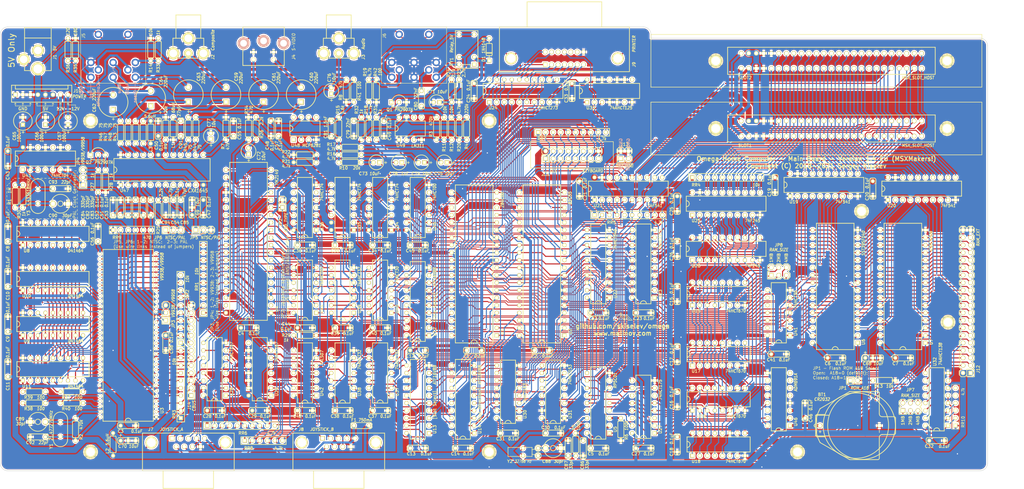
<source format=kicad_pcb>
(kicad_pcb (version 20171130) (host pcbnew 5.1.9-1.fc33)
  (layers (0 F.Cu signal) (31 B.Cu signal) (34 B.Paste user) (35 F.Paste user) (36 B.SilkS user) (37 F.SilkS user) (38 B.Mask user) (39 F.Mask user) (44 Edge.Cuts user))
  (net 0 "")
  (net 1 VCC)
  (net 2 GND)
  (net 3 "Net-(BT1-Pad1)")
  (net 4 /Processor/RTC_VCC)
  (net 5 VDD)
  (net 6 VSS)
  (net 7 /VDP/RED)
  (net 8 "Net-(C53-Pad2)")
  (net 9 /VDP/GREEN)
  (net 10 /VDP/BLUE)
  (net 11 "Net-(C57-Pad1)")
  (net 12 "Net-(C59-Pad1)")
  (net 13 "Net-(C60-Pad1)")
  (net 14 /VDP/CHROMA)
  (net 15 "Net-(C61-Pad1)")
  (net 16 /VDP/LUMA)
  (net 17 "Net-(C62-Pad1)")
  (net 18 /VDP/ROUT)
  (net 19 "Net-(C63-Pad1)")
  (net 20 /VDP/GOUT)
  (net 21 /VDP/BOUT)
  (net 22 /PSG_SND)
  (net 23 /KEY_CLICK)
  (net 24 "Net-(C74-Pad2)")
  (net 25 /SLT1_SND)
  (net 26 "Net-(C75-Pad2)")
  (net 27 /SLT2_SND)
  (net 28 /AUDIO)
  (net 29 /CAS_OUT)
  (net 30 "Net-(C81-Pad1)")
  (net 31 "Net-(C87-Pad2)")
  (net 32 "Net-(C89-Pad2)")
  (net 33 "Net-(C90-Pad2)")
  (net 34 "Net-(C91-Pad2)")
  (net 35 "Net-(C92-Pad2)")
  (net 36 "Net-(C93-Pad2)")
  (net 37 "Net-(D1-Pad2)")
  (net 38 /PSG/~FWD_A)
  (net 39 /PSG/~BCK_A)
  (net 40 /PSG/~LFT_A)
  (net 41 /PSG/~RGT_A)
  (net 42 /PSG/JOY_OUT_A)
  (net 43 /PSG/~TRG2_A)
  (net 44 /PSG/~TRG1_A)
  (net 45 /PSG/~FWD_B)
  (net 46 /PSG/~BCK_B)
  (net 47 /PSG/~LFT_B)
  (net 48 /PSG/~RGT_B)
  (net 49 /PSG/JOY_OUT_B)
  (net 50 /PSG/~TRG2_B)
  (net 51 /PSG/~TRG1_B)
  (net 52 /Processor/~STROBE)
  (net 53 "Net-(J9-Pad10)")
  (net 54 "Net-(J9-Pad12)")
  (net 55 "Net-(J9-Pad13)")
  (net 56 /PPI/COLUMN0)
  (net 57 /PPI/COLUMN1)
  (net 58 /PPI/COLUMN2)
  (net 59 /PPI/COLUMN3)
  (net 60 /PPI/COLUMN4)
  (net 61 /PPI/COLUMN5)
  (net 62 /PPI/COLUMN6)
  (net 63 /PPI/COLUMN7)
  (net 64 /KANA_LED)
  (net 65 /PPI/CAPS_LED)
  (net 66 /PPI/ROW_D)
  (net 67 /PPI/ROW_C)
  (net 68 /PPI/ROW_B)
  (net 69 /PPI/ROW_A)
  (net 70 /Memory/RAM_A18)
  (net 71 /Memory/RAM_A15)
  (net 72 /Memory/RAM_A16)
  (net 73 /Memory/RAM_A17)
  (net 74 /Memory/RAM_A14)
  (net 75 /~WR)
  (net 76 /A12)
  (net 77 /A13)
  (net 78 /A7)
  (net 79 /A8)
  (net 80 /A6)
  (net 81 /A9)
  (net 82 /A5)
  (net 83 /A11)
  (net 84 /A4)
  (net 85 /~RD)
  (net 86 /A3)
  (net 87 /A10)
  (net 88 /A2)
  (net 89 /Memory/MD7)
  (net 90 /A1)
  (net 91 /Memory/MD6)
  (net 92 /A0)
  (net 93 /Memory/MD5)
  (net 94 /Memory/MD4)
  (net 95 /Memory/MD0)
  (net 96 /Memory/MD3)
  (net 97 /Memory/MD1)
  (net 98 /Memory/MD2)
  (net 99 /Memory/~RAM1_CS)
  (net 100 /Memory/~RAM2_CS)
  (net 101 /Memory/~RAM3_CS)
  (net 102 /Memory/~RAM4_CS)
  (net 103 /Memory/~RAM5_CS)
  (net 104 /Memory/~RAM6_CS)
  (net 105 /Memory/~RAM7_CS)
  (net 106 /Memory/ROM_A18)
  (net 107 /PSG/KBD_TYPE)
  (net 108 "Net-(JP3-Pad1)")
  (net 109 /VDP/VIDEO)
  (net 110 "Net-(JP5-Pad2)")
  (net 111 /VDP/PAL_CLK)
  (net 112 "Net-(Q1-Pad2)")
  (net 113 /VDP/CSYNC)
  (net 114 "Net-(R1-Pad1)")
  (net 115 "Net-(R11-Pad1)")
  (net 116 /CAS_IN)
  (net 117 "Net-(R6-Pad1)")
  (net 118 "Net-(R9-Pad1)")
  (net 119 /CAS_MOT)
  (net 120 /VDP/~VWR)
  (net 121 /VDP/~CAS0)
  (net 122 /VDP/~CAS1)
  (net 123 /VDP/~RAS)
  (net 124 "Net-(R43-Pad2)")
  (net 125 /D0)
  (net 126 /D1)
  (net 127 /D2)
  (net 128 /D3)
  (net 129 /D4)
  (net 130 /D5)
  (net 131 /D6)
  (net 132 /D7)
  (net 133 /Processor/ALARM)
  (net 134 "Net-(RR2-Pad9)")
  (net 135 "Net-(RR2-Pad10)")
  (net 136 "Net-(RR3-Pad4)")
  (net 137 "Net-(RR3-Pad5)")
  (net 138 "Net-(RR3-Pad6)")
  (net 139 "Net-(RR3-Pad7)")
  (net 140 /~VDP_WAIT)
  (net 141 /Slots/BD0)
  (net 142 /Slots/BD1)
  (net 143 /Slots/BD2)
  (net 144 /Slots/BD3)
  (net 145 /Slots/BD4)
  (net 146 /Slots/BD5)
  (net 147 /Slots/BD6)
  (net 148 /Slots/BD7)
  (net 149 /~SLT_WAIT)
  (net 150 /~KBD_WAIT)
  (net 151 /Processor/~NMI)
  (net 152 /Processor/~BUSREQ)
  (net 153 /~SLT_INT)
  (net 154 /~BUSDIR1)
  (net 155 /~BUSDIR2)
  (net 156 /VDP/HSYNC)
  (net 157 "Net-(RY1-Pad1)")
  (net 158 /Slots/~CS1)
  (net 159 /Slots/~CS2)
  (net 160 /Slots/~CS12)
  (net 161 /~SLTSL1)
  (net 162 "Net-(SLOT1-Pad5)")
  (net 163 /Slots/~B_RFSH)
  (net 164 /Slots/~B_M1)
  (net 165 /Slots/~B_IORQ)
  (net 166 /Slots/~B_MREQ)
  (net 167 /Slots/~B_WR)
  (net 168 /Slots/~B_RD)
  (net 169 /Slots/~B_RESET)
  (net 170 "Net-(SLOT1-Pad16)")
  (net 171 /Slots/BA9)
  (net 172 /Slots/BA15)
  (net 173 /Slots/BA11)
  (net 174 /Slots/BA10)
  (net 175 /Slots/BA7)
  (net 176 /Slots/BA6)
  (net 177 /Slots/BA12)
  (net 178 /Slots/BA8)
  (net 179 /Slots/BA14)
  (net 180 /Slots/BA13)
  (net 181 /Slots/BA1)
  (net 182 /Slots/BA0)
  (net 183 /Slots/BA3)
  (net 184 /Slots/BA2)
  (net 185 /Slots/BA5)
  (net 186 /Slots/BA4)
  (net 187 /Slots/B_CLK)
  (net 188 /~SLTSL2)
  (net 189 "Net-(SLOT2-Pad5)")
  (net 190 "Net-(SLOT2-Pad16)")
  (net 191 /A14)
  (net 192 /A15)
  (net 193 /Processor/~INT)
  (net 194 "Net-(U1-Pad18)")
  (net 195 /~MREQ)
  (net 196 /~IORQ)
  (net 197 "Net-(U1-Pad23)")
  (net 198 /~WAIT)
  (net 199 /~RESET)
  (net 200 /~M1)
  (net 201 /~RFSH)
  (net 202 "Net-(U2-Pad1)")
  (net 203 "Net-(U2-Pad2)")
  (net 204 "Net-(U2-Pad3)")
  (net 205 "Net-(U2-Pad4)")
  (net 206 /~PPI_CS)
  (net 207 /RESET)
  (net 208 "Net-(U2-Pad37)")
  (net 209 "Net-(U2-Pad38)")
  (net 210 "Net-(U2-Pad39)")
  (net 211 "Net-(U2-Pad40)")
  (net 212 /CLK)
  (net 213 /~VDP_INT)
  (net 214 /VDP/~VDP_WR)
  (net 215 /VDP/~VDP_RD)
  (net 216 /VDP/VD0)
  (net 217 /VDP/VD1)
  (net 218 /VDP/VD2)
  (net 219 /VDP/VD3)
  (net 220 /VDP/VD4)
  (net 221 /VDP/VD5)
  (net 222 /VDP/VD6)
  (net 223 /VDP/VD7)
  (net 224 /VDP/VA0)
  (net 225 /VDP/VA1)
  (net 226 /VDP/VA2)
  (net 227 /VDP/VA3)
  (net 228 /VDP/VA4)
  (net 229 /VDP/VA5)
  (net 230 /VDP/VA6)
  (net 231 /VDP/VA7)
  (net 232 "Net-(U4-Pad2)")
  (net 233 "Net-(U4-Pad5)")
  (net 234 /PSG/JOY_SEL)
  (net 235 /PSG/JB3)
  (net 236 /PSG/JB2)
  (net 237 /PSG/JB1)
  (net 238 /PSG/JB0)
  (net 239 /PSG/JOY_TRG2)
  (net 240 /PSG/JOY_TRG1)
  (net 241 /PSG/JOY_LFT)
  (net 242 /PSG/JOY_RGT)
  (net 243 /PSG/JOY_BCK)
  (net 244 /PSG/JOY_FWD)
  (net 245 "Net-(U4-Pad26)")
  (net 246 /PSG/PSG_BDIR)
  (net 247 /PSG/PSG_BC1)
  (net 248 "Net-(U4-Pad39)")
  (net 249 /Processor/~RTC_CS_B)
  (net 250 "Net-(U27-Pad2)")
  (net 251 "Net-(U27-Pad7)")
  (net 252 "Net-(U27-Pad10)")
  (net 253 "Net-(U27-Pad15)")
  (net 254 /ROM_A16)
  (net 255 /~ROM_CS)
  (net 256 /ROM_A17)
  (net 257 /Memory/~RAM0_CS)
  (net 258 /Processor/~PRT_DAT_WR)
  (net 259 /Processor/~PRT_CMD_CS)
  (net 260 /~PAGE_CS)
  (net 261 /Processor/~RTC_CS)
  (net 262 /Processor/~RTC_AD_WR)
  (net 263 /~PSG_CS)
  (net 264 /~VDP_CS)
  (net 265 /PPI/SLT_A)
  (net 266 /PPI/SLT_B)
  (net 267 /PPI/SB_SLT_A)
  (net 268 /PPI/SB_SLT_B)
  (net 269 /PPI/~FFFF)
  (net 270 /~RAM_SL)
  (net 271 /~MEM_RD)
  (net 272 /PPI/~SLTSL3)
  (net 273 /Slots/SLT_DIR)
  (net 274 /~M1_WAIT)
  (net 275 /Memory/~PAGE_RD)
  (net 276 /Memory/~PAGE_WR)
  (net 277 /Memory/RAM_A21)
  (net 278 /Memory/RAM_A20)
  (net 279 /Memory/RAM_A19)
  (net 280 /PPI/~SUB_RD)
  (net 281 "Net-(U22-Pad2)")
  (net 282 "Net-(U22-Pad3)")
  (net 283 "Net-(U22-Pad4)")
  (net 284 "Net-(U22-Pad5)")
  (net 285 "Net-(U22-Pad6)")
  (net 286 "Net-(U22-Pad7)")
  (net 287 "Net-(U22-Pad8)")
  (net 288 "Net-(U22-Pad9)")
  (net 289 /PPI/~SUB_WR)
  (net 290 "Net-(U27-Pad3)")
  (net 291 "Net-(U27-Pad6)")
  (net 292 "Net-(U27-Pad11)")
  (net 293 "Net-(U27-Pad14)")
  (net 294 "Net-(U29-Pad9)")
  (net 295 "Net-(U29-Pad12)")
  (net 296 "Net-(U30-Pad1)")
  (net 297 /Processor/~PRT_BSY_RD)
  (net 298 "Net-(U33-Pad6)")
  (net 299 "Net-(U33-Pad8)")
  (net 300 "Net-(U33-Pad11)")
  (net 301 "Net-(U34-Pad4)")
  (net 302 "Net-(U34-Pad6)")
  (net 303 "Net-(U34-Pad8)")
  (net 304 /Processor/~PRT_STB_WR)
  (net 305 "Net-(U36-Pad1)")
  (net 306 "Net-(U36-Pad12)")
  (net 307 "Net-(U36-Pad6)")
  (net 308 "Net-(U36-Pad8)")
  (net 309 "Net-(U36-Pad9)")
  (net 310 /PPI/~SUB_REG_CS)
  (net 311 "Net-(U38-Pad5)")
  (net 312 "Net-(U43-Pad8)")
  (net 313 "Net-(U43-Pad10)")
  (net 314 "Net-(U43-Pad12)")
  (net 315 "Net-(U45-Pad1)")
  (net 316 "Net-(U45-Pad10)")
  (net 317 "Net-(U46-Pad5)")
  (net 318 "Net-(U46-Pad6)")
  (net 319 "Net-(U46-Pad7)")
  (net 320 "Net-(U46-Pad8)")
  (net 321 "Net-(U46-Pad10)")
  (net 322 "Net-(U46-Pad11)")
  (net 323 "Net-(U46-Pad14)")
  (net 324 "Net-(U47-Pad8)")
  (net 325 "Net-(U48-Pad1)")
  (net 326 "Net-(U48-Pad5)")
  (net 327 "Net-(U48-Pad8)")
  (net 328 "Net-(U49-Pad5)")
  (net 329 "Net-(U49-Pad6)")
  (net 330 "Net-(RR6-Pad10)")
  (net 331 /Processor/PD0)
  (net 332 /Processor/PD1)
  (net 333 /Processor/PD2)
  (net 334 /Processor/PD3)
  (net 335 /Processor/PD4)
  (net 336 /Processor/PD5)
  (net 337 /Processor/PD6)
  (net 338 /Processor/PD7)
  (net 339 "Net-(U38-Pad4)")
  (net 340 "Net-(U39-Pad8)")
  (net 341 "Net-(U39-Pad10)")
  (net 342 /VDP/SYNCIN)
  (net 343 "Net-(Q2-Pad3)")
  (net 344 "Net-(RR4-Pad2)")
  (net 345 "Net-(U35-Pad9)")
  (net 346 "Net-(U35-Pad6)")
  (net 347 "Net-(U35-Pad12)")
  (net 348 "Net-(RR5-Pad8)")
  (net 349 "Net-(C79-Pad1)")
  (net 350 "Net-(C80-Pad2)")
  (net 351 "Net-(R46-Pad2)")
  (net 352 "Net-(R47-Pad2)")
  (net 353 "Net-(J6-Pad6)")
  (net 354 "Net-(J6-Pad4)")
  (net 355 "Net-(J6-Pad7)")
  (net 356 /VDP/COMP)
  (net 357 /VDP/YS)
  (net 358 /VDP/AV)
  (net 359 "Net-(C51-Pad2)")
  (net 360 "Net-(C52-Pad2)")
  (net 361 "Net-(C54-Pad1)")
  (net 362 "Net-(C55-Pad1)")
  (net 363 "Net-(C56-Pad2)")
  (net 364 "Net-(C71-Pad1)")
  (net 365 "Net-(C72-Pad2)")
  (net 366 "Net-(C73-Pad2)")
  (net 367 "Net-(C76-Pad1)")
  (net 368 "Net-(C77-Pad1)")
  (net 369 "Net-(C78-Pad2)")
  (net 370 "Net-(C80-Pad1)")
  (net 371 "Net-(C81-Pad2)")
  (net 372 "Net-(C88-Pad2)")
  (net 373 "Net-(C91-Pad1)")
  (net 374 "Net-(C94-Pad1)")
  (net 375 "Net-(R20-Pad2)")
  (net 376 "Net-(R40-Pad2)")
  (net 377 "Net-(R48-Pad2)")
  (net 378 /PRT_BUSY)
  (net 379 VCCVDP)
  (net 380 VCCRGB)
  (net 381 "Net-(RR5-Pad5)")
  (net 382 "Net-(F1-Pad1)")
  (net 383 "Net-(C64-Pad1)")
  (net 384 "Net-(R29-Pad2)")
  (net 385 "Net-(R37-Pad2)")
  (net 386 "Net-(R38-Pad2)")
  (net 387 "Net-(R39-Pad2)")
  (net 388 "Net-(R44-Pad2)")
  (net 389 "Net-(R45-Pad2)")
  (net 390 "Net-(C86-Pad2)")
  (net 391 /VDP/CB4)
  (net 392 /VDP/CB3)
  (net 393 /VDP/CB2)
  (net 394 /VDP/CB1)
  (net 395 /VDP/CB0)
  (net 396 /VDP/CB7)
  (net 397 /VDP/CB6)
  (net 398 /VDP/CB5)
  (net 399 /VDP/CBDR)
  (net 400 /VDP/~DLCLK)
  (net 401 /VDP/~DHCLK)
  (net 402 "Net-(JP4-Pad1)")
  (net 403 "Net-(JP4-Pad3)")
  (net 404 "Net-(JP6-Pad1)")
  (net 405 "Net-(JP6-Pad2)")
  (net 406 "Net-(RR10-Pad5)")
  (net 407 "Net-(RR10-Pad6)")
  (net 408 "Net-(JP8-Pad2)")
  (net 409 "Net-(JP8-Pad4)")
  (net 410 "Net-(JP8-Pad6)")
  (net 411 "Net-(JP7-Pad5)")
  (net 412 "Net-(JP7-Pad3)")
  (net 413 "Net-(JP7-Pad1)")
  (module MSXMakers:DIN8 (layer F.Cu) (at 76.2 45.72 180)
    (fp_text reference J5 (at 10 -3 270) (layer F.SilkS))
    (fp_text value RGB)
    (pad "" thru_hole circle (at 5 -2.5 180) (size 2.5 2.5) (drill 1.5) (layers *.Cu *.Mask))
    (pad "" thru_hole circle (at -5 -2.5 180) (size 2.5 2.5) (drill 1.5) (layers *.Cu *.Mask))
    (pad 7 thru_hole circle (at -7.5 -17 180) (size 2.5 2.5) (drill 1.5) (layers *.Cu *.Mask) (net 20 /VDP/GOUT))
    (pad 3 thru_hole circle (at -7.5 -12 180) (size 2.5 2.5) (drill 1.5) (layers *.Cu *.Mask) (net 358 /VDP/AV))
    (pad 6 thru_hole circle (at 7.5 -17 180) (size 2.5 2.5) (drill 1.5) (layers *.Cu *.Mask) (net 18 /VDP/ROUT))
    (pad 1 thru_hole circle (at 7.5 -12 180) (size 2.5 2.5) (drill 1.5) (layers *.Cu *.Mask) (net 2 GND))
    (pad 5 thru_hole circle (at -5 -14.5 180) (size 2.5 2.5) (drill 1.5) (layers *.Cu *.Mask) (net 357 /VDP/YS))
    (pad 4 thru_hole circle (at 5 -14.5 180) (size 2.5 2.5) (drill 1.5) (layers *.Cu *.Mask) (net 356 /VDP/COMP))
    (pad 8 thru_hole circle (at 0 -17 180) (size 2.5 2.5) (drill 1.5) (layers *.Cu *.Mask) (net 21 /VDP/BOUT))
    (pad 2 thru_hole circle (at 0 -12 180) (size 2.5 2.5) (drill 1.5) (layers *.Cu *.Mask) (net 28 /AUDIO))
  )
  (module MSXMakers:DIN8 (layer F.Cu) (at 177.8 45.72 180)
    (fp_text reference J6 (at 10 -3 270) (layer F.SilkS))
    (fp_text value Cassette)
    (pad "" thru_hole circle (at 5 -2.5 180) (size 2.5 2.5) (drill 1.5) (layers *.Cu *.Mask))
    (pad "" thru_hole circle (at -5 -2.5 180) (size 2.5 2.5) (drill 1.5) (layers *.Cu *.Mask))
    (pad 7 thru_hole circle (at -7.5 -17 180) (size 2.5 2.5) (drill 1.5) (layers *.Cu *.Mask) (net 355 "Net-(J6-Pad7)"))
    (pad 3 thru_hole circle (at -7.5 -12 180) (size 2.5 2.5) (drill 1.5) (layers *.Cu *.Mask) (net 2 GND))
    (pad 6 thru_hole circle (at 7.5 -17 180) (size 2.5 2.5) (drill 1.5) (layers *.Cu *.Mask) (net 353 "Net-(J6-Pad6)"))
    (pad 1 thru_hole circle (at 7.5 -12 180) (size 2.5 2.5) (drill 1.5) (layers *.Cu *.Mask) (net 2 GND))
    (pad 5 thru_hole circle (at -5 -14.5 180) (size 2.5 2.5) (drill 1.5) (layers *.Cu *.Mask) (net 370 "Net-(C80-Pad1)"))
    (pad 4 thru_hole circle (at 5 -14.5 180) (size 2.5 2.5) (drill 1.5) (layers *.Cu *.Mask) (net 354 "Net-(J6-Pad4)"))
    (pad 8 thru_hole circle (at 0 -17 180) (size 2.5 2.5) (drill 1.5) (layers *.Cu *.Mask) (net 2 GND))
    (pad 2 thru_hole circle (at 0 -12 180) (size 2.5 2.5) (drill 1.5) (layers *.Cu *.Mask) (net 2 GND))
  )
  (module My_Components:Conn_Mini_DIN_4pin (layer F.Cu) (at 127 45.72)
    (fp_text reference J4 (at 10.16 10.16 90) (layer F.SilkS) (effects (font (size 1.016 1.016) (thickness 0.2032))))
    (fp_text value S-VIDEO (at 10.16 5.08 90) (layer F.SilkS) (effects (font (size 1.016 0.9144) (thickness 0.1524) italic)))
    (pad 3 thru_hole circle (at -3.4 11 180) (size 1.3716 1.3716) (drill 0.889) (layers *.Cu *.Mask F.SilkS) (net 16 /VDP/LUMA))
    (pad 4 thru_hole circle (at 3.4 11 180) (size 1.3716 1.3716) (drill 0.889) (layers *.Cu *.Mask F.SilkS) (net 14 /VDP/CHROMA))
    (pad 2 thru_hole circle (at 3.4 8.5 180) (size 1.3716 1.3716) (drill 0.889) (layers *.Cu *.Mask F.SilkS) (net 2 GND))
    (pad 1 thru_hole circle (at -3.4 8.5 180) (size 1.3716 1.3716) (drill 0.889) (layers *.Cu *.Mask F.SilkS) (net 2 GND))
    (pad ~ thru_hole circle (at 0 4.7 180) (size 4.0005 4.0005) (drill 2.29108) (layers *.Cu *.SilkS *.Mask))
    (pad ~ thru_hole circle (at -6.75 5.5 180) (size 4.0005 4.0005) (drill 2.29108) (layers *.Cu *.SilkS *.Mask))
    (pad ~ thru_hole circle (at 6.75 5.5 180) (size 4.0005 4.0005) (drill 2.29108) (layers *.Cu *.SilkS *.Mask))
  )
  (module My_Components:Conn_SIL10 (layer F.Cu) (at 250.19 109.22)
    (fp_text reference RR5 (at -5.715 2.54) (layer F.SilkS) (effects (font (size 1.016 1.016) (thickness 0.2032))))
    (fp_text value 4.7k (at 10.16 2.54) (layer F.SilkS) (effects (font (size 1.016 0.9144) (thickness 0.2032) italic)))
    (pad 1 thru_hole rect (at -11.43 0) (size 1.397 1.397) (drill 0.8128) (layers *.Cu *.Mask F.SilkS) (net 1 VCC))
    (pad 2 thru_hole circle (at -8.89 0) (size 1.397 1.397) (drill 0.8128) (layers *.Cu *.Mask F.SilkS) (net 150 /~KBD_WAIT))
    (pad 3 thru_hole circle (at -6.35 0) (size 1.397 1.397) (drill 0.8128) (layers *.Cu *.Mask F.SilkS) (net 152 /Processor/~BUSREQ))
    (pad 4 thru_hole circle (at -3.81 0) (size 1.397 1.397) (drill 0.8128) (layers *.Cu *.Mask F.SilkS) (net 151 /Processor/~NMI))
    (pad 5 thru_hole circle (at -1.27 0) (size 1.397 1.397) (drill 0.8128) (layers *.Cu *.Mask F.SilkS) (net 381 "Net-(RR5-Pad5)"))
    (pad 6 thru_hole circle (at 1.27 0) (size 1.397 1.397) (drill 0.8128) (layers *.Cu *.Mask F.SilkS) (net 155 /~BUSDIR2))
    (pad 7 thru_hole circle (at 3.81 0) (size 1.397 1.397) (drill 0.8128) (layers *.Cu *.Mask F.SilkS) (net 154 /~BUSDIR1))
    (pad 8 thru_hole circle (at 6.35 0) (size 1.397 1.397) (drill 0.8128) (layers *.Cu *.Mask F.SilkS) (net 348 "Net-(RR5-Pad8)"))
    (pad 9 thru_hole circle (at 8.89 0) (size 1.397 1.397) (drill 0.8128) (layers *.Cu *.Mask F.SilkS) (net 153 /~SLT_INT))
    (pad 10 thru_hole circle (at 11.43 0) (size 1.397 1.397) (drill 0.8128) (layers *.Cu *.Mask F.SilkS) (net 149 /~SLT_WAIT))
  )
  (module My_Components:Cap_Cer_508 (layer F.Cu) (at 91.44 80.01 90)
    (fp_text reference C50 (at -5.715 -0.635 90) (layer F.SilkS) (effects (font (size 1.016 1.016) (thickness 0.2032))))
    (fp_text value 0.1uF (at -5.715 0.9525 90) (layer F.SilkS) (effects (font (size 1.016 0.9144) (thickness 0.2032) italic)))
    (pad 1 thru_hole circle (at -2.54 0 90) (size 1.397 1.397) (drill 0.8128) (layers *.Cu *.Mask F.SilkS) (net 380 VCCRGB))
    (pad 2 thru_hole circle (at 2.54 0 90) (size 1.397 1.397) (drill 0.8128) (layers *.Cu *.Mask F.SilkS) (net 2 GND))
  )
  (module My_Components:Res_762 (layer F.Cu) (at 88.9 81.28 270)
    (fp_text reference L3 (at 5.715 0 270) (layer F.SilkS) (effects (font (size 1.016 1.016) (thickness 0.2032))))
    (fp_text value 5.6uH (at -5.3975 0.3175) (layer F.SilkS) (effects (font (size 1.016 0.9144) (thickness 0.2032) italic)))
    (pad 1 thru_hole circle (at -3.81 0 270) (size 1.397 1.397) (drill 0.8128) (layers *.Cu *.Mask F.SilkS) (net 1 VCC))
    (pad 2 thru_hole circle (at 3.81 0 270) (size 1.397 1.397) (drill 0.8128) (layers *.Cu *.Mask F.SilkS) (net 380 VCCRGB))
  )
  (module My_Components:Res_762 (layer F.Cu) (at 76.2 186.69 90)
    (fp_text reference L2 (at -2.2225 -1.905 90) (layer F.SilkS) (effects (font (size 1.016 1.016) (thickness 0.2032))))
    (fp_text value 5.6uH (at 1.5875 -1.905 90) (layer F.SilkS) (effects (font (size 1.016 0.9144) (thickness 0.2032) italic)))
    (pad 2 thru_hole circle (at 3.81 0 90) (size 1.397 1.397) (drill 0.8128) (layers *.Cu *.Mask F.SilkS) (net 379 VCCVDP))
    (pad 1 thru_hole circle (at -3.81 0 90) (size 1.397 1.397) (drill 0.8128) (layers *.Cu *.Mask F.SilkS) (net 1 VCC))
  )
  (module My_Components:IC_SDIP64_600 (layer F.Cu) (at 81.28 149.86 90)
    (fp_text reference U3 (at -25.4 11.43 90) (layer F.SilkS) (effects (font (size 1.016 1.016) (thickness 0.2032))))
    (fp_text value V9938/V9958 (at 23.1775 11.43 90) (layer F.SilkS) (effects (font (size 1.016 0.9144) (thickness 0.2032) italic)))
    (pad 1 thru_hole rect (at -27.559 9.525 90) (size 1.016 1.016) (drill 0.635) (layers *.Cu *.Mask F.SilkS) (net 2 GND))
    (pad 2 thru_hole circle (at -25.781 9.525 90) (size 1.016 1.016) (drill 0.635) (layers *.Cu *.Mask F.SilkS) (net 401 /VDP/~DHCLK))
    (pad 3 thru_hole circle (at -24.003 9.525 90) (size 1.016 1.016) (drill 0.635) (layers *.Cu *.Mask F.SilkS) (net 400 /VDP/~DLCLK))
    (pad 4 thru_hole circle (at -22.225 9.525 90) (size 1.016 1.016) (drill 0.635) (layers *.Cu *.Mask F.SilkS) (net 136 "Net-(RR3-Pad4)"))
    (pad 5 thru_hole circle (at -20.447 9.525 90) (size 1.016 1.016) (drill 0.635) (layers *.Cu *.Mask F.SilkS) (net 156 /VDP/HSYNC))
    (pad 6 thru_hole circle (at -18.669 9.525 90) (size 1.016 1.016) (drill 0.635) (layers *.Cu *.Mask F.SilkS) (net 113 /VDP/CSYNC))
    (pad 7 thru_hole circle (at -16.891 9.525 90) (size 1.016 1.016) (drill 0.635) (layers *.Cu *.Mask F.SilkS) (net 138 "Net-(RR3-Pad6)"))
    (pad 8 thru_hole circle (at -15.113 9.525 90) (size 1.016 1.016) (drill 0.635) (layers *.Cu *.Mask F.SilkS) (net 212 /CLK))
    (pad 9 thru_hole circle (at -13.335 9.525 90) (size 1.016 1.016) (drill 0.635) (layers *.Cu *.Mask F.SilkS) (net 199 /~RESET))
    (pad 10 thru_hole circle (at -11.557 9.525 90) (size 1.016 1.016) (drill 0.635) (layers *.Cu *.Mask F.SilkS) (net 139 "Net-(RR3-Pad7)"))
    (pad 11 thru_hole circle (at -9.779 9.525 90) (size 1.016 1.016) (drill 0.635) (layers *.Cu *.Mask F.SilkS) (net 399 /VDP/CBDR))
    (pad 12 thru_hole circle (at -8.001 9.525 90) (size 1.016 1.016) (drill 0.635) (layers *.Cu *.Mask F.SilkS) (net 396 /VDP/CB7))
    (pad 13 thru_hole circle (at -6.223 9.525 90) (size 1.016 1.016) (drill 0.635) (layers *.Cu *.Mask F.SilkS) (net 397 /VDP/CB6))
    (pad 14 thru_hole circle (at -4.445 9.525 90) (size 1.016 1.016) (drill 0.635) (layers *.Cu *.Mask F.SilkS) (net 398 /VDP/CB5))
    (pad 15 thru_hole circle (at -2.667 9.525 90) (size 1.016 1.016) (drill 0.635) (layers *.Cu *.Mask F.SilkS) (net 391 /VDP/CB4))
    (pad 16 thru_hole circle (at -0.889 9.525 90) (size 1.016 1.016) (drill 0.635) (layers *.Cu *.Mask F.SilkS) (net 392 /VDP/CB3))
    (pad 17 thru_hole circle (at 0.889 9.525 90) (size 1.016 1.016) (drill 0.635) (layers *.Cu *.Mask F.SilkS) (net 393 /VDP/CB2))
    (pad 18 thru_hole circle (at 2.667 9.525 90) (size 1.016 1.016) (drill 0.635) (layers *.Cu *.Mask F.SilkS) (net 394 /VDP/CB1))
    (pad 19 thru_hole circle (at 4.445 9.525 90) (size 1.016 1.016) (drill 0.635) (layers *.Cu *.Mask F.SilkS) (net 395 /VDP/CB0))
    (pad 20 thru_hole circle (at 6.223 9.525 90) (size 1.016 1.016) (drill 0.635) (layers *.Cu *.Mask F.SilkS) (net 2 GND))
    (pad 21 thru_hole circle (at 8.001 9.525 90) (size 1.016 1.016) (drill 0.635) (layers *.Cu *.Mask F.SilkS) (net 109 /VDP/VIDEO))
    (pad 22 thru_hole circle (at 9.779 9.525 90) (size 1.016 1.016) (drill 0.635) (layers *.Cu *.Mask F.SilkS) (net 9 /VDP/GREEN))
    (pad 23 thru_hole circle (at 11.557 9.525 90) (size 1.016 1.016) (drill 0.635) (layers *.Cu *.Mask F.SilkS) (net 7 /VDP/RED))
    (pad 24 thru_hole circle (at 13.335 9.525 90) (size 1.016 1.016) (drill 0.635) (layers *.Cu *.Mask F.SilkS) (net 10 /VDP/BLUE))
    (pad 25 thru_hole circle (at 15.113 9.525 90) (size 1.016 1.016) (drill 0.635) (layers *.Cu *.Mask F.SilkS) (net 213 /~VDP_INT))
    (pad 26 thru_hole circle (at 16.891 9.525 90) (size 1.016 1.016) (drill 0.635) (layers *.Cu *.Mask F.SilkS) (net 140 /~VDP_WAIT))
    (pad 27 thru_hole circle (at 18.669 9.525 90) (size 1.016 1.016) (drill 0.635) (layers *.Cu *.Mask F.SilkS) (net 134 "Net-(RR2-Pad9)"))
    (pad 28 thru_hole circle (at 20.447 9.525 90) (size 1.016 1.016) (drill 0.635) (layers *.Cu *.Mask F.SilkS) (net 90 /A1))
    (pad 29 thru_hole circle (at 22.225 9.525 90) (size 1.016 1.016) (drill 0.635) (layers *.Cu *.Mask F.SilkS) (net 92 /A0))
    (pad 30 thru_hole circle (at 24.003 9.525 90) (size 1.016 1.016) (drill 0.635) (layers *.Cu *.Mask F.SilkS) (net 214 /VDP/~VDP_WR))
    (pad 31 thru_hole circle (at 25.781 9.525 90) (size 1.016 1.016) (drill 0.635) (layers *.Cu *.Mask F.SilkS) (net 215 /VDP/~VDP_RD))
    (pad 32 thru_hole circle (at 27.559 9.525 90) (size 1.016 1.016) (drill 0.635) (layers *.Cu *.Mask F.SilkS) (net 132 /D7))
    (pad 33 thru_hole circle (at 27.559 -9.525 90) (size 1.016 1.016) (drill 0.635) (layers *.Cu *.Mask F.SilkS) (net 363 "Net-(C56-Pad2)"))
    (pad 34 thru_hole circle (at 25.781 -9.525 90) (size 1.016 1.016) (drill 0.635) (layers *.Cu *.Mask F.SilkS) (net 131 /D6))
    (pad 35 thru_hole circle (at 24.003 -9.525 90) (size 1.016 1.016) (drill 0.635) (layers *.Cu *.Mask F.SilkS) (net 130 /D5))
    (pad 36 thru_hole circle (at 22.225 -9.525 90) (size 1.016 1.016) (drill 0.635) (layers *.Cu *.Mask F.SilkS) (net 129 /D4))
    (pad 37 thru_hole circle (at 20.447 -9.525 90) (size 1.016 1.016) (drill 0.635) (layers *.Cu *.Mask F.SilkS) (net 128 /D3))
    (pad 38 thru_hole circle (at 18.669 -9.525 90) (size 1.016 1.016) (drill 0.635) (layers *.Cu *.Mask F.SilkS) (net 127 /D2))
    (pad 39 thru_hole circle (at 16.891 -9.525 90) (size 1.016 1.016) (drill 0.635) (layers *.Cu *.Mask F.SilkS) (net 126 /D1))
    (pad 40 thru_hole circle (at 15.113 -9.525 90) (size 1.016 1.016) (drill 0.635) (layers *.Cu *.Mask F.SilkS) (net 125 /D0))
    (pad 41 thru_hole circle (at 13.335 -9.525 90) (size 1.016 1.016) (drill 0.635) (layers *.Cu *.Mask F.SilkS) (net 216 /VDP/VD0))
    (pad 42 thru_hole circle (at 11.557 -9.525 90) (size 1.016 1.016) (drill 0.635) (layers *.Cu *.Mask F.SilkS) (net 217 /VDP/VD1))
    (pad 43 thru_hole circle (at 9.779 -9.525 90) (size 1.016 1.016) (drill 0.635) (layers *.Cu *.Mask F.SilkS) (net 218 /VDP/VD2))
    (pad 44 thru_hole circle (at 8.001 -9.525 90) (size 1.016 1.016) (drill 0.635) (layers *.Cu *.Mask F.SilkS) (net 219 /VDP/VD3))
    (pad 45 thru_hole circle (at 6.223 -9.525 90) (size 1.016 1.016) (drill 0.635) (layers *.Cu *.Mask F.SilkS) (net 220 /VDP/VD4))
    (pad 46 thru_hole circle (at 4.445 -9.525 90) (size 1.016 1.016) (drill 0.635) (layers *.Cu *.Mask F.SilkS) (net 221 /VDP/VD5))
    (pad 47 thru_hole circle (at 2.667 -9.525 90) (size 1.016 1.016) (drill 0.635) (layers *.Cu *.Mask F.SilkS) (net 222 /VDP/VD6))
    (pad 48 thru_hole circle (at 0.889 -9.525 90) (size 1.016 1.016) (drill 0.635) (layers *.Cu *.Mask F.SilkS) (net 223 /VDP/VD7))
    (pad 49 thru_hole circle (at -0.889 -9.525 90) (size 1.016 1.016) (drill 0.635) (layers *.Cu *.Mask F.SilkS) (net 224 /VDP/VA0))
    (pad 50 thru_hole circle (at -2.667 -9.525 90) (size 1.016 1.016) (drill 0.635) (layers *.Cu *.Mask F.SilkS) (net 225 /VDP/VA1))
    (pad 51 thru_hole circle (at -4.445 -9.525 90) (size 1.016 1.016) (drill 0.635) (layers *.Cu *.Mask F.SilkS) (net 226 /VDP/VA2))
    (pad 52 thru_hole circle (at -6.223 -9.525 90) (size 1.016 1.016) (drill 0.635) (layers *.Cu *.Mask F.SilkS) (net 227 /VDP/VA3))
    (pad 53 thru_hole circle (at -8.001 -9.525 90) (size 1.016 1.016) (drill 0.635) (layers *.Cu *.Mask F.SilkS) (net 228 /VDP/VA4))
    (pad 54 thru_hole circle (at -9.779 -9.525 90) (size 1.016 1.016) (drill 0.635) (layers *.Cu *.Mask F.SilkS) (net 229 /VDP/VA5))
    (pad 55 thru_hole circle (at -11.557 -9.525 90) (size 1.016 1.016) (drill 0.635) (layers *.Cu *.Mask F.SilkS) (net 230 /VDP/VA6))
    (pad 56 thru_hole circle (at -13.335 -9.525 90) (size 1.016 1.016) (drill 0.635) (layers *.Cu *.Mask F.SilkS) (net 231 /VDP/VA7))
    (pad 57 thru_hole circle (at -15.113 -9.525 90) (size 1.016 1.016) (drill 0.635) (layers *.Cu *.Mask F.SilkS) (net 385 "Net-(R37-Pad2)"))
    (pad 58 thru_hole circle (at -16.891 -9.525 90) (size 1.016 1.016) (drill 0.635) (layers *.Cu *.Mask F.SilkS) (net 379 VCCVDP))
    (pad 59 thru_hole circle (at -18.669 -9.525 90) (size 1.016 1.016) (drill 0.635) (layers *.Cu *.Mask F.SilkS) (net 137 "Net-(RR3-Pad5)"))
    (pad 60 thru_hole circle (at -20.447 -9.525 90) (size 1.016 1.016) (drill 0.635) (layers *.Cu *.Mask F.SilkS) (net 387 "Net-(R39-Pad2)"))
    (pad 61 thru_hole circle (at -22.225 -9.525 90) (size 1.016 1.016) (drill 0.635) (layers *.Cu *.Mask F.SilkS) (net 386 "Net-(R38-Pad2)"))
    (pad 62 thru_hole circle (at -24.003 -9.525 90) (size 1.016 1.016) (drill 0.635) (layers *.Cu *.Mask F.SilkS) (net 376 "Net-(R40-Pad2)"))
    (pad 63 thru_hole circle (at -25.781 -9.525 90) (size 1.016 1.016) (drill 0.635) (layers *.Cu *.Mask F.SilkS) (net 32 "Net-(C89-Pad2)"))
    (pad 64 thru_hole circle (at -27.559 -9.525 90) (size 1.016 1.016) (drill 0.635) (layers *.Cu *.Mask F.SilkS) (net 35 "Net-(C92-Pad2)"))
  )
  (module My_Components:Conn_Pin_Header_8x2_2.54mm (layer F.Cu) (at 231.14 88.9)
    (fp_text reference J11 (at -6.35 5.3975) (layer F.SilkS) (effects (font (size 1.016 1.016) (thickness 0.2032))))
    (fp_text value KEYBOARD (at 6.985 5.3975) (layer F.SilkS) (effects (font (size 1.016 0.9144) (thickness 0.2032) italic)))
    (pad 1 thru_hole rect (at -8.89 1.27) (size 1.524 1.524) (drill 1.016) (layers *.Cu *.Mask F.SilkS) (net 56 /PPI/COLUMN0))
    (pad 2 thru_hole circle (at -8.89 -1.27) (size 1.524 1.524) (drill 1.016) (layers *.Cu *.Mask F.SilkS) (net 1 VCC))
    (pad 3 thru_hole circle (at -6.35 1.27) (size 1.524 1.524) (drill 1.016) (layers *.Cu *.Mask F.SilkS) (net 57 /PPI/COLUMN1))
    (pad 4 thru_hole circle (at -6.35 -1.27) (size 1.524 1.524) (drill 1.016) (layers *.Cu *.Mask F.SilkS) (net 69 /PPI/ROW_A))
    (pad 5 thru_hole circle (at -3.81 1.27) (size 1.524 1.524) (drill 1.016) (layers *.Cu *.Mask F.SilkS) (net 58 /PPI/COLUMN2))
    (pad 6 thru_hole circle (at -3.81 -1.27) (size 1.524 1.524) (drill 1.016) (layers *.Cu *.Mask F.SilkS) (net 68 /PPI/ROW_B))
    (pad 7 thru_hole circle (at -1.27 1.27) (size 1.524 1.524) (drill 1.016) (layers *.Cu *.Mask F.SilkS) (net 59 /PPI/COLUMN3))
    (pad 8 thru_hole circle (at -1.27 -1.27) (size 1.524 1.524) (drill 1.016) (layers *.Cu *.Mask F.SilkS) (net 67 /PPI/ROW_C))
    (pad 9 thru_hole circle (at 1.27 1.27) (size 1.524 1.524) (drill 1.016) (layers *.Cu *.Mask F.SilkS) (net 60 /PPI/COLUMN4))
    (pad 10 thru_hole circle (at 1.27 -1.27) (size 1.524 1.524) (drill 1.016) (layers *.Cu *.Mask F.SilkS) (net 66 /PPI/ROW_D))
    (pad 11 thru_hole circle (at 3.81 1.27) (size 1.524 1.524) (drill 1.016) (layers *.Cu *.Mask F.SilkS) (net 61 /PPI/COLUMN5))
    (pad 12 thru_hole circle (at 3.81 -1.27) (size 1.524 1.524) (drill 1.016) (layers *.Cu *.Mask F.SilkS) (net 65 /PPI/CAPS_LED))
    (pad 13 thru_hole circle (at 6.35 1.27) (size 1.524 1.524) (drill 1.016) (layers *.Cu *.Mask F.SilkS) (net 62 /PPI/COLUMN6))
    (pad 14 thru_hole circle (at 6.35 -1.27) (size 1.524 1.524) (drill 1.016) (layers *.Cu *.Mask F.SilkS) (net 64 /KANA_LED))
    (pad 15 thru_hole circle (at 8.89 1.27) (size 1.524 1.524) (drill 1.016) (layers *.Cu *.Mask F.SilkS) (net 63 /PPI/COLUMN7))
    (pad 16 thru_hole circle (at 8.89 -1.27) (size 1.524 1.524) (drill 1.016) (layers *.Cu *.Mask F.SilkS) (net 2 GND))
  )
  (module My_Components:Conn_RCA_Right (layer F.Cu) (at 101.6 49.53 270)
    (fp_text reference J2 (at 6.35 -8.255 270) (layer F.SilkS) (effects (font (size 1.016 1.016) (thickness 0.2032))))
    (fp_text value Composite (at 0.635 -8.255 270) (layer F.SilkS) (effects (font (size 1.016 0.9144) (thickness 0.2032) italic)))
    (pad 2 thru_hole circle (at 0 0 270) (size 4.064 4.064) (drill 2.667) (layers *.Cu *.Mask F.SilkS) (net 2 GND))
    (pad 2 thru_hole circle (at 5.08 -5.08 270) (size 4.064 4.064) (drill 2.667) (layers *.Cu *.Mask F.SilkS) (net 2 GND))
    (pad 2 thru_hole circle (at 5.08 5.08 270) (size 4.064 4.064) (drill 2.667) (layers *.Cu *.Mask F.SilkS) (net 2 GND))
    (pad 1 thru_hole circle (at 5.08 0 270) (size 2.9718 2.9718) (drill 1.5748) (layers *.Cu *.Mask F.SilkS) (net 356 /VDP/COMP))
  )
  (module My_Components:Res_762 (layer F.Cu) (at 63.5 53.34 270)
    (fp_text reference R35 (at 6.35 0 270) (layer F.SilkS) (effects (font (size 1.016 1.016) (thickness 0.2032))))
    (fp_text value 180 (at -6.0325 0 270) (layer F.SilkS) (effects (font (size 1.016 0.9144) (thickness 0.2032) italic)))
    (pad 1 thru_hole circle (at -3.81 0 270) (size 1.397 1.397) (drill 0.8128) (layers *.Cu *.Mask F.SilkS) (net 2 GND))
    (pad 2 thru_hole circle (at 3.81 0 270) (size 1.397 1.397) (drill 0.8128) (layers *.Cu *.Mask F.SilkS) (net 357 /VDP/YS))
  )
  (module My_Components:Res_762 (layer F.Cu) (at 60.96 53.34 90)
    (fp_text reference R36 (at -6.35 0 90) (layer F.SilkS) (effects (font (size 1.016 1.016) (thickness 0.2032))))
    (fp_text value 120 (at 6.0325 0 90) (layer F.SilkS) (effects (font (size 1.016 0.9144) (thickness 0.2032) italic)))
    (pad 2 thru_hole circle (at 3.81 0 90) (size 1.397 1.397) (drill 0.8128) (layers *.Cu *.Mask F.SilkS) (net 1 VCC))
    (pad 1 thru_hole circle (at -3.81 0 90) (size 1.397 1.397) (drill 0.8128) (layers *.Cu *.Mask F.SilkS) (net 357 /VDP/YS))
  )
  (module My_Components:Res_762 (layer F.Cu) (at 88.9 53.34 270)
    (fp_text reference R14 (at 6.35 0 270) (layer F.SilkS) (effects (font (size 1.016 1.016) (thickness 0.2032))))
    (fp_text value 10k (at -6.0325 0 270) (layer F.SilkS) (effects (font (size 1.016 0.9144) (thickness 0.2032) italic)))
    (pad 1 thru_hole circle (at -3.81 0 270) (size 1.397 1.397) (drill 0.8128) (layers *.Cu *.Mask F.SilkS) (net 2 GND))
    (pad 2 thru_hole circle (at 3.81 0 270) (size 1.397 1.397) (drill 0.8128) (layers *.Cu *.Mask F.SilkS) (net 358 /VDP/AV))
  )
  (module My_Components:Conn_Micro_Ribbon_14F (layer F.Cu) (at 228.6 45.72)
    (fp_text reference J9 (at 23.495 12.7 90) (layer F.SilkS) (effects (font (size 1.016 1.016) (thickness 0.2032))))
    (fp_text value PRINTER (at 23.495 5.715 90) (layer F.SilkS) (effects (font (size 1.016 0.9144) (thickness 0.2032) italic)))
    (pad GND thru_hole circle (at 18 10.6) (size 4.04876 4.04876) (drill 3.05054) (layers *.Cu *.Mask F.SilkS))
    (pad GND thru_hole circle (at -18 10.6) (size 4.04876 4.04876) (drill 3.05054) (layers *.Cu *.Mask F.SilkS))
    (pad 1 thru_hole rect (at -6.48 12.745) (size 1.524 1.524) (drill 1.0414) (layers *.Cu *.Mask F.SilkS) (net 52 /Processor/~STROBE))
    (pad 2 thru_hole circle (at -4.32 12.745) (size 1.524 1.524) (drill 1.0414) (layers *.Cu *.Mask F.SilkS) (net 331 /Processor/PD0))
    (pad 3 thru_hole circle (at -2.16 12.745) (size 1.524 1.524) (drill 1.0414) (layers *.Cu *.Mask F.SilkS) (net 332 /Processor/PD1))
    (pad 4 thru_hole circle (at 0 12.745) (size 1.524 1.524) (drill 1.0414) (layers *.Cu *.Mask F.SilkS) (net 333 /Processor/PD2))
    (pad 5 thru_hole circle (at 2.16 12.745) (size 1.524 1.524) (drill 1.0414) (layers *.Cu *.Mask F.SilkS) (net 334 /Processor/PD3))
    (pad 6 thru_hole circle (at 4.32 12.745) (size 1.524 1.524) (drill 1.0414) (layers *.Cu *.Mask F.SilkS) (net 335 /Processor/PD4))
    (pad 7 thru_hole circle (at 6.48 12.745) (size 1.524 1.524) (drill 1.0414) (layers *.Cu *.Mask F.SilkS) (net 336 /Processor/PD5))
    (pad 11 thru_hole circle (at 0 8.455) (size 1.524 1.524) (drill 1.0414) (layers *.Cu *.Mask F.SilkS) (net 378 /PRT_BUSY))
    (pad 8 thru_hole circle (at -6.48 8.455) (size 1.524 1.524) (drill 1.0414) (layers *.Cu *.Mask F.SilkS) (net 337 /Processor/PD6))
    (pad 9 thru_hole circle (at -4.32 8.455) (size 1.524 1.524) (drill 1.0414) (layers *.Cu *.Mask F.SilkS) (net 338 /Processor/PD7))
    (pad 10 thru_hole circle (at -2.16 8.455) (size 1.524 1.524) (drill 1.0414) (layers *.Cu *.Mask F.SilkS) (net 53 "Net-(J9-Pad10)"))
    (pad 12 thru_hole circle (at 2.16 8.455) (size 1.524 1.524) (drill 1.0414) (layers *.Cu *.Mask F.SilkS) (net 54 "Net-(J9-Pad12)"))
    (pad 13 thru_hole circle (at 4.32 8.455) (size 1.524 1.524) (drill 1.0414) (layers *.Cu *.Mask F.SilkS) (net 55 "Net-(J9-Pad13)"))
    (pad 14 thru_hole circle (at 6.48 8.455) (size 1.524 1.524) (drill 1.0414) (layers *.Cu *.Mask F.SilkS) (net 2 GND))
  )
  (module My_Components:Res_762 (layer F.Cu) (at 185.42 80.01 270)
    (fp_text reference R3 (at 1.905 1.905 270) (layer F.SilkS) (effects (font (size 1.016 1.016) (thickness 0.2032))))
    (fp_text value 470k (at -2.54 1.905 270) (layer F.SilkS) (effects (font (size 1.016 0.9144) (thickness 0.2032) italic)))
    (pad 1 thru_hole circle (at -3.81 0 270) (size 1.397 1.397) (drill 0.8128) (layers *.Cu *.Mask F.SilkS) (net 1 VCC))
    (pad 2 thru_hole circle (at 3.81 0 270) (size 1.397 1.397) (drill 0.8128) (layers *.Cu *.Mask F.SilkS) (net 115 "Net-(R11-Pad1)"))
  )
  (module My_Components:Res_762 (layer F.Cu) (at 187.96 80.01 90)
    (fp_text reference R11 (at -6.35 0 90) (layer F.SilkS) (effects (font (size 1.016 1.016) (thickness 0.2032))))
    (fp_text value 10k (at 6.35 0.3175 90) (layer F.SilkS) (effects (font (size 1.016 0.9144) (thickness 0.2032) italic)))
    (pad 1 thru_hole circle (at -3.81 0 90) (size 1.397 1.397) (drill 0.8128) (layers *.Cu *.Mask F.SilkS) (net 115 "Net-(R11-Pad1)"))
    (pad 2 thru_hole circle (at 3.81 0 90) (size 1.397 1.397) (drill 0.8128) (layers *.Cu *.Mask F.SilkS) (net 350 "Net-(C80-Pad2)"))
  )
  (module My_Components:Res_762 (layer F.Cu) (at 190.5 80.01 90)
    (fp_text reference R12 (at -6.35 0 90) (layer F.SilkS) (effects (font (size 1.016 1.016) (thickness 0.2032))))
    (fp_text value 10k (at 6.35 0 90) (layer F.SilkS) (effects (font (size 1.016 0.9144) (thickness 0.2032) italic)))
    (pad 1 thru_hole circle (at -3.81 0 90) (size 1.397 1.397) (drill 0.8128) (layers *.Cu *.Mask F.SilkS) (net 115 "Net-(R11-Pad1)"))
    (pad 2 thru_hole circle (at 3.81 0 90) (size 1.397 1.397) (drill 0.8128) (layers *.Cu *.Mask F.SilkS) (net 364 "Net-(C71-Pad1)"))
  )
  (module My_Components:Res_762 (layer F.Cu) (at 195.58 80.01 90)
    (fp_text reference R4 (at -6.0325 0 90) (layer F.SilkS) (effects (font (size 1.016 1.016) (thickness 0.2032))))
    (fp_text value 220k (at 6.6675 0 90) (layer F.SilkS) (effects (font (size 1.016 0.9144) (thickness 0.2032) italic)))
    (pad 1 thru_hole circle (at -3.81 0 90) (size 1.397 1.397) (drill 0.8128) (layers *.Cu *.Mask F.SilkS) (net 375 "Net-(R20-Pad2)"))
    (pad 2 thru_hole circle (at 3.81 0 90) (size 1.397 1.397) (drill 0.8128) (layers *.Cu *.Mask F.SilkS) (net 116 /CAS_IN))
  )
  (module My_Components:Cap_Cer_508 (layer F.Cu) (at 167.64 80.01 270)
    (fp_text reference C49 (at 2.54 -1.905 270) (layer F.SilkS) (effects (font (size 1.016 1.016) (thickness 0.2032))))
    (fp_text value 0.1uF (at -1.905 -1.905 270) (layer F.SilkS) (effects (font (size 1.016 0.9144) (thickness 0.2032) italic)))
    (pad 1 thru_hole circle (at -2.54 0 270) (size 1.397 1.397) (drill 0.8128) (layers *.Cu *.Mask F.SilkS) (net 1 VCC))
    (pad 2 thru_hole circle (at 2.54 0 270) (size 1.397 1.397) (drill 0.8128) (layers *.Cu *.Mask F.SilkS) (net 2 GND))
  )
  (module My_Components:Res_762 (layer F.Cu) (at 193.04 80.01 270)
    (fp_text reference R20 (at 6.35 0 270) (layer F.SilkS) (effects (font (size 1.016 1.016) (thickness 0.2032))))
    (fp_text value 4.7k (at -6.35 0 270) (layer F.SilkS) (effects (font (size 1.016 0.9144) (thickness 0.2032) italic)))
    (pad 1 thru_hole circle (at -3.81 0 270) (size 1.397 1.397) (drill 0.8128) (layers *.Cu *.Mask F.SilkS) (net 364 "Net-(C71-Pad1)"))
    (pad 2 thru_hole circle (at 3.81 0 270) (size 1.397 1.397) (drill 0.8128) (layers *.Cu *.Mask F.SilkS) (net 375 "Net-(R20-Pad2)"))
  )
  (module My_Components:Res_762 (layer F.Cu) (at 160.02 80.01 90)
    (fp_text reference R32 (at 6.35 -1.5875 90) (layer F.SilkS) (effects (font (size 1.016 1.016) (thickness 0.2032))))
    (fp_text value 1k (at 5.715 0 90) (layer F.SilkS) (effects (font (size 1.016 0.9144) (thickness 0.2032) italic)))
    (pad 1 thru_hole circle (at -3.81 0 90) (size 1.397 1.397) (drill 0.8128) (layers *.Cu *.Mask F.SilkS) (net 116 /CAS_IN))
    (pad 2 thru_hole circle (at 3.81 0 90) (size 1.397 1.397) (drill 0.8128) (layers *.Cu *.Mask F.SilkS) (net 1 VCC))
  )
  (module My_Components:IC_DIP8_300 (layer F.Cu) (at 176.53 80.01)
    (fp_text reference U49 (at -3.175 5.715) (layer F.SilkS) (effects (font (size 1.016 1.016) (thickness 0.2032))))
    (fp_text value LM311 (at 2.54 5.842) (layer F.SilkS) (effects (font (size 1.016 0.9144) (thickness 0.2032) italic)))
    (pad 1 thru_hole rect (at -3.81 3.81) (size 1.397 1.397) (drill 0.8128) (layers *.Cu *.Mask F.SilkS) (net 2 GND))
    (pad 2 thru_hole circle (at -1.27 3.81) (size 1.397 1.397) (drill 0.8128) (layers *.Cu *.Mask F.SilkS) (net 375 "Net-(R20-Pad2)"))
    (pad 3 thru_hole circle (at 1.27 3.81) (size 1.397 1.397) (drill 0.8128) (layers *.Cu *.Mask F.SilkS) (net 115 "Net-(R11-Pad1)"))
    (pad 4 thru_hole circle (at 3.81 3.81) (size 1.397 1.397) (drill 0.8128) (layers *.Cu *.Mask F.SilkS) (net 2 GND))
    (pad 5 thru_hole circle (at 3.81 -3.81) (size 1.397 1.397) (drill 0.8128) (layers *.Cu *.Mask F.SilkS) (net 328 "Net-(U49-Pad5)"))
    (pad 6 thru_hole circle (at 1.27 -3.81) (size 1.397 1.397) (drill 0.8128) (layers *.Cu *.Mask F.SilkS) (net 329 "Net-(U49-Pad6)"))
    (pad 7 thru_hole circle (at -1.27 -3.81) (size 1.397 1.397) (drill 0.8128) (layers *.Cu *.Mask F.SilkS) (net 116 /CAS_IN))
    (pad 8 thru_hole circle (at -3.81 -3.81) (size 1.397 1.397) (drill 0.8128) (layers *.Cu *.Mask F.SilkS) (net 1 VCC))
  )
  (module My_Components:Relay_SPDT (layer F.Cu) (at 195.58 53.34 90)
    (fp_text reference RY1 (at -4.1275 -5.08 90) (layer F.SilkS) (effects (font (size 1.016 1.016) (thickness 0.2032))))
    (fp_text value Relay_5V (at 1.905 -5.08 90) (layer F.SilkS) (effects (font (size 1.016 0.9144) (thickness 0.2032) italic)))
    (pad 1 thru_hole rect (at -5.08 2.54 90) (size 1.397 1.397) (drill 0.8128) (layers *.Cu *.Mask F.SilkS) (net 157 "Net-(RY1-Pad1)"))
    (pad 2 thru_hole circle (at -2.54 2.54 90) (size 1.397 1.397) (drill 0.8128) (layers *.Cu *.Mask F.SilkS) (net 1 VCC))
    (pad 5 thru_hole circle (at 5.08 2.54 90) (size 1.397 1.397) (drill 0.8128) (layers *.Cu *.Mask F.SilkS) (net 353 "Net-(J6-Pad6)"))
    (pad 6 thru_hole circle (at 5.08 -2.54 90) (size 1.397 1.397) (drill 0.8128) (layers *.Cu *.Mask F.SilkS) (net 353 "Net-(J6-Pad6)"))
    (pad 9 thru_hole circle (at -2.54 -2.54 90) (size 1.397 1.397) (drill 0.8128) (layers *.Cu *.Mask F.SilkS) (net 37 "Net-(D1-Pad2)"))
    (pad 10 thru_hole circle (at -5.08 -2.54 90) (size 1.397 1.397) (drill 0.8128) (layers *.Cu *.Mask F.SilkS) (net 355 "Net-(J6-Pad7)"))
  )
  (module My_Components:Res_762 (layer F.Cu) (at 96.52 80.01 270)
    (fp_text reference L1 (at 5.715 0 270) (layer F.SilkS) (effects (font (size 1.016 1.016) (thickness 0.2032))))
    (fp_text value 68uH (at -6.985 0 270) (layer F.SilkS) (effects (font (size 1.016 0.9144) (thickness 0.2032) italic)))
    (pad 1 thru_hole circle (at -3.81 0 270) (size 1.397 1.397) (drill 0.8128) (layers *.Cu *.Mask F.SilkS) (net 34 "Net-(C91-Pad2)"))
    (pad 2 thru_hole circle (at 3.81 0 270) (size 1.397 1.397) (drill 0.8128) (layers *.Cu *.Mask F.SilkS) (net 2 GND))
  )
  (module My_Components:IC_DIP14_300 (layer F.Cu) (at 140.97 162.56 90)
    (fp_text reference U42 (at -6.35 5.715 90) (layer F.SilkS) (effects (font (size 1.016 1.016) (thickness 0.2032))))
    (fp_text value 74LS07 (at 5.08 5.715 90) (layer F.SilkS) (effects (font (size 1.016 0.9144) (thickness 0.2032) italic)))
    (pad 1 thru_hole rect (at -7.62 3.81 90) (size 1.397 1.397) (drill 0.8128) (layers *.Cu *.Mask F.SilkS) (net 238 /PSG/JB0))
    (pad 2 thru_hole circle (at -5.08 3.81 90) (size 1.397 1.397) (drill 0.8128) (layers *.Cu *.Mask F.SilkS) (net 44 /PSG/~TRG1_A))
    (pad 3 thru_hole circle (at -2.54 3.81 90) (size 1.397 1.397) (drill 0.8128) (layers *.Cu *.Mask F.SilkS) (net 235 /PSG/JB3))
    (pad 4 thru_hole circle (at 0 3.81 90) (size 1.397 1.397) (drill 0.8128) (layers *.Cu *.Mask F.SilkS) (net 50 /PSG/~TRG2_B))
    (pad 5 thru_hole circle (at 2.54 3.81 90) (size 1.397 1.397) (drill 0.8128) (layers *.Cu *.Mask F.SilkS) (net 212 /CLK))
    (pad 6 thru_hole circle (at 5.08 3.81 90) (size 1.397 1.397) (drill 0.8128) (layers *.Cu *.Mask F.SilkS) (net 330 "Net-(RR6-Pad10)"))
    (pad 7 thru_hole circle (at 7.62 3.81 90) (size 1.397 1.397) (drill 0.8128) (layers *.Cu *.Mask F.SilkS) (net 2 GND))
    (pad 8 thru_hole circle (at 7.62 -3.81 90) (size 1.397 1.397) (drill 0.8128) (layers *.Cu *.Mask F.SilkS) (net 384 "Net-(R29-Pad2)"))
    (pad 9 thru_hole circle (at 5.08 -3.81 90) (size 1.397 1.397) (drill 0.8128) (layers *.Cu *.Mask F.SilkS) (net 212 /CLK))
    (pad 10 thru_hole circle (at 2.54 -3.81 90) (size 1.397 1.397) (drill 0.8128) (layers *.Cu *.Mask F.SilkS) (net 43 /PSG/~TRG2_A))
    (pad 11 thru_hole circle (at 0 -3.81 90) (size 1.397 1.397) (drill 0.8128) (layers *.Cu *.Mask F.SilkS) (net 236 /PSG/JB2))
    (pad 12 thru_hole circle (at -2.54 -3.81 90) (size 1.397 1.397) (drill 0.8128) (layers *.Cu *.Mask F.SilkS) (net 51 /PSG/~TRG1_B))
    (pad 13 thru_hole circle (at -5.08 -3.81 90) (size 1.397 1.397) (drill 0.8128) (layers *.Cu *.Mask F.SilkS) (net 237 /PSG/JB1))
    (pad 14 thru_hole circle (at -7.62 -3.81 90) (size 1.397 1.397) (drill 0.8128) (layers *.Cu *.Mask F.SilkS) (net 1 VCC))
  )
  (module My_Components:IC_DIP14_300 (layer F.Cu) (at 153.67 162.56 90)
    (fp_text reference U38 (at -6.35 5.715 90) (layer F.SilkS) (effects (font (size 1.016 1.016) (thickness 0.2032))))
    (fp_text value 74AHCT32 (at 4.445 5.715 90) (layer F.SilkS) (effects (font (size 1.016 0.9144) (thickness 0.2032) italic)))
    (pad 1 thru_hole rect (at -7.62 3.81 90) (size 1.397 1.397) (drill 0.8128) (layers *.Cu *.Mask F.SilkS) (net 272 /PPI/~SLTSL3))
    (pad 2 thru_hole circle (at -5.08 3.81 90) (size 1.397 1.397) (drill 0.8128) (layers *.Cu *.Mask F.SilkS) (net 269 /PPI/~FFFF))
    (pad 3 thru_hole circle (at -2.54 3.81 90) (size 1.397 1.397) (drill 0.8128) (layers *.Cu *.Mask F.SilkS) (net 310 /PPI/~SUB_REG_CS))
    (pad 4 thru_hole circle (at 0 3.81 90) (size 1.397 1.397) (drill 0.8128) (layers *.Cu *.Mask F.SilkS) (net 339 "Net-(U38-Pad4)"))
    (pad 5 thru_hole circle (at 2.54 3.81 90) (size 1.397 1.397) (drill 0.8128) (layers *.Cu *.Mask F.SilkS) (net 311 "Net-(U38-Pad5)"))
    (pad 6 thru_hole circle (at 5.08 3.81 90) (size 1.397 1.397) (drill 0.8128) (layers *.Cu *.Mask F.SilkS) (net 269 /PPI/~FFFF))
    (pad 7 thru_hole circle (at 7.62 3.81 90) (size 1.397 1.397) (drill 0.8128) (layers *.Cu *.Mask F.SilkS) (net 2 GND))
    (pad 8 thru_hole circle (at 7.62 -3.81 90) (size 1.397 1.397) (drill 0.8128) (layers *.Cu *.Mask F.SilkS) (net 289 /PPI/~SUB_WR))
    (pad 9 thru_hole circle (at 5.08 -3.81 90) (size 1.397 1.397) (drill 0.8128) (layers *.Cu *.Mask F.SilkS) (net 75 /~WR))
    (pad 10 thru_hole circle (at 2.54 -3.81 90) (size 1.397 1.397) (drill 0.8128) (layers *.Cu *.Mask F.SilkS) (net 310 /PPI/~SUB_REG_CS))
    (pad 11 thru_hole circle (at 0 -3.81 90) (size 1.397 1.397) (drill 0.8128) (layers *.Cu *.Mask F.SilkS) (net 280 /PPI/~SUB_RD))
    (pad 12 thru_hole circle (at -2.54 -3.81 90) (size 1.397 1.397) (drill 0.8128) (layers *.Cu *.Mask F.SilkS) (net 310 /PPI/~SUB_REG_CS))
    (pad 13 thru_hole circle (at -5.08 -3.81 90) (size 1.397 1.397) (drill 0.8128) (layers *.Cu *.Mask F.SilkS) (net 85 /~RD))
    (pad 14 thru_hole circle (at -7.62 -3.81 90) (size 1.397 1.397) (drill 0.8128) (layers *.Cu *.Mask F.SilkS) (net 1 VCC))
  )
  (module My_Components:IC_DIP14_300 (layer F.Cu) (at 153.67 106.68 90)
    (fp_text reference U35 (at -6.35 5.715 90) (layer F.SilkS) (effects (font (size 1.016 1.016) (thickness 0.2032))))
    (fp_text value 74HCT74 (at 5.08 5.715 90) (layer F.SilkS) (effects (font (size 1.016 0.9144) (thickness 0.2032) italic)))
    (pad 1 thru_hole rect (at -7.62 3.81 90) (size 1.397 1.397) (drill 0.8128) (layers *.Cu *.Mask F.SilkS) (net 1 VCC))
    (pad 2 thru_hole circle (at -5.08 3.81 90) (size 1.397 1.397) (drill 0.8128) (layers *.Cu *.Mask F.SilkS) (net 125 /D0))
    (pad 3 thru_hole circle (at -2.54 3.81 90) (size 1.397 1.397) (drill 0.8128) (layers *.Cu *.Mask F.SilkS) (net 304 /Processor/~PRT_STB_WR))
    (pad 4 thru_hole circle (at 0 3.81 90) (size 1.397 1.397) (drill 0.8128) (layers *.Cu *.Mask F.SilkS) (net 199 /~RESET))
    (pad 5 thru_hole circle (at 2.54 3.81 90) (size 1.397 1.397) (drill 0.8128) (layers *.Cu *.Mask F.SilkS) (net 52 /Processor/~STROBE))
    (pad 6 thru_hole circle (at 5.08 3.81 90) (size 1.397 1.397) (drill 0.8128) (layers *.Cu *.Mask F.SilkS) (net 346 "Net-(U35-Pad6)"))
    (pad 7 thru_hole circle (at 7.62 3.81 90) (size 1.397 1.397) (drill 0.8128) (layers *.Cu *.Mask F.SilkS) (net 2 GND))
    (pad 8 thru_hole circle (at 7.62 -3.81 90) (size 1.397 1.397) (drill 0.8128) (layers *.Cu *.Mask F.SilkS) (net 347 "Net-(U35-Pad12)"))
    (pad 9 thru_hole circle (at 5.08 -3.81 90) (size 1.397 1.397) (drill 0.8128) (layers *.Cu *.Mask F.SilkS) (net 345 "Net-(U35-Pad9)"))
    (pad 10 thru_hole circle (at 2.54 -3.81 90) (size 1.397 1.397) (drill 0.8128) (layers *.Cu *.Mask F.SilkS) (net 1 VCC))
    (pad 11 thru_hole circle (at 0 -3.81 90) (size 1.397 1.397) (drill 0.8128) (layers *.Cu *.Mask F.SilkS) (net 212 /CLK))
    (pad 12 thru_hole circle (at -2.54 -3.81 90) (size 1.397 1.397) (drill 0.8128) (layers *.Cu *.Mask F.SilkS) (net 347 "Net-(U35-Pad12)"))
    (pad 13 thru_hole circle (at -5.08 -3.81 90) (size 1.397 1.397) (drill 0.8128) (layers *.Cu *.Mask F.SilkS) (net 1 VCC))
    (pad 14 thru_hole circle (at -7.62 -3.81 90) (size 1.397 1.397) (drill 0.8128) (layers *.Cu *.Mask F.SilkS) (net 1 VCC))
  )
  (module My_Components:IC_DIP20_300 (layer F.Cu) (at 240.03 125.73 90)
    (fp_text reference U22 (at -10.16 5.715 90) (layer F.SilkS) (effects (font (size 1.016 1.016) (thickness 0.2032))))
    (fp_text value 74HCT540 (at 8.255 5.715 90) (layer F.SilkS) (effects (font (size 1.016 0.9144) (thickness 0.2032) italic)))
    (pad 1 thru_hole rect (at -11.43 3.81 90) (size 1.397 1.397) (drill 0.8128) (layers *.Cu *.Mask F.SilkS) (net 280 /PPI/~SUB_RD))
    (pad 2 thru_hole circle (at -8.89 3.81 90) (size 1.397 1.397) (drill 0.8128) (layers *.Cu *.Mask F.SilkS) (net 281 "Net-(U22-Pad2)"))
    (pad 3 thru_hole circle (at -6.35 3.81 90) (size 1.397 1.397) (drill 0.8128) (layers *.Cu *.Mask F.SilkS) (net 282 "Net-(U22-Pad3)"))
    (pad 4 thru_hole circle (at -3.81 3.81 90) (size 1.397 1.397) (drill 0.8128) (layers *.Cu *.Mask F.SilkS) (net 283 "Net-(U22-Pad4)"))
    (pad 5 thru_hole circle (at -1.27 3.81 90) (size 1.397 1.397) (drill 0.8128) (layers *.Cu *.Mask F.SilkS) (net 284 "Net-(U22-Pad5)"))
    (pad 6 thru_hole circle (at 1.27 3.81 90) (size 1.397 1.397) (drill 0.8128) (layers *.Cu *.Mask F.SilkS) (net 285 "Net-(U22-Pad6)"))
    (pad 7 thru_hole circle (at 3.81 3.81 90) (size 1.397 1.397) (drill 0.8128) (layers *.Cu *.Mask F.SilkS) (net 286 "Net-(U22-Pad7)"))
    (pad 8 thru_hole circle (at 6.35 3.81 90) (size 1.397 1.397) (drill 0.8128) (layers *.Cu *.Mask F.SilkS) (net 287 "Net-(U22-Pad8)"))
    (pad 9 thru_hole circle (at 8.89 3.81 90) (size 1.397 1.397) (drill 0.8128) (layers *.Cu *.Mask F.SilkS) (net 288 "Net-(U22-Pad9)"))
    (pad 10 thru_hole circle (at 11.43 3.81 90) (size 1.397 1.397) (drill 0.8128) (layers *.Cu *.Mask F.SilkS) (net 2 GND))
    (pad 11 thru_hole circle (at 11.43 -3.81 90) (size 1.397 1.397) (drill 0.8128) (layers *.Cu *.Mask F.SilkS) (net 132 /D7))
    (pad 12 thru_hole circle (at 8.89 -3.81 90) (size 1.397 1.397) (drill 0.8128) (layers *.Cu *.Mask F.SilkS) (net 131 /D6))
    (pad 13 thru_hole circle (at 6.35 -3.81 90) (size 1.397 1.397) (drill 0.8128) (layers *.Cu *.Mask F.SilkS) (net 130 /D5))
    (pad 14 thru_hole circle (at 3.81 -3.81 90) (size 1.397 1.397) (drill 0.8128) (layers *.Cu *.Mask F.SilkS) (net 129 /D4))
    (pad 15 thru_hole circle (at 1.27 -3.81 90) (size 1.397 1.397) (drill 0.8128) (layers *.Cu *.Mask F.SilkS) (net 128 /D3))
    (pad 16 thru_hole circle (at -1.27 -3.81 90) (size 1.397 1.397) (drill 0.8128) (layers *.Cu *.Mask F.SilkS) (net 127 /D2))
    (pad 17 thru_hole circle (at -3.81 -3.81 90) (size 1.397 1.397) (drill 0.8128) (layers *.Cu *.Mask F.SilkS) (net 126 /D1))
    (pad 18 thru_hole circle (at -6.35 -3.81 90) (size 1.397 1.397) (drill 0.8128) (layers *.Cu *.Mask F.SilkS) (net 125 /D0))
    (pad 19 thru_hole circle (at -8.89 -3.81 90) (size 1.397 1.397) (drill 0.8128) (layers *.Cu *.Mask F.SilkS) (net 280 /PPI/~SUB_RD))
    (pad 20 thru_hole circle (at -11.43 -3.81 90) (size 1.397 1.397) (drill 0.8128) (layers *.Cu *.Mask F.SilkS) (net 1 VCC))
  )
  (module My_Components:IC_DIP40_600 (layer F.Cu) (at 198.12 125.73 90)
    (fp_text reference U1 (at -22.86 9.525 90) (layer F.SilkS) (effects (font (size 1.016 1.016) (thickness 0.2032))))
    (fp_text value Z84C00 (at 21.59 9.525 90) (layer F.SilkS) (effects (font (size 1.016 0.9144) (thickness 0.2032) italic)))
    (pad 1 thru_hole rect (at -24.13 7.62 90) (size 1.397 1.397) (drill 0.8128) (layers *.Cu *.Mask F.SilkS) (net 83 /A11))
    (pad 2 thru_hole circle (at -21.59 7.62 90) (size 1.397 1.397) (drill 0.8128) (layers *.Cu *.Mask F.SilkS) (net 76 /A12))
    (pad 3 thru_hole circle (at -19.05 7.62 90) (size 1.397 1.397) (drill 0.8128) (layers *.Cu *.Mask F.SilkS) (net 77 /A13))
    (pad 4 thru_hole circle (at -16.51 7.62 90) (size 1.397 1.397) (drill 0.8128) (layers *.Cu *.Mask F.SilkS) (net 191 /A14))
    (pad 5 thru_hole circle (at -13.97 7.62 90) (size 1.397 1.397) (drill 0.8128) (layers *.Cu *.Mask F.SilkS) (net 192 /A15))
    (pad 6 thru_hole circle (at -11.43 7.62 90) (size 1.397 1.397) (drill 0.8128) (layers *.Cu *.Mask F.SilkS) (net 384 "Net-(R29-Pad2)"))
    (pad 7 thru_hole circle (at -8.89 7.62 90) (size 1.397 1.397) (drill 0.8128) (layers *.Cu *.Mask F.SilkS) (net 129 /D4))
    (pad 8 thru_hole circle (at -6.35 7.62 90) (size 1.397 1.397) (drill 0.8128) (layers *.Cu *.Mask F.SilkS) (net 128 /D3))
    (pad 9 thru_hole circle (at -3.81 7.62 90) (size 1.397 1.397) (drill 0.8128) (layers *.Cu *.Mask F.SilkS) (net 130 /D5))
    (pad 10 thru_hole circle (at -1.27 7.62 90) (size 1.397 1.397) (drill 0.8128) (layers *.Cu *.Mask F.SilkS) (net 131 /D6))
    (pad 11 thru_hole circle (at 1.27 7.62 90) (size 1.397 1.397) (drill 0.8128) (layers *.Cu *.Mask F.SilkS) (net 1 VCC))
    (pad 12 thru_hole circle (at 3.81 7.62 90) (size 1.397 1.397) (drill 0.8128) (layers *.Cu *.Mask F.SilkS) (net 127 /D2))
    (pad 13 thru_hole circle (at 6.35 7.62 90) (size 1.397 1.397) (drill 0.8128) (layers *.Cu *.Mask F.SilkS) (net 132 /D7))
    (pad 14 thru_hole circle (at 8.89 7.62 90) (size 1.397 1.397) (drill 0.8128) (layers *.Cu *.Mask F.SilkS) (net 125 /D0))
    (pad 15 thru_hole circle (at 11.43 7.62 90) (size 1.397 1.397) (drill 0.8128) (layers *.Cu *.Mask F.SilkS) (net 126 /D1))
    (pad 16 thru_hole circle (at 13.97 7.62 90) (size 1.397 1.397) (drill 0.8128) (layers *.Cu *.Mask F.SilkS) (net 193 /Processor/~INT))
    (pad 17 thru_hole circle (at 16.51 7.62 90) (size 1.397 1.397) (drill 0.8128) (layers *.Cu *.Mask F.SilkS) (net 151 /Processor/~NMI))
    (pad 18 thru_hole circle (at 19.05 7.62 90) (size 1.397 1.397) (drill 0.8128) (layers *.Cu *.Mask F.SilkS) (net 194 "Net-(U1-Pad18)"))
    (pad 19 thru_hole circle (at 21.59 7.62 90) (size 1.397 1.397) (drill 0.8128) (layers *.Cu *.Mask F.SilkS) (net 195 /~MREQ))
    (pad 20 thru_hole circle (at 24.13 7.62 90) (size 1.397 1.397) (drill 0.8128) (layers *.Cu *.Mask F.SilkS) (net 196 /~IORQ))
    (pad 21 thru_hole circle (at 24.13 -7.62 90) (size 1.397 1.397) (drill 0.8128) (layers *.Cu *.Mask F.SilkS) (net 85 /~RD))
    (pad 22 thru_hole circle (at 21.59 -7.62 90) (size 1.397 1.397) (drill 0.8128) (layers *.Cu *.Mask F.SilkS) (net 75 /~WR))
    (pad 23 thru_hole circle (at 19.05 -7.62 90) (size 1.397 1.397) (drill 0.8128) (layers *.Cu *.Mask F.SilkS) (net 197 "Net-(U1-Pad23)"))
    (pad 24 thru_hole circle (at 16.51 -7.62 90) (size 1.397 1.397) (drill 0.8128) (layers *.Cu *.Mask F.SilkS) (net 198 /~WAIT))
    (pad 25 thru_hole circle (at 13.97 -7.62 90) (size 1.397 1.397) (drill 0.8128) (layers *.Cu *.Mask F.SilkS) (net 152 /Processor/~BUSREQ))
    (pad 26 thru_hole circle (at 11.43 -7.62 90) (size 1.397 1.397) (drill 0.8128) (layers *.Cu *.Mask F.SilkS) (net 199 /~RESET))
    (pad 27 thru_hole circle (at 8.89 -7.62 90) (size 1.397 1.397) (drill 0.8128) (layers *.Cu *.Mask F.SilkS) (net 200 /~M1))
    (pad 28 thru_hole circle (at 6.35 -7.62 90) (size 1.397 1.397) (drill 0.8128) (layers *.Cu *.Mask F.SilkS) (net 201 /~RFSH))
    (pad 29 thru_hole circle (at 3.81 -7.62 90) (size 1.397 1.397) (drill 0.8128) (layers *.Cu *.Mask F.SilkS) (net 2 GND))
    (pad 30 thru_hole circle (at 1.27 -7.62 90) (size 1.397 1.397) (drill 0.8128) (layers *.Cu *.Mask F.SilkS) (net 92 /A0))
    (pad 31 thru_hole circle (at -1.27 -7.62 90) (size 1.397 1.397) (drill 0.8128) (layers *.Cu *.Mask F.SilkS) (net 90 /A1))
    (pad 32 thru_hole circle (at -3.81 -7.62 90) (size 1.397 1.397) (drill 0.8128) (layers *.Cu *.Mask F.SilkS) (net 88 /A2))
    (pad 33 thru_hole circle (at -6.35 -7.62 90) (size 1.397 1.397) (drill 0.8128) (layers *.Cu *.Mask F.SilkS) (net 86 /A3))
    (pad 34 thru_hole circle (at -8.89 -7.62 90) (size 1.397 1.397) (drill 0.8128) (layers *.Cu *.Mask F.SilkS) (net 84 /A4))
    (pad 35 thru_hole circle (at -11.43 -7.62 90) (size 1.397 1.397) (drill 0.8128) (layers *.Cu *.Mask F.SilkS) (net 82 /A5))
    (pad 36 thru_hole circle (at -13.97 -7.62 90) (size 1.397 1.397) (drill 0.8128) (layers *.Cu *.Mask F.SilkS) (net 80 /A6))
    (pad 37 thru_hole circle (at -16.51 -7.62 90) (size 1.397 1.397) (drill 0.8128) (layers *.Cu *.Mask F.SilkS) (net 78 /A7))
    (pad 38 thru_hole circle (at -19.05 -7.62 90) (size 1.397 1.397) (drill 0.8128) (layers *.Cu *.Mask F.SilkS) (net 79 /A8))
    (pad 39 thru_hole circle (at -21.59 -7.62 90) (size 1.397 1.397) (drill 0.8128) (layers *.Cu *.Mask F.SilkS) (net 81 /A9))
    (pad 40 thru_hole circle (at -24.13 -7.62 90) (size 1.397 1.397) (drill 0.8128) (layers *.Cu *.Mask F.SilkS) (net 87 /A10))
  )
  (module My_Components:IC_DIP20_300 (layer F.Cu) (at 250.19 100.33)
    (fp_text reference U21 (at -10.16 5.715) (layer F.SilkS) (effects (font (size 1.016 1.016) (thickness 0.2032))))
    (fp_text value 74F541 (at 8.89 5.715) (layer F.SilkS) (effects (font (size 1.016 0.9144) (thickness 0.2032) italic)))
    (pad 1 thru_hole rect (at -11.43 3.81) (size 1.397 1.397) (drill 0.8128) (layers *.Cu *.Mask F.SilkS) (net 2 GND))
    (pad 2 thru_hole circle (at -8.89 3.81) (size 1.397 1.397) (drill 0.8128) (layers *.Cu *.Mask F.SilkS) (net 85 /~RD))
    (pad 3 thru_hole circle (at -6.35 3.81) (size 1.397 1.397) (drill 0.8128) (layers *.Cu *.Mask F.SilkS) (net 75 /~WR))
    (pad 4 thru_hole circle (at -3.81 3.81) (size 1.397 1.397) (drill 0.8128) (layers *.Cu *.Mask F.SilkS) (net 200 /~M1))
    (pad 5 thru_hole circle (at -1.27 3.81) (size 1.397 1.397) (drill 0.8128) (layers *.Cu *.Mask F.SilkS) (net 196 /~IORQ))
    (pad 6 thru_hole circle (at 1.27 3.81) (size 1.397 1.397) (drill 0.8128) (layers *.Cu *.Mask F.SilkS) (net 195 /~MREQ))
    (pad 7 thru_hole circle (at 3.81 3.81) (size 1.397 1.397) (drill 0.8128) (layers *.Cu *.Mask F.SilkS) (net 201 /~RFSH))
    (pad 8 thru_hole circle (at 6.35 3.81) (size 1.397 1.397) (drill 0.8128) (layers *.Cu *.Mask F.SilkS) (net 199 /~RESET))
    (pad 9 thru_hole circle (at 8.89 3.81) (size 1.397 1.397) (drill 0.8128) (layers *.Cu *.Mask F.SilkS) (net 212 /CLK))
    (pad 10 thru_hole circle (at 11.43 3.81) (size 1.397 1.397) (drill 0.8128) (layers *.Cu *.Mask F.SilkS) (net 2 GND))
    (pad 11 thru_hole circle (at 11.43 -3.81) (size 1.397 1.397) (drill 0.8128) (layers *.Cu *.Mask F.SilkS) (net 187 /Slots/B_CLK))
    (pad 12 thru_hole circle (at 8.89 -3.81) (size 1.397 1.397) (drill 0.8128) (layers *.Cu *.Mask F.SilkS) (net 169 /Slots/~B_RESET))
    (pad 13 thru_hole circle (at 6.35 -3.81) (size 1.397 1.397) (drill 0.8128) (layers *.Cu *.Mask F.SilkS) (net 163 /Slots/~B_RFSH))
    (pad 14 thru_hole circle (at 3.81 -3.81) (size 1.397 1.397) (drill 0.8128) (layers *.Cu *.Mask F.SilkS) (net 166 /Slots/~B_MREQ))
    (pad 15 thru_hole circle (at 1.27 -3.81) (size 1.397 1.397) (drill 0.8128) (layers *.Cu *.Mask F.SilkS) (net 165 /Slots/~B_IORQ))
    (pad 16 thru_hole circle (at -1.27 -3.81) (size 1.397 1.397) (drill 0.8128) (layers *.Cu *.Mask F.SilkS) (net 164 /Slots/~B_M1))
    (pad 17 thru_hole circle (at -3.81 -3.81) (size 1.397 1.397) (drill 0.8128) (layers *.Cu *.Mask F.SilkS) (net 167 /Slots/~B_WR))
    (pad 18 thru_hole circle (at -6.35 -3.81) (size 1.397 1.397) (drill 0.8128) (layers *.Cu *.Mask F.SilkS) (net 168 /Slots/~B_RD))
    (pad 19 thru_hole circle (at -8.89 -3.81) (size 1.397 1.397) (drill 0.8128) (layers *.Cu *.Mask F.SilkS) (net 2 GND))
    (pad 20 thru_hole circle (at -11.43 -3.81) (size 1.397 1.397) (drill 0.8128) (layers *.Cu *.Mask F.SilkS) (net 1 VCC))
  )
  (module My_Components:Cap_Cer_508 (layer F.Cu) (at 255.27 142.24)
    (fp_text reference C23 (at -1.905 1.905) (layer F.SilkS) (effects (font (size 1.016 1.016) (thickness 0.2032))))
    (fp_text value 0.1uF (at 1.905 1.905) (layer F.SilkS) (effects (font (size 1.016 0.9144) (thickness 0.2032) italic)))
    (pad 1 thru_hole circle (at -2.54 0) (size 1.397 1.397) (drill 0.8128) (layers *.Cu *.Mask F.SilkS) (net 1 VCC))
    (pad 2 thru_hole circle (at 2.54 0) (size 1.397 1.397) (drill 0.8128) (layers *.Cu *.Mask F.SilkS) (net 2 GND))
  )
  (module My_Components:Conn_Edge_50P (layer F.Cu) (at 318.77 57.15 180)
    (fp_text reference SLOT2 (at 29.21 -5.715 180) (layer F.SilkS) (effects (font (size 1.016 1.016) (thickness 0.2032))))
    (fp_text value MSX_SLOT_HOST (at -29.21 -5.715 180) (layer F.SilkS) (effects (font (size 1.016 0.9144) (thickness 0.2032) italic)))
    (pad 50 thru_hole circle (at 30.48 -2.54) (size 1.524 1.524) (drill 1.016) (layers *.Cu *.Mask F.SilkS) (net 6 VSS))
    (pad 49 thru_hole circle (at 30.48 2.54) (size 1.524 1.524) (drill 1.016) (layers *.Cu *.Mask F.SilkS) (net 27 /SLT2_SND))
    (pad 48 thru_hole circle (at 27.94 -2.54) (size 1.524 1.524) (drill 1.016) (layers *.Cu *.Mask F.SilkS) (net 5 VDD))
    (pad 47 thru_hole circle (at 27.94 2.54) (size 1.524 1.524) (drill 1.016) (layers *.Cu *.Mask F.SilkS) (net 1 VCC))
    (pad 46 thru_hole circle (at 25.4 -2.54) (size 1.524 1.524) (drill 1.016) (layers *.Cu *.Mask F.SilkS) (net 2 GND))
    (pad 45 thru_hole circle (at 25.4 2.54) (size 1.524 1.524) (drill 1.016) (layers *.Cu *.Mask F.SilkS) (net 1 VCC))
    (pad 44 thru_hole circle (at 22.86 -2.54) (size 1.524 1.524) (drill 1.016) (layers *.Cu *.Mask F.SilkS) (net 2 GND))
    (pad 43 thru_hole circle (at 22.86 2.54) (size 1.524 1.524) (drill 1.016) (layers *.Cu *.Mask F.SilkS) (net 2 GND))
    (pad 42 thru_hole circle (at 20.32 -2.54) (size 1.524 1.524) (drill 1.016) (layers *.Cu *.Mask F.SilkS) (net 187 /Slots/B_CLK))
    (pad 41 thru_hole circle (at 20.32 2.54) (size 1.524 1.524) (drill 1.016) (layers *.Cu *.Mask F.SilkS) (net 2 GND))
    (pad 40 thru_hole circle (at 17.78 -2.54) (size 1.524 1.524) (drill 1.016) (layers *.Cu *.Mask F.SilkS) (net 147 /Slots/BD6))
    (pad 39 thru_hole circle (at 17.78 2.54) (size 1.524 1.524) (drill 1.016) (layers *.Cu *.Mask F.SilkS) (net 148 /Slots/BD7))
    (pad 38 thru_hole circle (at 15.24 -2.54) (size 1.524 1.524) (drill 1.016) (layers *.Cu *.Mask F.SilkS) (net 145 /Slots/BD4))
    (pad 37 thru_hole circle (at 15.24 2.54) (size 1.524 1.524) (drill 1.016) (layers *.Cu *.Mask F.SilkS) (net 146 /Slots/BD5))
    (pad 36 thru_hole circle (at 12.7 -2.54) (size 1.524 1.524) (drill 1.016) (layers *.Cu *.Mask F.SilkS) (net 143 /Slots/BD2))
    (pad 35 thru_hole circle (at 12.7 2.54) (size 1.524 1.524) (drill 1.016) (layers *.Cu *.Mask F.SilkS) (net 144 /Slots/BD3))
    (pad 34 thru_hole circle (at 10.16 -2.54) (size 1.524 1.524) (drill 1.016) (layers *.Cu *.Mask F.SilkS) (net 141 /Slots/BD0))
    (pad 33 thru_hole circle (at 10.16 2.54) (size 1.524 1.524) (drill 1.016) (layers *.Cu *.Mask F.SilkS) (net 142 /Slots/BD1))
    (pad 32 thru_hole circle (at 7.62 -2.54) (size 1.524 1.524) (drill 1.016) (layers *.Cu *.Mask F.SilkS) (net 186 /Slots/BA4))
    (pad 31 thru_hole circle (at 7.62 2.54) (size 1.524 1.524) (drill 1.016) (layers *.Cu *.Mask F.SilkS) (net 185 /Slots/BA5))
    (pad 30 thru_hole circle (at 5.08 -2.54) (size 1.524 1.524) (drill 1.016) (layers *.Cu *.Mask F.SilkS) (net 184 /Slots/BA2))
    (pad 29 thru_hole circle (at 5.08 2.54) (size 1.524 1.524) (drill 1.016) (layers *.Cu *.Mask F.SilkS) (net 183 /Slots/BA3))
    (pad 28 thru_hole circle (at 2.54 -2.54) (size 1.524 1.524) (drill 1.016) (layers *.Cu *.Mask F.SilkS) (net 182 /Slots/BA0))
    (pad 27 thru_hole circle (at 2.54 2.54) (size 1.524 1.524) (drill 1.016) (layers *.Cu *.Mask F.SilkS) (net 181 /Slots/BA1))
    (pad 26 thru_hole circle (at 0 -2.54) (size 1.524 1.524) (drill 1.016) (layers *.Cu *.Mask F.SilkS) (net 180 /Slots/BA13))
    (pad 25 thru_hole circle (at 0 2.54) (size 1.524 1.524) (drill 1.016) (layers *.Cu *.Mask F.SilkS) (net 179 /Slots/BA14))
    (pad 24 thru_hole circle (at -2.54 -2.54) (size 1.524 1.524) (drill 1.016) (layers *.Cu *.Mask F.SilkS) (net 178 /Slots/BA8))
    (pad 23 thru_hole circle (at -2.54 2.54) (size 1.524 1.524) (drill 1.016) (layers *.Cu *.Mask F.SilkS) (net 177 /Slots/BA12))
    (pad 22 thru_hole circle (at -5.08 -2.54) (size 1.524 1.524) (drill 1.016) (layers *.Cu *.Mask F.SilkS) (net 176 /Slots/BA6))
    (pad 21 thru_hole circle (at -5.08 2.54) (size 1.524 1.524) (drill 1.016) (layers *.Cu *.Mask F.SilkS) (net 175 /Slots/BA7))
    (pad 20 thru_hole circle (at -7.62 -2.54) (size 1.524 1.524) (drill 1.016) (layers *.Cu *.Mask F.SilkS) (net 174 /Slots/BA10))
    (pad 19 thru_hole circle (at -7.62 2.54) (size 1.524 1.524) (drill 1.016) (layers *.Cu *.Mask F.SilkS) (net 173 /Slots/BA11))
    (pad 18 thru_hole circle (at -10.16 -2.54) (size 1.524 1.524) (drill 1.016) (layers *.Cu *.Mask F.SilkS) (net 172 /Slots/BA15))
    (pad 17 thru_hole circle (at -10.16 2.54) (size 1.524 1.524) (drill 1.016) (layers *.Cu *.Mask F.SilkS) (net 171 /Slots/BA9))
    (pad 16 thru_hole circle (at -12.7 -2.54) (size 1.524 1.524) (drill 1.016) (layers *.Cu *.Mask F.SilkS) (net 190 "Net-(SLOT2-Pad16)"))
    (pad 15 thru_hole circle (at -12.7 2.54) (size 1.524 1.524) (drill 1.016) (layers *.Cu *.Mask F.SilkS) (net 169 /Slots/~B_RESET))
    (pad 14 thru_hole circle (at -15.24 -2.54) (size 1.524 1.524) (drill 1.016) (layers *.Cu *.Mask F.SilkS) (net 168 /Slots/~B_RD))
    (pad 13 thru_hole circle (at -15.24 2.54) (size 1.524 1.524) (drill 1.016) (layers *.Cu *.Mask F.SilkS) (net 167 /Slots/~B_WR))
    (pad 12 thru_hole circle (at -17.78 -2.54) (size 1.524 1.524) (drill 1.016) (layers *.Cu *.Mask F.SilkS) (net 166 /Slots/~B_MREQ))
    (pad 11 thru_hole circle (at -17.78 2.54) (size 1.524 1.524) (drill 1.016) (layers *.Cu *.Mask F.SilkS) (net 165 /Slots/~B_IORQ))
    (pad 10 thru_hole circle (at -20.32 -2.54) (size 1.524 1.524) (drill 1.016) (layers *.Cu *.Mask F.SilkS) (net 155 /~BUSDIR2))
    (pad 9 thru_hole circle (at -20.32 2.54) (size 1.524 1.524) (drill 1.016) (layers *.Cu *.Mask F.SilkS) (net 164 /Slots/~B_M1))
    (pad 8 thru_hole circle (at -22.86 -2.54) (size 1.524 1.524) (drill 1.016) (layers *.Cu *.Mask F.SilkS) (net 153 /~SLT_INT))
    (pad 7 thru_hole circle (at -22.86 2.54) (size 1.524 1.524) (drill 1.016) (layers *.Cu *.Mask F.SilkS) (net 149 /~SLT_WAIT))
    (pad 6 thru_hole circle (at -25.4 -2.54) (size 1.524 1.524) (drill 1.016) (layers *.Cu *.Mask F.SilkS) (net 163 /Slots/~B_RFSH))
    (pad 5 thru_hole circle (at -25.4 2.54) (size 1.524 1.524) (drill 1.016) (layers *.Cu *.Mask F.SilkS) (net 189 "Net-(SLOT2-Pad5)"))
    (pad 4 thru_hole circle (at -27.94 -2.54) (size 1.524 1.524) (drill 1.016) (layers *.Cu *.Mask F.SilkS) (net 188 /~SLTSL2))
    (pad 3 thru_hole circle (at -27.94 2.54) (size 1.524 1.524) (drill 1.016) (layers *.Cu *.Mask F.SilkS) (net 160 /Slots/~CS12))
    (pad 2 thru_hole circle (at -30.48 -2.54) (size 1.524 1.524) (drill 1.016) (layers *.Cu *.Mask F.SilkS) (net 159 /Slots/~CS2))
    (pad 1 thru_hole circle (at -30.48 2.54) (size 1.524 1.524) (drill 1.016) (layers *.Cu *.Mask F.SilkS) (net 158 /Slots/~CS1))
  )
  (module My_Components:Conn_Dsub_DE9M (layer F.Cu) (at 101.6 186.055 180)
    (fp_text reference J7 (at 12.7 4.445 180) (layer F.SilkS) (effects (font (size 1.016 1.016) (thickness 0.2032))))
    (fp_text value JOYSTICK_A (at 5.715 4.445 180) (layer F.SilkS) (effects (font (size 1.016 0.9144) (thickness 0.2032) italic)))
    (pad GND thru_hole circle (at 12.49426 0 180) (size 4.04876 4.04876) (drill 3.05054) (layers *.Cu *.Mask F.SilkS))
    (pad GND thru_hole circle (at -12.49426 0 180) (size 4.04876 4.04876) (drill 3.05054) (layers *.Cu *.Mask F.SilkS))
    (pad 1 thru_hole rect (at 5.4864 1.4224 180) (size 1.524 1.524) (drill 1.0414) (layers *.Cu *.Mask F.SilkS) (net 38 /PSG/~FWD_A))
    (pad 2 thru_hole circle (at 2.7432 1.4224 180) (size 1.524 1.524) (drill 1.0414) (layers *.Cu *.Mask F.SilkS) (net 39 /PSG/~BCK_A))
    (pad 3 thru_hole circle (at 0 1.4224 180) (size 1.524 1.524) (drill 1.0414) (layers *.Cu *.Mask F.SilkS) (net 40 /PSG/~LFT_A))
    (pad 4 thru_hole circle (at -2.7432 1.4224 180) (size 1.524 1.524) (drill 1.0414) (layers *.Cu *.Mask F.SilkS) (net 41 /PSG/~RGT_A))
    (pad 5 thru_hole circle (at -5.4864 1.4224 180) (size 1.524 1.524) (drill 1.0414) (layers *.Cu *.Mask F.SilkS) (net 382 "Net-(F1-Pad1)"))
    (pad 9 thru_hole circle (at -4.1148 -1.4224 180) (size 1.524 1.524) (drill 1.0414) (layers *.Cu *.Mask F.SilkS) (net 2 GND))
    (pad 8 thru_hole circle (at -1.3716 -1.4224 180) (size 1.524 1.524) (drill 1.0414) (layers *.Cu *.Mask F.SilkS) (net 42 /PSG/JOY_OUT_A))
    (pad 7 thru_hole circle (at 1.397 -1.4224 180) (size 1.524 1.524) (drill 1.0414) (layers *.Cu *.Mask F.SilkS) (net 43 /PSG/~TRG2_A))
    (pad 6 thru_hole circle (at 4.1148 -1.4224 180) (size 1.524 1.524) (drill 1.0414) (layers *.Cu *.Mask F.SilkS) (net 44 /PSG/~TRG1_A))
  )
  (module My_Components:IC_DIP32_600 (layer F.Cu) (at 320.04 133.35 90)
    (fp_text reference U6 (at -18.7325 9.525 90) (layer F.SilkS) (effects (font (size 1.016 1.016) (thickness 0.2032))))
    (fp_text value SST39SF040 (at 14.605 9.525 90) (layer F.SilkS) (effects (font (size 1.016 0.9144) (thickness 0.2032) italic)))
    (pad 1 thru_hole rect (at -19.05 7.62 90) (size 1.397 1.397) (drill 0.8128) (layers *.Cu *.Mask F.SilkS) (net 106 /Memory/ROM_A18))
    (pad 2 thru_hole circle (at -16.51 7.62 90) (size 1.397 1.397) (drill 0.8128) (layers *.Cu *.Mask F.SilkS) (net 254 /ROM_A16))
    (pad 3 thru_hole circle (at -13.97 7.62 90) (size 1.397 1.397) (drill 0.8128) (layers *.Cu *.Mask F.SilkS) (net 192 /A15))
    (pad 4 thru_hole circle (at -11.43 7.62 90) (size 1.397 1.397) (drill 0.8128) (layers *.Cu *.Mask F.SilkS) (net 76 /A12))
    (pad 5 thru_hole circle (at -8.89 7.62 90) (size 1.397 1.397) (drill 0.8128) (layers *.Cu *.Mask F.SilkS) (net 78 /A7))
    (pad 6 thru_hole circle (at -6.35 7.62 90) (size 1.397 1.397) (drill 0.8128) (layers *.Cu *.Mask F.SilkS) (net 80 /A6))
    (pad 7 thru_hole circle (at -3.81 7.62 90) (size 1.397 1.397) (drill 0.8128) (layers *.Cu *.Mask F.SilkS) (net 82 /A5))
    (pad 8 thru_hole circle (at -1.27 7.62 90) (size 1.397 1.397) (drill 0.8128) (layers *.Cu *.Mask F.SilkS) (net 84 /A4))
    (pad 9 thru_hole circle (at 1.27 7.62 90) (size 1.397 1.397) (drill 0.8128) (layers *.Cu *.Mask F.SilkS) (net 86 /A3))
    (pad 10 thru_hole circle (at 3.81 7.62 90) (size 1.397 1.397) (drill 0.8128) (layers *.Cu *.Mask F.SilkS) (net 88 /A2))
    (pad 11 thru_hole circle (at 6.35 7.62 90) (size 1.397 1.397) (drill 0.8128) (layers *.Cu *.Mask F.SilkS) (net 90 /A1))
    (pad 12 thru_hole circle (at 8.89 7.62 90) (size 1.397 1.397) (drill 0.8128) (layers *.Cu *.Mask F.SilkS) (net 92 /A0))
    (pad 13 thru_hole circle (at 11.43 7.62 90) (size 1.397 1.397) (drill 0.8128) (layers *.Cu *.Mask F.SilkS) (net 95 /Memory/MD0))
    (pad 14 thru_hole circle (at 13.97 7.62 90) (size 1.397 1.397) (drill 0.8128) (layers *.Cu *.Mask F.SilkS) (net 97 /Memory/MD1))
    (pad 15 thru_hole circle (at 16.51 7.62 90) (size 1.397 1.397) (drill 0.8128) (layers *.Cu *.Mask F.SilkS) (net 98 /Memory/MD2))
    (pad 16 thru_hole circle (at 19.05 7.62 90) (size 1.397 1.397) (drill 0.8128) (layers *.Cu *.Mask F.SilkS) (net 2 GND))
    (pad 17 thru_hole circle (at 19.05 -7.62 90) (size 1.397 1.397) (drill 0.8128) (layers *.Cu *.Mask F.SilkS) (net 96 /Memory/MD3))
    (pad 18 thru_hole circle (at 16.51 -7.62 90) (size 1.397 1.397) (drill 0.8128) (layers *.Cu *.Mask F.SilkS) (net 94 /Memory/MD4))
    (pad 19 thru_hole circle (at 13.97 -7.62 90) (size 1.397 1.397) (drill 0.8128) (layers *.Cu *.Mask F.SilkS) (net 93 /Memory/MD5))
    (pad 20 thru_hole circle (at 11.43 -7.62 90) (size 1.397 1.397) (drill 0.8128) (layers *.Cu *.Mask F.SilkS) (net 91 /Memory/MD6))
    (pad 21 thru_hole circle (at 8.89 -7.62 90) (size 1.397 1.397) (drill 0.8128) (layers *.Cu *.Mask F.SilkS) (net 89 /Memory/MD7))
    (pad 22 thru_hole circle (at 6.35 -7.62 90) (size 1.397 1.397) (drill 0.8128) (layers *.Cu *.Mask F.SilkS) (net 255 /~ROM_CS))
    (pad 23 thru_hole circle (at 3.81 -7.62 90) (size 1.397 1.397) (drill 0.8128) (layers *.Cu *.Mask F.SilkS) (net 87 /A10))
    (pad 24 thru_hole circle (at 1.27 -7.62 90) (size 1.397 1.397) (drill 0.8128) (layers *.Cu *.Mask F.SilkS) (net 85 /~RD))
    (pad 25 thru_hole circle (at -1.27 -7.62 90) (size 1.397 1.397) (drill 0.8128) (layers *.Cu *.Mask F.SilkS) (net 83 /A11))
    (pad 26 thru_hole circle (at -3.81 -7.62 90) (size 1.397 1.397) (drill 0.8128) (layers *.Cu *.Mask F.SilkS) (net 81 /A9))
    (pad 27 thru_hole circle (at -6.35 -7.62 90) (size 1.397 1.397) (drill 0.8128) (layers *.Cu *.Mask F.SilkS) (net 79 /A8))
    (pad 28 thru_hole circle (at -8.89 -7.62 90) (size 1.397 1.397) (drill 0.8128) (layers *.Cu *.Mask F.SilkS) (net 77 /A13))
    (pad 29 thru_hole circle (at -11.43 -7.62 90) (size 1.397 1.397) (drill 0.8128) (layers *.Cu *.Mask F.SilkS) (net 191 /A14))
    (pad 30 thru_hole circle (at -13.97 -7.62 90) (size 1.397 1.397) (drill 0.8128) (layers *.Cu *.Mask F.SilkS) (net 256 /ROM_A17))
    (pad 31 thru_hole circle (at -16.51 -7.62 90) (size 1.397 1.397) (drill 0.8128) (layers *.Cu *.Mask F.SilkS) (net 75 /~WR))
    (pad 32 thru_hole circle (at -19.05 -7.62 90) (size 1.397 1.397) (drill 0.8128) (layers *.Cu *.Mask F.SilkS) (net 1 VCC))
  )
  (module My_Components:IC_DIP32_600 (layer F.Cu) (at 342.9 133.35 90)
    (fp_text reference U7 (at -18.7325 9.525 90) (layer F.SilkS) (effects (font (size 1.016 1.016) (thickness 0.2032))))
    (fp_text value AS6C4008 (at 15.24 9.525 90) (layer F.SilkS) (effects (font (size 1.016 0.9144) (thickness 0.2032) italic)))
    (pad 1 thru_hole rect (at -19.05 7.62 90) (size 1.397 1.397) (drill 0.8128) (layers *.Cu *.Mask F.SilkS) (net 70 /Memory/RAM_A18))
    (pad 2 thru_hole circle (at -16.51 7.62 90) (size 1.397 1.397) (drill 0.8128) (layers *.Cu *.Mask F.SilkS) (net 72 /Memory/RAM_A16))
    (pad 3 thru_hole circle (at -13.97 7.62 90) (size 1.397 1.397) (drill 0.8128) (layers *.Cu *.Mask F.SilkS) (net 74 /Memory/RAM_A14))
    (pad 4 thru_hole circle (at -11.43 7.62 90) (size 1.397 1.397) (drill 0.8128) (layers *.Cu *.Mask F.SilkS) (net 76 /A12))
    (pad 5 thru_hole circle (at -8.89 7.62 90) (size 1.397 1.397) (drill 0.8128) (layers *.Cu *.Mask F.SilkS) (net 78 /A7))
    (pad 6 thru_hole circle (at -6.35 7.62 90) (size 1.397 1.397) (drill 0.8128) (layers *.Cu *.Mask F.SilkS) (net 80 /A6))
    (pad 7 thru_hole circle (at -3.81 7.62 90) (size 1.397 1.397) (drill 0.8128) (layers *.Cu *.Mask F.SilkS) (net 82 /A5))
    (pad 8 thru_hole circle (at -1.27 7.62 90) (size 1.397 1.397) (drill 0.8128) (layers *.Cu *.Mask F.SilkS) (net 84 /A4))
    (pad 9 thru_hole circle (at 1.27 7.62 90) (size 1.397 1.397) (drill 0.8128) (layers *.Cu *.Mask F.SilkS) (net 86 /A3))
    (pad 10 thru_hole circle (at 3.81 7.62 90) (size 1.397 1.397) (drill 0.8128) (layers *.Cu *.Mask F.SilkS) (net 88 /A2))
    (pad 11 thru_hole circle (at 6.35 7.62 90) (size 1.397 1.397) (drill 0.8128) (layers *.Cu *.Mask F.SilkS) (net 90 /A1))
    (pad 12 thru_hole circle (at 8.89 7.62 90) (size 1.397 1.397) (drill 0.8128) (layers *.Cu *.Mask F.SilkS) (net 92 /A0))
    (pad 13 thru_hole circle (at 11.43 7.62 90) (size 1.397 1.397) (drill 0.8128) (layers *.Cu *.Mask F.SilkS) (net 95 /Memory/MD0))
    (pad 14 thru_hole circle (at 13.97 7.62 90) (size 1.397 1.397) (drill 0.8128) (layers *.Cu *.Mask F.SilkS) (net 97 /Memory/MD1))
    (pad 15 thru_hole circle (at 16.51 7.62 90) (size 1.397 1.397) (drill 0.8128) (layers *.Cu *.Mask F.SilkS) (net 98 /Memory/MD2))
    (pad 16 thru_hole circle (at 19.05 7.62 90) (size 1.397 1.397) (drill 0.8128) (layers *.Cu *.Mask F.SilkS) (net 2 GND))
    (pad 17 thru_hole circle (at 19.05 -7.62 90) (size 1.397 1.397) (drill 0.8128) (layers *.Cu *.Mask F.SilkS) (net 96 /Memory/MD3))
    (pad 18 thru_hole circle (at 16.51 -7.62 90) (size 1.397 1.397) (drill 0.8128) (layers *.Cu *.Mask F.SilkS) (net 94 /Memory/MD4))
    (pad 19 thru_hole circle (at 13.97 -7.62 90) (size 1.397 1.397) (drill 0.8128) (layers *.Cu *.Mask F.SilkS) (net 93 /Memory/MD5))
    (pad 20 thru_hole circle (at 11.43 -7.62 90) (size 1.397 1.397) (drill 0.8128) (layers *.Cu *.Mask F.SilkS) (net 91 /Memory/MD6))
    (pad 21 thru_hole circle (at 8.89 -7.62 90) (size 1.397 1.397) (drill 0.8128) (layers *.Cu *.Mask F.SilkS) (net 89 /Memory/MD7))
    (pad 22 thru_hole circle (at 6.35 -7.62 90) (size 1.397 1.397) (drill 0.8128) (layers *.Cu *.Mask F.SilkS) (net 257 /Memory/~RAM0_CS))
    (pad 23 thru_hole circle (at 3.81 -7.62 90) (size 1.397 1.397) (drill 0.8128) (layers *.Cu *.Mask F.SilkS) (net 87 /A10))
    (pad 24 thru_hole circle (at 1.27 -7.62 90) (size 1.397 1.397) (drill 0.8128) (layers *.Cu *.Mask F.SilkS) (net 85 /~RD))
    (pad 25 thru_hole circle (at -1.27 -7.62 90) (size 1.397 1.397) (drill 0.8128) (layers *.Cu *.Mask F.SilkS) (net 83 /A11))
    (pad 26 thru_hole circle (at -3.81 -7.62 90) (size 1.397 1.397) (drill 0.8128) (layers *.Cu *.Mask F.SilkS) (net 81 /A9))
    (pad 27 thru_hole circle (at -6.35 -7.62 90) (size 1.397 1.397) (drill 0.8128) (layers *.Cu *.Mask F.SilkS) (net 79 /A8))
    (pad 28 thru_hole circle (at -8.89 -7.62 90) (size 1.397 1.397) (drill 0.8128) (layers *.Cu *.Mask F.SilkS) (net 77 /A13))
    (pad 29 thru_hole circle (at -11.43 -7.62 90) (size 1.397 1.397) (drill 0.8128) (layers *.Cu *.Mask F.SilkS) (net 75 /~WR))
    (pad 30 thru_hole circle (at -13.97 -7.62 90) (size 1.397 1.397) (drill 0.8128) (layers *.Cu *.Mask F.SilkS) (net 73 /Memory/RAM_A17))
    (pad 31 thru_hole circle (at -16.51 -7.62 90) (size 1.397 1.397) (drill 0.8128) (layers *.Cu *.Mask F.SilkS) (net 71 /Memory/RAM_A15))
    (pad 32 thru_hole circle (at -19.05 -7.62 90) (size 1.397 1.397) (drill 0.8128) (layers *.Cu *.Mask F.SilkS) (net 1 VCC))
  )
  (module My_Components:IC_DIP20_300 (layer F.Cu) (at 316.23 99.06)
    (fp_text reference U19 (at -10.16 5.715) (layer F.SilkS) (effects (font (size 1.016 1.016) (thickness 0.2032))))
    (fp_text value 74F541 (at 6.35 5.715) (layer F.SilkS) (effects (font (size 1.016 0.9144) (thickness 0.2032) italic)))
    (pad 1 thru_hole rect (at -11.43 3.81) (size 1.397 1.397) (drill 0.8128) (layers *.Cu *.Mask F.SilkS) (net 2 GND))
    (pad 2 thru_hole circle (at -8.89 3.81) (size 1.397 1.397) (drill 0.8128) (layers *.Cu *.Mask F.SilkS) (net 82 /A5))
    (pad 3 thru_hole circle (at -6.35 3.81) (size 1.397 1.397) (drill 0.8128) (layers *.Cu *.Mask F.SilkS) (net 84 /A4))
    (pad 4 thru_hole circle (at -3.81 3.81) (size 1.397 1.397) (drill 0.8128) (layers *.Cu *.Mask F.SilkS) (net 86 /A3))
    (pad 5 thru_hole circle (at -1.27 3.81) (size 1.397 1.397) (drill 0.8128) (layers *.Cu *.Mask F.SilkS) (net 88 /A2))
    (pad 6 thru_hole circle (at 1.27 3.81) (size 1.397 1.397) (drill 0.8128) (layers *.Cu *.Mask F.SilkS) (net 90 /A1))
    (pad 7 thru_hole circle (at 3.81 3.81) (size 1.397 1.397) (drill 0.8128) (layers *.Cu *.Mask F.SilkS) (net 92 /A0))
    (pad 8 thru_hole circle (at 6.35 3.81) (size 1.397 1.397) (drill 0.8128) (layers *.Cu *.Mask F.SilkS) (net 191 /A14))
    (pad 9 thru_hole circle (at 8.89 3.81) (size 1.397 1.397) (drill 0.8128) (layers *.Cu *.Mask F.SilkS) (net 77 /A13))
    (pad 10 thru_hole circle (at 11.43 3.81) (size 1.397 1.397) (drill 0.8128) (layers *.Cu *.Mask F.SilkS) (net 2 GND))
    (pad 11 thru_hole circle (at 11.43 -3.81) (size 1.397 1.397) (drill 0.8128) (layers *.Cu *.Mask F.SilkS) (net 180 /Slots/BA13))
    (pad 12 thru_hole circle (at 8.89 -3.81) (size 1.397 1.397) (drill 0.8128) (layers *.Cu *.Mask F.SilkS) (net 179 /Slots/BA14))
    (pad 13 thru_hole circle (at 6.35 -3.81) (size 1.397 1.397) (drill 0.8128) (layers *.Cu *.Mask F.SilkS) (net 182 /Slots/BA0))
    (pad 14 thru_hole circle (at 3.81 -3.81) (size 1.397 1.397) (drill 0.8128) (layers *.Cu *.Mask F.SilkS) (net 181 /Slots/BA1))
    (pad 15 thru_hole circle (at 1.27 -3.81) (size 1.397 1.397) (drill 0.8128) (layers *.Cu *.Mask F.SilkS) (net 184 /Slots/BA2))
    (pad 16 thru_hole circle (at -1.27 -3.81) (size 1.397 1.397) (drill 0.8128) (layers *.Cu *.Mask F.SilkS) (net 183 /Slots/BA3))
    (pad 17 thru_hole circle (at -3.81 -3.81) (size 1.397 1.397) (drill 0.8128) (layers *.Cu *.Mask F.SilkS) (net 186 /Slots/BA4))
    (pad 18 thru_hole circle (at -6.35 -3.81) (size 1.397 1.397) (drill 0.8128) (layers *.Cu *.Mask F.SilkS) (net 185 /Slots/BA5))
    (pad 19 thru_hole circle (at -8.89 -3.81) (size 1.397 1.397) (drill 0.8128) (layers *.Cu *.Mask F.SilkS) (net 2 GND))
    (pad 20 thru_hole circle (at -11.43 -3.81) (size 1.397 1.397) (drill 0.8128) (layers *.Cu *.Mask F.SilkS) (net 1 VCC))
  )
  (module My_Components:Battery_Holder_CR2032_Universal (layer F.Cu) (at 328.93 180.34)
    (fp_text reference BT1 (at -13.335 -10.4775) (layer F.SilkS) (effects (font (size 1.016 1.016) (thickness 0.2032))))
    (fp_text value CR2032 (at -13.335 -8.89) (layer F.SilkS) (effects (font (size 1.016 0.9144) (thickness 0.2032) italic)))
    (fp_text user - (at 5.9436 1.9812 90) (layer F.SilkS) (effects (font (size 1.016 1.016) (thickness 0.2032))))
    (fp_text user + (at -13.9954 2.0066) (layer F.SilkS) (effects (font (size 1.016 1.016) (thickness 0.2032))))
    (pad 1 thru_hole circle (at -14.00048 0) (size 1.524 1.524) (drill 1.016) (layers *.Cu *.Mask F.SilkS) (net 3 "Net-(BT1-Pad1)"))
    (pad 2 thru_hole circle (at 5.99948 0) (size 1.524 1.524) (drill 1.016) (layers *.Cu *.Mask F.SilkS) (net 2 GND))
  )
  (module My_Components:IC_DIP14_300 (layer F.Cu) (at 300.99 142.24 90)
    (fp_text reference U41 (at -6.35 5.715 90) (layer F.SilkS) (effects (font (size 1.016 1.016) (thickness 0.2032))))
    (fp_text value 74HCT30 (at 4.445 5.715 90) (layer F.SilkS) (effects (font (size 1.016 0.9144) (thickness 0.2032) italic)))
    (pad 1 thru_hole rect (at -7.62 3.81 90) (size 1.397 1.397) (drill 0.8128) (layers *.Cu *.Mask F.SilkS) (net 192 /A15))
    (pad 2 thru_hole circle (at -5.08 3.81 90) (size 1.397 1.397) (drill 0.8128) (layers *.Cu *.Mask F.SilkS) (net 191 /A14))
    (pad 3 thru_hole circle (at -2.54 3.81 90) (size 1.397 1.397) (drill 0.8128) (layers *.Cu *.Mask F.SilkS) (net 76 /A12))
    (pad 4 thru_hole circle (at 0 3.81 90) (size 1.397 1.397) (drill 0.8128) (layers *.Cu *.Mask F.SilkS) (net 87 /A10))
    (pad 5 thru_hole circle (at 2.54 3.81 90) (size 1.397 1.397) (drill 0.8128) (layers *.Cu *.Mask F.SilkS) (net 81 /A9))
    (pad 6 thru_hole circle (at 5.08 3.81 90) (size 1.397 1.397) (drill 0.8128) (layers *.Cu *.Mask F.SilkS) (net 83 /A11))
    (pad 7 thru_hole circle (at 7.62 3.81 90) (size 1.397 1.397) (drill 0.8128) (layers *.Cu *.Mask F.SilkS) (net 2 GND))
    (pad 8 thru_hole circle (at 7.62 -3.81 90) (size 1.397 1.397) (drill 0.8128) (layers *.Cu *.Mask F.SilkS) (net 339 "Net-(U38-Pad4)"))
    (pad 9 thru_hole circle (at 5.08 -3.81 90) (size 1.397 1.397) (drill 0.8128) (layers *.Cu *.Mask F.SilkS))
    (pad 10 thru_hole circle (at 2.54 -3.81 90) (size 1.397 1.397) (drill 0.8128) (layers *.Cu *.Mask F.SilkS))
    (pad 11 thru_hole circle (at 0 -3.81 90) (size 1.397 1.397) (drill 0.8128) (layers *.Cu *.Mask F.SilkS) (net 79 /A8))
    (pad 12 thru_hole circle (at -2.54 -3.81 90) (size 1.397 1.397) (drill 0.8128) (layers *.Cu *.Mask F.SilkS) (net 77 /A13))
    (pad 13 thru_hole circle (at -5.08 -3.81 90) (size 1.397 1.397) (drill 0.8128) (layers *.Cu *.Mask F.SilkS))
    (pad 14 thru_hole circle (at -7.62 -3.81 90) (size 1.397 1.397) (drill 0.8128) (layers *.Cu *.Mask F.SilkS) (net 1 VCC))
  )
  (module My_Components:Cap_Cer_508 (layer F.Cu) (at 300.99 156.21)
    (fp_text reference C41 (at -2.54 1.905) (layer F.SilkS) (effects (font (size 1.016 1.016) (thickness 0.2032))))
    (fp_text value 0.1uF (at 1.905 1.905) (layer F.SilkS) (effects (font (size 1.016 0.9144) (thickness 0.2032) italic)))
    (pad 1 thru_hole circle (at -2.54 0) (size 1.397 1.397) (drill 0.8128) (layers *.Cu *.Mask F.SilkS) (net 1 VCC))
    (pad 2 thru_hole circle (at 2.54 0) (size 1.397 1.397) (drill 0.8128) (layers *.Cu *.Mask F.SilkS) (net 2 GND))
  )
  (module My_Components:IC_DIP20_300 (layer F.Cu) (at 283.21 105.41)
    (fp_text reference U25 (at -10.16 5.715) (layer F.SilkS) (effects (font (size 1.016 1.016) (thickness 0.2032))))
    (fp_text value 74F245 (at 8.89 5.715) (layer F.SilkS) (effects (font (size 1.016 0.9144) (thickness 0.2032) italic)))
    (pad 1 thru_hole rect (at -11.43 3.81) (size 1.397 1.397) (drill 0.8128) (layers *.Cu *.Mask F.SilkS) (net 273 /Slots/SLT_DIR))
    (pad 2 thru_hole circle (at -8.89 3.81) (size 1.397 1.397) (drill 0.8128) (layers *.Cu *.Mask F.SilkS) (net 132 /D7))
    (pad 3 thru_hole circle (at -6.35 3.81) (size 1.397 1.397) (drill 0.8128) (layers *.Cu *.Mask F.SilkS) (net 131 /D6))
    (pad 4 thru_hole circle (at -3.81 3.81) (size 1.397 1.397) (drill 0.8128) (layers *.Cu *.Mask F.SilkS) (net 130 /D5))
    (pad 5 thru_hole circle (at -1.27 3.81) (size 1.397 1.397) (drill 0.8128) (layers *.Cu *.Mask F.SilkS) (net 129 /D4))
    (pad 6 thru_hole circle (at 1.27 3.81) (size 1.397 1.397) (drill 0.8128) (layers *.Cu *.Mask F.SilkS) (net 128 /D3))
    (pad 7 thru_hole circle (at 3.81 3.81) (size 1.397 1.397) (drill 0.8128) (layers *.Cu *.Mask F.SilkS) (net 127 /D2))
    (pad 8 thru_hole circle (at 6.35 3.81) (size 1.397 1.397) (drill 0.8128) (layers *.Cu *.Mask F.SilkS) (net 126 /D1))
    (pad 9 thru_hole circle (at 8.89 3.81) (size 1.397 1.397) (drill 0.8128) (layers *.Cu *.Mask F.SilkS) (net 125 /D0))
    (pad 10 thru_hole circle (at 11.43 3.81) (size 1.397 1.397) (drill 0.8128) (layers *.Cu *.Mask F.SilkS) (net 2 GND))
    (pad 11 thru_hole circle (at 11.43 -3.81) (size 1.397 1.397) (drill 0.8128) (layers *.Cu *.Mask F.SilkS) (net 141 /Slots/BD0))
    (pad 12 thru_hole circle (at 8.89 -3.81) (size 1.397 1.397) (drill 0.8128) (layers *.Cu *.Mask F.SilkS) (net 142 /Slots/BD1))
    (pad 13 thru_hole circle (at 6.35 -3.81) (size 1.397 1.397) (drill 0.8128) (layers *.Cu *.Mask F.SilkS) (net 143 /Slots/BD2))
    (pad 14 thru_hole circle (at 3.81 -3.81) (size 1.397 1.397) (drill 0.8128) (layers *.Cu *.Mask F.SilkS) (net 144 /Slots/BD3))
    (pad 15 thru_hole circle (at 1.27 -3.81) (size 1.397 1.397) (drill 0.8128) (layers *.Cu *.Mask F.SilkS) (net 145 /Slots/BD4))
    (pad 16 thru_hole circle (at -1.27 -3.81) (size 1.397 1.397) (drill 0.8128) (layers *.Cu *.Mask F.SilkS) (net 146 /Slots/BD5))
    (pad 17 thru_hole circle (at -3.81 -3.81) (size 1.397 1.397) (drill 0.8128) (layers *.Cu *.Mask F.SilkS) (net 147 /Slots/BD6))
    (pad 18 thru_hole circle (at -6.35 -3.81) (size 1.397 1.397) (drill 0.8128) (layers *.Cu *.Mask F.SilkS) (net 148 /Slots/BD7))
    (pad 19 thru_hole circle (at -8.89 -3.81) (size 1.397 1.397) (drill 0.8128) (layers *.Cu *.Mask F.SilkS) (net 2 GND))
    (pad 20 thru_hole circle (at -11.43 -3.81) (size 1.397 1.397) (drill 0.8128) (layers *.Cu *.Mask F.SilkS) (net 1 VCC))
  )
  (module My_Components:IC_DIP20_300 (layer F.Cu) (at 283.21 120.65)
    (fp_text reference U26 (at -10.16 5.715) (layer F.SilkS) (effects (font (size 1.016 1.016) (thickness 0.2032))))
    (fp_text value 74F245 (at 8.89 5.715) (layer F.SilkS) (effects (font (size 1.016 0.9144) (thickness 0.2032) italic)))
    (pad 1 thru_hole rect (at -11.43 3.81) (size 1.397 1.397) (drill 0.8128) (layers *.Cu *.Mask F.SilkS) (net 271 /~MEM_RD))
    (pad 2 thru_hole circle (at -8.89 3.81) (size 1.397 1.397) (drill 0.8128) (layers *.Cu *.Mask F.SilkS) (net 132 /D7))
    (pad 3 thru_hole circle (at -6.35 3.81) (size 1.397 1.397) (drill 0.8128) (layers *.Cu *.Mask F.SilkS) (net 131 /D6))
    (pad 4 thru_hole circle (at -3.81 3.81) (size 1.397 1.397) (drill 0.8128) (layers *.Cu *.Mask F.SilkS) (net 130 /D5))
    (pad 5 thru_hole circle (at -1.27 3.81) (size 1.397 1.397) (drill 0.8128) (layers *.Cu *.Mask F.SilkS) (net 129 /D4))
    (pad 6 thru_hole circle (at 1.27 3.81) (size 1.397 1.397) (drill 0.8128) (layers *.Cu *.Mask F.SilkS) (net 128 /D3))
    (pad 7 thru_hole circle (at 3.81 3.81) (size 1.397 1.397) (drill 0.8128) (layers *.Cu *.Mask F.SilkS) (net 127 /D2))
    (pad 8 thru_hole circle (at 6.35 3.81) (size 1.397 1.397) (drill 0.8128) (layers *.Cu *.Mask F.SilkS) (net 126 /D1))
    (pad 9 thru_hole circle (at 8.89 3.81) (size 1.397 1.397) (drill 0.8128) (layers *.Cu *.Mask F.SilkS) (net 125 /D0))
    (pad 10 thru_hole circle (at 11.43 3.81) (size 1.397 1.397) (drill 0.8128) (layers *.Cu *.Mask F.SilkS) (net 2 GND))
    (pad 11 thru_hole circle (at 11.43 -3.81) (size 1.397 1.397) (drill 0.8128) (layers *.Cu *.Mask F.SilkS) (net 95 /Memory/MD0))
    (pad 12 thru_hole circle (at 8.89 -3.81) (size 1.397 1.397) (drill 0.8128) (layers *.Cu *.Mask F.SilkS) (net 97 /Memory/MD1))
    (pad 13 thru_hole circle (at 6.35 -3.81) (size 1.397 1.397) (drill 0.8128) (layers *.Cu *.Mask F.SilkS) (net 98 /Memory/MD2))
    (pad 14 thru_hole circle (at 3.81 -3.81) (size 1.397 1.397) (drill 0.8128) (layers *.Cu *.Mask F.SilkS) (net 96 /Memory/MD3))
    (pad 15 thru_hole circle (at 1.27 -3.81) (size 1.397 1.397) (drill 0.8128) (layers *.Cu *.Mask F.SilkS) (net 94 /Memory/MD4))
    (pad 16 thru_hole circle (at -1.27 -3.81) (size 1.397 1.397) (drill 0.8128) (layers *.Cu *.Mask F.SilkS) (net 93 /Memory/MD5))
    (pad 17 thru_hole circle (at -3.81 -3.81) (size 1.397 1.397) (drill 0.8128) (layers *.Cu *.Mask F.SilkS) (net 91 /Memory/MD6))
    (pad 18 thru_hole circle (at -6.35 -3.81) (size 1.397 1.397) (drill 0.8128) (layers *.Cu *.Mask F.SilkS) (net 89 /Memory/MD7))
    (pad 19 thru_hole circle (at -8.89 -3.81) (size 1.397 1.397) (drill 0.8128) (layers *.Cu *.Mask F.SilkS) (net 2 GND))
    (pad 20 thru_hole circle (at -11.43 -3.81) (size 1.397 1.397) (drill 0.8128) (layers *.Cu *.Mask F.SilkS) (net 1 VCC))
  )
  (module My_Components:IC_DIP18_300 (layer F.Cu) (at 240.03 172.72 90)
    (fp_text reference U5 (at -8.89 5.715 90) (layer F.SilkS) (effects (font (size 1.016 1.016) (thickness 0.2032))))
    (fp_text value RP5C01 (at 7.62 5.715 90) (layer F.SilkS) (effects (font (size 1.016 0.9144) (thickness 0.2032) italic)))
    (pad 1 thru_hole rect (at -10.16 3.81 90) (size 1.397 1.397) (drill 0.8128) (layers *.Cu *.Mask F.SilkS) (net 249 /Processor/~RTC_CS_B))
    (pad 2 thru_hole circle (at -7.62 3.81 90) (size 1.397 1.397) (drill 0.8128) (layers *.Cu *.Mask F.SilkS) (net 4 /Processor/RTC_VCC))
    (pad 3 thru_hole circle (at -5.08 3.81 90) (size 1.397 1.397) (drill 0.8128) (layers *.Cu *.Mask F.SilkS) (net 117 "Net-(R6-Pad1)"))
    (pad 4 thru_hole circle (at -2.54 3.81 90) (size 1.397 1.397) (drill 0.8128) (layers *.Cu *.Mask F.SilkS) (net 251 "Net-(U27-Pad7)"))
    (pad 5 thru_hole circle (at 0 3.81 90) (size 1.397 1.397) (drill 0.8128) (layers *.Cu *.Mask F.SilkS) (net 250 "Net-(U27-Pad2)"))
    (pad 6 thru_hole circle (at 2.54 3.81 90) (size 1.397 1.397) (drill 0.8128) (layers *.Cu *.Mask F.SilkS) (net 252 "Net-(U27-Pad10)"))
    (pad 7 thru_hole circle (at 5.08 3.81 90) (size 1.397 1.397) (drill 0.8128) (layers *.Cu *.Mask F.SilkS) (net 253 "Net-(U27-Pad15)"))
    (pad 8 thru_hole circle (at 7.62 3.81 90) (size 1.397 1.397) (drill 0.8128) (layers *.Cu *.Mask F.SilkS) (net 85 /~RD))
    (pad 9 thru_hole circle (at 10.16 3.81 90) (size 1.397 1.397) (drill 0.8128) (layers *.Cu *.Mask F.SilkS) (net 2 GND))
    (pad 10 thru_hole circle (at 10.16 -3.81 90) (size 1.397 1.397) (drill 0.8128) (layers *.Cu *.Mask F.SilkS) (net 75 /~WR))
    (pad 11 thru_hole circle (at 7.62 -3.81 90) (size 1.397 1.397) (drill 0.8128) (layers *.Cu *.Mask F.SilkS) (net 125 /D0))
    (pad 12 thru_hole circle (at 5.08 -3.81 90) (size 1.397 1.397) (drill 0.8128) (layers *.Cu *.Mask F.SilkS) (net 126 /D1))
    (pad 13 thru_hole circle (at 2.54 -3.81 90) (size 1.397 1.397) (drill 0.8128) (layers *.Cu *.Mask F.SilkS) (net 127 /D2))
    (pad 14 thru_hole circle (at 0 -3.81 90) (size 1.397 1.397) (drill 0.8128) (layers *.Cu *.Mask F.SilkS) (net 128 /D3))
    (pad 15 thru_hole circle (at -2.54 -3.81 90) (size 1.397 1.397) (drill 0.8128) (layers *.Cu *.Mask F.SilkS) (net 133 /Processor/ALARM))
    (pad 16 thru_hole circle (at -5.08 -3.81 90) (size 1.397 1.397) (drill 0.8128) (layers *.Cu *.Mask F.SilkS) (net 372 "Net-(C88-Pad2)"))
    (pad 17 thru_hole circle (at -7.62 -3.81 90) (size 1.397 1.397) (drill 0.8128) (layers *.Cu *.Mask F.SilkS) (net 390 "Net-(C86-Pad2)"))
    (pad 18 thru_hole circle (at -10.16 -3.81 90) (size 1.397 1.397) (drill 0.8128) (layers *.Cu *.Mask F.SilkS) (net 4 /Processor/RTC_VCC))
  )
  (module My_Components:IC_DIP14_300 (layer F.Cu) (at 153.67 134.62 90)
    (fp_text reference U39 (at -6.35 5.715 90) (layer F.SilkS) (effects (font (size 1.016 1.016) (thickness 0.2032))))
    (fp_text value 74AHCT32 (at 4.445 5.715 90) (layer F.SilkS) (effects (font (size 1.016 0.9144) (thickness 0.2032) italic)))
    (pad 1 thru_hole rect (at -7.62 3.81 90) (size 1.397 1.397) (drill 0.8128) (layers *.Cu *.Mask F.SilkS) (net 85 /~RD))
    (pad 2 thru_hole circle (at -5.08 3.81 90) (size 1.397 1.397) (drill 0.8128) (layers *.Cu *.Mask F.SilkS) (net 264 /~VDP_CS))
    (pad 3 thru_hole circle (at -2.54 3.81 90) (size 1.397 1.397) (drill 0.8128) (layers *.Cu *.Mask F.SilkS) (net 215 /VDP/~VDP_RD))
    (pad 4 thru_hole circle (at 0 3.81 90) (size 1.397 1.397) (drill 0.8128) (layers *.Cu *.Mask F.SilkS) (net 212 /CLK))
    (pad 5 thru_hole circle (at 2.54 3.81 90) (size 1.397 1.397) (drill 0.8128) (layers *.Cu *.Mask F.SilkS) (net 212 /CLK))
    (pad 6 thru_hole circle (at 5.08 3.81 90) (size 1.397 1.397) (drill 0.8128) (layers *.Cu *.Mask F.SilkS) (net 404 "Net-(JP6-Pad1)"))
    (pad 7 thru_hole circle (at 7.62 3.81 90) (size 1.397 1.397) (drill 0.8128) (layers *.Cu *.Mask F.SilkS) (net 2 GND))
    (pad 8 thru_hole circle (at 7.62 -3.81 90) (size 1.397 1.397) (drill 0.8128) (layers *.Cu *.Mask F.SilkS) (net 340 "Net-(U39-Pad8)"))
    (pad 9 thru_hole circle (at 5.08 -3.81 90) (size 1.397 1.397) (drill 0.8128) (layers *.Cu *.Mask F.SilkS) (net 263 /~PSG_CS))
    (pad 10 thru_hole circle (at 2.54 -3.81 90) (size 1.397 1.397) (drill 0.8128) (layers *.Cu *.Mask F.SilkS) (net 341 "Net-(U39-Pad10)"))
    (pad 11 thru_hole circle (at 0 -3.81 90) (size 1.397 1.397) (drill 0.8128) (layers *.Cu *.Mask F.SilkS) (net 214 /VDP/~VDP_WR))
    (pad 12 thru_hole circle (at -2.54 -3.81 90) (size 1.397 1.397) (drill 0.8128) (layers *.Cu *.Mask F.SilkS) (net 75 /~WR))
    (pad 13 thru_hole circle (at -5.08 -3.81 90) (size 1.397 1.397) (drill 0.8128) (layers *.Cu *.Mask F.SilkS) (net 264 /~VDP_CS))
    (pad 14 thru_hole circle (at -7.62 -3.81 90) (size 1.397 1.397) (drill 0.8128) (layers *.Cu *.Mask F.SilkS) (net 1 VCC))
  )
  (module My_Components:IC_DIP40_600 (layer F.Cu) (at 121.92 118.11 90)
    (fp_text reference U4 (at -22.86 9.525 90) (layer F.SilkS) (effects (font (size 1.016 1.016) (thickness 0.2032))))
    (fp_text value YM2149 (at 21.59 9.525 90) (layer F.SilkS) (effects (font (size 1.016 0.9144) (thickness 0.2032) italic)))
    (pad 1 thru_hole rect (at -24.13 7.62 90) (size 1.397 1.397) (drill 0.8128) (layers *.Cu *.Mask F.SilkS) (net 2 GND))
    (pad 2 thru_hole circle (at -21.59 7.62 90) (size 1.397 1.397) (drill 0.8128) (layers *.Cu *.Mask F.SilkS) (net 232 "Net-(U4-Pad2)"))
    (pad 3 thru_hole circle (at -19.05 7.62 90) (size 1.397 1.397) (drill 0.8128) (layers *.Cu *.Mask F.SilkS) (net 22 /PSG_SND))
    (pad 4 thru_hole circle (at -16.51 7.62 90) (size 1.397 1.397) (drill 0.8128) (layers *.Cu *.Mask F.SilkS) (net 22 /PSG_SND))
    (pad 5 thru_hole circle (at -13.97 7.62 90) (size 1.397 1.397) (drill 0.8128) (layers *.Cu *.Mask F.SilkS) (net 233 "Net-(U4-Pad5)"))
    (pad 6 thru_hole circle (at -11.43 7.62 90) (size 1.397 1.397) (drill 0.8128) (layers *.Cu *.Mask F.SilkS) (net 64 /KANA_LED))
    (pad 7 thru_hole circle (at -8.89 7.62 90) (size 1.397 1.397) (drill 0.8128) (layers *.Cu *.Mask F.SilkS) (net 234 /PSG/JOY_SEL))
    (pad 8 thru_hole circle (at -6.35 7.62 90) (size 1.397 1.397) (drill 0.8128) (layers *.Cu *.Mask F.SilkS) (net 49 /PSG/JOY_OUT_B))
    (pad 9 thru_hole circle (at -3.81 7.62 90) (size 1.397 1.397) (drill 0.8128) (layers *.Cu *.Mask F.SilkS) (net 42 /PSG/JOY_OUT_A))
    (pad 10 thru_hole circle (at -1.27 7.62 90) (size 1.397 1.397) (drill 0.8128) (layers *.Cu *.Mask F.SilkS) (net 235 /PSG/JB3))
    (pad 11 thru_hole circle (at 1.27 7.62 90) (size 1.397 1.397) (drill 0.8128) (layers *.Cu *.Mask F.SilkS) (net 236 /PSG/JB2))
    (pad 12 thru_hole circle (at 3.81 7.62 90) (size 1.397 1.397) (drill 0.8128) (layers *.Cu *.Mask F.SilkS) (net 237 /PSG/JB1))
    (pad 13 thru_hole circle (at 6.35 7.62 90) (size 1.397 1.397) (drill 0.8128) (layers *.Cu *.Mask F.SilkS) (net 238 /PSG/JB0))
    (pad 14 thru_hole circle (at 8.89 7.62 90) (size 1.397 1.397) (drill 0.8128) (layers *.Cu *.Mask F.SilkS) (net 116 /CAS_IN))
    (pad 15 thru_hole circle (at 11.43 7.62 90) (size 1.397 1.397) (drill 0.8128) (layers *.Cu *.Mask F.SilkS) (net 107 /PSG/KBD_TYPE))
    (pad 16 thru_hole circle (at 13.97 7.62 90) (size 1.397 1.397) (drill 0.8128) (layers *.Cu *.Mask F.SilkS) (net 239 /PSG/JOY_TRG2))
    (pad 17 thru_hole circle (at 16.51 7.62 90) (size 1.397 1.397) (drill 0.8128) (layers *.Cu *.Mask F.SilkS) (net 240 /PSG/JOY_TRG1))
    (pad 18 thru_hole circle (at 19.05 7.62 90) (size 1.397 1.397) (drill 0.8128) (layers *.Cu *.Mask F.SilkS) (net 242 /PSG/JOY_RGT))
    (pad 19 thru_hole circle (at 21.59 7.62 90) (size 1.397 1.397) (drill 0.8128) (layers *.Cu *.Mask F.SilkS) (net 241 /PSG/JOY_LFT))
    (pad 20 thru_hole circle (at 24.13 7.62 90) (size 1.397 1.397) (drill 0.8128) (layers *.Cu *.Mask F.SilkS) (net 243 /PSG/JOY_BCK))
    (pad 21 thru_hole circle (at 24.13 -7.62 90) (size 1.397 1.397) (drill 0.8128) (layers *.Cu *.Mask F.SilkS) (net 244 /PSG/JOY_FWD))
    (pad 22 thru_hole circle (at 21.59 -7.62 90) (size 1.397 1.397) (drill 0.8128) (layers *.Cu *.Mask F.SilkS) (net 345 "Net-(U35-Pad9)"))
    (pad 23 thru_hole circle (at 19.05 -7.62 90) (size 1.397 1.397) (drill 0.8128) (layers *.Cu *.Mask F.SilkS) (net 199 /~RESET))
    (pad 24 thru_hole circle (at 16.51 -7.62 90) (size 1.397 1.397) (drill 0.8128) (layers *.Cu *.Mask F.SilkS) (net 2 GND))
    (pad 25 thru_hole circle (at 13.97 -7.62 90) (size 1.397 1.397) (drill 0.8128) (layers *.Cu *.Mask F.SilkS) (net 1 VCC))
    (pad 26 thru_hole circle (at 11.43 -7.62 90) (size 1.397 1.397) (drill 0.8128) (layers *.Cu *.Mask F.SilkS) (net 245 "Net-(U4-Pad26)"))
    (pad 27 thru_hole circle (at 8.89 -7.62 90) (size 1.397 1.397) (drill 0.8128) (layers *.Cu *.Mask F.SilkS) (net 246 /PSG/PSG_BDIR))
    (pad 28 thru_hole circle (at 6.35 -7.62 90) (size 1.397 1.397) (drill 0.8128) (layers *.Cu *.Mask F.SilkS) (net 1 VCC))
    (pad 29 thru_hole circle (at 3.81 -7.62 90) (size 1.397 1.397) (drill 0.8128) (layers *.Cu *.Mask F.SilkS) (net 247 /PSG/PSG_BC1))
    (pad 30 thru_hole circle (at 1.27 -7.62 90) (size 1.397 1.397) (drill 0.8128) (layers *.Cu *.Mask F.SilkS) (net 132 /D7))
    (pad 31 thru_hole circle (at -1.27 -7.62 90) (size 1.397 1.397) (drill 0.8128) (layers *.Cu *.Mask F.SilkS) (net 131 /D6))
    (pad 32 thru_hole circle (at -3.81 -7.62 90) (size 1.397 1.397) (drill 0.8128) (layers *.Cu *.Mask F.SilkS) (net 130 /D5))
    (pad 33 thru_hole circle (at -6.35 -7.62 90) (size 1.397 1.397) (drill 0.8128) (layers *.Cu *.Mask F.SilkS) (net 129 /D4))
    (pad 34 thru_hole circle (at -8.89 -7.62 90) (size 1.397 1.397) (drill 0.8128) (layers *.Cu *.Mask F.SilkS) (net 128 /D3))
    (pad 35 thru_hole circle (at -11.43 -7.62 90) (size 1.397 1.397) (drill 0.8128) (layers *.Cu *.Mask F.SilkS) (net 127 /D2))
    (pad 36 thru_hole circle (at -13.97 -7.62 90) (size 1.397 1.397) (drill 0.8128) (layers *.Cu *.Mask F.SilkS) (net 126 /D1))
    (pad 37 thru_hole circle (at -16.51 -7.62 90) (size 1.397 1.397) (drill 0.8128) (layers *.Cu *.Mask F.SilkS) (net 125 /D0))
    (pad 38 thru_hole circle (at -19.05 -7.62 90) (size 1.397 1.397) (drill 0.8128) (layers *.Cu *.Mask F.SilkS) (net 22 /PSG_SND))
    (pad 39 thru_hole circle (at -21.59 -7.62 90) (size 1.397 1.397) (drill 0.8128) (layers *.Cu *.Mask F.SilkS) (net 248 "Net-(U4-Pad39)"))
    (pad 40 thru_hole circle (at -24.13 -7.62 90) (size 1.397 1.397) (drill 0.8128) (layers *.Cu *.Mask F.SilkS) (net 1 VCC))
  )
  (module My_Components:IC_DIP14_300 (layer F.Cu) (at 166.37 162.56 90)
    (fp_text reference U37 (at -6.35 5.715 90) (layer F.SilkS) (effects (font (size 1.016 1.016) (thickness 0.2032))))
    (fp_text value 74AHCT32 (at 4.445 5.715 90) (layer F.SilkS) (effects (font (size 1.016 0.9144) (thickness 0.2032) italic)))
    (pad 1 thru_hole rect (at -7.62 3.81 90) (size 1.397 1.397) (drill 0.8128) (layers *.Cu *.Mask F.SilkS) (net 85 /~RD))
    (pad 2 thru_hole circle (at -5.08 3.81 90) (size 1.397 1.397) (drill 0.8128) (layers *.Cu *.Mask F.SilkS) (net 260 /~PAGE_CS))
    (pad 3 thru_hole circle (at -2.54 3.81 90) (size 1.397 1.397) (drill 0.8128) (layers *.Cu *.Mask F.SilkS) (net 275 /Memory/~PAGE_RD))
    (pad 4 thru_hole circle (at 0 3.81 90) (size 1.397 1.397) (drill 0.8128) (layers *.Cu *.Mask F.SilkS) (net 85 /~RD))
    (pad 5 thru_hole circle (at 2.54 3.81 90) (size 1.397 1.397) (drill 0.8128) (layers *.Cu *.Mask F.SilkS) (net 259 /Processor/~PRT_CMD_CS))
    (pad 6 thru_hole circle (at 5.08 3.81 90) (size 1.397 1.397) (drill 0.8128) (layers *.Cu *.Mask F.SilkS) (net 297 /Processor/~PRT_BSY_RD))
    (pad 7 thru_hole circle (at 7.62 3.81 90) (size 1.397 1.397) (drill 0.8128) (layers *.Cu *.Mask F.SilkS) (net 2 GND))
    (pad 8 thru_hole circle (at 7.62 -3.81 90) (size 1.397 1.397) (drill 0.8128) (layers *.Cu *.Mask F.SilkS) (net 304 /Processor/~PRT_STB_WR))
    (pad 9 thru_hole circle (at 5.08 -3.81 90) (size 1.397 1.397) (drill 0.8128) (layers *.Cu *.Mask F.SilkS) (net 75 /~WR))
    (pad 10 thru_hole circle (at 2.54 -3.81 90) (size 1.397 1.397) (drill 0.8128) (layers *.Cu *.Mask F.SilkS) (net 259 /Processor/~PRT_CMD_CS))
    (pad 11 thru_hole circle (at 0 -3.81 90) (size 1.397 1.397) (drill 0.8128) (layers *.Cu *.Mask F.SilkS) (net 276 /Memory/~PAGE_WR))
    (pad 12 thru_hole circle (at -2.54 -3.81 90) (size 1.397 1.397) (drill 0.8128) (layers *.Cu *.Mask F.SilkS) (net 260 /~PAGE_CS))
    (pad 13 thru_hole circle (at -5.08 -3.81 90) (size 1.397 1.397) (drill 0.8128) (layers *.Cu *.Mask F.SilkS) (net 75 /~WR))
    (pad 14 thru_hole circle (at -7.62 -3.81 90) (size 1.397 1.397) (drill 0.8128) (layers *.Cu *.Mask F.SilkS) (net 1 VCC))
  )
  (module My_Components:IC_DIP14_300 (layer F.Cu) (at 53.34 90.17)
    (fp_text reference U43 (at -6.35 5.715) (layer F.SilkS) (effects (font (size 1.016 1.016) (thickness 0.2032))))
    (fp_text value 74HCT04 (at 4.7625 5.715) (layer F.SilkS) (effects (font (size 1.016 0.9144) (thickness 0.2032) italic)))
    (pad 1 thru_hole rect (at -7.62 3.81) (size 1.397 1.397) (drill 0.8128) (layers *.Cu *.Mask F.SilkS) (net 36 "Net-(C93-Pad2)"))
    (pad 2 thru_hole circle (at -5.08 3.81) (size 1.397 1.397) (drill 0.8128) (layers *.Cu *.Mask F.SilkS) (net 114 "Net-(R1-Pad1)"))
    (pad 3 thru_hole circle (at -2.54 3.81) (size 1.397 1.397) (drill 0.8128) (layers *.Cu *.Mask F.SilkS) (net 114 "Net-(R1-Pad1)"))
    (pad 4 thru_hole circle (at 0 3.81) (size 1.397 1.397) (drill 0.8128) (layers *.Cu *.Mask F.SilkS) (net 111 /VDP/PAL_CLK))
    (pad 5 thru_hole circle (at 2.54 3.81) (size 1.397 1.397) (drill 0.8128) (layers *.Cu *.Mask F.SilkS) (net 343 "Net-(Q2-Pad3)"))
    (pad 6 thru_hole circle (at 5.08 3.81) (size 1.397 1.397) (drill 0.8128) (layers *.Cu *.Mask F.SilkS) (net 402 "Net-(JP4-Pad1)"))
    (pad 7 thru_hole circle (at 7.62 3.81) (size 1.397 1.397) (drill 0.8128) (layers *.Cu *.Mask F.SilkS) (net 2 GND))
    (pad 8 thru_hole circle (at 7.62 -3.81) (size 1.397 1.397) (drill 0.8128) (layers *.Cu *.Mask F.SilkS) (net 312 "Net-(U43-Pad8)"))
    (pad 9 thru_hole circle (at 5.08 -3.81) (size 1.397 1.397) (drill 0.8128) (layers *.Cu *.Mask F.SilkS) (net 2 GND))
    (pad 10 thru_hole circle (at 2.54 -3.81) (size 1.397 1.397) (drill 0.8128) (layers *.Cu *.Mask F.SilkS) (net 313 "Net-(U43-Pad10)"))
    (pad 11 thru_hole circle (at 0 -3.81) (size 1.397 1.397) (drill 0.8128) (layers *.Cu *.Mask F.SilkS) (net 2 GND))
    (pad 12 thru_hole circle (at -2.54 -3.81) (size 1.397 1.397) (drill 0.8128) (layers *.Cu *.Mask F.SilkS) (net 314 "Net-(U43-Pad12)"))
    (pad 13 thru_hole circle (at -5.08 -3.81) (size 1.397 1.397) (drill 0.8128) (layers *.Cu *.Mask F.SilkS) (net 2 GND))
    (pad 14 thru_hole circle (at -7.62 -3.81) (size 1.397 1.397) (drill 0.8128) (layers *.Cu *.Mask F.SilkS) (net 1 VCC))
  )
  (module My_Components:IC_DIP14_300 (layer F.Cu) (at 166.37 134.62 90)
    (fp_text reference U40 (at -6.35 5.715 90) (layer F.SilkS) (effects (font (size 1.016 1.016) (thickness 0.2032))))
    (fp_text value 74HCT30 (at 5.08 5.715 90) (layer F.SilkS) (effects (font (size 1.016 0.9144) (thickness 0.2032) italic)))
    (pad 1 thru_hole rect (at -7.62 3.81 90) (size 1.397 1.397) (drill 0.8128) (layers *.Cu *.Mask F.SilkS) (net 78 /A7))
    (pad 2 thru_hole circle (at -5.08 3.81 90) (size 1.397 1.397) (drill 0.8128) (layers *.Cu *.Mask F.SilkS) (net 80 /A6))
    (pad 3 thru_hole circle (at -2.54 3.81 90) (size 1.397 1.397) (drill 0.8128) (layers *.Cu *.Mask F.SilkS) (net 82 /A5))
    (pad 4 thru_hole circle (at 0 3.81 90) (size 1.397 1.397) (drill 0.8128) (layers *.Cu *.Mask F.SilkS) (net 84 /A4))
    (pad 5 thru_hole circle (at 2.54 3.81 90) (size 1.397 1.397) (drill 0.8128) (layers *.Cu *.Mask F.SilkS) (net 86 /A3))
    (pad 6 thru_hole circle (at 5.08 3.81 90) (size 1.397 1.397) (drill 0.8128) (layers *.Cu *.Mask F.SilkS) (net 88 /A2))
    (pad 7 thru_hole circle (at 7.62 3.81 90) (size 1.397 1.397) (drill 0.8128) (layers *.Cu *.Mask F.SilkS) (net 2 GND))
    (pad 8 thru_hole circle (at 7.62 -3.81 90) (size 1.397 1.397) (drill 0.8128) (layers *.Cu *.Mask F.SilkS) (net 311 "Net-(U38-Pad5)"))
    (pad 9 thru_hole circle (at 5.08 -3.81 90) (size 1.397 1.397) (drill 0.8128) (layers *.Cu *.Mask F.SilkS))
    (pad 10 thru_hole circle (at 2.54 -3.81 90) (size 1.397 1.397) (drill 0.8128) (layers *.Cu *.Mask F.SilkS))
    (pad 11 thru_hole circle (at 0 -3.81 90) (size 1.397 1.397) (drill 0.8128) (layers *.Cu *.Mask F.SilkS) (net 90 /A1))
    (pad 12 thru_hole circle (at -2.54 -3.81 90) (size 1.397 1.397) (drill 0.8128) (layers *.Cu *.Mask F.SilkS) (net 92 /A0))
    (pad 13 thru_hole circle (at -5.08 -3.81 90) (size 1.397 1.397) (drill 0.8128) (layers *.Cu *.Mask F.SilkS))
    (pad 14 thru_hole circle (at -7.62 -3.81 90) (size 1.397 1.397) (drill 0.8128) (layers *.Cu *.Mask F.SilkS) (net 1 VCC))
  )
  (module My_Components:IC_DIP20_300 (layer F.Cu) (at 179.07 138.43 90)
    (fp_text reference U12 (at -10.16 5.715 90) (layer F.SilkS) (effects (font (size 1.016 1.016) (thickness 0.2032))))
    (fp_text value ATF16V8B (at 8.255 5.715 90) (layer F.SilkS) (effects (font (size 1.016 0.9144) (thickness 0.2032) italic)))
    (pad 1 thru_hole rect (at -11.43 3.81 90) (size 1.397 1.397) (drill 0.8128) (layers *.Cu *.Mask F.SilkS) (net 75 /~WR))
    (pad 2 thru_hole circle (at -8.89 3.81 90) (size 1.397 1.397) (drill 0.8128) (layers *.Cu *.Mask F.SilkS) (net 196 /~IORQ))
    (pad 3 thru_hole circle (at -6.35 3.81 90) (size 1.397 1.397) (drill 0.8128) (layers *.Cu *.Mask F.SilkS) (net 78 /A7))
    (pad 4 thru_hole circle (at -3.81 3.81 90) (size 1.397 1.397) (drill 0.8128) (layers *.Cu *.Mask F.SilkS) (net 80 /A6))
    (pad 5 thru_hole circle (at -1.27 3.81 90) (size 1.397 1.397) (drill 0.8128) (layers *.Cu *.Mask F.SilkS) (net 82 /A5))
    (pad 6 thru_hole circle (at 1.27 3.81 90) (size 1.397 1.397) (drill 0.8128) (layers *.Cu *.Mask F.SilkS) (net 84 /A4))
    (pad 7 thru_hole circle (at 3.81 3.81 90) (size 1.397 1.397) (drill 0.8128) (layers *.Cu *.Mask F.SilkS) (net 86 /A3))
    (pad 8 thru_hole circle (at 6.35 3.81 90) (size 1.397 1.397) (drill 0.8128) (layers *.Cu *.Mask F.SilkS) (net 88 /A2))
    (pad 9 thru_hole circle (at 8.89 3.81 90) (size 1.397 1.397) (drill 0.8128) (layers *.Cu *.Mask F.SilkS) (net 92 /A0))
    (pad 10 thru_hole circle (at 11.43 3.81 90) (size 1.397 1.397) (drill 0.8128) (layers *.Cu *.Mask F.SilkS) (net 2 GND))
    (pad 11 thru_hole circle (at 11.43 -3.81 90) (size 1.397 1.397) (drill 0.8128) (layers *.Cu *.Mask F.SilkS) (net 200 /~M1))
    (pad 12 thru_hole circle (at 8.89 -3.81 90) (size 1.397 1.397) (drill 0.8128) (layers *.Cu *.Mask F.SilkS) (net 258 /Processor/~PRT_DAT_WR))
    (pad 13 thru_hole circle (at 6.35 -3.81 90) (size 1.397 1.397) (drill 0.8128) (layers *.Cu *.Mask F.SilkS) (net 259 /Processor/~PRT_CMD_CS))
    (pad 14 thru_hole circle (at 3.81 -3.81 90) (size 1.397 1.397) (drill 0.8128) (layers *.Cu *.Mask F.SilkS) (net 206 /~PPI_CS))
    (pad 15 thru_hole circle (at 1.27 -3.81 90) (size 1.397 1.397) (drill 0.8128) (layers *.Cu *.Mask F.SilkS) (net 260 /~PAGE_CS))
    (pad 16 thru_hole circle (at -1.27 -3.81 90) (size 1.397 1.397) (drill 0.8128) (layers *.Cu *.Mask F.SilkS) (net 261 /Processor/~RTC_CS))
    (pad 17 thru_hole circle (at -3.81 -3.81 90) (size 1.397 1.397) (drill 0.8128) (layers *.Cu *.Mask F.SilkS) (net 262 /Processor/~RTC_AD_WR))
    (pad 18 thru_hole circle (at -6.35 -3.81 90) (size 1.397 1.397) (drill 0.8128) (layers *.Cu *.Mask F.SilkS) (net 264 /~VDP_CS))
    (pad 19 thru_hole circle (at -8.89 -3.81 90) (size 1.397 1.397) (drill 0.8128) (layers *.Cu *.Mask F.SilkS) (net 263 /~PSG_CS))
    (pad 20 thru_hole circle (at -11.43 -3.81 90) (size 1.397 1.397) (drill 0.8128) (layers *.Cu *.Mask F.SilkS) (net 1 VCC))
  )
  (module My_Components:IC_DIP40_600 (layer F.Cu) (at 220.98 125.73 90)
    (fp_text reference U2 (at -22.86 9.525 90) (layer F.SilkS) (effects (font (size 1.016 1.016) (thickness 0.2032))))
    (fp_text value 82C55 (at 22.225 9.525 90) (layer F.SilkS) (effects (font (size 1.016 0.9144) (thickness 0.2032) italic)))
    (pad 1 thru_hole rect (at -24.13 7.62 90) (size 1.397 1.397) (drill 0.8128) (layers *.Cu *.Mask F.SilkS) (net 202 "Net-(U2-Pad1)"))
    (pad 2 thru_hole circle (at -21.59 7.62 90) (size 1.397 1.397) (drill 0.8128) (layers *.Cu *.Mask F.SilkS) (net 203 "Net-(U2-Pad2)"))
    (pad 3 thru_hole circle (at -19.05 7.62 90) (size 1.397 1.397) (drill 0.8128) (layers *.Cu *.Mask F.SilkS) (net 204 "Net-(U2-Pad3)"))
    (pad 4 thru_hole circle (at -16.51 7.62 90) (size 1.397 1.397) (drill 0.8128) (layers *.Cu *.Mask F.SilkS) (net 205 "Net-(U2-Pad4)"))
    (pad 5 thru_hole circle (at -13.97 7.62 90) (size 1.397 1.397) (drill 0.8128) (layers *.Cu *.Mask F.SilkS) (net 85 /~RD))
    (pad 6 thru_hole circle (at -11.43 7.62 90) (size 1.397 1.397) (drill 0.8128) (layers *.Cu *.Mask F.SilkS) (net 206 /~PPI_CS))
    (pad 7 thru_hole circle (at -8.89 7.62 90) (size 1.397 1.397) (drill 0.8128) (layers *.Cu *.Mask F.SilkS) (net 2 GND))
    (pad 8 thru_hole circle (at -6.35 7.62 90) (size 1.397 1.397) (drill 0.8128) (layers *.Cu *.Mask F.SilkS) (net 90 /A1))
    (pad 9 thru_hole circle (at -3.81 7.62 90) (size 1.397 1.397) (drill 0.8128) (layers *.Cu *.Mask F.SilkS) (net 92 /A0))
    (pad 10 thru_hole circle (at -1.27 7.62 90) (size 1.397 1.397) (drill 0.8128) (layers *.Cu *.Mask F.SilkS) (net 23 /KEY_CLICK))
    (pad 11 thru_hole circle (at 1.27 7.62 90) (size 1.397 1.397) (drill 0.8128) (layers *.Cu *.Mask F.SilkS) (net 65 /PPI/CAPS_LED))
    (pad 12 thru_hole circle (at 3.81 7.62 90) (size 1.397 1.397) (drill 0.8128) (layers *.Cu *.Mask F.SilkS) (net 29 /CAS_OUT))
    (pad 13 thru_hole circle (at 6.35 7.62 90) (size 1.397 1.397) (drill 0.8128) (layers *.Cu *.Mask F.SilkS) (net 119 /CAS_MOT))
    (pad 14 thru_hole circle (at 8.89 7.62 90) (size 1.397 1.397) (drill 0.8128) (layers *.Cu *.Mask F.SilkS) (net 69 /PPI/ROW_A))
    (pad 15 thru_hole circle (at 11.43 7.62 90) (size 1.397 1.397) (drill 0.8128) (layers *.Cu *.Mask F.SilkS) (net 68 /PPI/ROW_B))
    (pad 16 thru_hole circle (at 13.97 7.62 90) (size 1.397 1.397) (drill 0.8128) (layers *.Cu *.Mask F.SilkS) (net 67 /PPI/ROW_C))
    (pad 17 thru_hole circle (at 16.51 7.62 90) (size 1.397 1.397) (drill 0.8128) (layers *.Cu *.Mask F.SilkS) (net 66 /PPI/ROW_D))
    (pad 18 thru_hole circle (at 19.05 7.62 90) (size 1.397 1.397) (drill 0.8128) (layers *.Cu *.Mask F.SilkS) (net 56 /PPI/COLUMN0))
    (pad 19 thru_hole circle (at 21.59 7.62 90) (size 1.397 1.397) (drill 0.8128) (layers *.Cu *.Mask F.SilkS) (net 57 /PPI/COLUMN1))
    (pad 20 thru_hole circle (at 24.13 7.62 90) (size 1.397 1.397) (drill 0.8128) (layers *.Cu *.Mask F.SilkS) (net 58 /PPI/COLUMN2))
    (pad 21 thru_hole circle (at 24.13 -7.62 90) (size 1.397 1.397) (drill 0.8128) (layers *.Cu *.Mask F.SilkS) (net 59 /PPI/COLUMN3))
    (pad 22 thru_hole circle (at 21.59 -7.62 90) (size 1.397 1.397) (drill 0.8128) (layers *.Cu *.Mask F.SilkS) (net 60 /PPI/COLUMN4))
    (pad 23 thru_hole circle (at 19.05 -7.62 90) (size 1.397 1.397) (drill 0.8128) (layers *.Cu *.Mask F.SilkS) (net 61 /PPI/COLUMN5))
    (pad 24 thru_hole circle (at 16.51 -7.62 90) (size 1.397 1.397) (drill 0.8128) (layers *.Cu *.Mask F.SilkS) (net 62 /PPI/COLUMN6))
    (pad 25 thru_hole circle (at 13.97 -7.62 90) (size 1.397 1.397) (drill 0.8128) (layers *.Cu *.Mask F.SilkS) (net 63 /PPI/COLUMN7))
    (pad 26 thru_hole circle (at 11.43 -7.62 90) (size 1.397 1.397) (drill 0.8128) (layers *.Cu *.Mask F.SilkS) (net 1 VCC))
    (pad 27 thru_hole circle (at 8.89 -7.62 90) (size 1.397 1.397) (drill 0.8128) (layers *.Cu *.Mask F.SilkS) (net 132 /D7))
    (pad 28 thru_hole circle (at 6.35 -7.62 90) (size 1.397 1.397) (drill 0.8128) (layers *.Cu *.Mask F.SilkS) (net 131 /D6))
    (pad 29 thru_hole circle (at 3.81 -7.62 90) (size 1.397 1.397) (drill 0.8128) (layers *.Cu *.Mask F.SilkS) (net 130 /D5))
    (pad 30 thru_hole circle (at 1.27 -7.62 90) (size 1.397 1.397) (drill 0.8128) (layers *.Cu *.Mask F.SilkS) (net 129 /D4))
    (pad 31 thru_hole circle (at -1.27 -7.62 90) (size 1.397 1.397) (drill 0.8128) (layers *.Cu *.Mask F.SilkS) (net 128 /D3))
    (pad 32 thru_hole circle (at -3.81 -7.62 90) (size 1.397 1.397) (drill 0.8128) (layers *.Cu *.Mask F.SilkS) (net 127 /D2))
    (pad 33 thru_hole circle (at -6.35 -7.62 90) (size 1.397 1.397) (drill 0.8128) (layers *.Cu *.Mask F.SilkS) (net 126 /D1))
    (pad 34 thru_hole circle (at -8.89 -7.62 90) (size 1.397 1.397) (drill 0.8128) (layers *.Cu *.Mask F.SilkS) (net 125 /D0))
    (pad 35 thru_hole circle (at -11.43 -7.62 90) (size 1.397 1.397) (drill 0.8128) (layers *.Cu *.Mask F.SilkS) (net 207 /RESET))
    (pad 36 thru_hole circle (at -13.97 -7.62 90) (size 1.397 1.397) (drill 0.8128) (layers *.Cu *.Mask F.SilkS) (net 75 /~WR))
    (pad 37 thru_hole circle (at -16.51 -7.62 90) (size 1.397 1.397) (drill 0.8128) (layers *.Cu *.Mask F.SilkS) (net 208 "Net-(U2-Pad37)"))
    (pad 38 thru_hole circle (at -19.05 -7.62 90) (size 1.397 1.397) (drill 0.8128) (layers *.Cu *.Mask F.SilkS) (net 209 "Net-(U2-Pad38)"))
    (pad 39 thru_hole circle (at -21.59 -7.62 90) (size 1.397 1.397) (drill 0.8128) (layers *.Cu *.Mask F.SilkS) (net 210 "Net-(U2-Pad39)"))
    (pad 40 thru_hole circle (at -24.13 -7.62 90) (size 1.397 1.397) (drill 0.8128) (layers *.Cu *.Mask F.SilkS) (net 211 "Net-(U2-Pad40)"))
  )
  (module My_Components:IC_DIP20_300 (layer F.Cu) (at 255.27 125.73 90)
    (fp_text reference U23 (at -10.16 5.715 90) (layer F.SilkS) (effects (font (size 1.016 1.016) (thickness 0.2032))))
    (fp_text value 74HCT273 (at 8.255 5.715 90) (layer F.SilkS) (effects (font (size 1.016 0.9144) (thickness 0.2032) italic)))
    (pad 1 thru_hole rect (at -11.43 3.81 90) (size 1.397 1.397) (drill 0.8128) (layers *.Cu *.Mask F.SilkS) (net 199 /~RESET))
    (pad 2 thru_hole circle (at -8.89 3.81 90) (size 1.397 1.397) (drill 0.8128) (layers *.Cu *.Mask F.SilkS) (net 281 "Net-(U22-Pad2)"))
    (pad 3 thru_hole circle (at -6.35 3.81 90) (size 1.397 1.397) (drill 0.8128) (layers *.Cu *.Mask F.SilkS) (net 125 /D0))
    (pad 4 thru_hole circle (at -3.81 3.81 90) (size 1.397 1.397) (drill 0.8128) (layers *.Cu *.Mask F.SilkS) (net 128 /D3))
    (pad 5 thru_hole circle (at -1.27 3.81 90) (size 1.397 1.397) (drill 0.8128) (layers *.Cu *.Mask F.SilkS) (net 284 "Net-(U22-Pad5)"))
    (pad 6 thru_hole circle (at 1.27 3.81 90) (size 1.397 1.397) (drill 0.8128) (layers *.Cu *.Mask F.SilkS) (net 285 "Net-(U22-Pad6)"))
    (pad 7 thru_hole circle (at 3.81 3.81 90) (size 1.397 1.397) (drill 0.8128) (layers *.Cu *.Mask F.SilkS) (net 129 /D4))
    (pad 8 thru_hole circle (at 6.35 3.81 90) (size 1.397 1.397) (drill 0.8128) (layers *.Cu *.Mask F.SilkS) (net 132 /D7))
    (pad 9 thru_hole circle (at 8.89 3.81 90) (size 1.397 1.397) (drill 0.8128) (layers *.Cu *.Mask F.SilkS) (net 288 "Net-(U22-Pad9)"))
    (pad 10 thru_hole circle (at 11.43 3.81 90) (size 1.397 1.397) (drill 0.8128) (layers *.Cu *.Mask F.SilkS) (net 2 GND))
    (pad 11 thru_hole circle (at 11.43 -3.81 90) (size 1.397 1.397) (drill 0.8128) (layers *.Cu *.Mask F.SilkS) (net 289 /PPI/~SUB_WR))
    (pad 12 thru_hole circle (at 8.89 -3.81 90) (size 1.397 1.397) (drill 0.8128) (layers *.Cu *.Mask F.SilkS) (net 287 "Net-(U22-Pad8)"))
    (pad 13 thru_hole circle (at 6.35 -3.81 90) (size 1.397 1.397) (drill 0.8128) (layers *.Cu *.Mask F.SilkS) (net 131 /D6))
    (pad 14 thru_hole circle (at 3.81 -3.81 90) (size 1.397 1.397) (drill 0.8128) (layers *.Cu *.Mask F.SilkS) (net 130 /D5))
    (pad 15 thru_hole circle (at 1.27 -3.81 90) (size 1.397 1.397) (drill 0.8128) (layers *.Cu *.Mask F.SilkS) (net 286 "Net-(U22-Pad7)"))
    (pad 16 thru_hole circle (at -1.27 -3.81 90) (size 1.397 1.397) (drill 0.8128) (layers *.Cu *.Mask F.SilkS) (net 283 "Net-(U22-Pad4)"))
    (pad 17 thru_hole circle (at -3.81 -3.81 90) (size 1.397 1.397) (drill 0.8128) (layers *.Cu *.Mask F.SilkS) (net 127 /D2))
    (pad 18 thru_hole circle (at -6.35 -3.81 90) (size 1.397 1.397) (drill 0.8128) (layers *.Cu *.Mask F.SilkS) (net 126 /D1))
    (pad 19 thru_hole circle (at -8.89 -3.81 90) (size 1.397 1.397) (drill 0.8128) (layers *.Cu *.Mask F.SilkS) (net 282 "Net-(U22-Pad3)"))
    (pad 20 thru_hole circle (at -11.43 -3.81 90) (size 1.397 1.397) (drill 0.8128) (layers *.Cu *.Mask F.SilkS) (net 1 VCC))
  )
  (module My_Components:IC_DIP18_300 (layer F.Cu) (at 55.88 115.57)
    (fp_text reference U8 (at -8.89 5.715) (layer F.SilkS) (effects (font (size 1.016 1.016) (thickness 0.2032))))
    (fp_text value D41464 (at 7.62 5.715) (layer F.SilkS) (effects (font (size 1.016 0.9144) (thickness 0.2032) italic)))
    (pad 1 thru_hole rect (at -10.16 3.81) (size 1.397 1.397) (drill 0.8128) (layers *.Cu *.Mask F.SilkS) (net 2 GND))
    (pad 2 thru_hole circle (at -7.62 3.81) (size 1.397 1.397) (drill 0.8128) (layers *.Cu *.Mask F.SilkS) (net 216 /VDP/VD0))
    (pad 3 thru_hole circle (at -5.08 3.81) (size 1.397 1.397) (drill 0.8128) (layers *.Cu *.Mask F.SilkS) (net 217 /VDP/VD1))
    (pad 4 thru_hole circle (at -2.54 3.81) (size 1.397 1.397) (drill 0.8128) (layers *.Cu *.Mask F.SilkS) (net 120 /VDP/~VWR))
    (pad 5 thru_hole circle (at 0 3.81) (size 1.397 1.397) (drill 0.8128) (layers *.Cu *.Mask F.SilkS) (net 123 /VDP/~RAS))
    (pad 6 thru_hole circle (at 2.54 3.81) (size 1.397 1.397) (drill 0.8128) (layers *.Cu *.Mask F.SilkS) (net 230 /VDP/VA6))
    (pad 7 thru_hole circle (at 5.08 3.81) (size 1.397 1.397) (drill 0.8128) (layers *.Cu *.Mask F.SilkS) (net 229 /VDP/VA5))
    (pad 8 thru_hole circle (at 7.62 3.81) (size 1.397 1.397) (drill 0.8128) (layers *.Cu *.Mask F.SilkS) (net 228 /VDP/VA4))
    (pad 9 thru_hole circle (at 10.16 3.81) (size 1.397 1.397) (drill 0.8128) (layers *.Cu *.Mask F.SilkS) (net 1 VCC))
    (pad 10 thru_hole circle (at 10.16 -3.81) (size 1.397 1.397) (drill 0.8128) (layers *.Cu *.Mask F.SilkS) (net 231 /VDP/VA7))
    (pad 11 thru_hole circle (at 7.62 -3.81) (size 1.397 1.397) (drill 0.8128) (layers *.Cu *.Mask F.SilkS) (net 227 /VDP/VA3))
    (pad 12 thru_hole circle (at 5.08 -3.81) (size 1.397 1.397) (drill 0.8128) (layers *.Cu *.Mask F.SilkS) (net 226 /VDP/VA2))
    (pad 13 thru_hole circle (at 2.54 -3.81) (size 1.397 1.397) (drill 0.8128) (layers *.Cu *.Mask F.SilkS) (net 225 /VDP/VA1))
    (pad 14 thru_hole circle (at 0 -3.81) (size 1.397 1.397) (drill 0.8128) (layers *.Cu *.Mask F.SilkS) (net 224 /VDP/VA0))
    (pad 15 thru_hole circle (at -2.54 -3.81) (size 1.397 1.397) (drill 0.8128) (layers *.Cu *.Mask F.SilkS) (net 218 /VDP/VD2))
    (pad 16 thru_hole circle (at -5.08 -3.81) (size 1.397 1.397) (drill 0.8128) (layers *.Cu *.Mask F.SilkS) (net 121 /VDP/~CAS0))
    (pad 17 thru_hole circle (at -7.62 -3.81) (size 1.397 1.397) (drill 0.8128) (layers *.Cu *.Mask F.SilkS) (net 219 /VDP/VD3))
    (pad 18 thru_hole circle (at -10.16 -3.81) (size 1.397 1.397) (drill 0.8128) (layers *.Cu *.Mask F.SilkS) (net 2 GND))
  )
  (module My_Components:IC_DIP16_300 (layer F.Cu) (at 255.27 173.99 90)
    (fp_text reference U27 (at -7.62 5.715 90) (layer F.SilkS) (effects (font (size 1.016 1.016) (thickness 0.2032))))
    (fp_text value 74HCT175 (at 5.715 5.715 90) (layer F.SilkS) (effects (font (size 1.016 0.9144) (thickness 0.2032) italic)))
    (pad 1 thru_hole rect (at -8.89 3.81 90) (size 1.397 1.397) (drill 0.8128) (layers *.Cu *.Mask F.SilkS) (net 199 /~RESET))
    (pad 2 thru_hole circle (at -6.35 3.81 90) (size 1.397 1.397) (drill 0.8128) (layers *.Cu *.Mask F.SilkS) (net 250 "Net-(U27-Pad2)"))
    (pad 3 thru_hole circle (at -3.81 3.81 90) (size 1.397 1.397) (drill 0.8128) (layers *.Cu *.Mask F.SilkS) (net 290 "Net-(U27-Pad3)"))
    (pad 4 thru_hole circle (at -1.27 3.81 90) (size 1.397 1.397) (drill 0.8128) (layers *.Cu *.Mask F.SilkS) (net 126 /D1))
    (pad 5 thru_hole circle (at 1.27 3.81 90) (size 1.397 1.397) (drill 0.8128) (layers *.Cu *.Mask F.SilkS) (net 125 /D0))
    (pad 6 thru_hole circle (at 3.81 3.81 90) (size 1.397 1.397) (drill 0.8128) (layers *.Cu *.Mask F.SilkS) (net 291 "Net-(U27-Pad6)"))
    (pad 7 thru_hole circle (at 6.35 3.81 90) (size 1.397 1.397) (drill 0.8128) (layers *.Cu *.Mask F.SilkS) (net 251 "Net-(U27-Pad7)"))
    (pad 8 thru_hole circle (at 8.89 3.81 90) (size 1.397 1.397) (drill 0.8128) (layers *.Cu *.Mask F.SilkS) (net 2 GND))
    (pad 9 thru_hole circle (at 8.89 -3.81 90) (size 1.397 1.397) (drill 0.8128) (layers *.Cu *.Mask F.SilkS) (net 262 /Processor/~RTC_AD_WR))
    (pad 10 thru_hole circle (at 6.35 -3.81 90) (size 1.397 1.397) (drill 0.8128) (layers *.Cu *.Mask F.SilkS) (net 252 "Net-(U27-Pad10)"))
    (pad 11 thru_hole circle (at 3.81 -3.81 90) (size 1.397 1.397) (drill 0.8128) (layers *.Cu *.Mask F.SilkS) (net 292 "Net-(U27-Pad11)"))
    (pad 12 thru_hole circle (at 1.27 -3.81 90) (size 1.397 1.397) (drill 0.8128) (layers *.Cu *.Mask F.SilkS) (net 127 /D2))
    (pad 13 thru_hole circle (at -1.27 -3.81 90) (size 1.397 1.397) (drill 0.8128) (layers *.Cu *.Mask F.SilkS) (net 128 /D3))
    (pad 14 thru_hole circle (at -3.81 -3.81 90) (size 1.397 1.397) (drill 0.8128) (layers *.Cu *.Mask F.SilkS) (net 293 "Net-(U27-Pad14)"))
    (pad 15 thru_hole circle (at -6.35 -3.81 90) (size 1.397 1.397) (drill 0.8128) (layers *.Cu *.Mask F.SilkS) (net 253 "Net-(U27-Pad15)"))
    (pad 16 thru_hole circle (at -8.89 -3.81 90) (size 1.397 1.397) (drill 0.8128) (layers *.Cu *.Mask F.SilkS) (net 1 VCC))
  )
  (module My_Components:IC_DIP16_300 (layer F.Cu) (at 224.79 168.91 90)
    (fp_text reference U31 (at -7.62 5.715 90) (layer F.SilkS) (effects (font (size 1.016 1.016) (thickness 0.2032))))
    (fp_text value 74HCT153 (at 5.715 5.715 90) (layer F.SilkS) (effects (font (size 1.016 0.9144) (thickness 0.2032) italic)))
    (pad 1 thru_hole rect (at -8.89 3.81 90) (size 1.397 1.397) (drill 0.8128) (layers *.Cu *.Mask F.SilkS) (net 2 GND))
    (pad 2 thru_hole circle (at -6.35 3.81 90) (size 1.397 1.397) (drill 0.8128) (layers *.Cu *.Mask F.SilkS) (net 192 /A15))
    (pad 3 thru_hole circle (at -3.81 3.81 90) (size 1.397 1.397) (drill 0.8128) (layers *.Cu *.Mask F.SilkS) (net 287 "Net-(U22-Pad8)"))
    (pad 4 thru_hole circle (at -1.27 3.81 90) (size 1.397 1.397) (drill 0.8128) (layers *.Cu *.Mask F.SilkS) (net 285 "Net-(U22-Pad6)"))
    (pad 5 thru_hole circle (at 1.27 3.81 90) (size 1.397 1.397) (drill 0.8128) (layers *.Cu *.Mask F.SilkS) (net 283 "Net-(U22-Pad4)"))
    (pad 6 thru_hole circle (at 3.81 3.81 90) (size 1.397 1.397) (drill 0.8128) (layers *.Cu *.Mask F.SilkS) (net 281 "Net-(U22-Pad2)"))
    (pad 7 thru_hole circle (at 6.35 3.81 90) (size 1.397 1.397) (drill 0.8128) (layers *.Cu *.Mask F.SilkS) (net 267 /PPI/SB_SLT_A))
    (pad 8 thru_hole circle (at 8.89 3.81 90) (size 1.397 1.397) (drill 0.8128) (layers *.Cu *.Mask F.SilkS) (net 2 GND))
    (pad 9 thru_hole circle (at 8.89 -3.81 90) (size 1.397 1.397) (drill 0.8128) (layers *.Cu *.Mask F.SilkS) (net 268 /PPI/SB_SLT_B))
    (pad 10 thru_hole circle (at 6.35 -3.81 90) (size 1.397 1.397) (drill 0.8128) (layers *.Cu *.Mask F.SilkS) (net 282 "Net-(U22-Pad3)"))
    (pad 11 thru_hole circle (at 3.81 -3.81 90) (size 1.397 1.397) (drill 0.8128) (layers *.Cu *.Mask F.SilkS) (net 284 "Net-(U22-Pad5)"))
    (pad 12 thru_hole circle (at 1.27 -3.81 90) (size 1.397 1.397) (drill 0.8128) (layers *.Cu *.Mask F.SilkS) (net 286 "Net-(U22-Pad7)"))
    (pad 13 thru_hole circle (at -1.27 -3.81 90) (size 1.397 1.397) (drill 0.8128) (layers *.Cu *.Mask F.SilkS) (net 288 "Net-(U22-Pad9)"))
    (pad 14 thru_hole circle (at -3.81 -3.81 90) (size 1.397 1.397) (drill 0.8128) (layers *.Cu *.Mask F.SilkS) (net 191 /A14))
    (pad 15 thru_hole circle (at -6.35 -3.81 90) (size 1.397 1.397) (drill 0.8128) (layers *.Cu *.Mask F.SilkS) (net 2 GND))
    (pad 16 thru_hole circle (at -8.89 -3.81 90) (size 1.397 1.397) (drill 0.8128) (layers *.Cu *.Mask F.SilkS) (net 1 VCC))
  )
  (module My_Components:IC_DIP20_300 (layer F.Cu) (at 179.07 171.45 90)
    (fp_text reference U13 (at -10.16 5.715 90) (layer F.SilkS) (effects (font (size 1.016 1.016) (thickness 0.2032))))
    (fp_text value ATF16V8B (at 8.255 5.715 90) (layer F.SilkS) (effects (font (size 1.016 0.9144) (thickness 0.2032) italic)))
    (pad 1 thru_hole rect (at -11.43 3.81 90) (size 1.397 1.397) (drill 0.8128) (layers *.Cu *.Mask F.SilkS) (net 192 /A15))
    (pad 2 thru_hole circle (at -8.89 3.81 90) (size 1.397 1.397) (drill 0.8128) (layers *.Cu *.Mask F.SilkS) (net 191 /A14))
    (pad 3 thru_hole circle (at -6.35 3.81 90) (size 1.397 1.397) (drill 0.8128) (layers *.Cu *.Mask F.SilkS) (net 195 /~MREQ))
    (pad 4 thru_hole circle (at -3.81 3.81 90) (size 1.397 1.397) (drill 0.8128) (layers *.Cu *.Mask F.SilkS) (net 201 /~RFSH))
    (pad 5 thru_hole circle (at -1.27 3.81 90) (size 1.397 1.397) (drill 0.8128) (layers *.Cu *.Mask F.SilkS) (net 269 /PPI/~FFFF))
    (pad 6 thru_hole circle (at 1.27 3.81 90) (size 1.397 1.397) (drill 0.8128) (layers *.Cu *.Mask F.SilkS) (net 267 /PPI/SB_SLT_A))
    (pad 7 thru_hole circle (at 3.81 3.81 90) (size 1.397 1.397) (drill 0.8128) (layers *.Cu *.Mask F.SilkS) (net 268 /PPI/SB_SLT_B))
    (pad 8 thru_hole circle (at 6.35 3.81 90) (size 1.397 1.397) (drill 0.8128) (layers *.Cu *.Mask F.SilkS) (net 265 /PPI/SLT_A))
    (pad 9 thru_hole circle (at 8.89 3.81 90) (size 1.397 1.397) (drill 0.8128) (layers *.Cu *.Mask F.SilkS) (net 266 /PPI/SLT_B))
    (pad 10 thru_hole circle (at 11.43 3.81 90) (size 1.397 1.397) (drill 0.8128) (layers *.Cu *.Mask F.SilkS) (net 2 GND))
    (pad 11 thru_hole circle (at 11.43 -3.81 90) (size 1.397 1.397) (drill 0.8128) (layers *.Cu *.Mask F.SilkS) (net 85 /~RD))
    (pad 12 thru_hole circle (at 8.89 -3.81 90) (size 1.397 1.397) (drill 0.8128) (layers *.Cu *.Mask F.SilkS) (net 256 /ROM_A17))
    (pad 13 thru_hole circle (at 6.35 -3.81 90) (size 1.397 1.397) (drill 0.8128) (layers *.Cu *.Mask F.SilkS) (net 254 /ROM_A16))
    (pad 14 thru_hole circle (at 3.81 -3.81 90) (size 1.397 1.397) (drill 0.8128) (layers *.Cu *.Mask F.SilkS) (net 255 /~ROM_CS))
    (pad 15 thru_hole circle (at 1.27 -3.81 90) (size 1.397 1.397) (drill 0.8128) (layers *.Cu *.Mask F.SilkS) (net 270 /~RAM_SL))
    (pad 16 thru_hole circle (at -1.27 -3.81 90) (size 1.397 1.397) (drill 0.8128) (layers *.Cu *.Mask F.SilkS) (net 271 /~MEM_RD))
    (pad 17 thru_hole circle (at -3.81 -3.81 90) (size 1.397 1.397) (drill 0.8128) (layers *.Cu *.Mask F.SilkS) (net 272 /PPI/~SLTSL3))
    (pad 18 thru_hole circle (at -6.35 -3.81 90) (size 1.397 1.397) (drill 0.8128) (layers *.Cu *.Mask F.SilkS) (net 188 /~SLTSL2))
    (pad 19 thru_hole circle (at -8.89 -3.81 90) (size 1.397 1.397) (drill 0.8128) (layers *.Cu *.Mask F.SilkS) (net 161 /~SLTSL1))
    (pad 20 thru_hole circle (at -11.43 -3.81 90) (size 1.397 1.397) (drill 0.8128) (layers *.Cu *.Mask F.SilkS) (net 1 VCC))
  )
  (module My_Components:Conn_Dsub_DE9M (layer F.Cu) (at 152.4 186.055 180)
    (fp_text reference J8 (at 12.7 4.445 180) (layer F.SilkS) (effects (font (size 1.016 1.016) (thickness 0.2032))))
    (fp_text value JOYSTICK_B (at 5.715 4.445 180) (layer F.SilkS) (effects (font (size 1.016 0.9144) (thickness 0.2032) italic)))
    (pad 6 thru_hole circle (at 4.1148 -1.4224 180) (size 1.524 1.524) (drill 1.0414) (layers *.Cu *.Mask F.SilkS) (net 51 /PSG/~TRG1_B))
    (pad 7 thru_hole circle (at 1.397 -1.4224 180) (size 1.524 1.524) (drill 1.0414) (layers *.Cu *.Mask F.SilkS) (net 50 /PSG/~TRG2_B))
    (pad 8 thru_hole circle (at -1.3716 -1.4224 180) (size 1.524 1.524) (drill 1.0414) (layers *.Cu *.Mask F.SilkS) (net 49 /PSG/JOY_OUT_B))
    (pad 9 thru_hole circle (at -4.1148 -1.4224 180) (size 1.524 1.524) (drill 1.0414) (layers *.Cu *.Mask F.SilkS) (net 2 GND))
    (pad 5 thru_hole circle (at -5.4864 1.4224 180) (size 1.524 1.524) (drill 1.0414) (layers *.Cu *.Mask F.SilkS) (net 382 "Net-(F1-Pad1)"))
    (pad 4 thru_hole circle (at -2.7432 1.4224 180) (size 1.524 1.524) (drill 1.0414) (layers *.Cu *.Mask F.SilkS) (net 48 /PSG/~RGT_B))
    (pad 3 thru_hole circle (at 0 1.4224 180) (size 1.524 1.524) (drill 1.0414) (layers *.Cu *.Mask F.SilkS) (net 47 /PSG/~LFT_B))
    (pad 2 thru_hole circle (at 2.7432 1.4224 180) (size 1.524 1.524) (drill 1.0414) (layers *.Cu *.Mask F.SilkS) (net 46 /PSG/~BCK_B))
    (pad 1 thru_hole rect (at 5.4864 1.4224 180) (size 1.524 1.524) (drill 1.0414) (layers *.Cu *.Mask F.SilkS) (net 45 /PSG/~FWD_B))
    (pad GND thru_hole circle (at -12.49426 0 180) (size 4.04876 4.04876) (drill 3.05054) (layers *.Cu *.Mask F.SilkS))
    (pad GND thru_hole circle (at 12.49426 0 180) (size 4.04876 4.04876) (drill 3.05054) (layers *.Cu *.Mask F.SilkS))
  )
  (module My_Components:IC_DIP20_300 (layer F.Cu) (at 194.31 171.45 90)
    (fp_text reference U14 (at -10.16 5.715 90) (layer F.SilkS) (effects (font (size 1.016 1.016) (thickness 0.2032))))
    (fp_text value ATF16V8B (at 8.255 5.715 90) (layer F.SilkS) (effects (font (size 1.016 0.9144) (thickness 0.2032) italic)))
    (pad 1 thru_hole rect (at -11.43 3.81 90) (size 1.397 1.397) (drill 0.8128) (layers *.Cu *.Mask F.SilkS) (net 192 /A15))
    (pad 2 thru_hole circle (at -8.89 3.81 90) (size 1.397 1.397) (drill 0.8128) (layers *.Cu *.Mask F.SilkS) (net 191 /A14))
    (pad 3 thru_hole circle (at -6.35 3.81 90) (size 1.397 1.397) (drill 0.8128) (layers *.Cu *.Mask F.SilkS) (net 161 /~SLTSL1))
    (pad 4 thru_hole circle (at -3.81 3.81 90) (size 1.397 1.397) (drill 0.8128) (layers *.Cu *.Mask F.SilkS) (net 188 /~SLTSL2))
    (pad 5 thru_hole circle (at -1.27 3.81 90) (size 1.397 1.397) (drill 0.8128) (layers *.Cu *.Mask F.SilkS) (net 154 /~BUSDIR1))
    (pad 6 thru_hole circle (at 1.27 3.81 90) (size 1.397 1.397) (drill 0.8128) (layers *.Cu *.Mask F.SilkS) (net 155 /~BUSDIR2))
    (pad 7 thru_hole circle (at 3.81 3.81 90) (size 1.397 1.397) (drill 0.8128) (layers *.Cu *.Mask F.SilkS) (net 164 /Slots/~B_M1))
    (pad 8 thru_hole circle (at 6.35 3.81 90) (size 1.397 1.397) (drill 0.8128) (layers *.Cu *.Mask F.SilkS) (net 165 /Slots/~B_IORQ))
    (pad 9 thru_hole circle (at 8.89 3.81 90) (size 1.397 1.397) (drill 0.8128) (layers *.Cu *.Mask F.SilkS) (net 168 /Slots/~B_RD))
    (pad 10 thru_hole circle (at 11.43 3.81 90) (size 1.397 1.397) (drill 0.8128) (layers *.Cu *.Mask F.SilkS) (net 2 GND))
    (pad 11 thru_hole circle (at 11.43 -3.81 90) (size 1.397 1.397) (drill 0.8128) (layers *.Cu *.Mask F.SilkS) (net 149 /~SLT_WAIT))
    (pad 12 thru_hole circle (at 8.89 -3.81 90) (size 1.397 1.397) (drill 0.8128) (layers *.Cu *.Mask F.SilkS) (net 273 /Slots/SLT_DIR))
    (pad 13 thru_hole circle (at 6.35 -3.81 90) (size 1.397 1.397) (drill 0.8128) (layers *.Cu *.Mask F.SilkS) (net 160 /Slots/~CS12))
    (pad 14 thru_hole circle (at 3.81 -3.81 90) (size 1.397 1.397) (drill 0.8128) (layers *.Cu *.Mask F.SilkS) (net 158 /Slots/~CS1))
    (pad 15 thru_hole circle (at 1.27 -3.81 90) (size 1.397 1.397) (drill 0.8128) (layers *.Cu *.Mask F.SilkS) (net 159 /Slots/~CS2))
    (pad 16 thru_hole circle (at -1.27 -3.81 90) (size 1.397 1.397) (drill 0.8128) (layers *.Cu *.Mask F.SilkS) (net 150 /~KBD_WAIT))
    (pad 17 thru_hole circle (at -3.81 -3.81 90) (size 1.397 1.397) (drill 0.8128) (layers *.Cu *.Mask F.SilkS) (net 140 /~VDP_WAIT))
    (pad 18 thru_hole circle (at -6.35 -3.81 90) (size 1.397 1.397) (drill 0.8128) (layers *.Cu *.Mask F.SilkS) (net 274 /~M1_WAIT))
    (pad 19 thru_hole circle (at -8.89 -3.81 90) (size 1.397 1.397) (drill 0.8128) (layers *.Cu *.Mask F.SilkS) (net 198 /~WAIT))
    (pad 20 thru_hole circle (at -11.43 -3.81 90) (size 1.397 1.397) (drill 0.8128) (layers *.Cu *.Mask F.SilkS) (net 1 VCC))
  )
  (module My_Components:Cap_Elec_Radial_5mm (layer F.Cu) (at 187.96 91.44 180)
    (fp_text reference C75 (at 1.905 -3.81 180) (layer F.SilkS) (effects (font (size 1.016 1.016) (thickness 0.2032))))
    (fp_text value 10uF (at -1.905 -3.81 180) (layer F.SilkS) (effects (font (size 1.016 0.9144) (thickness 0.2032) italic)))
    (fp_text user + (at -3.175 0 180) (layer F.SilkS) (effects (font (size 1.016 1.016) (thickness 0.2032))))
    (pad 1 thru_hole rect (at -1.00076 0 180) (size 1.49098 1.49098) (drill 0.8001) (layers *.Cu *.Mask F.SilkS) (net 27 /SLT2_SND))
    (pad 2 thru_hole circle (at 1.00076 0 180) (size 1.49098 1.49098) (drill 0.8001) (layers *.Cu *.Mask F.SilkS) (net 26 "Net-(C75-Pad2)"))
  )
  (module My_Components:IC_DIP16_300 (layer F.Cu) (at 354.33 171.45 90)
    (fp_text reference U32 (at 12.7 -0.635 90) (layer F.SilkS) (effects (font (size 1.016 1.016) (thickness 0.2032))))
    (fp_text value 74AHCT138 (at 15.24 1.27 90) (layer F.SilkS) (effects (font (size 1.016 0.9144) (thickness 0.2032) italic)))
    (pad 1 thru_hole rect (at -8.89 3.81 90) (size 1.397 1.397) (drill 0.8128) (layers *.Cu *.Mask F.SilkS) (net 413 "Net-(JP7-Pad1)"))
    (pad 2 thru_hole circle (at -6.35 3.81 90) (size 1.397 1.397) (drill 0.8128) (layers *.Cu *.Mask F.SilkS) (net 412 "Net-(JP7-Pad3)"))
    (pad 3 thru_hole circle (at -3.81 3.81 90) (size 1.397 1.397) (drill 0.8128) (layers *.Cu *.Mask F.SilkS) (net 411 "Net-(JP7-Pad5)"))
    (pad 4 thru_hole circle (at -1.27 3.81 90) (size 1.397 1.397) (drill 0.8128) (layers *.Cu *.Mask F.SilkS) (net 270 /~RAM_SL))
    (pad 5 thru_hole circle (at 1.27 3.81 90) (size 1.397 1.397) (drill 0.8128) (layers *.Cu *.Mask F.SilkS) (net 270 /~RAM_SL))
    (pad 6 thru_hole circle (at 3.81 3.81 90) (size 1.397 1.397) (drill 0.8128) (layers *.Cu *.Mask F.SilkS) (net 1 VCC))
    (pad 7 thru_hole circle (at 6.35 3.81 90) (size 1.397 1.397) (drill 0.8128) (layers *.Cu *.Mask F.SilkS) (net 105 /Memory/~RAM7_CS))
    (pad 8 thru_hole circle (at 8.89 3.81 90) (size 1.397 1.397) (drill 0.8128) (layers *.Cu *.Mask F.SilkS) (net 2 GND))
    (pad 9 thru_hole circle (at 8.89 -3.81 90) (size 1.397 1.397) (drill 0.8128) (layers *.Cu *.Mask F.SilkS) (net 104 /Memory/~RAM6_CS))
    (pad 10 thru_hole circle (at 6.35 -3.81 90) (size 1.397 1.397) (drill 0.8128) (layers *.Cu *.Mask F.SilkS) (net 103 /Memory/~RAM5_CS))
    (pad 11 thru_hole circle (at 3.81 -3.81 90) (size 1.397 1.397) (drill 0.8128) (layers *.Cu *.Mask F.SilkS) (net 102 /Memory/~RAM4_CS))
    (pad 12 thru_hole circle (at 1.27 -3.81 90) (size 1.397 1.397) (drill 0.8128) (layers *.Cu *.Mask F.SilkS) (net 101 /Memory/~RAM3_CS))
    (pad 13 thru_hole circle (at -1.27 -3.81 90) (size 1.397 1.397) (drill 0.8128) (layers *.Cu *.Mask F.SilkS) (net 100 /Memory/~RAM2_CS))
    (pad 14 thru_hole circle (at -3.81 -3.81 90) (size 1.397 1.397) (drill 0.8128) (layers *.Cu *.Mask F.SilkS) (net 99 /Memory/~RAM1_CS))
    (pad 15 thru_hole circle (at -6.35 -3.81 90) (size 1.397 1.397) (drill 0.8128) (layers *.Cu *.Mask F.SilkS) (net 257 /Memory/~RAM0_CS))
    (pad 16 thru_hole circle (at -8.89 -3.81 90) (size 1.397 1.397) (drill 0.8128) (layers *.Cu *.Mask F.SilkS) (net 1 VCC))
  )
  (module My_Components:Conn_Edge_50P (layer F.Cu) (at 318.77 80.01 180)
    (fp_text reference SLOT1 (at 29.21 -5.715 180) (layer F.SilkS) (effects (font (size 1.016 1.016) (thickness 0.2032))))
    (fp_text value MSX_SLOT_HOST (at -29.21 -5.715 180) (layer F.SilkS) (effects (font (size 1.016 0.9144) (thickness 0.2032) italic)))
    (pad 1 thru_hole circle (at -30.48 2.54) (size 1.524 1.524) (drill 1.016) (layers *.Cu *.Mask F.SilkS) (net 158 /Slots/~CS1))
    (pad 2 thru_hole circle (at -30.48 -2.54) (size 1.524 1.524) (drill 1.016) (layers *.Cu *.Mask F.SilkS) (net 159 /Slots/~CS2))
    (pad 3 thru_hole circle (at -27.94 2.54) (size 1.524 1.524) (drill 1.016) (layers *.Cu *.Mask F.SilkS) (net 160 /Slots/~CS12))
    (pad 4 thru_hole circle (at -27.94 -2.54) (size 1.524 1.524) (drill 1.016) (layers *.Cu *.Mask F.SilkS) (net 161 /~SLTSL1))
    (pad 5 thru_hole circle (at -25.4 2.54) (size 1.524 1.524) (drill 1.016) (layers *.Cu *.Mask F.SilkS) (net 162 "Net-(SLOT1-Pad5)"))
    (pad 6 thru_hole circle (at -25.4 -2.54) (size 1.524 1.524) (drill 1.016) (layers *.Cu *.Mask F.SilkS) (net 163 /Slots/~B_RFSH))
    (pad 7 thru_hole circle (at -22.86 2.54) (size 1.524 1.524) (drill 1.016) (layers *.Cu *.Mask F.SilkS) (net 149 /~SLT_WAIT))
    (pad 8 thru_hole circle (at -22.86 -2.54) (size 1.524 1.524) (drill 1.016) (layers *.Cu *.Mask F.SilkS) (net 153 /~SLT_INT))
    (pad 9 thru_hole circle (at -20.32 2.54) (size 1.524 1.524) (drill 1.016) (layers *.Cu *.Mask F.SilkS) (net 164 /Slots/~B_M1))
    (pad 10 thru_hole circle (at -20.32 -2.54) (size 1.524 1.524) (drill 1.016) (layers *.Cu *.Mask F.SilkS) (net 154 /~BUSDIR1))
    (pad 11 thru_hole circle (at -17.78 2.54) (size 1.524 1.524) (drill 1.016) (layers *.Cu *.Mask F.SilkS) (net 165 /Slots/~B_IORQ))
    (pad 12 thru_hole circle (at -17.78 -2.54) (size 1.524 1.524) (drill 1.016) (layers *.Cu *.Mask F.SilkS) (net 166 /Slots/~B_MREQ))
    (pad 13 thru_hole circle (at -15.24 2.54) (size 1.524 1.524) (drill 1.016) (layers *.Cu *.Mask F.SilkS) (net 167 /Slots/~B_WR))
    (pad 14 thru_hole circle (at -15.24 -2.54) (size 1.524 1.524) (drill 1.016) (layers *.Cu *.Mask F.SilkS) (net 168 /Slots/~B_RD))
    (pad 15 thru_hole circle (at -12.7 2.54) (size 1.524 1.524) (drill 1.016) (layers *.Cu *.Mask F.SilkS) (net 169 /Slots/~B_RESET))
    (pad 16 thru_hole circle (at -12.7 -2.54) (size 1.524 1.524) (drill 1.016) (layers *.Cu *.Mask F.SilkS) (net 170 "Net-(SLOT1-Pad16)"))
    (pad 17 thru_hole circle (at -10.16 2.54) (size 1.524 1.524) (drill 1.016) (layers *.Cu *.Mask F.SilkS) (net 171 /Slots/BA9))
    (pad 18 thru_hole circle (at -10.16 -2.54) (size 1.524 1.524) (drill 1.016) (layers *.Cu *.Mask F.SilkS) (net 172 /Slots/BA15))
    (pad 19 thru_hole circle (at -7.62 2.54) (size 1.524 1.524) (drill 1.016) (layers *.Cu *.Mask F.SilkS) (net 173 /Slots/BA11))
    (pad 20 thru_hole circle (at -7.62 -2.54) (size 1.524 1.524) (drill 1.016) (layers *.Cu *.Mask F.SilkS) (net 174 /Slots/BA10))
    (pad 21 thru_hole circle (at -5.08 2.54) (size 1.524 1.524) (drill 1.016) (layers *.Cu *.Mask F.SilkS) (net 175 /Slots/BA7))
    (pad 22 thru_hole circle (at -5.08 -2.54) (size 1.524 1.524) (drill 1.016) (layers *.Cu *.Mask F.SilkS) (net 176 /Slots/BA6))
    (pad 23 thru_hole circle (at -2.54 2.54) (size 1.524 1.524) (drill 1.016) (layers *.Cu *.Mask F.SilkS) (net 177 /Slots/BA12))
    (pad 24 thru_hole circle (at -2.54 -2.54) (size 1.524 1.524) (drill 1.016) (layers *.Cu *.Mask F.SilkS) (net 178 /Slots/BA8))
    (pad 25 thru_hole circle (at 0 2.54) (size 1.524 1.524) (drill 1.016) (layers *.Cu *.Mask F.SilkS) (net 179 /Slots/BA14))
    (pad 26 thru_hole circle (at 0 -2.54) (size 1.524 1.524) (drill 1.016) (layers *.Cu *.Mask F.SilkS) (net 180 /Slots/BA13))
    (pad 27 thru_hole circle (at 2.54 2.54) (size 1.524 1.524) (drill 1.016) (layers *.Cu *.Mask F.SilkS) (net 181 /Slots/BA1))
    (pad 28 thru_hole circle (at 2.54 -2.54) (size 1.524 1.524) (drill 1.016) (layers *.Cu *.Mask F.SilkS) (net 182 /Slots/BA0))
    (pad 29 thru_hole circle (at 5.08 2.54) (size 1.524 1.524) (drill 1.016) (layers *.Cu *.Mask F.SilkS) (net 183 /Slots/BA3))
    (pad 30 thru_hole circle (at 5.08 -2.54) (size 1.524 1.524) (drill 1.016) (layers *.Cu *.Mask F.SilkS) (net 184 /Slots/BA2))
    (pad 31 thru_hole circle (at 7.62 2.54) (size 1.524 1.524) (drill 1.016) (layers *.Cu *.Mask F.SilkS) (net 185 /Slots/BA5))
    (pad 32 thru_hole circle (at 7.62 -2.54) (size 1.524 1.524) (drill 1.016) (layers *.Cu *.Mask F.SilkS) (net 186 /Slots/BA4))
    (pad 33 thru_hole circle (at 10.16 2.54) (size 1.524 1.524) (drill 1.016) (layers *.Cu *.Mask F.SilkS) (net 142 /Slots/BD1))
    (pad 34 thru_hole circle (at 10.16 -2.54) (size 1.524 1.524) (drill 1.016) (layers *.Cu *.Mask F.SilkS) (net 141 /Slots/BD0))
    (pad 35 thru_hole circle (at 12.7 2.54) (size 1.524 1.524) (drill 1.016) (layers *.Cu *.Mask F.SilkS) (net 144 /Slots/BD3))
    (pad 36 thru_hole circle (at 12.7 -2.54) (size 1.524 1.524) (drill 1.016) (layers *.Cu *.Mask F.SilkS) (net 143 /Slots/BD2))
    (pad 37 thru_hole circle (at 15.24 2.54) (size 1.524 1.524) (drill 1.016) (layers *.Cu *.Mask F.SilkS) (net 146 /Slots/BD5))
    (pad 38 thru_hole circle (at 15.24 -2.54) (size 1.524 1.524) (drill 1.016) (layers *.Cu *.Mask F.SilkS) (net 145 /Slots/BD4))
    (pad 39 thru_hole circle (at 17.78 2.54) (size 1.524 1.524) (drill 1.016) (layers *.Cu *.Mask F.SilkS) (net 148 /Slots/BD7))
    (pad 40 thru_hole circle (at 17.78 -2.54) (size 1.524 1.524) (drill 1.016) (layers *.Cu *.Mask F.SilkS) (net 147 /Slots/BD6))
    (pad 41 thru_hole circle (at 20.32 2.54) (size 1.524 1.524) (drill 1.016) (layers *.Cu *.Mask F.SilkS) (net 2 GND))
    (pad 42 thru_hole circle (at 20.32 -2.54) (size 1.524 1.524) (drill 1.016) (layers *.Cu *.Mask F.SilkS) (net 187 /Slots/B_CLK))
    (pad 43 thru_hole circle (at 22.86 2.54) (size 1.524 1.524) (drill 1.016) (layers *.Cu *.Mask F.SilkS) (net 2 GND))
    (pad 44 thru_hole circle (at 22.86 -2.54) (size 1.524 1.524) (drill 1.016) (layers *.Cu *.Mask F.SilkS) (net 2 GND))
    (pad 45 thru_hole circle (at 25.4 2.54) (size 1.524 1.524) (drill 1.016) (layers *.Cu *.Mask F.SilkS) (net 1 VCC))
    (pad 46 thru_hole circle (at 25.4 -2.54) (size 1.524 1.524) (drill 1.016) (layers *.Cu *.Mask F.SilkS) (net 2 GND))
    (pad 47 thru_hole circle (at 27.94 2.54) (size 1.524 1.524) (drill 1.016) (layers *.Cu *.Mask F.SilkS) (net 1 VCC))
    (pad 48 thru_hole circle (at 27.94 -2.54) (size 1.524 1.524) (drill 1.016) (layers *.Cu *.Mask F.SilkS) (net 5 VDD))
    (pad 49 thru_hole circle (at 30.48 2.54) (size 1.524 1.524) (drill 1.016) (layers *.Cu *.Mask F.SilkS) (net 25 /SLT1_SND))
    (pad 50 thru_hole circle (at 30.48 -2.54) (size 1.524 1.524) (drill 1.016) (layers *.Cu *.Mask F.SilkS) (net 6 VSS))
  )
  (module My_Components:Res_762 (layer F.Cu) (at 104.14 80.01 270)
    (fp_text reference R44 (at 6.35 0.3175 270) (layer F.SilkS) (effects (font (size 1.016 1.016) (thickness 0.2032))))
    (fp_text value 75 (at 6.35 -1.27 270) (layer F.SilkS) (effects (font (size 1.016 0.9144) (thickness 0.2032) italic)))
    (pad 1 thru_hole circle (at -3.81 0 270) (size 1.397 1.397) (drill 0.8128) (layers *.Cu *.Mask F.SilkS) (net 13 "Net-(C60-Pad1)"))
    (pad 2 thru_hole circle (at 3.81 0 270) (size 1.397 1.397) (drill 0.8128) (layers *.Cu *.Mask F.SilkS) (net 388 "Net-(R44-Pad2)"))
  )
  (module My_Components:Hole_3mm (layer F.Cu) (at 68.58 77.47)
    (fp_text reference HOLE1 hide)
    (fp_text value HOLE hide)
    (pad 1 thru_hole circle (at 0 0) (size 4.064 4.064) (drill 3.048) (layers *.Cu *.Mask F.SilkS) (net 2 GND))
  )
  (module My_Components:Hole_3mm (layer F.Cu) (at 203.2 77.47)
    (fp_text reference HOLE2 hide)
    (fp_text value HOLE hide)
    (pad 1 thru_hole circle (at 0 0) (size 4.064 4.064) (drill 3.048) (layers *.Cu *.Mask F.SilkS) (net 2 GND))
  )
  (module My_Components:Hole_3mm (layer F.Cu) (at 328.93 107.95)
    (fp_text reference HOLE3 hide)
    (fp_text value HOLE hide)
    (pad 1 thru_hole circle (at 0 0) (size 4.064 4.064) (drill 3.048) (layers *.Cu *.Mask F.SilkS) (net 2 GND))
  )
  (module My_Components:Hole_3mm (layer F.Cu) (at 68.58 189.23)
    (fp_text reference HOLE4 hide)
    (fp_text value HOLE hide)
    (pad 1 thru_hole circle (at 0 0) (size 4.064 4.064) (drill 3.048) (layers *.Cu *.Mask F.SilkS) (net 2 GND))
  )
  (module My_Components:Hole_3mm (layer F.Cu) (at 203.2 189.23)
    (fp_text reference HOLE5 hide)
    (fp_text value HOLE hide)
    (pad 1 thru_hole circle (at 0 0) (size 4.064 4.064) (drill 3.048) (layers *.Cu *.Mask F.SilkS) (net 2 GND))
  )
  (module My_Components:Hole_3mm (layer F.Cu) (at 307.34 189.23)
    (fp_text reference HOLE6 hide)
    (fp_text value HOLE hide)
    (pad 1 thru_hole circle (at 0 0) (size 4.064 4.064) (drill 3.048) (layers *.Cu *.Mask F.SilkS) (net 2 GND))
  )
  (module My_Components:Hole_3mm (layer F.Cu) (at 358.14 145.415)
    (fp_text reference HOLE7 hide)
    (fp_text value HOLE hide)
    (pad 1 thru_hole circle (at 0 0) (size 4.064 4.064) (drill 3.048) (layers *.Cu *.Mask F.SilkS) (net 2 GND))
  )
  (module My_Components:Cap_Cer_508 (layer F.Cu) (at 198.12 154.94 180)
    (fp_text reference C1 (at 2.54 -1.905 180) (layer F.SilkS) (effects (font (size 1.016 1.016) (thickness 0.2032))))
    (fp_text value 0.1uF (at -1.905 -1.905 180) (layer F.SilkS) (effects (font (size 1.016 0.9144) (thickness 0.2032) italic)))
    (pad 1 thru_hole circle (at -2.54 0 180) (size 1.397 1.397) (drill 0.8128) (layers *.Cu *.Mask F.SilkS) (net 1 VCC))
    (pad 2 thru_hole circle (at 2.54 0 180) (size 1.397 1.397) (drill 0.8128) (layers *.Cu *.Mask F.SilkS) (net 2 GND))
  )
  (module My_Components:Cap_Cer_508 (layer F.Cu) (at 220.98 154.94)
    (fp_text reference C2 (at -2.54 1.905) (layer F.SilkS) (effects (font (size 1.016 1.016) (thickness 0.2032))))
    (fp_text value 0.1uF (at 1.905 1.905) (layer F.SilkS) (effects (font (size 1.016 0.9144) (thickness 0.2032) italic)))
    (pad 1 thru_hole circle (at -2.54 0) (size 1.397 1.397) (drill 0.8128) (layers *.Cu *.Mask F.SilkS) (net 1 VCC))
    (pad 2 thru_hole circle (at 2.54 0) (size 1.397 1.397) (drill 0.8128) (layers *.Cu *.Mask F.SilkS) (net 2 GND))
  )
  (module My_Components:Cap_Cer_508 (layer F.Cu) (at 81.28 180.34)
    (fp_text reference C3 (at -2.54 1.905) (layer F.SilkS) (effects (font (size 1.016 1.016) (thickness 0.2032))))
    (fp_text value 0.1uF (at 2.8575 1.905) (layer F.SilkS) (effects (font (size 1.016 0.9144) (thickness 0.2032) italic)))
    (pad 1 thru_hole circle (at -2.54 0) (size 1.397 1.397) (drill 0.8128) (layers *.Cu *.Mask F.SilkS) (net 379 VCCVDP))
    (pad 2 thru_hole circle (at 2.54 0) (size 1.397 1.397) (drill 0.8128) (layers *.Cu *.Mask F.SilkS) (net 2 GND))
  )
  (module My_Components:Cap_Cer_508 (layer F.Cu) (at 121.92 147.32)
    (fp_text reference C4 (at -2.54 1.905) (layer F.SilkS) (effects (font (size 1.016 1.016) (thickness 0.2032))))
    (fp_text value 0.1uF (at 1.905 1.905) (layer F.SilkS) (effects (font (size 1.016 0.9144) (thickness 0.2032) italic)))
    (pad 1 thru_hole circle (at -2.54 0) (size 1.397 1.397) (drill 0.8128) (layers *.Cu *.Mask F.SilkS) (net 1 VCC))
    (pad 2 thru_hole circle (at 2.54 0) (size 1.397 1.397) (drill 0.8128) (layers *.Cu *.Mask F.SilkS) (net 2 GND))
  )
  (module My_Components:Cap_Cer_508 (layer F.Cu) (at 240.03 187.96)
    (fp_text reference C5 (at -2.54 1.905) (layer F.SilkS) (effects (font (size 1.016 1.016) (thickness 0.2032))))
    (fp_text value 0.1uF (at 1.905 1.905) (layer F.SilkS) (effects (font (size 1.016 0.9144) (thickness 0.2032) italic)))
    (pad 1 thru_hole circle (at -2.54 0) (size 1.397 1.397) (drill 0.8128) (layers *.Cu *.Mask F.SilkS) (net 4 /Processor/RTC_VCC))
    (pad 2 thru_hole circle (at 2.54 0) (size 1.397 1.397) (drill 0.8128) (layers *.Cu *.Mask F.SilkS) (net 2 GND))
  )
  (module My_Components:Cap_Cer_508 (layer F.Cu) (at 320.04 157.48)
    (fp_text reference C6 (at -2.54 1.905) (layer F.SilkS) (effects (font (size 1.016 1.016) (thickness 0.2032))))
    (fp_text value 0.1uF (at 1.905 1.905) (layer F.SilkS) (effects (font (size 1.016 0.9144) (thickness 0.2032) italic)))
    (pad 1 thru_hole circle (at -2.54 0) (size 1.397 1.397) (drill 0.8128) (layers *.Cu *.Mask F.SilkS) (net 1 VCC))
    (pad 2 thru_hole circle (at 2.54 0) (size 1.397 1.397) (drill 0.8128) (layers *.Cu *.Mask F.SilkS) (net 2 GND))
  )
  (module My_Components:Cap_Cer_508 (layer F.Cu) (at 342.9 157.48)
    (fp_text reference C7 (at -2.54 1.905) (layer F.SilkS) (effects (font (size 1.016 1.016) (thickness 0.2032))))
    (fp_text value 0.1uF (at 1.905 1.905) (layer F.SilkS) (effects (font (size 1.016 0.9144) (thickness 0.2032) italic)))
    (pad 1 thru_hole circle (at -2.54 0) (size 1.397 1.397) (drill 0.8128) (layers *.Cu *.Mask F.SilkS) (net 1 VCC))
    (pad 2 thru_hole circle (at 2.54 0) (size 1.397 1.397) (drill 0.8128) (layers *.Cu *.Mask F.SilkS) (net 2 GND))
  )
  (module My_Components:Cap_Cer_508 (layer F.Cu) (at 40.64 115.57 90)
    (fp_text reference C8 (at -5.08 0 90) (layer F.SilkS) (effects (font (size 1.016 1.016) (thickness 0.2032))))
    (fp_text value 0.1uF (at 5.715 0 90) (layer F.SilkS) (effects (font (size 1.016 0.9144) (thickness 0.2032) italic)))
    (pad 1 thru_hole circle (at -2.54 0 90) (size 1.397 1.397) (drill 0.8128) (layers *.Cu *.Mask F.SilkS) (net 1 VCC))
    (pad 2 thru_hole circle (at 2.54 0 90) (size 1.397 1.397) (drill 0.8128) (layers *.Cu *.Mask F.SilkS) (net 2 GND))
  )
  (module My_Components:Cap_Cer_508 (layer F.Cu) (at 40.64 146.05 90)
    (fp_text reference C9 (at -5.08 0 90) (layer F.SilkS) (effects (font (size 1.016 1.016) (thickness 0.2032))))
    (fp_text value 0.1uF (at 5.715 0 90) (layer F.SilkS) (effects (font (size 1.016 0.9144) (thickness 0.2032) italic)))
    (pad 1 thru_hole circle (at -2.54 0 90) (size 1.397 1.397) (drill 0.8128) (layers *.Cu *.Mask F.SilkS) (net 1 VCC))
    (pad 2 thru_hole circle (at 2.54 0 90) (size 1.397 1.397) (drill 0.8128) (layers *.Cu *.Mask F.SilkS) (net 2 GND))
  )
  (module My_Components:Cap_Cer_508 (layer F.Cu) (at 40.64 130.81 90)
    (fp_text reference C10 (at -5.715 0 90) (layer F.SilkS) (effects (font (size 1.016 1.016) (thickness 0.2032))))
    (fp_text value 0.1uF (at 5.715 0 90) (layer F.SilkS) (effects (font (size 1.016 0.9144) (thickness 0.2032) italic)))
    (pad 1 thru_hole circle (at -2.54 0 90) (size 1.397 1.397) (drill 0.8128) (layers *.Cu *.Mask F.SilkS) (net 1 VCC))
    (pad 2 thru_hole circle (at 2.54 0 90) (size 1.397 1.397) (drill 0.8128) (layers *.Cu *.Mask F.SilkS) (net 2 GND))
  )
  (module My_Components:Cap_Cer_508 (layer F.Cu) (at 40.64 161.29 90)
    (fp_text reference C11 (at -5.715 0 90) (layer F.SilkS) (effects (font (size 1.016 1.016) (thickness 0.2032))))
    (fp_text value 0.1uF (at 5.715 0 90) (layer F.SilkS) (effects (font (size 1.016 0.9144) (thickness 0.2032) italic)))
    (pad 1 thru_hole circle (at -2.54 0 90) (size 1.397 1.397) (drill 0.8128) (layers *.Cu *.Mask F.SilkS) (net 1 VCC))
    (pad 2 thru_hole circle (at 2.54 0 90) (size 1.397 1.397) (drill 0.8128) (layers *.Cu *.Mask F.SilkS) (net 2 GND))
  )
  (module My_Components:Cap_Cer_508 (layer F.Cu) (at 179.07 154.94)
    (fp_text reference C12 (at -2.54 1.905) (layer F.SilkS) (effects (font (size 1.016 1.016) (thickness 0.2032))))
    (fp_text value 0.1uF (at 1.905 1.905) (layer F.SilkS) (effects (font (size 1.016 0.9144) (thickness 0.2032) italic)))
    (pad 1 thru_hole circle (at -2.54 0) (size 1.397 1.397) (drill 0.8128) (layers *.Cu *.Mask F.SilkS) (net 1 VCC))
    (pad 2 thru_hole circle (at 2.54 0) (size 1.397 1.397) (drill 0.8128) (layers *.Cu *.Mask F.SilkS) (net 2 GND))
  )
  (module My_Components:Cap_Cer_508 (layer F.Cu) (at 179.07 187.96)
    (fp_text reference C13 (at -2.2225 1.905) (layer F.SilkS) (effects (font (size 1.016 1.016) (thickness 0.2032))))
    (fp_text value 0.1uF (at 2.8575 1.905) (layer F.SilkS) (effects (font (size 1.016 0.9144) (thickness 0.2032) italic)))
    (pad 1 thru_hole circle (at -2.54 0) (size 1.397 1.397) (drill 0.8128) (layers *.Cu *.Mask F.SilkS) (net 1 VCC))
    (pad 2 thru_hole circle (at 2.54 0) (size 1.397 1.397) (drill 0.8128) (layers *.Cu *.Mask F.SilkS) (net 2 GND))
  )
  (module My_Components:Cap_Cer_508 (layer F.Cu) (at 194.31 187.96)
    (fp_text reference C14 (at -2.54 1.905) (layer F.SilkS) (effects (font (size 1.016 1.016) (thickness 0.2032))))
    (fp_text value 0.1uF (at 1.905 1.905) (layer F.SilkS) (effects (font (size 1.016 0.9144) (thickness 0.2032) italic)))
    (pad 1 thru_hole circle (at -2.54 0) (size 1.397 1.397) (drill 0.8128) (layers *.Cu *.Mask F.SilkS) (net 1 VCC))
    (pad 2 thru_hole circle (at 2.54 0) (size 1.397 1.397) (drill 0.8128) (layers *.Cu *.Mask F.SilkS) (net 2 GND))
  )
  (module My_Components:Cap_Cer_508 (layer F.Cu) (at 266.7 135.89 270)
    (fp_text reference C15 (at 2.54 1.905 270) (layer F.SilkS) (effects (font (size 1.016 1.016) (thickness 0.2032))))
    (fp_text value 0.1uF (at -1.905 1.905 270) (layer F.SilkS) (effects (font (size 1.016 0.9144) (thickness 0.2032) italic)))
    (pad 1 thru_hole circle (at -2.54 0 270) (size 1.397 1.397) (drill 0.8128) (layers *.Cu *.Mask F.SilkS) (net 1 VCC))
    (pad 2 thru_hole circle (at 2.54 0 270) (size 1.397 1.397) (drill 0.8128) (layers *.Cu *.Mask F.SilkS) (net 2 GND))
  )
  (module My_Components:Cap_Cer_508 (layer F.Cu) (at 266.7 171.45 270)
    (fp_text reference C16 (at 1.905 1.905 270) (layer F.SilkS) (effects (font (size 1.016 1.016) (thickness 0.2032))))
    (fp_text value 0.1uF (at -2.54 1.905 270) (layer F.SilkS) (effects (font (size 1.016 0.9144) (thickness 0.2032) italic)))
    (pad 1 thru_hole circle (at -2.54 0 270) (size 1.397 1.397) (drill 0.8128) (layers *.Cu *.Mask F.SilkS) (net 1 VCC))
    (pad 2 thru_hole circle (at 2.54 0 270) (size 1.397 1.397) (drill 0.8128) (layers *.Cu *.Mask F.SilkS) (net 2 GND))
  )
  (module My_Components:Cap_Cer_508 (layer F.Cu) (at 266.7 156.21 270)
    (fp_text reference C17 (at 2.54 1.905 270) (layer F.SilkS) (effects (font (size 1.016 1.016) (thickness 0.2032))))
    (fp_text value 0.1uF (at -1.905 1.905 270) (layer F.SilkS) (effects (font (size 1.016 0.9144) (thickness 0.2032) italic)))
    (pad 1 thru_hole circle (at -2.54 0 270) (size 1.397 1.397) (drill 0.8128) (layers *.Cu *.Mask F.SilkS) (net 1 VCC))
    (pad 2 thru_hole circle (at 2.54 0 270) (size 1.397 1.397) (drill 0.8128) (layers *.Cu *.Mask F.SilkS) (net 2 GND))
  )
  (module My_Components:Cap_Cer_508 (layer F.Cu) (at 266.7 186.69 270)
    (fp_text reference C18 (at 2.54 1.905 270) (layer F.SilkS) (effects (font (size 1.016 1.016) (thickness 0.2032))))
    (fp_text value 0.1uF (at -1.905 1.905 270) (layer F.SilkS) (effects (font (size 1.016 0.9144) (thickness 0.2032) italic)))
    (pad 1 thru_hole circle (at -2.54 0 270) (size 1.397 1.397) (drill 0.8128) (layers *.Cu *.Mask F.SilkS) (net 1 VCC))
    (pad 2 thru_hole circle (at 2.54 0 270) (size 1.397 1.397) (drill 0.8128) (layers *.Cu *.Mask F.SilkS) (net 2 GND))
  )
  (module My_Components:Cap_Cer_508 (layer F.Cu) (at 299.72 99.06 270)
    (fp_text reference C19 (at 2.54 1.905 270) (layer F.SilkS) (effects (font (size 1.016 1.016) (thickness 0.2032))))
    (fp_text value 0.1uF (at -1.905 1.905 270) (layer F.SilkS) (effects (font (size 1.016 0.9144) (thickness 0.2032) italic)))
    (pad 1 thru_hole circle (at -2.54 0 270) (size 1.397 1.397) (drill 0.8128) (layers *.Cu *.Mask F.SilkS) (net 1 VCC))
    (pad 2 thru_hole circle (at 2.54 0 270) (size 1.397 1.397) (drill 0.8128) (layers *.Cu *.Mask F.SilkS) (net 2 GND))
  )
  (module My_Components:Cap_Cer_508 (layer F.Cu) (at 332.74 100.33 270)
    (fp_text reference C20 (at 2.54 1.905 270) (layer F.SilkS) (effects (font (size 1.016 1.016) (thickness 0.2032))))
    (fp_text value 0.1uF (at -1.905 1.905 270) (layer F.SilkS) (effects (font (size 1.016 0.9144) (thickness 0.2032) italic)))
    (pad 1 thru_hole circle (at -2.54 0 270) (size 1.397 1.397) (drill 0.8128) (layers *.Cu *.Mask F.SilkS) (net 1 VCC))
    (pad 2 thru_hole circle (at 2.54 0 270) (size 1.397 1.397) (drill 0.8128) (layers *.Cu *.Mask F.SilkS) (net 2 GND))
  )
  (module My_Components:Cap_Cer_508 (layer F.Cu) (at 233.68 100.33 270)
    (fp_text reference C21 (at 2.54 -1.905 270) (layer F.SilkS) (effects (font (size 1.016 1.016) (thickness 0.2032))))
    (fp_text value 0.1uF (at -1.905 -1.905 270) (layer F.SilkS) (effects (font (size 1.016 0.9144) (thickness 0.2032) italic)))
    (pad 1 thru_hole circle (at -2.54 0 270) (size 1.397 1.397) (drill 0.8128) (layers *.Cu *.Mask F.SilkS) (net 1 VCC))
    (pad 2 thru_hole circle (at 2.54 0 270) (size 1.397 1.397) (drill 0.8128) (layers *.Cu *.Mask F.SilkS) (net 2 GND))
  )
  (module My_Components:Cap_Cer_508 (layer F.Cu) (at 240.03 142.24)
    (fp_text reference C22 (at -1.905 1.905) (layer F.SilkS) (effects (font (size 1.016 1.016) (thickness 0.2032))))
    (fp_text value 0.1uF (at 1.905 1.905) (layer F.SilkS) (effects (font (size 1.016 0.9144) (thickness 0.2032) italic)))
    (pad 1 thru_hole circle (at -2.54 0) (size 1.397 1.397) (drill 0.8128) (layers *.Cu *.Mask F.SilkS) (net 1 VCC))
    (pad 2 thru_hole circle (at 2.54 0) (size 1.397 1.397) (drill 0.8128) (layers *.Cu *.Mask F.SilkS) (net 2 GND))
  )
  (module My_Components:Cap_Cer_508 (layer F.Cu) (at 198.12 67.31 270)
    (fp_text reference C24 (at 2.54 1.905 270) (layer F.SilkS) (effects (font (size 1.016 1.016) (thickness 0.2032))))
    (fp_text value 0.1uF (at -1.905 1.905 270) (layer F.SilkS) (effects (font (size 1.016 0.9144) (thickness 0.2032) italic)))
    (pad 1 thru_hole circle (at -2.54 0 270) (size 1.397 1.397) (drill 0.8128) (layers *.Cu *.Mask F.SilkS) (net 1 VCC))
    (pad 2 thru_hole circle (at 2.54 0 270) (size 1.397 1.397) (drill 0.8128) (layers *.Cu *.Mask F.SilkS) (net 2 GND))
  )
  (module My_Components:Cap_Cer_508 (layer F.Cu) (at 266.7 105.41 270)
    (fp_text reference C25 (at 2.54 1.905 270) (layer F.SilkS) (effects (font (size 1.016 1.016) (thickness 0.2032))))
    (fp_text value 0.1uF (at -1.905 1.905 270) (layer F.SilkS) (effects (font (size 1.016 0.9144) (thickness 0.2032) italic)))
    (pad 1 thru_hole circle (at -2.54 0 270) (size 1.397 1.397) (drill 0.8128) (layers *.Cu *.Mask F.SilkS) (net 1 VCC))
    (pad 2 thru_hole circle (at 2.54 0 270) (size 1.397 1.397) (drill 0.8128) (layers *.Cu *.Mask F.SilkS) (net 2 GND))
  )
  (module My_Components:Cap_Cer_508 (layer F.Cu) (at 266.7 120.65 270)
    (fp_text reference C26 (at 2.54 1.905 270) (layer F.SilkS) (effects (font (size 1.016 1.016) (thickness 0.2032))))
    (fp_text value 0.1uF (at -1.905 1.905 270) (layer F.SilkS) (effects (font (size 1.016 0.9144) (thickness 0.2032) italic)))
    (pad 1 thru_hole circle (at -2.54 0 270) (size 1.397 1.397) (drill 0.8128) (layers *.Cu *.Mask F.SilkS) (net 1 VCC))
    (pad 2 thru_hole circle (at 2.54 0 270) (size 1.397 1.397) (drill 0.8128) (layers *.Cu *.Mask F.SilkS) (net 2 GND))
  )
  (module My_Components:Cap_Cer_508 (layer F.Cu) (at 255.27 187.96)
    (fp_text reference C27 (at -2.54 1.905) (layer F.SilkS) (effects (font (size 1.016 1.016) (thickness 0.2032))))
    (fp_text value 0.1uF (at 1.905 1.905) (layer F.SilkS) (effects (font (size 1.016 0.9144) (thickness 0.2032) italic)))
    (pad 1 thru_hole circle (at -2.54 0) (size 1.397 1.397) (drill 0.8128) (layers *.Cu *.Mask F.SilkS) (net 1 VCC))
    (pad 2 thru_hole circle (at 2.54 0) (size 1.397 1.397) (drill 0.8128) (layers *.Cu *.Mask F.SilkS) (net 2 GND))
  )
  (module My_Components:Cap_Cer_508 (layer F.Cu) (at 110.49 175.26)
    (fp_text reference C28 (at -2.54 1.905) (layer F.SilkS) (effects (font (size 1.016 1.016) (thickness 0.2032))))
    (fp_text value 0.1uF (at 1.905 1.905) (layer F.SilkS) (effects (font (size 1.016 0.9144) (thickness 0.2032) italic)))
    (pad 1 thru_hole circle (at -2.54 0) (size 1.397 1.397) (drill 0.8128) (layers *.Cu *.Mask F.SilkS) (net 1 VCC))
    (pad 2 thru_hole circle (at 2.54 0) (size 1.397 1.397) (drill 0.8128) (layers *.Cu *.Mask F.SilkS) (net 2 GND))
  )
  (module My_Components:Cap_Cer_508 (layer F.Cu) (at 125.73 175.26)
    (fp_text reference C29 (at -2.54 1.905) (layer F.SilkS) (effects (font (size 1.016 1.016) (thickness 0.2032))))
    (fp_text value 0.1uF (at 1.905 1.905) (layer F.SilkS) (effects (font (size 1.016 0.9144) (thickness 0.2032) italic)))
    (pad 1 thru_hole circle (at -2.54 0) (size 1.397 1.397) (drill 0.8128) (layers *.Cu *.Mask F.SilkS) (net 1 VCC))
    (pad 2 thru_hole circle (at 2.54 0) (size 1.397 1.397) (drill 0.8128) (layers *.Cu *.Mask F.SilkS) (net 2 GND))
  )
  (module My_Components:Cap_Cer_508 (layer F.Cu) (at 224.79 182.88)
    (fp_text reference C30 (at -2.54 -1.905) (layer F.SilkS) (effects (font (size 1.016 1.016) (thickness 0.2032))))
    (fp_text value 0.1uF (at 2.2225 -1.905) (layer F.SilkS) (effects (font (size 1.016 0.9144) (thickness 0.2032) italic)))
    (pad 1 thru_hole circle (at -2.54 0) (size 1.397 1.397) (drill 0.8128) (layers *.Cu *.Mask F.SilkS) (net 1 VCC))
    (pad 2 thru_hole circle (at 2.54 0) (size 1.397 1.397) (drill 0.8128) (layers *.Cu *.Mask F.SilkS) (net 2 GND))
  )
  (module My_Components:Cap_Cer_508 (layer F.Cu) (at 209.55 182.88)
    (fp_text reference C31 (at -2.54 1.905) (layer F.SilkS) (effects (font (size 1.016 1.016) (thickness 0.2032))))
    (fp_text value 0.1uF (at 1.905 1.905) (layer F.SilkS) (effects (font (size 1.016 0.9144) (thickness 0.2032) italic)))
    (pad 1 thru_hole circle (at -2.54 0) (size 1.397 1.397) (drill 0.8128) (layers *.Cu *.Mask F.SilkS) (net 1 VCC))
    (pad 2 thru_hole circle (at 2.54 0) (size 1.397 1.397) (drill 0.8128) (layers *.Cu *.Mask F.SilkS) (net 2 GND))
  )
  (module My_Components:Cap_Cer_508 (layer F.Cu) (at 354.33 185.42)
    (fp_text reference C32 (at -2.54 1.905) (layer F.SilkS) (effects (font (size 1.016 1.016) (thickness 0.2032))))
    (fp_text value 0.1uF (at 2.54 1.905) (layer F.SilkS) (effects (font (size 1.016 0.9144) (thickness 0.2032) italic)))
    (pad 1 thru_hole circle (at -2.54 0) (size 1.397 1.397) (drill 0.8128) (layers *.Cu *.Mask F.SilkS) (net 1 VCC))
    (pad 2 thru_hole circle (at 2.54 0) (size 1.397 1.397) (drill 0.8128) (layers *.Cu *.Mask F.SilkS) (net 2 GND))
  )
  (module My_Components:Cap_Cer_508 (layer F.Cu) (at 231.14 67.31 270)
    (fp_text reference C33 (at 2.54 1.905 270) (layer F.SilkS) (effects (font (size 1.016 1.016) (thickness 0.2032))))
    (fp_text value 0.1uF (at -1.905 1.905 270) (layer F.SilkS) (effects (font (size 1.016 0.9144) (thickness 0.2032) italic)))
    (pad 1 thru_hole circle (at -2.54 0 270) (size 1.397 1.397) (drill 0.8128) (layers *.Cu *.Mask F.SilkS) (net 1 VCC))
    (pad 2 thru_hole circle (at 2.54 0 270) (size 1.397 1.397) (drill 0.8128) (layers *.Cu *.Mask F.SilkS) (net 2 GND))
  )
  (module My_Components:Cap_Cer_508 (layer F.Cu) (at 166.37 119.38)
    (fp_text reference C34 (at -2.54 1.905) (layer F.SilkS) (effects (font (size 1.016 1.016) (thickness 0.2032))))
    (fp_text value 0.1uF (at 1.905 1.905) (layer F.SilkS) (effects (font (size 1.016 0.9144) (thickness 0.2032) italic)))
    (pad 1 thru_hole circle (at -2.54 0) (size 1.397 1.397) (drill 0.8128) (layers *.Cu *.Mask F.SilkS) (net 1 VCC))
    (pad 2 thru_hole circle (at 2.54 0) (size 1.397 1.397) (drill 0.8128) (layers *.Cu *.Mask F.SilkS) (net 2 GND))
  )
  (module My_Components:Cap_Cer_508 (layer F.Cu) (at 153.67 119.38)
    (fp_text reference C35 (at -2.54 1.905) (layer F.SilkS) (effects (font (size 1.016 1.016) (thickness 0.2032))))
    (fp_text value 0.1uF (at 2.54 1.905) (layer F.SilkS) (effects (font (size 1.016 0.9144) (thickness 0.2032) italic)))
    (pad 1 thru_hole circle (at -2.54 0) (size 1.397 1.397) (drill 0.8128) (layers *.Cu *.Mask F.SilkS) (net 1 VCC))
    (pad 2 thru_hole circle (at 2.54 0) (size 1.397 1.397) (drill 0.8128) (layers *.Cu *.Mask F.SilkS) (net 2 GND))
  )
  (module My_Components:Cap_Cer_508 (layer F.Cu) (at 140.97 119.38)
    (fp_text reference C36 (at -2.54 1.905) (layer F.SilkS) (effects (font (size 1.016 1.016) (thickness 0.2032))))
    (fp_text value 0.1uF (at 1.905 1.905) (layer F.SilkS) (effects (font (size 1.016 0.9144) (thickness 0.2032) italic)))
    (pad 1 thru_hole circle (at -2.54 0) (size 1.397 1.397) (drill 0.8128) (layers *.Cu *.Mask F.SilkS) (net 1 VCC))
    (pad 2 thru_hole circle (at 2.54 0) (size 1.397 1.397) (drill 0.8128) (layers *.Cu *.Mask F.SilkS) (net 2 GND))
  )
  (module My_Components:Cap_Cer_508 (layer F.Cu) (at 166.37 175.26)
    (fp_text reference C37 (at -2.54 1.905) (layer F.SilkS) (effects (font (size 1.016 1.016) (thickness 0.2032))))
    (fp_text value 0.1uF (at 1.905 1.905) (layer F.SilkS) (effects (font (size 1.016 0.9144) (thickness 0.2032) italic)))
    (pad 1 thru_hole circle (at -2.54 0) (size 1.397 1.397) (drill 0.8128) (layers *.Cu *.Mask F.SilkS) (net 1 VCC))
    (pad 2 thru_hole circle (at 2.54 0) (size 1.397 1.397) (drill 0.8128) (layers *.Cu *.Mask F.SilkS) (net 2 GND))
  )
  (module My_Components:Cap_Cer_508 (layer F.Cu) (at 153.67 175.26)
    (fp_text reference C38 (at -2.54 1.905) (layer F.SilkS) (effects (font (size 1.016 1.016) (thickness 0.2032))))
    (fp_text value 0.1uF (at 1.905 1.905) (layer F.SilkS) (effects (font (size 1.016 0.9144) (thickness 0.2032) italic)))
    (pad 1 thru_hole circle (at -2.54 0) (size 1.397 1.397) (drill 0.8128) (layers *.Cu *.Mask F.SilkS) (net 1 VCC))
    (pad 2 thru_hole circle (at 2.54 0) (size 1.397 1.397) (drill 0.8128) (layers *.Cu *.Mask F.SilkS) (net 2 GND))
  )
  (module My_Components:Cap_Cer_508 (layer F.Cu) (at 153.67 147.32)
    (fp_text reference C39 (at -2.54 1.905) (layer F.SilkS) (effects (font (size 1.016 1.016) (thickness 0.2032))))
    (fp_text value 0.1uF (at 1.905 1.905) (layer F.SilkS) (effects (font (size 1.016 0.9144) (thickness 0.2032) italic)))
    (pad 1 thru_hole circle (at -2.54 0) (size 1.397 1.397) (drill 0.8128) (layers *.Cu *.Mask F.SilkS) (net 1 VCC))
    (pad 2 thru_hole circle (at 2.54 0) (size 1.397 1.397) (drill 0.8128) (layers *.Cu *.Mask F.SilkS) (net 2 GND))
  )
  (module My_Components:Cap_Cer_508 (layer F.Cu) (at 166.37 147.32)
    (fp_text reference C40 (at -2.54 1.905) (layer F.SilkS) (effects (font (size 1.016 1.016) (thickness 0.2032))))
    (fp_text value 0.1uF (at 1.905 1.905) (layer F.SilkS) (effects (font (size 1.016 0.9144) (thickness 0.2032) italic)))
    (pad 1 thru_hole circle (at -2.54 0) (size 1.397 1.397) (drill 0.8128) (layers *.Cu *.Mask F.SilkS) (net 1 VCC))
    (pad 2 thru_hole circle (at 2.54 0) (size 1.397 1.397) (drill 0.8128) (layers *.Cu *.Mask F.SilkS) (net 2 GND))
  )
  (module My_Components:Cap_Cer_508 (layer F.Cu) (at 140.97 175.26)
    (fp_text reference C42 (at -2.54 1.905) (layer F.SilkS) (effects (font (size 1.016 1.016) (thickness 0.2032))))
    (fp_text value 0.1uF (at 1.905 1.905) (layer F.SilkS) (effects (font (size 1.016 0.9144) (thickness 0.2032) italic)))
    (pad 1 thru_hole circle (at -2.54 0) (size 1.397 1.397) (drill 0.8128) (layers *.Cu *.Mask F.SilkS) (net 1 VCC))
    (pad 2 thru_hole circle (at 2.54 0) (size 1.397 1.397) (drill 0.8128) (layers *.Cu *.Mask F.SilkS) (net 2 GND))
  )
  (module My_Components:Cap_Cer_508 (layer F.Cu) (at 40.64 90.17 270)
    (fp_text reference C43 (at 5.715 0 270) (layer F.SilkS) (effects (font (size 1.016 1.016) (thickness 0.2032))))
    (fp_text value 0.1uF (at -5.715 0 270) (layer F.SilkS) (effects (font (size 1.016 0.9144) (thickness 0.2032) italic)))
    (pad 1 thru_hole circle (at -2.54 0 270) (size 1.397 1.397) (drill 0.8128) (layers *.Cu *.Mask F.SilkS) (net 1 VCC))
    (pad 2 thru_hole circle (at 2.54 0 270) (size 1.397 1.397) (drill 0.8128) (layers *.Cu *.Mask F.SilkS) (net 2 GND))
  )
  (module My_Components:Cap_Cer_508 (layer F.Cu) (at 140.97 147.32)
    (fp_text reference C44 (at -6.35 -1.27) (layer F.SilkS) (effects (font (size 1.016 1.016) (thickness 0.2032))))
    (fp_text value 0.1uF (at -6.35 0.3175) (layer F.SilkS) (effects (font (size 1.016 0.9144) (thickness 0.2032) italic)))
    (pad 1 thru_hole circle (at -2.54 0) (size 1.397 1.397) (drill 0.8128) (layers *.Cu *.Mask F.SilkS) (net 1 VCC))
    (pad 2 thru_hole circle (at 2.54 0) (size 1.397 1.397) (drill 0.8128) (layers *.Cu *.Mask F.SilkS) (net 2 GND))
  )
  (module My_Components:Cap_Cer_508 (layer F.Cu) (at 179.07 119.38)
    (fp_text reference C45 (at -2.54 1.905) (layer F.SilkS) (effects (font (size 1.016 1.016) (thickness 0.2032))))
    (fp_text value 0.1uF (at 1.905 1.905) (layer F.SilkS) (effects (font (size 1.016 0.9144) (thickness 0.2032) italic)))
    (pad 1 thru_hole circle (at -2.54 0) (size 1.397 1.397) (drill 0.8128) (layers *.Cu *.Mask F.SilkS) (net 1 VCC))
    (pad 2 thru_hole circle (at 2.54 0) (size 1.397 1.397) (drill 0.8128) (layers *.Cu *.Mask F.SilkS) (net 2 GND))
  )
  (module My_Components:Cap_Cer_508 (layer F.Cu) (at 309.88 175.26 90)
    (fp_text reference C46 (at -2.54 1.905 90) (layer F.SilkS) (effects (font (size 1.016 1.016) (thickness 0.2032))))
    (fp_text value 0.1uF (at 1.905 1.905 90) (layer F.SilkS) (effects (font (size 1.016 0.9144) (thickness 0.2032) italic)))
    (pad 1 thru_hole circle (at -2.54 0 90) (size 1.397 1.397) (drill 0.8128) (layers *.Cu *.Mask F.SilkS) (net 1 VCC))
    (pad 2 thru_hole circle (at 2.54 0 90) (size 1.397 1.397) (drill 0.8128) (layers *.Cu *.Mask F.SilkS) (net 2 GND))
  )
  (module My_Components:Cap_Cer_508 (layer F.Cu) (at 106.68 106.68 270)
    (fp_text reference C47 (at 2.2225 -1.905 270) (layer F.SilkS) (effects (font (size 1.016 1.016) (thickness 0.2032))))
    (fp_text value 0.1uF (at -1.905 -1.905 270) (layer F.SilkS) (effects (font (size 1.016 0.9144) (thickness 0.2032) italic)))
    (pad 1 thru_hole circle (at -2.54 0 270) (size 1.397 1.397) (drill 0.8128) (layers *.Cu *.Mask F.SilkS) (net 380 VCCRGB))
    (pad 2 thru_hole circle (at 2.54 0 270) (size 1.397 1.397) (drill 0.8128) (layers *.Cu *.Mask F.SilkS) (net 2 GND))
  )
  (module My_Components:Cap_Cer_508 (layer F.Cu) (at 129.54 80.01 270)
    (fp_text reference C48 (at 5.715 1.27 270) (layer F.SilkS) (effects (font (size 1.016 1.016) (thickness 0.2032))))
    (fp_text value 0.1uF (at 5.715 -0.3175 270) (layer F.SilkS) (effects (font (size 1.016 0.9144) (thickness 0.2032) italic)))
    (pad 1 thru_hole circle (at -2.54 0 270) (size 1.397 1.397) (drill 0.8128) (layers *.Cu *.Mask F.SilkS) (net 1 VCC))
    (pad 2 thru_hole circle (at 2.54 0 270) (size 1.397 1.397) (drill 0.8128) (layers *.Cu *.Mask F.SilkS) (net 2 GND))
  )
  (module My_Components:Cap_Cer_508 (layer F.Cu) (at 86.36 106.68 90)
    (fp_text reference C51 (at -2.54 -13.97 90) (layer F.SilkS) (effects (font (size 1.016 1.016) (thickness 0.2032))))
    (fp_text value 0.1uF (at 1.905 -13.97 90) (layer F.SilkS) (effects (font (size 1.016 0.9144) (thickness 0.2032) italic)))
    (pad 1 thru_hole circle (at -2.54 0 90) (size 1.397 1.397) (drill 0.8128) (layers *.Cu *.Mask F.SilkS) (net 7 /VDP/RED))
    (pad 2 thru_hole circle (at 2.54 0 90) (size 1.397 1.397) (drill 0.8128) (layers *.Cu *.Mask F.SilkS) (net 359 "Net-(C51-Pad2)"))
  )
  (module My_Components:Cap_Cer_508 (layer F.Cu) (at 83.82 106.68 90)
    (fp_text reference C52 (at -2.54 -13.0175 90) (layer F.SilkS) (effects (font (size 1.016 1.016) (thickness 0.2032))))
    (fp_text value 0.1uF (at 1.905 -13.0175 90) (layer F.SilkS) (effects (font (size 1.016 0.9144) (thickness 0.2032) italic)))
    (pad 1 thru_hole circle (at -2.54 0 90) (size 1.397 1.397) (drill 0.8128) (layers *.Cu *.Mask F.SilkS) (net 9 /VDP/GREEN))
    (pad 2 thru_hole circle (at 2.54 0 90) (size 1.397 1.397) (drill 0.8128) (layers *.Cu *.Mask F.SilkS) (net 360 "Net-(C52-Pad2)"))
  )
  (module My_Components:Cap_Cer_508 (layer F.Cu) (at 88.9 106.68 90)
    (fp_text reference C53 (at -2.54 -14.9225 270) (layer F.SilkS) (effects (font (size 1.016 1.016) (thickness 0.2032))))
    (fp_text value 0.1uF (at 1.905 -14.9225 90) (layer F.SilkS) (effects (font (size 1.016 0.9144) (thickness 0.2032) italic)))
    (pad 1 thru_hole circle (at -2.54 0 90) (size 1.397 1.397) (drill 0.8128) (layers *.Cu *.Mask F.SilkS) (net 10 /VDP/BLUE))
    (pad 2 thru_hole circle (at 2.54 0 90) (size 1.397 1.397) (drill 0.8128) (layers *.Cu *.Mask F.SilkS) (net 8 "Net-(C53-Pad2)"))
  )
  (module My_Components:Cap_Cer_508 (layer F.Cu) (at 96.52 106.68 270)
    (fp_text reference C54 (at 5.08 -0.635) (layer F.SilkS) (effects (font (size 1.016 1.016) (thickness 0.2032))))
    (fp_text value 0.1uF (at -5.3975 -1.27 270) (layer F.SilkS) (effects (font (size 1.016 0.9144) (thickness 0.2032) italic)))
    (pad 1 thru_hole circle (at -2.54 0 270) (size 1.397 1.397) (drill 0.8128) (layers *.Cu *.Mask F.SilkS) (net 361 "Net-(C54-Pad1)"))
    (pad 2 thru_hole circle (at 2.54 0 270) (size 1.397 1.397) (drill 0.8128) (layers *.Cu *.Mask F.SilkS) (net 2 GND))
  )
  (module My_Components:Cap_Cer_508 (layer F.Cu) (at 116.84 80.01 90)
    (fp_text reference C55 (at -2.286 2.032 90) (layer F.SilkS) (effects (font (size 1.016 1.016) (thickness 0.2032))))
    (fp_text value 0.1uF (at 1.778 2.032 90) (layer F.SilkS) (effects (font (size 1.016 0.9144) (thickness 0.2032) italic)))
    (pad 1 thru_hole circle (at -2.54 0 90) (size 1.397 1.397) (drill 0.8128) (layers *.Cu *.Mask F.SilkS) (net 362 "Net-(C55-Pad1)"))
    (pad 2 thru_hole circle (at 2.54 0 90) (size 1.397 1.397) (drill 0.8128) (layers *.Cu *.Mask F.SilkS) (net 2 GND))
  )
  (module My_Components:Cap_Cer_508 (layer F.Cu) (at 71.12 115.57 270)
    (fp_text reference C56 (at 2.54 1.905 270) (layer F.SilkS) (effects (font (size 1.016 1.016) (thickness 0.2032))))
    (fp_text value 0.1uF (at -1.905 1.905 270) (layer F.SilkS) (effects (font (size 1.016 0.9144) (thickness 0.2032) italic)))
    (pad 1 thru_hole circle (at -2.54 0 270) (size 1.397 1.397) (drill 0.8128) (layers *.Cu *.Mask F.SilkS) (net 2 GND))
    (pad 2 thru_hole circle (at 2.54 0 270) (size 1.397 1.397) (drill 0.8128) (layers *.Cu *.Mask F.SilkS) (net 363 "Net-(C56-Pad2)"))
  )
  (module My_Components:Cap_Elec_Radial_10mm (layer F.Cu) (at 114.3 68.58 90)
    (fp_text reference C59 (at 6.0325 3.4925 90) (layer F.SilkS) (effects (font (size 1.016 1.016) (thickness 0.2032))))
    (fp_text value 220uF (at 5.715 5.08 90) (layer F.SilkS) (effects (font (size 1.016 0.9144) (thickness 0.2032) italic)))
    (fp_text user + (at -5.715 0 90) (layer F.SilkS) (effects (font (size 1.016 1.016) (thickness 0.2032))))
    (pad 1 thru_hole rect (at -2.49936 0 90) (size 1.778 1.778) (drill 1.016) (layers *.Cu *.Mask F.SilkS) (net 12 "Net-(C59-Pad1)"))
    (pad 2 thru_hole circle (at 2.49936 0 90) (size 1.778 1.778) (drill 1.016) (layers *.Cu *.Mask F.SilkS) (net 356 /VDP/COMP))
  )
  (module My_Components:Cap_Elec_Radial_10mm (layer F.Cu) (at 139.7 68.58 90)
    (fp_text reference C60 (at 6.0325 3.4925 90) (layer F.SilkS) (effects (font (size 1.016 1.016) (thickness 0.2032))))
    (fp_text value 220uF (at 5.715 5.08 90) (layer F.SilkS) (effects (font (size 1.016 0.9144) (thickness 0.2032) italic)))
    (fp_text user + (at -5.715 0 90) (layer F.SilkS) (effects (font (size 1.016 1.016) (thickness 0.2032))))
    (pad 1 thru_hole rect (at -2.49936 0 90) (size 1.778 1.778) (drill 1.016) (layers *.Cu *.Mask F.SilkS) (net 13 "Net-(C60-Pad1)"))
    (pad 2 thru_hole circle (at 2.49936 0 90) (size 1.778 1.778) (drill 1.016) (layers *.Cu *.Mask F.SilkS) (net 14 /VDP/CHROMA))
  )
  (module My_Components:Cap_Elec_Radial_10mm (layer F.Cu) (at 127 68.58 90)
    (fp_text reference C61 (at 6.0325 3.4925 90) (layer F.SilkS) (effects (font (size 1.016 1.016) (thickness 0.2032))))
    (fp_text value 220uF (at 5.715 5.08 90) (layer F.SilkS) (effects (font (size 1.016 0.9144) (thickness 0.2032) italic)))
    (fp_text user + (at -5.715 0 90) (layer F.SilkS) (effects (font (size 1.016 1.016) (thickness 0.2032))))
    (pad 1 thru_hole rect (at -2.49936 0 90) (size 1.778 1.778) (drill 1.016) (layers *.Cu *.Mask F.SilkS) (net 15 "Net-(C61-Pad1)"))
    (pad 2 thru_hole circle (at 2.49936 0 90) (size 1.778 1.778) (drill 1.016) (layers *.Cu *.Mask F.SilkS) (net 16 /VDP/LUMA))
  )
  (module My_Components:Cap_Elec_Radial_10mm (layer F.Cu) (at 76.2 71.12 90)
    (fp_text reference C62 (at -1.905 -6.35 90) (layer F.SilkS) (effects (font (size 1.016 1.016) (thickness 0.2032))))
    (fp_text value 220uF (at 2.54 -6.35 90) (layer F.SilkS) (effects (font (size 1.016 0.9144) (thickness 0.2032) italic)))
    (fp_text user + (at -5.715 0 90) (layer F.SilkS) (effects (font (size 1.016 1.016) (thickness 0.2032))))
    (pad 1 thru_hole rect (at -2.49936 0 90) (size 1.778 1.778) (drill 1.016) (layers *.Cu *.Mask F.SilkS) (net 17 "Net-(C62-Pad1)"))
    (pad 2 thru_hole circle (at 2.49936 0 90) (size 1.778 1.778) (drill 1.016) (layers *.Cu *.Mask F.SilkS) (net 18 /VDP/ROUT))
  )
  (module My_Components:Cap_Elec_Radial_10mm (layer F.Cu) (at 101.6 68.58 90)
    (fp_text reference C63 (at 6.0325 3.4925 90) (layer F.SilkS) (effects (font (size 1.016 1.016) (thickness 0.2032))))
    (fp_text value 220uF (at 5.715 5.08 90) (layer F.SilkS) (effects (font (size 1.016 0.9144) (thickness 0.2032) italic)))
    (fp_text user + (at -5.715 0 90) (layer F.SilkS) (effects (font (size 1.016 1.016) (thickness 0.2032))))
    (pad 1 thru_hole rect (at -2.49936 0 90) (size 1.778 1.778) (drill 1.016) (layers *.Cu *.Mask F.SilkS) (net 19 "Net-(C63-Pad1)"))
    (pad 2 thru_hole circle (at 2.49936 0 90) (size 1.778 1.778) (drill 1.016) (layers *.Cu *.Mask F.SilkS) (net 20 /VDP/GOUT))
  )
  (module My_Components:Cap_Elec_Radial_10mm (layer F.Cu) (at 88.9 69.85 90)
    (fp_text reference C64 (at 6.0325 3.4925 90) (layer F.SilkS) (effects (font (size 1.016 1.016) (thickness 0.2032))))
    (fp_text value 220uF (at 5.715 5.08 90) (layer F.SilkS) (effects (font (size 1.016 0.9144) (thickness 0.2032) italic)))
    (fp_text user + (at -4.7625 3.175 90) (layer F.SilkS) (effects (font (size 1.016 1.016) (thickness 0.2032))))
    (pad 1 thru_hole rect (at -2.49936 0 90) (size 1.778 1.778) (drill 1.016) (layers *.Cu *.Mask F.SilkS) (net 383 "Net-(C64-Pad1)"))
    (pad 2 thru_hole circle (at 2.49936 0 90) (size 1.778 1.778) (drill 1.016) (layers *.Cu *.Mask F.SilkS) (net 21 /VDP/BOUT))
  )
  (module My_Components:Cap_Elec_Radial_6.3mm (layer F.Cu) (at 45.72 77.47 90)
    (fp_text reference C65 (at -5.08 -2.8575 90) (layer F.SilkS) (effects (font (size 1.016 1.016) (thickness 0.2032))))
    (fp_text value 100uF (at -5.08 -1.27 90) (layer F.SilkS) (effects (font (size 1.016 0.9144) (thickness 0.2032) italic)))
    (fp_text user + (at -3.81 0 90) (layer F.SilkS) (effects (font (size 1.016 1.016) (thickness 0.2032))))
    (pad 1 thru_hole rect (at -1.25 0 90) (size 1.49098 1.49098) (drill 0.8001) (layers *.Cu *.Mask F.SilkS) (net 1 VCC))
    (pad 2 thru_hole circle (at 1.25 0 90) (size 1.49098 1.49098) (drill 0.8001) (layers *.Cu *.Mask F.SilkS) (net 2 GND))
  )
  (module My_Components:Cap_Elec_Radial_6.3mm (layer F.Cu) (at 53.34 77.47 90)
    (fp_text reference C66 (at -5.08 -2.8575 90) (layer F.SilkS) (effects (font (size 1.016 1.016) (thickness 0.2032))))
    (fp_text value 100uF (at -5.08 -1.27 90) (layer F.SilkS) (effects (font (size 1.016 0.9144) (thickness 0.2032) italic)))
    (fp_text user + (at -3.81 0 90) (layer F.SilkS) (effects (font (size 1.016 1.016) (thickness 0.2032))))
    (pad 1 thru_hole rect (at -1.25 0 90) (size 1.49098 1.49098) (drill 0.8001) (layers *.Cu *.Mask F.SilkS) (net 5 VDD))
    (pad 2 thru_hole circle (at 1.25 0 90) (size 1.49098 1.49098) (drill 0.8001) (layers *.Cu *.Mask F.SilkS) (net 2 GND))
  )
  (module My_Components:Cap_Elec_Radial_6.3mm (layer F.Cu) (at 60.96 77.47 90)
    (fp_text reference C67 (at -5.08 -2.8575 90) (layer F.SilkS) (effects (font (size 1.016 1.016) (thickness 0.2032))))
    (fp_text value 100uF (at -5.08 -1.27 90) (layer F.SilkS) (effects (font (size 1.016 0.9144) (thickness 0.2032) italic)))
    (fp_text user + (at -3.81 0 90) (layer F.SilkS) (effects (font (size 1.016 1.016) (thickness 0.2032))))
    (pad 1 thru_hole rect (at -1.25 0 90) (size 1.49098 1.49098) (drill 0.8001) (layers *.Cu *.Mask F.SilkS) (net 2 GND))
    (pad 2 thru_hole circle (at 1.25 0 90) (size 1.49098 1.49098) (drill 0.8001) (layers *.Cu *.Mask F.SilkS) (net 6 VSS))
  )
  (module My_Components:Cap_Elec_Radial_5mm (layer F.Cu) (at 185.42 71.12 180)
    (fp_text reference C71 (at 1.905 3.4925 180) (layer F.SilkS) (effects (font (size 1.016 1.016) (thickness 0.2032))))
    (fp_text value 10uF (at -1.905 3.4925 180) (layer F.SilkS) (effects (font (size 1.016 0.9144) (thickness 0.2032) italic)))
    (fp_text user + (at -3.175 0 180) (layer F.SilkS) (effects (font (size 1.016 1.016) (thickness 0.2032))))
    (pad 1 thru_hole rect (at -1.00076 0 180) (size 1.49098 1.49098) (drill 0.8001) (layers *.Cu *.Mask F.SilkS) (net 364 "Net-(C71-Pad1)"))
    (pad 2 thru_hole circle (at 1.00076 0 180) (size 1.49098 1.49098) (drill 0.8001) (layers *.Cu *.Mask F.SilkS) (net 2 GND))
  )
  (module My_Components:Cap_Elec_Radial_5mm (layer F.Cu) (at 121.92 87.63 90)
    (fp_text reference C72 (at -1.5875 3.4925 90) (layer F.SilkS) (effects (font (size 1.016 1.016) (thickness 0.2032))))
    (fp_text value 10uF (at -1.5875 5.08 90) (layer F.SilkS) (effects (font (size 1.016 0.9144) (thickness 0.2032) italic)))
    (fp_text user + (at -3.175 0 90) (layer F.SilkS) (effects (font (size 1.016 1.016) (thickness 0.2032))))
    (pad 1 thru_hole rect (at -1.00076 0 90) (size 1.49098 1.49098) (drill 0.8001) (layers *.Cu *.Mask F.SilkS) (net 22 /PSG_SND))
    (pad 2 thru_hole circle (at 1.00076 0 90) (size 1.49098 1.49098) (drill 0.8001) (layers *.Cu *.Mask F.SilkS) (net 365 "Net-(C72-Pad2)"))
  )
  (module My_Components:Cap_Elec_Radial_5mm (layer F.Cu) (at 165.1 91.44 180)
    (fp_text reference C73 (at 4.445 -3.81 180) (layer F.SilkS) (effects (font (size 1.016 1.016) (thickness 0.2032))))
    (fp_text value 10uF (at 0.635 -3.81 180) (layer F.SilkS) (effects (font (size 1.016 0.9144) (thickness 0.2032) italic)))
    (fp_text user + (at -3.175 0 180) (layer F.SilkS) (effects (font (size 1.016 1.016) (thickness 0.2032))))
    (pad 1 thru_hole rect (at -1.00076 0 180) (size 1.49098 1.49098) (drill 0.8001) (layers *.Cu *.Mask F.SilkS) (net 23 /KEY_CLICK))
    (pad 2 thru_hole circle (at 1.00076 0 180) (size 1.49098 1.49098) (drill 0.8001) (layers *.Cu *.Mask F.SilkS) (net 366 "Net-(C73-Pad2)"))
  )
  (module My_Components:Cap_Elec_Radial_5mm (layer F.Cu) (at 180.34 91.44 180)
    (fp_text reference C74 (at 1.905 -3.81 180) (layer F.SilkS) (effects (font (size 1.016 1.016) (thickness 0.2032))))
    (fp_text value 10uF (at -1.905 -3.81 180) (layer F.SilkS) (effects (font (size 1.016 0.9144) (thickness 0.2032) italic)))
    (fp_text user + (at -3.175 0 180) (layer F.SilkS) (effects (font (size 1.016 1.016) (thickness 0.2032))))
    (pad 1 thru_hole rect (at -1.00076 0 180) (size 1.49098 1.49098) (drill 0.8001) (layers *.Cu *.Mask F.SilkS) (net 25 /SLT1_SND))
    (pad 2 thru_hole circle (at 1.00076 0 180) (size 1.49098 1.49098) (drill 0.8001) (layers *.Cu *.Mask F.SilkS) (net 24 "Net-(C74-Pad2)"))
  )
  (module My_Components:Cap_Elec_Radial_5mm (layer F.Cu) (at 149.86 67.31 90)
    (fp_text reference C76 (at 4.445 -0.635 90) (layer F.SilkS) (effects (font (size 1.016 1.016) (thickness 0.2032))))
    (fp_text value 10uF (at 4.445 0.9525 90) (layer F.SilkS) (effects (font (size 1.016 0.9144) (thickness 0.2032) italic)))
    (fp_text user + (at -3.175 0 90) (layer F.SilkS) (effects (font (size 1.016 1.016) (thickness 0.2032))))
    (pad 1 thru_hole rect (at -1.00076 0 90) (size 1.49098 1.49098) (drill 0.8001) (layers *.Cu *.Mask F.SilkS) (net 367 "Net-(C76-Pad1)"))
    (pad 2 thru_hole circle (at 1.00076 0 90) (size 1.49098 1.49098) (drill 0.8001) (layers *.Cu *.Mask F.SilkS) (net 28 /AUDIO))
  )
  (module My_Components:Cap_Elec_Radial_5mm (layer F.Cu) (at 109.22 82.55 90)
    (fp_text reference C77 (at 4.445 -0.635 90) (layer F.SilkS) (effects (font (size 1.016 1.016) (thickness 0.2032))))
    (fp_text value 10uF (at 4.445 0.9525 90) (layer F.SilkS) (effects (font (size 1.016 0.9144) (thickness 0.2032) italic)))
    (fp_text user + (at -3.175 0 90) (layer F.SilkS) (effects (font (size 1.016 1.016) (thickness 0.2032))))
    (pad 2 thru_hole circle (at 1.00076 0 90) (size 1.49098 1.49098) (drill 0.8001) (layers *.Cu *.Mask F.SilkS) (net 2 GND))
    (pad 1 thru_hole rect (at -1.00076 0 90) (size 1.49098 1.49098) (drill 0.8001) (layers *.Cu *.Mask F.SilkS) (net 368 "Net-(C77-Pad1)"))
  )
  (module My_Components:Cap_Elec_Radial_5mm (layer F.Cu) (at 172.72 91.44 180)
    (fp_text reference C78 (at 1.905 -3.81 180) (layer F.SilkS) (effects (font (size 1.016 1.016) (thickness 0.2032))))
    (fp_text value 1uF (at -1.905 -3.81 180) (layer F.SilkS) (effects (font (size 1.016 0.9144) (thickness 0.2032) italic)))
    (fp_text user + (at -3.175 0 180) (layer F.SilkS) (effects (font (size 1.016 1.016) (thickness 0.2032))))
    (pad 2 thru_hole circle (at 1.00076 0 180) (size 1.49098 1.49098) (drill 0.8001) (layers *.Cu *.Mask F.SilkS) (net 369 "Net-(C78-Pad2)"))
    (pad 1 thru_hole rect (at -1.00076 0 180) (size 1.49098 1.49098) (drill 0.8001) (layers *.Cu *.Mask F.SilkS) (net 29 /CAS_OUT))
  )
  (module My_Components:Cap_Cer_508 (layer F.Cu) (at 157.48 80.01 270)
    (fp_text reference C79 (at 1.905 1.905 270) (layer F.SilkS) (effects (font (size 1.016 1.016) (thickness 0.2032))))
    (fp_text value 22nF (at -1.905 1.905 270) (layer F.SilkS) (effects (font (size 1.016 0.9144) (thickness 0.2032) italic)))
    (pad 1 thru_hole circle (at -2.54 0 270) (size 1.397 1.397) (drill 0.8128) (layers *.Cu *.Mask F.SilkS) (net 349 "Net-(C79-Pad1)"))
    (pad 2 thru_hole circle (at 2.54 0 270) (size 1.397 1.397) (drill 0.8128) (layers *.Cu *.Mask F.SilkS) (net 2 GND))
  )
  (module My_Components:Cap_Cer_508 (layer F.Cu) (at 180.34 69.85 270)
    (fp_text reference C80 (at 2.54 1.905 270) (layer F.SilkS) (effects (font (size 1.016 1.016) (thickness 0.2032))))
    (fp_text value 22nF (at -1.905 1.905 270) (layer F.SilkS) (effects (font (size 1.016 0.9144) (thickness 0.2032) italic)))
    (pad 1 thru_hole circle (at -2.54 0 270) (size 1.397 1.397) (drill 0.8128) (layers *.Cu *.Mask F.SilkS) (net 370 "Net-(C80-Pad1)"))
    (pad 2 thru_hole circle (at 2.54 0 270) (size 1.397 1.397) (drill 0.8128) (layers *.Cu *.Mask F.SilkS) (net 350 "Net-(C80-Pad2)"))
  )
  (module My_Components:Cap_Cer_508 (layer F.Cu) (at 149.86 80.01 90)
    (fp_text reference C81 (at -1.905 -1.905 90) (layer F.SilkS) (effects (font (size 1.016 1.016) (thickness 0.2032))))
    (fp_text value 1.5nF (at 2.2225 -1.905 90) (layer F.SilkS) (effects (font (size 1.016 0.9144) (thickness 0.2032) italic)))
    (pad 1 thru_hole circle (at -2.54 0 90) (size 1.397 1.397) (drill 0.8128) (layers *.Cu *.Mask F.SilkS) (net 30 "Net-(C81-Pad1)"))
    (pad 2 thru_hole circle (at 2.54 0 90) (size 1.397 1.397) (drill 0.8128) (layers *.Cu *.Mask F.SilkS) (net 371 "Net-(C81-Pad2)"))
  )
  (module My_Components:Cap_Cer_508 (layer F.Cu) (at 132.08 80.01 90)
    (fp_text reference C57 (at -5.715 -0.635 90) (layer F.SilkS) (effects (font (size 1.016 1.016) (thickness 0.2032))))
    (fp_text value 0.1uF (at -5.715 0.635 90) (layer F.SilkS) (effects (font (size 1.016 0.9144) (thickness 0.2032) italic)))
    (pad 1 thru_hole circle (at -2.54 0 90) (size 1.397 1.397) (drill 0.8128) (layers *.Cu *.Mask F.SilkS) (net 11 "Net-(C57-Pad1)"))
    (pad 2 thru_hole circle (at 2.54 0 90) (size 1.397 1.397) (drill 0.8128) (layers *.Cu *.Mask F.SilkS) (net 2 GND))
  )
  (module My_Components:Cap_Cer_508 (layer F.Cu) (at 78.74 106.68 90)
    (fp_text reference C82 (at -2.54 -11.1125 90) (layer F.SilkS) (effects (font (size 1.016 1.016) (thickness 0.2032))))
    (fp_text value 330pF (at 1.905 -11.1125 90) (layer F.SilkS) (effects (font (size 1.016 0.9144) (thickness 0.2032) italic)))
    (pad 1 thru_hole circle (at -2.54 0 90) (size 1.397 1.397) (drill 0.8128) (layers *.Cu *.Mask F.SilkS) (net 7 /VDP/RED))
    (pad 2 thru_hole circle (at 2.54 0 90) (size 1.397 1.397) (drill 0.8128) (layers *.Cu *.Mask F.SilkS) (net 2 GND))
  )
  (module My_Components:Cap_Cer_508 (layer F.Cu) (at 81.28 106.68 90)
    (fp_text reference C83 (at -2.54 -12.065 90) (layer F.SilkS) (effects (font (size 1.016 1.016) (thickness 0.2032))))
    (fp_text value 330pF (at 1.905 -12.065 90) (layer F.SilkS) (effects (font (size 1.016 0.9144) (thickness 0.2032) italic)))
    (pad 1 thru_hole circle (at -2.54 0 90) (size 1.397 1.397) (drill 0.8128) (layers *.Cu *.Mask F.SilkS) (net 9 /VDP/GREEN))
    (pad 2 thru_hole circle (at 2.54 0 90) (size 1.397 1.397) (drill 0.8128) (layers *.Cu *.Mask F.SilkS) (net 2 GND))
  )
  (module My_Components:Cap_Cer_508 (layer F.Cu) (at 76.2 106.68 90)
    (fp_text reference C84 (at -2.54 -10.16 90) (layer F.SilkS) (effects (font (size 1.016 1.016) (thickness 0.2032))))
    (fp_text value 330pF (at 1.905 -10.16 90) (layer F.SilkS) (effects (font (size 1.016 0.9144) (thickness 0.2032) italic)))
    (pad 1 thru_hole circle (at -2.54 0 90) (size 1.397 1.397) (drill 0.8128) (layers *.Cu *.Mask F.SilkS) (net 10 /VDP/BLUE))
    (pad 2 thru_hole circle (at 2.54 0 90) (size 1.397 1.397) (drill 0.8128) (layers *.Cu *.Mask F.SilkS) (net 2 GND))
  )
  (module My_Components:Cap_Cer_508 (layer F.Cu) (at 99.06 106.68 270)
    (fp_text reference C85 (at 5.08 -1.27) (layer F.SilkS) (effects (font (size 1.016 1.016) (thickness 0.2032))))
    (fp_text value 47pF (at -5.08 -1.27 90) (layer F.SilkS) (effects (font (size 1.016 0.9144) (thickness 0.2032) italic)))
    (pad 1 thru_hole circle (at -2.54 0 270) (size 1.397 1.397) (drill 0.8128) (layers *.Cu *.Mask F.SilkS) (net 342 /VDP/SYNCIN))
    (pad 2 thru_hole circle (at 2.54 0 270) (size 1.397 1.397) (drill 0.8128) (layers *.Cu *.Mask F.SilkS) (net 2 GND))
  )
  (module My_Components:Cap_Cer_508 (layer F.Cu) (at 234.95 187.96 90)
    (fp_text reference C86 (at -5.715 -0.3175 90) (layer F.SilkS) (effects (font (size 1.016 1.016) (thickness 0.2032))))
    (fp_text value 33pF (at -5.3975 1.27 90) (layer F.SilkS) (effects (font (size 1.016 0.9144) (thickness 0.2032) italic)))
    (pad 1 thru_hole circle (at -2.54 0 90) (size 1.397 1.397) (drill 0.8128) (layers *.Cu *.Mask F.SilkS) (net 2 GND))
    (pad 2 thru_hole circle (at 2.54 0 90) (size 1.397 1.397) (drill 0.8128) (layers *.Cu *.Mask F.SilkS) (net 390 "Net-(C86-Pad2)"))
  )
  (module My_Components:Cap_Cer_508 (layer F.Cu) (at 229.87 187.96 270)
    (fp_text reference C87 (at 5.715 0.635 270) (layer F.SilkS) (effects (font (size 1.016 1.016) (thickness 0.2032))))
    (fp_text value 33pF (at 5.3975 -0.9525 270) (layer F.SilkS) (effects (font (size 1.016 0.9144) (thickness 0.2032) italic)))
    (pad 1 thru_hole circle (at -2.54 0 270) (size 1.397 1.397) (drill 0.8128) (layers *.Cu *.Mask F.SilkS) (net 2 GND))
    (pad 2 thru_hole circle (at 2.54 0 270) (size 1.397 1.397) (drill 0.8128) (layers *.Cu *.Mask F.SilkS) (net 31 "Net-(C87-Pad2)"))
  )
  (module My_Components:C_Trim_Murata (layer F.Cu) (at 50.8 179.07 180)
    (fp_text reference C89 (at 6.0325 0.9525 180) (layer F.SilkS) (effects (font (size 1.016 1.016) (thickness 0.2032))))
    (fp_text value 30pF (at 5.715 -0.635 180) (layer F.SilkS) (effects (font (size 1.016 0.9144) (thickness 0.2032) italic)))
    (pad 1 thru_hole circle (at 2.54 0 180) (size 1.99898 1.99898) (drill 1.30048) (layers *.Cu *.Mask F.SilkS) (net 2 GND))
    (pad 2 thru_hole circle (at -2.54 0 180) (size 1.99898 1.99898) (drill 1.30048) (layers *.Cu *.Mask F.SilkS) (net 32 "Net-(C89-Pad2)"))
  )
  (module My_Components:C_Trim_Murata (layer F.Cu) (at 58.42 105.41)
    (fp_text reference C90 (at -2.54 4.0132 180) (layer F.SilkS) (effects (font (size 1.016 1.016) (thickness 0.2032))))
    (fp_text value 30pF (at 2.2225 4.0132 180) (layer F.SilkS) (effects (font (size 1.016 0.9144) (thickness 0.2032) italic)))
    (pad 1 thru_hole circle (at 2.54 0) (size 1.99898 1.99898) (drill 1.30048) (layers *.Cu *.Mask F.SilkS) (net 2 GND))
    (pad 2 thru_hole circle (at -2.54 0) (size 1.99898 1.99898) (drill 1.30048) (layers *.Cu *.Mask F.SilkS) (net 33 "Net-(C90-Pad2)"))
  )
  (module My_Components:Cap_Cer_508 (layer F.Cu) (at 50.8 184.15)
    (fp_text reference C92 (at -2.54 1.905) (layer F.SilkS) (effects (font (size 1.016 1.016) (thickness 0.2032))))
    (fp_text value 22pF (at 1.905 1.905) (layer F.SilkS) (effects (font (size 1.016 0.9144) (thickness 0.2032) italic)))
    (pad 1 thru_hole circle (at -2.54 0) (size 1.397 1.397) (drill 0.8128) (layers *.Cu *.Mask F.SilkS) (net 2 GND))
    (pad 2 thru_hole circle (at 2.54 0) (size 1.397 1.397) (drill 0.8128) (layers *.Cu *.Mask F.SilkS) (net 35 "Net-(C92-Pad2)"))
  )
  (module My_Components:Cap_Cer_508 (layer F.Cu) (at 58.42 100.33 180)
    (fp_text reference C93 (at 2.54 2.2225 180) (layer F.SilkS) (effects (font (size 1.016 1.016) (thickness 0.2032))))
    (fp_text value 22pF (at -1.905 2.2225 180) (layer F.SilkS) (effects (font (size 1.016 0.9144) (thickness 0.2032) italic)))
    (pad 1 thru_hole circle (at -2.54 0 180) (size 1.397 1.397) (drill 0.8128) (layers *.Cu *.Mask F.SilkS) (net 2 GND))
    (pad 2 thru_hole circle (at 2.54 0 180) (size 1.397 1.397) (drill 0.8128) (layers *.Cu *.Mask F.SilkS) (net 36 "Net-(C93-Pad2)"))
  )
  (module My_Components:Cap_Cer_508 (layer F.Cu) (at 99.06 80.01 90)
    (fp_text reference C91 (at -5.3975 0 90) (layer F.SilkS) (effects (font (size 1.016 1.016) (thickness 0.2032))))
    (fp_text value 27pF (at 5.715 -0.635 90) (layer F.SilkS) (effects (font (size 1.016 0.9144) (thickness 0.2032) italic)))
    (pad 1 thru_hole circle (at -2.54 0 90) (size 1.397 1.397) (drill 0.8128) (layers *.Cu *.Mask F.SilkS) (net 373 "Net-(C91-Pad1)"))
    (pad 2 thru_hole circle (at 2.54 0 90) (size 1.397 1.397) (drill 0.8128) (layers *.Cu *.Mask F.SilkS) (net 34 "Net-(C91-Pad2)"))
  )
  (module My_Components:Cap_Cer_508 (layer F.Cu) (at 93.98 106.68 270)
    (fp_text reference C94 (at 5.08 0 180) (layer F.SilkS) (effects (font (size 1.016 1.016) (thickness 0.2032))))
    (fp_text value 4.7pF (at -5.3975 -1.5875 270) (layer F.SilkS) (effects (font (size 1.016 0.9144) (thickness 0.2032) italic)))
    (pad 1 thru_hole circle (at -2.54 0 270) (size 1.397 1.397) (drill 0.8128) (layers *.Cu *.Mask F.SilkS) (net 374 "Net-(C94-Pad1)"))
    (pad 2 thru_hole circle (at 2.54 0 270) (size 1.397 1.397) (drill 0.8128) (layers *.Cu *.Mask F.SilkS) (net 2 GND))
  )
  (module My_Components:Diode_762 (layer F.Cu) (at 203.2 53.34 270)
    (fp_text reference D1 (at 3.175 1.905 270) (layer F.SilkS) (effects (font (size 1.016 1.016) (thickness 0.2032))))
    (fp_text value 1N4148 (at -1.27 1.905 270) (layer F.SilkS) (effects (font (size 1.016 0.9144) (thickness 0.2032) italic)))
    (pad 2 thru_hole circle (at -3.81 0 270) (size 1.397 1.397) (drill 0.8128) (layers *.Cu *.Mask F.SilkS) (net 37 "Net-(D1-Pad2)"))
    (pad 1 thru_hole rect (at 3.81 0 270) (size 1.397 1.397) (drill 0.8128) (layers *.Cu *.Mask F.SilkS) (net 1 VCC))
  )
  (module My_Components:Hole_3mm (layer F.Cu) (at 279.7175 57.15)
    (fp_text reference HOLE8 hide)
    (fp_text value HOLE hide)
    (pad 1 thru_hole circle (at 0 0) (size 4.064 4.064) (drill 3.048) (layers *.Cu *.Mask F.SilkS) (net 2 GND))
  )
  (module My_Components:Hole_3mm (layer F.Cu) (at 357.8225 57.15)
    (fp_text reference HOLE9 hide)
    (fp_text value HOLE hide)
    (pad 1 thru_hole circle (at 0 0) (size 4.064 4.064) (drill 3.048) (layers *.Cu *.Mask F.SilkS) (net 2 GND))
  )
  (module My_Components:Hole_3mm (layer F.Cu) (at 279.7175 80.01)
    (fp_text reference HOLE10 hide)
    (fp_text value HOLE hide)
    (pad 1 thru_hole circle (at 0 0) (size 4.064 4.064) (drill 3.048) (layers *.Cu *.Mask F.SilkS) (net 2 GND))
  )
  (module My_Components:Hole_3mm (layer F.Cu) (at 357.8225 80.01)
    (fp_text reference HOLE11 hide)
    (fp_text value HOLE hide)
    (pad 1 thru_hole circle (at 0 0) (size 4.064 4.064) (drill 3.048) (layers *.Cu *.Mask F.SilkS) (net 2 GND))
  )
  (module My_Components:Conn_Power_Jack_Circular_Pads (layer F.Cu) (at 50.8 53.6575 270)
    (fp_text reference J1 (at 2.2225 -5.715 270) (layer F.SilkS) (effects (font (size 1.016 1.016) (thickness 0.2032))))
    (fp_text value 5V (at -0.635 -5.715 270) (layer F.SilkS) (effects (font (size 1.016 0.9144) (thickness 0.2032) italic)))
    (pad 2 thru_hole circle (at 0 0 270) (size 4 4) (drill 2.6) (layers *.Cu *.Mask F.SilkS) (net 2 GND))
    (pad 1 thru_hole circle (at 6.20014 0 270) (size 4.5 4.5) (drill 3.1) (layers *.Cu *.Mask F.SilkS) (net 1 VCC))
    (pad 3 thru_hole circle (at 2.99974 4.8006 270) (size 4 4) (drill 2.6) (layers *.Cu *.Mask F.SilkS) (net 2 GND))
  )
  (module My_Components:Conn_Friction_Lock_8P_2.54mm (layer F.Cu) (at 52.07 68.58)
    (fp_text reference J10 (at 12.065 -1.27) (layer F.SilkS) (effects (font (size 1.016 1.016) (thickness 0.2032))))
    (fp_text value POWER (at 12.7 0.635) (layer F.SilkS) (effects (font (size 1.016 0.9144) (thickness 0.2032) italic)))
    (pad 1 thru_hole rect (at -8.89 0) (size 1.524 1.524) (drill 1.016) (layers *.Cu *.Mask F.SilkS) (net 2 GND))
    (pad 2 thru_hole circle (at -6.35 0) (size 1.524 1.524) (drill 1.016) (layers *.Cu *.Mask F.SilkS) (net 2 GND))
    (pad 3 thru_hole circle (at -3.81 0) (size 1.524 1.524) (drill 1.016) (layers *.Cu *.Mask F.SilkS) (net 2 GND))
    (pad 4 thru_hole circle (at -1.27 0) (size 1.524 1.524) (drill 1.016) (layers *.Cu *.Mask F.SilkS) (net 1 VCC))
    (pad 5 thru_hole circle (at 1.27 0) (size 1.524 1.524) (drill 1.016) (layers *.Cu *.Mask F.SilkS) (net 1 VCC))
    (pad 6 thru_hole circle (at 3.81 0) (size 1.524 1.524) (drill 1.016) (layers *.Cu *.Mask F.SilkS) (net 1 VCC))
    (pad 7 thru_hole circle (at 6.35 0) (size 1.524 1.524) (drill 1.016) (layers *.Cu *.Mask F.SilkS) (net 5 VDD))
    (pad 8 thru_hole circle (at 8.89 0) (size 1.524 1.524) (drill 1.016) (layers *.Cu *.Mask F.SilkS) (net 6 VSS))
  )
  (module My_Components:Conn_Pin_Header_20x2_2.54mm (layer F.Cu) (at 364.49 138.43 90)
    (fp_text reference J12 (at -22.86 3.81 90) (layer F.SilkS) (effects (font (size 1.016 1.016) (thickness 0.2032))))
    (fp_text value RAM_EXT (at 21.59 3.81 90) (layer F.SilkS) (effects (font (size 1.016 0.9144) (thickness 0.2032) italic)))
    (pad 1 thru_hole rect (at -24.13 1.27 90) (size 1.524 1.524) (drill 1.016) (layers *.Cu *.Mask F.SilkS) (net 1 VCC))
    (pad 2 thru_hole circle (at -24.13 -1.27 90) (size 1.524 1.524) (drill 1.016) (layers *.Cu *.Mask F.SilkS) (net 1 VCC))
    (pad 3 thru_hole circle (at -21.59 1.27 90) (size 1.524 1.524) (drill 1.016) (layers *.Cu *.Mask F.SilkS) (net 100 /Memory/~RAM2_CS))
    (pad 4 thru_hole circle (at -21.59 -1.27 90) (size 1.524 1.524) (drill 1.016) (layers *.Cu *.Mask F.SilkS) (net 99 /Memory/~RAM1_CS))
    (pad 5 thru_hole circle (at -19.05 1.27 90) (size 1.524 1.524) (drill 1.016) (layers *.Cu *.Mask F.SilkS) (net 102 /Memory/~RAM4_CS))
    (pad 6 thru_hole circle (at -19.05 -1.27 90) (size 1.524 1.524) (drill 1.016) (layers *.Cu *.Mask F.SilkS) (net 101 /Memory/~RAM3_CS))
    (pad 7 thru_hole circle (at -16.51 1.27 90) (size 1.524 1.524) (drill 1.016) (layers *.Cu *.Mask F.SilkS) (net 104 /Memory/~RAM6_CS))
    (pad 8 thru_hole circle (at -16.51 -1.27 90) (size 1.524 1.524) (drill 1.016) (layers *.Cu *.Mask F.SilkS) (net 103 /Memory/~RAM5_CS))
    (pad 9 thru_hole circle (at -13.97 1.27 90) (size 1.524 1.524) (drill 1.016) (layers *.Cu *.Mask F.SilkS) (net 70 /Memory/RAM_A18))
    (pad 10 thru_hole circle (at -13.97 -1.27 90) (size 1.524 1.524) (drill 1.016) (layers *.Cu *.Mask F.SilkS) (net 105 /Memory/~RAM7_CS))
    (pad 11 thru_hole circle (at -11.43 1.27 90) (size 1.524 1.524) (drill 1.016) (layers *.Cu *.Mask F.SilkS) (net 72 /Memory/RAM_A16))
    (pad 12 thru_hole circle (at -11.43 -1.27 90) (size 1.524 1.524) (drill 1.016) (layers *.Cu *.Mask F.SilkS) (net 71 /Memory/RAM_A15))
    (pad 13 thru_hole circle (at -8.89 1.27 90) (size 1.524 1.524) (drill 1.016) (layers *.Cu *.Mask F.SilkS) (net 74 /Memory/RAM_A14))
    (pad 14 thru_hole circle (at -8.89 -1.27 90) (size 1.524 1.524) (drill 1.016) (layers *.Cu *.Mask F.SilkS) (net 73 /Memory/RAM_A17))
    (pad 15 thru_hole circle (at -6.35 1.27 90) (size 1.524 1.524) (drill 1.016) (layers *.Cu *.Mask F.SilkS) (net 76 /A12))
    (pad 16 thru_hole circle (at -6.35 -1.27 90) (size 1.524 1.524) (drill 1.016) (layers *.Cu *.Mask F.SilkS) (net 75 /~WR))
    (pad 17 thru_hole circle (at -3.81 1.27 90) (size 1.524 1.524) (drill 1.016) (layers *.Cu *.Mask F.SilkS) (net 78 /A7))
    (pad 18 thru_hole circle (at -3.81 -1.27 90) (size 1.524 1.524) (drill 1.016) (layers *.Cu *.Mask F.SilkS) (net 77 /A13))
    (pad 19 thru_hole circle (at -1.27 1.27 90) (size 1.524 1.524) (drill 1.016) (layers *.Cu *.Mask F.SilkS) (net 80 /A6))
    (pad 20 thru_hole circle (at -1.27 -1.27 90) (size 1.524 1.524) (drill 1.016) (layers *.Cu *.Mask F.SilkS) (net 79 /A8))
    (pad 21 thru_hole circle (at 1.27 1.27 90) (size 1.524 1.524) (drill 1.016) (layers *.Cu *.Mask F.SilkS) (net 82 /A5))
    (pad 22 thru_hole circle (at 1.27 -1.27 90) (size 1.524 1.524) (drill 1.016) (layers *.Cu *.Mask F.SilkS) (net 81 /A9))
    (pad 23 thru_hole circle (at 3.81 1.27 90) (size 1.524 1.524) (drill 1.016) (layers *.Cu *.Mask F.SilkS) (net 84 /A4))
    (pad 24 thru_hole circle (at 3.81 -1.27 90) (size 1.524 1.524) (drill 1.016) (layers *.Cu *.Mask F.SilkS) (net 83 /A11))
    (pad 25 thru_hole circle (at 6.35 1.27 90) (size 1.524 1.524) (drill 1.016) (layers *.Cu *.Mask F.SilkS) (net 86 /A3))
    (pad 26 thru_hole circle (at 6.35 -1.27 90) (size 1.524 1.524) (drill 1.016) (layers *.Cu *.Mask F.SilkS) (net 85 /~RD))
    (pad 28 thru_hole circle (at 8.89 -1.27 90) (size 1.524 1.524) (drill 1.016) (layers *.Cu *.Mask F.SilkS) (net 87 /A10))
    (pad 27 thru_hole circle (at 8.89 1.27 90) (size 1.524 1.524) (drill 1.016) (layers *.Cu *.Mask F.SilkS) (net 88 /A2))
    (pad 30 thru_hole circle (at 11.43 -1.27 90) (size 1.524 1.524) (drill 1.016) (layers *.Cu *.Mask F.SilkS) (net 89 /Memory/MD7))
    (pad 29 thru_hole circle (at 11.43 1.27 90) (size 1.524 1.524) (drill 1.016) (layers *.Cu *.Mask F.SilkS) (net 90 /A1))
    (pad 31 thru_hole circle (at 13.97 1.27 90) (size 1.524 1.524) (drill 1.016) (layers *.Cu *.Mask F.SilkS) (net 92 /A0))
    (pad 32 thru_hole circle (at 13.97 -1.27 90) (size 1.524 1.524) (drill 1.016) (layers *.Cu *.Mask F.SilkS) (net 91 /Memory/MD6))
    (pad 33 thru_hole circle (at 16.51 1.27 90) (size 1.524 1.524) (drill 1.016) (layers *.Cu *.Mask F.SilkS) (net 95 /Memory/MD0))
    (pad 34 thru_hole circle (at 16.51 -1.27 90) (size 1.524 1.524) (drill 1.016) (layers *.Cu *.Mask F.SilkS) (net 93 /Memory/MD5))
    (pad 35 thru_hole circle (at 19.05 1.27 90) (size 1.524 1.524) (drill 1.016) (layers *.Cu *.Mask F.SilkS) (net 97 /Memory/MD1))
    (pad 36 thru_hole circle (at 19.05 -1.27 90) (size 1.524 1.524) (drill 1.016) (layers *.Cu *.Mask F.SilkS) (net 94 /Memory/MD4))
    (pad 37 thru_hole circle (at 21.59 1.27 90) (size 1.524 1.524) (drill 1.016) (layers *.Cu *.Mask F.SilkS) (net 98 /Memory/MD2))
    (pad 38 thru_hole circle (at 21.59 -1.27 90) (size 1.524 1.524) (drill 1.016) (layers *.Cu *.Mask F.SilkS) (net 96 /Memory/MD3))
    (pad 39 thru_hole circle (at 24.13 1.27 90) (size 1.524 1.524) (drill 1.016) (layers *.Cu *.Mask F.SilkS) (net 2 GND))
    (pad 40 thru_hole circle (at 24.13 -1.27 90) (size 1.524 1.524) (drill 1.016) (layers *.Cu *.Mask F.SilkS) (net 2 GND))
  )
  (module My_Components:Conn_Pin_Header_2x1_2.54mm (layer F.Cu) (at 326.39 165.1)
    (fp_text reference JP1 (at -3.81 2.54) (layer F.SilkS) (effects (font (size 1.016 1.016) (thickness 0.2032))))
    (fp_text value ROM_A18 (at 1.905 2.54) (layer F.SilkS) (effects (font (size 1.016 0.9144) (thickness 0.2032) italic)))
    (pad 1 thru_hole rect (at -1.27 0) (size 1.524 1.524) (drill 1.016) (layers *.Cu *.Mask F.SilkS) (net 1 VCC))
    (pad 2 thru_hole circle (at 1.27 0) (size 1.524 1.524) (drill 1.016) (layers *.Cu *.Mask F.SilkS) (net 106 /Memory/ROM_A18))
  )
  (module My_Components:Conn_Pin_Header_2x1_2.54mm (layer F.Cu) (at 133.35 105.41 90)
    (fp_text reference JP2 (at -6.35 -0.635 90) (layer F.SilkS) (effects (font (size 1.016 1.016) (thickness 0.2032))))
    (fp_text value KBD_TYPE (at -6.35 1.27 90) (layer F.SilkS) (effects (font (size 1.016 0.9144) (thickness 0.2032) italic)))
    (pad 1 thru_hole rect (at -1.27 0 90) (size 1.524 1.524) (drill 1.016) (layers *.Cu *.Mask F.SilkS) (net 107 /PSG/KBD_TYPE))
    (pad 2 thru_hole circle (at 1.27 0 90) (size 1.524 1.524) (drill 1.016) (layers *.Cu *.Mask F.SilkS) (net 2 GND))
  )
  (module My_Components:Conn_Pin_Header_3x1_2.54mm (layer F.Cu) (at 93.98 142.24 90)
    (fp_text reference JP3 (at -3.81 2.54 270) (layer F.SilkS) (effects (font (size 1.016 1.016) (thickness 0.2032))))
    (fp_text value V9938/V9958 (at 3.175 2.54 90) (layer F.SilkS) (effects (font (size 1.016 0.9144) (thickness 0.2032) italic)))
    (pad 1 thru_hole rect (at -2.54 0 90) (size 1.524 1.524) (drill 1.016) (layers *.Cu *.Mask F.SilkS) (net 108 "Net-(JP3-Pad1)"))
    (pad 2 thru_hole circle (at 0 0 90) (size 1.524 1.524) (drill 1.016) (layers *.Cu *.Mask F.SilkS) (net 109 /VDP/VIDEO))
    (pad 3 thru_hole circle (at 2.54 0 90) (size 1.524 1.524) (drill 1.016) (layers *.Cu *.Mask F.SilkS) (net 379 VCCVDP))
  )
  (module My_Components:Conn_Pin_Header_3x1_2.54mm (layer F.Cu) (at 106.68 114.3)
    (fp_text reference JP5 (at -3.175 2.54 180) (layer F.SilkS) (effects (font (size 1.016 1.016) (thickness 0.2032))))
    (fp_text value NTSC/PAL (at 2.54 2.54) (layer F.SilkS) (effects (font (size 1.016 0.9144) (thickness 0.2032) italic)))
    (pad 1 thru_hole rect (at -2.54 0) (size 1.524 1.524) (drill 1.016) (layers *.Cu *.Mask F.SilkS) (net 380 VCCRGB))
    (pad 2 thru_hole circle (at 0 0) (size 1.524 1.524) (drill 1.016) (layers *.Cu *.Mask F.SilkS) (net 110 "Net-(JP5-Pad2)"))
    (pad 3 thru_hole circle (at 2.54 0) (size 1.524 1.524) (drill 1.016) (layers *.Cu *.Mask F.SilkS) (net 2 GND))
  )
  (module My_Components:Conn_Pin_Header_3x1_2.54mm (layer F.Cu) (at 96.52 114.3)
    (fp_text reference JP6 (at -5.08 2.54) (layer F.SilkS) (effects (font (size 1.016 1.016) (thickness 0.2032))))
    (fp_text value NTSC/PAL (at 0.635 2.54) (layer F.SilkS) (effects (font (size 1.016 0.9144) (thickness 0.2032) italic)))
    (pad 1 thru_hole rect (at -2.54 0) (size 1.524 1.524) (drill 1.016) (layers *.Cu *.Mask F.SilkS) (net 404 "Net-(JP6-Pad1)"))
    (pad 2 thru_hole circle (at 0 0) (size 1.524 1.524) (drill 1.016) (layers *.Cu *.Mask F.SilkS) (net 405 "Net-(JP6-Pad2)"))
    (pad 3 thru_hole circle (at 2.54 0) (size 1.524 1.524) (drill 1.016) (layers *.Cu *.Mask F.SilkS) (net 111 /VDP/PAL_CLK))
  )
  (module My_Components:Transistor_TO92_EBC_254 (layer F.Cu) (at 172.72 71.12)
    (fp_text reference Q1 (at -3.175 2.54) (layer F.SilkS) (effects (font (size 1.016 1.016) (thickness 0.2032))))
    (fp_text value PN2907A (at 1.5875 2.54) (layer F.SilkS) (effects (font (size 1.016 0.9144) (thickness 0.2032) italic)))
    (pad 1 thru_hole rect (at -2.54 0) (size 1.397 1.397) (drill 0.8128) (layers *.Cu *.Mask F.SilkS) (net 37 "Net-(D1-Pad2)"))
    (pad 2 thru_hole circle (at 0 0) (size 1.397 1.397) (drill 0.8128) (layers *.Cu *.Mask F.SilkS) (net 112 "Net-(Q1-Pad2)"))
    (pad 3 thru_hole circle (at 2.54 0) (size 1.397 1.397) (drill 0.8128) (layers *.Cu *.Mask F.SilkS) (net 2 GND))
  )
  (module My_Components:Res_762 (layer F.Cu) (at 43.18 102.87 270)
    (fp_text reference R1 (at 1.905 1.905 270) (layer F.SilkS) (effects (font (size 1.016 1.016) (thickness 0.2032))))
    (fp_text value 1M (at -1.905 1.905 270) (layer F.SilkS) (effects (font (size 1.016 0.9144) (thickness 0.2032) italic)))
    (pad 1 thru_hole circle (at -3.81 0 270) (size 1.397 1.397) (drill 0.8128) (layers *.Cu *.Mask F.SilkS) (net 114 "Net-(R1-Pad1)"))
    (pad 2 thru_hole circle (at 3.81 0 270) (size 1.397 1.397) (drill 0.8128) (layers *.Cu *.Mask F.SilkS) (net 36 "Net-(C93-Pad2)"))
  )
  (module My_Components:Res_762 (layer F.Cu) (at 63.5 181.61 90)
    (fp_text reference R2 (at -2.54 1.905 90) (layer F.SilkS) (effects (font (size 1.016 1.016) (thickness 0.2032))))
    (fp_text value 470k (at 1.5875 1.905 90) (layer F.SilkS) (effects (font (size 1.016 0.9144) (thickness 0.2032) italic)))
    (pad 1 thru_hole circle (at -3.81 0 90) (size 1.397 1.397) (drill 0.8128) (layers *.Cu *.Mask F.SilkS) (net 35 "Net-(C92-Pad2)"))
    (pad 2 thru_hole circle (at 3.81 0 90) (size 1.397 1.397) (drill 0.8128) (layers *.Cu *.Mask F.SilkS) (net 32 "Net-(C89-Pad2)"))
  )
  (module My_Components:Res_762 (layer F.Cu) (at 232.41 186.69 270)
    (fp_text reference R5 (at -5.715 0.635 270) (layer F.SilkS) (effects (font (size 1.016 1.016) (thickness 0.2032))))
    (fp_text value 100k (at -6.35 -0.9525 270) (layer F.SilkS) (effects (font (size 1.016 0.9144) (thickness 0.2032) italic)))
    (pad 1 thru_hole circle (at -3.81 0 270) (size 1.397 1.397) (drill 0.8128) (layers *.Cu *.Mask F.SilkS) (net 390 "Net-(C86-Pad2)"))
    (pad 2 thru_hole circle (at 3.81 0 270) (size 1.397 1.397) (drill 0.8128) (layers *.Cu *.Mask F.SilkS) (net 31 "Net-(C87-Pad2)"))
  )
  (module My_Components:Res_762 (layer F.Cu) (at 247.65 181.61 270)
    (fp_text reference R6 (at 2.54 -1.905 270) (layer F.SilkS) (effects (font (size 1.016 1.016) (thickness 0.2032))))
    (fp_text value 100k (at -1.27 -1.905 270) (layer F.SilkS) (effects (font (size 1.016 0.9144) (thickness 0.2032) italic)))
    (pad 1 thru_hole circle (at -3.81 0 270) (size 1.397 1.397) (drill 0.8128) (layers *.Cu *.Mask F.SilkS) (net 117 "Net-(R6-Pad1)"))
    (pad 2 thru_hole circle (at 3.81 0 270) (size 1.397 1.397) (drill 0.8128) (layers *.Cu *.Mask F.SilkS) (net 2 GND))
  )
  (module My_Components:Res_762 (layer F.Cu) (at 114.3 80.01 90)
    (fp_text reference R7 (at -6.0325 -0.9525 90) (layer F.SilkS) (effects (font (size 1.016 1.016) (thickness 0.2032))))
    (fp_text value 47k (at -6.0325 0.635 90) (layer F.SilkS) (effects (font (size 1.016 0.9144) (thickness 0.2032) italic)))
    (pad 1 thru_hole circle (at -3.81 0 90) (size 1.397 1.397) (drill 0.8128) (layers *.Cu *.Mask F.SilkS) (net 362 "Net-(C55-Pad1)"))
    (pad 2 thru_hole circle (at 3.81 0 90) (size 1.397 1.397) (drill 0.8128) (layers *.Cu *.Mask F.SilkS) (net 2 GND))
  )
  (module My_Components:Res_762 (layer F.Cu) (at 154.94 67.31 270)
    (fp_text reference R8 (at 2.2225 1.905 270) (layer F.SilkS) (effects (font (size 1.016 1.016) (thickness 0.2032))))
    (fp_text value 47k (at -2.2225 1.905 270) (layer F.SilkS) (effects (font (size 1.016 0.9144) (thickness 0.2032) italic)))
    (pad 1 thru_hole circle (at -3.81 0 270) (size 1.397 1.397) (drill 0.8128) (layers *.Cu *.Mask F.SilkS) (net 28 /AUDIO))
    (pad 2 thru_hole circle (at 3.81 0 270) (size 1.397 1.397) (drill 0.8128) (layers *.Cu *.Mask F.SilkS) (net 2 GND))
  )
  (module My_Components:Res_762 (layer F.Cu) (at 93.98 80.01 90)
    (fp_text reference R9 (at -6.0325 0 90) (layer F.SilkS) (effects (font (size 1.016 1.016) (thickness 0.2032))))
    (fp_text value 20k (at 6.35 0 90) (layer F.SilkS) (effects (font (size 1.016 0.9144) (thickness 0.2032) italic)))
    (pad 1 thru_hole circle (at -3.81 0 90) (size 1.397 1.397) (drill 0.8128) (layers *.Cu *.Mask F.SilkS) (net 118 "Net-(R9-Pad1)"))
    (pad 2 thru_hole circle (at 3.81 0 90) (size 1.397 1.397) (drill 0.8128) (layers *.Cu *.Mask F.SilkS) (net 2 GND))
  )
  (module My_Components:Res_762 (layer F.Cu) (at 156.21 91.44)
    (fp_text reference R10 (at -2.2225 1.905) (layer F.SilkS) (effects (font (size 1.016 1.016) (thickness 0.2032))))
    (fp_text value 20k (at 2.2225 1.905) (layer F.SilkS) (effects (font (size 1.016 0.9144) (thickness 0.2032) italic)))
    (pad 1 thru_hole circle (at -3.81 0) (size 1.397 1.397) (drill 0.8128) (layers *.Cu *.Mask F.SilkS) (net 30 "Net-(C81-Pad1)"))
    (pad 2 thru_hole circle (at 3.81 0) (size 1.397 1.397) (drill 0.8128) (layers *.Cu *.Mask F.SilkS) (net 366 "Net-(C73-Pad2)"))
  )
  (module My_Components:Res_762 (layer F.Cu) (at 336.55 165.1)
    (fp_text reference R13 (at -1.905 1.905) (layer F.SilkS) (effects (font (size 1.016 1.016) (thickness 0.2032))))
    (fp_text value 10k (at 1.905 1.905) (layer F.SilkS) (effects (font (size 1.016 0.9144) (thickness 0.2032) italic)))
    (pad 1 thru_hole circle (at -3.81 0) (size 1.397 1.397) (drill 0.8128) (layers *.Cu *.Mask F.SilkS) (net 106 /Memory/ROM_A18))
    (pad 2 thru_hole circle (at 3.81 0) (size 1.397 1.397) (drill 0.8128) (layers *.Cu *.Mask F.SilkS) (net 2 GND))
  )
  (module My_Components:Res_762 (layer F.Cu) (at 152.4 80.01 90)
    (fp_text reference R15 (at 6.35 -0.3175 90) (layer F.SilkS) (effects (font (size 1.016 1.016) (thickness 0.2032))))
    (fp_text value 5.6k (at 6.35 1.27 90) (layer F.SilkS) (effects (font (size 1.016 0.9144) (thickness 0.2032) italic)))
    (pad 1 thru_hole circle (at -3.81 0 90) (size 1.397 1.397) (drill 0.8128) (layers *.Cu *.Mask F.SilkS) (net 30 "Net-(C81-Pad1)"))
    (pad 2 thru_hole circle (at 3.81 0 90) (size 1.397 1.397) (drill 0.8128) (layers *.Cu *.Mask F.SilkS) (net 371 "Net-(C81-Pad2)"))
  )
  (module My_Components:Res_762 (layer F.Cu) (at 156.21 88.9)
    (fp_text reference R16 (at -6.35 -0.3175) (layer F.SilkS) (effects (font (size 1.016 1.016) (thickness 0.2032))))
    (fp_text value 4.7k (at -6.35 1.27) (layer F.SilkS) (effects (font (size 1.016 0.9144) (thickness 0.2032) italic)))
    (pad 1 thru_hole circle (at -3.81 0) (size 1.397 1.397) (drill 0.8128) (layers *.Cu *.Mask F.SilkS) (net 30 "Net-(C81-Pad1)"))
    (pad 2 thru_hole circle (at 3.81 0) (size 1.397 1.397) (drill 0.8128) (layers *.Cu *.Mask F.SilkS) (net 24 "Net-(C74-Pad2)"))
  )
  (module My_Components:Res_762 (layer F.Cu) (at 156.21 86.36)
    (fp_text reference R17 (at -6.35 -0.9525) (layer F.SilkS) (effects (font (size 1.016 1.016) (thickness 0.2032))))
    (fp_text value 4.7k (at -6.35 0.635) (layer F.SilkS) (effects (font (size 1.016 0.9144) (thickness 0.2032) italic)))
    (pad 1 thru_hole circle (at -3.81 0) (size 1.397 1.397) (drill 0.8128) (layers *.Cu *.Mask F.SilkS) (net 30 "Net-(C81-Pad1)"))
    (pad 2 thru_hole circle (at 3.81 0) (size 1.397 1.397) (drill 0.8128) (layers *.Cu *.Mask F.SilkS) (net 26 "Net-(C75-Pad2)"))
  )
  (module My_Components:Res_762 (layer F.Cu) (at 162.56 80.01 90)
    (fp_text reference R18 (at 6.35 -0.9525 90) (layer F.SilkS) (effects (font (size 1.016 1.016) (thickness 0.2032))))
    (fp_text value 4.7k (at 6.35 0.635 90) (layer F.SilkS) (effects (font (size 1.016 0.9144) (thickness 0.2032) italic)))
    (pad 1 thru_hole circle (at -3.81 0 90) (size 1.397 1.397) (drill 0.8128) (layers *.Cu *.Mask F.SilkS) (net 369 "Net-(C78-Pad2)"))
    (pad 2 thru_hole circle (at 3.81 0 90) (size 1.397 1.397) (drill 0.8128) (layers *.Cu *.Mask F.SilkS) (net 349 "Net-(C79-Pad1)"))
  )
  (module My_Components:Res_762 (layer F.Cu) (at 162.56 67.31 90)
    (fp_text reference R19 (at 6.35 -1.27 90) (layer F.SilkS) (effects (font (size 1.016 1.016) (thickness 0.2032))))
    (fp_text value 4.7k (at 6.35 0.3175 90) (layer F.SilkS) (effects (font (size 1.016 0.9144) (thickness 0.2032) italic)))
    (pad 1 thru_hole circle (at -3.81 0 90) (size 1.397 1.397) (drill 0.8128) (layers *.Cu *.Mask F.SilkS) (net 349 "Net-(C79-Pad1)"))
    (pad 2 thru_hole circle (at 3.81 0 90) (size 1.397 1.397) (drill 0.8128) (layers *.Cu *.Mask F.SilkS) (net 354 "Net-(J6-Pad4)"))
  )
  (module My_Components:Res_762 (layer F.Cu) (at 193.04 67.31 270)
    (fp_text reference R23 (at -6.0325 0 270) (layer F.SilkS) (effects (font (size 1.016 1.016) (thickness 0.2032))))
    (fp_text value 2.7k (at -6.0325 -1.5875 270) (layer F.SilkS) (effects (font (size 1.016 0.9144) (thickness 0.2032) italic)))
    (pad 1 thru_hole circle (at -3.81 0 270) (size 1.397 1.397) (drill 0.8128) (layers *.Cu *.Mask F.SilkS) (net 364 "Net-(C71-Pad1)"))
    (pad 2 thru_hole circle (at 3.81 0 270) (size 1.397 1.397) (drill 0.8128) (layers *.Cu *.Mask F.SilkS) (net 2 GND))
  )
  (module My_Components:Res_762 (layer F.Cu) (at 190.5 67.31 90)
    (fp_text reference R24 (at 6.0325 -0.9525 90) (layer F.SilkS) (effects (font (size 1.016 1.016) (thickness 0.2032))))
    (fp_text value 2.7k (at 6.0325 0.635 90) (layer F.SilkS) (effects (font (size 1.016 0.9144) (thickness 0.2032) italic)))
    (pad 1 thru_hole circle (at -3.81 0 90) (size 1.397 1.397) (drill 0.8128) (layers *.Cu *.Mask F.SilkS) (net 364 "Net-(C71-Pad1)"))
    (pad 2 thru_hole circle (at 3.81 0 90) (size 1.397 1.397) (drill 0.8128) (layers *.Cu *.Mask F.SilkS) (net 1 VCC))
  )
  (module My_Components:Res_762 (layer F.Cu) (at 71.12 97.79 270)
    (fp_text reference R27 (at 1.905 1.905 270) (layer F.SilkS) (effects (font (size 1.016 1.016) (thickness 0.2032))))
    (fp_text value 1k (at -1.905 1.905 270) (layer F.SilkS) (effects (font (size 1.016 0.9144) (thickness 0.2032) italic)))
    (pad 1 thru_hole circle (at -3.81 0 270) (size 1.397 1.397) (drill 0.8128) (layers *.Cu *.Mask F.SilkS) (net 403 "Net-(JP4-Pad3)"))
    (pad 2 thru_hole circle (at 3.81 0 270) (size 1.397 1.397) (drill 0.8128) (layers *.Cu *.Mask F.SilkS) (net 113 /VDP/CSYNC))
  )
  (module My_Components:Res_762 (layer F.Cu) (at 91.44 107.95 270)
    (fp_text reference R25 (at 6.35 0 270) (layer F.SilkS) (effects (font (size 1.016 1.016) (thickness 0.2032))))
    (fp_text value 2.2k (at -6.35 -0.9525 270) (layer F.SilkS) (effects (font (size 1.016 0.9144) (thickness 0.2032) italic)))
    (pad 1 thru_hole circle (at -3.81 0 270) (size 1.397 1.397) (drill 0.8128) (layers *.Cu *.Mask F.SilkS) (net 374 "Net-(C94-Pad1)"))
    (pad 2 thru_hole circle (at 3.81 0 270) (size 1.397 1.397) (drill 0.8128) (layers *.Cu *.Mask F.SilkS) (net 405 "Net-(JP6-Pad2)"))
  )
  (module My_Components:Res_762 (layer F.Cu) (at 124.46 80.01 270)
    (fp_text reference R26 (at 1.905 -1.905 270) (layer F.SilkS) (effects (font (size 1.016 1.016) (thickness 0.2032))))
    (fp_text value 2.2k (at -2.54 -1.905 270) (layer F.SilkS) (effects (font (size 1.016 0.9144) (thickness 0.2032) italic)))
    (pad 1 thru_hole circle (at -3.81 0 270) (size 1.397 1.397) (drill 0.8128) (layers *.Cu *.Mask F.SilkS) (net 30 "Net-(C81-Pad1)"))
    (pad 2 thru_hole circle (at 3.81 0 270) (size 1.397 1.397) (drill 0.8128) (layers *.Cu *.Mask F.SilkS) (net 365 "Net-(C72-Pad2)"))
  )
  (module My_Components:Res_762 (layer F.Cu) (at 140.97 149.86 180)
    (fp_text reference R29 (at 6.35 0 180) (layer F.SilkS) (effects (font (size 1.016 1.016) (thickness 0.2032))))
    (fp_text value 1k (at 6.35 -1.5875 180) (layer F.SilkS) (effects (font (size 1.016 0.9144) (thickness 0.2032) italic)))
    (pad 1 thru_hole circle (at -3.81 0 180) (size 1.397 1.397) (drill 0.8128) (layers *.Cu *.Mask F.SilkS) (net 1 VCC))
    (pad 2 thru_hole circle (at 3.81 0 180) (size 1.397 1.397) (drill 0.8128) (layers *.Cu *.Mask F.SilkS) (net 384 "Net-(R29-Pad2)"))
  )
  (module My_Components:Res_762 (layer F.Cu) (at 45.72 102.87 90)
    (fp_text reference R30 (at -6.0325 -1.27 90) (layer F.SilkS) (effects (font (size 1.016 1.016) (thickness 0.2032))))
    (fp_text value 1k (at -6.0325 0.3175 90) (layer F.SilkS) (effects (font (size 1.016 0.9144) (thickness 0.2032) italic)))
    (pad 1 thru_hole circle (at -3.81 0 90) (size 1.397 1.397) (drill 0.8128) (layers *.Cu *.Mask F.SilkS) (net 33 "Net-(C90-Pad2)"))
    (pad 2 thru_hole circle (at 3.81 0 90) (size 1.397 1.397) (drill 0.8128) (layers *.Cu *.Mask F.SilkS) (net 114 "Net-(R1-Pad1)"))
  )
  (module My_Components:Res_762 (layer F.Cu) (at 165.1 80.01 90)
    (fp_text reference R31 (at 6.35 -0.3175 90) (layer F.SilkS) (effects (font (size 1.016 1.016) (thickness 0.2032))))
    (fp_text value 1k (at 5.715 1.27 90) (layer F.SilkS) (effects (font (size 1.016 0.9144) (thickness 0.2032) italic)))
    (pad 1 thru_hole circle (at -3.81 0 90) (size 1.397 1.397) (drill 0.8128) (layers *.Cu *.Mask F.SilkS) (net 119 /CAS_MOT))
    (pad 2 thru_hole circle (at 3.81 0 90) (size 1.397 1.397) (drill 0.8128) (layers *.Cu *.Mask F.SilkS) (net 112 "Net-(Q1-Pad2)"))
  )
  (module My_Components:Res_762 (layer F.Cu) (at 121.92 80.01 90)
    (fp_text reference R34 (at 6.35 -0.635 90) (layer F.SilkS) (effects (font (size 1.016 1.016) (thickness 0.2032))))
    (fp_text value 470 (at 6.35 0.9525 90) (layer F.SilkS) (effects (font (size 1.016 0.9144) (thickness 0.2032) italic)))
    (pad 1 thru_hole circle (at -3.81 0 90) (size 1.397 1.397) (drill 0.8128) (layers *.Cu *.Mask F.SilkS) (net 22 /PSG_SND))
    (pad 2 thru_hole circle (at 3.81 0 90) (size 1.397 1.397) (drill 0.8128) (layers *.Cu *.Mask F.SilkS) (net 2 GND))
  )
  (module My_Components:Res_762 (layer F.Cu) (at 73.66 97.79 90)
    (fp_text reference R28 (at -1.905 1.905 90) (layer F.SilkS) (effects (font (size 1.016 1.016) (thickness 0.2032))))
    (fp_text value 1k (at 1.905 1.905 90) (layer F.SilkS) (effects (font (size 1.016 0.9144) (thickness 0.2032) italic)))
    (pad 1 thru_hole circle (at -3.81 0 90) (size 1.397 1.397) (drill 0.8128) (layers *.Cu *.Mask F.SilkS) (net 2 GND))
    (pad 2 thru_hole circle (at 3.81 0 90) (size 1.397 1.397) (drill 0.8128) (layers *.Cu *.Mask F.SilkS) (net 343 "Net-(Q2-Pad3)"))
  )
  (module My_Components:Res_762 (layer F.Cu) (at 91.44 53.34 90)
    (fp_text reference R33 (at -6.35 0 90) (layer F.SilkS) (effects (font (size 1.016 1.016) (thickness 0.2032))))
    (fp_text value 1k (at 5.715 0 90) (layer F.SilkS) (effects (font (size 1.016 0.9144) (thickness 0.2032) italic)))
    (pad 1 thru_hole circle (at -3.81 0 90) (size 1.397 1.397) (drill 0.8128) (layers *.Cu *.Mask F.SilkS) (net 358 /VDP/AV))
    (pad 2 thru_hole circle (at 3.81 0 90) (size 1.397 1.397) (drill 0.8128) (layers *.Cu *.Mask F.SilkS) (net 1 VCC))
  )
  (module My_Components:Res_762 (layer F.Cu) (at 62.23 168.91)
    (fp_text reference R37 (at -1.905 1.905) (layer F.SilkS) (effects (font (size 1.016 1.016) (thickness 0.2032))))
    (fp_text value 100 (at 2.2225 1.905) (layer F.SilkS) (effects (font (size 1.016 0.9144) (thickness 0.2032) italic)))
    (pad 1 thru_hole circle (at -3.81 0) (size 1.397 1.397) (drill 0.8128) (layers *.Cu *.Mask F.SilkS) (net 120 /VDP/~VWR))
    (pad 2 thru_hole circle (at 3.81 0) (size 1.397 1.397) (drill 0.8128) (layers *.Cu *.Mask F.SilkS) (net 385 "Net-(R37-Pad2)"))
  )
  (module My_Components:Res_762 (layer F.Cu) (at 49.53 172.72)
    (fp_text reference R38 (at -1.905 1.905) (layer F.SilkS) (effects (font (size 1.016 1.016) (thickness 0.2032))))
    (fp_text value 100 (at 2.2225 1.905) (layer F.SilkS) (effects (font (size 1.016 0.9144) (thickness 0.2032) italic)))
    (pad 1 thru_hole circle (at -3.81 0) (size 1.397 1.397) (drill 0.8128) (layers *.Cu *.Mask F.SilkS) (net 121 /VDP/~CAS0))
    (pad 2 thru_hole circle (at 3.81 0) (size 1.397 1.397) (drill 0.8128) (layers *.Cu *.Mask F.SilkS) (net 386 "Net-(R38-Pad2)"))
  )
  (module My_Components:Res_762 (layer F.Cu) (at 49.53 168.91)
    (fp_text reference R39 (at -1.905 1.905) (layer F.SilkS) (effects (font (size 1.016 1.016) (thickness 0.2032))))
    (fp_text value 100 (at 2.2225 1.905) (layer F.SilkS) (effects (font (size 1.016 0.9144) (thickness 0.2032) italic)))
    (pad 1 thru_hole circle (at -3.81 0) (size 1.397 1.397) (drill 0.8128) (layers *.Cu *.Mask F.SilkS) (net 122 /VDP/~CAS1))
    (pad 2 thru_hole circle (at 3.81 0) (size 1.397 1.397) (drill 0.8128) (layers *.Cu *.Mask F.SilkS) (net 387 "Net-(R39-Pad2)"))
  )
  (module My_Components:Res_762 (layer F.Cu) (at 62.23 172.72)
    (fp_text reference R40 (at -1.905 1.905) (layer F.SilkS) (effects (font (size 1.016 1.016) (thickness 0.2032))))
    (fp_text value 100 (at 2.2225 1.905) (layer F.SilkS) (effects (font (size 1.016 0.9144) (thickness 0.2032) italic)))
    (pad 1 thru_hole circle (at -3.81 0) (size 1.397 1.397) (drill 0.8128) (layers *.Cu *.Mask F.SilkS) (net 123 /VDP/~RAS))
    (pad 2 thru_hole circle (at 3.81 0) (size 1.397 1.397) (drill 0.8128) (layers *.Cu *.Mask F.SilkS) (net 376 "Net-(R40-Pad2)"))
  )
  (module My_Components:Res_762 (layer F.Cu) (at 157.48 67.31 90)
    (fp_text reference R41 (at -1.905 1.905 90) (layer F.SilkS) (effects (font (size 1.016 1.016) (thickness 0.2032))))
    (fp_text value 100 (at 1.905 1.905 90) (layer F.SilkS) (effects (font (size 1.016 0.9144) (thickness 0.2032) italic)))
    (pad 1 thru_hole circle (at -3.81 0 90) (size 1.397 1.397) (drill 0.8128) (layers *.Cu *.Mask F.SilkS) (net 371 "Net-(C81-Pad2)"))
    (pad 2 thru_hole circle (at 3.81 0 90) (size 1.397 1.397) (drill 0.8128) (layers *.Cu *.Mask F.SilkS) (net 367 "Net-(C76-Pad1)"))
  )
  (module My_Components:Res_762 (layer F.Cu) (at 165.1 67.31 270)
    (fp_text reference R42 (at -6.35 0.3175 270) (layer F.SilkS) (effects (font (size 1.016 1.016) (thickness 0.2032))))
    (fp_text value 100 (at -6.35 -1.27 270) (layer F.SilkS) (effects (font (size 1.016 0.9144) (thickness 0.2032) italic)))
    (pad 1 thru_hole circle (at -3.81 0 270) (size 1.397 1.397) (drill 0.8128) (layers *.Cu *.Mask F.SilkS) (net 354 "Net-(J6-Pad4)"))
    (pad 2 thru_hole circle (at 3.81 0 270) (size 1.397 1.397) (drill 0.8128) (layers *.Cu *.Mask F.SilkS) (net 2 GND))
  )
  (module My_Components:Res_762 (layer F.Cu) (at 86.36 81.28 270)
    (fp_text reference R43 (at 1.5875 9.525 270) (layer F.SilkS) (effects (font (size 1.016 1.016) (thickness 0.2032))))
    (fp_text value 75 (at -2.2225 9.525 270) (layer F.SilkS) (effects (font (size 1.016 0.9144) (thickness 0.2032) italic)))
    (pad 1 thru_hole circle (at -3.81 0 270) (size 1.397 1.397) (drill 0.8128) (layers *.Cu *.Mask F.SilkS) (net 12 "Net-(C59-Pad1)"))
    (pad 2 thru_hole circle (at 3.81 0 270) (size 1.397 1.397) (drill 0.8128) (layers *.Cu *.Mask F.SilkS) (net 124 "Net-(R43-Pad2)"))
  )
  (module My_Components:Res_762 (layer F.Cu) (at 101.6 80.01 270)
    (fp_text reference R45 (at 6.35 0.9525 270) (layer F.SilkS) (effects (font (size 1.016 1.016) (thickness 0.2032))))
    (fp_text value 75 (at 6.35 -0.635 270) (layer F.SilkS) (effects (font (size 1.016 0.9144) (thickness 0.2032) italic)))
    (pad 1 thru_hole circle (at -3.81 0 270) (size 1.397 1.397) (drill 0.8128) (layers *.Cu *.Mask F.SilkS) (net 15 "Net-(C61-Pad1)"))
    (pad 2 thru_hole circle (at 3.81 0 270) (size 1.397 1.397) (drill 0.8128) (layers *.Cu *.Mask F.SilkS) (net 389 "Net-(R45-Pad2)"))
  )
  (module My_Components:Res_762 (layer F.Cu) (at 78.74 81.28 270)
    (fp_text reference R46 (at 1.5875 6.6675 270) (layer F.SilkS) (effects (font (size 1.016 1.016) (thickness 0.2032))))
    (fp_text value 75 (at -2.2225 6.6675 270) (layer F.SilkS) (effects (font (size 1.016 0.9144) (thickness 0.2032) italic)))
    (pad 1 thru_hole circle (at -3.81 0 270) (size 1.397 1.397) (drill 0.8128) (layers *.Cu *.Mask F.SilkS) (net 17 "Net-(C62-Pad1)"))
    (pad 2 thru_hole circle (at 3.81 0 270) (size 1.397 1.397) (drill 0.8128) (layers *.Cu *.Mask F.SilkS) (net 351 "Net-(R46-Pad2)"))
  )
  (module My_Components:Res_762 (layer F.Cu) (at 81.28 81.28 270)
    (fp_text reference R47 (at 1.5875 7.62 270) (layer F.SilkS) (effects (font (size 1.016 1.016) (thickness 0.2032))))
    (fp_text value 75 (at -2.2225 7.62 270) (layer F.SilkS) (effects (font (size 1.016 0.9144) (thickness 0.2032) italic)))
    (pad 1 thru_hole circle (at -3.81 0 270) (size 1.397 1.397) (drill 0.8128) (layers *.Cu *.Mask F.SilkS) (net 19 "Net-(C63-Pad1)"))
    (pad 2 thru_hole circle (at 3.81 0 270) (size 1.397 1.397) (drill 0.8128) (layers *.Cu *.Mask F.SilkS) (net 352 "Net-(R47-Pad2)"))
  )
  (module My_Components:Res_762 (layer F.Cu) (at 83.82 81.28 270)
    (fp_text reference R48 (at 1.5875 8.5725 270) (layer F.SilkS) (effects (font (size 1.016 1.016) (thickness 0.2032))))
    (fp_text value 75 (at -2.2225 8.5725 270) (layer F.SilkS) (effects (font (size 1.016 0.9144) (thickness 0.2032) italic)))
    (pad 1 thru_hole circle (at -3.81 0 270) (size 1.397 1.397) (drill 0.8128) (layers *.Cu *.Mask F.SilkS) (net 383 "Net-(C64-Pad1)"))
    (pad 2 thru_hole circle (at 3.81 0 270) (size 1.397 1.397) (drill 0.8128) (layers *.Cu *.Mask F.SilkS) (net 377 "Net-(R48-Pad2)"))
  )
  (module My_Components:Conn_SIL10 (layer F.Cu) (at 106.68 130.81 90)
    (fp_text reference RR1 (at -2.54 -2.2225 90) (layer F.SilkS) (effects (font (size 1.016 1.016) (thickness 0.2032))))
    (fp_text value 10k (at 2.54 -2.2225 90) (layer F.SilkS) (effects (font (size 1.016 0.9144) (thickness 0.2032) italic)))
    (pad 1 thru_hole rect (at -11.43 0 90) (size 1.397 1.397) (drill 0.8128) (layers *.Cu *.Mask F.SilkS) (net 1 VCC))
    (pad 2 thru_hole circle (at -8.89 0 90) (size 1.397 1.397) (drill 0.8128) (layers *.Cu *.Mask F.SilkS) (net 133 /Processor/ALARM))
    (pad 3 thru_hole circle (at -6.35 0 90) (size 1.397 1.397) (drill 0.8128) (layers *.Cu *.Mask F.SilkS) (net 125 /D0))
    (pad 4 thru_hole circle (at -3.81 0 90) (size 1.397 1.397) (drill 0.8128) (layers *.Cu *.Mask F.SilkS) (net 126 /D1))
    (pad 5 thru_hole circle (at -1.27 0 90) (size 1.397 1.397) (drill 0.8128) (layers *.Cu *.Mask F.SilkS) (net 127 /D2))
    (pad 6 thru_hole circle (at 1.27 0 90) (size 1.397 1.397) (drill 0.8128) (layers *.Cu *.Mask F.SilkS) (net 128 /D3))
    (pad 7 thru_hole circle (at 3.81 0 90) (size 1.397 1.397) (drill 0.8128) (layers *.Cu *.Mask F.SilkS) (net 129 /D4))
    (pad 8 thru_hole circle (at 6.35 0 90) (size 1.397 1.397) (drill 0.8128) (layers *.Cu *.Mask F.SilkS) (net 130 /D5))
    (pad 9 thru_hole circle (at 8.89 0 90) (size 1.397 1.397) (drill 0.8128) (layers *.Cu *.Mask F.SilkS) (net 131 /D6))
    (pad 10 thru_hole circle (at 11.43 0 90) (size 1.397 1.397) (drill 0.8128) (layers *.Cu *.Mask F.SilkS) (net 132 /D7))
  )
  (module My_Components:Conn_SIL10 (layer F.Cu) (at 99.06 140.97 90)
    (fp_text reference RR2 (at 5.08 2.2225 90) (layer F.SilkS) (effects (font (size 1.016 1.016) (thickness 0.2032))))
    (fp_text value 10k (at 10.16 2.2225 90) (layer F.SilkS) (effects (font (size 1.016 0.9144) (thickness 0.2032) italic)))
    (pad 1 thru_hole rect (at -11.43 0 90) (size 1.397 1.397) (drill 0.8128) (layers *.Cu *.Mask F.SilkS) (net 1 VCC))
    (pad 2 thru_hole circle (at -8.89 0 90) (size 1.397 1.397) (drill 0.8128) (layers *.Cu *.Mask F.SilkS) (net 391 /VDP/CB4))
    (pad 3 thru_hole circle (at -6.35 0 90) (size 1.397 1.397) (drill 0.8128) (layers *.Cu *.Mask F.SilkS) (net 392 /VDP/CB3))
    (pad 4 thru_hole circle (at -3.81 0 90) (size 1.397 1.397) (drill 0.8128) (layers *.Cu *.Mask F.SilkS) (net 393 /VDP/CB2))
    (pad 5 thru_hole circle (at -1.27 0 90) (size 1.397 1.397) (drill 0.8128) (layers *.Cu *.Mask F.SilkS) (net 394 /VDP/CB1))
    (pad 6 thru_hole circle (at 1.27 0 90) (size 1.397 1.397) (drill 0.8128) (layers *.Cu *.Mask F.SilkS) (net 395 /VDP/CB0))
    (pad 7 thru_hole circle (at 3.81 0 90) (size 1.397 1.397) (drill 0.8128) (layers *.Cu *.Mask F.SilkS) (net 213 /~VDP_INT))
    (pad 8 thru_hole circle (at 6.35 0 90) (size 1.397 1.397) (drill 0.8128) (layers *.Cu *.Mask F.SilkS) (net 140 /~VDP_WAIT))
    (pad 9 thru_hole circle (at 8.89 0 90) (size 1.397 1.397) (drill 0.8128) (layers *.Cu *.Mask F.SilkS) (net 134 "Net-(RR2-Pad9)"))
    (pad 10 thru_hole circle (at 11.43 0 90) (size 1.397 1.397) (drill 0.8128) (layers *.Cu *.Mask F.SilkS) (net 135 "Net-(RR2-Pad10)"))
  )
  (module My_Components:Conn_SIL10 (layer F.Cu) (at 99.06 166.37 90)
    (fp_text reference RR3 (at -10.16 -2.2225 90) (layer F.SilkS) (effects (font (size 1.016 1.016) (thickness 0.2032))))
    (fp_text value 10k (at 7.62 -2.2225 90) (layer F.SilkS) (effects (font (size 1.016 0.9144) (thickness 0.2032) italic)))
    (pad 1 thru_hole rect (at -11.43 0 90) (size 1.397 1.397) (drill 0.8128) (layers *.Cu *.Mask F.SilkS) (net 1 VCC))
    (pad 2 thru_hole circle (at -8.89 0 90) (size 1.397 1.397) (drill 0.8128) (layers *.Cu *.Mask F.SilkS) (net 401 /VDP/~DHCLK))
    (pad 3 thru_hole circle (at -6.35 0 90) (size 1.397 1.397) (drill 0.8128) (layers *.Cu *.Mask F.SilkS) (net 400 /VDP/~DLCLK))
    (pad 4 thru_hole circle (at -3.81 0 90) (size 1.397 1.397) (drill 0.8128) (layers *.Cu *.Mask F.SilkS) (net 136 "Net-(RR3-Pad4)"))
    (pad 5 thru_hole circle (at -1.27 0 90) (size 1.397 1.397) (drill 0.8128) (layers *.Cu *.Mask F.SilkS) (net 137 "Net-(RR3-Pad5)"))
    (pad 6 thru_hole circle (at 1.27 0 90) (size 1.397 1.397) (drill 0.8128) (layers *.Cu *.Mask F.SilkS) (net 138 "Net-(RR3-Pad6)"))
    (pad 7 thru_hole circle (at 3.81 0 90) (size 1.397 1.397) (drill 0.8128) (layers *.Cu *.Mask F.SilkS) (net 139 "Net-(RR3-Pad7)"))
    (pad 8 thru_hole circle (at 6.35 0 90) (size 1.397 1.397) (drill 0.8128) (layers *.Cu *.Mask F.SilkS) (net 396 /VDP/CB7))
    (pad 9 thru_hole circle (at 8.89 0 90) (size 1.397 1.397) (drill 0.8128) (layers *.Cu *.Mask F.SilkS) (net 397 /VDP/CB6))
    (pad 10 thru_hole circle (at 11.43 0 90) (size 1.397 1.397) (drill 0.8128) (layers *.Cu *.Mask F.SilkS) (net 398 /VDP/CB5))
  )
  (module My_Components:Conn_SIL10 (layer F.Cu) (at 283.21 96.52)
    (fp_text reference RR4 (at -10.16 2.54) (layer F.SilkS) (effects (font (size 1.016 1.016) (thickness 0.2032))))
    (fp_text value 10k (at 10.16 2.54) (layer F.SilkS) (effects (font (size 1.016 0.9144) (thickness 0.2032) italic)))
    (pad 1 thru_hole rect (at -11.43 0) (size 1.397 1.397) (drill 0.8128) (layers *.Cu *.Mask F.SilkS) (net 1 VCC))
    (pad 2 thru_hole circle (at -8.89 0) (size 1.397 1.397) (drill 0.8128) (layers *.Cu *.Mask F.SilkS) (net 344 "Net-(RR4-Pad2)"))
    (pad 3 thru_hole circle (at -6.35 0) (size 1.397 1.397) (drill 0.8128) (layers *.Cu *.Mask F.SilkS) (net 148 /Slots/BD7))
    (pad 4 thru_hole circle (at -3.81 0) (size 1.397 1.397) (drill 0.8128) (layers *.Cu *.Mask F.SilkS) (net 147 /Slots/BD6))
    (pad 5 thru_hole circle (at -1.27 0) (size 1.397 1.397) (drill 0.8128) (layers *.Cu *.Mask F.SilkS) (net 146 /Slots/BD5))
    (pad 6 thru_hole circle (at 1.27 0) (size 1.397 1.397) (drill 0.8128) (layers *.Cu *.Mask F.SilkS) (net 145 /Slots/BD4))
    (pad 7 thru_hole circle (at 3.81 0) (size 1.397 1.397) (drill 0.8128) (layers *.Cu *.Mask F.SilkS) (net 144 /Slots/BD3))
    (pad 8 thru_hole circle (at 6.35 0) (size 1.397 1.397) (drill 0.8128) (layers *.Cu *.Mask F.SilkS) (net 143 /Slots/BD2))
    (pad 9 thru_hole circle (at 8.89 0) (size 1.397 1.397) (drill 0.8128) (layers *.Cu *.Mask F.SilkS) (net 142 /Slots/BD1))
    (pad 10 thru_hole circle (at 11.43 0) (size 1.397 1.397) (drill 0.8128) (layers *.Cu *.Mask F.SilkS) (net 141 /Slots/BD0))
  )
  (module My_Components:Conn_SIL10 (layer F.Cu) (at 119.38 180.34)
    (fp_text reference RR6 (at 0.635 2.54) (layer F.SilkS) (effects (font (size 1.016 1.016) (thickness 0.2032))))
    (fp_text value 4.7k (at 10.16 2.54) (layer F.SilkS) (effects (font (size 1.016 0.9144) (thickness 0.2032) italic)))
    (pad 1 thru_hole rect (at -11.43 0) (size 1.397 1.397) (drill 0.8128) (layers *.Cu *.Mask F.SilkS) (net 1 VCC))
    (pad 2 thru_hole circle (at -8.89 0) (size 1.397 1.397) (drill 0.8128) (layers *.Cu *.Mask F.SilkS) (net 38 /PSG/~FWD_A))
    (pad 3 thru_hole circle (at -6.35 0) (size 1.397 1.397) (drill 0.8128) (layers *.Cu *.Mask F.SilkS) (net 39 /PSG/~BCK_A))
    (pad 4 thru_hole circle (at -3.81 0) (size 1.397 1.397) (drill 0.8128) (layers *.Cu *.Mask F.SilkS) (net 40 /PSG/~LFT_A))
    (pad 5 thru_hole circle (at -1.27 0) (size 1.397 1.397) (drill 0.8128) (layers *.Cu *.Mask F.SilkS) (net 41 /PSG/~RGT_A))
    (pad 6 thru_hole circle (at 1.27 0) (size 1.397 1.397) (drill 0.8128) (layers *.Cu *.Mask F.SilkS) (net 45 /PSG/~FWD_B))
    (pad 7 thru_hole circle (at 3.81 0) (size 1.397 1.397) (drill 0.8128) (layers *.Cu *.Mask F.SilkS) (net 46 /PSG/~BCK_B))
    (pad 8 thru_hole circle (at 6.35 0) (size 1.397 1.397) (drill 0.8128) (layers *.Cu *.Mask F.SilkS) (net 47 /PSG/~LFT_B))
    (pad 9 thru_hole circle (at 8.89 0) (size 1.397 1.397) (drill 0.8128) (layers *.Cu *.Mask F.SilkS) (net 48 /PSG/~RGT_B))
    (pad 10 thru_hole circle (at 11.43 0) (size 1.397 1.397) (drill 0.8128) (layers *.Cu *.Mask F.SilkS) (net 330 "Net-(RR6-Pad10)"))
  )
  (module My_Components:Conn_SIL6 (layer F.Cu) (at 127 185.42)
    (fp_text reference RR8 (at -5.08 2.54) (layer F.SilkS) (effects (font (size 1.016 1.016) (thickness 0.2032))))
    (fp_text value 4.7k (at 5.08 2.54) (layer F.SilkS) (effects (font (size 1.016 0.9144) (thickness 0.2032) italic)))
    (pad 1 thru_hole rect (at -6.35 0) (size 1.397 1.397) (drill 0.8128) (layers *.Cu *.Mask F.SilkS) (net 1 VCC))
    (pad 2 thru_hole circle (at -3.81 0) (size 1.397 1.397) (drill 0.8128) (layers *.Cu *.Mask F.SilkS) (net 43 /PSG/~TRG2_A))
    (pad 3 thru_hole circle (at -1.27 0) (size 1.397 1.397) (drill 0.8128) (layers *.Cu *.Mask F.SilkS) (net 44 /PSG/~TRG1_A))
    (pad 4 thru_hole circle (at 1.27 0) (size 1.397 1.397) (drill 0.8128) (layers *.Cu *.Mask F.SilkS) (net 51 /PSG/~TRG1_B))
    (pad 5 thru_hole circle (at 3.81 0) (size 1.397 1.397) (drill 0.8128) (layers *.Cu *.Mask F.SilkS) (net 50 /PSG/~TRG2_B))
    (pad 6 thru_hole circle (at 6.35 0) (size 1.397 1.397) (drill 0.8128) (layers *.Cu *.Mask F.SilkS) (net 107 /PSG/KBD_TYPE))
  )
  (module My_Components:Conn_SIL6 (layer F.Cu) (at 82.55 114.3)
    (fp_text reference RR9 (at -5.08 2.54) (layer F.SilkS) (effects (font (size 1.016 1.016) (thickness 0.2032))))
    (fp_text value 470 (at 5.08 2.54) (layer F.SilkS) (effects (font (size 1.016 0.9144) (thickness 0.2032) italic)))
    (pad 1 thru_hole rect (at -6.35 0) (size 1.397 1.397) (drill 0.8128) (layers *.Cu *.Mask F.SilkS) (net 2 GND))
    (pad 2 thru_hole circle (at -3.81 0) (size 1.397 1.397) (drill 0.8128) (layers *.Cu *.Mask F.SilkS) (net 156 /VDP/HSYNC))
    (pad 3 thru_hole circle (at -1.27 0) (size 1.397 1.397) (drill 0.8128) (layers *.Cu *.Mask F.SilkS) (net 108 "Net-(JP3-Pad1)"))
    (pad 4 thru_hole circle (at 1.27 0) (size 1.397 1.397) (drill 0.8128) (layers *.Cu *.Mask F.SilkS) (net 9 /VDP/GREEN))
    (pad 5 thru_hole circle (at 3.81 0) (size 1.397 1.397) (drill 0.8128) (layers *.Cu *.Mask F.SilkS) (net 7 /VDP/RED))
    (pad 6 thru_hole circle (at 6.35 0) (size 1.397 1.397) (drill 0.8128) (layers *.Cu *.Mask F.SilkS) (net 10 /VDP/BLUE))
  )
  (module My_Components:IC_DIP18_300 (layer F.Cu) (at 55.88 146.05)
    (fp_text reference U9 (at -8.89 5.715) (layer F.SilkS) (effects (font (size 1.016 1.016) (thickness 0.2032))))
    (fp_text value D41464 (at 7.62 5.715) (layer F.SilkS) (effects (font (size 1.016 0.9144) (thickness 0.2032) italic)))
    (pad 1 thru_hole rect (at -10.16 3.81) (size 1.397 1.397) (drill 0.8128) (layers *.Cu *.Mask F.SilkS) (net 2 GND))
    (pad 2 thru_hole circle (at -7.62 3.81) (size 1.397 1.397) (drill 0.8128) (layers *.Cu *.Mask F.SilkS) (net 220 /VDP/VD4))
    (pad 3 thru_hole circle (at -5.08 3.81) (size 1.397 1.397) (drill 0.8128) (layers *.Cu *.Mask F.SilkS) (net 221 /VDP/VD5))
    (pad 4 thru_hole circle (at -2.54 3.81) (size 1.397 1.397) (drill 0.8128) (layers *.Cu *.Mask F.SilkS) (net 120 /VDP/~VWR))
    (pad 5 thru_hole circle (at 0 3.81) (size 1.397 1.397) (drill 0.8128) (layers *.Cu *.Mask F.SilkS) (net 123 /VDP/~RAS))
    (pad 6 thru_hole circle (at 2.54 3.81) (size 1.397 1.397) (drill 0.8128) (layers *.Cu *.Mask F.SilkS) (net 230 /VDP/VA6))
    (pad 7 thru_hole circle (at 5.08 3.81) (size 1.397 1.397) (drill 0.8128) (layers *.Cu *.Mask F.SilkS) (net 229 /VDP/VA5))
    (pad 8 thru_hole circle (at 7.62 3.81) (size 1.397 1.397) (drill 0.8128) (layers *.Cu *.Mask F.SilkS) (net 228 /VDP/VA4))
    (pad 9 thru_hole circle (at 10.16 3.81) (size 1.397 1.397) (drill 0.8128) (layers *.Cu *.Mask F.SilkS) (net 1 VCC))
    (pad 10 thru_hole circle (at 10.16 -3.81) (size 1.397 1.397) (drill 0.8128) (layers *.Cu *.Mask F.SilkS) (net 231 /VDP/VA7))
    (pad 11 thru_hole circle (at 7.62 -3.81) (size 1.397 1.397) (drill 0.8128) (layers *.Cu *.Mask F.SilkS) (net 227 /VDP/VA3))
    (pad 12 thru_hole circle (at 5.08 -3.81) (size 1.397 1.397) (drill 0.8128) (layers *.Cu *.Mask F.SilkS) (net 226 /VDP/VA2))
    (pad 13 thru_hole circle (at 2.54 -3.81) (size 1.397 1.397) (drill 0.8128) (layers *.Cu *.Mask F.SilkS) (net 225 /VDP/VA1))
    (pad 14 thru_hole circle (at 0 -3.81) (size 1.397 1.397) (drill 0.8128) (layers *.Cu *.Mask F.SilkS) (net 224 /VDP/VA0))
    (pad 15 thru_hole circle (at -2.54 -3.81) (size 1.397 1.397) (drill 0.8128) (layers *.Cu *.Mask F.SilkS) (net 222 /VDP/VD6))
    (pad 16 thru_hole circle (at -5.08 -3.81) (size 1.397 1.397) (drill 0.8128) (layers *.Cu *.Mask F.SilkS) (net 121 /VDP/~CAS0))
    (pad 17 thru_hole circle (at -7.62 -3.81) (size 1.397 1.397) (drill 0.8128) (layers *.Cu *.Mask F.SilkS) (net 223 /VDP/VD7))
    (pad 18 thru_hole circle (at -10.16 -3.81) (size 1.397 1.397) (drill 0.8128) (layers *.Cu *.Mask F.SilkS) (net 2 GND))
  )
  (module My_Components:IC_DIP18_300 (layer F.Cu) (at 55.88 130.81)
    (fp_text reference U10 (at -8.89 5.715) (layer F.SilkS) (effects (font (size 1.016 1.016) (thickness 0.2032))))
    (fp_text value D41464 (at 7.62 5.715) (layer F.SilkS) (effects (font (size 1.016 0.9144) (thickness 0.2032) italic)))
    (pad 1 thru_hole rect (at -10.16 3.81) (size 1.397 1.397) (drill 0.8128) (layers *.Cu *.Mask F.SilkS) (net 2 GND))
    (pad 2 thru_hole circle (at -7.62 3.81) (size 1.397 1.397) (drill 0.8128) (layers *.Cu *.Mask F.SilkS) (net 216 /VDP/VD0))
    (pad 3 thru_hole circle (at -5.08 3.81) (size 1.397 1.397) (drill 0.8128) (layers *.Cu *.Mask F.SilkS) (net 217 /VDP/VD1))
    (pad 4 thru_hole circle (at -2.54 3.81) (size 1.397 1.397) (drill 0.8128) (layers *.Cu *.Mask F.SilkS) (net 120 /VDP/~VWR))
    (pad 5 thru_hole circle (at 0 3.81) (size 1.397 1.397) (drill 0.8128) (layers *.Cu *.Mask F.SilkS) (net 123 /VDP/~RAS))
    (pad 6 thru_hole circle (at 2.54 3.81) (size 1.397 1.397) (drill 0.8128) (layers *.Cu *.Mask F.SilkS) (net 230 /VDP/VA6))
    (pad 7 thru_hole circle (at 5.08 3.81) (size 1.397 1.397) (drill 0.8128) (layers *.Cu *.Mask F.SilkS) (net 229 /VDP/VA5))
    (pad 8 thru_hole circle (at 7.62 3.81) (size 1.397 1.397) (drill 0.8128) (layers *.Cu *.Mask F.SilkS) (net 228 /VDP/VA4))
    (pad 9 thru_hole circle (at 10.16 3.81) (size 1.397 1.397) (drill 0.8128) (layers *.Cu *.Mask F.SilkS) (net 1 VCC))
    (pad 10 thru_hole circle (at 10.16 -3.81) (size 1.397 1.397) (drill 0.8128) (layers *.Cu *.Mask F.SilkS) (net 231 /VDP/VA7))
    (pad 11 thru_hole circle (at 7.62 -3.81) (size 1.397 1.397) (drill 0.8128) (layers *.Cu *.Mask F.SilkS) (net 227 /VDP/VA3))
    (pad 12 thru_hole circle (at 5.08 -3.81) (size 1.397 1.397) (drill 0.8128) (layers *.Cu *.Mask F.SilkS) (net 226 /VDP/VA2))
    (pad 13 thru_hole circle (at 2.54 -3.81) (size 1.397 1.397) (drill 0.8128) (layers *.Cu *.Mask F.SilkS) (net 225 /VDP/VA1))
    (pad 14 thru_hole circle (at 0 -3.81) (size 1.397 1.397) (drill 0.8128) (layers *.Cu *.Mask F.SilkS) (net 224 /VDP/VA0))
    (pad 15 thru_hole circle (at -2.54 -3.81) (size 1.397 1.397) (drill 0.8128) (layers *.Cu *.Mask F.SilkS) (net 218 /VDP/VD2))
    (pad 16 thru_hole circle (at -5.08 -3.81) (size 1.397 1.397) (drill 0.8128) (layers *.Cu *.Mask F.SilkS) (net 122 /VDP/~CAS1))
    (pad 17 thru_hole circle (at -7.62 -3.81) (size 1.397 1.397) (drill 0.8128) (layers *.Cu *.Mask F.SilkS) (net 219 /VDP/VD3))
    (pad 18 thru_hole circle (at -10.16 -3.81) (size 1.397 1.397) (drill 0.8128) (layers *.Cu *.Mask F.SilkS) (net 2 GND))
  )
  (module My_Components:IC_DIP18_300 (layer F.Cu) (at 55.88 161.29)
    (fp_text reference U11 (at -8.89 5.715) (layer F.SilkS) (effects (font (size 1.016 1.016) (thickness 0.2032))))
    (fp_text value D41464 (at 7.62 5.715) (layer F.SilkS) (effects (font (size 1.016 0.9144) (thickness 0.2032) italic)))
    (pad 1 thru_hole rect (at -10.16 3.81) (size 1.397 1.397) (drill 0.8128) (layers *.Cu *.Mask F.SilkS) (net 2 GND))
    (pad 2 thru_hole circle (at -7.62 3.81) (size 1.397 1.397) (drill 0.8128) (layers *.Cu *.Mask F.SilkS) (net 220 /VDP/VD4))
    (pad 3 thru_hole circle (at -5.08 3.81) (size 1.397 1.397) (drill 0.8128) (layers *.Cu *.Mask F.SilkS) (net 221 /VDP/VD5))
    (pad 4 thru_hole circle (at -2.54 3.81) (size 1.397 1.397) (drill 0.8128) (layers *.Cu *.Mask F.SilkS) (net 120 /VDP/~VWR))
    (pad 5 thru_hole circle (at 0 3.81) (size 1.397 1.397) (drill 0.8128) (layers *.Cu *.Mask F.SilkS) (net 123 /VDP/~RAS))
    (pad 6 thru_hole circle (at 2.54 3.81) (size 1.397 1.397) (drill 0.8128) (layers *.Cu *.Mask F.SilkS) (net 230 /VDP/VA6))
    (pad 7 thru_hole circle (at 5.08 3.81) (size 1.397 1.397) (drill 0.8128) (layers *.Cu *.Mask F.SilkS) (net 229 /VDP/VA5))
    (pad 8 thru_hole circle (at 7.62 3.81) (size 1.397 1.397) (drill 0.8128) (layers *.Cu *.Mask F.SilkS) (net 228 /VDP/VA4))
    (pad 9 thru_hole circle (at 10.16 3.81) (size 1.397 1.397) (drill 0.8128) (layers *.Cu *.Mask F.SilkS) (net 1 VCC))
    (pad 10 thru_hole circle (at 10.16 -3.81) (size 1.397 1.397) (drill 0.8128) (layers *.Cu *.Mask F.SilkS) (net 231 /VDP/VA7))
    (pad 11 thru_hole circle (at 7.62 -3.81) (size 1.397 1.397) (drill 0.8128) (layers *.Cu *.Mask F.SilkS) (net 227 /VDP/VA3))
    (pad 12 thru_hole circle (at 5.08 -3.81) (size 1.397 1.397) (drill 0.8128) (layers *.Cu *.Mask F.SilkS) (net 226 /VDP/VA2))
    (pad 13 thru_hole circle (at 2.54 -3.81) (size 1.397 1.397) (drill 0.8128) (layers *.Cu *.Mask F.SilkS) (net 225 /VDP/VA1))
    (pad 14 thru_hole circle (at 0 -3.81) (size 1.397 1.397) (drill 0.8128) (layers *.Cu *.Mask F.SilkS) (net 224 /VDP/VA0))
    (pad 15 thru_hole circle (at -2.54 -3.81) (size 1.397 1.397) (drill 0.8128) (layers *.Cu *.Mask F.SilkS) (net 222 /VDP/VD6))
    (pad 16 thru_hole circle (at -5.08 -3.81) (size 1.397 1.397) (drill 0.8128) (layers *.Cu *.Mask F.SilkS) (net 122 /VDP/~CAS1))
    (pad 17 thru_hole circle (at -7.62 -3.81) (size 1.397 1.397) (drill 0.8128) (layers *.Cu *.Mask F.SilkS) (net 223 /VDP/VD7))
    (pad 18 thru_hole circle (at -10.16 -3.81) (size 1.397 1.397) (drill 0.8128) (layers *.Cu *.Mask F.SilkS) (net 2 GND))
  )
  (module My_Components:IC_DIP16_300 (layer F.Cu) (at 280.67 135.89)
    (fp_text reference U15 (at -7.62 5.715) (layer F.SilkS) (effects (font (size 1.016 1.016) (thickness 0.2032))))
    (fp_text value 74HCT670 (at 5.715 5.715) (layer F.SilkS) (effects (font (size 1.016 0.9144) (thickness 0.2032) italic)))
    (pad 1 thru_hole rect (at -8.89 3.81) (size 1.397 1.397) (drill 0.8128) (layers *.Cu *.Mask F.SilkS) (net 132 /D7))
    (pad 2 thru_hole circle (at -6.35 3.81) (size 1.397 1.397) (drill 0.8128) (layers *.Cu *.Mask F.SilkS) (net 130 /D5))
    (pad 3 thru_hole circle (at -3.81 3.81) (size 1.397 1.397) (drill 0.8128) (layers *.Cu *.Mask F.SilkS) (net 129 /D4))
    (pad 4 thru_hole circle (at -1.27 3.81) (size 1.397 1.397) (drill 0.8128) (layers *.Cu *.Mask F.SilkS) (net 90 /A1))
    (pad 5 thru_hole circle (at 1.27 3.81) (size 1.397 1.397) (drill 0.8128) (layers *.Cu *.Mask F.SilkS) (net 92 /A0))
    (pad 6 thru_hole circle (at 3.81 3.81) (size 1.397 1.397) (drill 0.8128) (layers *.Cu *.Mask F.SilkS) (net 129 /D4))
    (pad 7 thru_hole circle (at 6.35 3.81) (size 1.397 1.397) (drill 0.8128) (layers *.Cu *.Mask F.SilkS) (net 410 "Net-(JP8-Pad6)"))
    (pad 8 thru_hole circle (at 8.89 3.81) (size 1.397 1.397) (drill 0.8128) (layers *.Cu *.Mask F.SilkS) (net 2 GND))
    (pad 9 thru_hole circle (at 8.89 -3.81) (size 1.397 1.397) (drill 0.8128) (layers *.Cu *.Mask F.SilkS) (net 409 "Net-(JP8-Pad4)"))
    (pad 10 thru_hole circle (at 6.35 -3.81) (size 1.397 1.397) (drill 0.8128) (layers *.Cu *.Mask F.SilkS) (net 408 "Net-(JP8-Pad2)"))
    (pad 11 thru_hole circle (at 3.81 -3.81) (size 1.397 1.397) (drill 0.8128) (layers *.Cu *.Mask F.SilkS) (net 275 /Memory/~PAGE_RD))
    (pad 12 thru_hole circle (at 1.27 -3.81) (size 1.397 1.397) (drill 0.8128) (layers *.Cu *.Mask F.SilkS) (net 276 /Memory/~PAGE_WR))
    (pad 13 thru_hole circle (at -1.27 -3.81) (size 1.397 1.397) (drill 0.8128) (layers *.Cu *.Mask F.SilkS) (net 90 /A1))
    (pad 14 thru_hole circle (at -3.81 -3.81) (size 1.397 1.397) (drill 0.8128) (layers *.Cu *.Mask F.SilkS) (net 92 /A0))
    (pad 15 thru_hole circle (at -6.35 -3.81) (size 1.397 1.397) (drill 0.8128) (layers *.Cu *.Mask F.SilkS) (net 131 /D6))
    (pad 16 thru_hole circle (at -8.89 -3.81) (size 1.397 1.397) (drill 0.8128) (layers *.Cu *.Mask F.SilkS) (net 1 VCC))
  )
  (module My_Components:IC_DIP16_300 (layer F.Cu) (at 280.67 171.45)
    (fp_text reference U16 (at -5.715 5.715) (layer F.SilkS) (effects (font (size 1.016 1.016) (thickness 0.2032))))
    (fp_text value 74HCT670 (at 5.715 5.715) (layer F.SilkS) (effects (font (size 1.016 0.9144) (thickness 0.2032) italic)))
    (pad 1 thru_hole rect (at -8.89 3.81) (size 1.397 1.397) (drill 0.8128) (layers *.Cu *.Mask F.SilkS) (net 127 /D2))
    (pad 2 thru_hole circle (at -6.35 3.81) (size 1.397 1.397) (drill 0.8128) (layers *.Cu *.Mask F.SilkS) (net 126 /D1))
    (pad 3 thru_hole circle (at -3.81 3.81) (size 1.397 1.397) (drill 0.8128) (layers *.Cu *.Mask F.SilkS) (net 125 /D0))
    (pad 4 thru_hole circle (at -1.27 3.81) (size 1.397 1.397) (drill 0.8128) (layers *.Cu *.Mask F.SilkS) (net 90 /A1))
    (pad 5 thru_hole circle (at 1.27 3.81) (size 1.397 1.397) (drill 0.8128) (layers *.Cu *.Mask F.SilkS) (net 92 /A0))
    (pad 6 thru_hole circle (at 3.81 3.81) (size 1.397 1.397) (drill 0.8128) (layers *.Cu *.Mask F.SilkS) (net 125 /D0))
    (pad 7 thru_hole circle (at 6.35 3.81) (size 1.397 1.397) (drill 0.8128) (layers *.Cu *.Mask F.SilkS) (net 126 /D1))
    (pad 8 thru_hole circle (at 8.89 3.81) (size 1.397 1.397) (drill 0.8128) (layers *.Cu *.Mask F.SilkS) (net 2 GND))
    (pad 9 thru_hole circle (at 8.89 -3.81) (size 1.397 1.397) (drill 0.8128) (layers *.Cu *.Mask F.SilkS) (net 127 /D2))
    (pad 10 thru_hole circle (at 6.35 -3.81) (size 1.397 1.397) (drill 0.8128) (layers *.Cu *.Mask F.SilkS) (net 128 /D3))
    (pad 11 thru_hole circle (at 3.81 -3.81) (size 1.397 1.397) (drill 0.8128) (layers *.Cu *.Mask F.SilkS) (net 275 /Memory/~PAGE_RD))
    (pad 12 thru_hole circle (at 1.27 -3.81) (size 1.397 1.397) (drill 0.8128) (layers *.Cu *.Mask F.SilkS) (net 276 /Memory/~PAGE_WR))
    (pad 13 thru_hole circle (at -1.27 -3.81) (size 1.397 1.397) (drill 0.8128) (layers *.Cu *.Mask F.SilkS) (net 90 /A1))
    (pad 14 thru_hole circle (at -3.81 -3.81) (size 1.397 1.397) (drill 0.8128) (layers *.Cu *.Mask F.SilkS) (net 92 /A0))
    (pad 15 thru_hole circle (at -6.35 -3.81) (size 1.397 1.397) (drill 0.8128) (layers *.Cu *.Mask F.SilkS) (net 128 /D3))
    (pad 16 thru_hole circle (at -8.89 -3.81) (size 1.397 1.397) (drill 0.8128) (layers *.Cu *.Mask F.SilkS) (net 1 VCC))
  )
  (module My_Components:IC_DIP16_300 (layer F.Cu) (at 280.67 156.21)
    (fp_text reference U17 (at -7.62 5.715) (layer F.SilkS) (effects (font (size 1.016 1.016) (thickness 0.2032))))
    (fp_text value 74HCT670 (at 5.715 5.715) (layer F.SilkS) (effects (font (size 1.016 0.9144) (thickness 0.2032) italic)))
    (pad 1 thru_hole rect (at -8.89 3.81) (size 1.397 1.397) (drill 0.8128) (layers *.Cu *.Mask F.SilkS) (net 132 /D7))
    (pad 2 thru_hole circle (at -6.35 3.81) (size 1.397 1.397) (drill 0.8128) (layers *.Cu *.Mask F.SilkS) (net 130 /D5))
    (pad 3 thru_hole circle (at -3.81 3.81) (size 1.397 1.397) (drill 0.8128) (layers *.Cu *.Mask F.SilkS) (net 129 /D4))
    (pad 4 thru_hole circle (at -1.27 3.81) (size 1.397 1.397) (drill 0.8128) (layers *.Cu *.Mask F.SilkS) (net 192 /A15))
    (pad 5 thru_hole circle (at 1.27 3.81) (size 1.397 1.397) (drill 0.8128) (layers *.Cu *.Mask F.SilkS) (net 191 /A14))
    (pad 6 thru_hole circle (at 3.81 3.81) (size 1.397 1.397) (drill 0.8128) (layers *.Cu *.Mask F.SilkS) (net 70 /Memory/RAM_A18))
    (pad 7 thru_hole circle (at 6.35 3.81) (size 1.397 1.397) (drill 0.8128) (layers *.Cu *.Mask F.SilkS) (net 279 /Memory/RAM_A19))
    (pad 8 thru_hole circle (at 8.89 3.81) (size 1.397 1.397) (drill 0.8128) (layers *.Cu *.Mask F.SilkS) (net 2 GND))
    (pad 9 thru_hole circle (at 8.89 -3.81) (size 1.397 1.397) (drill 0.8128) (layers *.Cu *.Mask F.SilkS) (net 277 /Memory/RAM_A21))
    (pad 10 thru_hole circle (at 6.35 -3.81) (size 1.397 1.397) (drill 0.8128) (layers *.Cu *.Mask F.SilkS) (net 278 /Memory/RAM_A20))
    (pad 11 thru_hole circle (at 3.81 -3.81) (size 1.397 1.397) (drill 0.8128) (layers *.Cu *.Mask F.SilkS) (net 2 GND))
    (pad 12 thru_hole circle (at 1.27 -3.81) (size 1.397 1.397) (drill 0.8128) (layers *.Cu *.Mask F.SilkS) (net 276 /Memory/~PAGE_WR))
    (pad 13 thru_hole circle (at -1.27 -3.81) (size 1.397 1.397) (drill 0.8128) (layers *.Cu *.Mask F.SilkS) (net 90 /A1))
    (pad 14 thru_hole circle (at -3.81 -3.81) (size 1.397 1.397) (drill 0.8128) (layers *.Cu *.Mask F.SilkS) (net 92 /A0))
    (pad 15 thru_hole circle (at -6.35 -3.81) (size 1.397 1.397) (drill 0.8128) (layers *.Cu *.Mask F.SilkS) (net 131 /D6))
    (pad 16 thru_hole circle (at -8.89 -3.81) (size 1.397 1.397) (drill 0.8128) (layers *.Cu *.Mask F.SilkS) (net 1 VCC))
  )
  (module My_Components:IC_DIP16_300 (layer F.Cu) (at 280.67 186.69)
    (fp_text reference U18 (at -7.62 5.715) (layer F.SilkS) (effects (font (size 1.016 1.016) (thickness 0.2032))))
    (fp_text value 74HCT670 (at 5.715 5.715) (layer F.SilkS) (effects (font (size 1.016 0.9144) (thickness 0.2032) italic)))
    (pad 1 thru_hole rect (at -8.89 3.81) (size 1.397 1.397) (drill 0.8128) (layers *.Cu *.Mask F.SilkS) (net 127 /D2))
    (pad 2 thru_hole circle (at -6.35 3.81) (size 1.397 1.397) (drill 0.8128) (layers *.Cu *.Mask F.SilkS) (net 126 /D1))
    (pad 3 thru_hole circle (at -3.81 3.81) (size 1.397 1.397) (drill 0.8128) (layers *.Cu *.Mask F.SilkS) (net 125 /D0))
    (pad 4 thru_hole circle (at -1.27 3.81) (size 1.397 1.397) (drill 0.8128) (layers *.Cu *.Mask F.SilkS) (net 192 /A15))
    (pad 5 thru_hole circle (at 1.27 3.81) (size 1.397 1.397) (drill 0.8128) (layers *.Cu *.Mask F.SilkS) (net 191 /A14))
    (pad 6 thru_hole circle (at 3.81 3.81) (size 1.397 1.397) (drill 0.8128) (layers *.Cu *.Mask F.SilkS) (net 74 /Memory/RAM_A14))
    (pad 7 thru_hole circle (at 6.35 3.81) (size 1.397 1.397) (drill 0.8128) (layers *.Cu *.Mask F.SilkS) (net 71 /Memory/RAM_A15))
    (pad 8 thru_hole circle (at 8.89 3.81) (size 1.397 1.397) (drill 0.8128) (layers *.Cu *.Mask F.SilkS) (net 2 GND))
    (pad 9 thru_hole circle (at 8.89 -3.81) (size 1.397 1.397) (drill 0.8128) (layers *.Cu *.Mask F.SilkS) (net 72 /Memory/RAM_A16))
    (pad 10 thru_hole circle (at 6.35 -3.81) (size 1.397 1.397) (drill 0.8128) (layers *.Cu *.Mask F.SilkS) (net 73 /Memory/RAM_A17))
    (pad 11 thru_hole circle (at 3.81 -3.81) (size 1.397 1.397) (drill 0.8128) (layers *.Cu *.Mask F.SilkS) (net 2 GND))
    (pad 12 thru_hole circle (at 1.27 -3.81) (size 1.397 1.397) (drill 0.8128) (layers *.Cu *.Mask F.SilkS) (net 276 /Memory/~PAGE_WR))
    (pad 13 thru_hole circle (at -1.27 -3.81) (size 1.397 1.397) (drill 0.8128) (layers *.Cu *.Mask F.SilkS) (net 90 /A1))
    (pad 14 thru_hole circle (at -3.81 -3.81) (size 1.397 1.397) (drill 0.8128) (layers *.Cu *.Mask F.SilkS) (net 92 /A0))
    (pad 15 thru_hole circle (at -6.35 -3.81) (size 1.397 1.397) (drill 0.8128) (layers *.Cu *.Mask F.SilkS) (net 128 /D3))
    (pad 16 thru_hole circle (at -8.89 -3.81) (size 1.397 1.397) (drill 0.8128) (layers *.Cu *.Mask F.SilkS) (net 1 VCC))
  )
  (module My_Components:IC_DIP20_300 (layer F.Cu) (at 349.25 100.33)
    (fp_text reference U20 (at -10.16 5.715) (layer F.SilkS) (effects (font (size 1.016 1.016) (thickness 0.2032))))
    (fp_text value 74F541 (at 8.89 5.715) (layer F.SilkS) (effects (font (size 1.016 0.9144) (thickness 0.2032) italic)))
    (pad 1 thru_hole rect (at -11.43 3.81) (size 1.397 1.397) (drill 0.8128) (layers *.Cu *.Mask F.SilkS) (net 2 GND))
    (pad 2 thru_hole circle (at -8.89 3.81) (size 1.397 1.397) (drill 0.8128) (layers *.Cu *.Mask F.SilkS) (net 76 /A12))
    (pad 3 thru_hole circle (at -6.35 3.81) (size 1.397 1.397) (drill 0.8128) (layers *.Cu *.Mask F.SilkS) (net 79 /A8))
    (pad 4 thru_hole circle (at -3.81 3.81) (size 1.397 1.397) (drill 0.8128) (layers *.Cu *.Mask F.SilkS) (net 78 /A7))
    (pad 5 thru_hole circle (at -1.27 3.81) (size 1.397 1.397) (drill 0.8128) (layers *.Cu *.Mask F.SilkS) (net 80 /A6))
    (pad 6 thru_hole circle (at 1.27 3.81) (size 1.397 1.397) (drill 0.8128) (layers *.Cu *.Mask F.SilkS) (net 83 /A11))
    (pad 7 thru_hole circle (at 3.81 3.81) (size 1.397 1.397) (drill 0.8128) (layers *.Cu *.Mask F.SilkS) (net 87 /A10))
    (pad 8 thru_hole circle (at 6.35 3.81) (size 1.397 1.397) (drill 0.8128) (layers *.Cu *.Mask F.SilkS) (net 81 /A9))
    (pad 9 thru_hole circle (at 8.89 3.81) (size 1.397 1.397) (drill 0.8128) (layers *.Cu *.Mask F.SilkS) (net 192 /A15))
    (pad 10 thru_hole circle (at 11.43 3.81) (size 1.397 1.397) (drill 0.8128) (layers *.Cu *.Mask F.SilkS) (net 2 GND))
    (pad 11 thru_hole circle (at 11.43 -3.81) (size 1.397 1.397) (drill 0.8128) (layers *.Cu *.Mask F.SilkS) (net 172 /Slots/BA15))
    (pad 12 thru_hole circle (at 8.89 -3.81) (size 1.397 1.397) (drill 0.8128) (layers *.Cu *.Mask F.SilkS) (net 171 /Slots/BA9))
    (pad 13 thru_hole circle (at 6.35 -3.81) (size 1.397 1.397) (drill 0.8128) (layers *.Cu *.Mask F.SilkS) (net 174 /Slots/BA10))
    (pad 14 thru_hole circle (at 3.81 -3.81) (size 1.397 1.397) (drill 0.8128) (layers *.Cu *.Mask F.SilkS) (net 173 /Slots/BA11))
    (pad 15 thru_hole circle (at 1.27 -3.81) (size 1.397 1.397) (drill 0.8128) (layers *.Cu *.Mask F.SilkS) (net 176 /Slots/BA6))
    (pad 16 thru_hole circle (at -1.27 -3.81) (size 1.397 1.397) (drill 0.8128) (layers *.Cu *.Mask F.SilkS) (net 175 /Slots/BA7))
    (pad 17 thru_hole circle (at -3.81 -3.81) (size 1.397 1.397) (drill 0.8128) (layers *.Cu *.Mask F.SilkS) (net 178 /Slots/BA8))
    (pad 18 thru_hole circle (at -6.35 -3.81) (size 1.397 1.397) (drill 0.8128) (layers *.Cu *.Mask F.SilkS) (net 177 /Slots/BA12))
    (pad 19 thru_hole circle (at -8.89 -3.81) (size 1.397 1.397) (drill 0.8128) (layers *.Cu *.Mask F.SilkS) (net 2 GND))
    (pad 20 thru_hole circle (at -11.43 -3.81) (size 1.397 1.397) (drill 0.8128) (layers *.Cu *.Mask F.SilkS) (net 1 VCC))
  )
  (module My_Components:IC_DIP20_300 (layer F.Cu) (at 214.63 67.31)
    (fp_text reference U24 (at -10.16 5.715) (layer F.SilkS) (effects (font (size 1.016 1.016) (thickness 0.2032))))
    (fp_text value 74HCT273 (at 8.255 5.715) (layer F.SilkS) (effects (font (size 1.016 0.9144) (thickness 0.2032) italic)))
    (pad 1 thru_hole rect (at -11.43 3.81) (size 1.397 1.397) (drill 0.8128) (layers *.Cu *.Mask F.SilkS) (net 199 /~RESET))
    (pad 2 thru_hole circle (at -8.89 3.81) (size 1.397 1.397) (drill 0.8128) (layers *.Cu *.Mask F.SilkS) (net 338 /Processor/PD7))
    (pad 3 thru_hole circle (at -6.35 3.81) (size 1.397 1.397) (drill 0.8128) (layers *.Cu *.Mask F.SilkS) (net 132 /D7))
    (pad 4 thru_hole circle (at -3.81 3.81) (size 1.397 1.397) (drill 0.8128) (layers *.Cu *.Mask F.SilkS) (net 127 /D2))
    (pad 5 thru_hole circle (at -1.27 3.81) (size 1.397 1.397) (drill 0.8128) (layers *.Cu *.Mask F.SilkS) (net 333 /Processor/PD2))
    (pad 6 thru_hole circle (at 1.27 3.81) (size 1.397 1.397) (drill 0.8128) (layers *.Cu *.Mask F.SilkS) (net 334 /Processor/PD3))
    (pad 7 thru_hole circle (at 3.81 3.81) (size 1.397 1.397) (drill 0.8128) (layers *.Cu *.Mask F.SilkS) (net 128 /D3))
    (pad 8 thru_hole circle (at 6.35 3.81) (size 1.397 1.397) (drill 0.8128) (layers *.Cu *.Mask F.SilkS) (net 130 /D5))
    (pad 9 thru_hole circle (at 8.89 3.81) (size 1.397 1.397) (drill 0.8128) (layers *.Cu *.Mask F.SilkS) (net 336 /Processor/PD5))
    (pad 10 thru_hole circle (at 11.43 3.81) (size 1.397 1.397) (drill 0.8128) (layers *.Cu *.Mask F.SilkS) (net 2 GND))
    (pad 11 thru_hole circle (at 11.43 -3.81) (size 1.397 1.397) (drill 0.8128) (layers *.Cu *.Mask F.SilkS) (net 258 /Processor/~PRT_DAT_WR))
    (pad 12 thru_hole circle (at 8.89 -3.81) (size 1.397 1.397) (drill 0.8128) (layers *.Cu *.Mask F.SilkS) (net 335 /Processor/PD4))
    (pad 13 thru_hole circle (at 6.35 -3.81) (size 1.397 1.397) (drill 0.8128) (layers *.Cu *.Mask F.SilkS) (net 129 /D4))
    (pad 14 thru_hole circle (at 3.81 -3.81) (size 1.397 1.397) (drill 0.8128) (layers *.Cu *.Mask F.SilkS) (net 126 /D1))
    (pad 15 thru_hole circle (at 1.27 -3.81) (size 1.397 1.397) (drill 0.8128) (layers *.Cu *.Mask F.SilkS) (net 332 /Processor/PD1))
    (pad 16 thru_hole circle (at -1.27 -3.81) (size 1.397 1.397) (drill 0.8128) (layers *.Cu *.Mask F.SilkS) (net 331 /Processor/PD0))
    (pad 17 thru_hole circle (at -3.81 -3.81) (size 1.397 1.397) (drill 0.8128) (layers *.Cu *.Mask F.SilkS) (net 125 /D0))
    (pad 18 thru_hole circle (at -6.35 -3.81) (size 1.397 1.397) (drill 0.8128) (layers *.Cu *.Mask F.SilkS) (net 131 /D6))
    (pad 19 thru_hole circle (at -8.89 -3.81) (size 1.397 1.397) (drill 0.8128) (layers *.Cu *.Mask F.SilkS) (net 337 /Processor/PD6))
    (pad 20 thru_hole circle (at -11.43 -3.81) (size 1.397 1.397) (drill 0.8128) (layers *.Cu *.Mask F.SilkS) (net 1 VCC))
  )
  (module My_Components:IC_DIP16_300 (layer F.Cu) (at 110.49 161.29 90)
    (fp_text reference U28 (at -7.62 5.715 90) (layer F.SilkS) (effects (font (size 1.016 1.016) (thickness 0.2032))))
    (fp_text value 74HCT157 (at 5.715 5.715 90) (layer F.SilkS) (effects (font (size 1.016 0.9144) (thickness 0.2032) italic)))
    (pad 1 thru_hole rect (at -8.89 3.81 90) (size 1.397 1.397) (drill 0.8128) (layers *.Cu *.Mask F.SilkS) (net 234 /PSG/JOY_SEL))
    (pad 2 thru_hole circle (at -6.35 3.81 90) (size 1.397 1.397) (drill 0.8128) (layers *.Cu *.Mask F.SilkS) (net 38 /PSG/~FWD_A))
    (pad 3 thru_hole circle (at -3.81 3.81 90) (size 1.397 1.397) (drill 0.8128) (layers *.Cu *.Mask F.SilkS) (net 45 /PSG/~FWD_B))
    (pad 4 thru_hole circle (at -1.27 3.81 90) (size 1.397 1.397) (drill 0.8128) (layers *.Cu *.Mask F.SilkS) (net 244 /PSG/JOY_FWD))
    (pad 5 thru_hole circle (at 1.27 3.81 90) (size 1.397 1.397) (drill 0.8128) (layers *.Cu *.Mask F.SilkS) (net 39 /PSG/~BCK_A))
    (pad 6 thru_hole circle (at 3.81 3.81 90) (size 1.397 1.397) (drill 0.8128) (layers *.Cu *.Mask F.SilkS) (net 46 /PSG/~BCK_B))
    (pad 7 thru_hole circle (at 6.35 3.81 90) (size 1.397 1.397) (drill 0.8128) (layers *.Cu *.Mask F.SilkS) (net 243 /PSG/JOY_BCK))
    (pad 8 thru_hole circle (at 8.89 3.81 90) (size 1.397 1.397) (drill 0.8128) (layers *.Cu *.Mask F.SilkS) (net 2 GND))
    (pad 9 thru_hole circle (at 8.89 -3.81 90) (size 1.397 1.397) (drill 0.8128) (layers *.Cu *.Mask F.SilkS) (net 241 /PSG/JOY_LFT))
    (pad 10 thru_hole circle (at 6.35 -3.81 90) (size 1.397 1.397) (drill 0.8128) (layers *.Cu *.Mask F.SilkS) (net 47 /PSG/~LFT_B))
    (pad 11 thru_hole circle (at 3.81 -3.81 90) (size 1.397 1.397) (drill 0.8128) (layers *.Cu *.Mask F.SilkS) (net 40 /PSG/~LFT_A))
    (pad 12 thru_hole circle (at 1.27 -3.81 90) (size 1.397 1.397) (drill 0.8128) (layers *.Cu *.Mask F.SilkS) (net 242 /PSG/JOY_RGT))
    (pad 13 thru_hole circle (at -1.27 -3.81 90) (size 1.397 1.397) (drill 0.8128) (layers *.Cu *.Mask F.SilkS) (net 48 /PSG/~RGT_B))
    (pad 14 thru_hole circle (at -3.81 -3.81 90) (size 1.397 1.397) (drill 0.8128) (layers *.Cu *.Mask F.SilkS) (net 41 /PSG/~RGT_A))
    (pad 15 thru_hole circle (at -6.35 -3.81 90) (size 1.397 1.397) (drill 0.8128) (layers *.Cu *.Mask F.SilkS) (net 2 GND))
    (pad 16 thru_hole circle (at -8.89 -3.81 90) (size 1.397 1.397) (drill 0.8128) (layers *.Cu *.Mask F.SilkS) (net 1 VCC))
  )
  (module My_Components:IC_DIP16_300 (layer F.Cu) (at 125.73 161.29 90)
    (fp_text reference U29 (at -7.62 5.715 90) (layer F.SilkS) (effects (font (size 1.016 1.016) (thickness 0.2032))))
    (fp_text value 74HCT157 (at 5.715 5.715 90) (layer F.SilkS) (effects (font (size 1.016 0.9144) (thickness 0.2032) italic)))
    (pad 1 thru_hole rect (at -8.89 3.81 90) (size 1.397 1.397) (drill 0.8128) (layers *.Cu *.Mask F.SilkS) (net 234 /PSG/JOY_SEL))
    (pad 2 thru_hole circle (at -6.35 3.81 90) (size 1.397 1.397) (drill 0.8128) (layers *.Cu *.Mask F.SilkS) (net 44 /PSG/~TRG1_A))
    (pad 3 thru_hole circle (at -3.81 3.81 90) (size 1.397 1.397) (drill 0.8128) (layers *.Cu *.Mask F.SilkS) (net 51 /PSG/~TRG1_B))
    (pad 4 thru_hole circle (at -1.27 3.81 90) (size 1.397 1.397) (drill 0.8128) (layers *.Cu *.Mask F.SilkS) (net 240 /PSG/JOY_TRG1))
    (pad 5 thru_hole circle (at 1.27 3.81 90) (size 1.397 1.397) (drill 0.8128) (layers *.Cu *.Mask F.SilkS) (net 43 /PSG/~TRG2_A))
    (pad 6 thru_hole circle (at 3.81 3.81 90) (size 1.397 1.397) (drill 0.8128) (layers *.Cu *.Mask F.SilkS) (net 50 /PSG/~TRG2_B))
    (pad 7 thru_hole circle (at 6.35 3.81 90) (size 1.397 1.397) (drill 0.8128) (layers *.Cu *.Mask F.SilkS) (net 239 /PSG/JOY_TRG2))
    (pad 8 thru_hole circle (at 8.89 3.81 90) (size 1.397 1.397) (drill 0.8128) (layers *.Cu *.Mask F.SilkS) (net 2 GND))
    (pad 9 thru_hole circle (at 8.89 -3.81 90) (size 1.397 1.397) (drill 0.8128) (layers *.Cu *.Mask F.SilkS) (net 294 "Net-(U29-Pad9)"))
    (pad 10 thru_hole circle (at 6.35 -3.81 90) (size 1.397 1.397) (drill 0.8128) (layers *.Cu *.Mask F.SilkS) (net 2 GND))
    (pad 11 thru_hole circle (at 3.81 -3.81 90) (size 1.397 1.397) (drill 0.8128) (layers *.Cu *.Mask F.SilkS) (net 2 GND))
    (pad 12 thru_hole circle (at 1.27 -3.81 90) (size 1.397 1.397) (drill 0.8128) (layers *.Cu *.Mask F.SilkS) (net 295 "Net-(U29-Pad12)"))
    (pad 13 thru_hole circle (at -1.27 -3.81 90) (size 1.397 1.397) (drill 0.8128) (layers *.Cu *.Mask F.SilkS) (net 2 GND))
    (pad 14 thru_hole circle (at -3.81 -3.81 90) (size 1.397 1.397) (drill 0.8128) (layers *.Cu *.Mask F.SilkS) (net 2 GND))
    (pad 15 thru_hole circle (at -6.35 -3.81 90) (size 1.397 1.397) (drill 0.8128) (layers *.Cu *.Mask F.SilkS) (net 2 GND))
    (pad 16 thru_hole circle (at -8.89 -3.81 90) (size 1.397 1.397) (drill 0.8128) (layers *.Cu *.Mask F.SilkS) (net 1 VCC))
  )
  (module My_Components:IC_DIP16_300 (layer F.Cu) (at 209.55 168.91 90)
    (fp_text reference U30 (at -7.62 5.715 90) (layer F.SilkS) (effects (font (size 1.016 1.016) (thickness 0.2032))))
    (fp_text value 74HCT153 (at -0.635 5.715 90) (layer F.SilkS) (effects (font (size 1.016 0.9144) (thickness 0.2032) italic)))
    (pad 1 thru_hole rect (at -8.89 3.81 90) (size 1.397 1.397) (drill 0.8128) (layers *.Cu *.Mask F.SilkS) (net 296 "Net-(U30-Pad1)"))
    (pad 2 thru_hole circle (at -6.35 3.81 90) (size 1.397 1.397) (drill 0.8128) (layers *.Cu *.Mask F.SilkS) (net 192 /A15))
    (pad 3 thru_hole circle (at -3.81 3.81 90) (size 1.397 1.397) (drill 0.8128) (layers *.Cu *.Mask F.SilkS) (net 209 "Net-(U2-Pad38)"))
    (pad 4 thru_hole circle (at -1.27 3.81 90) (size 1.397 1.397) (drill 0.8128) (layers *.Cu *.Mask F.SilkS) (net 211 "Net-(U2-Pad40)"))
    (pad 5 thru_hole circle (at 1.27 3.81 90) (size 1.397 1.397) (drill 0.8128) (layers *.Cu *.Mask F.SilkS) (net 203 "Net-(U2-Pad2)"))
    (pad 6 thru_hole circle (at 3.81 3.81 90) (size 1.397 1.397) (drill 0.8128) (layers *.Cu *.Mask F.SilkS) (net 205 "Net-(U2-Pad4)"))
    (pad 7 thru_hole circle (at 6.35 3.81 90) (size 1.397 1.397) (drill 0.8128) (layers *.Cu *.Mask F.SilkS) (net 265 /PPI/SLT_A))
    (pad 8 thru_hole circle (at 8.89 3.81 90) (size 1.397 1.397) (drill 0.8128) (layers *.Cu *.Mask F.SilkS) (net 2 GND))
    (pad 9 thru_hole circle (at 8.89 -3.81 90) (size 1.397 1.397) (drill 0.8128) (layers *.Cu *.Mask F.SilkS) (net 266 /PPI/SLT_B))
    (pad 10 thru_hole circle (at 6.35 -3.81 90) (size 1.397 1.397) (drill 0.8128) (layers *.Cu *.Mask F.SilkS) (net 204 "Net-(U2-Pad3)"))
    (pad 11 thru_hole circle (at 3.81 -3.81 90) (size 1.397 1.397) (drill 0.8128) (layers *.Cu *.Mask F.SilkS) (net 202 "Net-(U2-Pad1)"))
    (pad 12 thru_hole circle (at 1.27 -3.81 90) (size 1.397 1.397) (drill 0.8128) (layers *.Cu *.Mask F.SilkS) (net 210 "Net-(U2-Pad39)"))
    (pad 13 thru_hole circle (at -1.27 -3.81 90) (size 1.397 1.397) (drill 0.8128) (layers *.Cu *.Mask F.SilkS) (net 208 "Net-(U2-Pad37)"))
    (pad 14 thru_hole circle (at -3.81 -3.81 90) (size 1.397 1.397) (drill 0.8128) (layers *.Cu *.Mask F.SilkS) (net 191 /A14))
    (pad 15 thru_hole circle (at -6.35 -3.81 90) (size 1.397 1.397) (drill 0.8128) (layers *.Cu *.Mask F.SilkS) (net 296 "Net-(U30-Pad1)"))
    (pad 16 thru_hole circle (at -8.89 -3.81 90) (size 1.397 1.397) (drill 0.8128) (layers *.Cu *.Mask F.SilkS) (net 1 VCC))
  )
  (module My_Components:IC_DIP14_300 (layer F.Cu) (at 243.84 67.31)
    (fp_text reference U33 (at -6.35 5.715) (layer F.SilkS) (effects (font (size 1.016 1.016) (thickness 0.2032))))
    (fp_text value 74AHCT125 (at 3.81 5.715) (layer F.SilkS) (effects (font (size 1.016 0.9144) (thickness 0.2032) italic)))
    (pad 1 thru_hole rect (at -7.62 3.81) (size 1.397 1.397) (drill 0.8128) (layers *.Cu *.Mask F.SilkS) (net 297 /Processor/~PRT_BSY_RD))
    (pad 2 thru_hole circle (at -5.08 3.81) (size 1.397 1.397) (drill 0.8128) (layers *.Cu *.Mask F.SilkS) (net 378 /PRT_BUSY))
    (pad 3 thru_hole circle (at -2.54 3.81) (size 1.397 1.397) (drill 0.8128) (layers *.Cu *.Mask F.SilkS) (net 126 /D1))
    (pad 4 thru_hole circle (at 0 3.81) (size 1.397 1.397) (drill 0.8128) (layers *.Cu *.Mask F.SilkS) (net 2 GND))
    (pad 5 thru_hole circle (at 2.54 3.81) (size 1.397 1.397) (drill 0.8128) (layers *.Cu *.Mask F.SilkS) (net 2 GND))
    (pad 6 thru_hole circle (at 5.08 3.81) (size 1.397 1.397) (drill 0.8128) (layers *.Cu *.Mask F.SilkS) (net 298 "Net-(U33-Pad6)"))
    (pad 7 thru_hole circle (at 7.62 3.81) (size 1.397 1.397) (drill 0.8128) (layers *.Cu *.Mask F.SilkS) (net 2 GND))
    (pad 8 thru_hole circle (at 7.62 -3.81) (size 1.397 1.397) (drill 0.8128) (layers *.Cu *.Mask F.SilkS) (net 299 "Net-(U33-Pad8)"))
    (pad 9 thru_hole circle (at 5.08 -3.81) (size 1.397 1.397) (drill 0.8128) (layers *.Cu *.Mask F.SilkS) (net 2 GND))
    (pad 10 thru_hole circle (at 2.54 -3.81) (size 1.397 1.397) (drill 0.8128) (layers *.Cu *.Mask F.SilkS) (net 2 GND))
    (pad 11 thru_hole circle (at 0 -3.81) (size 1.397 1.397) (drill 0.8128) (layers *.Cu *.Mask F.SilkS) (net 300 "Net-(U33-Pad11)"))
    (pad 12 thru_hole circle (at -2.54 -3.81) (size 1.397 1.397) (drill 0.8128) (layers *.Cu *.Mask F.SilkS) (net 2 GND))
    (pad 13 thru_hole circle (at -5.08 -3.81) (size 1.397 1.397) (drill 0.8128) (layers *.Cu *.Mask F.SilkS) (net 2 GND))
    (pad 14 thru_hole circle (at -7.62 -3.81) (size 1.397 1.397) (drill 0.8128) (layers *.Cu *.Mask F.SilkS) (net 1 VCC))
  )
  (module My_Components:IC_DIP14_300 (layer F.Cu) (at 166.37 106.68 90)
    (fp_text reference U34 (at -6.35 5.715 90) (layer F.SilkS) (effects (font (size 1.016 1.016) (thickness 0.2032))))
    (fp_text value 74HCT74 (at 5.08 5.715 90) (layer F.SilkS) (effects (font (size 1.016 0.9144) (thickness 0.2032) italic)))
    (pad 1 thru_hole rect (at -7.62 3.81 90) (size 1.397 1.397) (drill 0.8128) (layers *.Cu *.Mask F.SilkS) (net 1 VCC))
    (pad 2 thru_hole circle (at -5.08 3.81 90) (size 1.397 1.397) (drill 0.8128) (layers *.Cu *.Mask F.SilkS) (net 200 /~M1))
    (pad 3 thru_hole circle (at -2.54 3.81 90) (size 1.397 1.397) (drill 0.8128) (layers *.Cu *.Mask F.SilkS) (net 384 "Net-(R29-Pad2)"))
    (pad 4 thru_hole circle (at 0 3.81 90) (size 1.397 1.397) (drill 0.8128) (layers *.Cu *.Mask F.SilkS) (net 301 "Net-(U34-Pad4)"))
    (pad 5 thru_hole circle (at 2.54 3.81 90) (size 1.397 1.397) (drill 0.8128) (layers *.Cu *.Mask F.SilkS) (net 274 /~M1_WAIT))
    (pad 6 thru_hole circle (at 5.08 3.81 90) (size 1.397 1.397) (drill 0.8128) (layers *.Cu *.Mask F.SilkS) (net 302 "Net-(U34-Pad6)"))
    (pad 7 thru_hole circle (at 7.62 3.81 90) (size 1.397 1.397) (drill 0.8128) (layers *.Cu *.Mask F.SilkS) (net 2 GND))
    (pad 8 thru_hole circle (at 7.62 -3.81 90) (size 1.397 1.397) (drill 0.8128) (layers *.Cu *.Mask F.SilkS) (net 303 "Net-(U34-Pad8)"))
    (pad 9 thru_hole circle (at 5.08 -3.81 90) (size 1.397 1.397) (drill 0.8128) (layers *.Cu *.Mask F.SilkS) (net 301 "Net-(U34-Pad4)"))
    (pad 10 thru_hole circle (at 2.54 -3.81 90) (size 1.397 1.397) (drill 0.8128) (layers *.Cu *.Mask F.SilkS) (net 1 VCC))
    (pad 11 thru_hole circle (at 0 -3.81 90) (size 1.397 1.397) (drill 0.8128) (layers *.Cu *.Mask F.SilkS) (net 384 "Net-(R29-Pad2)"))
    (pad 12 thru_hole circle (at -2.54 -3.81 90) (size 1.397 1.397) (drill 0.8128) (layers *.Cu *.Mask F.SilkS) (net 274 /~M1_WAIT))
    (pad 13 thru_hole circle (at -5.08 -3.81 90) (size 1.397 1.397) (drill 0.8128) (layers *.Cu *.Mask F.SilkS) (net 1 VCC))
    (pad 14 thru_hole circle (at -7.62 -3.81 90) (size 1.397 1.397) (drill 0.8128) (layers *.Cu *.Mask F.SilkS) (net 1 VCC))
  )
  (module My_Components:IC_DIP14_300 (layer F.Cu) (at 140.97 106.68 90)
    (fp_text reference U36 (at -6.35 5.715 90) (layer F.SilkS) (effects (font (size 1.016 1.016) (thickness 0.2032))))
    (fp_text value 74HCT74 (at 5.08 5.715 90) (layer F.SilkS) (effects (font (size 1.016 0.9144) (thickness 0.2032) italic)))
    (pad 1 thru_hole rect (at -7.62 3.81 90) (size 1.397 1.397) (drill 0.8128) (layers *.Cu *.Mask F.SilkS) (net 305 "Net-(U36-Pad1)"))
    (pad 2 thru_hole circle (at -5.08 3.81 90) (size 1.397 1.397) (drill 0.8128) (layers *.Cu *.Mask F.SilkS) (net 305 "Net-(U36-Pad1)"))
    (pad 3 thru_hole circle (at -2.54 3.81 90) (size 1.397 1.397) (drill 0.8128) (layers *.Cu *.Mask F.SilkS) (net 330 "Net-(RR6-Pad10)"))
    (pad 4 thru_hole circle (at 0 3.81 90) (size 1.397 1.397) (drill 0.8128) (layers *.Cu *.Mask F.SilkS) (net 1 VCC))
    (pad 5 thru_hole circle (at 2.54 3.81 90) (size 1.397 1.397) (drill 0.8128) (layers *.Cu *.Mask F.SilkS) (net 306 "Net-(U36-Pad12)"))
    (pad 6 thru_hole circle (at 5.08 3.81 90) (size 1.397 1.397) (drill 0.8128) (layers *.Cu *.Mask F.SilkS) (net 307 "Net-(U36-Pad6)"))
    (pad 7 thru_hole circle (at 7.62 3.81 90) (size 1.397 1.397) (drill 0.8128) (layers *.Cu *.Mask F.SilkS) (net 2 GND))
    (pad 8 thru_hole circle (at 7.62 -3.81 90) (size 1.397 1.397) (drill 0.8128) (layers *.Cu *.Mask F.SilkS) (net 308 "Net-(U36-Pad8)"))
    (pad 9 thru_hole circle (at 5.08 -3.81 90) (size 1.397 1.397) (drill 0.8128) (layers *.Cu *.Mask F.SilkS) (net 309 "Net-(U36-Pad9)"))
    (pad 10 thru_hole circle (at 2.54 -3.81 90) (size 1.397 1.397) (drill 0.8128) (layers *.Cu *.Mask F.SilkS) (net 1 VCC))
    (pad 11 thru_hole circle (at 0 -3.81 90) (size 1.397 1.397) (drill 0.8128) (layers *.Cu *.Mask F.SilkS) (net 330 "Net-(RR6-Pad10)"))
    (pad 12 thru_hole circle (at -2.54 -3.81 90) (size 1.397 1.397) (drill 0.8128) (layers *.Cu *.Mask F.SilkS) (net 306 "Net-(U36-Pad12)"))
    (pad 13 thru_hole circle (at -5.08 -3.81 90) (size 1.397 1.397) (drill 0.8128) (layers *.Cu *.Mask F.SilkS) (net 305 "Net-(U36-Pad1)"))
    (pad 14 thru_hole circle (at -7.62 -3.81 90) (size 1.397 1.397) (drill 0.8128) (layers *.Cu *.Mask F.SilkS) (net 1 VCC))
  )
  (module My_Components:IC_DIP14_300 (layer F.Cu) (at 140.97 134.62 90)
    (fp_text reference U44 (at -6.35 5.715 90) (layer F.SilkS) (effects (font (size 1.016 1.016) (thickness 0.2032))))
    (fp_text value 74AHCT02 (at 4.445 5.715 90) (layer F.SilkS) (effects (font (size 1.016 0.9144) (thickness 0.2032) italic)))
    (pad 1 thru_hole rect (at -7.62 3.81 90) (size 1.397 1.397) (drill 0.8128) (layers *.Cu *.Mask F.SilkS) (net 341 "Net-(U39-Pad10)"))
    (pad 2 thru_hole circle (at -5.08 3.81 90) (size 1.397 1.397) (drill 0.8128) (layers *.Cu *.Mask F.SilkS) (net 308 "Net-(U36-Pad8)"))
    (pad 3 thru_hole circle (at -2.54 3.81 90) (size 1.397 1.397) (drill 0.8128) (layers *.Cu *.Mask F.SilkS) (net 330 "Net-(RR6-Pad10)"))
    (pad 4 thru_hole circle (at 0 3.81 90) (size 1.397 1.397) (drill 0.8128) (layers *.Cu *.Mask F.SilkS) (net 305 "Net-(U36-Pad1)"))
    (pad 5 thru_hole circle (at 2.54 3.81 90) (size 1.397 1.397) (drill 0.8128) (layers *.Cu *.Mask F.SilkS) (net 263 /~PSG_CS))
    (pad 6 thru_hole circle (at 5.08 3.81 90) (size 1.397 1.397) (drill 0.8128) (layers *.Cu *.Mask F.SilkS) (net 263 /~PSG_CS))
    (pad 7 thru_hole circle (at 7.62 3.81 90) (size 1.397 1.397) (drill 0.8128) (layers *.Cu *.Mask F.SilkS) (net 2 GND))
    (pad 8 thru_hole circle (at 7.62 -3.81 90) (size 1.397 1.397) (drill 0.8128) (layers *.Cu *.Mask F.SilkS) (net 340 "Net-(U39-Pad8)"))
    (pad 9 thru_hole circle (at 5.08 -3.81 90) (size 1.397 1.397) (drill 0.8128) (layers *.Cu *.Mask F.SilkS) (net 92 /A0))
    (pad 10 thru_hole circle (at 2.54 -3.81 90) (size 1.397 1.397) (drill 0.8128) (layers *.Cu *.Mask F.SilkS) (net 247 /PSG/PSG_BC1))
    (pad 11 thru_hole circle (at 0 -3.81 90) (size 1.397 1.397) (drill 0.8128) (layers *.Cu *.Mask F.SilkS) (net 90 /A1))
    (pad 12 thru_hole circle (at -2.54 -3.81 90) (size 1.397 1.397) (drill 0.8128) (layers *.Cu *.Mask F.SilkS) (net 340 "Net-(U39-Pad8)"))
    (pad 13 thru_hole circle (at -5.08 -3.81 90) (size 1.397 1.397) (drill 0.8128) (layers *.Cu *.Mask F.SilkS) (net 246 /PSG/PSG_BDIR))
    (pad 14 thru_hole circle (at -7.62 -3.81 90) (size 1.397 1.397) (drill 0.8128) (layers *.Cu *.Mask F.SilkS) (net 1 VCC))
  )
  (module My_Components:IC_DIP14_300 (layer F.Cu) (at 179.07 106.68 90)
    (fp_text reference U45 (at -6.35 5.715 90) (layer F.SilkS) (effects (font (size 1.016 1.016) (thickness 0.2032))))
    (fp_text value 74HCT00 (at 5.08 5.715 90) (layer F.SilkS) (effects (font (size 1.016 0.9144) (thickness 0.2032) italic)))
    (pad 1 thru_hole rect (at -7.62 3.81 90) (size 1.397 1.397) (drill 0.8128) (layers *.Cu *.Mask F.SilkS) (net 315 "Net-(U45-Pad1)"))
    (pad 2 thru_hole circle (at -5.08 3.81 90) (size 1.397 1.397) (drill 0.8128) (layers *.Cu *.Mask F.SilkS) (net 199 /~RESET))
    (pad 3 thru_hole circle (at -2.54 3.81 90) (size 1.397 1.397) (drill 0.8128) (layers *.Cu *.Mask F.SilkS) (net 296 "Net-(U30-Pad1)"))
    (pad 4 thru_hole circle (at 0 3.81 90) (size 1.397 1.397) (drill 0.8128) (layers *.Cu *.Mask F.SilkS) (net 206 /~PPI_CS))
    (pad 5 thru_hole circle (at 2.54 3.81 90) (size 1.397 1.397) (drill 0.8128) (layers *.Cu *.Mask F.SilkS) (net 296 "Net-(U30-Pad1)"))
    (pad 6 thru_hole circle (at 5.08 3.81 90) (size 1.397 1.397) (drill 0.8128) (layers *.Cu *.Mask F.SilkS) (net 315 "Net-(U45-Pad1)"))
    (pad 7 thru_hole circle (at 7.62 3.81 90) (size 1.397 1.397) (drill 0.8128) (layers *.Cu *.Mask F.SilkS) (net 2 GND))
    (pad 8 thru_hole circle (at 7.62 -3.81 90) (size 1.397 1.397) (drill 0.8128) (layers *.Cu *.Mask F.SilkS) (net 193 /Processor/~INT))
    (pad 9 thru_hole circle (at 5.08 -3.81 90) (size 1.397 1.397) (drill 0.8128) (layers *.Cu *.Mask F.SilkS) (net 316 "Net-(U45-Pad10)"))
    (pad 10 thru_hole circle (at 2.54 -3.81 90) (size 1.397 1.397) (drill 0.8128) (layers *.Cu *.Mask F.SilkS) (net 316 "Net-(U45-Pad10)"))
    (pad 11 thru_hole circle (at 0 -3.81 90) (size 1.397 1.397) (drill 0.8128) (layers *.Cu *.Mask F.SilkS) (net 316 "Net-(U45-Pad10)"))
    (pad 12 thru_hole circle (at -2.54 -3.81 90) (size 1.397 1.397) (drill 0.8128) (layers *.Cu *.Mask F.SilkS) (net 213 /~VDP_INT))
    (pad 13 thru_hole circle (at -5.08 -3.81 90) (size 1.397 1.397) (drill 0.8128) (layers *.Cu *.Mask F.SilkS) (net 153 /~SLT_INT))
    (pad 14 thru_hole circle (at -7.62 -3.81 90) (size 1.397 1.397) (drill 0.8128) (layers *.Cu *.Mask F.SilkS) (net 1 VCC))
  )
  (module My_Components:IC_DIP16_300 (layer F.Cu) (at 300.99 171.45 90)
    (fp_text reference U46 (at -7.62 5.715 90) (layer F.SilkS) (effects (font (size 1.016 1.016) (thickness 0.2032))))
    (fp_text value ADM691A (at 5.715 5.715 90) (layer F.SilkS) (effects (font (size 1.016 0.9144) (thickness 0.2032) italic)))
    (pad 1 thru_hole rect (at -8.89 3.81 90) (size 1.397 1.397) (drill 0.8128) (layers *.Cu *.Mask F.SilkS) (net 3 "Net-(BT1-Pad1)"))
    (pad 2 thru_hole circle (at -6.35 3.81 90) (size 1.397 1.397) (drill 0.8128) (layers *.Cu *.Mask F.SilkS) (net 4 /Processor/RTC_VCC))
    (pad 3 thru_hole circle (at -3.81 3.81 90) (size 1.397 1.397) (drill 0.8128) (layers *.Cu *.Mask F.SilkS) (net 1 VCC))
    (pad 4 thru_hole circle (at -1.27 3.81 90) (size 1.397 1.397) (drill 0.8128) (layers *.Cu *.Mask F.SilkS) (net 2 GND))
    (pad 5 thru_hole circle (at 1.27 3.81 90) (size 1.397 1.397) (drill 0.8128) (layers *.Cu *.Mask F.SilkS) (net 317 "Net-(U46-Pad5)"))
    (pad 6 thru_hole circle (at 3.81 3.81 90) (size 1.397 1.397) (drill 0.8128) (layers *.Cu *.Mask F.SilkS) (net 318 "Net-(U46-Pad6)"))
    (pad 7 thru_hole circle (at 6.35 3.81 90) (size 1.397 1.397) (drill 0.8128) (layers *.Cu *.Mask F.SilkS) (net 319 "Net-(U46-Pad7)"))
    (pad 8 thru_hole circle (at 8.89 3.81 90) (size 1.397 1.397) (drill 0.8128) (layers *.Cu *.Mask F.SilkS) (net 320 "Net-(U46-Pad8)"))
    (pad 9 thru_hole circle (at 8.89 -3.81 90) (size 1.397 1.397) (drill 0.8128) (layers *.Cu *.Mask F.SilkS) (net 2 GND))
    (pad 10 thru_hole circle (at 6.35 -3.81 90) (size 1.397 1.397) (drill 0.8128) (layers *.Cu *.Mask F.SilkS) (net 321 "Net-(U46-Pad10)"))
    (pad 11 thru_hole circle (at 3.81 -3.81 90) (size 1.397 1.397) (drill 0.8128) (layers *.Cu *.Mask F.SilkS) (net 322 "Net-(U46-Pad11)"))
    (pad 12 thru_hole circle (at 1.27 -3.81 90) (size 1.397 1.397) (drill 0.8128) (layers *.Cu *.Mask F.SilkS) (net 249 /Processor/~RTC_CS_B))
    (pad 13 thru_hole circle (at -1.27 -3.81 90) (size 1.397 1.397) (drill 0.8128) (layers *.Cu *.Mask F.SilkS) (net 261 /Processor/~RTC_CS))
    (pad 14 thru_hole circle (at -3.81 -3.81 90) (size 1.397 1.397) (drill 0.8128) (layers *.Cu *.Mask F.SilkS) (net 323 "Net-(U46-Pad14)"))
    (pad 15 thru_hole circle (at -6.35 -3.81 90) (size 1.397 1.397) (drill 0.8128) (layers *.Cu *.Mask F.SilkS) (net 199 /~RESET))
    (pad 16 thru_hole circle (at -8.89 -3.81 90) (size 1.397 1.397) (drill 0.8128) (layers *.Cu *.Mask F.SilkS) (net 207 /RESET))
  )
  (module My_Components:IC_DIP24_400 (layer F.Cu) (at 92.71 93.98)
    (fp_text reference U47 (at -12.7 6.985) (layer F.SilkS) (effects (font (size 1.016 1.016) (thickness 0.2032))))
    (fp_text value CXA1645 (at 12.065 6.985) (layer F.SilkS) (effects (font (size 1.27 1.016) (thickness 0.2032) italic)))
    (pad 1 thru_hole rect (at -13.97 5.08) (size 1.397 1.397) (drill 0.8128) (layers *.Cu *.Mask F.SilkS) (net 2 GND))
    (pad 2 thru_hole circle (at -11.43 5.08) (size 1.397 1.397) (drill 0.8128) (layers *.Cu *.Mask F.SilkS) (net 359 "Net-(C51-Pad2)"))
    (pad 3 thru_hole circle (at -8.89 5.08) (size 1.397 1.397) (drill 0.8128) (layers *.Cu *.Mask F.SilkS) (net 360 "Net-(C52-Pad2)"))
    (pad 4 thru_hole circle (at -6.35 5.08) (size 1.397 1.397) (drill 0.8128) (layers *.Cu *.Mask F.SilkS) (net 8 "Net-(C53-Pad2)"))
    (pad 5 thru_hole circle (at -3.81 5.08) (size 1.397 1.397) (drill 0.8128) (layers *.Cu *.Mask F.SilkS))
    (pad 6 thru_hole circle (at -1.27 5.08) (size 1.397 1.397) (drill 0.8128) (layers *.Cu *.Mask F.SilkS) (net 374 "Net-(C94-Pad1)"))
    (pad 7 thru_hole circle (at 1.27 5.08) (size 1.397 1.397) (drill 0.8128) (layers *.Cu *.Mask F.SilkS) (net 110 "Net-(JP5-Pad2)"))
    (pad 8 thru_hole circle (at 3.81 5.08) (size 1.397 1.397) (drill 0.8128) (layers *.Cu *.Mask F.SilkS) (net 324 "Net-(U47-Pad8)"))
    (pad 9 thru_hole circle (at 6.35 5.08) (size 1.397 1.397) (drill 0.8128) (layers *.Cu *.Mask F.SilkS) (net 361 "Net-(C54-Pad1)"))
    (pad 10 thru_hole circle (at 8.89 5.08) (size 1.397 1.397) (drill 0.8128) (layers *.Cu *.Mask F.SilkS) (net 342 /VDP/SYNCIN))
    (pad 11 thru_hole circle (at 11.43 5.08) (size 1.397 1.397) (drill 0.8128) (layers *.Cu *.Mask F.SilkS))
    (pad 12 thru_hole circle (at 13.97 5.08) (size 1.397 1.397) (drill 0.8128) (layers *.Cu *.Mask F.SilkS) (net 380 VCCRGB))
    (pad 13 thru_hole circle (at 13.97 -5.08) (size 1.397 1.397) (drill 0.8128) (layers *.Cu *.Mask F.SilkS) (net 362 "Net-(C55-Pad1)"))
    (pad 14 thru_hole circle (at 11.43 -5.08) (size 1.397 1.397) (drill 0.8128) (layers *.Cu *.Mask F.SilkS) (net 368 "Net-(C77-Pad1)"))
    (pad 15 thru_hole circle (at 8.89 -5.08) (size 1.397 1.397) (drill 0.8128) (layers *.Cu *.Mask F.SilkS) (net 388 "Net-(R44-Pad2)"))
    (pad 16 thru_hole circle (at 6.35 -5.08) (size 1.397 1.397) (drill 0.8128) (layers *.Cu *.Mask F.SilkS) (net 389 "Net-(R45-Pad2)"))
    (pad 17 thru_hole circle (at 3.81 -5.08) (size 1.397 1.397) (drill 0.8128) (layers *.Cu *.Mask F.SilkS) (net 373 "Net-(C91-Pad1)"))
    (pad 18 thru_hole circle (at 1.27 -5.08) (size 1.397 1.397) (drill 0.8128) (layers *.Cu *.Mask F.SilkS) (net 118 "Net-(R9-Pad1)"))
    (pad 19 thru_hole circle (at -1.27 -5.08) (size 1.397 1.397) (drill 0.8128) (layers *.Cu *.Mask F.SilkS) (net 380 VCCRGB))
    (pad 20 thru_hole circle (at -3.81 -5.08) (size 1.397 1.397) (drill 0.8128) (layers *.Cu *.Mask F.SilkS) (net 124 "Net-(R43-Pad2)"))
    (pad 21 thru_hole circle (at -6.35 -5.08) (size 1.397 1.397) (drill 0.8128) (layers *.Cu *.Mask F.SilkS) (net 377 "Net-(R48-Pad2)"))
    (pad 22 thru_hole circle (at -8.89 -5.08) (size 1.397 1.397) (drill 0.8128) (layers *.Cu *.Mask F.SilkS) (net 352 "Net-(R47-Pad2)"))
    (pad 23 thru_hole circle (at -11.43 -5.08) (size 1.397 1.397) (drill 0.8128) (layers *.Cu *.Mask F.SilkS) (net 351 "Net-(R46-Pad2)"))
    (pad 24 thru_hole circle (at -13.97 -5.08) (size 1.397 1.397) (drill 0.8128) (layers *.Cu *.Mask F.SilkS) (net 2 GND))
  )
  (module My_Components:Crystal_HC-49U_Vert (layer F.Cu) (at 58.42 181.61 90)
    (fp_text reference Y1 (at -5.715 -3.175 90) (layer F.SilkS) (effects (font (size 1.016 1.016) (thickness 0.2032))))
    (fp_text value 21.477270MHz (at 1.27 -3.175 90) (layer F.SilkS) (effects (font (size 1.016 0.9144) (thickness 0.2032) italic)))
    (pad 1 thru_hole circle (at -2.44094 0 90) (size 1.397 1.397) (drill 0.8128) (layers *.Cu *.Mask F.SilkS) (net 35 "Net-(C92-Pad2)"))
    (pad 2 thru_hole circle (at 2.44094 0 90) (size 1.397 1.397) (drill 0.8128) (layers *.Cu *.Mask F.SilkS) (net 32 "Net-(C89-Pad2)"))
  )
  (module My_Components:Crystal_32K_Horiz (layer F.Cu) (at 219.71 189.23 270)
    (fp_text reference Y2 (at 3.175 9.525) (layer F.SilkS) (effects (font (size 1.016 1.016) (thickness 0.2032))))
    (fp_text value "32768 Hz" (at 3.175 5.08) (layer F.SilkS) (effects (font (size 1.016 0.762) (thickness 0.1524) italic)))
    (pad 1 thru_hole circle (at -1.27 0 270) (size 1.397 1.397) (drill 0.8128) (layers *.Cu *.Mask F.SilkS) (net 372 "Net-(C88-Pad2)"))
    (pad 2 thru_hole circle (at 1.27 0 270) (size 1.397 1.397) (drill 0.8128) (layers *.Cu *.Mask F.SilkS) (net 31 "Net-(C87-Pad2)"))
    (pad ~ thru_hole circle (at -1.27 5.08 270) (size 1.397 1.397) (drill 0.8128) (layers *.Cu *.Mask F.SilkS))
    (pad ~ thru_hole circle (at 1.27 5.08 270) (size 1.397 1.397) (drill 0.8128) (layers *.Cu *.Mask F.SilkS))
  )
  (module My_Components:Crystal_HC-49U_Vert (layer F.Cu) (at 50.8 102.87 270)
    (fp_text reference Y3 (at 5.715 3.175 90) (layer F.SilkS) (effects (font (size 1.016 1.016) (thickness 0.2032))))
    (fp_text value 4.433618MHz (at -1.27 3.175 90) (layer F.SilkS) (effects (font (size 1.016 0.9144) (thickness 0.2032) italic)))
    (pad 1 thru_hole circle (at -2.44094 0 270) (size 1.397 1.397) (drill 0.8128) (layers *.Cu *.Mask F.SilkS) (net 36 "Net-(C93-Pad2)"))
    (pad 2 thru_hole circle (at 2.44094 0 270) (size 1.397 1.397) (drill 0.8128) (layers *.Cu *.Mask F.SilkS) (net 33 "Net-(C90-Pad2)"))
  )
  (module My_Components:Conn_RCA_Right (layer F.Cu) (at 152.4 49.53 270)
    (fp_text reference J3 (at 6.35 -8.255 270) (layer F.SilkS) (effects (font (size 1.016 1.016) (thickness 0.2032))))
    (fp_text value Audio (at 1.905 -8.255 270) (layer F.SilkS) (effects (font (size 1.016 0.9144) (thickness 0.2032) italic)))
    (pad 2 thru_hole circle (at 0 0 270) (size 4.064 4.064) (drill 2.667) (layers *.Cu *.Mask F.SilkS) (net 2 GND))
    (pad 2 thru_hole circle (at 5.08 -5.08 270) (size 4.064 4.064) (drill 2.667) (layers *.Cu *.Mask F.SilkS) (net 2 GND))
    (pad 2 thru_hole circle (at 5.08 5.08 270) (size 4.064 4.064) (drill 2.667) (layers *.Cu *.Mask F.SilkS) (net 2 GND))
    (pad 1 thru_hole circle (at 5.08 0 270) (size 2.9718 2.9718) (drill 1.5748) (layers *.Cu *.Mask F.SilkS) (net 28 /AUDIO))
  )
  (module My_Components:Transistor_TO92_EBC_254 (layer F.Cu) (at 71.12 88.9)
    (fp_text reference Q2 (at -3.175 2.54) (layer F.SilkS) (effects (font (size 1.016 1.016) (thickness 0.2032))))
    (fp_text value PN2907A (at 1.905 2.54) (layer F.SilkS) (effects (font (size 1.016 0.9144) (thickness 0.2032) italic)))
    (pad 1 thru_hole rect (at -2.54 0) (size 1.397 1.397) (drill 0.8128) (layers *.Cu *.Mask F.SilkS) (net 1 VCC))
    (pad 2 thru_hole circle (at 0 0) (size 1.397 1.397) (drill 0.8128) (layers *.Cu *.Mask F.SilkS) (net 403 "Net-(JP4-Pad3)"))
    (pad 3 thru_hole circle (at 2.54 0) (size 1.397 1.397) (drill 0.8128) (layers *.Cu *.Mask F.SilkS) (net 343 "Net-(Q2-Pad3)"))
  )
  (module My_Components:Res_762 (layer F.Cu) (at 140.97 91.44 180)
    (fp_text reference R21 (at 6.35 0.3175 180) (layer F.SilkS) (effects (font (size 1.016 1.016) (thickness 0.2032))))
    (fp_text value 4.7k (at 6.35 -1.27 180) (layer F.SilkS) (effects (font (size 1.016 0.9144) (thickness 0.2032) italic)))
    (pad 1 thru_hole circle (at -3.81 0 180) (size 1.397 1.397) (drill 0.8128) (layers *.Cu *.Mask F.SilkS) (net 11 "Net-(C57-Pad1)"))
    (pad 2 thru_hole circle (at 3.81 0 180) (size 1.397 1.397) (drill 0.8128) (layers *.Cu *.Mask F.SilkS) (net 1 VCC))
  )
  (module My_Components:Res_762 (layer F.Cu) (at 140.97 88.9)
    (fp_text reference R22 (at -6.35 -0.9525) (layer F.SilkS) (effects (font (size 1.016 1.016) (thickness 0.2032))))
    (fp_text value 4.7k (at -6.35 0.635) (layer F.SilkS) (effects (font (size 1.016 0.9144) (thickness 0.2032) italic)))
    (pad 2 thru_hole circle (at 3.81 0) (size 1.397 1.397) (drill 0.8128) (layers *.Cu *.Mask F.SilkS) (net 11 "Net-(C57-Pad1)"))
    (pad 1 thru_hole circle (at -3.81 0) (size 1.397 1.397) (drill 0.8128) (layers *.Cu *.Mask F.SilkS) (net 2 GND))
  )
  (module My_Components:IC_DIP8_300 (layer F.Cu) (at 140.97 80.01)
    (fp_text reference U48 (at -3.175 5.715) (layer F.SilkS) (effects (font (size 1.016 1.016) (thickness 0.2032))))
    (fp_text value MCP6281 (at 2.2225 5.715) (layer F.SilkS) (effects (font (size 1.016 0.9144) (thickness 0.2032) italic)))
    (pad 1 thru_hole rect (at -3.81 3.81) (size 1.397 1.397) (drill 0.8128) (layers *.Cu *.Mask F.SilkS) (net 325 "Net-(U48-Pad1)"))
    (pad 2 thru_hole circle (at -1.27 3.81) (size 1.397 1.397) (drill 0.8128) (layers *.Cu *.Mask F.SilkS) (net 30 "Net-(C81-Pad1)"))
    (pad 3 thru_hole circle (at 1.27 3.81) (size 1.397 1.397) (drill 0.8128) (layers *.Cu *.Mask F.SilkS) (net 11 "Net-(C57-Pad1)"))
    (pad 4 thru_hole circle (at 3.81 3.81) (size 1.397 1.397) (drill 0.8128) (layers *.Cu *.Mask F.SilkS) (net 2 GND))
    (pad 5 thru_hole circle (at 3.81 -3.81) (size 1.397 1.397) (drill 0.8128) (layers *.Cu *.Mask F.SilkS) (net 326 "Net-(U48-Pad5)"))
    (pad 6 thru_hole circle (at 1.27 -3.81) (size 1.397 1.397) (drill 0.8128) (layers *.Cu *.Mask F.SilkS) (net 371 "Net-(C81-Pad2)"))
    (pad 7 thru_hole circle (at -1.27 -3.81) (size 1.397 1.397) (drill 0.8128) (layers *.Cu *.Mask F.SilkS) (net 1 VCC))
    (pad 8 thru_hole circle (at -3.81 -3.81) (size 1.397 1.397) (drill 0.8128) (layers *.Cu *.Mask F.SilkS) (net 327 "Net-(U48-Pad8)"))
  )
  (module My_Components:Conn_SIL10 (layer F.Cu) (at 231.14 81.28)
    (fp_text reference RR7 (at -10.16 2.2225) (layer F.SilkS) (effects (font (size 1.016 1.016) (thickness 0.2032))))
    (fp_text value 4.7k (at 10.16 2.2225) (layer F.SilkS) (effects (font (size 1.016 0.9144) (thickness 0.2032) italic)))
    (pad 1 thru_hole rect (at -11.43 0) (size 1.397 1.397) (drill 0.8128) (layers *.Cu *.Mask F.SilkS) (net 1 VCC))
    (pad 2 thru_hole circle (at -8.89 0) (size 1.397 1.397) (drill 0.8128) (layers *.Cu *.Mask F.SilkS) (net 56 /PPI/COLUMN0))
    (pad 3 thru_hole circle (at -6.35 0) (size 1.397 1.397) (drill 0.8128) (layers *.Cu *.Mask F.SilkS) (net 57 /PPI/COLUMN1))
    (pad 4 thru_hole circle (at -3.81 0) (size 1.397 1.397) (drill 0.8128) (layers *.Cu *.Mask F.SilkS) (net 58 /PPI/COLUMN2))
    (pad 5 thru_hole circle (at -1.27 0) (size 1.397 1.397) (drill 0.8128) (layers *.Cu *.Mask F.SilkS) (net 59 /PPI/COLUMN3))
    (pad 6 thru_hole circle (at 1.27 0) (size 1.397 1.397) (drill 0.8128) (layers *.Cu *.Mask F.SilkS) (net 60 /PPI/COLUMN4))
    (pad 7 thru_hole circle (at 3.81 0) (size 1.397 1.397) (drill 0.8128) (layers *.Cu *.Mask F.SilkS) (net 61 /PPI/COLUMN5))
    (pad 8 thru_hole circle (at 6.35 0) (size 1.397 1.397) (drill 0.8128) (layers *.Cu *.Mask F.SilkS) (net 62 /PPI/COLUMN6))
    (pad 9 thru_hole circle (at 8.89 0) (size 1.397 1.397) (drill 0.8128) (layers *.Cu *.Mask F.SilkS) (net 63 /PPI/COLUMN7))
    (pad 10 thru_hole circle (at 11.43 0) (size 1.397 1.397) (drill 0.8128) (layers *.Cu *.Mask F.SilkS) (net 378 /PRT_BUSY))
  )
  (module My_Components:Cap_Cer_508 (layer F.Cu) (at 93.98 152.4 270)
    (fp_text reference C58 (at 2.2225 -1.905 270) (layer F.SilkS) (effects (font (size 1.016 1.016) (thickness 0.2032))))
    (fp_text value 0.1uF (at -1.905 -1.905 270) (layer F.SilkS) (effects (font (size 1.016 0.9144) (thickness 0.2032) italic)))
    (pad 1 thru_hole circle (at -2.54 0 270) (size 1.397 1.397) (drill 0.8128) (layers *.Cu *.Mask F.SilkS) (net 379 VCCVDP))
    (pad 2 thru_hole circle (at 2.54 0 270) (size 1.397 1.397) (drill 0.8128) (layers *.Cu *.Mask F.SilkS) (net 2 GND))
  )
  (module My_Components:Conn_Pin_Header_2x2_2.54mm (layer F.Cu) (at 248.92 88.9)
    (fp_text reference J13 (at 0 -3.556) (layer F.SilkS) (effects (font (size 1.016 1.016) (thickness 0.2032))))
    (fp_text value ~RST~/~NMI (at 0 3.81) (layer F.SilkS) (effects (font (size 1.016 0.9144) (thickness 0.2032) italic)))
    (pad 1 thru_hole rect (at -1.27 1.27) (size 1.524 1.524) (drill 1.016) (layers *.Cu *.Mask F.SilkS) (net 199 /~RESET))
    (pad 2 thru_hole circle (at -1.27 -1.27) (size 1.524 1.524) (drill 1.016) (layers *.Cu *.Mask F.SilkS) (net 2 GND))
    (pad 3 thru_hole circle (at 1.27 1.27) (size 1.524 1.524) (drill 1.016) (layers *.Cu *.Mask F.SilkS) (net 151 /Processor/~NMI))
    (pad 4 thru_hole circle (at 1.27 -1.27) (size 1.524 1.524) (drill 1.016) (layers *.Cu *.Mask F.SilkS) (net 2 GND))
  )
  (module My_Components:Cap_Cer_508 (layer F.Cu) (at 160.02 180.34)
    (fp_text reference F1 (at -2.54 -1.905) (layer F.SilkS) (effects (font (size 1.016 1.016) (thickness 0.2032))))
    (fp_text value 750mA (at 1.27 -1.905) (layer F.SilkS) (effects (font (size 1.016 0.9144) (thickness 0.2032) italic)))
    (pad 1 thru_hole circle (at -2.54 0) (size 1.397 1.397) (drill 0.8128) (layers *.Cu *.Mask F.SilkS) (net 382 "Net-(F1-Pad1)"))
    (pad 2 thru_hole circle (at 2.54 0) (size 1.397 1.397) (drill 0.8128) (layers *.Cu *.Mask F.SilkS) (net 1 VCC))
  )
  (module My_Components:C_Trim_Murata (layer F.Cu) (at 224.79 187.96)
    (fp_text reference C88 (at -2.2225 4.445) (layer F.SilkS) (effects (font (size 1.016 1.016) (thickness 0.2032))))
    (fp_text value 30pF (at 1.905 4.445) (layer F.SilkS) (effects (font (size 1.016 0.9144) (thickness 0.2032) italic)))
    (pad 1 thru_hole circle (at 2.54 0) (size 1.99898 1.99898) (drill 1.30048) (layers *.Cu *.Mask F.SilkS) (net 2 GND))
    (pad 2 thru_hole circle (at -2.54 0) (size 1.99898 1.99898) (drill 1.30048) (layers *.Cu *.Mask F.SilkS) (net 372 "Net-(C88-Pad2)"))
  )
  (module My_Components:Conn_Pin_Header_13x1_2.54mm (layer F.Cu) (at 102.5525 154.94 90)
    (fp_text reference J14 (at -18.7325 -0.635 90) (layer F.SilkS) (effects (font (size 1.016 1.016) (thickness 0.2032))))
    (fp_text value CBUS (at -18.7325 0.9525 90) (layer F.SilkS) (effects (font (size 1.016 0.9144) (thickness 0.2032) italic)))
    (pad 1 thru_hole rect (at -15.24 0 90) (size 1.524 1.524) (drill 1.016) (layers *.Cu *.Mask F.SilkS) (net 1 VCC))
    (pad 2 thru_hole circle (at -12.7 0 90) (size 1.524 1.524) (drill 1.016) (layers *.Cu *.Mask F.SilkS) (net 401 /VDP/~DHCLK))
    (pad 3 thru_hole circle (at -10.16 0 90) (size 1.524 1.524) (drill 1.016) (layers *.Cu *.Mask F.SilkS) (net 400 /VDP/~DLCLK))
    (pad 4 thru_hole circle (at -7.62 0 90) (size 1.524 1.524) (drill 1.016) (layers *.Cu *.Mask F.SilkS) (net 399 /VDP/CBDR))
    (pad 5 thru_hole circle (at -5.08 0 90) (size 1.524 1.524) (drill 1.016) (layers *.Cu *.Mask F.SilkS) (net 396 /VDP/CB7))
    (pad 6 thru_hole circle (at -2.54 0 90) (size 1.524 1.524) (drill 1.016) (layers *.Cu *.Mask F.SilkS) (net 397 /VDP/CB6))
    (pad 7 thru_hole circle (at 0 0 90) (size 1.524 1.524) (drill 1.016) (layers *.Cu *.Mask F.SilkS) (net 398 /VDP/CB5))
    (pad 8 thru_hole circle (at 2.54 0 90) (size 1.524 1.524) (drill 1.016) (layers *.Cu *.Mask F.SilkS) (net 391 /VDP/CB4))
    (pad 9 thru_hole circle (at 5.08 0 90) (size 1.524 1.524) (drill 1.016) (layers *.Cu *.Mask F.SilkS) (net 392 /VDP/CB3))
    (pad 10 thru_hole circle (at 7.62 0 90) (size 1.524 1.524) (drill 1.016) (layers *.Cu *.Mask F.SilkS) (net 393 /VDP/CB2))
    (pad 11 thru_hole circle (at 10.16 0 90) (size 1.524 1.524) (drill 1.016) (layers *.Cu *.Mask F.SilkS) (net 394 /VDP/CB1))
    (pad 12 thru_hole circle (at 12.7 0 90) (size 1.524 1.524) (drill 1.016) (layers *.Cu *.Mask F.SilkS) (net 395 /VDP/CB0))
    (pad 13 thru_hole circle (at 15.24 0 90) (size 1.524 1.524) (drill 1.016) (layers *.Cu *.Mask F.SilkS) (net 2 GND))
  )
  (module My_Components:Conn_Pin_Header_3x1_2.54mm (layer F.Cu) (at 66.04 96.52 90)
    (fp_text reference JP4 (at 5.3975 -1.5875 90) (layer F.SilkS) (effects (font (size 1.016 1.016) (thickness 0.2032))))
    (fp_text value V9938/V9958 (at 8.89 0 90) (layer F.SilkS) (effects (font (size 1.016 0.9144) (thickness 0.2032) italic)))
    (pad 1 thru_hole rect (at -2.54 0 90) (size 1.524 1.524) (drill 1.016) (layers *.Cu *.Mask F.SilkS) (net 402 "Net-(JP4-Pad1)"))
    (pad 2 thru_hole circle (at 0 0 90) (size 1.524 1.524) (drill 1.016) (layers *.Cu *.Mask F.SilkS) (net 342 /VDP/SYNCIN))
    (pad 3 thru_hole circle (at 2.54 0 90) (size 1.524 1.524) (drill 1.016) (layers *.Cu *.Mask F.SilkS) (net 403 "Net-(JP4-Pad3)"))
  )
  (module My_Components:Cap_Pol_508_3 (layer F.Cu) (at 332.74 157.48)
    (fp_text reference C68 (at -1.905 1.905) (layer F.SilkS) (effects (font (size 1.016 1.016) (thickness 0.2032))))
    (fp_text value 10uF (at 1.905 1.905) (layer F.SilkS) (effects (font (size 1.016 0.9144) (thickness 0.2032) italic)))
    (fp_text user + (at -2.54 -1.905) (layer F.SilkS) (effects (font (size 1.016 1.016) (thickness 0.2032))))
    (pad 2 thru_hole circle (at 0 0) (size 1.397 1.397) (drill 0.8128) (layers *.Cu *.Mask F.SilkS) (net 2 GND))
    (pad 1 thru_hole circle (at -2.54 0) (size 1.397 1.397) (drill 0.8128) (layers *.Cu *.Mask F.SilkS) (net 1 VCC))
    (pad 2 thru_hole circle (at 2.54 0) (size 1.397 1.397) (drill 0.8128) (layers *.Cu *.Mask F.SilkS) (net 2 GND))
  )
  (module My_Components:Cap_Pol_508_3 (layer F.Cu) (at 102.87 106.68 90)
    (fp_text reference C69 (at -2.2225 1.905 90) (layer F.SilkS) (effects (font (size 1.016 1.016) (thickness 0.2032))))
    (fp_text value 10uF (at 1.905 1.905 90) (layer F.SilkS) (effects (font (size 1.016 0.9144) (thickness 0.2032) italic)))
    (fp_text user + (at -2.54 -1.905 90) (layer F.SilkS) (effects (font (size 1.016 1.016) (thickness 0.2032))))
    (pad 2 thru_hole circle (at 0 0 90) (size 1.397 1.397) (drill 0.8128) (layers *.Cu *.Mask F.SilkS) (net 2 GND))
    (pad 1 thru_hole circle (at -2.54 0 90) (size 1.397 1.397) (drill 0.8128) (layers *.Cu *.Mask F.SilkS) (net 380 VCCRGB))
    (pad 2 thru_hole circle (at 2.54 0 90) (size 1.397 1.397) (drill 0.8128) (layers *.Cu *.Mask F.SilkS) (net 2 GND))
  )
  (module My_Components:Cap_Pol_508_3 (layer F.Cu) (at 81.28 185.42)
    (fp_text reference C70 (at -1.905 1.905) (layer F.SilkS) (effects (font (size 1.016 1.016) (thickness 0.2032))))
    (fp_text value 10uF (at 1.905 1.905) (layer F.SilkS) (effects (font (size 1.016 0.9144) (thickness 0.2032) italic)))
    (fp_text user + (at -2.54 -1.905) (layer F.SilkS) (effects (font (size 1.016 1.016) (thickness 0.2032))))
    (pad 2 thru_hole circle (at 2.54 0) (size 1.397 1.397) (drill 0.8128) (layers *.Cu *.Mask F.SilkS) (net 2 GND))
    (pad 1 thru_hole circle (at -2.54 0) (size 1.397 1.397) (drill 0.8128) (layers *.Cu *.Mask F.SilkS) (net 379 VCCVDP))
    (pad 2 thru_hole circle (at 0 0) (size 1.397 1.397) (drill 0.8128) (layers *.Cu *.Mask F.SilkS) (net 2 GND))
  )
  (module My_Components:Conn_Pin_Header_2x3_2.54mm (layer F.Cu) (at 345.44 173.99)
    (fp_text reference JP7 (at 0 -5.715) (layer F.SilkS) (effects (font (size 1.016 1.016) (thickness 0.2032))))
    (fp_text value RAM_SIZE (at 0 -3.81) (layer F.SilkS) (effects (font (size 1.016 0.9144) (thickness 0.2032) italic)))
    (pad 6 thru_hole circle (at 2.54 -1.27) (size 1.524 1.524) (drill 1.016) (layers *.Cu *.Mask F.SilkS) (net 277 /Memory/RAM_A21))
    (pad 5 thru_hole circle (at 2.54 1.27) (size 1.524 1.524) (drill 1.016) (layers *.Cu *.Mask F.SilkS) (net 411 "Net-(JP7-Pad5)"))
    (pad 4 thru_hole circle (at 0 -1.27) (size 1.524 1.524) (drill 1.016) (layers *.Cu *.Mask F.SilkS) (net 278 /Memory/RAM_A20))
    (pad 3 thru_hole circle (at 0 1.27) (size 1.524 1.524) (drill 1.016) (layers *.Cu *.Mask F.SilkS) (net 412 "Net-(JP7-Pad3)"))
    (pad 2 thru_hole circle (at -2.54 -1.27) (size 1.524 1.524) (drill 1.016) (layers *.Cu *.Mask F.SilkS) (net 279 /Memory/RAM_A19))
    (pad 1 thru_hole rect (at -2.54 1.27) (size 1.524 1.524) (drill 1.016) (layers *.Cu *.Mask F.SilkS) (net 413 "Net-(JP7-Pad1)"))
  )
  (module My_Components:Conn_Pin_Header_2x3_2.54mm (layer F.Cu) (at 300.99 128.27)
    (fp_text reference JP8 (at 0 -8.89) (layer F.SilkS) (effects (font (size 1.016 1.016) (thickness 0.2032))))
    (fp_text value RAM_SIZE (at 0 -7.3025) (layer F.SilkS) (effects (font (size 1.016 0.9144) (thickness 0.2032) italic)))
    (pad 1 thru_hole rect (at -2.54 1.27) (size 1.524 1.524) (drill 1.016) (layers *.Cu *.Mask F.SilkS) (net 131 /D6))
    (pad 2 thru_hole circle (at -2.54 -1.27) (size 1.524 1.524) (drill 1.016) (layers *.Cu *.Mask F.SilkS) (net 408 "Net-(JP8-Pad2)"))
    (pad 3 thru_hole circle (at 0 1.27) (size 1.524 1.524) (drill 1.016) (layers *.Cu *.Mask F.SilkS) (net 132 /D7))
    (pad 4 thru_hole circle (at 0 -1.27) (size 1.524 1.524) (drill 1.016) (layers *.Cu *.Mask F.SilkS) (net 409 "Net-(JP8-Pad4)"))
    (pad 5 thru_hole circle (at 2.54 1.27) (size 1.524 1.524) (drill 1.016) (layers *.Cu *.Mask F.SilkS) (net 130 /D5))
    (pad 6 thru_hole circle (at 2.54 -1.27) (size 1.524 1.524) (drill 1.016) (layers *.Cu *.Mask F.SilkS) (net 410 "Net-(JP8-Pad6)"))
  )
  (module My_Components:Conn_SIL6 (layer F.Cu) (at 360.68 173.99 90)
    (fp_text reference RR10 (at -5.08 2.54 90) (layer F.SilkS))
    (fp_text value 4.7k (at 5.08 2.54 90) (layer F.SilkS) (effects (font (size 1 0.8) (thickness 0.15) italic)))
    (pad 1 thru_hole rect (at -6.35 0 90) (size 1.397 1.397) (drill 0.8128) (layers *.Cu *.Mask F.SilkS) (net 2 GND))
    (pad 2 thru_hole circle (at -3.81 0 90) (size 1.397 1.397) (drill 0.8128) (layers *.Cu *.Mask F.SilkS) (net 413 "Net-(JP7-Pad1)"))
    (pad 3 thru_hole circle (at -1.27 0 90) (size 1.397 1.397) (drill 0.8128) (layers *.Cu *.Mask F.SilkS) (net 412 "Net-(JP7-Pad3)"))
    (pad 4 thru_hole circle (at 1.27 0 90) (size 1.397 1.397) (drill 0.8128) (layers *.Cu *.Mask F.SilkS) (net 411 "Net-(JP7-Pad5)"))
    (pad 5 thru_hole circle (at 3.81 0 90) (size 1.397 1.397) (drill 0.8128) (layers *.Cu *.Mask F.SilkS) (net 406 "Net-(RR10-Pad5)"))
    (pad 6 thru_hole circle (at 6.35 0 90) (size 1.397 1.397) (drill 0.8128) (layers *.Cu *.Mask F.SilkS) (net 407 "Net-(RR10-Pad6)"))
  )
  (gr_line (start 65.4685 60.3885) (end 67.2465 58.674) (layer B.SilkS) (width 0.15))
  (gr_line (start 66.929 58.674) (end 67.2465 58.674) (layer B.SilkS) (width 0.15))
  (gr_line (start 67.2465 58.674) (end 67.2465 58.9915) (layer B.SilkS) (width 0.15))
  (gr_text 4MB (at 303.53 125.4125 90) (layer F.SilkS) (effects (font (size 1.016 1.016) (thickness 0.2032)) (justify left)))
  (gr_text 2MB (at 300.99 125.4125 90) (layer F.SilkS) (effects (font (size 1.016 1.016) (thickness 0.2032)) (justify left)))
  (gr_text 1MB (at 298.45 125.4125 90) (layer F.SilkS) (effects (font (size 1.016 1.016) (thickness 0.2032)) (justify left)))
  (gr_text 4MB (at 347.98 180.34 90) (layer F.SilkS) (effects (font (size 1.016 1.016) (thickness 0.2032)) (justify left)))
  (gr_text 2MB (at 345.44 180.34 90) (layer F.SilkS) (effects (font (size 1.016 1.016) (thickness 0.2032)) (justify left)))
  (gr_text 1MB (at 342.9 180.34 90) (layer F.SilkS) (effects (font (size 1.016 1.016) (thickness 0.2032)) (justify left)))
  (gr_line (start 257.81 49.53) (end 368.935 49.53) (layer Edge.Cuts) (width 0.15))
  (gr_line (start 257.81 48.26) (end 257.81 49.53) (layer Edge.Cuts) (width 0.15))
  (gr_arc (start 255.27 48.26) (end 255.27 45.72) (angle 90) (layer Edge.Cuts) (width 0.15))
  (gr_text ~NMI (at 250.19 91.44 90) (layer B.SilkS) (effects (font (size 1 1) (thickness 0.2)) (justify left mirror)))
  (gr_text ~RST (at 247.65 91.44 90) (layer B.SilkS) (effects (font (size 1 1) (thickness 0.2)) (justify left mirror)))
  (gr_text GND (at 250.19 83.185 90) (layer B.SilkS) (effects (font (size 1 1) (thickness 0.2)) (justify left mirror)))
  (gr_text GND (at 247.65 83.185 90) (layer B.SilkS) (effects (font (size 1 1) (thickness 0.2)) (justify left mirror)))
  (gr_text "5V Only" (at 41.91 53.6575 90) (layer F.SilkS) (effects (font (size 2 2) (thickness 0.3))))
  (gr_line (start 65.4685 60.3885) (end 65.4685 65.4685) (layer B.SilkS) (width 0.15))
  (gr_line (start 76.2 60.325) (end 76.2 59.3725) (layer B.SilkS) (width 0.15))
  (gr_line (start 83.947 64.77) (end 83.6295 64.4525) (layer B.SilkS) (width 0.15))
  (gr_line (start 83.312 64.77) (end 83.6295 64.4525) (layer B.SilkS) (width 0.15))
  (gr_line (start 83.6295 64.4525) (end 83.312 64.77) (layer B.SilkS) (width 0.15))
  (gr_line (start 83.6295 66.9925) (end 83.6295 64.4525) (layer B.SilkS) (width 0.15))
  (gr_line (start 76.2 59.3725) (end 76.5175 59.69) (layer B.SilkS) (width 0.15))
  (gr_line (start 76.2 59.3725) (end 75.8825 59.69) (layer B.SilkS) (width 0.15))
  (gr_line (start 80.3275 64.4525) (end 76.2 60.325) (layer B.SilkS) (width 0.15))
  (gr_line (start 77.343 64.1985) (end 77.6605 64.1985) (layer B.SilkS) (width 0.15))
  (gr_line (start 77.343 64.516) (end 77.343 64.1985) (layer B.SilkS) (width 0.15))
  (gr_line (start 77.978 64.8335) (end 77.343 64.1985) (layer B.SilkS) (width 0.15))
  (gr_line (start 71.1835 62.1665) (end 71.501 62.484) (layer B.SilkS) (width 0.15))
  (gr_line (start 71.1835 62.1665) (end 70.866 62.484) (layer B.SilkS) (width 0.15))
  (gr_line (start 71.1835 64.7065) (end 71.1835 62.1665) (layer B.SilkS) (width 0.15))
  (gr_line (start 68.6435 64.4525) (end 68.961 64.77) (layer B.SilkS) (width 0.15))
  (gr_line (start 68.326 64.77) (end 68.6435 64.4525) (layer B.SilkS) (width 0.15))
  (gr_line (start 68.6435 66.9925) (end 68.6435 64.4525) (layer B.SilkS) (width 0.15))
  (gr_line (start 61.595 96.52) (end 61.9125 96.2025) (layer F.SilkS) (width 0.15))
  (gr_line (start 62.5475 94.9325) (end 62.865 94.615) (layer F.SilkS) (width 0.15))
  (gr_line (start 64.135 95.885) (end 64.135 96.52) (layer F.SilkS) (width 0.15))
  (gr_line (start 64.135 95.25) (end 64.135 94.615) (layer F.SilkS) (width 0.15))
  (gr_line (start 62.23 95.25) (end 62.23 95.885) (layer F.SilkS) (width 0.15))
  (gr_line (start 63.5 110.49) (end 62.865 110.49) (layer F.SilkS) (width 0.15))
  (gr_line (start 42.2275 97.4725) (end 42.545 97.155) (layer F.SilkS) (width 0.15))
  (gr_line (start 41.5925 98.1075) (end 41.91 97.79) (layer F.SilkS) (width 0.15))
  (gr_line (start 40.9575 98.7425) (end 41.275 98.425) (layer F.SilkS) (width 0.15))
  (gr_line (start 40.3225 99.3775) (end 40.64 99.06) (layer F.SilkS) (width 0.15))
  (gr_line (start 64.135 97.79) (end 64.135 97.155) (layer F.SilkS) (width 0.15))
  (gr_line (start 63.1825 94.2975) (end 63.8175 94.2975) (layer F.SilkS) (width 0.15))
  (gr_line (start 60.6425 96.8375) (end 61.2775 96.8375) (layer F.SilkS) (width 0.15))
  (gr_line (start 59.3725 96.8375) (end 60.0075 96.8375) (layer F.SilkS) (width 0.15))
  (gr_line (start 58.1025 96.8375) (end 58.7375 96.8375) (layer F.SilkS) (width 0.15))
  (gr_line (start 56.8325 96.8375) (end 57.4675 96.8375) (layer F.SilkS) (width 0.15))
  (gr_line (start 55.5625 96.8375) (end 56.1975 96.8375) (layer F.SilkS) (width 0.15))
  (gr_line (start 54.2925 96.8375) (end 54.9275 96.8375) (layer F.SilkS) (width 0.15))
  (gr_line (start 53.0225 96.8375) (end 53.6575 96.8375) (layer F.SilkS) (width 0.15))
  (gr_line (start 52.07 96.8375) (end 52.3875 96.8375) (layer F.SilkS) (width 0.15))
  (gr_line (start 51.7525 96.8375) (end 52.07 96.8375) (layer F.SilkS) (width 0.15))
  (gr_line (start 50.4825 96.8375) (end 51.1175 96.8375) (layer F.SilkS) (width 0.15))
  (gr_line (start 49.2125 96.8375) (end 49.8475 96.8375) (layer F.SilkS) (width 0.15))
  (gr_line (start 47.9425 96.8375) (end 48.5775 96.8375) (layer F.SilkS) (width 0.15))
  (gr_line (start 46.6725 96.8375) (end 47.3075 96.8375) (layer F.SilkS) (width 0.15))
  (gr_line (start 45.4025 96.8375) (end 46.0375 96.8375) (layer F.SilkS) (width 0.15))
  (gr_line (start 44.1325 96.8375) (end 44.7675 96.8375) (layer F.SilkS) (width 0.15))
  (gr_line (start 42.8625 96.8375) (end 43.4975 96.8375) (layer F.SilkS) (width 0.15))
  (gr_text "JP1 - Flash ROM A18 Select\nOpen:  A18=0 (default);\nClosed: A18=1" (at 312.42 162.56) (layer F.SilkS) (effects (font (size 1 1)) (justify left)))
  (gr_text "Omega Home Computer - Main Board - Version 1.4 EU (MSXMakers!)\nCopyright (C) 2018-2021 Sergey Kiselev" (at 313.69 91.44) (layer F.SilkS) (effects (font (size 1.5 1.5) (thickness 0.3))))
  (gr_line (start 257.81 88.9) (end 369.57 88.9) (layer F.SilkS) (width 0.2))
  (gr_line (start 233.3625 93.345) (end 233.3625 93.6625) (layer F.SilkS) (width 0.2))
  (gr_line (start 228.9175 93.6625) (end 233.3625 93.6625) (layer F.SilkS) (width 0.2))
  (gr_line (start 228.9175 93.6625) (end 228.9175 93.345) (layer F.SilkS) (width 0.2))
  (gr_line (start 245.11 84.455) (end 245.11 93.345) (layer F.SilkS) (width 0.2))
  (gr_line (start 217.17 84.455) (end 217.17 93.345) (layer F.SilkS) (width 0.2))
  (gr_line (start 249.555 143.51) (end 250.825 144.78) (layer F.SilkS) (width 0.15))
  (gr_line (start 247.65 142.875) (end 248.92 144.145) (layer F.SilkS) (width 0.15))
  (gr_line (start 249.555 144.145) (end 249.555 142.875) (layer F.SilkS) (width 0.15))
  (gr_line (start 248.92 144.78) (end 248.92 143.51) (layer F.SilkS) (width 0.15))
  (gr_line (start 247.65 143.51) (end 247.65 142.24) (layer F.SilkS) (width 0.15))
  (gr_line (start 246.38 144.78) (end 245.11 144.78) (layer F.SilkS) (width 0.15))
  (gr_line (start 247.65 143.51) (end 246.38 144.78) (layer F.SilkS) (width 0.15))
  (gr_line (start 248.92 144.78) (end 247.65 143.51) (layer F.SilkS) (width 0.15))
  (gr_line (start 249.555 144.145) (end 248.92 144.78) (layer F.SilkS) (width 0.15))
  (gr_line (start 250.19 144.78) (end 249.555 144.145) (layer F.SilkS) (width 0.15))
  (gr_line (start 251.46 144.78) (end 250.19 144.78) (layer F.SilkS) (width 0.15))
  (gr_line (start 249.555 142.875) (end 251.46 144.78) (layer F.SilkS) (width 0.15))
  (gr_line (start 248.92 143.51) (end 249.555 142.875) (layer F.SilkS) (width 0.15))
  (gr_line (start 247.65 142.24) (end 248.92 143.51) (layer F.SilkS) (width 0.15))
  (gr_line (start 245.11 144.78) (end 247.65 142.24) (layer F.SilkS) (width 0.15))
  (gr_text "github.com/skiselev/omega\nwww.malinov.com" (at 248.285 147.955) (layer F.SilkS) (effects (font (size 1.5 1.5) (thickness 0.3))))
  (gr_text "JP5, JP6: 1-2: NTSC;  2-3: PAL\n(Use wire links instead of jumpers)" (at 76.2 119.0625) (layer F.SilkS) (effects (font (size 1 1)) (justify left)))
  (gr_text "JP3, JP4: 1-2: V9938; 2-3: V9958\n(Use wire links instead of jumpers)" (at 110.49 148.59 90) (layer F.SilkS) (effects (font (size 1 1)) (justify left)))
  (gr_text "JP2: Japanese keyboard layout\nOpen: JIS; Closed: ANSI/AIUEO/50on" (at 134.3025 144.145 90) (layer F.SilkS) (effects (font (size 1 1)) (justify left)))
  (gr_text "PAL Clock Generator" (at 63.1825 102.5525 90) (layer F.SilkS) (effects (font (size 1 1))))
  (gr_line (start 40.3225 100.6475) (end 40.3225 100.0125) (layer F.SilkS) (width 0.15))
  (gr_line (start 40.3225 101.9175) (end 40.3225 101.2825) (layer F.SilkS) (width 0.15))
  (gr_line (start 40.3225 103.1875) (end 40.3225 102.5525) (layer F.SilkS) (width 0.15))
  (gr_line (start 40.3225 104.4575) (end 40.3225 103.8225) (layer F.SilkS) (width 0.15))
  (gr_line (start 40.3225 105.7275) (end 40.3225 105.0925) (layer F.SilkS) (width 0.15))
  (gr_line (start 40.3225 106.9975) (end 40.3225 106.3625) (layer F.SilkS) (width 0.15))
  (gr_line (start 40.9575 107.6325) (end 40.64 107.315) (layer F.SilkS) (width 0.15))
  (gr_line (start 41.5925 108.2675) (end 41.275 107.95) (layer F.SilkS) (width 0.15))
  (gr_line (start 42.2275 108.9025) (end 41.91 108.585) (layer F.SilkS) (width 0.15))
  (gr_line (start 42.8625 109.5375) (end 42.545 109.22) (layer F.SilkS) (width 0.15))
  (gr_line (start 43.4975 110.1725) (end 43.18 109.855) (layer F.SilkS) (width 0.15))
  (gr_line (start 44.45 110.49) (end 43.815 110.49) (layer F.SilkS) (width 0.15))
  (gr_line (start 45.72 110.49) (end 45.085 110.49) (layer F.SilkS) (width 0.15))
  (gr_line (start 46.99 110.49) (end 46.355 110.49) (layer F.SilkS) (width 0.15))
  (gr_line (start 48.26 110.49) (end 47.625 110.49) (layer F.SilkS) (width 0.15))
  (gr_line (start 49.53 110.49) (end 48.895 110.49) (layer F.SilkS) (width 0.15))
  (gr_line (start 50.8 110.49) (end 50.165 110.49) (layer F.SilkS) (width 0.15))
  (gr_line (start 52.07 110.49) (end 51.435 110.49) (layer F.SilkS) (width 0.15))
  (gr_line (start 53.34 110.49) (end 52.705 110.49) (layer F.SilkS) (width 0.15))
  (gr_line (start 54.61 110.49) (end 53.975 110.49) (layer F.SilkS) (width 0.15))
  (gr_line (start 55.88 110.49) (end 55.245 110.49) (layer F.SilkS) (width 0.15))
  (gr_line (start 57.15 110.49) (end 56.515 110.49) (layer F.SilkS) (width 0.15))
  (gr_line (start 58.42 110.49) (end 57.785 110.49) (layer F.SilkS) (width 0.15))
  (gr_line (start 59.69 110.49) (end 59.055 110.49) (layer F.SilkS) (width 0.15))
  (gr_line (start 60.96 110.49) (end 60.325 110.49) (layer F.SilkS) (width 0.15))
  (gr_line (start 62.23 110.49) (end 61.595 110.49) (layer F.SilkS) (width 0.15))
  (gr_line (start 64.135 109.855) (end 64.135 110.49) (layer F.SilkS) (width 0.15))
  (gr_line (start 64.135 108.585) (end 64.135 109.22) (layer F.SilkS) (width 0.15))
  (gr_line (start 64.135 107.315) (end 64.135 107.95) (layer F.SilkS) (width 0.15))
  (gr_line (start 64.135 106.045) (end 64.135 106.68) (layer F.SilkS) (width 0.15))
  (gr_line (start 64.135 104.775) (end 64.135 105.41) (layer F.SilkS) (width 0.15))
  (gr_line (start 64.135 103.505) (end 64.135 104.14) (layer F.SilkS) (width 0.15))
  (gr_line (start 64.135 102.235) (end 64.135 102.87) (layer F.SilkS) (width 0.15))
  (gr_line (start 64.135 100.965) (end 64.135 101.6) (layer F.SilkS) (width 0.15))
  (gr_line (start 64.135 99.695) (end 64.135 100.33) (layer F.SilkS) (width 0.15))
  (gr_line (start 64.135 98.425) (end 64.135 99.06) (layer F.SilkS) (width 0.15))
  (gr_text "[Slot Direction]" (at 200.025 173.355 90) (layer F.SilkS) (effects (font (size 1 1) (thickness 0.2))))
  (gr_text "[Slot Select]" (at 184.785 173.355 90) (layer F.SilkS) (effects (font (size 1 1) (thickness 0.2))))
  (gr_text "[Chip Select]" (at 184.785 140.335 90) (layer F.SilkS) (effects (font (size 1 1) (thickness 0.2))))
  (gr_text Red (at 68.6435 66.9925 90) (layer B.SilkS) (effects (font (size 1 1) (thickness 0.2)) (justify left mirror)))
  (gr_text GND (at 65.4685 65.4685 90) (layer B.SilkS) (effects (font (size 1 1) (thickness 0.2)) (justify left mirror)))
  (gr_text Audio (at 80.9625 64.4525 90) (layer B.SilkS) (effects (font (size 1 1) (thickness 0.2)) (justify left mirror)))
  (gr_text Composite (at 71.1835 64.7065 90) (layer B.SilkS) (effects (font (size 1 1) (thickness 0.2)) (justify left mirror)))
  (gr_text Blue (at 78.2955 64.8335 90) (layer B.SilkS) (effects (font (size 1 1) (thickness 0.2)) (justify left mirror)))
  (gr_text Green (at 83.6295 66.9925 90) (layer B.SilkS) (effects (font (size 1 1) (thickness 0.2)) (justify left mirror)))
  (gr_line (start 61.2775 71.755) (end 60.96 71.4375) (layer F.SilkS) (width 0.15))
  (gr_line (start 60.6425 71.755) (end 60.96 71.4375) (layer F.SilkS) (width 0.15))
  (gr_line (start 63.5 72.0725) (end 63.5 72.39) (layer F.SilkS) (width 0.15))
  (gr_line (start 60.96 72.0725) (end 63.5 72.0725) (layer F.SilkS) (width 0.15))
  (gr_line (start 60.96 71.4375) (end 60.96 72.0725) (layer F.SilkS) (width 0.15))
  (gr_line (start 58.7375 71.755) (end 58.42 71.4375) (layer F.SilkS) (width 0.15))
  (gr_line (start 58.42 71.4375) (end 58.1025 71.755) (layer F.SilkS) (width 0.15))
  (gr_line (start 58.42 72.39) (end 58.42 71.4375) (layer F.SilkS) (width 0.15))
  (gr_line (start 56.1975 71.755) (end 55.88 71.4375) (layer F.SilkS) (width 0.15))
  (gr_line (start 55.5625 71.755) (end 55.88 71.4375) (layer F.SilkS) (width 0.15))
  (gr_line (start 53.6575 71.755) (end 53.34 71.4375) (layer F.SilkS) (width 0.15))
  (gr_line (start 53.0225 71.755) (end 53.34 71.4375) (layer F.SilkS) (width 0.15))
  (gr_line (start 50.8 71.755) (end 50.4825 71.4375) (layer F.SilkS) (width 0.15))
  (gr_line (start 50.165 71.755) (end 50.4825 71.4375) (layer F.SilkS) (width 0.15))
  (gr_line (start 53.34 72.39) (end 53.34 71.4375) (layer F.SilkS) (width 0.15))
  (gr_line (start 55.88 72.39) (end 55.88 71.4375) (layer F.SilkS) (width 0.15))
  (gr_line (start 50.4825 72.39) (end 55.88 72.39) (layer F.SilkS) (width 0.15))
  (gr_line (start 50.4825 71.4375) (end 50.4825 72.39) (layer F.SilkS) (width 0.15))
  (gr_line (start 48.26 71.4375) (end 48.5775 71.755) (layer F.SilkS) (width 0.15))
  (gr_line (start 47.9425 71.755) (end 48.26 71.4375) (layer F.SilkS) (width 0.15))
  (gr_line (start 45.72 71.4375) (end 46.0375 71.755) (layer F.SilkS) (width 0.15))
  (gr_line (start 45.4025 71.755) (end 45.72 71.4375) (layer F.SilkS) (width 0.15))
  (gr_line (start 45.72 72.39) (end 45.72 71.4375) (layer F.SilkS) (width 0.15))
  (gr_line (start 43.18 71.4375) (end 43.4975 71.755) (layer F.SilkS) (width 0.15))
  (gr_line (start 42.8625 71.755) (end 43.18 71.4375) (layer F.SilkS) (width 0.15))
  (gr_line (start 48.26 72.39) (end 48.26 71.4375) (layer F.SilkS) (width 0.15))
  (gr_line (start 43.18 72.39) (end 48.26 72.39) (layer F.SilkS) (width 0.15))
  (gr_line (start 43.18 71.4375) (end 43.18 72.39) (layer F.SilkS) (width 0.15))
  (gr_text -12V (at 62.865 73.3425) (layer F.SilkS) (effects (font (size 1 1) (thickness 0.2))))
  (gr_text 12V (at 58.42 73.3425) (layer F.SilkS) (effects (font (size 1 1) (thickness 0.2))))
  (gr_text 5V (at 53.34 73.3425) (layer F.SilkS) (effects (font (size 1 1) (thickness 0.2))))
  (gr_text GND (at 45.72 73.3425) (layer F.SilkS) (effects (font (size 1 1) (thickness 0.2))))
  (gr_line (start 357.8225 80.01) (end 357.8225 82.55) (angle 90) (layer F.SilkS) (width 0.2))
  (gr_line (start 357.8225 80.01) (end 355.2825 80.01) (angle 90) (layer F.SilkS) (width 0.2))
  (gr_line (start 357.8225 80.01) (end 357.8225 77.47) (angle 90) (layer F.SilkS) (width 0.2))
  (gr_line (start 357.8225 80.01) (end 360.3625 80.01) (angle 90) (layer F.SilkS) (width 0.2))
  (gr_line (start 279.7175 80.01) (end 282.2575 80.01) (angle 90) (layer F.SilkS) (width 0.2))
  (gr_line (start 279.7175 80.01) (end 279.7175 77.47) (angle 90) (layer F.SilkS) (width 0.2))
  (gr_line (start 279.7175 80.01) (end 277.1775 80.01) (angle 90) (layer F.SilkS) (width 0.2))
  (gr_line (start 279.7175 80.01) (end 279.7175 82.55) (angle 90) (layer F.SilkS) (width 0.2))
  (gr_line (start 357.8225 57.15) (end 360.3625 57.15) (angle 90) (layer F.SilkS) (width 0.2))
  (gr_line (start 357.8225 57.15) (end 357.8225 54.61) (angle 90) (layer F.SilkS) (width 0.2))
  (gr_line (start 357.8225 57.15) (end 355.2825 57.15) (angle 90) (layer F.SilkS) (width 0.2))
  (gr_line (start 357.8225 57.15) (end 357.8225 59.69) (angle 90) (layer F.SilkS) (width 0.2))
  (gr_line (start 257.81 71.12) (end 257.81 88.9) (angle 90) (layer F.SilkS) (width 0.2))
  (gr_line (start 369.57 88.9) (end 369.57 71.12) (angle 90) (layer F.SilkS) (width 0.2))
  (gr_line (start 257.81 71.12) (end 369.57 71.12) (angle 90) (layer F.SilkS) (width 0.2))
  (gr_line (start 257.81 48.26) (end 369.57 48.26) (angle 90) (layer F.SilkS) (width 0.2))
  (gr_line (start 369.57 66.04) (end 257.81 66.04) (angle 90) (layer F.SilkS) (width 0.2))
  (gr_line (start 369.57 66.04) (end 369.57 48.26) (angle 90) (layer F.SilkS) (width 0.2))
  (gr_line (start 257.81 48.26) (end 257.81 66.04) (angle 90) (layer F.SilkS) (width 0.2))
  (gr_line (start 40.64 45.72) (end 255.27 45.72) (angle 90) (layer Edge.Cuts) (width 0.15))
  (gr_line (start 38.1 193.04) (end 38.1 48.26) (angle 90) (layer Edge.Cuts) (width 0.15))
  (gr_line (start 371.475 193.04) (end 371.475 52.07) (angle 90) (layer Edge.Cuts) (width 0.15))
  (gr_line (start 223.52 95.885) (end 220.98 95.885) (angle 90) (layer F.SilkS) (width 0.2))
  (gr_line (start 222.25 94.615) (end 223.52 95.885) (angle 90) (layer F.SilkS) (width 0.2))
  (gr_line (start 220.98 95.885) (end 222.25 94.615) (angle 90) (layer F.SilkS) (width 0.2))
  (gr_line (start 217.17 93.345) (end 245.11 93.345) (angle 90) (layer F.SilkS) (width 0.2))
  (gr_line (start 217.17 84.455) (end 245.11 84.455) (angle 90) (layer F.SilkS) (width 0.2))
  (gr_arc (start 368.935 52.07) (end 368.935 49.53) (angle 90) (layer Edge.Cuts) (width 0.15))
  (gr_line (start 368.935 195.58) (end 40.64 195.58) (angle 90) (layer Edge.Cuts) (width 0.15))
  (gr_arc (start 368.935 193.04) (end 371.475 193.04) (angle 90) (layer Edge.Cuts) (width 0.15))
  (gr_arc (start 40.64 48.26) (end 38.1 48.26) (angle 90) (layer Edge.Cuts) (width 0.15))
  (gr_arc (start 40.64 193.04) (end 40.64 195.58) (angle 90) (layer Edge.Cuts) (width 0.15))
  (segment (start 266.7 184.15) (end 270.51 184.15) (width 0.9906) (layer F.Cu) (net 1))
  (segment (start 270.51 184.15) (end 271.78 182.88) (width 0.9906) (layer F.Cu) (net 1))
  (segment (start 266.7 153.67) (end 270.51 153.67) (width 0.9906) (layer F.Cu) (net 1))
  (segment (start 270.51 153.67) (end 271.78 152.4) (width 0.9906) (layer F.Cu) (net 1))
  (segment (start 266.7 133.35) (end 270.51 133.35) (width 0.9906) (layer F.Cu) (net 1))
  (segment (start 270.51 133.35) (end 271.78 132.08) (width 0.9906) (layer F.Cu) (net 1))
  (segment (start 266.7 118.11) (end 270.51 118.11) (width 0.9906) (layer F.Cu) (net 1))
  (segment (start 270.51 118.11) (end 271.78 116.84) (width 0.9906) (layer F.Cu) (net 1))
  (segment (start 163.83 175.26) (end 163.83 171.45) (width 0.9906) (layer B.Cu) (net 1))
  (segment (start 163.83 171.45) (end 162.56 170.18) (width 0.9906) (layer B.Cu) (net 1))
  (segment (start 151.13 175.26) (end 151.13 171.45) (width 0.9906) (layer B.Cu) (net 1))
  (segment (start 151.13 171.45) (end 149.86 170.18) (width 0.9906) (layer B.Cu) (net 1))
  (segment (start 176.53 187.96) (end 176.53 184.15) (width 0.9906) (layer B.Cu) (net 1))
  (segment (start 176.53 184.15) (end 175.26 182.88) (width 0.9906) (layer B.Cu) (net 1))
  (segment (start 191.77 187.96) (end 191.77 184.15) (width 0.9906) (layer B.Cu) (net 1))
  (segment (start 191.77 184.15) (end 190.5 182.88) (width 0.9906) (layer B.Cu) (net 1))
  (segment (start 207.01 182.88) (end 207.01 179.07) (width 0.9906) (layer B.Cu) (net 1))
  (segment (start 207.01 179.07) (end 205.74 177.8) (width 0.9906) (layer B.Cu) (net 1))
  (segment (start 222.25 182.88) (end 222.25 179.07) (width 0.9906) (layer B.Cu) (net 1))
  (segment (start 222.25 179.07) (end 220.98 177.8) (width 0.9906) (layer B.Cu) (net 1))
  (segment (start 138.43 175.26) (end 138.43 171.45) (width 0.9906) (layer B.Cu) (net 1))
  (segment (start 138.43 171.45) (end 137.16 170.18) (width 0.9906) (layer B.Cu) (net 1))
  (segment (start 149.86 114.3) (end 147.955 114.3) (width 0.9906) (layer F.Cu) (net 1))
  (segment (start 140.335 114.3) (end 137.16 114.3) (width 0.9906) (layer F.Cu) (net 1))
  (segment (start 162.56 114.3) (end 157.48 114.3) (width 0.9906) (layer F.Cu) (net 1))
  (segment (start 175.26 114.3) (end 170.18 114.3) (width 0.9906) (layer F.Cu) (net 1))
  (segment (start 162.56 114.3) (end 162.56 111.76) (width 0.9906) (layer B.Cu) (net 1))
  (segment (start 162.56 114.3) (end 170.18 114.3) (width 0.9906) (layer F.Cu) (net 1))
  (segment (start 157.48 114.3) (end 149.86 114.3) (width 0.9906) (layer F.Cu) (net 1))
  (segment (start 138.43 147.32) (end 138.43 143.51) (width 0.9906) (layer B.Cu) (net 1))
  (segment (start 138.43 143.51) (end 137.16 142.24) (width 0.9906) (layer B.Cu) (net 1))
  (segment (start 176.53 119.38) (end 176.53 115.57) (width 0.9906) (layer B.Cu) (net 1))
  (segment (start 176.53 115.57) (end 175.26 114.3) (width 0.9906) (layer B.Cu) (net 1))
  (segment (start 163.83 119.38) (end 163.83 115.57) (width 0.9906) (layer B.Cu) (net 1))
  (segment (start 163.83 115.57) (end 162.56 114.3) (width 0.9906) (layer B.Cu) (net 1))
  (segment (start 151.13 119.38) (end 151.13 115.57) (width 0.9906) (layer B.Cu) (net 1))
  (segment (start 151.13 115.57) (end 149.86 114.3) (width 0.9906) (layer B.Cu) (net 1))
  (segment (start 163.83 147.32) (end 163.83 143.51) (width 0.9906) (layer B.Cu) (net 1))
  (segment (start 163.83 143.51) (end 162.56 142.24) (width 0.9906) (layer B.Cu) (net 1))
  (segment (start 198.12 64.77) (end 201.93 64.77) (width 0.9906) (layer B.Cu) (net 1))
  (segment (start 201.93 64.77) (end 203.2 63.5) (width 0.9906) (layer B.Cu) (net 1))
  (segment (start 138.43 177.8) (end 138.43 175.26) (width 1) (layer F.Cu) (net 1))
  (segment (start 138.43 119.38) (end 138.43 115.57) (width 1) (layer B.Cu) (net 1))
  (segment (start 138.43 115.57) (end 137.16 114.3) (width 1) (layer B.Cu) (net 1))
  (segment (start 107.95 175.26) (end 107.95 171.45) (width 1) (layer B.Cu) (net 1))
  (segment (start 107.95 171.45) (end 106.68 170.18) (width 1) (layer B.Cu) (net 1))
  (segment (start 340.36 157.48) (end 335.28 152.4) (width 0.9906) (layer B.Cu) (net 1))
  (segment (start 317.5 157.48) (end 312.42 152.4) (width 0.9906) (layer B.Cu) (net 1))
  (segment (start 137.16 114.3) (end 135.255 112.395) (width 0.9906) (layer B.Cu) (net 1))
  (segment (start 151.13 149.86) (end 144.78 149.86) (width 0.9906) (layer F.Cu) (net 1))
  (segment (start 144.78 149.86) (end 140.97 149.86) (width 0.9906) (layer F.Cu) (net 1))
  (segment (start 140.97 149.86) (end 138.43 147.32) (width 0.9906) (layer F.Cu) (net 1))
  (segment (start 151.13 147.32) (end 151.13 149.86) (width 0.9906) (layer F.Cu) (net 1))
  (segment (start 200.66 154.94) (end 218.44 154.94) (width 0.9906) (layer F.Cu) (net 1))
  (segment (start 149.86 142.24) (end 149.86 146.05) (width 0.9906) (layer B.Cu) (net 1))
  (segment (start 149.86 146.05) (end 151.13 147.32) (width 0.9906) (layer B.Cu) (net 1))
  (segment (start 252.73 187.96) (end 252.73 184.15) (width 0.9906) (layer B.Cu) (net 1))
  (segment (start 252.73 184.15) (end 251.46 182.88) (width 0.9906) (layer B.Cu) (net 1))
  (segment (start 267.97 167.64) (end 266.7 168.91) (width 0.9906) (layer F.Cu) (net 1))
  (segment (start 271.78 167.64) (end 267.97 167.64) (width 0.9906) (layer F.Cu) (net 1))
  (segment (start 234.95 64.77) (end 236.22 63.5) (width 0.9906) (layer B.Cu) (net 1))
  (segment (start 231.14 64.77) (end 234.95 64.77) (width 0.9906) (layer B.Cu) (net 1))
  (segment (start 64.135 151.765) (end 66.04 149.86) (width 1) (layer B.Cu) (net 1))
  (segment (start 238.76 107.95) (end 238.76 109.22) (width 0.9906) (layer B.Cu) (net 1))
  (segment (start 236.22 105.41) (end 238.76 107.95) (width 0.9906) (layer B.Cu) (net 1))
  (segment (start 233.68 97.79) (end 236.22 100.33) (width 0.9906) (layer B.Cu) (net 1))
  (segment (start 236.22 100.33) (end 236.22 105.41) (width 0.9906) (layer B.Cu) (net 1))
  (segment (start 237.49 138.43) (end 236.22 137.16) (width 0.9906) (layer B.Cu) (net 1))
  (segment (start 237.49 142.24) (end 237.49 138.43) (width 0.9906) (layer B.Cu) (net 1))
  (segment (start 252.73 138.43) (end 251.46 137.16) (width 0.9906) (layer B.Cu) (net 1))
  (segment (start 252.73 142.24) (end 252.73 138.43) (width 0.9906) (layer B.Cu) (net 1))
  (segment (start 199.0725 153.3525) (end 200.66 154.94) (width 0.9906) (layer F.Cu) (net 1))
  (segment (start 179.3875 153.3525) (end 199.0725 153.3525) (width 0.9906) (layer F.Cu) (net 1))
  (segment (start 176.53 154.94) (end 177.8 154.94) (width 0.9906) (layer F.Cu) (net 1))
  (segment (start 177.8 154.94) (end 179.3875 153.3525) (width 0.9906) (layer F.Cu) (net 1))
  (segment (start 45.72 82.55) (end 45.72 78.72) (width 2) (layer B.Cu) (net 1))
  (segment (start 45.72 82.55) (end 45.72 86.36) (width 2) (layer B.Cu) (net 1))
  (segment (start 50.8 59.85764) (end 50.8 68.58) (width 2) (layer B.Cu) (net 1))
  (segment (start 50.8 68.58) (end 53.34 68.58) (width 2) (layer B.Cu) (net 1))
  (segment (start 53.34 68.58) (end 55.88 68.58) (width 2) (layer B.Cu) (net 1))
  (segment (start 50.8 68.58) (end 50.8 75.565) (width 2) (layer B.Cu) (net 1))
  (segment (start 50.8 75.565) (end 47.625 78.74) (width 2) (layer B.Cu) (net 1))
  (segment (start 45.74 78.74) (end 45.72 78.72) (width 2) (layer B.Cu) (net 1))
  (segment (start 47.625 78.74) (end 45.74 78.74) (width 2) (layer B.Cu) (net 1))
  (segment (start 231.14 67.31) (end 231.14 64.77) (width 1) (layer F.Cu) (net 1))
  (segment (start 198.12 65.757828) (end 198.12 67.31) (width 1) (layer F.Cu) (net 1))
  (segment (start 198.12 64.77) (end 198.12 65.757828) (width 1) (layer F.Cu) (net 1))
  (segment (start 44.45 87.63) (end 45.72 86.36) (width 2) (layer B.Cu) (net 1))
  (segment (start 43.18 87.63) (end 44.45 87.63) (width 2) (layer B.Cu) (net 1))
  (segment (start 40.64 87.63) (end 43.18 87.63) (width 2) (layer B.Cu) (net 1))
  (segment (start 42.545 118.11) (end 43.18 117.475) (width 1) (layer B.Cu) (net 1))
  (segment (start 40.64 118.11) (end 42.545 118.11) (width 1) (layer B.Cu) (net 1))
  (segment (start 40.64 133.35) (end 43.18 133.35) (width 1) (layer B.Cu) (net 1))
  (segment (start 43.18 117.475) (end 43.18 133.35) (width 2) (layer B.Cu) (net 1))
  (segment (start 43.18 133.35) (end 43.18 136.525) (width 2) (layer B.Cu) (net 1))
  (segment (start 64.135 136.525) (end 66.04 134.62) (width 0.9906) (layer B.Cu) (net 1))
  (segment (start 43.18 136.525) (end 64.135 136.525) (width 0.9906) (layer B.Cu) (net 1))
  (segment (start 64.135 117.475) (end 43.18 117.475) (width 1) (layer B.Cu) (net 1))
  (segment (start 66.04 119.38) (end 64.135 117.475) (width 1) (layer B.Cu) (net 1))
  (segment (start 43.18 151.765) (end 64.135 151.765) (width 1) (layer B.Cu) (net 1))
  (segment (start 40.64 148.59) (end 43.18 148.59) (width 1) (layer B.Cu) (net 1))
  (segment (start 43.18 136.525) (end 43.18 148.59) (width 2) (layer B.Cu) (net 1))
  (segment (start 43.18 148.59) (end 43.18 151.765) (width 2) (layer B.Cu) (net 1))
  (segment (start 64.135 167.005) (end 66.04 165.1) (width 1) (layer B.Cu) (net 1))
  (segment (start 43.18 167.005) (end 64.135 167.005) (width 1) (layer B.Cu) (net 1))
  (segment (start 40.64 163.83) (end 43.18 163.83) (width 1) (layer B.Cu) (net 1))
  (segment (start 43.18 151.765) (end 43.18 163.83) (width 2) (layer B.Cu) (net 1))
  (segment (start 43.18 163.83) (end 43.18 167.005) (width 2) (layer B.Cu) (net 1))
  (segment (start 107.95 175.26) (end 107.95 176.247828) (width 2) (layer F.Cu) (net 1))
  (segment (start 151.13 175.26) (end 151.13 177.8) (width 0.9906) (layer F.Cu) (net 1))
  (segment (start 138.43 177.8) (end 151.13 177.8) (width 0.9906) (layer F.Cu) (net 1))
  (segment (start 123.19 177.8) (end 138.43 177.8) (width 1) (layer F.Cu) (net 1))
  (segment (start 107.95 176.247828) (end 107.95 177.8) (width 2) (layer F.Cu) (net 1))
  (segment (start 123.19 177.8) (end 123.19 175.26) (width 2) (layer F.Cu) (net 1))
  (segment (start 176.53 154.94) (end 176.53 151.13) (width 0.9906) (layer B.Cu) (net 1))
  (segment (start 176.53 151.13) (end 175.26 149.86) (width 0.9906) (layer B.Cu) (net 1))
  (segment (start 176.53 154.94) (end 176.53 157.48) (width 2) (layer B.Cu) (net 1))
  (segment (start 176.53 157.48) (end 177.8 158.75) (width 2) (layer B.Cu) (net 1))
  (segment (start 173.398516 166.37) (end 177.8 166.37) (width 0.7366) (layer B.Cu) (net 1))
  (segment (start 173.0375 166.731016) (end 173.398516 166.37) (width 0.7366) (layer B.Cu) (net 1))
  (segment (start 173.0375 166.731016) (end 173.0375 168.91) (width 2) (layer B.Cu) (net 1))
  (segment (start 173.0375 168.91) (end 173.0375 187.96) (width 2) (layer B.Cu) (net 1))
  (segment (start 177.8 163.83) (end 177.8 166.37) (width 2) (layer B.Cu) (net 1))
  (segment (start 177.8 158.75) (end 177.8 163.83) (width 2) (layer B.Cu) (net 1))
  (segment (start 173.0375 165.461016) (end 173.044191 165.454325) (width 2) (layer B.Cu) (net 1))
  (segment (start 173.0375 166.731016) (end 173.0375 165.461016) (width 2) (layer B.Cu) (net 1))
  (segment (start 161.29 149.86) (end 151.13 149.86) (width 1) (layer F.Cu) (net 1))
  (segment (start 163.83 147.32) (end 161.29 149.86) (width 1) (layer F.Cu) (net 1))
  (segment (start 267.97 101.6) (end 266.7 102.87) (width 1) (layer F.Cu) (net 1))
  (segment (start 271.78 101.6) (end 267.97 101.6) (width 1) (layer F.Cu) (net 1))
  (segment (start 221.17237 87.63) (end 222.25 87.63) (width 2) (layer F.Cu) (net 1))
  (segment (start 219.71 89.09237) (end 221.17237 87.63) (width 2) (layer F.Cu) (net 1))
  (segment (start 219.71 94.823242) (end 219.71 89.09237) (width 2) (layer F.Cu) (net 1))
  (segment (start 221.406758 96.52) (end 219.71 94.823242) (width 2) (layer F.Cu) (net 1))
  (segment (start 233.68 96.802172) (end 233.68 96.52) (width 1) (layer F.Cu) (net 1))
  (segment (start 233.68 97.79) (end 233.68 96.802172) (width 1) (layer F.Cu) (net 1))
  (segment (start 238.76 96.52) (end 233.68 96.52) (width 2) (layer F.Cu) (net 1))
  (segment (start 233.68 96.52) (end 221.406758 96.52) (width 2) (layer F.Cu) (net 1))
  (segment (start 330.22 160) (end 330.2 160.02) (width 2) (layer F.Cu) (net 1))
  (segment (start 163.131501 175.958499) (end 161.29 177.8) (width 1) (layer F.Cu) (net 1))
  (segment (start 163.83 175.26) (end 163.131501 175.958499) (width 1) (layer F.Cu) (net 1))
  (segment (start 151.13 177.8) (end 161.29 177.8) (width 0.9906) (layer F.Cu) (net 1))
  (segment (start 123.19 171.45) (end 121.92 170.18) (width 2) (layer B.Cu) (net 1))
  (segment (start 123.19 175.26) (end 123.19 171.45) (width 2) (layer B.Cu) (net 1))
  (segment (start 120.932172 170.18) (end 121.92 170.18) (width 2) (layer B.Cu) (net 1))
  (segment (start 120.015 169.262828) (end 120.932172 170.18) (width 2) (layer B.Cu) (net 1))
  (segment (start 43.18 111.125) (end 43.18 117.475) (width 2) (layer B.Cu) (net 1))
  (segment (start 42.538501 92.394099) (end 42.538501 94.621499) (width 2) (layer B.Cu) (net 1))
  (segment (start 40.64 96.52) (end 40.64 108.585) (width 2) (layer B.Cu) (net 1))
  (segment (start 42.538501 94.621499) (end 40.64 96.52) (width 2) (layer B.Cu) (net 1))
  (segment (start 43.18 91.7526) (end 42.538501 92.394099) (width 2) (layer B.Cu) (net 1))
  (segment (start 43.18 87.63) (end 43.18 91.7526) (width 2) (layer B.Cu) (net 1))
  (segment (start 40.64 108.585) (end 43.18 111.125) (width 2) (layer B.Cu) (net 1))
  (segment (start 131.7625 147.32) (end 138.43 147.32) (width 2) (layer F.Cu) (net 1))
  (segment (start 129.54 145.0975) (end 131.7625 147.32) (width 2) (layer F.Cu) (net 1))
  (segment (start 119.38 147.32) (end 119.38 145.0975) (width 2) (layer F.Cu) (net 1))
  (segment (start 119.38 145.0975) (end 129.54 145.0975) (width 2) (layer F.Cu) (net 1))
  (segment (start 119.38 145.0975) (end 116.5225 142.24) (width 2) (layer F.Cu) (net 1))
  (segment (start 116.5225 142.24) (end 114.3 142.24) (width 2) (layer F.Cu) (net 1))
  (segment (start 177.8 166.37) (end 177.8 167.3225) (width 2) (layer B.Cu) (net 1))
  (segment (start 176.2125 168.91) (end 173.0375 168.91) (width 0.7366) (layer B.Cu) (net 1))
  (segment (start 177.8 167.3225) (end 176.2125 168.91) (width 0.7366) (layer B.Cu) (net 1))
  (segment (start 173.0375 165.1) (end 173.0375 166.731016) (width 0.7366) (layer B.Cu) (net 1))
  (segment (start 177.8 163.83) (end 174.3075 163.83) (width 0.7366) (layer B.Cu) (net 1))
  (segment (start 174.3075 163.83) (end 173.0375 165.1) (width 0.7366) (layer B.Cu) (net 1))
  (segment (start 140.335 114.3) (end 141.605 113.03) (width 1) (layer F.Cu) (net 1))
  (segment (start 141.605 113.03) (end 143.51 113.03) (width 1) (layer F.Cu) (net 1))
  (segment (start 147.955 114.3) (end 146.685 113.03) (width 1) (layer F.Cu) (net 1))
  (segment (start 146.685 113.03) (end 146.05 113.03) (width 1) (layer F.Cu) (net 1))
  (segment (start 146.05 113.03) (end 143.51 113.03) (width 0.7366) (layer F.Cu) (net 1))
  (segment (start 136.461501 104.838499) (end 135.255 106.045) (width 1) (layer B.Cu) (net 1))
  (segment (start 137.16 104.14) (end 136.461501 104.838499) (width 1) (layer B.Cu) (net 1))
  (segment (start 135.255 112.395) (end 135.255 106.045) (width 0.9906) (layer B.Cu) (net 1))
  (segment (start 290.83 77.47) (end 290.83 73.025) (width 2) (layer F.Cu) (net 1))
  (segment (start 293.37 77.47) (end 293.37 76.39237) (width 2) (layer B.Cu) (net 1))
  (segment (start 293.37 76.39237) (end 293.37 62.23) (width 2) (layer B.Cu) (net 1))
  (segment (start 290.83 54.61) (end 293.37 54.61) (width 2) (layer B.Cu) (net 1))
  (segment (start 293.37 54.61) (end 293.37 57.15) (width 2) (layer B.Cu) (net 1))
  (segment (start 293.37 62.23) (end 294.64 60.96) (width 0.4826) (layer B.Cu) (net 1))
  (segment (start 294.64 58.42) (end 293.37 57.15) (width 0.4826) (layer B.Cu) (net 1))
  (segment (start 294.64 60.96) (end 294.64 58.42) (width 0.4826) (layer B.Cu) (net 1))
  (segment (start 293.37 62.23) (end 292.1 60.96) (width 0.4826) (layer B.Cu) (net 1))
  (segment (start 293.37 57.15) (end 292.1 58.42) (width 0.4826) (layer B.Cu) (net 1))
  (segment (start 292.1 60.96) (end 292.1 58.42) (width 0.4826) (layer B.Cu) (net 1))
  (segment (start 254 68.58) (end 252.73 67.31) (width 2) (layer F.Cu) (net 1))
  (segment (start 286.385 68.58) (end 254 68.58) (width 2) (layer F.Cu) (net 1))
  (segment (start 231.14 67.31) (end 252.73 67.31) (width 2) (layer F.Cu) (net 1))
  (segment (start 290.83 73.025) (end 286.385 68.58) (width 2) (layer F.Cu) (net 1))
  (segment (start 307.34 175.26) (end 309.88 177.8) (width 1) (layer F.Cu) (net 1))
  (segment (start 304.8 175.26) (end 307.34 175.26) (width 1) (layer F.Cu) (net 1))
  (segment (start 297.18 154.94) (end 297.18 149.86) (width 0.9906) (layer B.Cu) (net 1))
  (segment (start 298.45 156.21) (end 297.18 154.94) (width 0.9906) (layer B.Cu) (net 1))
  (segment (start 316.23 160.02) (end 314.96 158.75) (width 2) (layer F.Cu) (net 1))
  (segment (start 317.5 160.02) (end 317.5 157.48) (width 2) (layer F.Cu) (net 1))
  (segment (start 317.5 160.02) (end 316.23 160.02) (width 2) (layer F.Cu) (net 1))
  (segment (start 330.2 160.02) (end 317.5 160.02) (width 2) (layer F.Cu) (net 1))
  (segment (start 173.0375 187.96) (end 173.0375 190.5) (width 2) (layer B.Cu) (net 1))
  (segment (start 176.53 190.5) (end 176.53 187.96) (width 1) (layer B.Cu) (net 1))
  (segment (start 176.53 190.5) (end 173.0375 190.5) (width 2) (layer B.Cu) (net 1))
  (segment (start 191.77 190.5) (end 176.53 190.5) (width 2) (layer B.Cu) (net 1))
  (segment (start 191.77 187.96) (end 191.77 190.5) (width 1) (layer B.Cu) (net 1))
  (segment (start 222.25 182.88) (end 216.535 182.88) (width 1) (layer B.Cu) (net 1))
  (segment (start 252.73 188.947828) (end 252.73 193.04) (width 1) (layer B.Cu) (net 1))
  (segment (start 252.73 187.96) (end 252.73 188.947828) (width 1) (layer B.Cu) (net 1))
  (segment (start 43.18 183.515) (end 43.18 167.005) (width 2) (layer B.Cu) (net 1))
  (segment (start 48.26 188.595) (end 43.18 183.515) (width 2) (layer B.Cu) (net 1))
  (segment (start 63.1825 188.595) (end 48.26 188.595) (width 2) (layer B.Cu) (net 1))
  (segment (start 66.675 185.1025) (end 63.1825 188.595) (width 2) (layer B.Cu) (net 1))
  (segment (start 264.16 193.04) (end 252.73 193.04) (width 2) (layer B.Cu) (net 1))
  (segment (start 266.7 184.15) (end 264.16 184.15) (width 1) (layer B.Cu) (net 1))
  (segment (start 264.16 184.15) (end 264.16 193.04) (width 2) (layer B.Cu) (net 1))
  (segment (start 264.16 168.91) (end 266.7 168.91) (width 1) (layer B.Cu) (net 1))
  (segment (start 264.16 168.91) (end 264.16 184.15) (width 2) (layer B.Cu) (net 1))
  (segment (start 266.7 118.11) (end 264.16 118.11) (width 1) (layer B.Cu) (net 1))
  (segment (start 266.7 133.35) (end 264.16 133.35) (width 1) (layer B.Cu) (net 1))
  (segment (start 264.16 118.11) (end 264.16 133.35) (width 2) (layer B.Cu) (net 1))
  (segment (start 266.7 153.67) (end 264.16 153.67) (width 1) (layer B.Cu) (net 1))
  (segment (start 264.16 133.35) (end 264.16 153.67) (width 2) (layer B.Cu) (net 1))
  (segment (start 264.16 153.67) (end 264.16 168.91) (width 2) (layer B.Cu) (net 1))
  (segment (start 331.724 98.806) (end 332.74 97.79) (width 2) (layer F.Cu) (net 1))
  (segment (start 271.78 98.7425) (end 271.78 96.52) (width 1) (layer F.Cu) (net 1))
  (segment (start 271.8435 98.806) (end 271.78 98.7425) (width 1) (layer F.Cu) (net 1))
  (segment (start 266.7 98.806) (end 271.8435 98.806) (width 2) (layer F.Cu) (net 1))
  (segment (start 299.72 98.7425) (end 299.6565 98.806) (width 1) (layer F.Cu) (net 1))
  (segment (start 299.72 96.52) (end 299.72 98.7425) (width 1) (layer F.Cu) (net 1))
  (segment (start 271.8435 98.806) (end 299.6565 98.806) (width 2) (layer F.Cu) (net 1))
  (segment (start 299.6565 98.806) (end 331.724 98.806) (width 2) (layer F.Cu) (net 1))
  (segment (start 334.01 96.52) (end 332.74 97.79) (width 1) (layer F.Cu) (net 1))
  (segment (start 337.82 96.52) (end 334.01 96.52) (width 1) (layer F.Cu) (net 1))
  (segment (start 300.99 95.25) (end 299.72 96.52) (width 1) (layer F.Cu) (net 1))
  (segment (start 304.8 95.25) (end 300.99 95.25) (width 1) (layer F.Cu) (net 1))
  (segment (start 363.22 162.56) (end 365.76 162.56) (width 2) (layer B.Cu) (net 1))
  (segment (start 363.22 163.63763) (end 363.22 162.56) (width 2) (layer B.Cu) (net 1))
  (segment (start 358.14 187.96) (end 363.22 182.88) (width 2) (layer B.Cu) (net 1))
  (segment (start 351.79 185.42) (end 354.33 187.96) (width 2) (layer B.Cu) (net 1))
  (segment (start 354.33 187.96) (end 358.14 187.96) (width 2) (layer B.Cu) (net 1))
  (segment (start 349.25 182.88) (end 351.79 185.42) (width 2) (layer B.Cu) (net 1))
  (segment (start 264.16 193.04) (end 290.83 193.04) (width 2) (layer B.Cu) (net 1))
  (segment (start 290.83 193.04) (end 300.99 182.88) (width 2) (layer B.Cu) (net 1))
  (segment (start 351.79 181.61) (end 350.52 180.34) (width 1) (layer B.Cu) (net 1))
  (segment (start 351.79 185.42) (end 351.79 181.61) (width 1) (layer B.Cu) (net 1))
  (segment (start 363.22 182.88) (end 363.22 167.64) (width 2) (layer B.Cu) (net 1))
  (segment (start 300.99 182.88) (end 309.88 182.88) (width 2) (layer B.Cu) (net 1))
  (segment (start 330.22 182.86) (end 330.2 182.88) (width 2) (layer B.Cu) (net 1))
  (segment (start 309.88 182.88) (end 330.2 182.88) (width 2) (layer B.Cu) (net 1))
  (segment (start 330.2 182.88) (end 349.25 182.88) (width 2) (layer B.Cu) (net 1))
  (segment (start 325.775 167.025) (end 330.22 167.025) (width 1) (layer B.Cu) (net 1))
  (segment (start 325.12 166.37) (end 325.775 167.025) (width 1) (layer B.Cu) (net 1))
  (segment (start 325.12 165.1) (end 325.12 166.37) (width 1) (layer B.Cu) (net 1))
  (segment (start 264.16 107.315) (end 264.16 118.11) (width 2) (layer B.Cu) (net 1))
  (segment (start 266.7 102.87) (end 266.7 104.775) (width 2) (layer B.Cu) (net 1))
  (segment (start 266.7 104.775) (end 264.16 107.315) (width 2) (layer B.Cu) (net 1))
  (segment (start 266.7 100.33) (end 266.7 102.87) (width 2) (layer F.Cu) (net 1))
  (segment (start 266.7 98.806) (end 266.7 100.33) (width 2) (layer F.Cu) (net 1))
  (segment (start 238.76 97.507828) (end 238.76 96.52) (width 2) (layer F.Cu) (net 1))
  (segment (start 240.491693 99.239521) (end 238.76 97.507828) (width 2) (layer F.Cu) (net 1))
  (segment (start 262.233042 98.806) (end 261.799521 99.239521) (width 2) (layer F.Cu) (net 1))
  (segment (start 266.7 98.806) (end 262.233042 98.806) (width 2) (layer F.Cu) (net 1))
  (segment (start 261.799521 99.239521) (end 240.491693 99.239521) (width 2) (layer F.Cu) (net 1))
  (segment (start 203.835 124.46) (end 205.74 124.46) (width 0.9906) (layer B.Cu) (net 1))
  (segment (start 200.66 154.94) (end 200.66 127.635) (width 0.9906) (layer B.Cu) (net 1))
  (segment (start 200.66 127.635) (end 203.835 124.46) (width 0.9906) (layer B.Cu) (net 1))
  (segment (start 149.86 114.3) (end 149.86 111.76) (width 2) (layer B.Cu) (net 1))
  (segment (start 149.86 111.76) (end 148.872172 111.76) (width 2) (layer B.Cu) (net 1))
  (segment (start 148.872172 111.724672) (end 147.6375 110.49) (width 2) (layer B.Cu) (net 1))
  (segment (start 148.872172 111.76) (end 148.872172 111.724672) (width 2) (layer B.Cu) (net 1))
  (segment (start 147.6375 110.49) (end 147.6375 109.22) (width 2) (layer B.Cu) (net 1))
  (segment (start 147.6375 109.22) (end 147.0025 108.585) (width 2) (layer B.Cu) (net 1))
  (segment (start 144.78 106.68) (end 147.0025 106.68) (width 1) (layer B.Cu) (net 1))
  (segment (start 147.0025 108.585) (end 147.0025 106.68) (width 2) (layer B.Cu) (net 1))
  (segment (start 148.59 104.14) (end 149.86 104.14) (width 1) (layer F.Cu) (net 1))
  (segment (start 144.78 106.68) (end 146.05 106.68) (width 1) (layer F.Cu) (net 1))
  (segment (start 146.05 106.68) (end 148.59 104.14) (width 1) (layer F.Cu) (net 1))
  (segment (start 160.655 106.045) (end 162.56 104.14) (width 0.9906) (layer B.Cu) (net 1))
  (segment (start 162.56 111.76) (end 160.655 109.855) (width 0.9906) (layer B.Cu) (net 1))
  (segment (start 160.655 109.855) (end 160.655 106.045) (width 0.9906) (layer B.Cu) (net 1))
  (segment (start 309.88 182.88) (end 309.88 177.8) (width 1) (layer B.Cu) (net 1))
  (segment (start 209.2325 67.31) (end 231.14 67.31) (width 2) (layer F.Cu) (net 1))
  (segment (start 198.12 67.31) (end 209.2325 67.31) (width 2) (layer F.Cu) (net 1))
  (segment (start 254.635 186.055) (end 252.73 187.96) (width 1) (layer B.Cu) (net 1))
  (segment (start 254.635 165.735) (end 254.635 186.055) (width 1) (layer B.Cu) (net 1))
  (segment (start 252.73 163.83) (end 254.635 165.735) (width 0.9906) (layer B.Cu) (net 1))
  (segment (start 252.73 142.24) (end 252.73 163.83) (width 0.9906) (layer B.Cu) (net 1))
  (segment (start 217.17 153.67) (end 218.44 154.94) (width 0.9906) (layer B.Cu) (net 1))
  (segment (start 213.36 114.3) (end 217.17 118.11) (width 0.9906) (layer B.Cu) (net 1))
  (segment (start 217.17 118.11) (end 217.17 153.67) (width 0.9906) (layer B.Cu) (net 1))
  (segment (start 290.83 77.47) (end 293.37 77.47) (width 2) (layer B.Cu) (net 1))
  (segment (start 245.11 142.24) (end 252.73 142.24) (width 1) (layer F.Cu) (net 1))
  (segment (start 243.689596 143.660404) (end 245.11 142.24) (width 1) (layer F.Cu) (net 1))
  (segment (start 237.49 142.24) (end 238.910404 143.660404) (width 1) (layer F.Cu) (net 1))
  (segment (start 238.910404 143.660404) (end 243.689596 143.660404) (width 1) (layer F.Cu) (net 1))
  (segment (start 120.015 167.005) (end 119.38 166.37) (width 2) (layer B.Cu) (net 1))
  (segment (start 120.015 169.262828) (end 120.015 167.005) (width 2) (layer B.Cu) (net 1))
  (segment (start 119.38 147.32) (end 119.38 166.37) (width 2) (layer B.Cu) (net 1))
  (segment (start 147.0025 97.79) (end 147.0025 106.68) (width 2) (layer B.Cu) (net 1))
  (segment (start 140.6525 91.44) (end 147.0025 97.79) (width 2) (layer B.Cu) (net 1))
  (segment (start 140.6525 91.44) (end 137.16 91.44) (width 2) (layer B.Cu) (net 1))
  (segment (start 139.001501 76.898499) (end 139.7 76.2) (width 1) (layer B.Cu) (net 1))
  (segment (start 136.8425 79.0575) (end 139.001501 76.898499) (width 1) (layer B.Cu) (net 1))
  (segment (start 129.54 77.47) (end 131.1275 79.0575) (width 1) (layer B.Cu) (net 1))
  (segment (start 131.1275 79.0575) (end 136.8425 79.0575) (width 1) (layer B.Cu) (net 1))
  (segment (start 198.818499 64.071501) (end 199.453499 64.071501) (width 1) (layer B.Cu) (net 1))
  (segment (start 198.12 64.77) (end 198.818499 64.071501) (width 1) (layer B.Cu) (net 1))
  (segment (start 199.453499 64.071501) (end 200.66 62.865) (width 1) (layer B.Cu) (net 1))
  (segment (start 200.66 62.865) (end 200.66 57.15) (width 1) (layer B.Cu) (net 1))
  (segment (start 200.66 57.15) (end 203.2 57.15) (width 1) (layer B.Cu) (net 1))
  (segment (start 199.39 57.15) (end 198.12 55.88) (width 1) (layer B.Cu) (net 1))
  (segment (start 200.66 57.15) (end 199.39 57.15) (width 1) (layer B.Cu) (net 1))
  (segment (start 167.64 77.47) (end 168.91 76.2) (width 0.9906) (layer B.Cu) (net 1))
  (segment (start 168.91 76.2) (end 172.72 76.2) (width 0.9906) (layer B.Cu) (net 1))
  (segment (start 190.5 67.31) (end 190.5 63.5) (width 1) (layer F.Cu) (net 1))
  (segment (start 198.12 67.31) (end 190.5 67.31) (width 2) (layer F.Cu) (net 1))
  (segment (start 167.64 73.66) (end 167.64 77.47) (width 0.9906) (layer F.Cu) (net 1))
  (segment (start 160.02 73.66) (end 160.02 76.2) (width 0.9906) (layer F.Cu) (net 1))
  (segment (start 167.64 73.66) (end 160.02 73.66) (width 2) (layer F.Cu) (net 1))
  (segment (start 55.88 69.65763) (end 55.88 68.58) (width 2) (layer F.Cu) (net 1))
  (segment (start 58.40738 72.18501) (end 55.88 69.65763) (width 2) (layer F.Cu) (net 1))
  (segment (start 72.82001 72.18501) (end 58.40738 72.18501) (width 2) (layer F.Cu) (net 1))
  (segment (start 129.54 73.66) (end 129.54 77.47) (width 1) (layer F.Cu) (net 1))
  (segment (start 160.02 73.66) (end 129.54 73.66) (width 2) (layer F.Cu) (net 1))
  (segment (start 173.418499 75.501501) (end 172.72 76.2) (width 0.7366) (layer B.Cu) (net 1))
  (segment (start 173.99 74.93) (end 173.418499 75.501501) (width 0.7366) (layer B.Cu) (net 1))
  (segment (start 185.42 76.2) (end 184.15 74.93) (width 0.7366) (layer B.Cu) (net 1))
  (segment (start 184.15 74.93) (end 173.99 74.93) (width 0.7366) (layer B.Cu) (net 1))
  (segment (start 189.5475 68.2625) (end 190.5 67.31) (width 2) (layer F.Cu) (net 1))
  (segment (start 183.515 68.2625) (end 189.5475 68.2625) (width 2) (layer F.Cu) (net 1))
  (segment (start 181.951359 69.826141) (end 183.515 68.2625) (width 2) (layer F.Cu) (net 1))
  (segment (start 179.728859 69.826141) (end 181.951359 69.826141) (width 2) (layer F.Cu) (net 1))
  (segment (start 175.895 73.66) (end 167.64 73.66) (width 2) (layer F.Cu) (net 1))
  (segment (start 179.728859 69.826141) (end 175.895 73.66) (width 2) (layer F.Cu) (net 1))
  (segment (start 129.048361 73.168361) (end 94.758361 73.168361) (width 2) (layer F.Cu) (net 1))
  (segment (start 129.54 73.66) (end 129.048361 73.168361) (width 2) (layer F.Cu) (net 1))
  (segment (start 94.758361 73.168361) (end 91.44 69.85) (width 2) (layer F.Cu) (net 1))
  (segment (start 91.44 69.85) (end 80.01 69.85) (width 2) (layer F.Cu) (net 1))
  (segment (start 80.01 69.85) (end 78.74 71.12) (width 2) (layer F.Cu) (net 1))
  (segment (start 73.88502 71.12) (end 72.82001 72.18501) (width 2) (layer F.Cu) (net 1))
  (segment (start 78.74 71.12) (end 73.88502 71.12) (width 2) (layer F.Cu) (net 1))
  (segment (start 60.96 49.69764) (end 60.96 49.53) (width 0.3556) (layer F.Cu) (net 1))
  (segment (start 50.8 59.69) (end 50.8 59.85764) (width 0.3556) (layer B.Cu) (net 1))
  (segment (start 60.96 49.53) (end 50.8 59.69) (width 0.3556) (layer B.Cu) (net 1))
  (segment (start 90.741501 50.228499) (end 91.44 49.53) (width 0.3556) (layer B.Cu) (net 1))
  (segment (start 90.17 50.8) (end 90.741501 50.228499) (width 0.3556) (layer B.Cu) (net 1))
  (segment (start 62.23 50.8) (end 90.17 50.8) (width 0.3556) (layer B.Cu) (net 1))
  (segment (start 60.96 49.53) (end 62.23 50.8) (width 0.3556) (layer B.Cu) (net 1))
  (segment (start 219.71 85.09) (end 222.25 87.63) (width 1) (layer B.Cu) (net 1))
  (segment (start 219.71 81.28) (end 219.71 85.09) (width 1) (layer B.Cu) (net 1))
  (segment (start 113.601501 141.541501) (end 114.3 142.24) (width 0.3556) (layer B.Cu) (net 1))
  (segment (start 113.03 140.97) (end 113.601501 141.541501) (width 0.3556) (layer B.Cu) (net 1))
  (segment (start 114.3 104.14) (end 113.03 105.41) (width 0.3556) (layer B.Cu) (net 1))
  (segment (start 114.3 111.76) (end 113.03 111.76) (width 0.3556) (layer B.Cu) (net 1))
  (segment (start 113.03 105.41) (end 113.03 111.76) (width 0.3556) (layer B.Cu) (net 1))
  (segment (start 113.03 111.76) (end 113.03 140.97) (width 0.3556) (layer B.Cu) (net 1))
  (segment (start 76.2 190.5) (end 93.345 190.5) (width 2) (layer B.Cu) (net 1))
  (segment (start 66.675 185.1025) (end 70.8025 185.1025) (width 2) (layer B.Cu) (net 1))
  (segment (start 70.8025 185.1025) (end 76.2 190.5) (width 2) (layer B.Cu) (net 1))
  (segment (start 123.825 80.01) (end 135.255 91.44) (width 2) (layer B.Cu) (net 1))
  (segment (start 135.255 91.44) (end 137.16 91.44) (width 2) (layer B.Cu) (net 1))
  (segment (start 105.7275 80.01) (end 107.315 78.4225) (width 2) (layer B.Cu) (net 1))
  (segment (start 107.315 78.4225) (end 111.4425 78.4225) (width 2) (layer B.Cu) (net 1))
  (segment (start 111.4425 78.4225) (end 113.03 80.01) (width 2) (layer B.Cu) (net 1))
  (segment (start 113.03 80.01) (end 123.825 80.01) (width 2) (layer B.Cu) (net 1))
  (segment (start 74.93 82.55) (end 77.47 80.01) (width 2) (layer B.Cu) (net 1))
  (segment (start 88.9 77.47) (end 88.9 80.01) (width 2) (layer B.Cu) (net 1))
  (segment (start 77.47 80.01) (end 88.9 80.01) (width 2) (layer B.Cu) (net 1))
  (segment (start 88.9 80.01) (end 105.7275 80.01) (width 2) (layer B.Cu) (net 1))
  (segment (start 68.58 88.9) (end 68.58 82.55) (width 1) (layer B.Cu) (net 1))
  (segment (start 74.93 82.55) (end 68.58 82.55) (width 2) (layer B.Cu) (net 1))
  (segment (start 68.58 82.55) (end 45.72 82.55) (width 2) (layer B.Cu) (net 1))
  (segment (start 93.345 190.5) (end 120.65 190.5) (width 2) (layer B.Cu) (net 1))
  (segment (start 93.345 190.5) (end 93.345 183.515) (width 2) (layer B.Cu) (net 1))
  (segment (start 93.345 183.515) (end 99.06 177.8) (width 2) (layer B.Cu) (net 1))
  (segment (start 161.29 181.61) (end 162.56 180.34) (width 1) (layer B.Cu) (net 1))
  (segment (start 161.29 190.5) (end 161.29 181.61) (width 1) (layer B.Cu) (net 1))
  (segment (start 161.29 190.5) (end 173.0375 190.5) (width 2) (layer B.Cu) (net 1))
  (segment (start 120.65 190.5) (end 161.29 190.5) (width 2) (layer B.Cu) (net 1))
  (segment (start 123.19 177.8) (end 119.38 177.8) (width 2) (layer F.Cu) (net 1))
  (segment (start 119.38 177.8) (end 107.95 177.8) (width 2) (layer F.Cu) (net 1))
  (segment (start 119.38 182.245) (end 119.38 177.8) (width 0.4826) (layer F.Cu) (net 1))
  (segment (start 120.65 185.42) (end 120.65 183.515) (width 0.4826) (layer F.Cu) (net 1))
  (segment (start 120.65 183.515) (end 119.38 182.245) (width 0.4826) (layer F.Cu) (net 1))
  (segment (start 107.95 180.34) (end 107.95 177.8) (width 1) (layer F.Cu) (net 1))
  (segment (start 224.79 193.04) (end 252.73 193.04) (width 2) (layer B.Cu) (net 1))
  (segment (start 213.995 193.04) (end 224.79 193.04) (width 2) (layer B.Cu) (net 1))
  (segment (start 197.1675 190.5) (end 199.0725 188.595) (width 2) (layer B.Cu) (net 1))
  (segment (start 199.0725 188.595) (end 199.0725 187.325) (width 2) (layer B.Cu) (net 1))
  (segment (start 199.0725 187.325) (end 201.295 185.1025) (width 2) (layer B.Cu) (net 1))
  (segment (start 201.295 185.1025) (end 206.0575 185.1025) (width 2) (layer B.Cu) (net 1))
  (segment (start 191.77 190.5) (end 197.1675 190.5) (width 2) (layer B.Cu) (net 1))
  (segment (start 207.01 184.15) (end 206.0575 185.1025) (width 1) (layer B.Cu) (net 1))
  (segment (start 207.01 182.88) (end 207.01 184.15) (width 1) (layer B.Cu) (net 1))
  (segment (start 216.535 182.88) (end 210.185 189.23) (width 1) (layer B.Cu) (net 1))
  (segment (start 206.0575 185.1025) (end 210.185 189.23) (width 2) (layer B.Cu) (net 1))
  (segment (start 210.185 189.23) (end 213.995 193.04) (width 2) (layer B.Cu) (net 1))
  (segment (start 106.68 142.24) (end 114.3 142.24) (width 0.4826) (layer F.Cu) (net 1))
  (segment (start 100.965 154.305) (end 99.06 152.4) (width 1) (layer B.Cu) (net 1))
  (segment (start 100.965 175.895) (end 99.06 177.8) (width 1) (layer B.Cu) (net 1))
  (segment (start 100.965 170.18) (end 102.5525 170.18) (width 1) (layer B.Cu) (net 1))
  (segment (start 100.965 170.18) (end 100.965 175.895) (width 1) (layer B.Cu) (net 1))
  (segment (start 100.965 154.305) (end 100.965 170.18) (width 1) (layer B.Cu) (net 1))
  (segment (start 107.95 177.8) (end 100.061443 177.8) (width 2) (layer F.Cu) (net 1))
  (segment (start 100.061443 177.8) (end 99.953633 177.90781) (width 2) (layer F.Cu) (net 1))
  (segment (start 99.953633 177.90781) (end 99.06 177.90781) (width 2) (layer F.Cu) (net 1))
  (segment (start 330.2 167.005) (end 330.2 157.48) (width 2) (layer B.Cu) (net 1))
  (segment (start 330.2 157.48) (end 330.2 160.02) (width 2) (layer F.Cu) (net 1))
  (segment (start 330.2 167.005) (end 330.2 182.88) (width 2) (layer B.Cu) (net 1))
  (segment (start 358.14 167.64) (end 359.7275 166.0525) (width 0.9906) (layer B.Cu) (net 1))
  (segment (start 362.585 166.0525) (end 363.22 166.6875) (width 0.9906) (layer B.Cu) (net 1))
  (segment (start 359.7275 166.0525) (end 362.585 166.0525) (width 0.9906) (layer B.Cu) (net 1))
  (segment (start 363.22 166.6875) (end 363.22 163.63763) (width 2) (layer B.Cu) (net 1))
  (segment (start 363.22 167.64) (end 363.22 166.6875) (width 2) (layer B.Cu) (net 1))
  (segment (start 337.82 160.02) (end 334.645 160.02) (width 2) (layer F.Cu) (net 1))
  (segment (start 340.36 157.48) (end 337.82 160.02) (width 2) (layer F.Cu) (net 1))
  (segment (start 330.2 160.02) (end 334.645 160.02) (width 2) (layer F.Cu) (net 1))
  (segment (start 300.99 158.75) (end 301.625 158.75) (width 2) (layer F.Cu) (net 1))
  (segment (start 298.45 156.21) (end 300.99 158.75) (width 2) (layer F.Cu) (net 1))
  (segment (start 314.96 158.75) (end 301.625 158.75) (width 2) (layer F.Cu) (net 1))
  (segment (start 128.27 175.26) (end 125.73 172.72) (width 0.3556) (layer B.Cu) (net 2))
  (segment (start 125.73 172.72) (end 125.73 171.45) (width 0.3556) (layer B.Cu) (net 2))
  (via (at 140.97 127) (size 0.6) (drill 0.4) (layers F.Cu B.Cu) (net 2))
  (segment (start 140.97 127) (end 144.78 127) (width 0.3556) (layer F.Cu) (net 2))
  (segment (start 143.51 147.32) (end 140.97 144.78) (width 0.3556) (layer B.Cu) (net 2))
  (segment (start 140.97 127) (end 140.97 144.78) (width 0.3556) (layer B.Cu) (net 2))
  (segment (start 353.3775 75.565) (end 353.3775 61.595) (width 0.3556) (layer B.Cu) (net 2))
  (segment (start 353.3775 75.565) (end 357.8225 80.01) (width 0.3556) (layer B.Cu) (net 2))
  (segment (start 353.3775 61.595) (end 357.8225 57.15) (width 0.3556) (layer B.Cu) (net 2))
  (segment (start 156.21 175.26) (end 154.94 173.99) (width 0.3556) (layer B.Cu) (net 2))
  (segment (start 154.94 173.99) (end 154.94 157.48) (width 0.3556) (layer B.Cu) (net 2))
  (segment (start 154.94 157.48) (end 157.48 154.94) (width 0.3556) (layer B.Cu) (net 2))
  (segment (start 227.33 182.88) (end 226.06 181.61) (width 0.3556) (layer B.Cu) (net 2))
  (segment (start 195.58 154.94) (end 194.31 153.67) (width 0.3556) (layer B.Cu) (net 2))
  (segment (start 92.71 80.01) (end 95.25 77.47) (width 0.375) (layer F.Cu) (net 2))
  (segment (start 91.44 77.47) (end 89.535 79.375) (width 0.375) (layer F.Cu) (net 2))
  (segment (start 89.535 79.375) (end 88.9 80.01) (width 0.375) (layer F.Cu) (net 2))
  (segment (start 143.51 119.38) (end 142.24 118.11) (width 0.375) (layer B.Cu) (net 2))
  (segment (start 142.24 118.11) (end 142.24 101.6) (width 0.375) (layer B.Cu) (net 2))
  (segment (start 142.24 101.6) (end 144.78 99.06) (width 0.375) (layer B.Cu) (net 2))
  (segment (start 114.3 152.4) (end 115.57 151.13) (width 0.375) (layer F.Cu) (net 2))
  (segment (start 115.57 151.13) (end 118.11 151.13) (width 0.375) (layer F.Cu) (net 2))
  (segment (start 118.11 151.13) (end 121.92 154.94) (width 0.375) (layer F.Cu) (net 2))
  (segment (start 125.73 171.45) (end 121.92 167.64) (width 0.375) (layer B.Cu) (net 2))
  (segment (start 121.92 162.56) (end 123.19 161.29) (width 0.375) (layer B.Cu) (net 2))
  (segment (start 123.19 158.75) (end 121.92 157.48) (width 0.375) (layer B.Cu) (net 2))
  (segment (start 123.19 161.29) (end 123.19 158.75) (width 0.375) (layer B.Cu) (net 2))
  (segment (start 121.92 165.1) (end 123.19 163.83) (width 0.375) (layer B.Cu) (net 2))
  (segment (start 123.19 163.83) (end 121.92 162.56) (width 0.375) (layer B.Cu) (net 2))
  (segment (start 121.92 167.64) (end 123.19 166.37) (width 0.375) (layer B.Cu) (net 2))
  (segment (start 123.19 166.37) (end 121.92 165.1) (width 0.375) (layer B.Cu) (net 2))
  (segment (start 143.51 175.26) (end 142.24 173.99) (width 0.375) (layer B.Cu) (net 2))
  (segment (start 142.24 173.99) (end 142.24 157.48) (width 0.375) (layer B.Cu) (net 2))
  (segment (start 142.24 157.48) (end 144.78 154.94) (width 0.375) (layer B.Cu) (net 2))
  (segment (start 158.115 189.0776) (end 156.5148 187.4774) (width 0.375) (layer F.Cu) (net 2))
  (segment (start 76.2 104.14) (end 78.74 101.6) (width 0.375) (layer F.Cu) (net 2))
  (segment (start 78.74 101.6) (end 78.74 99.06) (width 0.375) (layer F.Cu) (net 2))
  (segment (start 62.23 101.6) (end 60.96 100.33) (width 0.375) (layer F.Cu) (net 2))
  (segment (start 57.4475 47.01) (end 50.8 53.6575) (width 0.375) (layer F.Cu) (net 2))
  (segment (start 105 54.22) (end 106.045 53.175) (width 0.375) (layer F.Cu) (net 2))
  (segment (start 106.045 53.175) (end 106.395 53.175) (width 0.375) (layer F.Cu) (net 2))
  (segment (start 152.4 49.53) (end 157.48 54.61) (width 0.375) (layer F.Cu) (net 2))
  (segment (start 147.32 54.61) (end 152.4 49.53) (width 0.375) (layer F.Cu) (net 2))
  (segment (start 71.12 113.03) (end 72.39 114.3) (width 0.375) (layer F.Cu) (net 2))
  (segment (start 72.39 114.3) (end 76.2 114.3) (width 0.375) (layer F.Cu) (net 2))
  (segment (start 45.72 165.1) (end 45.72 166.37) (width 0.35) (layer F.Cu) (net 2))
  (segment (start 44.45 175.26) (end 48.26 179.07) (width 0.35) (layer F.Cu) (net 2))
  (segment (start 44.45 167.64) (end 44.45 175.26) (width 0.35) (layer F.Cu) (net 2))
  (segment (start 45.72 166.37) (end 44.45 167.64) (width 0.35) (layer F.Cu) (net 2))
  (segment (start 53.34 76.22) (end 53.36 76.22) (width 0.375) (layer F.Cu) (net 2))
  (segment (start 53.36 76.22) (end 55.86 78.72) (width 0.375) (layer F.Cu) (net 2))
  (segment (start 55.86 78.72) (end 60.96 78.72) (width 0.375) (layer F.Cu) (net 2))
  (segment (start 45.72 76.22) (end 45.72 76.2) (width 0.375) (layer F.Cu) (net 2))
  (segment (start 45.72 76.2) (end 46.99 74.93) (width 0.375) (layer F.Cu) (net 2))
  (segment (start 52.05 74.93) (end 53.34 76.22) (width 0.375) (layer F.Cu) (net 2))
  (segment (start 46.99 74.93) (end 52.05 74.93) (width 0.375) (layer F.Cu) (net 2))
  (segment (start 43.18 73.66) (end 43.18 73.68) (width 0.375) (layer F.Cu) (net 2))
  (segment (start 43.18 73.68) (end 45.72 76.22) (width 0.375) (layer F.Cu) (net 2))
  (segment (start 41.91 93.98) (end 41.91 111.76) (width 0.375) (layer F.Cu) (net 2))
  (segment (start 41.91 111.76) (end 40.64 113.03) (width 0.375) (layer F.Cu) (net 2))
  (segment (start 41.91 93.98) (end 40.64 92.71) (width 0.375) (layer F.Cu) (net 2))
  (segment (start 43.18 60.325) (end 45.72 60.325) (width 0.375) (layer F.Cu) (net 2))
  (segment (start 45.72 60.325) (end 48.895 57.15) (width 0.375) (layer F.Cu) (net 2))
  (segment (start 48.895 57.15) (end 48.895 55.5625) (width 0.375) (layer F.Cu) (net 2))
  (segment (start 48.895 55.5625) (end 50.8 53.6575) (width 0.375) (layer F.Cu) (net 2))
  (segment (start 43.18 68.58) (end 43.18 60.325) (width 0.375) (layer F.Cu) (net 2))
  (segment (start 43.18 60.325) (end 43.18 59.47664) (width 0.375) (layer F.Cu) (net 2))
  (segment (start 43.18 59.47664) (end 45.9994 56.65724) (width 0.375) (layer F.Cu) (net 2))
  (segment (start 48.26 86.36) (end 43.18 81.28) (width 0.375) (layer F.Cu) (net 2))
  (segment (start 43.18 81.28) (end 43.18 73.66) (width 0.375) (layer F.Cu) (net 2))
  (segment (start 43.18 73.66) (end 43.18 69.85) (width 0.375) (layer F.Cu) (net 2))
  (segment (start 77.49 80.01) (end 76.2 81.3) (width 0.375) (layer F.Cu) (net 2))
  (segment (start 88.9 80.01) (end 77.49 80.01) (width 0.375) (layer F.Cu) (net 2))
  (segment (start 93.98 76.2) (end 95.25 77.47) (width 0.375) (layer F.Cu) (net 2))
  (segment (start 44.45 69.85) (end 43.18 69.85) (width 0.375) (layer F.Cu) (net 2))
  (segment (start 44.45 69.85) (end 45.72 68.58) (width 0.375) (layer F.Cu) (net 2))
  (segment (start 45.72 68.58) (end 46.99 69.85) (width 0.375) (layer F.Cu) (net 2))
  (segment (start 46.99 69.85) (end 48.26 68.58) (width 0.375) (layer F.Cu) (net 2))
  (segment (start 43.18 69.85) (end 43.18 68.58) (width 0.375) (layer F.Cu) (net 2))
  (segment (start 59.69 85.09) (end 58.42 86.36) (width 0.375) (layer F.Cu) (net 2))
  (segment (start 67.31 85.09) (end 59.69 85.09) (width 0.375) (layer F.Cu) (net 2))
  (segment (start 68.58 77.47) (end 73.66 82.55) (width 0.375) (layer F.Cu) (net 2))
  (segment (start 74.95 82.55) (end 76.2 81.3) (width 0.375) (layer F.Cu) (net 2))
  (segment (start 73.66 82.55) (end 74.95 82.55) (width 0.375) (layer F.Cu) (net 2))
  (segment (start 69.85 82.55) (end 73.66 82.55) (width 0.375) (layer F.Cu) (net 2))
  (segment (start 78.74 88.9) (end 77.47 90.17) (width 0.375) (layer F.Cu) (net 2))
  (segment (start 78.74 91.44) (end 77.47 90.17) (width 0.375) (layer F.Cu) (net 2))
  (segment (start 78.74 91.44) (end 78.74 99.06) (width 0.375) (layer F.Cu) (net 2))
  (segment (start 96.52 109.22) (end 97.79 107.95) (width 0.375) (layer F.Cu) (net 2))
  (segment (start 93.98 109.22) (end 95.25 107.95) (width 0.375) (layer F.Cu) (net 2))
  (segment (start 95.25 107.95) (end 96.52 109.22) (width 0.375) (layer F.Cu) (net 2))
  (segment (start 76.2 104.14) (end 77.47 105.41) (width 0.375) (layer F.Cu) (net 2))
  (segment (start 77.47 105.41) (end 78.74 104.14) (width 0.375) (layer F.Cu) (net 2))
  (segment (start 90.805 177.419) (end 86.741 177.419) (width 0.375) (layer F.Cu) (net 2))
  (segment (start 86.741 177.419) (end 83.82 180.34) (width 0.375) (layer F.Cu) (net 2))
  (segment (start 45.72 165.1) (end 45.72 163.83) (width 0.375) (layer F.Cu) (net 2))
  (segment (start 45.72 163.83) (end 40.64 158.75) (width 0.375) (layer F.Cu) (net 2))
  (segment (start 42.545 114.935) (end 45.72 111.76) (width 0.375) (layer F.Cu) (net 2))
  (segment (start 45.72 119.38) (end 45.72 118.11) (width 0.375) (layer F.Cu) (net 2))
  (segment (start 45.72 118.11) (end 42.545 114.935) (width 0.375) (layer F.Cu) (net 2))
  (segment (start 42.545 114.935) (end 40.64 113.03) (width 0.375) (layer F.Cu) (net 2))
  (segment (start 43.815 125.095) (end 45.72 127) (width 0.375) (layer F.Cu) (net 2))
  (segment (start 40.64 128.27) (end 43.815 125.095) (width 0.375) (layer F.Cu) (net 2))
  (segment (start 43.815 125.095) (end 45.72 123.19) (width 0.375) (layer F.Cu) (net 2))
  (segment (start 45.72 123.19) (end 45.72 119.38) (width 0.375) (layer F.Cu) (net 2))
  (segment (start 45.72 134.62) (end 45.72 133.35) (width 0.375) (layer F.Cu) (net 2))
  (segment (start 45.72 133.35) (end 40.64 128.27) (width 0.375) (layer F.Cu) (net 2))
  (segment (start 43.815 140.335) (end 45.72 142.24) (width 0.375) (layer F.Cu) (net 2))
  (segment (start 40.64 143.51) (end 43.815 140.335) (width 0.375) (layer F.Cu) (net 2))
  (segment (start 43.815 140.335) (end 45.72 138.43) (width 0.375) (layer F.Cu) (net 2))
  (segment (start 45.72 138.43) (end 45.72 134.62) (width 0.375) (layer F.Cu) (net 2))
  (segment (start 45.72 149.86) (end 45.72 148.59) (width 0.375) (layer F.Cu) (net 2))
  (segment (start 45.72 148.59) (end 40.64 143.51) (width 0.375) (layer F.Cu) (net 2))
  (segment (start 43.815 155.575) (end 45.72 153.67) (width 0.375) (layer F.Cu) (net 2))
  (segment (start 45.72 153.67) (end 45.72 149.86) (width 0.375) (layer F.Cu) (net 2))
  (segment (start 40.64 158.75) (end 43.815 155.575) (width 0.375) (layer F.Cu) (net 2))
  (segment (start 43.815 155.575) (end 45.72 157.48) (width 0.375) (layer F.Cu) (net 2))
  (segment (start 49.53 87.63) (end 45.72 91.44) (width 0.375) (layer F.Cu) (net 2))
  (segment (start 53.34 86.36) (end 54.61 87.63) (width 0.375) (layer F.Cu) (net 2))
  (segment (start 48.26 86.36) (end 49.53 87.63) (width 0.375) (layer F.Cu) (net 2))
  (segment (start 57.15 87.63) (end 58.42 86.36) (width 0.375) (layer F.Cu) (net 2))
  (segment (start 54.61 87.63) (end 57.15 87.63) (width 0.375) (layer F.Cu) (net 2))
  (segment (start 49.53 87.63) (end 54.61 87.63) (width 0.375) (layer F.Cu) (net 2))
  (segment (start 40.64 92.71) (end 41.91 91.44) (width 0.375) (layer F.Cu) (net 2))
  (segment (start 58.42 91.44) (end 60.96 93.98) (width 0.375) (layer F.Cu) (net 2))
  (segment (start 48.26 184.15) (end 50.8 181.61) (width 0.375) (layer F.Cu) (net 2))
  (segment (start 50.8 181.61) (end 48.26 179.07) (width 0.375) (layer F.Cu) (net 2))
  (segment (start 345.44 157.48) (end 344.17 156.21) (width 0.3556) (layer B.Cu) (net 2))
  (segment (start 344.17 120.65) (end 350.52 114.3) (width 0.3556) (layer B.Cu) (net 2))
  (segment (start 344.17 156.21) (end 344.17 120.65) (width 0.3556) (layer B.Cu) (net 2))
  (segment (start 322.58 157.48) (end 323.85 156.21) (width 0.3556) (layer B.Cu) (net 2))
  (segment (start 323.85 118.11) (end 327.66 114.3) (width 0.3556) (layer B.Cu) (net 2))
  (segment (start 182.88 99.06) (end 185.42 101.6) (width 0.3556) (layer B.Cu) (net 2))
  (segment (start 238.76 104.14) (end 238.76 99.06) (width 0.3556) (layer B.Cu) (net 2))
  (segment (start 238.76 99.06) (end 241.3 96.52) (width 0.3556) (layer B.Cu) (net 2))
  (segment (start 190.5 121.92) (end 182.88 121.92) (width 0.3556) (layer F.Cu) (net 2))
  (segment (start 182.88 121.92) (end 170.18 121.92) (width 0.3556) (layer F.Cu) (net 2))
  (segment (start 144.78 121.92) (end 144.78 120.65) (width 0.3556) (layer B.Cu) (net 2))
  (segment (start 144.78 120.65) (end 143.51 119.38) (width 0.3556) (layer B.Cu) (net 2))
  (via (at 170.18 121.92) (size 0.6) (drill 0.4) (layers F.Cu B.Cu) (net 2))
  (segment (start 168.91 119.38) (end 170.18 120.65) (width 0.3556) (layer B.Cu) (net 2))
  (segment (start 170.18 120.65) (end 170.18 121.92) (width 0.3556) (layer B.Cu) (net 2))
  (via (at 182.88 121.92) (size 0.6) (drill 0.4) (layers F.Cu B.Cu) (net 2))
  (segment (start 181.61 119.38) (end 182.88 120.65) (width 0.3556) (layer B.Cu) (net 2))
  (segment (start 182.88 120.65) (end 182.88 121.92) (width 0.3556) (layer B.Cu) (net 2))
  (segment (start 104.2924 186.055) (end 105.7148 187.4774) (width 0.3556) (layer F.Cu) (net 2))
  (segment (start 96.52 186.055) (end 104.2924 186.055) (width 0.3556) (layer F.Cu) (net 2))
  (segment (start 95.885 186.69) (end 96.52 186.055) (width 0.3556) (layer F.Cu) (net 2))
  (segment (start 83.82 180.34) (end 82.55 179.07) (width 0.3556) (layer F.Cu) (net 2))
  (segment (start 71.755 179.07) (end 70.485 177.8) (width 0.3556) (layer F.Cu) (net 2))
  (segment (start 70.485 177.8) (end 70.485 168.275) (width 0.3556) (layer F.Cu) (net 2))
  (segment (start 70.485 168.275) (end 71.12 167.64) (width 0.3556) (layer F.Cu) (net 2))
  (segment (start 71.12 167.64) (end 72.39 167.64) (width 0.3556) (layer F.Cu) (net 2))
  (segment (start 72.39 167.64) (end 81.915 158.115) (width 0.3556) (layer F.Cu) (net 2))
  (segment (start 69.85 114.3) (end 71.12 113.03) (width 0.3556) (layer F.Cu) (net 2))
  (segment (start 71.12 140.97) (end 70.485 140.335) (width 0.3556) (layer F.Cu) (net 2))
  (segment (start 70.485 140.335) (end 69.85 139.7) (width 0.3556) (layer F.Cu) (net 2))
  (segment (start 69.85 139.7) (end 69.85 114.3) (width 0.3556) (layer F.Cu) (net 2))
  (segment (start 90.805 143.637) (end 81.915 143.637) (width 0.3556) (layer F.Cu) (net 2))
  (segment (start 81.915 143.637) (end 82.042 143.637) (width 0.3556) (layer F.Cu) (net 2))
  (segment (start 79.375 140.97) (end 71.12 140.97) (width 0.3556) (layer F.Cu) (net 2))
  (segment (start 82.042 143.637) (end 79.375 140.97) (width 0.3556) (layer F.Cu) (net 2))
  (segment (start 144.78 154.94) (end 142.24 152.4) (width 0.3556) (layer B.Cu) (net 2))
  (segment (start 142.24 152.4) (end 142.24 148.59) (width 0.3556) (layer B.Cu) (net 2))
  (segment (start 142.24 148.59) (end 143.51 147.32) (width 0.3556) (layer B.Cu) (net 2))
  (segment (start 144.78 99.06) (end 146.05 97.79) (width 0.3556) (layer F.Cu) (net 2))
  (segment (start 156.21 97.79) (end 157.48 99.06) (width 0.3556) (layer F.Cu) (net 2))
  (segment (start 146.05 97.79) (end 156.21 97.79) (width 0.3556) (layer F.Cu) (net 2))
  (segment (start 182.88 99.06) (end 181.61 97.79) (width 0.3556) (layer F.Cu) (net 2))
  (segment (start 171.45 97.79) (end 170.18 99.06) (width 0.3556) (layer F.Cu) (net 2))
  (segment (start 181.61 187.96) (end 182.88 189.23) (width 0.3556) (layer F.Cu) (net 2))
  (segment (start 195.58 189.23) (end 196.85 187.96) (width 0.3556) (layer F.Cu) (net 2))
  (segment (start 182.88 189.23) (end 195.58 189.23) (width 0.3556) (layer F.Cu) (net 2))
  (segment (start 181.61 154.94) (end 182.88 156.21) (width 0.3556) (layer B.Cu) (net 2))
  (segment (start 181.61 158.75) (end 181.61 157.48) (width 0.3556) (layer B.Cu) (net 2))
  (segment (start 181.61 157.48) (end 182.88 156.21) (width 0.3556) (layer B.Cu) (net 2))
  (segment (start 182.88 160.02) (end 181.61 158.75) (width 0.3556) (layer B.Cu) (net 2))
  (segment (start 200.025 71.755) (end 198.12 69.85) (width 0.3556) (layer F.Cu) (net 2))
  (segment (start 241.3 63.5) (end 242.57 64.77) (width 0.3556) (layer F.Cu) (net 2))
  (segment (start 242.57 64.77) (end 245.11 64.77) (width 0.3556) (layer F.Cu) (net 2))
  (segment (start 248.92 63.5) (end 247.65 64.77) (width 0.3556) (layer F.Cu) (net 2))
  (segment (start 247.65 64.77) (end 246.38 63.5) (width 0.3556) (layer F.Cu) (net 2))
  (segment (start 246.38 71.12) (end 247.65 69.85) (width 0.3556) (layer B.Cu) (net 2))
  (segment (start 247.65 69.85) (end 247.65 64.77) (width 0.3556) (layer B.Cu) (net 2))
  (segment (start 247.65 64.77) (end 246.38 63.5) (width 0.3556) (layer B.Cu) (net 2))
  (segment (start 246.38 63.5) (end 245.11 64.77) (width 0.3556) (layer F.Cu) (net 2))
  (segment (start 238.76 63.5) (end 240.03 64.77) (width 0.3556) (layer F.Cu) (net 2))
  (segment (start 240.03 64.77) (end 241.3 63.5) (width 0.3556) (layer F.Cu) (net 2))
  (segment (start 250.19 69.85) (end 248.285 69.85) (width 0.3556) (layer F.Cu) (net 2))
  (segment (start 251.46 71.12) (end 250.19 69.85) (width 0.3556) (layer F.Cu) (net 2))
  (segment (start 248.285 69.85) (end 247.65 69.85) (width 0.3556) (layer F.Cu) (net 2))
  (segment (start 247.65 69.85) (end 246.38 71.12) (width 0.3556) (layer F.Cu) (net 2))
  (segment (start 246.38 71.12) (end 245.11 69.85) (width 0.3556) (layer F.Cu) (net 2))
  (segment (start 245.11 69.85) (end 243.84 71.12) (width 0.3556) (layer F.Cu) (net 2))
  (segment (start 233.68 189.23) (end 234.95 190.5) (width 0.3556) (layer F.Cu) (net 2))
  (segment (start 233.68 189.23) (end 241.3 189.23) (width 0.3556) (layer F.Cu) (net 2))
  (segment (start 241.3 189.23) (end 242.57 187.96) (width 0.3556) (layer F.Cu) (net 2))
  (segment (start 289.56 160.02) (end 285.75 156.21) (width 0.3556) (layer B.Cu) (net 2))
  (segment (start 285.75 153.67) (end 284.48 152.4) (width 0.3556) (layer B.Cu) (net 2))
  (segment (start 285.75 156.21) (end 285.75 153.67) (width 0.3556) (layer B.Cu) (net 2))
  (segment (start 171.45 97.79) (end 181.61 97.79) (width 0.3556) (layer F.Cu) (net 2))
  (segment (start 223.52 154.94) (end 224.79 153.67) (width 0.3556) (layer B.Cu) (net 2))
  (segment (start 224.79 138.43) (end 228.6 134.62) (width 0.3556) (layer B.Cu) (net 2))
  (segment (start 224.79 153.67) (end 224.79 138.43) (width 0.3556) (layer B.Cu) (net 2))
  (segment (start 113.03 175.26) (end 111.76 173.99) (width 0.3556) (layer B.Cu) (net 2))
  (segment (start 111.76 173.99) (end 111.76 167.005) (width 0.3556) (layer B.Cu) (net 2))
  (segment (start 111.76 154.94) (end 114.3 152.4) (width 0.3556) (layer B.Cu) (net 2))
  (segment (start 111.76 167.005) (end 111.76 154.94) (width 0.3556) (layer B.Cu) (net 2))
  (segment (start 228.6 177.8) (end 226.06 177.8) (width 0.3556) (layer B.Cu) (net 2))
  (segment (start 226.06 181.61) (end 226.06 177.8) (width 0.3556) (layer B.Cu) (net 2))
  (segment (start 222.25 176.53) (end 226.06 176.53) (width 0.3556) (layer B.Cu) (net 2))
  (segment (start 220.98 175.26) (end 222.25 176.53) (width 0.3556) (layer B.Cu) (net 2))
  (segment (start 226.06 177.8) (end 226.06 176.53) (width 0.3556) (layer B.Cu) (net 2))
  (segment (start 171.45 100.33) (end 170.18 99.06) (width 0.3556) (layer B.Cu) (net 2))
  (segment (start 168.91 119.38) (end 167.64 118.11) (width 0.3556) (layer B.Cu) (net 2))
  (segment (start 167.64 112.395) (end 169.545 110.49) (width 0.3556) (layer B.Cu) (net 2))
  (segment (start 167.64 118.11) (end 167.64 112.395) (width 0.3556) (layer B.Cu) (net 2))
  (segment (start 169.545 110.49) (end 170.815 110.49) (width 0.3556) (layer B.Cu) (net 2))
  (segment (start 170.815 110.49) (end 171.45 109.855) (width 0.3556) (layer B.Cu) (net 2))
  (segment (start 171.45 109.855) (end 171.45 100.33) (width 0.3556) (layer B.Cu) (net 2))
  (segment (start 168.91 123.19) (end 170.18 121.92) (width 0.3556) (layer B.Cu) (net 2))
  (segment (start 170.18 127) (end 168.91 125.73) (width 0.3556) (layer B.Cu) (net 2))
  (segment (start 168.91 125.73) (end 168.91 123.19) (width 0.3556) (layer B.Cu) (net 2))
  (segment (start 203.2 77.47) (end 200.025 74.295) (width 0.3556) (layer F.Cu) (net 2))
  (segment (start 169.545 154.94) (end 170.18 154.94) (width 0.3556) (layer B.Cu) (net 2))
  (segment (start 167.64 156.845) (end 169.545 154.94) (width 0.3556) (layer B.Cu) (net 2))
  (segment (start 168.91 175.26) (end 167.64 173.99) (width 0.3556) (layer B.Cu) (net 2))
  (segment (start 167.64 173.99) (end 167.64 156.845) (width 0.3556) (layer B.Cu) (net 2))
  (segment (start 184.785 116.205) (end 184.785 109.855) (width 0.3556) (layer B.Cu) (net 2))
  (segment (start 184.785 116.205) (end 181.61 119.38) (width 0.3556) (layer B.Cu) (net 2))
  (segment (start 184.785 109.855) (end 185.42 109.22) (width 0.3556) (layer B.Cu) (net 2))
  (segment (start 185.42 101.6) (end 185.42 109.22) (width 0.3556) (layer B.Cu) (net 2))
  (segment (start 273.05 118.11) (end 273.05 122.765736) (width 0.3556) (layer B.Cu) (net 2))
  (segment (start 294.64 124.46) (end 293.37 123.19) (width 0.3556) (layer F.Cu) (net 2))
  (segment (start 273.474264 123.19) (end 273.05 123.19) (width 0.3556) (layer F.Cu) (net 2))
  (segment (start 274.32 116.84) (end 273.05 118.11) (width 0.3556) (layer B.Cu) (net 2))
  (segment (start 273.05 122.765736) (end 273.05 123.19) (width 0.3556) (layer B.Cu) (net 2))
  (segment (start 293.37 123.19) (end 273.474264 123.19) (width 0.3556) (layer F.Cu) (net 2))
  (via (at 273.05 123.19) (size 0.6) (drill 0.4) (layers F.Cu B.Cu) (net 2))
  (via (at 274.32 104.14) (size 0.6) (drill 0.4) (layers F.Cu B.Cu) (net 2))
  (segment (start 273.895736 104.14) (end 274.32 104.14) (width 0.3556) (layer F.Cu) (net 2))
  (segment (start 294.64 109.22) (end 289.56 104.14) (width 0.3556) (layer F.Cu) (net 2))
  (segment (start 270.51 104.14) (end 273.895736 104.14) (width 0.3556) (layer F.Cu) (net 2))
  (segment (start 266.7 107.95) (end 270.51 104.14) (width 0.3556) (layer F.Cu) (net 2))
  (segment (start 274.32 101.6) (end 274.32 104.14) (width 0.3556) (layer B.Cu) (net 2))
  (segment (start 289.56 104.14) (end 274.744264 104.14) (width 0.3556) (layer F.Cu) (net 2))
  (segment (start 274.744264 104.14) (end 274.32 104.14) (width 0.3556) (layer F.Cu) (net 2))
  (via (at 194.31 151.765) (size 0.6) (drill 0.4) (layers F.Cu B.Cu) (net 2))
  (segment (start 194.31 153.67) (end 194.31 151.765) (width 0.3556) (layer B.Cu) (net 2))
  (segment (start 222.25 153.67) (end 223.52 154.94) (width 0.3556) (layer F.Cu) (net 2))
  (via (at 242.569996 154.94) (size 0.6) (drill 0.4) (layers F.Cu B.Cu) (net 2))
  (segment (start 242.57 154.940004) (end 242.569996 154.94) (width 0.3556) (layer B.Cu) (net 2))
  (segment (start 242.57 187.96) (end 241.3 186.69) (width 0.3556) (layer B.Cu) (net 2))
  (segment (start 243.84 162.56) (end 244.538499 161.861501) (width 0.3556) (layer B.Cu) (net 2))
  (via (at 247.65 154.94) (size 0.6) (drill 0.4) (layers F.Cu B.Cu) (net 2))
  (segment (start 244.538499 161.861501) (end 247.65 158.75) (width 0.3556) (layer B.Cu) (net 2))
  (segment (start 247.65 158.75) (end 247.65 154.94) (width 0.3556) (layer B.Cu) (net 2))
  (segment (start 247.65 154.94) (end 242.569996 154.94) (width 0.3556) (layer F.Cu) (net 2))
  (segment (start 168.91 147.32) (end 167.3225 148.9075) (width 0.3556) (layer B.Cu) (net 2))
  (segment (start 167.3225 148.9075) (end 167.3225 152.0825) (width 0.3556) (layer B.Cu) (net 2))
  (segment (start 243.84 186.69) (end 242.57 187.96) (width 0.3556) (layer B.Cu) (net 2))
  (segment (start 247.65 185.42) (end 246.38 186.69) (width 0.3556) (layer B.Cu) (net 2))
  (segment (start 246.38 186.69) (end 243.84 186.69) (width 0.3556) (layer B.Cu) (net 2))
  (segment (start 198.755 194.31) (end 220.345 194.31) (width 0.375) (layer F.Cu) (net 2))
  (segment (start 220.345 194.31) (end 253.365 194.31) (width 0.375) (layer F.Cu) (net 2))
  (segment (start 253.365 194.31) (end 257.81 194.31) (width 0.3556) (layer F.Cu) (net 2))
  (segment (start 196.85 194.31) (end 198.755 194.31) (width 0.375) (layer F.Cu) (net 2))
  (via (at 230.8225 155.2575) (size 0.6) (drill 0.4) (layers F.Cu B.Cu) (net 2))
  (segment (start 230.8225 157.7975) (end 230.8225 155.2575) (width 0.3556) (layer B.Cu) (net 2))
  (segment (start 228.6 160.02) (end 230.8225 157.7975) (width 0.3556) (layer B.Cu) (net 2))
  (via (at 213.36 153.67) (size 0.6) (drill 0.4) (layers F.Cu B.Cu) (net 2))
  (segment (start 213.36 160.02) (end 213.36 153.67) (width 0.3556) (layer B.Cu) (net 2))
  (segment (start 201.295 153.67) (end 213.36 153.67) (width 0.3556) (layer F.Cu) (net 2))
  (segment (start 213.36 153.67) (end 222.25 153.67) (width 0.3556) (layer F.Cu) (net 2))
  (segment (start 226.695 175.895) (end 226.06 176.53) (width 0.3556) (layer B.Cu) (net 2))
  (segment (start 226.695 161.925) (end 226.695 175.895) (width 0.3556) (layer B.Cu) (net 2))
  (segment (start 226.695 161.925) (end 228.6 160.02) (width 0.3556) (layer B.Cu) (net 2))
  (segment (start 212.661501 160.718499) (end 213.36 160.02) (width 0.3556) (layer B.Cu) (net 2))
  (segment (start 210.185 163.195) (end 212.661501 160.718499) (width 0.3556) (layer B.Cu) (net 2))
  (segment (start 212.09 182.88) (end 210.185 180.975) (width 0.3556) (layer B.Cu) (net 2))
  (segment (start 210.185 180.975) (end 210.185 163.195) (width 0.3556) (layer B.Cu) (net 2))
  (segment (start 198.12 160.02) (end 193.04 160.02) (width 0.3556) (layer F.Cu) (net 2))
  (via (at 193.04 160.02) (size 0.6) (drill 0.4) (layers F.Cu B.Cu) (net 2))
  (segment (start 193.04 157.48) (end 195.58 154.94) (width 0.3556) (layer B.Cu) (net 2))
  (segment (start 193.04 160.02) (end 193.04 157.48) (width 0.3556) (layer B.Cu) (net 2))
  (segment (start 259.08 165.1) (end 258.381501 164.401501) (width 0.3556) (layer B.Cu) (net 2))
  (segment (start 258.381501 164.401501) (end 257.81 163.83) (width 0.3556) (layer B.Cu) (net 2))
  (via (at 259.08 154.94) (size 0.6) (drill 0.4) (layers F.Cu B.Cu) (net 2))
  (segment (start 257.81 163.83) (end 257.81 156.21) (width 0.3556) (layer B.Cu) (net 2))
  (segment (start 257.81 156.21) (end 259.08 154.94) (width 0.3556) (layer B.Cu) (net 2))
  (segment (start 259.08 154.94) (end 247.65 154.94) (width 0.3556) (layer F.Cu) (net 2))
  (segment (start 241.3 165.1) (end 243.84 162.56) (width 0.3556) (layer B.Cu) (net 2))
  (segment (start 241.3 186.69) (end 241.3 165.1) (width 0.3556) (layer B.Cu) (net 2))
  (segment (start 167.005 188.16574) (end 164.89426 186.055) (width 0.375) (layer F.Cu) (net 2))
  (segment (start 84.445 188.605) (end 86.995 191.155) (width 0.3556) (layer F.Cu) (net 2))
  (segment (start 105.7148 187.4774) (end 106.68 188.4426) (width 0.3556) (layer F.Cu) (net 2))
  (segment (start 111.70666 188.4426) (end 114.09426 186.055) (width 0.3556) (layer F.Cu) (net 2))
  (segment (start 106.68 188.4426) (end 111.70666 188.4426) (width 0.3556) (layer F.Cu) (net 2))
  (segment (start 143.51 182.45074) (end 139.90574 186.055) (width 0.3556) (layer B.Cu) (net 2))
  (segment (start 143.51 175.26) (end 143.51 182.45074) (width 0.3556) (layer B.Cu) (net 2))
  (segment (start 123.19 156.21) (end 121.92 154.94) (width 0.3556) (layer B.Cu) (net 2))
  (segment (start 121.92 157.48) (end 123.19 156.21) (width 0.3556) (layer B.Cu) (net 2))
  (segment (start 106.68 167.64) (end 107.95 168.91) (width 0.3556) (layer B.Cu) (net 2))
  (segment (start 109.855 167.005) (end 111.76 167.005) (width 0.3556) (layer B.Cu) (net 2))
  (segment (start 107.95 168.91) (end 109.855 167.005) (width 0.3556) (layer B.Cu) (net 2))
  (segment (start 242.57 154.939996) (end 242.569996 154.94) (width 0.3556) (layer B.Cu) (net 2))
  (segment (start 257.111501 141.541501) (end 257.81 142.24) (width 0.3556) (layer F.Cu) (net 2))
  (segment (start 256.54 140.97) (end 257.111501 141.541501) (width 0.3556) (layer F.Cu) (net 2))
  (segment (start 242.57 142.24) (end 243.84 140.97) (width 0.3556) (layer F.Cu) (net 2))
  (segment (start 243.84 140.97) (end 256.54 140.97) (width 0.3556) (layer F.Cu) (net 2))
  (segment (start 256.54 116.84) (end 259.08 114.3) (width 0.3556) (layer B.Cu) (net 2))
  (segment (start 257.81 142.24) (end 256.54 140.97) (width 0.3556) (layer B.Cu) (net 2))
  (segment (start 181.61 161.29) (end 182.88 160.02) (width 0.3556) (layer B.Cu) (net 2))
  (segment (start 181.61 185.42) (end 181.61 161.29) (width 0.3556) (layer B.Cu) (net 2))
  (segment (start 181.61 187.96) (end 182.88 186.69) (width 0.3556) (layer B.Cu) (net 2))
  (segment (start 182.88 186.69) (end 181.61 185.42) (width 0.3556) (layer B.Cu) (net 2))
  (segment (start 156.781501 154.241501) (end 157.48 154.94) (width 0.3556) (layer F.Cu) (net 2))
  (segment (start 156.21 153.67) (end 156.781501 154.241501) (width 0.3556) (layer F.Cu) (net 2))
  (segment (start 144.78 154.94) (end 146.05 153.67) (width 0.3556) (layer F.Cu) (net 2))
  (segment (start 182.88 127) (end 180.34 129.54) (width 0.3556) (layer B.Cu) (net 2))
  (segment (start 180.34 146.895736) (end 180.34 147.32) (width 0.3556) (layer B.Cu) (net 2))
  (segment (start 180.34 153.67) (end 180.34 147.744264) (width 0.3556) (layer B.Cu) (net 2))
  (segment (start 180.34 129.54) (end 180.34 146.895736) (width 0.3556) (layer B.Cu) (net 2))
  (segment (start 181.61 154.94) (end 180.34 153.67) (width 0.3556) (layer B.Cu) (net 2))
  (segment (start 180.34 147.744264) (end 180.34 147.32) (width 0.3556) (layer B.Cu) (net 2))
  (via (at 180.34 147.32) (size 0.6) (drill 0.4) (layers F.Cu B.Cu) (net 2))
  (segment (start 178.435 147.32) (end 180.34 147.32) (width 0.3556) (layer F.Cu) (net 2))
  (segment (start 177.182501 148.572499) (end 178.435 147.32) (width 0.3556) (layer F.Cu) (net 2))
  (segment (start 168.91 147.32) (end 170.162499 148.572499) (width 0.3556) (layer F.Cu) (net 2))
  (segment (start 170.162499 148.572499) (end 177.182501 148.572499) (width 0.3556) (layer F.Cu) (net 2))
  (segment (start 167.64 129.54) (end 170.18 127) (width 0.3556) (layer B.Cu) (net 2))
  (segment (start 168.91 147.32) (end 167.64 146.05) (width 0.3556) (layer B.Cu) (net 2))
  (segment (start 167.64 146.05) (end 167.64 129.54) (width 0.3556) (layer B.Cu) (net 2))
  (segment (start 146.05 153.67) (end 156.21 153.67) (width 0.3556) (layer F.Cu) (net 2))
  (segment (start 157.48 154.94) (end 154.94 152.4) (width 0.3556) (layer B.Cu) (net 2))
  (segment (start 154.94 152.4) (end 154.94 148.59) (width 0.3556) (layer B.Cu) (net 2))
  (segment (start 154.94 148.59) (end 156.21 147.32) (width 0.3556) (layer B.Cu) (net 2))
  (segment (start 143.51 123.19) (end 144.78 121.92) (width 0.3556) (layer B.Cu) (net 2))
  (segment (start 143.51 125.73) (end 143.51 123.19) (width 0.3556) (layer B.Cu) (net 2))
  (segment (start 144.78 127) (end 143.51 125.73) (width 0.375) (layer B.Cu) (net 2))
  (segment (start 181.61 123.19) (end 182.88 121.92) (width 0.3556) (layer B.Cu) (net 2))
  (segment (start 181.61 125.73) (end 181.61 123.19) (width 0.3556) (layer B.Cu) (net 2))
  (segment (start 182.88 127) (end 181.61 125.73) (width 0.3556) (layer B.Cu) (net 2))
  (segment (start 330.2 111.76) (end 327.66 114.3) (width 0.3556) (layer F.Cu) (net 2))
  (segment (start 350.52 114.3) (end 347.98 111.76) (width 0.3556) (layer F.Cu) (net 2))
  (via (at 335.28 111.76) (size 0.6) (drill 0.4) (layers F.Cu B.Cu) (net 2))
  (segment (start 335.28 111.76) (end 330.2 111.76) (width 0.3556) (layer F.Cu) (net 2))
  (segment (start 347.98 111.76) (end 335.28 111.76) (width 0.3556) (layer F.Cu) (net 2))
  (segment (start 167.3225 152.0825) (end 168.91 153.67) (width 0.3556) (layer B.Cu) (net 2))
  (segment (start 168.91 153.67) (end 170.18 154.94) (width 0.3556) (layer B.Cu) (net 2))
  (segment (start 181.61 154.94) (end 195.58 154.94) (width 1) (layer F.Cu) (net 2))
  (segment (start 199.39 151.765) (end 201.295 153.67) (width 0.7366) (layer F.Cu) (net 2))
  (segment (start 194.31 151.765) (end 199.39 151.765) (width 0.7366) (layer F.Cu) (net 2))
  (segment (start 212.34719 153.73031) (end 213.36 153.73031) (width 0.7366) (layer F.Cu) (net 2))
  (segment (start 212.20111 153.87639) (end 212.34719 153.73031) (width 0.7366) (layer F.Cu) (net 2))
  (segment (start 201.295 153.67) (end 201.50139 153.87639) (width 0.7366) (layer F.Cu) (net 2))
  (segment (start 201.50139 153.87639) (end 212.20111 153.87639) (width 0.7366) (layer F.Cu) (net 2))
  (segment (start 223.8375 155.2575) (end 230.8225 155.2575) (width 0.7366) (layer F.Cu) (net 2))
  (segment (start 223.52 154.94) (end 223.8375 155.2575) (width 0.7366) (layer F.Cu) (net 2))
  (segment (start 242.252496 155.2575) (end 242.569996 154.94) (width 0.7366) (layer F.Cu) (net 2))
  (segment (start 230.8225 155.2575) (end 242.252496 155.2575) (width 0.7366) (layer F.Cu) (net 2))
  (segment (start 277.1775 59.69) (end 279.7175 57.15) (width 0.3556) (layer B.Cu) (net 2))
  (segment (start 251.46 71.12) (end 262.89 59.69) (width 0.3556) (layer B.Cu) (net 2))
  (segment (start 262.89 59.69) (end 277.1775 59.69) (width 0.3556) (layer B.Cu) (net 2))
  (segment (start 231.14 69.85) (end 230.1875 68.8975) (width 0.3556) (layer F.Cu) (net 2))
  (segment (start 230.1875 68.8975) (end 228.2825 68.8975) (width 0.3556) (layer F.Cu) (net 2))
  (segment (start 228.2825 68.8975) (end 226.06 71.12) (width 0.3556) (layer F.Cu) (net 2))
  (segment (start 241.6175 68.8975) (end 243.84 71.12) (width 0.3556) (layer F.Cu) (net 2))
  (segment (start 231.14 69.85) (end 232.0925 68.8975) (width 0.3556) (layer F.Cu) (net 2))
  (segment (start 232.0925 68.8975) (end 241.6175 68.8975) (width 0.3556) (layer F.Cu) (net 2))
  (segment (start 332.72 157.48) (end 332.74 157.48) (width 0.3556) (layer F.Cu) (net 2))
  (segment (start 62.23 99.06) (end 62.23 95.25) (width 0.375) (layer F.Cu) (net 2))
  (segment (start 62.23 95.25) (end 60.96 93.98) (width 0.375) (layer F.Cu) (net 2))
  (segment (start 60.96 100.33) (end 62.23 99.06) (width 0.375) (layer F.Cu) (net 2))
  (segment (start 70.989801 169.414801) (end 70.485 168.91) (width 0.3556) (layer B.Cu) (net 2))
  (segment (start 48.26 179.07) (end 52.574801 174.755199) (width 0.3556) (layer B.Cu) (net 2))
  (segment (start 72.173787 174.755199) (end 73.025 173.903986) (width 0.3556) (layer B.Cu) (net 2))
  (segment (start 76.2 115.3541) (end 76.2 114.3) (width 0.3556) (layer B.Cu) (net 2))
  (segment (start 73.025 169.8625) (end 72.577301 169.414801) (width 0.3556) (layer B.Cu) (net 2))
  (segment (start 52.574801 174.755199) (end 72.173787 174.755199) (width 0.3556) (layer B.Cu) (net 2))
  (segment (start 72.577301 169.414801) (end 70.989801 169.414801) (width 0.3556) (layer B.Cu) (net 2))
  (via (at 74.93 172.085) (size 0.6) (drill 0.4) (layers F.Cu B.Cu) (net 2))
  (segment (start 73.025 172.085) (end 74.93 172.085) (width 0.3556) (layer B.Cu) (net 2))
  (segment (start 73.025 172.085) (end 73.025 169.8625) (width 0.3556) (layer B.Cu) (net 2))
  (segment (start 73.025 173.903986) (end 73.025 172.085) (width 0.3556) (layer B.Cu) (net 2))
  (segment (start 74.93 172.085) (end 74.93 179.07) (width 0.3556) (layer F.Cu) (net 2))
  (segment (start 82.55 179.07) (end 74.93 179.07) (width 0.3556) (layer F.Cu) (net 2))
  (segment (start 74.93 179.07) (end 71.755 179.07) (width 0.3556) (layer F.Cu) (net 2))
  (segment (start 158.178499 154.241501) (end 157.48 154.94) (width 0.3556) (layer F.Cu) (net 2))
  (segment (start 158.75 153.67) (end 158.178499 154.241501) (width 0.3556) (layer F.Cu) (net 2))
  (segment (start 170.18 154.94) (end 168.91 153.67) (width 0.3556) (layer F.Cu) (net 2))
  (segment (start 168.91 153.67) (end 158.75 153.67) (width 0.3556) (layer F.Cu) (net 2))
  (via (at 143.51 123.19) (size 0.6) (drill 0.4) (layers F.Cu B.Cu) (net 2))
  (segment (start 143.51 123.19) (end 156.21 123.19) (width 0.3556) (layer F.Cu) (net 2))
  (segment (start 164.465 123.19) (end 165.735 121.92) (width 0.3556) (layer F.Cu) (net 2))
  (segment (start 170.18 121.92) (end 165.735 121.92) (width 0.3556) (layer F.Cu) (net 2))
  (via (at 158.75 123.19) (size 0.6) (drill 0.4) (layers F.Cu B.Cu) (net 2))
  (segment (start 158.75 125.73) (end 158.75 123.19) (width 0.3556) (layer B.Cu) (net 2))
  (segment (start 157.48 127) (end 158.75 125.73) (width 0.3556) (layer B.Cu) (net 2))
  (segment (start 156.21 123.19) (end 158.75 123.19) (width 0.3556) (layer F.Cu) (net 2))
  (segment (start 158.75 123.19) (end 164.465 123.19) (width 0.3556) (layer F.Cu) (net 2))
  (segment (start 158.75 121.92) (end 156.21 119.38) (width 0.3556) (layer B.Cu) (net 2))
  (segment (start 158.75 123.19) (end 158.75 121.92) (width 0.3556) (layer B.Cu) (net 2))
  (segment (start 159.385 146.05) (end 160.02 145.415) (width 0.3556) (layer B.Cu) (net 2))
  (segment (start 156.21 147.32) (end 157.48 146.05) (width 0.3556) (layer B.Cu) (net 2))
  (segment (start 157.48 146.05) (end 159.385 146.05) (width 0.3556) (layer B.Cu) (net 2))
  (segment (start 196.85 161.29) (end 196.85 165.735) (width 0.3556) (layer B.Cu) (net 2))
  (segment (start 198.12 160.02) (end 196.85 161.29) (width 0.3556) (layer B.Cu) (net 2))
  (segment (start 196.85 165.735) (end 194.945 167.64) (width 0.3556) (layer B.Cu) (net 2))
  (segment (start 194.945 186.055) (end 196.85 187.96) (width 0.3556) (layer B.Cu) (net 2))
  (segment (start 194.945 167.64) (end 194.945 186.055) (width 0.3556) (layer B.Cu) (net 2))
  (via (at 118.11 90.17) (size 0.6) (drill 0.4) (layers F.Cu B.Cu) (net 2))
  (segment (start 118.11 84.304958) (end 118.11 78.74) (width 0.3556) (layer F.Cu) (net 2))
  (segment (start 118.11 90.17) (end 118.11 84.304958) (width 0.3556) (layer F.Cu) (net 2))
  (segment (start 41.91 91.44) (end 45.72 91.44) (width 0.3556) (layer F.Cu) (net 2))
  (segment (start 58.42 91.44) (end 45.72 91.44) (width 0.3556) (layer F.Cu) (net 2))
  (segment (start 97.79 107.95) (end 99.06 109.22) (width 0.3556) (layer F.Cu) (net 2))
  (segment (start 100.33 107.95) (end 99.06 109.22) (width 0.3556) (layer F.Cu) (net 2))
  (segment (start 67.31 85.09) (end 69.85 82.55) (width 0.3556) (layer F.Cu) (net 2))
  (segment (start 74.93 85.09) (end 67.31 85.09) (width 0.3556) (layer F.Cu) (net 2))
  (segment (start 78.74 88.9) (end 74.93 85.09) (width 0.3556) (layer F.Cu) (net 2))
  (segment (start 91.44 106.68) (end 93.98 109.22) (width 0.3556) (layer F.Cu) (net 2))
  (segment (start 80.01 105.41) (end 81.28 104.14) (width 0.3556) (layer F.Cu) (net 2))
  (segment (start 78.74 104.14) (end 80.01 105.41) (width 0.375) (layer F.Cu) (net 2))
  (segment (start 81.28 104.14) (end 83.82 106.68) (width 0.3556) (layer F.Cu) (net 2))
  (segment (start 83.82 106.68) (end 91.44 106.68) (width 0.3556) (layer F.Cu) (net 2))
  (segment (start 284.1625 52.705) (end 279.7175 57.15) (width 0.3556) (layer B.Cu) (net 2))
  (segment (start 297.18 53.34) (end 298.45 54.61) (width 0.3556) (layer B.Cu) (net 2))
  (segment (start 295.91 54.61) (end 297.18 53.34) (width 0.3556) (layer B.Cu) (net 2))
  (segment (start 297.18 53.34) (end 297.18 52.705) (width 0.3556) (layer B.Cu) (net 2))
  (segment (start 297.18 52.705) (end 284.1625 52.705) (width 0.3556) (layer B.Cu) (net 2))
  (segment (start 297.18 55.88) (end 295.91 54.61) (width 0.3556) (layer B.Cu) (net 2))
  (segment (start 297.18 76.2) (end 298.45 77.47) (width 0.3556) (layer B.Cu) (net 2))
  (segment (start 295.91 77.47) (end 297.18 76.2) (width 0.3556) (layer B.Cu) (net 2))
  (segment (start 353.3775 52.705) (end 357.8225 57.15) (width 0.3556) (layer B.Cu) (net 2))
  (segment (start 297.18 52.705) (end 353.3775 52.705) (width 0.3556) (layer B.Cu) (net 2))
  (segment (start 361.95 113.03) (end 363.22 114.3) (width 0.3556) (layer F.Cu) (net 2))
  (segment (start 350.52 114.3) (end 351.79 113.03) (width 0.3556) (layer F.Cu) (net 2))
  (segment (start 351.79 113.03) (end 361.95 113.03) (width 0.3556) (layer F.Cu) (net 2))
  (segment (start 364.49 113.03) (end 365.76 114.3) (width 0.3556) (layer F.Cu) (net 2))
  (segment (start 363.22 114.3) (end 364.49 113.03) (width 0.3556) (layer F.Cu) (net 2))
  (segment (start 361.95 105.41) (end 360.68 104.14) (width 0.3556) (layer F.Cu) (net 2))
  (segment (start 361.95 113.03) (end 361.95 105.41) (width 0.3556) (layer F.Cu) (net 2))
  (segment (start 308.61 171.45) (end 309.88 172.72) (width 0.254) (layer B.Cu) (net 2))
  (segment (start 304.8 172.72) (end 306.07 171.45) (width 0.254) (layer B.Cu) (net 2))
  (segment (start 306.07 171.45) (end 308.61 171.45) (width 0.254) (layer B.Cu) (net 2))
  (segment (start 266.7 107.95) (end 264.795 106.045) (width 0.3556) (layer F.Cu) (net 2))
  (segment (start 264.795 106.045) (end 263.525 106.045) (width 0.3556) (layer F.Cu) (net 2))
  (segment (start 263.525 106.045) (end 261.62 104.14) (width 0.3556) (layer F.Cu) (net 2))
  (segment (start 297.18 104.14) (end 299.72 101.6) (width 0.3556) (layer F.Cu) (net 2))
  (segment (start 294.64 109.22) (end 297.18 106.68) (width 0.3556) (layer F.Cu) (net 2))
  (segment (start 297.18 106.68) (end 297.18 104.14) (width 0.3556) (layer F.Cu) (net 2))
  (segment (start 300.99 102.87) (end 304.8 102.87) (width 0.3556) (layer F.Cu) (net 2))
  (segment (start 299.72 101.6) (end 300.99 102.87) (width 0.3556) (layer F.Cu) (net 2))
  (segment (start 325.755 100.965) (end 327.66 102.87) (width 0.3556) (layer F.Cu) (net 2))
  (segment (start 304.8 102.87) (end 304.8 100.965) (width 0.3556) (layer F.Cu) (net 2))
  (segment (start 325.12 111.76) (end 328.93 107.95) (width 0.3556) (layer F.Cu) (net 2))
  (segment (start 327.66 114.3) (end 325.12 111.76) (width 0.3556) (layer F.Cu) (net 2))
  (segment (start 325.755 104.775) (end 328.93 107.95) (width 0.3556) (layer F.Cu) (net 2))
  (segment (start 327.66 102.87) (end 325.755 104.775) (width 0.3556) (layer F.Cu) (net 2))
  (segment (start 330.835 100.965) (end 332.74 102.87) (width 0.3556) (layer F.Cu) (net 2))
  (segment (start 327.66 102.87) (end 329.565 100.965) (width 0.3556) (layer F.Cu) (net 2))
  (segment (start 329.565 100.965) (end 330.835 100.965) (width 0.3556) (layer F.Cu) (net 2))
  (segment (start 334.01 104.14) (end 337.82 104.14) (width 0.3556) (layer F.Cu) (net 2))
  (segment (start 332.74 102.87) (end 334.01 104.14) (width 0.3556) (layer F.Cu) (net 2))
  (segment (start 304.8 100.965) (end 325.755 100.965) (width 0.3556) (layer F.Cu) (net 2))
  (segment (start 304.8 97.79) (end 307.34 95.25) (width 0.3556) (layer B.Cu) (net 2))
  (segment (start 304.8 102.87) (end 304.8 97.79) (width 0.3556) (layer B.Cu) (net 2))
  (segment (start 337.82 99.06) (end 340.36 96.52) (width 0.3556) (layer B.Cu) (net 2))
  (segment (start 337.82 104.14) (end 337.82 99.06) (width 0.3556) (layer B.Cu) (net 2))
  (segment (start 294.64 124.46) (end 295.338499 125.158499) (width 0.3556) (layer B.Cu) (net 2))
  (segment (start 288.29 191.77) (end 289.56 190.5) (width 0.3556) (layer F.Cu) (net 2))
  (segment (start 266.7 189.23) (end 269.24 191.77) (width 0.3556) (layer F.Cu) (net 2))
  (segment (start 269.24 191.77) (end 288.29 191.77) (width 0.3556) (layer F.Cu) (net 2))
  (segment (start 255.905 168.275) (end 259.08 165.1) (width 0.3556) (layer B.Cu) (net 2))
  (segment (start 257.81 187.96) (end 255.905 186.055) (width 0.3556) (layer B.Cu) (net 2))
  (segment (start 255.905 186.055) (end 255.905 168.275) (width 0.3556) (layer B.Cu) (net 2))
  (segment (start 259.08 165.1) (end 262.89 168.91) (width 0.3556) (layer F.Cu) (net 2))
  (segment (start 262.89 170.18) (end 266.7 173.99) (width 0.3556) (layer F.Cu) (net 2))
  (segment (start 262.89 168.91) (end 262.89 170.18) (width 0.3556) (layer F.Cu) (net 2))
  (segment (start 268.605 172.085) (end 266.7 173.99) (width 0.3556) (layer F.Cu) (net 2))
  (segment (start 287.655 172.085) (end 268.605 172.085) (width 0.3556) (layer F.Cu) (net 2))
  (segment (start 289.56 175.26) (end 289.56 173.99) (width 0.3556) (layer F.Cu) (net 2))
  (segment (start 289.56 173.99) (end 287.655 172.085) (width 0.3556) (layer F.Cu) (net 2))
  (segment (start 295.91 161.29) (end 297.18 162.56) (width 0.3556) (layer F.Cu) (net 2))
  (segment (start 289.56 160.02) (end 290.83 161.29) (width 0.3556) (layer F.Cu) (net 2))
  (segment (start 290.83 161.29) (end 295.91 161.29) (width 0.3556) (layer F.Cu) (net 2))
  (segment (start 300.355 139.065) (end 304.8 134.62) (width 0.3556) (layer B.Cu) (net 2))
  (segment (start 303.53 156.21) (end 300.355 153.035) (width 0.3556) (layer B.Cu) (net 2))
  (segment (start 300.355 153.035) (end 300.355 139.065) (width 0.3556) (layer B.Cu) (net 2))
  (segment (start 300.99 168.91) (end 304.8 172.72) (width 0.3556) (layer B.Cu) (net 2))
  (segment (start 297.18 162.56) (end 300.99 166.37) (width 0.3556) (layer B.Cu) (net 2))
  (segment (start 300.99 166.37) (end 300.99 168.91) (width 0.3556) (layer B.Cu) (net 2))
  (segment (start 342.265 160.655) (end 345.44 157.48) (width 0.3556) (layer B.Cu) (net 2))
  (segment (start 340.36 165.1) (end 342.265 163.195) (width 0.3556) (layer B.Cu) (net 2))
  (segment (start 342.265 163.195) (end 342.265 160.655) (width 0.3556) (layer B.Cu) (net 2))
  (segment (start 340.36 165.1) (end 337.82 167.64) (width 0.3556) (layer B.Cu) (net 2))
  (segment (start 337.82 177.44948) (end 334.92948 180.34) (width 0.3556) (layer B.Cu) (net 2))
  (segment (start 337.82 167.64) (end 337.82 177.44948) (width 0.3556) (layer B.Cu) (net 2))
  (segment (start 203.2 189.23) (end 200.66 191.77) (width 0.3556) (layer B.Cu) (net 2))
  (segment (start 200.66 191.77) (end 203.2 194.31) (width 0.3556) (layer B.Cu) (net 2))
  (via (at 203.2 194.31) (size 0.6) (drill 0.4) (layers F.Cu B.Cu) (net 2))
  (segment (start 257.81 194.31) (end 220.345 194.31) (width 0.3556) (layer F.Cu) (net 2))
  (segment (start 220.345 194.31) (end 203.2 194.31) (width 0.3556) (layer F.Cu) (net 2))
  (segment (start 203.2 194.31) (end 196.85 194.31) (width 0.3556) (layer F.Cu) (net 2))
  (segment (start 226.631501 182.181501) (end 227.33 182.88) (width 0.3556) (layer F.Cu) (net 2))
  (segment (start 226.06 181.61) (end 226.631501 182.181501) (width 0.3556) (layer F.Cu) (net 2))
  (segment (start 212.09 182.88) (end 213.36 181.61) (width 0.3556) (layer F.Cu) (net 2))
  (segment (start 213.36 181.61) (end 226.06 181.61) (width 0.3556) (layer F.Cu) (net 2))
  (segment (start 205.74 186.69) (end 203.2 189.23) (width 0.3556) (layer F.Cu) (net 2))
  (segment (start 212.09 182.88) (end 208.28 186.69) (width 0.3556) (layer F.Cu) (net 2))
  (segment (start 208.28 186.69) (end 205.74 186.69) (width 0.3556) (layer F.Cu) (net 2))
  (segment (start 257.81 194.31) (end 302.26 194.31) (width 0.3556) (layer F.Cu) (net 2))
  (segment (start 256.54 189.23) (end 257.111501 188.658499) (width 0.3556) (layer F.Cu) (net 2))
  (segment (start 243.84 189.23) (end 256.54 189.23) (width 0.3556) (layer F.Cu) (net 2))
  (segment (start 242.57 187.96) (end 243.84 189.23) (width 0.3556) (layer F.Cu) (net 2))
  (segment (start 257.111501 188.658499) (end 257.81 187.96) (width 0.3556) (layer F.Cu) (net 2))
  (segment (start 265.43 190.5) (end 266.7 189.23) (width 0.3556) (layer F.Cu) (net 2))
  (segment (start 257.81 187.96) (end 260.35 190.5) (width 0.3556) (layer F.Cu) (net 2))
  (segment (start 260.35 190.5) (end 265.43 190.5) (width 0.3556) (layer F.Cu) (net 2))
  (segment (start 267.97 175.26) (end 266.7 173.99) (width 0.3556) (layer B.Cu) (net 2))
  (segment (start 266.7 189.23) (end 267.97 187.96) (width 0.3556) (layer B.Cu) (net 2))
  (segment (start 267.97 187.96) (end 267.97 175.26) (width 0.3556) (layer B.Cu) (net 2))
  (segment (start 266.7 173.99) (end 267.97 172.72) (width 0.3556) (layer B.Cu) (net 2))
  (segment (start 267.97 160.02) (end 266.7 158.75) (width 0.3556) (layer B.Cu) (net 2))
  (segment (start 267.97 172.72) (end 267.97 160.02) (width 0.3556) (layer B.Cu) (net 2))
  (segment (start 267.398499 139.128499) (end 266.7 138.43) (width 0.3556) (layer B.Cu) (net 2))
  (segment (start 267.97 139.7) (end 267.398499 139.128499) (width 0.3556) (layer B.Cu) (net 2))
  (segment (start 266.7 158.75) (end 267.97 157.48) (width 0.3556) (layer B.Cu) (net 2))
  (segment (start 267.398499 123.888499) (end 266.7 123.19) (width 0.3556) (layer B.Cu) (net 2))
  (segment (start 267.97 124.46) (end 267.398499 123.888499) (width 0.3556) (layer B.Cu) (net 2))
  (segment (start 266.7 138.43) (end 267.97 137.16) (width 0.3556) (layer B.Cu) (net 2))
  (segment (start 270.51 123.19) (end 273.05 123.19) (width 0.3556) (layer F.Cu) (net 2))
  (segment (start 266.7 123.19) (end 268.605 125.095) (width 0.3556) (layer F.Cu) (net 2))
  (segment (start 268.605 125.095) (end 270.51 123.19) (width 0.3556) (layer F.Cu) (net 2))
  (segment (start 288.861501 159.321501) (end 289.56 160.02) (width 0.3556) (layer F.Cu) (net 2))
  (segment (start 288.29 158.75) (end 288.861501 159.321501) (width 0.3556) (layer F.Cu) (net 2))
  (segment (start 270.51 158.75) (end 288.29 158.75) (width 0.3556) (layer F.Cu) (net 2))
  (segment (start 266.7 158.75) (end 268.605 160.655) (width 0.3556) (layer F.Cu) (net 2))
  (segment (start 268.605 160.655) (end 270.51 158.75) (width 0.3556) (layer F.Cu) (net 2))
  (segment (start 267.398499 108.648499) (end 266.7 107.95) (width 0.3556) (layer B.Cu) (net 2))
  (segment (start 267.97 109.22) (end 267.398499 108.648499) (width 0.3556) (layer B.Cu) (net 2))
  (segment (start 266.7 123.19) (end 267.97 121.92) (width 0.3556) (layer B.Cu) (net 2))
  (segment (start 337.82 102.235) (end 358.775 102.235) (width 0.3556) (layer F.Cu) (net 2))
  (segment (start 337.82 104.14) (end 337.82 102.235) (width 0.3556) (layer F.Cu) (net 2))
  (segment (start 358.775 102.235) (end 360.68 104.14) (width 0.3556) (layer F.Cu) (net 2))
  (segment (start 348.615 125.095) (end 344.17 120.65) (width 0.3556) (layer B.Cu) (net 2))
  (segment (start 348.615 139.7) (end 348.615 125.095) (width 0.3556) (layer B.Cu) (net 2))
  (segment (start 349.885 140.97) (end 348.615 139.7) (width 0.3556) (layer B.Cu) (net 2))
  (segment (start 358.14 145.415) (end 353.695 140.97) (width 0.3556) (layer B.Cu) (net 2))
  (segment (start 353.695 140.97) (end 349.885 140.97) (width 0.3556) (layer B.Cu) (net 2))
  (segment (start 307.34 189.23) (end 302.26 194.31) (width 0.3556) (layer F.Cu) (net 2))
  (segment (start 58.42 194.31) (end 48.26 184.15) (width 0.3556) (layer F.Cu) (net 2))
  (segment (start 68.58 189.23) (end 63.5 194.31) (width 0.3556) (layer F.Cu) (net 2))
  (segment (start 63.5 194.31) (end 58.42 194.31) (width 0.3556) (layer F.Cu) (net 2))
  (segment (start 86.995 194.31) (end 86.995 191.155) (width 0.3556) (layer F.Cu) (net 2))
  (segment (start 86.995 194.31) (end 63.5 194.31) (width 0.3556) (layer F.Cu) (net 2))
  (segment (start 86.55574 188.605) (end 89.10574 186.055) (width 0.3556) (layer F.Cu) (net 2))
  (segment (start 84.445 188.605) (end 86.55574 188.605) (width 0.3556) (layer F.Cu) (net 2))
  (segment (start 95.885 186.69) (end 95.885 194.31) (width 0.3556) (layer F.Cu) (net 2))
  (segment (start 95.885 194.31) (end 86.995 194.31) (width 0.3556) (layer F.Cu) (net 2))
  (segment (start 158.115 189.0776) (end 158.115 194.31) (width 0.3556) (layer F.Cu) (net 2))
  (segment (start 167.005 193.03) (end 167.005 188.16574) (width 0.375) (layer F.Cu) (net 2))
  (segment (start 167.005 193.03) (end 167.005 194.31) (width 0.3556) (layer F.Cu) (net 2))
  (segment (start 167.005 194.31) (end 95.885 194.31) (width 0.3556) (layer F.Cu) (net 2))
  (segment (start 234.95 104.14) (end 238.76 104.14) (width 0.3556) (layer F.Cu) (net 2))
  (segment (start 233.68 102.87) (end 234.95 104.14) (width 0.3556) (layer F.Cu) (net 2))
  (segment (start 238.76 102.5525) (end 238.76 104.14) (width 0.3556) (layer F.Cu) (net 2))
  (segment (start 261.62 104.14) (end 260.0325 102.5525) (width 0.3556) (layer F.Cu) (net 2))
  (segment (start 260.0325 102.5525) (end 238.76 102.5525) (width 0.3556) (layer F.Cu) (net 2))
  (segment (start 156.21 119.38) (end 157.48 118.11) (width 0.3556) (layer B.Cu) (net 2))
  (segment (start 159.385 142.875) (end 160.02 143.51) (width 0.3556) (layer B.Cu) (net 2))
  (segment (start 159.385 128.905) (end 159.385 142.875) (width 0.3556) (layer B.Cu) (net 2))
  (segment (start 160.02 145.415) (end 160.02 143.51) (width 0.3556) (layer B.Cu) (net 2))
  (segment (start 159.385 128.905) (end 157.48 127) (width 0.3556) (layer B.Cu) (net 2))
  (segment (start 200.66 191.77) (end 203.2 189.23) (width 0.3556) (layer F.Cu) (net 2))
  (segment (start 196.85 187.96) (end 200.66 191.77) (width 0.3556) (layer F.Cu) (net 2))
  (segment (start 167.682801 146.092801) (end 168.91 147.32) (width 0.3556) (layer F.Cu) (net 2))
  (segment (start 161.967801 146.092801) (end 167.682801 146.092801) (width 0.3556) (layer F.Cu) (net 2))
  (segment (start 159.470602 148.59) (end 161.967801 146.092801) (width 0.3556) (layer F.Cu) (net 2))
  (segment (start 157.48 148.59) (end 159.470602 148.59) (width 0.3556) (layer F.Cu) (net 2))
  (segment (start 156.21 147.32) (end 157.48 148.59) (width 0.3556) (layer F.Cu) (net 2))
  (segment (start 129.54 152.4) (end 124.46 147.32) (width 0.3556) (layer B.Cu) (net 2))
  (segment (start 125.73 151.13) (end 121.92 154.94) (width 0.3556) (layer F.Cu) (net 2))
  (segment (start 129.54 152.4) (end 128.27 151.13) (width 0.3556) (layer F.Cu) (net 2))
  (segment (start 128.27 151.13) (end 125.73 151.13) (width 0.3556) (layer F.Cu) (net 2))
  (segment (start 143.51 153.67) (end 144.78 154.94) (width 0.3556) (layer F.Cu) (net 2))
  (segment (start 138.43 153.67) (end 143.51 153.67) (width 0.3556) (layer F.Cu) (net 2))
  (segment (start 135.89 151.13) (end 138.43 153.67) (width 0.3556) (layer F.Cu) (net 2))
  (segment (start 130.81 151.13) (end 135.89 151.13) (width 0.3556) (layer F.Cu) (net 2))
  (segment (start 129.54 152.4) (end 130.81 151.13) (width 0.3556) (layer F.Cu) (net 2))
  (segment (start 144.081501 98.361501) (end 144.78 99.06) (width 0.3556) (layer B.Cu) (net 2))
  (segment (start 143.51 97.79) (end 144.081501 98.361501) (width 0.3556) (layer B.Cu) (net 2))
  (segment (start 136.525 97.79) (end 143.51 97.79) (width 0.3556) (layer B.Cu) (net 2))
  (segment (start 134.62 99.695) (end 136.525 97.79) (width 0.3556) (layer B.Cu) (net 2))
  (segment (start 133.35 104.14) (end 134.62 102.87) (width 0.3556) (layer B.Cu) (net 2))
  (segment (start 134.62 102.87) (end 134.62 99.695) (width 0.3556) (layer B.Cu) (net 2))
  (segment (start 116.84 91.44) (end 118.11 90.17) (width 0.3556) (layer F.Cu) (net 2))
  (segment (start 114.14925 91.44) (end 116.84 91.44) (width 0.3556) (layer F.Cu) (net 2))
  (segment (start 113.03 92.55925) (end 114.14925 91.44) (width 0.3556) (layer F.Cu) (net 2))
  (segment (start 114.3 101.6) (end 113.03 100.33) (width 0.3556) (layer F.Cu) (net 2))
  (segment (start 113.03 100.33) (end 113.03 92.55925) (width 0.3556) (layer F.Cu) (net 2))
  (segment (start 157.48 118.11) (end 156.21 116.84) (width 0.3556) (layer B.Cu) (net 2))
  (segment (start 156.21 116.84) (end 156.21 100.33) (width 0.3556) (layer B.Cu) (net 2))
  (segment (start 156.21 100.33) (end 157.48 99.06) (width 0.3556) (layer B.Cu) (net 2))
  (via (at 194.20323 100.33) (size 0.6) (drill 0.4) (layers F.Cu B.Cu) (net 2))
  (segment (start 182.88 99.06) (end 184.15 100.33) (width 0.3556) (layer F.Cu) (net 2))
  (segment (start 184.15 100.33) (end 193.778966 100.33) (width 0.3556) (layer F.Cu) (net 2))
  (segment (start 193.778966 100.33) (end 194.20323 100.33) (width 0.3556) (layer F.Cu) (net 2))
  (segment (start 211.9884 56.6674) (end 210.8708 56.6674) (width 0.3556) (layer B.Cu) (net 2))
  (segment (start 250.19 52.73) (end 246.6 56.32) (width 0.3556) (layer F.Cu) (net 2))
  (segment (start 250.19 47.625) (end 250.19 52.73) (width 0.3556) (layer F.Cu) (net 2))
  (segment (start 236.22 53.035) (end 235.08 54.175) (width 0.3556) (layer F.Cu) (net 2))
  (segment (start 236.22 47.625) (end 236.22 53.035) (width 0.3556) (layer F.Cu) (net 2))
  (segment (start 236.22 47.625) (end 250.19 47.625) (width 0.3556) (layer F.Cu) (net 2))
  (segment (start 287.02 185.42) (end 284.48 182.88) (width 0.3556) (layer B.Cu) (net 2))
  (segment (start 289.56 190.5) (end 287.02 187.96) (width 0.3556) (layer B.Cu) (net 2))
  (segment (start 287.02 187.96) (end 287.02 185.42) (width 0.3556) (layer B.Cu) (net 2))
  (via (at 267.97 128.27) (size 0.6) (drill 0.4) (layers F.Cu B.Cu) (net 2))
  (segment (start 267.97 128.27) (end 267.97 124.46) (width 0.3556) (layer B.Cu) (net 2))
  (segment (start 267.97 137.16) (end 267.97 128.27) (width 0.3556) (layer B.Cu) (net 2))
  (segment (start 319.405 128.27) (end 320.9925 129.8575) (width 0.3556) (layer F.Cu) (net 2))
  (via (at 323.85 129.8575) (size 0.6) (drill 0.4) (layers F.Cu B.Cu) (net 2))
  (segment (start 320.9925 129.8575) (end 323.85 129.8575) (width 0.3556) (layer F.Cu) (net 2))
  (segment (start 323.85 156.21) (end 323.85 129.8575) (width 0.3556) (layer B.Cu) (net 2))
  (segment (start 323.85 129.8575) (end 323.85 118.11) (width 0.3556) (layer B.Cu) (net 2))
  (via (at 267.97 150.495) (size 0.6) (drill 0.4) (layers F.Cu B.Cu) (net 2))
  (segment (start 267.97 150.495) (end 267.97 139.7) (width 0.3556) (layer B.Cu) (net 2))
  (segment (start 267.97 157.48) (end 267.97 150.495) (width 0.3556) (layer B.Cu) (net 2))
  (via (at 286.702494 150.1775) (size 0.6) (drill 0.4) (layers F.Cu B.Cu) (net 2))
  (segment (start 267.97 150.495) (end 268.2875 150.1775) (width 0.3556) (layer F.Cu) (net 2))
  (segment (start 268.2875 150.1775) (end 286.27823 150.1775) (width 0.3556) (layer F.Cu) (net 2))
  (segment (start 286.702494 150.177506) (end 286.702494 150.1775) (width 0.3556) (layer B.Cu) (net 2))
  (segment (start 284.48 152.4) (end 286.702494 150.177506) (width 0.3556) (layer B.Cu) (net 2))
  (segment (start 286.27823 150.1775) (end 286.702494 150.1775) (width 0.3556) (layer F.Cu) (net 2))
  (segment (start 286.7025 150.177494) (end 286.702494 150.1775) (width 0.3556) (layer B.Cu) (net 2))
  (segment (start 289.56 139.7) (end 286.7025 142.5575) (width 0.3556) (layer B.Cu) (net 2))
  (segment (start 286.7025 142.5575) (end 286.7025 150.177494) (width 0.3556) (layer B.Cu) (net 2))
  (via (at 242.57 150.8125) (size 0.6) (drill 0.4) (layers F.Cu B.Cu) (net 2))
  (segment (start 242.57 150.8125) (end 242.57 154.939996) (width 0.3556) (layer B.Cu) (net 2))
  (segment (start 242.57 142.24) (end 242.57 150.8125) (width 0.3556) (layer B.Cu) (net 2))
  (segment (start 267.6525 150.8125) (end 267.97 150.495) (width 0.3556) (layer F.Cu) (net 2))
  (via (at 259.08 150.8125) (size 0.6) (drill 0.4) (layers F.Cu B.Cu) (net 2))
  (segment (start 259.08 154.94) (end 259.08 150.8125) (width 0.3556) (layer B.Cu) (net 2))
  (segment (start 242.57 150.8125) (end 259.08 150.8125) (width 0.3556) (layer F.Cu) (net 2))
  (segment (start 259.08 150.8125) (end 267.6525 150.8125) (width 0.3556) (layer F.Cu) (net 2))
  (via (at 256.54 123.19) (size 0.6) (drill 0.4) (layers F.Cu B.Cu) (net 2))
  (segment (start 256.54 123.19) (end 256.54 116.84) (width 0.3556) (layer B.Cu) (net 2))
  (segment (start 256.54 140.97) (end 256.54 123.19) (width 0.3556) (layer B.Cu) (net 2))
  (segment (start 256.54 123.19) (end 260.985 123.19) (width 0.3556) (layer F.Cu) (net 2))
  (via (at 267.97 119.6975) (size 0.6) (drill 0.4) (layers F.Cu B.Cu) (net 2))
  (segment (start 264.4775 119.6975) (end 267.97 119.6975) (width 0.3556) (layer F.Cu) (net 2))
  (segment (start 260.985 123.19) (end 264.4775 119.6975) (width 0.3556) (layer F.Cu) (net 2))
  (segment (start 267.97 121.92) (end 267.97 119.6975) (width 0.3556) (layer B.Cu) (net 2))
  (segment (start 267.97 119.6975) (end 267.97 109.22) (width 0.3556) (layer B.Cu) (net 2))
  (segment (start 194.83823 99.695) (end 194.20323 100.33) (width 0.3556) (layer F.Cu) (net 2))
  (segment (start 233.68 102.87) (end 230.505 99.695) (width 0.3556) (layer F.Cu) (net 2))
  (segment (start 132.08 105.41) (end 133.35 104.14) (width 0.3556) (layer F.Cu) (net 2))
  (segment (start 114.3 101.6) (end 118.11 105.41) (width 0.3556) (layer F.Cu) (net 2))
  (segment (start 118.11 105.41) (end 132.08 105.41) (width 0.3556) (layer F.Cu) (net 2))
  (via (at 110.49 139.7) (size 0.6) (drill 0.4) (layers F.Cu B.Cu) (net 2))
  (segment (start 110.49 139.7) (end 110.49 144.78) (width 0.3556) (layer B.Cu) (net 2))
  (via (at 110.49 144.78) (size 0.6) (drill 0.4) (layers F.Cu B.Cu) (net 2))
  (segment (start 110.49 148.59) (end 114.3 152.4) (width 0.3556) (layer F.Cu) (net 2))
  (segment (start 110.49 144.78) (end 110.49 148.59) (width 0.3556) (layer F.Cu) (net 2))
  (via (at 295.275 194.31) (size 0.6) (drill 0.4) (layers F.Cu B.Cu) (net 2))
  (segment (start 295.275 194.31) (end 167.005 194.31) (width 0.3556) (layer F.Cu) (net 2))
  (segment (start 302.26 194.31) (end 295.275 194.31) (width 0.3556) (layer F.Cu) (net 2))
  (segment (start 295.275 194.31) (end 295.275 191.77) (width 0.254) (layer B.Cu) (net 2))
  (via (at 296.545 190.5) (size 0.6) (drill 0.4) (layers F.Cu B.Cu) (net 2))
  (segment (start 295.275 191.77) (end 296.545 190.5) (width 0.254) (layer B.Cu) (net 2))
  (segment (start 296.545 190.5) (end 295.275 189.23) (width 0.254) (layer F.Cu) (net 2))
  (segment (start 295.275 189.23) (end 290.83 189.23) (width 0.254) (layer F.Cu) (net 2))
  (segment (start 290.83 189.23) (end 289.56 190.5) (width 0.254) (layer F.Cu) (net 2))
  (segment (start 309.88 172.72) (end 310.578499 173.418499) (width 0.3556) (layer B.Cu) (net 2))
  (via (at 327.66 180.34) (size 0.6) (drill 0.4) (layers F.Cu B.Cu) (net 2))
  (segment (start 310.578499 173.418499) (end 317.5 180.34) (width 0.3556) (layer B.Cu) (net 2))
  (segment (start 317.5 180.34) (end 327.66 180.34) (width 0.3556) (layer B.Cu) (net 2))
  (segment (start 333.65948 179.07) (end 334.92948 180.34) (width 0.3556) (layer F.Cu) (net 2))
  (segment (start 327.66 180.34) (end 328.93 179.07) (width 0.3556) (layer F.Cu) (net 2))
  (segment (start 328.93 179.07) (end 333.65948 179.07) (width 0.3556) (layer F.Cu) (net 2))
  (segment (start 356.87 185.42) (end 354.33 182.88) (width 0.3556) (layer B.Cu) (net 2))
  (segment (start 354.33 166.37) (end 358.14 162.56) (width 0.3556) (layer B.Cu) (net 2))
  (segment (start 358.14 162.56) (end 355.6 160.02) (width 0.3556) (layer B.Cu) (net 2))
  (segment (start 355.6 147.955) (end 358.14 145.415) (width 0.3556) (layer B.Cu) (net 2))
  (segment (start 355.6 160.02) (end 355.6 147.955) (width 0.3556) (layer B.Cu) (net 2))
  (segment (start 339.44052 179.07) (end 337.82 177.44948) (width 0.3556) (layer B.Cu) (net 2))
  (segment (start 354.33 179.07) (end 339.44052 179.07) (width 0.3556) (layer B.Cu) (net 2))
  (segment (start 354.33 179.07) (end 354.33 166.37) (width 0.3556) (layer B.Cu) (net 2))
  (segment (start 354.33 182.88) (end 354.33 179.07) (width 0.3556) (layer B.Cu) (net 2))
  (segment (start 356.87 185.42) (end 357.568499 186.118499) (width 0.3556) (layer F.Cu) (net 2))
  (via (at 361.315 189.865) (size 0.6) (drill 0.4) (layers F.Cu B.Cu) (net 2))
  (segment (start 357.568499 186.118499) (end 361.315 189.865) (width 0.3556) (layer F.Cu) (net 2))
  (segment (start 361.315 189.865) (end 368.935 182.245) (width 0.3556) (layer B.Cu) (net 2))
  (segment (start 368.935 117.475) (end 365.76 114.3) (width 0.3556) (layer B.Cu) (net 2))
  (segment (start 368.935 182.245) (end 368.935 117.475) (width 0.3556) (layer B.Cu) (net 2))
  (segment (start 282.73375 75.40625) (end 283.845 74.295) (width 0.3556) (layer B.Cu) (net 2))
  (segment (start 282.73375 76.99375) (end 282.73375 75.40625) (width 0.3556) (layer B.Cu) (net 2))
  (segment (start 282.73375 76.99375) (end 279.7175 80.01) (width 0.3556) (layer B.Cu) (net 2))
  (segment (start 279.7175 57.15) (end 283.845 61.2775) (width 0.3556) (layer B.Cu) (net 2))
  (segment (start 283.845 61.2775) (end 283.845 74.295) (width 0.3556) (layer B.Cu) (net 2))
  (segment (start 296.671999 58.928001) (end 297.18 58.42) (width 0.3556) (layer B.Cu) (net 2))
  (segment (start 295.91 59.69) (end 296.671999 58.928001) (width 0.3556) (layer B.Cu) (net 2))
  (segment (start 297.18 58.42) (end 297.18 55.88) (width 0.3556) (layer B.Cu) (net 2))
  (segment (start 296.671999 60.451999) (end 297.18 60.96) (width 0.3556) (layer B.Cu) (net 2))
  (segment (start 295.91 59.69) (end 296.671999 60.451999) (width 0.3556) (layer B.Cu) (net 2))
  (segment (start 297.18 76.2) (end 297.18 60.96) (width 0.3556) (layer B.Cu) (net 2))
  (segment (start 297.18 60.96) (end 297.18 58.42) (width 0.3556) (layer B.Cu) (net 2))
  (segment (start 297.18 78.74) (end 298.45 77.47) (width 0.3556) (layer B.Cu) (net 2))
  (segment (start 295.91 77.47) (end 297.18 78.74) (width 0.3556) (layer B.Cu) (net 2))
  (segment (start 297.18 81.28) (end 295.91 82.55) (width 0.3556) (layer B.Cu) (net 2))
  (segment (start 297.18 78.74) (end 297.18 81.28) (width 0.3556) (layer B.Cu) (net 2))
  (segment (start 295.91 82.55) (end 295.148001 81.788001) (width 0.3556) (layer B.Cu) (net 2))
  (segment (start 295.148001 81.788001) (end 294.64 81.28) (width 0.3556) (layer B.Cu) (net 2))
  (segment (start 294.64 81.28) (end 294.64 83.185) (width 0.3556) (layer B.Cu) (net 2))
  (segment (start 168.91 97.79) (end 170.18 99.06) (width 0.3556) (layer F.Cu) (net 2))
  (segment (start 157.48 99.06) (end 158.75 97.79) (width 0.3556) (layer F.Cu) (net 2))
  (segment (start 158.75 97.79) (end 168.91 97.79) (width 0.3556) (layer F.Cu) (net 2))
  (via (at 284.48 128.27) (size 0.6) (drill 0.4) (layers F.Cu B.Cu) (net 2))
  (segment (start 267.97 128.27) (end 284.48 128.27) (width 0.3556) (layer F.Cu) (net 2))
  (segment (start 192.405 149.86) (end 194.31 151.765) (width 0.3556) (layer B.Cu) (net 2))
  (segment (start 192.405 122.555) (end 192.405 149.86) (width 0.3556) (layer B.Cu) (net 2))
  (segment (start 190.5 121.92) (end 191.77 121.92) (width 0.3556) (layer B.Cu) (net 2))
  (segment (start 191.77 121.92) (end 192.405 122.555) (width 0.3556) (layer B.Cu) (net 2))
  (segment (start 127.635 142.24) (end 129.54 142.24) (width 0.3556) (layer B.Cu) (net 2))
  (segment (start 124.46 147.32) (end 127.635 144.145) (width 0.3556) (layer B.Cu) (net 2))
  (segment (start 127.635 144.145) (end 127.635 142.24) (width 0.3556) (layer B.Cu) (net 2))
  (segment (start 297.18 55.88) (end 297.18 53.34) (width 0.3556) (layer B.Cu) (net 2))
  (segment (start 297.18 78.74) (end 297.18 76.2) (width 0.3556) (layer B.Cu) (net 2))
  (segment (start 75.229999 171.785001) (end 74.93 172.085) (width 0.3556) (layer F.Cu) (net 2))
  (segment (start 75.822199 171.192801) (end 75.229999 171.785001) (width 0.3556) (layer F.Cu) (net 2))
  (segment (start 92.332199 171.192801) (end 75.822199 171.192801) (width 0.3556) (layer F.Cu) (net 2))
  (segment (start 161.29 95.25) (end 157.48 99.06) (width 0.3556) (layer B.Cu) (net 2))
  (segment (start 166.37 95.25) (end 161.29 95.25) (width 0.3556) (layer B.Cu) (net 2))
  (via (at 166.37 95.25) (size 0.6) (drill 0.4) (layers F.Cu B.Cu) (net 2))
  (segment (start 62.23 104.14) (end 60.96 105.41) (width 0.3556) (layer F.Cu) (net 2))
  (segment (start 62.23 101.6) (end 62.23 104.14) (width 0.3556) (layer F.Cu) (net 2))
  (segment (start 92.71 80.01) (end 96.52 83.82) (width 0.3556) (layer F.Cu) (net 2))
  (segment (start 107.68076 80.01) (end 109.22 81.54924) (width 0.3556) (layer F.Cu) (net 2))
  (segment (start 92.71 80.01) (end 107.68076 80.01) (width 0.3556) (layer F.Cu) (net 2))
  (segment (start 118.11 78.74) (end 116.84 77.47) (width 0.3556) (layer F.Cu) (net 2))
  (segment (start 110.49 80.01) (end 114.3 76.2) (width 0.3556) (layer F.Cu) (net 2))
  (segment (start 107.68076 80.01) (end 110.49 80.01) (width 0.3556) (layer F.Cu) (net 2))
  (segment (start 121.92 76.2) (end 119.38 78.74) (width 0.3556) (layer F.Cu) (net 2))
  (segment (start 119.38 78.74) (end 118.11 78.74) (width 0.3556) (layer F.Cu) (net 2))
  (segment (start 130.81 81.28) (end 130.81 78.74) (width 0.3556) (layer F.Cu) (net 2))
  (segment (start 129.54 82.55) (end 130.81 81.28) (width 0.3556) (layer F.Cu) (net 2))
  (segment (start 130.81 78.74) (end 119.38 78.74) (width 0.3556) (layer F.Cu) (net 2))
  (segment (start 130.81 78.74) (end 132.08 77.47) (width 0.3556) (layer F.Cu) (net 2))
  (segment (start 139.7 78.74) (end 144.78 83.82) (width 0.3556) (layer F.Cu) (net 2))
  (segment (start 130.81 78.74) (end 139.7 78.74) (width 0.3556) (layer F.Cu) (net 2))
  (segment (start 137.16 88.9) (end 137.858499 88.201501) (width 0.3556) (layer F.Cu) (net 2))
  (segment (start 137.858499 88.201501) (end 139.7 86.36) (width 0.3556) (layer F.Cu) (net 2))
  (segment (start 142.24 86.36) (end 144.78 83.82) (width 0.3556) (layer F.Cu) (net 2))
  (segment (start 139.7 86.36) (end 142.24 86.36) (width 0.3556) (layer F.Cu) (net 2))
  (segment (start 144.78 83.82) (end 147.32 81.28) (width 0.3556) (layer F.Cu) (net 2))
  (segment (start 168.91 81.28) (end 167.64 82.55) (width 0.3556) (layer F.Cu) (net 2))
  (segment (start 172.72 81.28) (end 168.91 81.28) (width 0.3556) (layer F.Cu) (net 2))
  (segment (start 172.72 81.28) (end 172.72 83.82) (width 0.3556) (layer F.Cu) (net 2))
  (segment (start 177.8 81.28) (end 180.34 83.82) (width 0.3556) (layer F.Cu) (net 2))
  (segment (start 172.72 81.28) (end 177.8 81.28) (width 0.3556) (layer F.Cu) (net 2))
  (via (at 283.845 74.295) (size 0.6) (drill 0.4) (layers F.Cu B.Cu) (net 2))
  (via (at 202.565 88.265002) (size 0.6) (drill 0.4) (layers F.Cu B.Cu) (net 2))
  (segment (start 166.37 81.28) (end 167.64 82.55) (width 0.3556) (layer F.Cu) (net 2))
  (segment (start 157.48 82.55) (end 158.75 81.28) (width 0.3556) (layer F.Cu) (net 2))
  (segment (start 158.75 81.28) (end 166.37 81.28) (width 0.3556) (layer F.Cu) (net 2))
  (segment (start 156.21 81.28) (end 157.48 82.55) (width 0.3556) (layer F.Cu) (net 2))
  (segment (start 147.32 81.28) (end 156.21 81.28) (width 0.3556) (layer F.Cu) (net 2))
  (segment (start 225.361501 70.421501) (end 226.06 71.12) (width 0.3556) (layer F.Cu) (net 2))
  (segment (start 223.8375 68.8975) (end 225.361501 70.421501) (width 0.3556) (layer F.Cu) (net 2))
  (segment (start 198.12 69.85) (end 199.0725 68.8975) (width 0.3556) (layer F.Cu) (net 2))
  (segment (start 199.0725 68.8975) (end 223.8375 68.8975) (width 0.3556) (layer F.Cu) (net 2))
  (segment (start 194.945 73.025) (end 200.025 73.025) (width 0.3556) (layer F.Cu) (net 2))
  (segment (start 193.04 71.12) (end 194.945 73.025) (width 0.3556) (layer F.Cu) (net 2))
  (segment (start 200.025 74.295) (end 200.025 73.025) (width 0.3556) (layer F.Cu) (net 2))
  (segment (start 200.025 73.025) (end 200.025 71.755) (width 0.3556) (layer F.Cu) (net 2))
  (segment (start 191.135 73.025) (end 193.04 71.12) (width 0.3556) (layer F.Cu) (net 2))
  (segment (start 183.515 73.025) (end 191.135 73.025) (width 0.3556) (layer F.Cu) (net 2))
  (segment (start 184.41924 71.12) (end 183.515 72.02424) (width 0.3556) (layer F.Cu) (net 2))
  (segment (start 183.515 72.02424) (end 183.515 73.025) (width 0.3556) (layer F.Cu) (net 2))
  (segment (start 174.545 66.675) (end 177.8 63.42) (width 0.3556) (layer B.Cu) (net 2))
  (segment (start 165.1 71.12) (end 169.545 66.675) (width 0.3556) (layer B.Cu) (net 2))
  (segment (start 169.545 66.675) (end 174.545 66.675) (width 0.3556) (layer B.Cu) (net 2))
  (segment (start 163.195 69.215) (end 165.1 71.12) (width 0.3556) (layer B.Cu) (net 2))
  (segment (start 154.94 71.12) (end 156.845 69.215) (width 0.3556) (layer B.Cu) (net 2))
  (segment (start 156.845 69.215) (end 163.195 69.215) (width 0.3556) (layer B.Cu) (net 2))
  (segment (start 176.53 72.39) (end 177.165 72.39) (width 0.3556) (layer B.Cu) (net 2))
  (segment (start 175.26 71.12) (end 176.53 72.39) (width 0.3556) (layer B.Cu) (net 2))
  (segment (start 177.165 72.39) (end 179.07 70.485) (width 0.3556) (layer B.Cu) (net 2))
  (segment (start 183.14924 69.85) (end 184.41924 71.12) (width 0.3556) (layer B.Cu) (net 2))
  (segment (start 179.07 70.485) (end 182.245 70.485) (width 0.3556) (layer B.Cu) (net 2))
  (segment (start 182.245 70.485) (end 182.88 69.85) (width 0.3556) (layer B.Cu) (net 2))
  (segment (start 182.88 69.85) (end 183.14924 69.85) (width 0.3556) (layer B.Cu) (net 2))
  (segment (start 165.1 71.12) (end 167.005 69.215) (width 0.3556) (layer F.Cu) (net 2))
  (segment (start 173.355 69.215) (end 175.26 71.12) (width 0.3556) (layer F.Cu) (net 2))
  (segment (start 167.005 69.215) (end 173.355 69.215) (width 0.3556) (layer F.Cu) (net 2))
  (segment (start 194.31 100.22323) (end 194.20323 100.33) (width 0.3556) (layer B.Cu) (net 2))
  (segment (start 194.31 96.52) (end 194.31 100.22323) (width 0.3556) (layer B.Cu) (net 2))
  (segment (start 202.565 88.265002) (end 202.564998 88.265002) (width 0.3556) (layer B.Cu) (net 2))
  (segment (start 202.564998 88.265002) (end 194.31 96.52) (width 0.3556) (layer B.Cu) (net 2))
  (segment (start 203.2 77.47) (end 205.74 80.01) (width 0.3556) (layer B.Cu) (net 2))
  (segment (start 60.96 46.99) (end 63.5 49.53) (width 0.3556) (layer F.Cu) (net 2))
  (segment (start 57.4475 47.01) (end 57.4675 46.99) (width 0.3556) (layer F.Cu) (net 2))
  (segment (start 57.4675 46.99) (end 60.96 46.99) (width 0.3556) (layer F.Cu) (net 2))
  (segment (start 93.98 52.07) (end 96.52 54.61) (width 0.3556) (layer F.Cu) (net 2))
  (segment (start 88.9 49.53) (end 91.44 52.07) (width 0.3556) (layer F.Cu) (net 2))
  (segment (start 91.44 52.07) (end 93.98 52.07) (width 0.3556) (layer F.Cu) (net 2))
  (segment (start 98.551999 52.578001) (end 101.6 49.53) (width 0.3556) (layer F.Cu) (net 2))
  (segment (start 96.52 54.61) (end 98.551999 52.578001) (width 0.3556) (layer F.Cu) (net 2))
  (segment (start 103.631999 51.561999) (end 106.68 54.61) (width 0.3556) (layer F.Cu) (net 2))
  (segment (start 101.6 49.53) (end 103.631999 51.561999) (width 0.3556) (layer F.Cu) (net 2))
  (segment (start 114.3 46.99) (end 106.68 54.61) (width 0.3556) (layer F.Cu) (net 2))
  (segment (start 122.250249 48.564751) (end 123.825 46.99) (width 0.3556) (layer F.Cu) (net 2))
  (segment (start 122.250249 49.219751) (end 122.250249 48.564751) (width 0.3556) (layer F.Cu) (net 2))
  (segment (start 120.25 51.22) (end 122.250249 49.219751) (width 0.3556) (layer F.Cu) (net 2))
  (segment (start 123.825 46.99) (end 114.3 46.99) (width 0.3556) (layer F.Cu) (net 2))
  (segment (start 133.75 51.22) (end 131.445 48.915) (width 0.3556) (layer F.Cu) (net 2))
  (segment (start 131.445 48.915) (end 131.445 48.26) (width 0.3556) (layer F.Cu) (net 2))
  (segment (start 131.445 48.26) (end 130.175 46.99) (width 0.3556) (layer F.Cu) (net 2))
  (segment (start 139.7 46.99) (end 130.175 46.99) (width 0.3556) (layer F.Cu) (net 2))
  (segment (start 124.999751 47.529751) (end 124.46 46.99) (width 0.3556) (layer F.Cu) (net 2))
  (segment (start 124.999751 48.419751) (end 124.999751 47.529751) (width 0.3556) (layer F.Cu) (net 2))
  (segment (start 127 50.42) (end 124.999751 48.419751) (width 0.3556) (layer F.Cu) (net 2))
  (segment (start 130.175 46.99) (end 124.46 46.99) (width 0.3556) (layer F.Cu) (net 2))
  (segment (start 124.46 46.99) (end 123.825 46.99) (width 0.3556) (layer F.Cu) (net 2))
  (segment (start 123.6 54.22) (end 125.26 55.88) (width 0.3556) (layer F.Cu) (net 2))
  (segment (start 128.74 55.88) (end 130.4 54.22) (width 0.3556) (layer F.Cu) (net 2))
  (segment (start 125.26 55.88) (end 128.74 55.88) (width 0.3556) (layer F.Cu) (net 2))
  (segment (start 147.32 54.61) (end 139.7 46.99) (width 0.3556) (layer F.Cu) (net 2))
  (segment (start 131.085799 54.905799) (end 130.4 54.22) (width 0.3556) (layer F.Cu) (net 2))
  (segment (start 132.821999 56.641999) (end 131.085799 54.905799) (width 0.3556) (layer F.Cu) (net 2))
  (segment (start 145.288001 56.641999) (end 132.821999 56.641999) (width 0.3556) (layer F.Cu) (net 2))
  (segment (start 147.32 54.61) (end 145.288001 56.641999) (width 0.3556) (layer F.Cu) (net 2))
  (segment (start 202.864999 87.965003) (end 202.565 88.265002) (width 0.3556) (layer F.Cu) (net 2))
  (segment (start 213.360002 77.47) (end 202.864999 87.965003) (width 0.3556) (layer F.Cu) (net 2))
  (segment (start 283.845 74.295) (end 259.715 74.295) (width 0.3556) (layer F.Cu) (net 2))
  (segment (start 259.715 74.295) (end 256.54 77.47) (width 0.3556) (layer F.Cu) (net 2))
  (via (at 240.03 77.47) (size 0.6) (drill 0.4) (layers F.Cu B.Cu) (net 2))
  (segment (start 256.54 77.47) (end 240.03 77.47) (width 0.3556) (layer F.Cu) (net 2))
  (segment (start 240.03 77.47) (end 213.360002 77.47) (width 0.3556) (layer F.Cu) (net 2))
  (segment (start 240.03 88.265) (end 240.03 87.63) (width 0.3556) (layer B.Cu) (net 2))
  (segment (start 238.76 89.535) (end 240.03 88.265) (width 0.3556) (layer B.Cu) (net 2))
  (segment (start 241.3 96.52) (end 238.76 93.98) (width 0.3556) (layer B.Cu) (net 2))
  (segment (start 238.76 93.98) (end 238.76 89.535) (width 0.3556) (layer B.Cu) (net 2))
  (segment (start 236.22 74.93) (end 231.14 69.85) (width 0.3556) (layer B.Cu) (net 2))
  (segment (start 240.03 77.47) (end 237.49 74.93) (width 0.3556) (layer B.Cu) (net 2))
  (segment (start 237.49 74.93) (end 236.22 74.93) (width 0.3556) (layer B.Cu) (net 2))
  (via (at 238.76 82.55) (size 0.6) (drill 0.4) (layers F.Cu B.Cu) (net 2))
  (segment (start 277.1775 77.47) (end 279.7175 80.01) (width 0.3556) (layer F.Cu) (net 2))
  (segment (start 276.225 77.47) (end 277.1775 77.47) (width 0.3556) (layer F.Cu) (net 2))
  (segment (start 272.415 81.28) (end 276.225 77.47) (width 0.3556) (layer F.Cu) (net 2))
  (segment (start 255.700686 81.28) (end 272.415 81.28) (width 0.3556) (layer F.Cu) (net 2))
  (segment (start 254.430686 82.55) (end 255.700686 81.28) (width 0.3556) (layer F.Cu) (net 2))
  (segment (start 238.76 82.55) (end 211.455 82.55) (width 0.3556) (layer F.Cu) (net 2))
  (via (at 195.58 95.25) (size 0.6) (drill 0.4) (layers F.Cu B.Cu) (net 2))
  (segment (start 211.455 82.55) (end 198.755 95.25) (width 0.3556) (layer F.Cu) (net 2))
  (segment (start 198.755 95.25) (end 195.58 95.25) (width 0.3556) (layer F.Cu) (net 2))
  (segment (start 238.76 83.82) (end 238.76 82.55) (width 0.3556) (layer B.Cu) (net 2))
  (segment (start 240.03 87.63) (end 240.03 85.09) (width 0.3556) (layer B.Cu) (net 2))
  (segment (start 240.03 85.09) (end 238.76 83.82) (width 0.3556) (layer B.Cu) (net 2))
  (segment (start 230.505 99.695) (end 194.83823 99.695) (width 0.3556) (layer F.Cu) (net 2))
  (via (at 241.3 82.55) (size 0.6) (drill 0.4) (layers F.Cu B.Cu) (net 2))
  (segment (start 241.3 78.74) (end 241.3 82.55) (width 0.3556) (layer B.Cu) (net 2))
  (segment (start 240.03 77.47) (end 241.3 78.74) (width 0.3556) (layer B.Cu) (net 2))
  (segment (start 238.76 82.55) (end 241.3 82.55) (width 0.3556) (layer F.Cu) (net 2))
  (segment (start 241.3 82.55) (end 254.430686 82.55) (width 0.3556) (layer F.Cu) (net 2))
  (segment (start 71.12 113.03) (end 72.39 111.76) (width 0.375) (layer F.Cu) (net 2))
  (segment (start 83.82 180.34) (end 85.09 181.61) (width 0.3556) (layer F.Cu) (net 2))
  (segment (start 74.355301 164.087199) (end 76.2 162.2425) (width 0.3556) (layer B.Cu) (net 2))
  (segment (start 71.329815 164.087199) (end 74.355301 164.087199) (width 0.3556) (layer B.Cu) (net 2))
  (segment (start 70.485 164.932014) (end 71.329815 164.087199) (width 0.3556) (layer B.Cu) (net 2))
  (segment (start 70.485 168.91) (end 70.485 164.932014) (width 0.3556) (layer B.Cu) (net 2))
  (segment (start 93.98 154.94) (end 92.075 153.035) (width 0.3556) (layer B.Cu) (net 2))
  (segment (start 92.075 144.907) (end 90.805 143.637) (width 0.3556) (layer B.Cu) (net 2))
  (segment (start 92.075 153.035) (end 92.075 144.907) (width 0.3556) (layer B.Cu) (net 2))
  (via (at 88.9 154.94) (size 0.6) (drill 0.4) (layers F.Cu B.Cu) (net 2))
  (segment (start 92.459199 155.190801) (end 82.165801 155.190801) (width 0.3556) (layer F.Cu) (net 2))
  (segment (start 93.98 154.94) (end 92.71 154.94) (width 0.3556) (layer F.Cu) (net 2))
  (segment (start 92.71 154.94) (end 92.459199 155.190801) (width 0.3556) (layer F.Cu) (net 2))
  (segment (start 89.150801 155.190801) (end 88.9 154.94) (width 0.3556) (layer B.Cu) (net 2))
  (segment (start 93.98 154.94) (end 92.71 154.94) (width 0.3556) (layer B.Cu) (net 2))
  (segment (start 92.71 154.94) (end 92.459199 155.190801) (width 0.3556) (layer B.Cu) (net 2))
  (via (at 76.2 154.94) (size 0.6) (drill 0.4) (layers F.Cu B.Cu) (net 2))
  (segment (start 81.915 154.94) (end 76.2 154.94) (width 0.3556) (layer F.Cu) (net 2))
  (segment (start 76.2 154.94) (end 76.2 115.3541) (width 0.3556) (layer B.Cu) (net 2))
  (segment (start 76.2 162.2425) (end 76.2 154.94) (width 0.3556) (layer B.Cu) (net 2))
  (segment (start 81.915 154.94) (end 81.915 158.115) (width 0.3556) (layer F.Cu) (net 2))
  (segment (start 81.915 143.637) (end 81.915 154.94) (width 0.3556) (layer F.Cu) (net 2))
  (segment (start 248.92 86.36) (end 250.19 87.63) (width 0.3556) (layer B.Cu) (net 2))
  (segment (start 247.65 87.63) (end 248.92 86.36) (width 0.3556) (layer B.Cu) (net 2))
  (segment (start 245.11 86.36) (end 241.3 82.55) (width 0.3556) (layer B.Cu) (net 2))
  (segment (start 247.65 87.63) (end 246.38 86.36) (width 0.3556) (layer B.Cu) (net 2))
  (segment (start 246.38 86.36) (end 245.11 86.36) (width 0.3556) (layer B.Cu) (net 2))
  (segment (start 88.9 80.01) (end 92.71 80.01) (width 0.375) (layer F.Cu) (net 2))
  (segment (start 76.2 104.14) (end 73.66 101.6) (width 0.3556) (layer F.Cu) (net 2))
  (segment (start 75.501501 104.838499) (end 72.39 107.95) (width 0.3556) (layer F.Cu) (net 2))
  (segment (start 76.2 104.14) (end 75.501501 104.838499) (width 0.3556) (layer F.Cu) (net 2))
  (segment (start 72.39 111.76) (end 72.39 107.95) (width 0.375) (layer F.Cu) (net 2))
  (segment (start 293.37 82.55) (end 294.64 81.28) (width 0.3556) (layer B.Cu) (net 2))
  (segment (start 294.64 60.96) (end 295.91 59.69) (width 0.3556) (layer F.Cu) (net 2))
  (segment (start 293.37 59.69) (end 294.64 60.96) (width 0.3556) (layer F.Cu) (net 2))
  (segment (start 227.33 187.96) (end 229.87 185.42) (width 0.3556) (layer F.Cu) (net 2))
  (segment (start 229.87 185.42) (end 227.33 182.88) (width 0.3556) (layer F.Cu) (net 2))
  (segment (start 233.68 189.23) (end 229.87 185.42) (width 0.3556) (layer F.Cu) (net 2))
  (segment (start 213.36 189.23) (end 214.63 187.96) (width 0.3556) (layer F.Cu) (net 2))
  (segment (start 214.63 190.5) (end 213.36 189.23) (width 0.3556) (layer F.Cu) (net 2))
  (segment (start 214.63 187.96) (end 215.328499 187.261501) (width 0.3556) (layer F.Cu) (net 2))
  (segment (start 215.328499 187.261501) (end 215.9 186.69) (width 0.3556) (layer F.Cu) (net 2))
  (segment (start 215.9 186.69) (end 212.09 182.88) (width 0.3556) (layer F.Cu) (net 2))
  (segment (start 102.235 121.285) (end 109.22 114.3) (width 0.3556) (layer B.Cu) (net 2))
  (segment (start 103.8225 138.7475) (end 102.235 137.16) (width 0.3556) (layer B.Cu) (net 2))
  (segment (start 102.87 139.7) (end 103.8225 138.7475) (width 0.3556) (layer B.Cu) (net 2))
  (segment (start 102.235 137.16) (end 102.235 121.285) (width 0.3556) (layer B.Cu) (net 2))
  (segment (start 104.03219 140.86219) (end 102.87 139.7) (width 0.3556) (layer F.Cu) (net 2))
  (segment (start 110.49 139.7) (end 109.32781 140.86219) (width 0.3556) (layer F.Cu) (net 2))
  (segment (start 109.32781 140.86219) (end 104.03219 140.86219) (width 0.3556) (layer F.Cu) (net 2))
  (segment (start 93.472 140.97) (end 90.805 143.637) (width 0.3556) (layer F.Cu) (net 2))
  (segment (start 95.885 140.97) (end 93.472 140.97) (width 0.3556) (layer F.Cu) (net 2))
  (segment (start 98.425 138.43) (end 95.885 140.97) (width 0.3556) (layer F.Cu) (net 2))
  (segment (start 102.87 139.7) (end 101.6 138.43) (width 0.3556) (layer F.Cu) (net 2))
  (segment (start 101.6 138.43) (end 98.425 138.43) (width 0.3556) (layer F.Cu) (net 2))
  (segment (start 243.268499 141.541501) (end 242.57 142.24) (width 0.3556) (layer B.Cu) (net 2))
  (segment (start 245.745 139.065) (end 243.268499 141.541501) (width 0.3556) (layer B.Cu) (net 2))
  (segment (start 245.745 115.57) (end 245.745 139.065) (width 0.3556) (layer B.Cu) (net 2))
  (segment (start 243.84 114.3) (end 244.475 114.3) (width 0.3556) (layer B.Cu) (net 2))
  (segment (start 244.475 114.3) (end 245.745 115.57) (width 0.3556) (layer B.Cu) (net 2))
  (segment (start 202.565 84.455) (end 205.74 81.28) (width 0.3556) (layer B.Cu) (net 2))
  (segment (start 202.565 88.265002) (end 202.565 84.455) (width 0.3556) (layer B.Cu) (net 2))
  (segment (start 205.74 80.01) (end 205.74 81.28) (width 0.3556) (layer B.Cu) (net 2))
  (segment (start 90.805 177.419) (end 94.996 177.419) (width 0.3556) (layer F.Cu) (net 2))
  (segment (start 94.996 177.419) (end 95.885 176.53) (width 0.3556) (layer F.Cu) (net 2))
  (segment (start 99.382926 176.53) (end 95.885 176.53) (width 0.3556) (layer F.Cu) (net 2))
  (segment (start 104.775 171.137926) (end 99.382926 176.53) (width 0.3556) (layer F.Cu) (net 2))
  (segment (start 106.68 167.64) (end 104.775 169.545) (width 0.3556) (layer F.Cu) (net 2))
  (segment (start 104.775 169.545) (end 104.775 171.137926) (width 0.3556) (layer F.Cu) (net 2))
  (via (at 93.98 169.545) (size 0.6) (drill 0.4) (layers F.Cu B.Cu) (net 2))
  (segment (start 93.98 169.545) (end 92.332199 171.192801) (width 0.3556) (layer F.Cu) (net 2))
  (segment (start 93.98 157.346602) (end 91.824199 155.190801) (width 0.3556) (layer B.Cu) (net 2))
  (segment (start 93.98 169.545) (end 93.98 157.346602) (width 0.3556) (layer B.Cu) (net 2))
  (segment (start 92.459199 155.190801) (end 91.824199 155.190801) (width 0.3556) (layer B.Cu) (net 2))
  (segment (start 91.824199 155.190801) (end 89.150801 155.190801) (width 0.3556) (layer B.Cu) (net 2))
  (segment (start 157.48 54.61) (end 161.29 50.8) (width 0.3556) (layer F.Cu) (net 2))
  (segment (start 161.29 50.8) (end 172.92 50.8) (width 0.3556) (layer F.Cu) (net 2))
  (segment (start 177.92 50.8) (end 180.3 48.42) (width 0.3556) (layer F.Cu) (net 2))
  (segment (start 175.3 48.42) (end 177.68 50.8) (width 0.3556) (layer F.Cu) (net 2))
  (segment (start 177.68 50.8) (end 177.92 50.8) (width 0.3556) (layer F.Cu) (net 2))
  (segment (start 205.08 50.8) (end 182.68 50.8) (width 0.3556) (layer F.Cu) (net 2))
  (segment (start 210.6 56.32) (end 205.08 50.8) (width 0.3556) (layer F.Cu) (net 2))
  (segment (start 236.22 47.625) (end 219.295 47.625) (width 0.3556) (layer F.Cu) (net 2))
  (segment (start 219.295 47.625) (end 210.6 56.32) (width 0.3556) (layer F.Cu) (net 2))
  (segment (start 81.28 185.42) (end 81.978499 184.721501) (width 0.3556) (layer F.Cu) (net 2))
  (segment (start 83.121501 184.721501) (end 82.55 184.15) (width 0.3556) (layer F.Cu) (net 2))
  (segment (start 83.82 185.42) (end 83.121501 184.721501) (width 0.3556) (layer F.Cu) (net 2))
  (segment (start 81.978499 184.721501) (end 82.55 184.15) (width 0.3556) (layer F.Cu) (net 2))
  (segment (start 82.55 184.15) (end 85.09 181.61) (width 0.3556) (layer F.Cu) (net 2))
  (segment (start 84.445 188.585) (end 84.445 188.605) (width 0.3556) (layer F.Cu) (net 2))
  (segment (start 83.82 185.42) (end 82.55 186.69) (width 0.3556) (layer F.Cu) (net 2))
  (segment (start 82.55 186.69) (end 84.445 188.585) (width 0.3556) (layer F.Cu) (net 2))
  (segment (start 332.47076 157.21076) (end 332.47076 157.48) (width 0.3556) (layer F.Cu) (net 2))
  (segment (start 322.58 157.48) (end 324.485 155.575) (width 0.3556) (layer F.Cu) (net 2))
  (segment (start 324.485 155.575) (end 330.835 155.575) (width 0.3556) (layer F.Cu) (net 2))
  (segment (start 332.74 157.48) (end 330.835 155.575) (width 0.3556) (layer F.Cu) (net 2))
  (segment (start 332.74 157.48) (end 334.01 156.21) (width 0.3556) (layer F.Cu) (net 2))
  (segment (start 334.01 156.21) (end 335.28 157.48) (width 0.3556) (layer F.Cu) (net 2))
  (segment (start 343.535 155.575) (end 345.44 157.48) (width 0.3556) (layer F.Cu) (net 2))
  (segment (start 335.28 157.48) (end 337.185 155.575) (width 0.3556) (layer F.Cu) (net 2))
  (segment (start 337.185 155.575) (end 343.535 155.575) (width 0.3556) (layer F.Cu) (net 2))
  (segment (start 101.6 107.95) (end 102.87 106.68) (width 0.3556) (layer F.Cu) (net 2))
  (segment (start 100.33 107.95) (end 101.6 107.95) (width 0.3556) (layer F.Cu) (net 2))
  (segment (start 101.6 105.41) (end 102.87 104.14) (width 0.3556) (layer F.Cu) (net 2))
  (segment (start 102.87 106.68) (end 101.6 105.41) (width 0.3556) (layer F.Cu) (net 2))
  (segment (start 105.41 107.95) (end 106.68 109.22) (width 0.3556) (layer F.Cu) (net 2))
  (segment (start 102.87 106.68) (end 104.14 107.95) (width 0.3556) (layer F.Cu) (net 2))
  (segment (start 104.14 107.95) (end 105.41 107.95) (width 0.3556) (layer F.Cu) (net 2))
  (segment (start 109.22 114.3) (end 107.95 113.03) (width 0.3556) (layer F.Cu) (net 2))
  (segment (start 107.95 110.49) (end 106.68 109.22) (width 0.3556) (layer F.Cu) (net 2))
  (segment (start 107.95 113.03) (end 107.95 110.49) (width 0.3556) (layer F.Cu) (net 2))
  (segment (start 76.32 50.8) (end 76.08 50.8) (width 0.3556) (layer F.Cu) (net 2))
  (segment (start 78.7 48.42) (end 76.32 50.8) (width 0.3556) (layer F.Cu) (net 2))
  (segment (start 76.08 50.8) (end 73.7 48.42) (width 0.3556) (layer F.Cu) (net 2))
  (segment (start 64.77 50.8) (end 71.32 50.8) (width 0.3556) (layer F.Cu) (net 2))
  (segment (start 64.77 50.8) (end 63.5 49.53) (width 0.3556) (layer F.Cu) (net 2))
  (segment (start 88.9 49.53) (end 87.63 50.8) (width 0.3556) (layer F.Cu) (net 2))
  (segment (start 87.63 50.8) (end 81.08 50.8) (width 0.3556) (layer F.Cu) (net 2))
  (segment (start 352.1075 51.435) (end 357.8225 57.15) (width 0.3556) (layer F.Cu) (net 2))
  (segment (start 254 51.435) (end 352.1075 51.435) (width 0.3556) (layer F.Cu) (net 2))
  (segment (start 250.19 47.625) (end 254 51.435) (width 0.3556) (layer F.Cu) (net 2))
  (segment (start 360.68 181.61) (end 360.68 180.34) (width 0.3556) (layer B.Cu) (net 2))
  (segment (start 356.87 185.42) (end 360.68 181.61) (width 0.3556) (layer B.Cu) (net 2))
  (segment (start 304.8 134.62) (end 306.07 133.35) (width 0.3556) (layer B.Cu) (net 2))
  (segment (start 306.07 133.35) (end 306.07 126.365) (width 0.3556) (layer B.Cu) (net 2))
  (segment (start 306.07 126.365) (end 305.435 125.73) (width 0.3556) (layer B.Cu) (net 2))
  (segment (start 305.435 125.73) (end 295.91 125.73) (width 0.3556) (layer B.Cu) (net 2))
  (segment (start 295.338499 125.158499) (end 295.91 125.73) (width 0.3556) (layer B.Cu) (net 2))
  (segment (start 295.91 126.365) (end 296.545 125.73) (width 0.3556) (layer F.Cu) (net 2))
  (segment (start 296.545 125.73) (end 305.435 125.73) (width 0.3556) (layer F.Cu) (net 2))
  (segment (start 307.975 128.27) (end 319.405 128.27) (width 0.3556) (layer F.Cu) (net 2))
  (segment (start 307.975 128.27) (end 306.07 128.27) (width 0.3556) (layer F.Cu) (net 2))
  (segment (start 306.07 128.27) (end 306.07 126.365) (width 0.3556) (layer F.Cu) (net 2))
  (segment (start 305.435 125.73) (end 306.07 126.365) (width 0.3556) (layer F.Cu) (net 2))
  (via (at 306.07 128.27) (size 0.6) (drill 0.4) (layers F.Cu B.Cu) (net 2))
  (via (at 295.91 127) (size 0.6) (drill 0.4) (layers F.Cu B.Cu) (net 2))
  (segment (start 295.91 127) (end 295.91 126.365) (width 0.3556) (layer F.Cu) (net 2))
  (segment (start 295.91 125.73) (end 295.91 127) (width 0.3556) (layer B.Cu) (net 2))
  (segment (start 285.75 127) (end 284.48 128.27) (width 0.3556) (layer F.Cu) (net 2))
  (segment (start 295.91 127) (end 285.75 127) (width 0.3556) (layer F.Cu) (net 2))
  (segment (start 287.655 137.795) (end 289.56 139.7) (width 0.3556) (layer F.Cu) (net 2))
  (segment (start 267.335 137.795) (end 287.655 137.795) (width 0.3556) (layer F.Cu) (net 2))
  (segment (start 266.7 138.43) (end 267.335 137.795) (width 0.3556) (layer F.Cu) (net 2))
  (segment (start 71.439 57.72) (end 76.2 52.959) (width 0.7366) (layer F.Cu) (net 2))
  (segment (start 68.7 57.72) (end 71.439 57.72) (width 0.7366) (layer F.Cu) (net 2))
  (segment (start 72.49 49.63) (end 69.85 46.99) (width 0.3556) (layer F.Cu) (net 2))
  (segment (start 71.32 50.8) (end 72.49 49.63) (width 0.3556) (layer F.Cu) (net 2))
  (segment (start 72.49 49.63) (end 73.7 48.42) (width 0.3556) (layer F.Cu) (net 2))
  (segment (start 79.91 49.63) (end 82.55 46.99) (width 0.3556) (layer F.Cu) (net 2))
  (segment (start 81.08 50.8) (end 79.91 49.63) (width 0.3556) (layer F.Cu) (net 2))
  (segment (start 79.91 49.63) (end 78.7 48.42) (width 0.3556) (layer F.Cu) (net 2))
  (segment (start 181.51 49.63) (end 184.15 46.99) (width 0.3556) (layer F.Cu) (net 2))
  (segment (start 182.68 50.8) (end 181.51 49.63) (width 0.3556) (layer F.Cu) (net 2))
  (segment (start 181.51 49.63) (end 180.3 48.42) (width 0.3556) (layer F.Cu) (net 2))
  (segment (start 174.09 49.63) (end 171.45 46.99) (width 0.3556) (layer F.Cu) (net 2))
  (segment (start 172.92 50.8) (end 174.09 49.63) (width 0.3556) (layer F.Cu) (net 2))
  (segment (start 174.09 49.63) (end 175.3 48.42) (width 0.3556) (layer F.Cu) (net 2))
  (segment (start 76.2 52.959) (end 76.2 50.8) (width 0.7366) (layer F.Cu) (net 2))
  (segment (start 66.548001 75.438001) (end 68.58 77.47) (width 0.3556) (layer B.Cu) (net 2))
  (segment (start 65.405 74.295) (end 66.548001 75.438001) (width 0.3556) (layer B.Cu) (net 2))
  (segment (start 65.405 71.12) (end 65.405 74.295) (width 0.3556) (layer B.Cu) (net 2))
  (segment (start 66.421 70.104) (end 65.405 71.12) (width 0.3556) (layer B.Cu) (net 2))
  (via (at 66.421 70.104) (size 0.6) (drill 0.4) (layers F.Cu B.Cu) (net 2))
  (segment (start 177.8 62.72) (end 177.8 57.72) (width 0.7366) (layer B.Cu) (net 2))
  (segment (start 170.3 57.72) (end 177.8 57.72) (width 0.7366) (layer B.Cu) (net 2))
  (segment (start 180.34 53.34) (end 177.92 50.92) (width 0.3556) (layer F.Cu) (net 2))
  (segment (start 177.92 50.92) (end 177.92 50.8) (width 0.3556) (layer F.Cu) (net 2))
  (segment (start 180.34 53.975) (end 180.34 53.34) (width 0.3556) (layer F.Cu) (net 2))
  (via (at 180.34 53.975) (size 0.6) (drill 0.4) (layers F.Cu B.Cu) (net 2))
  (segment (start 180.656 54.291) (end 180.34 53.975) (width 0.7366) (layer B.Cu) (net 2))
  (segment (start 180.656 57.72) (end 180.656 54.291) (width 0.7366) (layer B.Cu) (net 2))
  (segment (start 177.8 57.72) (end 180.656 57.72) (width 0.7366) (layer B.Cu) (net 2))
  (segment (start 180.656 57.72) (end 185.3 57.72) (width 0.7366) (layer B.Cu) (net 2))
  (segment (start 314.92952 180.34) (end 304.8 180.34) (width 1) (layer F.Cu) (net 3))
  (segment (start 237.49 187.96) (end 237.49 184.15) (width 0.7366) (layer B.Cu) (net 4))
  (segment (start 237.49 184.15) (end 236.22 182.88) (width 0.7366) (layer B.Cu) (net 4))
  (segment (start 242.57 184.15) (end 237.49 184.15) (width 0.7366) (layer F.Cu) (net 4))
  (segment (start 237.49 184.15) (end 236.22 182.88) (width 0.7366) (layer F.Cu) (net 4))
  (segment (start 243.84 180.34) (end 242.57 181.61) (width 0.7366) (layer F.Cu) (net 4))
  (segment (start 242.57 181.61) (end 242.57 184.15) (width 0.7366) (layer F.Cu) (net 4))
  (segment (start 304.101501 178.498499) (end 304.8 177.8) (width 0.7366) (layer F.Cu) (net 4))
  (segment (start 248.92 184.15) (end 250.5075 185.7375) (width 0.7366) (layer F.Cu) (net 4))
  (segment (start 242.57 184.15) (end 248.92 184.15) (width 0.7366) (layer F.Cu) (net 4))
  (segment (start 250.5075 185.7375) (end 262.5725 185.7375) (width 0.7366) (layer F.Cu) (net 4))
  (segment (start 262.5725 185.7375) (end 266.703199 181.606801) (width 0.7366) (layer F.Cu) (net 4))
  (segment (start 266.703199 181.606801) (end 300.993199 181.606801) (width 0.7366) (layer F.Cu) (net 4))
  (segment (start 300.993199 181.606801) (end 304.101501 178.498499) (width 0.7366) (layer F.Cu) (net 4))
  (segment (start 53.34 78.72) (end 55.225 78.72) (width 1) (layer B.Cu) (net 5))
  (segment (start 58.42 75.525) (end 58.42 68.58) (width 1) (layer B.Cu) (net 5))
  (segment (start 55.225 78.72) (end 58.42 75.525) (width 1) (layer B.Cu) (net 5))
  (segment (start 290.83 72.39) (end 290.83 59.69) (width 1) (layer B.Cu) (net 5))
  (segment (start 286.385 76.835) (end 290.83 72.39) (width 1) (layer B.Cu) (net 5))
  (segment (start 290.83 82.55) (end 286.385 78.105) (width 1) (layer B.Cu) (net 5))
  (segment (start 286.385 78.105) (end 286.385 76.835) (width 1) (layer B.Cu) (net 5))
  (segment (start 91.2495 61.9125) (end 92.0115 61.9125) (width 0.7366) (layer F.Cu) (net 5))
  (segment (start 86.1695 66.9925) (end 90.551 62.611) (width 1) (layer F.Cu) (net 5))
  (segment (start 61.595 70.485) (end 65.0875 66.9925) (width 1) (layer F.Cu) (net 5))
  (segment (start 65.0875 66.9925) (end 86.1695 66.9925) (width 1) (layer F.Cu) (net 5))
  (segment (start 60.325 70.485) (end 61.595 70.485) (width 1) (layer F.Cu) (net 5))
  (segment (start 58.42 68.58) (end 60.325 70.485) (width 1) (layer F.Cu) (net 5))
  (segment (start 90.551 62.611) (end 91.2495 61.9125) (width 1) (layer F.Cu) (net 5))
  (segment (start 92.7735 61.9125) (end 91.2495 61.9125) (width 1) (layer F.Cu) (net 5))
  (segment (start 92.0115 61.9125) (end 92.7735 61.9125) (width 1) (layer F.Cu) (net 5))
  (segment (start 257.81 63.5) (end 287.02 63.5) (width 1) (layer F.Cu) (net 5))
  (segment (start 256.2225 61.9125) (end 257.81 63.5) (width 1) (layer F.Cu) (net 5))
  (segment (start 189.2935 61.9125) (end 256.2225 61.9125) (width 1) (layer F.Cu) (net 5))
  (segment (start 185.801 65.405) (end 189.2935 61.9125) (width 1) (layer F.Cu) (net 5))
  (segment (start 169.545 65.405) (end 185.801 65.405) (width 1) (layer F.Cu) (net 5))
  (segment (start 287.02 63.5) (end 290.83 59.69) (width 1) (layer F.Cu) (net 5))
  (segment (start 166.0525 61.9125) (end 169.545 65.405) (width 1) (layer F.Cu) (net 5))
  (segment (start 92.7735 61.9125) (end 166.0525 61.9125) (width 1) (layer F.Cu) (net 5))
  (segment (start 60.96 76.22) (end 60.96 68.58) (width 1) (layer B.Cu) (net 6))
  (segment (start 288.29 72.39) (end 288.29 59.69) (width 1) (layer B.Cu) (net 6))
  (segment (start 284.72281 75.95719) (end 288.29 72.39) (width 1) (layer B.Cu) (net 6))
  (segment (start 288.29 82.55) (end 284.72281 78.98281) (width 1) (layer B.Cu) (net 6))
  (segment (start 284.72281 78.98281) (end 284.72281 75.95719) (width 1) (layer B.Cu) (net 6))
  (segment (start 286.385 61.595) (end 288.29 59.69) (width 1) (layer F.Cu) (net 6))
  (segment (start 258.445 61.595) (end 286.385 61.595) (width 1) (layer F.Cu) (net 6))
  (segment (start 256.8575 60.0075) (end 258.445 61.595) (width 1) (layer F.Cu) (net 6))
  (segment (start 190.9445 60.0075) (end 256.8575 60.0075) (width 1) (layer F.Cu) (net 6))
  (segment (start 164.0205 60.0075) (end 168.91 55.118) (width 1) (layer F.Cu) (net 6))
  (segment (start 90.2335 60.0075) (end 164.0205 60.0075) (width 1) (layer F.Cu) (net 6))
  (segment (start 168.91 55.118) (end 186.055 55.118) (width 1) (layer F.Cu) (net 6))
  (segment (start 84.836 65.405) (end 90.2335 60.0075) (width 1) (layer F.Cu) (net 6))
  (segment (start 64.135 65.405) (end 84.836 65.405) (width 1) (layer F.Cu) (net 6))
  (segment (start 60.96 68.58) (end 64.135 65.405) (width 1) (layer F.Cu) (net 6))
  (segment (start 186.055 55.118) (end 190.9445 60.0075) (width 1) (layer F.Cu) (net 6))
  (segment (start 90.805 138.303) (end 86.36 133.858) (width 0.75) (layer B.Cu) (net 7))
  (segment (start 86.36 133.858) (end 86.36 114.3) (width 0.75) (layer B.Cu) (net 7))
  (segment (start 86.36 114.3) (end 86.36 109.22) (width 0.7366) (layer B.Cu) (net 7))
  (segment (start 85.661501 108.521501) (end 86.36 109.22) (width 0.7366) (layer B.Cu) (net 7))
  (segment (start 85.093199 107.953199) (end 85.661501 108.521501) (width 0.7366) (layer B.Cu) (net 7))
  (segment (start 80.006801 107.953199) (end 85.093199 107.953199) (width 0.7366) (layer B.Cu) (net 7))
  (segment (start 78.74 109.22) (end 80.006801 107.953199) (width 0.7366) (layer B.Cu) (net 7))
  (segment (start 88.9 104.14) (end 88.9 103.505) (width 0.7366) (layer B.Cu) (net 8))
  (segment (start 88.9 103.505) (end 86.36 100.965) (width 0.7366) (layer B.Cu) (net 8))
  (segment (start 86.36 100.965) (end 86.36 99.06) (width 0.7366) (layer B.Cu) (net 8))
  (segment (start 90.805 140.081) (end 83.82 133.096) (width 0.75) (layer B.Cu) (net 9))
  (segment (start 83.82 133.096) (end 83.82 114.3) (width 0.75) (layer B.Cu) (net 9))
  (segment (start 83.82 114.3) (end 83.82 109.22) (width 0.7366) (layer B.Cu) (net 9))
  (segment (start 81.28 109.22) (end 83.82 109.22) (width 0.7366) (layer B.Cu) (net 9))
  (segment (start 90.805 136.525) (end 88.9 134.62) (width 0.75) (layer B.Cu) (net 10))
  (segment (start 88.9 134.62) (end 88.9 114.3) (width 0.75) (layer B.Cu) (net 10))
  (segment (start 88.9 114.3) (end 88.9 109.22) (width 0.7366) (layer B.Cu) (net 10))
  (segment (start 76.2 109.22) (end 78.74 106.68) (width 0.7366) (layer B.Cu) (net 10))
  (segment (start 86.36 106.68) (end 88.9 109.22) (width 0.7366) (layer B.Cu) (net 10))
  (segment (start 78.74 106.68) (end 86.36 106.68) (width 0.7366) (layer B.Cu) (net 10))
  (segment (start 144.78 91.44) (end 144.78 88.9) (width 1) (layer B.Cu) (net 11))
  (segment (start 142.24 86.36) (end 142.24 83.82) (width 1) (layer B.Cu) (net 11))
  (segment (start 144.78 88.9) (end 142.24 86.36) (width 1) (layer B.Cu) (net 11))
  (segment (start 135.89 86.36) (end 132.08 82.55) (width 1) (layer B.Cu) (net 11))
  (segment (start 142.24 86.36) (end 135.89 86.36) (width 1) (layer B.Cu) (net 11))
  (segment (start 107.95 73.025) (end 94.615 73.025) (width 0.7366) (layer B.Cu) (net 12))
  (segment (start 114.3 71.07936) (end 109.89564 71.07936) (width 0.7366) (layer B.Cu) (net 12))
  (segment (start 109.89564 71.07936) (end 107.95 73.025) (width 0.7366) (layer B.Cu) (net 12))
  (segment (start 94.615 73.025) (end 93.345 74.295) (width 0.7366) (layer B.Cu) (net 12))
  (segment (start 87.058499 76.771501) (end 89.535 74.295) (width 0.7366) (layer B.Cu) (net 12))
  (segment (start 86.36 77.47) (end 87.058499 76.771501) (width 0.7366) (layer B.Cu) (net 12))
  (segment (start 93.345 74.295) (end 89.535 74.295) (width 0.7366) (layer B.Cu) (net 12))
  (segment (start 109.855 76.2) (end 111.76 74.295) (width 0.7366) (layer B.Cu) (net 13))
  (segment (start 104.14 76.2) (end 109.855 76.2) (width 0.7366) (layer B.Cu) (net 13))
  (segment (start 111.76 74.295) (end 136.525 74.295) (width 0.7366) (layer B.Cu) (net 13))
  (segment (start 136.525 74.295) (end 139.7 71.12) (width 0.7366) (layer B.Cu) (net 13))
  (segment (start 139.7 71.12) (end 139.7 71.07936) (width 0.7366) (layer B.Cu) (net 13))
  (segment (start 139.7 66.02) (end 139.7 66.08064) (width 0.7366) (layer B.Cu) (net 14))
  (segment (start 130.4 56.72) (end 139.7 66.02) (width 0.7366) (layer B.Cu) (net 14))
  (segment (start 127 71.07936) (end 126.95936 71.12) (width 0.75) (layer B.Cu) (net 15))
  (segment (start 127 71.12) (end 127 71.07936) (width 0.7366) (layer B.Cu) (net 15))
  (segment (start 125.095 73.025) (end 127 71.12) (width 0.7366) (layer B.Cu) (net 15))
  (segment (start 110.49 73.025) (end 125.095 73.025) (width 0.7366) (layer B.Cu) (net 15))
  (segment (start 109.22 74.295) (end 110.49 73.025) (width 0.7366) (layer B.Cu) (net 15))
  (segment (start 101.6 76.2) (end 103.505 74.295) (width 0.7366) (layer B.Cu) (net 15))
  (segment (start 103.505 74.295) (end 109.22 74.295) (width 0.7366) (layer B.Cu) (net 15))
  (segment (start 123.6 62.68064) (end 127 66.08064) (width 0.7366) (layer B.Cu) (net 16))
  (segment (start 123.6 56.72) (end 123.6 62.68064) (width 0.7366) (layer B.Cu) (net 16))
  (segment (start 78.74 76.15936) (end 76.2 73.61936) (width 0.7366) (layer B.Cu) (net 17))
  (segment (start 78.74 77.47) (end 78.74 76.15936) (width 0.7366) (layer B.Cu) (net 17))
  (segment (start 64.3255 54.9275) (end 66.063033 56.665033) (width 0.7366) (layer B.Cu) (net 18))
  (segment (start 66.063033 56.665033) (end 66.063033 60.083033) (width 0.7366) (layer B.Cu) (net 18))
  (segment (start 58.6232 59.4106) (end 58.6232 56.1467) (width 0.7366) (layer B.Cu) (net 18))
  (segment (start 66.063033 60.083033) (end 68.7 62.72) (width 0.7366) (layer B.Cu) (net 18))
  (segment (start 59.8424 54.9275) (end 64.3255 54.9275) (width 0.7366) (layer B.Cu) (net 18))
  (segment (start 67.83324 68.62064) (end 58.6232 59.4106) (width 0.7366) (layer B.Cu) (net 18))
  (segment (start 58.6232 56.1467) (end 59.8424 54.9275) (width 0.7366) (layer B.Cu) (net 18))
  (segment (start 76.2 68.62064) (end 67.83324 68.62064) (width 0.7366) (layer B.Cu) (net 18))
  (segment (start 81.28 76.2) (end 81.28 77.47) (width 0.7366) (layer B.Cu) (net 19))
  (segment (start 87.63 69.85) (end 81.28 76.2) (width 0.7366) (layer B.Cu) (net 19))
  (segment (start 90.805 69.85) (end 87.63 69.85) (width 0.7366) (layer B.Cu) (net 19))
  (segment (start 101.6 71.07936) (end 92.03436 71.07936) (width 0.7366) (layer B.Cu) (net 19))
  (segment (start 92.03436 71.07936) (end 90.805 69.85) (width 0.7366) (layer B.Cu) (net 19))
  (segment (start 100.711001 65.191641) (end 101.6 66.08064) (width 0.7366) (layer B.Cu) (net 20))
  (segment (start 98.23936 62.72) (end 99.42068 63.90132) (width 0.7366) (layer B.Cu) (net 20))
  (segment (start 83.7 62.72) (end 98.23936 62.72) (width 0.7366) (layer B.Cu) (net 20))
  (segment (start 99.42068 63.90132) (end 100.711001 65.191641) (width 0.7366) (layer B.Cu) (net 20))
  (segment (start 80.13064 67.35064) (end 76.2 63.42) (width 0.7366) (layer B.Cu) (net 21))
  (segment (start 88.9 67.35064) (end 80.13064 67.35064) (width 0.7366) (layer B.Cu) (net 21))
  (segment (start 129.54 134.62) (end 129.54 137.16) (width 0.75) (layer B.Cu) (net 22))
  (segment (start 121.65076 88.63076) (end 121.92 88.63076) (width 0.75) (layer B.Cu) (net 22))
  (segment (start 119.38 86.36) (end 121.65076 88.63076) (width 0.75) (layer B.Cu) (net 22))
  (via (at 116.84 129.54) (size 0.6) (drill 0.4) (layers F.Cu B.Cu) (net 22))
  (segment (start 114.3 137.16) (end 116.84 134.62) (width 0.75) (layer B.Cu) (net 22))
  (segment (start 116.84 129.964264) (end 116.84 129.54) (width 0.75) (layer B.Cu) (net 22))
  (segment (start 116.84 88.9) (end 116.84 129.115736) (width 0.75) (layer B.Cu) (net 22))
  (segment (start 116.84 129.115736) (end 116.84 129.54) (width 0.75) (layer B.Cu) (net 22))
  (segment (start 116.84 134.62) (end 116.84 129.964264) (width 0.75) (layer B.Cu) (net 22))
  (segment (start 119.38 86.36) (end 116.84 88.9) (width 0.75) (layer B.Cu) (net 22))
  (segment (start 117.264264 129.54) (end 116.84 129.54) (width 0.7366) (layer F.Cu) (net 22))
  (segment (start 118.833755 129.54) (end 117.264264 129.54) (width 0.7366) (layer F.Cu) (net 22))
  (segment (start 129.54 134.62) (end 123.913755 134.62) (width 0.7366) (layer F.Cu) (net 22))
  (segment (start 123.913755 134.62) (end 118.833755 129.54) (width 0.7366) (layer F.Cu) (net 22))
  (segment (start 119.38 86.36) (end 121.92 83.82) (width 0.7366) (layer B.Cu) (net 22))
  (via (at 217.805 98.1075) (size 0.6) (drill 0.4) (layers F.Cu B.Cu) (net 23))
  (segment (start 217.805 98.531764) (end 217.805 98.1075) (width 0.3556) (layer B.Cu) (net 23))
  (segment (start 217.805 112.395) (end 217.805 98.531764) (width 0.3556) (layer B.Cu) (net 23))
  (segment (start 225.425 120.015) (end 217.805 112.395) (width 0.3556) (layer B.Cu) (net 23))
  (segment (start 228.6 127) (end 225.425 123.825) (width 0.3556) (layer B.Cu) (net 23))
  (segment (start 225.425 123.825) (end 225.425 120.015) (width 0.3556) (layer B.Cu) (net 23))
  (segment (start 169.91076 95.25) (end 166.10076 91.44) (width 0.3556) (layer F.Cu) (net 23))
  (segment (start 182.88 95.25) (end 169.91076 95.25) (width 0.3556) (layer F.Cu) (net 23))
  (segment (start 217.805 98.1075) (end 185.7375 98.1075) (width 0.3556) (layer F.Cu) (net 23))
  (segment (start 185.7375 98.1075) (end 182.88 95.25) (width 0.3556) (layer F.Cu) (net 23))
  (segment (start 160.02 88.9) (end 176.79924 88.9) (width 0.7366) (layer B.Cu) (net 24))
  (segment (start 176.79924 88.9) (end 179.33924 91.44) (width 0.7366) (layer B.Cu) (net 24))
  (segment (start 286.385 75.565) (end 288.29 77.47) (width 0.7366) (layer F.Cu) (net 25))
  (segment (start 257.185528 78.74) (end 260.360528 75.565) (width 0.7366) (layer F.Cu) (net 25))
  (segment (start 198.755 93.98) (end 213.995 78.74) (width 0.7366) (layer F.Cu) (net 25))
  (segment (start 213.995 78.74) (end 257.185528 78.74) (width 0.7366) (layer F.Cu) (net 25))
  (segment (start 184.15 91.44) (end 186.69 93.98) (width 0.7366) (layer F.Cu) (net 25))
  (segment (start 186.69 93.98) (end 198.755 93.98) (width 0.7366) (layer F.Cu) (net 25))
  (segment (start 260.360528 75.565) (end 286.385 75.565) (width 0.7366) (layer F.Cu) (net 25))
  (segment (start 184.15 91.44) (end 181.34076 91.44) (width 0.7366) (layer F.Cu) (net 25))
  (segment (start 181.87924 86.36) (end 186.95924 91.44) (width 0.7366) (layer B.Cu) (net 26))
  (segment (start 160.02 86.36) (end 181.87924 86.36) (width 0.7366) (layer B.Cu) (net 26))
  (via (at 285.115 71.755006) (size 0.6) (drill 0.4) (layers F.Cu B.Cu) (net 27))
  (segment (start 288.29 54.61) (end 285.115 57.785) (width 0.7366) (layer B.Cu) (net 27))
  (segment (start 285.115 71.330742) (end 285.115 71.755006) (width 0.7366) (layer B.Cu) (net 27))
  (segment (start 285.115 57.785) (end 285.115 71.330742) (width 0.7366) (layer B.Cu) (net 27))
  (segment (start 285.114994 71.755006) (end 285.115 71.755006) (width 0.7366) (layer F.Cu) (net 27))
  (segment (start 213.0425 75.8825) (end 256.2225 75.8825) (width 0.7366) (layer F.Cu) (net 27))
  (segment (start 256.2225 75.8825) (end 259.08 73.025) (width 0.7366) (layer F.Cu) (net 27))
  (segment (start 259.08 73.025) (end 283.845 73.025) (width 0.7366) (layer F.Cu) (net 27))
  (segment (start 197.485 91.44) (end 213.0425 75.8825) (width 0.7366) (layer F.Cu) (net 27))
  (segment (start 188.96076 91.44) (end 197.485 91.44) (width 0.7366) (layer F.Cu) (net 27))
  (segment (start 283.845 73.025) (end 285.114994 71.755006) (width 0.7366) (layer F.Cu) (net 27))
  (segment (start 152.4 63.5) (end 152.4 63.76924) (width 0.75) (layer B.Cu) (net 28))
  (segment (start 152.4 63.76924) (end 149.86 66.30924) (width 0.75) (layer B.Cu) (net 28))
  (segment (start 149.86 66.30924) (end 147.05076 66.30924) (width 0.75) (layer B.Cu) (net 28))
  (segment (start 145.415 67.945) (end 147.05076 66.30924) (width 0.75) (layer B.Cu) (net 28))
  (segment (start 154.94 63.5) (end 152.4 63.5) (width 0.75) (layer B.Cu) (net 28))
  (segment (start 152.4 63.5) (end 152.4 54.61) (width 0.75) (layer B.Cu) (net 28))
  (segment (start 76.2 57.7977) (end 76.2 57.72) (width 0.7366) (layer B.Cu) (net 28))
  (segment (start 78.6257 60.2234) (end 76.2 57.7977) (width 0.7366) (layer B.Cu) (net 28))
  (segment (start 78.6257 62.3443) (end 78.6257 60.2234) (width 0.7366) (layer B.Cu) (net 28))
  (segment (start 93.96095 65.38595) (end 81.66735 65.38595) (width 0.7366) (layer B.Cu) (net 28))
  (segment (start 97.155 68.58) (end 93.96095 65.38595) (width 0.7366) (layer B.Cu) (net 28))
  (segment (start 144.78 68.58) (end 97.155 68.58) (width 0.7366) (layer B.Cu) (net 28))
  (segment (start 81.66735 65.38595) (end 78.6257 62.3443) (width 0.7366) (layer B.Cu) (net 28))
  (segment (start 145.415 67.945) (end 144.78 68.58) (width 0.7366) (layer B.Cu) (net 28))
  (via (at 218.7575 98.1075) (size 0.6) (drill 0.4) (layers F.Cu B.Cu) (net 29))
  (segment (start 218.7575 98.531764) (end 218.7575 98.1075) (width 0.3556) (layer B.Cu) (net 29))
  (segment (start 228.6 121.92) (end 218.7575 112.0775) (width 0.3556) (layer B.Cu) (net 29))
  (segment (start 218.7575 112.0775) (end 218.7575 98.531764) (width 0.3556) (layer B.Cu) (net 29))
  (segment (start 176.26076 93.98) (end 173.72076 91.44) (width 0.3556) (layer F.Cu) (net 29))
  (segment (start 182.88 93.98) (end 176.26076 93.98) (width 0.3556) (layer F.Cu) (net 29))
  (segment (start 186.055 97.155) (end 182.88 93.98) (width 0.3556) (layer F.Cu) (net 29))
  (segment (start 218.229264 97.155) (end 186.055 97.155) (width 0.3556) (layer F.Cu) (net 29))
  (segment (start 218.7575 98.1075) (end 218.7575 97.683236) (width 0.3556) (layer F.Cu) (net 29))
  (segment (start 218.7575 97.683236) (end 218.229264 97.155) (width 0.3556) (layer F.Cu) (net 29))
  (segment (start 136.525 81.915) (end 135.255 80.645) (width 0.7366) (layer B.Cu) (net 30))
  (segment (start 128.905 80.645) (end 124.46 76.2) (width 0.7366) (layer B.Cu) (net 30))
  (segment (start 135.255 80.645) (end 128.905 80.645) (width 0.7366) (layer B.Cu) (net 30))
  (segment (start 139.7 83.82) (end 139.7 81.915) (width 0.7366) (layer B.Cu) (net 30))
  (segment (start 139.7 81.915) (end 136.525 81.915) (width 0.7366) (layer B.Cu) (net 30))
  (segment (start 149.225 81.915) (end 149.86 82.55) (width 0.7366) (layer B.Cu) (net 30))
  (segment (start 139.7 81.915) (end 149.225 81.915) (width 0.7366) (layer B.Cu) (net 30))
  (segment (start 151.13 82.55) (end 149.86 82.55) (width 0.7366) (layer B.Cu) (net 30))
  (segment (start 152.4 83.82) (end 151.13 82.55) (width 0.7366) (layer B.Cu) (net 30))
  (segment (start 152.4 91.44) (end 152.4 88.9) (width 0.7366) (layer B.Cu) (net 30))
  (segment (start 152.4 88.9) (end 152.4 86.36) (width 0.7366) (layer B.Cu) (net 30))
  (segment (start 152.4 86.36) (end 152.4 83.82) (width 0.7366) (layer B.Cu) (net 30))
  (segment (start 232.41 190.5) (end 229.87 190.5) (width 0.7366) (layer B.Cu) (net 31))
  (segment (start 229.87 190.5) (end 219.71 190.5) (width 0.7366) (layer B.Cu) (net 31))
  (segment (start 71.755 175.641) (end 65.659 175.641) (width 0.75) (layer B.Cu) (net 32))
  (segment (start 65.659 175.641) (end 63.5 177.8) (width 0.75) (layer B.Cu) (net 32))
  (segment (start 58.42 179.16906) (end 62.13094 179.16906) (width 0.75) (layer B.Cu) (net 32))
  (segment (start 62.13094 179.16906) (end 63.5 177.8) (width 0.75) (layer B.Cu) (net 32))
  (segment (start 53.34 179.07) (end 58.32094 179.07) (width 0.75) (layer B.Cu) (net 32))
  (segment (start 58.32094 179.07) (end 58.42 179.16906) (width 0.75) (layer B.Cu) (net 32))
  (segment (start 53.43906 179.16906) (end 53.34 179.07) (width 0.75) (layer F.Cu) (net 32))
  (segment (start 50.8 105.31094) (end 47.08906 105.31094) (width 0.75) (layer B.Cu) (net 33))
  (segment (start 47.08906 105.31094) (end 45.72 106.68) (width 0.75) (layer B.Cu) (net 33))
  (segment (start 55.78094 105.31094) (end 55.88 105.41) (width 0.7366) (layer B.Cu) (net 33))
  (segment (start 50.8 105.31094) (end 55.78094 105.31094) (width 0.7366) (layer B.Cu) (net 33))
  (segment (start 97.79 77.47) (end 96.52 76.2) (width 0.7366) (layer B.Cu) (net 34))
  (segment (start 99.06 77.47) (end 97.79 77.47) (width 0.7366) (layer B.Cu) (net 34))
  (segment (start 71.755 177.419) (end 71.501 177.419) (width 0.75) (layer B.Cu) (net 35))
  (segment (start 71.501 177.419) (end 63.5 185.42) (width 0.75) (layer B.Cu) (net 35))
  (segment (start 63.5 185.42) (end 63.754 185.42) (width 0.75) (layer B.Cu) (net 35))
  (segment (start 58.42 184.05094) (end 62.13094 184.05094) (width 0.75) (layer B.Cu) (net 35))
  (segment (start 62.13094 184.05094) (end 63.5 185.42) (width 0.75) (layer B.Cu) (net 35))
  (segment (start 53.34 184.15) (end 58.32094 184.15) (width 0.75) (layer B.Cu) (net 35))
  (segment (start 58.32094 184.15) (end 58.42 184.05094) (width 0.75) (layer B.Cu) (net 35))
  (segment (start 53.43906 184.05094) (end 53.34 184.15) (width 0.75) (layer F.Cu) (net 35))
  (segment (start 50.8 100.42906) (end 55.78094 100.42906) (width 0.75) (layer B.Cu) (net 36))
  (segment (start 55.78094 100.42906) (end 55.88 100.33) (width 0.75) (layer B.Cu) (net 36))
  (segment (start 50.8 100.42906) (end 49.43094 100.42906) (width 0.75) (layer B.Cu) (net 36))
  (segment (start 49.43094 100.42906) (end 43.18 106.68) (width 0.75) (layer B.Cu) (net 36))
  (segment (start 45.72 93.98) (end 50.8 99.06) (width 0.75) (layer B.Cu) (net 36))
  (segment (start 50.8 99.06) (end 50.8 100.42906) (width 0.75) (layer B.Cu) (net 36))
  (segment (start 50.70094 100.33) (end 50.8 100.42906) (width 0.5) (layer B.Cu) (net 36))
  (segment (start 50.89906 100.33) (end 50.8 100.42906) (width 0.5) (layer B.Cu) (net 36))
  (segment (start 194.31 55.88) (end 193.04 55.88) (width 0.7366) (layer B.Cu) (net 37))
  (segment (start 194.945 55.88) (end 194.31 55.88) (width 0.7366) (layer B.Cu) (net 37))
  (segment (start 203.2 49.53) (end 201.295 49.53) (width 0.7366) (layer B.Cu) (net 37))
  (segment (start 201.295 49.53) (end 194.945 55.88) (width 0.7366) (layer B.Cu) (net 37))
  (segment (start 172.085 69.215) (end 170.18 71.12) (width 0.7366) (layer B.Cu) (net 37))
  (segment (start 181.61 69.215) (end 172.085 69.215) (width 0.7366) (layer B.Cu) (net 37))
  (segment (start 189.865 60.96) (end 181.61 69.215) (width 0.7366) (layer B.Cu) (net 37))
  (segment (start 193.04 60.96) (end 189.865 60.96) (width 0.7366) (layer B.Cu) (net 37))
  (segment (start 194.945 55.88) (end 194.945 59.055) (width 0.7366) (layer B.Cu) (net 37))
  (segment (start 194.945 59.055) (end 193.04 60.96) (width 0.7366) (layer B.Cu) (net 37))
  (segment (start 110.49 180.34) (end 109.22 181.61) (width 0.375) (layer F.Cu) (net 38))
  (segment (start 99.1362 181.61) (end 96.1136 184.6326) (width 0.375) (layer F.Cu) (net 38))
  (segment (start 109.22 181.61) (end 99.1362 181.61) (width 0.375) (layer F.Cu) (net 38))
  (segment (start 110.49 180.34) (end 110.49 168.91) (width 0.375) (layer B.Cu) (net 38))
  (segment (start 114.3 167.64) (end 111.76 167.64) (width 0.375) (layer F.Cu) (net 38))
  (segment (start 111.76 167.64) (end 110.789999 168.610001) (width 0.375) (layer F.Cu) (net 38))
  (segment (start 110.789999 168.610001) (end 110.49 168.91) (width 0.375) (layer F.Cu) (net 38))
  (via (at 110.49 168.91) (size 0.6) (drill 0.4) (layers F.Cu B.Cu) (net 38))
  (segment (start 113.03 161.29) (end 113.03 172.085) (width 0.375) (layer B.Cu) (net 39))
  (segment (start 114.3 179.07) (end 113.03 180.34) (width 0.375) (layer B.Cu) (net 39))
  (segment (start 114.3 173.355) (end 114.3 179.07) (width 0.375) (layer B.Cu) (net 39))
  (segment (start 113.03 172.085) (end 114.3 173.355) (width 0.375) (layer B.Cu) (net 39))
  (segment (start 113.03 161.29) (end 114.3 160.02) (width 0.375) (layer B.Cu) (net 39))
  (segment (start 111.125 182.245) (end 101.6 182.245) (width 0.375) (layer F.Cu) (net 39))
  (segment (start 101.2444 182.245) (end 98.8568 184.6326) (width 0.375) (layer F.Cu) (net 39))
  (segment (start 101.6 182.245) (end 101.2444 182.245) (width 0.375) (layer F.Cu) (net 39))
  (segment (start 113.03 180.34) (end 111.125 182.245) (width 0.375) (layer F.Cu) (net 39))
  (segment (start 114.3 181.61) (end 115.57 180.34) (width 0.375) (layer F.Cu) (net 40))
  (segment (start 113.03 181.61) (end 114.3 181.61) (width 0.375) (layer F.Cu) (net 40))
  (segment (start 111.76 182.88) (end 113.03 181.61) (width 0.375) (layer F.Cu) (net 40))
  (segment (start 111.76 182.88) (end 103.3526 182.88) (width 0.3556) (layer F.Cu) (net 40))
  (segment (start 103.3526 182.88) (end 101.6 184.6326) (width 0.3556) (layer F.Cu) (net 40))
  (segment (start 104.14 182.0926) (end 102.361999 183.870601) (width 0.3556) (layer B.Cu) (net 40))
  (segment (start 104.14 165.735) (end 104.14 182.0926) (width 0.3556) (layer B.Cu) (net 40))
  (segment (start 105.452801 164.422199) (end 104.14 165.735) (width 0.3556) (layer B.Cu) (net 40))
  (segment (start 102.361999 183.870601) (end 101.6 184.6326) (width 0.3556) (layer B.Cu) (net 40))
  (segment (start 105.452801 158.707199) (end 105.452801 164.422199) (width 0.3556) (layer B.Cu) (net 40))
  (segment (start 106.68 157.48) (end 105.452801 158.707199) (width 0.3556) (layer B.Cu) (net 40))
  (segment (start 118.11 180.34) (end 115.57 182.88) (width 0.375) (layer F.Cu) (net 41))
  (segment (start 105.7656 186.055) (end 104.3432 184.6326) (width 0.375) (layer F.Cu) (net 41))
  (segment (start 109.855 186.055) (end 105.7656 186.055) (width 0.375) (layer F.Cu) (net 41))
  (segment (start 113.03 182.88) (end 109.855 186.055) (width 0.375) (layer F.Cu) (net 41))
  (segment (start 115.57 182.88) (end 113.03 182.88) (width 0.375) (layer F.Cu) (net 41))
  (segment (start 104.3432 184.6326) (end 104.2924 184.6326) (width 0.375) (layer B.Cu) (net 41))
  (segment (start 104.3432 183.55497) (end 104.3432 184.6326) (width 0.3556) (layer B.Cu) (net 41))
  (segment (start 104.775 183.12317) (end 104.3432 183.55497) (width 0.3556) (layer B.Cu) (net 41))
  (segment (start 104.775 166.37) (end 104.775 183.12317) (width 0.3556) (layer B.Cu) (net 41))
  (segment (start 106.68 165.1) (end 106.045 165.1) (width 0.3556) (layer B.Cu) (net 41))
  (segment (start 106.045 165.1) (end 104.775 166.37) (width 0.3556) (layer B.Cu) (net 41))
  (segment (start 105.664 183.769) (end 105.41 183.515) (width 0.375) (layer B.Cu) (net 42))
  (segment (start 105.664 185.42) (end 105.664 183.769) (width 0.375) (layer B.Cu) (net 42))
  (segment (start 102.9716 187.4774) (end 103.6066 187.4774) (width 0.375) (layer B.Cu) (net 42))
  (segment (start 103.6066 187.4774) (end 105.664 185.42) (width 0.375) (layer B.Cu) (net 42))
  (via (at 119.6975 121.92) (size 0.6) (drill 0.4) (layers F.Cu B.Cu) (net 42))
  (segment (start 119.6975 122.344264) (end 119.6975 121.92) (width 0.3556) (layer B.Cu) (net 42))
  (segment (start 119.6975 141.9225) (end 119.6975 122.344264) (width 0.3556) (layer B.Cu) (net 42))
  (segment (start 105.41 167.005) (end 106.045 166.37) (width 0.3556) (layer B.Cu) (net 42))
  (segment (start 107.315 166.37) (end 109.855 163.83) (width 0.3556) (layer B.Cu) (net 42))
  (segment (start 106.045 166.37) (end 107.315 166.37) (width 0.3556) (layer B.Cu) (net 42))
  (segment (start 109.855 163.83) (end 109.855 151.765) (width 0.3556) (layer B.Cu) (net 42))
  (segment (start 109.855 151.765) (end 119.6975 141.9225) (width 0.3556) (layer B.Cu) (net 42))
  (segment (start 129.54 121.92) (end 119.6975 121.92) (width 0.3556) (layer F.Cu) (net 42))
  (segment (start 105.41 183.515) (end 105.41 167.005) (width 0.3556) (layer B.Cu) (net 42))
  (segment (start 101.9556 189.23) (end 119.38 189.23) (width 0.3556) (layer F.Cu) (net 43))
  (segment (start 119.38 189.23) (end 123.19 185.42) (width 0.3556) (layer F.Cu) (net 43))
  (segment (start 100.203 187.4774) (end 101.9556 189.23) (width 0.375) (layer F.Cu) (net 43))
  (segment (start 129.54 160.02) (end 137.16 160.02) (width 0.375) (layer F.Cu) (net 43))
  (segment (start 126.365 182.245) (end 128.27 182.245) (width 0.3556) (layer B.Cu) (net 43))
  (segment (start 123.19 185.42) (end 126.365 182.245) (width 0.3556) (layer B.Cu) (net 43))
  (segment (start 128.27 182.245) (end 129.54 180.975) (width 0.3556) (layer B.Cu) (net 43))
  (segment (start 129.54 180.975) (end 129.54 173.99) (width 0.3556) (layer B.Cu) (net 43))
  (segment (start 127 162.56) (end 129.54 160.02) (width 0.3556) (layer B.Cu) (net 43))
  (segment (start 129.54 173.99) (end 127 171.45) (width 0.3556) (layer B.Cu) (net 43))
  (segment (start 127 171.45) (end 127 162.56) (width 0.3556) (layer B.Cu) (net 43))
  (segment (start 100.4189 190.4111) (end 120.7389 190.4111) (width 0.3556) (layer F.Cu) (net 44))
  (segment (start 120.7389 190.4111) (end 125.73 185.42) (width 0.3556) (layer F.Cu) (net 44))
  (segment (start 129.54 167.64) (end 133.35 167.64) (width 0.375) (layer F.Cu) (net 44))
  (segment (start 97.4852 187.4774) (end 100.4189 190.4111) (width 0.375) (layer F.Cu) (net 44))
  (segment (start 100.4189 190.4111) (end 100.5078 190.5) (width 0.375) (layer F.Cu) (net 44))
  (segment (start 128.27 168.91) (end 129.54 167.64) (width 0.3556) (layer B.Cu) (net 44))
  (segment (start 128.27 182.88) (end 130.175 182.88) (width 0.3556) (layer B.Cu) (net 44))
  (segment (start 125.73 185.42) (end 128.27 182.88) (width 0.3556) (layer B.Cu) (net 44))
  (segment (start 130.175 182.88) (end 132.08 180.975) (width 0.3556) (layer B.Cu) (net 44))
  (segment (start 132.08 180.975) (end 132.08 175.26) (width 0.3556) (layer B.Cu) (net 44))
  (segment (start 132.08 175.26) (end 128.27 171.45) (width 0.3556) (layer B.Cu) (net 44))
  (segment (start 128.27 171.45) (end 128.27 168.91) (width 0.3556) (layer B.Cu) (net 44))
  (segment (start 133.35 167.64) (end 134.62 166.37) (width 0.3556) (layer F.Cu) (net 44))
  (segment (start 134.62 166.37) (end 140.335 166.37) (width 0.3556) (layer F.Cu) (net 44))
  (segment (start 140.335 166.37) (end 141.605 167.64) (width 0.3556) (layer F.Cu) (net 44))
  (segment (start 141.605 167.64) (end 144.78 167.64) (width 0.3556) (layer F.Cu) (net 44))
  (segment (start 115.57 175.26) (end 115.57 166.37) (width 0.3556) (layer B.Cu) (net 45))
  (segment (start 120.65 180.34) (end 115.57 175.26) (width 0.3556) (layer B.Cu) (net 45))
  (segment (start 115.57 166.37) (end 114.3 165.1) (width 0.3556) (layer B.Cu) (net 45))
  (segment (start 145.4785 183.1975) (end 146.9136 184.6326) (width 0.3556) (layer F.Cu) (net 45))
  (segment (start 120.65 180.34) (end 123.5075 183.1975) (width 0.3556) (layer F.Cu) (net 45))
  (segment (start 123.5075 183.1975) (end 145.4785 183.1975) (width 0.3556) (layer F.Cu) (net 45))
  (via (at 116.5225 159.7025) (size 0.6) (drill 0.4) (layers F.Cu B.Cu) (net 46))
  (segment (start 116.5225 160.126764) (end 116.5225 159.7025) (width 0.3556) (layer B.Cu) (net 46))
  (segment (start 116.5225 173.6725) (end 116.5225 160.126764) (width 0.3556) (layer B.Cu) (net 46))
  (segment (start 123.19 180.34) (end 116.5225 173.6725) (width 0.3556) (layer B.Cu) (net 46))
  (segment (start 114.3 157.48) (end 116.5225 159.7025) (width 0.3556) (layer F.Cu) (net 46))
  (segment (start 147.5867 182.5625) (end 149.6568 184.6326) (width 0.3556) (layer F.Cu) (net 46))
  (segment (start 123.19 180.34) (end 125.4125 182.5625) (width 0.3556) (layer F.Cu) (net 46))
  (segment (start 125.4125 182.5625) (end 147.5867 182.5625) (width 0.3556) (layer F.Cu) (net 46))
  (segment (start 125.73 180.34) (end 125.73 180.399998) (width 0.375) (layer F.Cu) (net 47))
  (segment (start 124.46 179.07) (end 123.19 179.07) (width 0.3556) (layer B.Cu) (net 47))
  (segment (start 123.19 179.07) (end 117.475 173.355) (width 0.3556) (layer B.Cu) (net 47))
  (segment (start 125.73 180.34) (end 124.46 179.07) (width 0.3556) (layer B.Cu) (net 47))
  (segment (start 149.6949 181.9275) (end 152.4 184.6326) (width 0.3556) (layer F.Cu) (net 47))
  (segment (start 125.73 180.34) (end 127.3175 181.9275) (width 0.3556) (layer F.Cu) (net 47))
  (segment (start 127.3175 181.9275) (end 149.6949 181.9275) (width 0.3556) (layer F.Cu) (net 47))
  (segment (start 110.49 154.94) (end 106.68 154.94) (width 0.375) (layer F.Cu) (net 47))
  (segment (start 111.76 156.21) (end 110.49 154.94) (width 0.375) (layer F.Cu) (net 47))
  (segment (start 117.475 158.75) (end 114.935 156.21) (width 0.375) (layer F.Cu) (net 47))
  (segment (start 114.935 156.21) (end 111.76 156.21) (width 0.375) (layer F.Cu) (net 47))
  (via (at 117.475 158.75) (size 0.6) (drill 0.4) (layers F.Cu B.Cu) (net 47))
  (segment (start 117.475 173.355) (end 117.475 158.75) (width 0.3556) (layer B.Cu) (net 47))
  (segment (start 106.68 162.56) (end 110.49 166.37) (width 0.3556) (layer F.Cu) (net 48))
  (segment (start 155.1432 184.6326) (end 155.1432 183.7182) (width 0.375) (layer F.Cu) (net 48))
  (segment (start 129.54 179.07) (end 128.27 180.34) (width 0.375) (layer F.Cu) (net 48))
  (segment (start 150.495 179.07) (end 129.54 179.07) (width 0.375) (layer F.Cu) (net 48))
  (segment (start 155.1432 183.7182) (end 150.495 179.07) (width 0.375) (layer F.Cu) (net 48))
  (segment (start 128.27 180.34) (end 125.73 177.8) (width 0.375) (layer B.Cu) (net 48))
  (segment (start 125.73 177.8) (end 123.825 177.8) (width 0.375) (layer B.Cu) (net 48))
  (segment (start 123.825 177.8) (end 123.19 177.8) (width 0.3556) (layer B.Cu) (net 48))
  (segment (start 123.19 177.8) (end 118.4275 173.0375) (width 0.3556) (layer B.Cu) (net 48))
  (via (at 118.4275 168.91) (size 0.6) (drill 0.4) (layers F.Cu B.Cu) (net 48))
  (segment (start 118.4275 173.0375) (end 118.4275 168.91) (width 0.3556) (layer B.Cu) (net 48))
  (segment (start 115.8875 166.37) (end 110.49 166.37) (width 0.3556) (layer F.Cu) (net 48))
  (segment (start 118.4275 168.91) (end 115.8875 166.37) (width 0.3556) (layer F.Cu) (net 48))
  (segment (start 153.7716 187.4774) (end 153.7716 184.2516) (width 0.375) (layer F.Cu) (net 49))
  (segment (start 153.7716 184.2516) (end 151.13 181.61) (width 0.375) (layer F.Cu) (net 49))
  (segment (start 130.175 124.46) (end 129.54 124.46) (width 0.375) (layer B.Cu) (net 49))
  (via (at 136.525 180.975) (size 0.6) (drill 0.4) (layers F.Cu B.Cu) (net 49))
  (segment (start 130.175 124.46) (end 129.54 124.46) (width 0.3556) (layer B.Cu) (net 49))
  (segment (start 135.89 180.34) (end 136.525 180.975) (width 0.3556) (layer B.Cu) (net 49))
  (segment (start 135.89 167.64) (end 135.89 180.34) (width 0.3556) (layer B.Cu) (net 49))
  (segment (start 132.685001 126.970001) (end 132.685001 147.32) (width 0.3556) (layer B.Cu) (net 49))
  (segment (start 130.175 124.46) (end 132.685001 126.970001) (width 0.3556) (layer B.Cu) (net 49))
  (segment (start 132.685001 147.32) (end 132.715 147.32) (width 0.3556) (layer B.Cu) (net 49))
  (segment (start 132.715 147.32) (end 134.62 149.225) (width 0.3556) (layer B.Cu) (net 49))
  (segment (start 134.62 149.225) (end 134.62 166.37) (width 0.3556) (layer B.Cu) (net 49))
  (segment (start 134.62 166.37) (end 135.89 167.64) (width 0.3556) (layer B.Cu) (net 49))
  (segment (start 150.495 180.975) (end 151.13 181.61) (width 0.3556) (layer F.Cu) (net 49))
  (segment (start 136.525 180.975) (end 150.495 180.975) (width 0.3556) (layer F.Cu) (net 49))
  (segment (start 132.715 158.75) (end 139.065 158.75) (width 0.3556) (layer F.Cu) (net 50))
  (segment (start 139.065 158.75) (end 142.875 162.56) (width 0.375) (layer F.Cu) (net 50))
  (segment (start 142.875 162.56) (end 144.78 162.56) (width 0.375) (layer F.Cu) (net 50))
  (segment (start 130.81 157.48) (end 129.54 157.48) (width 0.3556) (layer F.Cu) (net 50))
  (segment (start 131.445 157.48) (end 129.54 157.48) (width 0.3556) (layer F.Cu) (net 50))
  (segment (start 132.715 158.75) (end 131.445 157.48) (width 0.3556) (layer F.Cu) (net 50))
  (via (at 132.715 158.75) (size 0.6) (drill 0.4) (layers F.Cu B.Cu) (net 50))
  (segment (start 147.32 186.055) (end 149.5806 186.055) (width 0.375) (layer F.Cu) (net 50))
  (segment (start 134.62 189.23) (end 144.145 189.23) (width 0.375) (layer F.Cu) (net 50))
  (segment (start 144.145 189.23) (end 147.32 186.055) (width 0.375) (layer F.Cu) (net 50))
  (segment (start 130.81 185.42) (end 134.62 189.23) (width 0.375) (layer F.Cu) (net 50))
  (segment (start 149.5806 186.055) (end 151.003 187.4774) (width 0.375) (layer F.Cu) (net 50))
  (segment (start 133.35 182.88) (end 130.81 185.42) (width 0.3556) (layer B.Cu) (net 50))
  (segment (start 132.715 158.75) (end 133.35 159.385) (width 0.3556) (layer B.Cu) (net 50))
  (segment (start 133.35 159.385) (end 133.35 182.88) (width 0.3556) (layer B.Cu) (net 50))
  (segment (start 133.35 190.5) (end 145.2626 190.5) (width 0.3556) (layer F.Cu) (net 51))
  (segment (start 133.35 190.5) (end 128.27 185.42) (width 0.3556) (layer F.Cu) (net 51))
  (segment (start 148.2852 187.4774) (end 145.2626 190.5) (width 0.375) (layer F.Cu) (net 51))
  (segment (start 130.175 183.515) (end 129.54 184.15) (width 0.3556) (layer B.Cu) (net 51))
  (segment (start 130.81 183.515) (end 130.175 183.515) (width 0.3556) (layer B.Cu) (net 51))
  (segment (start 132.715 181.61) (end 130.81 183.515) (width 0.3556) (layer B.Cu) (net 51))
  (segment (start 132.715 174.625) (end 132.715 181.61) (width 0.3556) (layer B.Cu) (net 51))
  (segment (start 129.54 184.15) (end 128.27 185.42) (width 0.3556) (layer B.Cu) (net 51))
  (via (at 132.3975 165.1) (size 0.6) (drill 0.4) (layers F.Cu B.Cu) (net 51))
  (segment (start 132.3975 174.3075) (end 132.3975 165.1) (width 0.3556) (layer B.Cu) (net 51))
  (segment (start 132.3975 165.1) (end 137.16 165.1) (width 0.375) (layer F.Cu) (net 51))
  (segment (start 132.3975 174.3075) (end 132.715 174.625) (width 0.3556) (layer B.Cu) (net 51))
  (segment (start 132.3975 165.1) (end 129.54 165.1) (width 0.3556) (layer F.Cu) (net 51))
  (via (at 214.63 58.42) (size 0.6) (drill 0.4) (layers F.Cu B.Cu) (net 52))
  (segment (start 222.075 58.42) (end 222.12 58.465) (width 0.3556) (layer F.Cu) (net 52))
  (segment (start 214.63 58.42) (end 222.075 58.42) (width 0.3556) (layer F.Cu) (net 52))
  (segment (start 206.375 60.96) (end 212.09 60.96) (width 0.3556) (layer B.Cu) (net 52))
  (segment (start 204.47 62.865) (end 206.375 60.96) (width 0.3556) (layer B.Cu) (net 52))
  (segment (start 204.47 64.135) (end 204.47 62.865) (width 0.3556) (layer B.Cu) (net 52))
  (segment (start 201.93 66.675) (end 204.47 64.135) (width 0.3556) (layer B.Cu) (net 52))
  (segment (start 201.93 68.58) (end 201.93 66.675) (width 0.3556) (layer B.Cu) (net 52))
  (segment (start 197.485 73.025) (end 201.93 68.58) (width 0.3556) (layer B.Cu) (net 52))
  (segment (start 197.485 85.725) (end 197.485 73.025) (width 0.3556) (layer B.Cu) (net 52))
  (segment (start 158.115 104.14) (end 161.925 100.33) (width 0.3556) (layer B.Cu) (net 52))
  (segment (start 161.925 100.33) (end 165.1 100.33) (width 0.3556) (layer B.Cu) (net 52))
  (segment (start 165.1 100.33) (end 170.18 95.25) (width 0.3556) (layer B.Cu) (net 52))
  (segment (start 212.09 60.96) (end 214.63 58.42) (width 0.3556) (layer B.Cu) (net 52))
  (segment (start 170.18 95.25) (end 187.96 95.25) (width 0.3556) (layer B.Cu) (net 52))
  (segment (start 157.48 104.14) (end 158.115 104.14) (width 0.3556) (layer B.Cu) (net 52))
  (segment (start 187.96 95.25) (end 197.485 85.725) (width 0.3556) (layer B.Cu) (net 52))
  (via (at 224.155 106.68) (size 0.6) (drill 0.4) (layers F.Cu B.Cu) (net 56))
  (segment (start 222.25 104.775) (end 224.155 106.68) (width 0.3556) (layer B.Cu) (net 56))
  (segment (start 228.6 106.68) (end 224.155 106.68) (width 0.3556) (layer F.Cu) (net 56))
  (segment (start 222.25 90.17) (end 222.25 104.775) (width 0.3556) (layer B.Cu) (net 56))
  (segment (start 222.25 81.28) (end 222.25 83.82) (width 0.3556) (layer B.Cu) (net 56))
  (segment (start 222.25 83.82) (end 223.52 85.09) (width 0.3556) (layer B.Cu) (net 56))
  (segment (start 223.52 85.09) (end 223.52 88.265) (width 0.3556) (layer B.Cu) (net 56))
  (segment (start 222.25 89.535) (end 222.25 90.17) (width 0.3556) (layer B.Cu) (net 56))
  (segment (start 223.52 88.265) (end 222.25 89.535) (width 0.3556) (layer B.Cu) (net 56))
  (via (at 225.425 104.14) (size 0.6) (drill 0.4) (layers F.Cu B.Cu) (net 57))
  (segment (start 228.6 104.14) (end 225.425 104.14) (width 0.3556) (layer F.Cu) (net 57))
  (segment (start 225.425 104.14) (end 224.79 103.505) (width 0.3556) (layer B.Cu) (net 57))
  (segment (start 224.79 98.7425) (end 224.79 90.17) (width 0.3556) (layer B.Cu) (net 57))
  (segment (start 224.79 103.505) (end 224.79 98.7425) (width 0.3556) (layer B.Cu) (net 57))
  (segment (start 224.79 89.535) (end 224.79 90.17) (width 0.3556) (layer B.Cu) (net 57))
  (segment (start 226.06 88.265) (end 224.79 89.535) (width 0.3556) (layer B.Cu) (net 57))
  (segment (start 226.06 85.09) (end 226.06 88.265) (width 0.3556) (layer B.Cu) (net 57))
  (segment (start 224.79 81.28) (end 224.79 83.82) (width 0.3556) (layer B.Cu) (net 57))
  (segment (start 224.79 83.82) (end 226.06 85.09) (width 0.3556) (layer B.Cu) (net 57))
  (segment (start 227.33 81.28) (end 227.33 83.82) (width 0.3556) (layer B.Cu) (net 58))
  (segment (start 227.33 83.82) (end 228.6 85.09) (width 0.3556) (layer B.Cu) (net 58))
  (segment (start 228.6 85.09) (end 228.6 88.265) (width 0.3556) (layer B.Cu) (net 58))
  (segment (start 228.6 88.265) (end 227.33 89.535) (width 0.3556) (layer B.Cu) (net 58))
  (segment (start 227.33 89.535) (end 227.33 90.17) (width 0.3556) (layer B.Cu) (net 58))
  (segment (start 228.6 101.6) (end 227.33 101.6) (width 0.3556) (layer F.Cu) (net 58))
  (via (at 226.3775 100.6475) (size 0.6) (drill 0.4) (layers F.Cu B.Cu) (net 58))
  (segment (start 227.33 101.6) (end 226.3775 100.6475) (width 0.3556) (layer F.Cu) (net 58))
  (segment (start 226.3775 100.6475) (end 226.3775 92.3925) (width 0.3556) (layer B.Cu) (net 58))
  (segment (start 226.3775 92.3925) (end 227.33 91.44) (width 0.3556) (layer B.Cu) (net 58))
  (segment (start 227.33 91.44) (end 227.33 90.17) (width 0.3556) (layer B.Cu) (net 58))
  (segment (start 213.36 101.6) (end 214.63 100.33) (width 0.3556) (layer B.Cu) (net 59))
  (segment (start 214.63 100.33) (end 214.63 89.535) (width 0.3556) (layer B.Cu) (net 59))
  (segment (start 214.63 89.535) (end 217.17 86.995) (width 0.3556) (layer B.Cu) (net 59))
  (segment (start 228.6 80.01) (end 229.87 81.28) (width 0.3556) (layer B.Cu) (net 59))
  (segment (start 218.44 80.01) (end 228.6 80.01) (width 0.3556) (layer B.Cu) (net 59))
  (segment (start 217.17 86.995) (end 217.17 81.28) (width 0.3556) (layer B.Cu) (net 59))
  (segment (start 217.17 81.28) (end 218.44 80.01) (width 0.3556) (layer B.Cu) (net 59))
  (segment (start 229.87 83.82) (end 229.87 81.28) (width 0.3556) (layer B.Cu) (net 59))
  (segment (start 229.87 83.82) (end 231.14 85.09) (width 0.3556) (layer B.Cu) (net 59))
  (segment (start 231.14 85.09) (end 231.14 88.265) (width 0.3556) (layer B.Cu) (net 59))
  (segment (start 229.87 89.535) (end 229.87 90.17) (width 0.3556) (layer B.Cu) (net 59))
  (segment (start 231.14 88.265) (end 229.87 89.535) (width 0.3556) (layer B.Cu) (net 59))
  (segment (start 232.41 90.17) (end 232.41 89.535) (width 0.3556) (layer B.Cu) (net 60))
  (segment (start 212.09 102.235) (end 212.09 100.965) (width 0.375) (layer B.Cu) (net 60))
  (segment (start 212.09 102.87) (end 212.09 102.235) (width 0.3556) (layer B.Cu) (net 60))
  (segment (start 213.36 104.14) (end 212.09 102.87) (width 0.3556) (layer B.Cu) (net 60))
  (segment (start 232.41 81.28) (end 232.41 83.82) (width 0.3556) (layer B.Cu) (net 60))
  (segment (start 230.505 79.375) (end 232.41 81.28) (width 0.3556) (layer B.Cu) (net 60))
  (segment (start 213.995 99.06) (end 213.995 88.9) (width 0.3556) (layer B.Cu) (net 60))
  (segment (start 212.09 100.965) (end 213.995 99.06) (width 0.3556) (layer B.Cu) (net 60))
  (segment (start 213.995 88.9) (end 216.535 86.36) (width 0.3556) (layer B.Cu) (net 60))
  (segment (start 216.535 86.36) (end 216.535 80.645) (width 0.3556) (layer B.Cu) (net 60))
  (segment (start 216.535 80.645) (end 217.805 79.375) (width 0.3556) (layer B.Cu) (net 60))
  (segment (start 217.805 79.375) (end 230.505 79.375) (width 0.3556) (layer B.Cu) (net 60))
  (segment (start 232.41 89.535) (end 233.68 88.265) (width 0.3556) (layer B.Cu) (net 60))
  (segment (start 233.68 88.265) (end 233.68 85.09) (width 0.3556) (layer B.Cu) (net 60))
  (segment (start 233.68 85.09) (end 232.41 83.82) (width 0.3556) (layer B.Cu) (net 60))
  (segment (start 234.251501 80.581501) (end 234.95 81.28) (width 0.3556) (layer B.Cu) (net 61))
  (segment (start 217.17 78.74) (end 232.41 78.74) (width 0.3556) (layer B.Cu) (net 61))
  (segment (start 215.9 80.01) (end 217.17 78.74) (width 0.3556) (layer B.Cu) (net 61))
  (segment (start 211.455 104.775) (end 211.455 100.6475) (width 0.3556) (layer B.Cu) (net 61))
  (segment (start 213.36 106.68) (end 211.455 104.775) (width 0.3556) (layer B.Cu) (net 61))
  (segment (start 211.455 100.6475) (end 213.36 98.7425) (width 0.3556) (layer B.Cu) (net 61))
  (segment (start 232.41 78.74) (end 234.251501 80.581501) (width 0.3556) (layer B.Cu) (net 61))
  (segment (start 213.36 98.7425) (end 213.36 88.265) (width 0.3556) (layer B.Cu) (net 61))
  (segment (start 213.36 88.265) (end 215.9 85.725) (width 0.3556) (layer B.Cu) (net 61))
  (segment (start 215.9 85.725) (end 215.9 80.01) (width 0.3556) (layer B.Cu) (net 61))
  (segment (start 234.95 83.82) (end 234.95 81.28) (width 0.3556) (layer B.Cu) (net 61))
  (segment (start 236.267608 85.137608) (end 234.95 83.82) (width 0.3556) (layer B.Cu) (net 61))
  (segment (start 236.267608 88.217392) (end 236.267608 85.137608) (width 0.3556) (layer B.Cu) (net 61))
  (segment (start 234.95 90.17) (end 234.95 89.535) (width 0.3556) (layer B.Cu) (net 61))
  (segment (start 234.95 89.535) (end 236.267608 88.217392) (width 0.3556) (layer B.Cu) (net 61))
  (segment (start 212.725 98.425) (end 210.82 100.33) (width 0.3556) (layer B.Cu) (net 62))
  (segment (start 212.725 90.805) (end 212.725 98.425) (width 0.3556) (layer B.Cu) (net 62))
  (segment (start 213.36 109.22) (end 211.455 107.315) (width 0.375) (layer B.Cu) (net 62))
  (segment (start 212.725 90.805) (end 212.725 88.265) (width 0.375) (layer B.Cu) (net 62))
  (segment (start 211.455 107.315) (end 210.82 106.68) (width 0.3556) (layer B.Cu) (net 62))
  (segment (start 210.82 104.775) (end 210.82 100.33) (width 0.3556) (layer B.Cu) (net 62))
  (segment (start 210.82 106.68) (end 210.82 104.775) (width 0.3556) (layer B.Cu) (net 62))
  (segment (start 234.315 78.105) (end 237.49 81.28) (width 0.3556) (layer B.Cu) (net 62))
  (segment (start 216.535 78.105) (end 234.315 78.105) (width 0.3556) (layer B.Cu) (net 62))
  (segment (start 215.265 79.375) (end 216.535 78.105) (width 0.3556) (layer B.Cu) (net 62))
  (segment (start 215.265 85.09) (end 215.265 79.375) (width 0.3556) (layer B.Cu) (net 62))
  (segment (start 212.725 88.265) (end 212.725 87.63) (width 0.3556) (layer B.Cu) (net 62))
  (segment (start 212.725 87.63) (end 215.265 85.09) (width 0.3556) (layer B.Cu) (net 62))
  (segment (start 237.49 83.82) (end 237.49 81.28) (width 0.3556) (layer B.Cu) (net 62))
  (segment (start 238.76 85.09) (end 237.49 83.82) (width 0.3556) (layer B.Cu) (net 62))
  (segment (start 238.76 88.265) (end 238.76 85.09) (width 0.3556) (layer B.Cu) (net 62))
  (segment (start 237.49 90.17) (end 237.49 89.535) (width 0.3556) (layer B.Cu) (net 62))
  (segment (start 237.49 89.535) (end 238.76 88.265) (width 0.3556) (layer B.Cu) (net 62))
  (segment (start 212.09 90.17) (end 212.09 86.995) (width 0.375) (layer B.Cu) (net 63))
  (segment (start 210.185 108.585) (end 213.36 111.76) (width 0.3556) (layer B.Cu) (net 63))
  (segment (start 210.185 100.0125) (end 210.185 108.585) (width 0.3556) (layer B.Cu) (net 63))
  (segment (start 212.09 90.17) (end 212.09 98.1075) (width 0.3556) (layer B.Cu) (net 63))
  (segment (start 212.09 98.1075) (end 210.185 100.0125) (width 0.3556) (layer B.Cu) (net 63))
  (segment (start 240.03 81.28) (end 240.03 83.82) (width 0.3556) (layer B.Cu) (net 63))
  (segment (start 240.03 83.82) (end 241.3 85.09) (width 0.3556) (layer B.Cu) (net 63))
  (segment (start 241.3 85.09) (end 241.3 88.265) (width 0.3556) (layer B.Cu) (net 63))
  (segment (start 241.3 88.265) (end 240.03 89.535) (width 0.3556) (layer B.Cu) (net 63))
  (segment (start 240.03 89.535) (end 240.03 90.17) (width 0.3556) (layer B.Cu) (net 63))
  (segment (start 214.63 84.455) (end 214.63 78.74) (width 0.3556) (layer B.Cu) (net 63))
  (segment (start 212.09 86.995) (end 214.63 84.455) (width 0.3556) (layer B.Cu) (net 63))
  (segment (start 214.63 78.74) (end 215.9 77.47) (width 0.3556) (layer B.Cu) (net 63))
  (segment (start 215.9 77.47) (end 236.22 77.47) (width 0.3556) (layer B.Cu) (net 63))
  (segment (start 236.22 77.47) (end 240.03 81.28) (width 0.3556) (layer B.Cu) (net 63))
  (via (at 231.457512 98.1075) (size 0.6) (drill 0.4) (layers F.Cu B.Cu) (net 64))
  (via (at 133.35 97.79) (size 0.6) (drill 0.4) (layers F.Cu B.Cu) (net 64))
  (segment (start 133.050001 98.089999) (end 133.35 97.79) (width 0.3556) (layer B.Cu) (net 64))
  (segment (start 125.095 125.095) (end 125.095 108.585) (width 0.3556) (layer B.Cu) (net 64))
  (segment (start 125.095 108.585) (end 128.27 105.41) (width 0.3556) (layer B.Cu) (net 64))
  (segment (start 128.27 105.41) (end 130.175 105.41) (width 0.3556) (layer B.Cu) (net 64))
  (segment (start 130.81 100.33) (end 133.050001 98.089999) (width 0.3556) (layer B.Cu) (net 64))
  (segment (start 129.54 129.54) (end 125.095 125.095) (width 0.3556) (layer B.Cu) (net 64))
  (segment (start 130.175 105.41) (end 130.81 104.775) (width 0.3556) (layer B.Cu) (net 64))
  (segment (start 130.81 104.775) (end 130.81 100.33) (width 0.3556) (layer B.Cu) (net 64))
  (segment (start 133.649999 97.490001) (end 133.35 97.79) (width 0.3556) (layer F.Cu) (net 64))
  (segment (start 134.62 96.52) (end 133.649999 97.490001) (width 0.3556) (layer F.Cu) (net 64))
  (segment (start 182.88 96.52) (end 134.62 96.52) (width 0.3556) (layer F.Cu) (net 64))
  (segment (start 185.42 99.06) (end 182.88 96.52) (width 0.3556) (layer F.Cu) (net 64))
  (segment (start 231.457512 98.1075) (end 230.505012 99.06) (width 0.3556) (layer F.Cu) (net 64))
  (segment (start 230.505012 99.06) (end 185.42 99.06) (width 0.3556) (layer F.Cu) (net 64))
  (segment (start 231.457512 98.1075) (end 235.585 93.980012) (width 0.3556) (layer B.Cu) (net 64))
  (segment (start 235.585 93.980012) (end 235.585 93.98) (width 0.3556) (layer B.Cu) (net 64))
  (segment (start 235.585 93.98) (end 236.22 93.345) (width 0.3556) (layer B.Cu) (net 64))
  (segment (start 236.22 89.535) (end 237.49 88.265) (width 0.3556) (layer B.Cu) (net 64))
  (segment (start 236.22 93.345) (end 236.22 89.535) (width 0.3556) (layer B.Cu) (net 64))
  (segment (start 237.49 87.63) (end 237.49 88.265) (width 0.3556) (layer B.Cu) (net 64))
  (segment (start 233.68 89.535) (end 234.95 88.265) (width 0.3556) (layer B.Cu) (net 65))
  (segment (start 233.68 91.44) (end 233.68 89.535) (width 0.3556) (layer B.Cu) (net 65))
  (segment (start 230.505 94.615) (end 233.68 91.44) (width 0.3556) (layer B.Cu) (net 65))
  (segment (start 228.6 124.46) (end 230.505 122.555) (width 0.3556) (layer B.Cu) (net 65))
  (segment (start 230.505 122.555) (end 230.505 94.615) (width 0.3556) (layer B.Cu) (net 65))
  (segment (start 234.95 87.63) (end 234.95 88.265) (width 0.3556) (layer B.Cu) (net 65))
  (segment (start 232.41 88.265) (end 232.41 87.63) (width 0.3556) (layer B.Cu) (net 66))
  (segment (start 231.14 89.535) (end 232.41 88.265) (width 0.3556) (layer B.Cu) (net 66))
  (segment (start 231.14 91.44) (end 231.14 89.535) (width 0.3556) (layer B.Cu) (net 66))
  (segment (start 229.87 92.71) (end 231.14 91.44) (width 0.3556) (layer B.Cu) (net 66))
  (segment (start 228.6 109.22) (end 229.87 107.95) (width 0.3556) (layer B.Cu) (net 66))
  (segment (start 229.87 107.95) (end 229.87 92.71) (width 0.3556) (layer B.Cu) (net 66))
  (segment (start 227.33 110.49) (end 228.6 111.76) (width 0.3556) (layer B.Cu) (net 67))
  (segment (start 227.33 110.49) (end 227.33 92.71) (width 0.3556) (layer B.Cu) (net 67))
  (segment (start 227.33 92.71) (end 228.6 91.44) (width 0.3556) (layer B.Cu) (net 67))
  (segment (start 228.6 91.44) (end 228.6 89.535) (width 0.3556) (layer B.Cu) (net 67))
  (segment (start 228.6 89.535) (end 229.87 88.265) (width 0.3556) (layer B.Cu) (net 67))
  (segment (start 229.87 88.265) (end 229.87 87.63) (width 0.3556) (layer B.Cu) (net 67))
  (segment (start 227.33 88.265) (end 227.33 87.63) (width 0.3556) (layer B.Cu) (net 68))
  (segment (start 226.06 89.535) (end 227.33 88.265) (width 0.3556) (layer B.Cu) (net 68))
  (segment (start 226.3775 112.0775) (end 226.3775 103.1875) (width 0.3556) (layer B.Cu) (net 68))
  (segment (start 228.6 114.3) (end 226.3775 112.0775) (width 0.3556) (layer B.Cu) (net 68))
  (segment (start 225.425 102.235) (end 225.425 92.075) (width 0.3556) (layer B.Cu) (net 68))
  (segment (start 226.3775 103.1875) (end 225.425 102.235) (width 0.3556) (layer B.Cu) (net 68))
  (segment (start 225.425 92.075) (end 226.06 91.44) (width 0.3556) (layer B.Cu) (net 68))
  (segment (start 226.06 91.44) (end 226.06 89.535) (width 0.3556) (layer B.Cu) (net 68))
  (segment (start 224.79 88.265) (end 224.79 87.63) (width 0.3556) (layer B.Cu) (net 69))
  (segment (start 223.52 89.535) (end 224.79 88.265) (width 0.3556) (layer B.Cu) (net 69))
  (segment (start 223.52 103.505) (end 223.52 89.535) (width 0.3556) (layer B.Cu) (net 69))
  (segment (start 225.425 105.41) (end 223.52 103.505) (width 0.3556) (layer B.Cu) (net 69))
  (segment (start 228.6 116.84) (end 225.425 113.665) (width 0.3556) (layer B.Cu) (net 69))
  (segment (start 225.425 113.665) (end 225.425 105.41) (width 0.3556) (layer B.Cu) (net 69))
  (segment (start 364.49 151.13) (end 365.76 152.4) (width 0.3556) (layer F.Cu) (net 70))
  (segment (start 362.585 151.13) (end 364.49 151.13) (width 0.3556) (layer F.Cu) (net 70))
  (segment (start 350.52 152.4) (end 361.315 152.4) (width 0.3556) (layer F.Cu) (net 70))
  (segment (start 361.315 152.4) (end 362.585 151.13) (width 0.3556) (layer F.Cu) (net 70))
  (via (at 344.169996 166.37001) (size 0.6) (drill 0.4) (layers F.Cu B.Cu) (net 70))
  (segment (start 290.83001 166.37001) (end 343.745732 166.37001) (width 0.3556) (layer F.Cu) (net 70))
  (segment (start 343.745732 166.37001) (end 344.169996 166.37001) (width 0.3556) (layer F.Cu) (net 70))
  (segment (start 284.48 160.02) (end 290.83001 166.37001) (width 0.3556) (layer F.Cu) (net 70))
  (segment (start 344.469995 166.070011) (end 344.169996 166.37001) (width 0.3556) (layer B.Cu) (net 70))
  (segment (start 350.52 160.020006) (end 344.469995 166.070011) (width 0.3556) (layer B.Cu) (net 70))
  (segment (start 350.52 152.4) (end 350.52 160.020006) (width 0.3556) (layer B.Cu) (net 70))
  (segment (start 362.585 149.86) (end 363.22 149.86) (width 0.3556) (layer F.Cu) (net 71))
  (segment (start 361.315 151.13) (end 362.585 149.86) (width 0.3556) (layer F.Cu) (net 71))
  (segment (start 343.535 151.13) (end 361.315 151.13) (width 0.3556) (layer F.Cu) (net 71))
  (segment (start 335.28 149.86) (end 342.265 149.86) (width 0.3556) (layer F.Cu) (net 71))
  (segment (start 342.265 149.86) (end 343.535 151.13) (width 0.3556) (layer F.Cu) (net 71))
  (segment (start 288.925 188.595) (end 299.72 188.595) (width 0.3556) (layer F.Cu) (net 71))
  (segment (start 304.8 183.515) (end 321.944982 183.515) (width 0.3556) (layer F.Cu) (net 71))
  (segment (start 299.72 188.595) (end 304.8 183.515) (width 0.3556) (layer F.Cu) (net 71))
  (segment (start 287.02 190.5) (end 288.925 188.595) (width 0.3556) (layer F.Cu) (net 71))
  (segment (start 335.28 149.86) (end 334.01 151.13) (width 0.3556) (layer B.Cu) (net 71))
  (via (at 334.009991 171.449991) (size 0.6) (drill 0.4) (layers F.Cu B.Cu) (net 71))
  (segment (start 334.01 171.449982) (end 334.009991 171.449991) (width 0.3556) (layer B.Cu) (net 71))
  (segment (start 334.01 151.13) (end 334.01 171.449982) (width 0.3556) (layer B.Cu) (net 71))
  (segment (start 321.944982 183.515) (end 334.009991 171.449991) (width 0.3556) (layer F.Cu) (net 71))
  (segment (start 364.49 148.59) (end 365.76 149.86) (width 0.3556) (layer F.Cu) (net 72))
  (segment (start 362.585 148.59) (end 364.49 148.59) (width 0.3556) (layer F.Cu) (net 72))
  (segment (start 360.616501 150.558499) (end 362.585 148.59) (width 0.3556) (layer F.Cu) (net 72))
  (segment (start 352.488499 150.558499) (end 360.616501 150.558499) (width 0.3556) (layer F.Cu) (net 72))
  (segment (start 350.52 149.86) (end 351.79 149.86) (width 0.3556) (layer F.Cu) (net 72))
  (segment (start 351.79 149.86) (end 352.488499 150.558499) (width 0.3556) (layer F.Cu) (net 72))
  (segment (start 334.095602 167.64) (end 341.205736 167.64) (width 0.3556) (layer F.Cu) (net 72))
  (segment (start 341.205736 167.64) (end 341.63 167.64) (width 0.3556) (layer F.Cu) (net 72))
  (segment (start 320.125602 181.61) (end 334.095602 167.64) (width 0.3556) (layer F.Cu) (net 72))
  (segment (start 302.895 181.61) (end 320.125602 181.61) (width 0.3556) (layer F.Cu) (net 72))
  (segment (start 289.56 182.88) (end 301.625 182.88) (width 0.3556) (layer F.Cu) (net 72))
  (segment (start 301.625 182.88) (end 302.895 181.61) (width 0.3556) (layer F.Cu) (net 72))
  (via (at 341.63 167.64) (size 0.6) (drill 0.4) (layers F.Cu B.Cu) (net 72))
  (segment (start 349.821501 150.558499) (end 350.52 149.86) (width 0.3556) (layer B.Cu) (net 72))
  (segment (start 349.25 151.13) (end 349.821501 150.558499) (width 0.3556) (layer B.Cu) (net 72))
  (segment (start 341.63 167.64) (end 349.25 160.02) (width 0.3556) (layer B.Cu) (net 72))
  (segment (start 349.25 160.02) (end 349.25 151.13) (width 0.3556) (layer B.Cu) (net 72))
  (segment (start 342.265 147.32) (end 335.28 147.32) (width 0.3556) (layer F.Cu) (net 73))
  (segment (start 343.535 148.59) (end 342.265 147.32) (width 0.3556) (layer F.Cu) (net 73))
  (segment (start 343.535 148.59) (end 350.842926 148.59) (width 0.3556) (layer F.Cu) (net 73))
  (segment (start 350.842926 148.59) (end 351.79 148.59) (width 0.3556) (layer F.Cu) (net 73))
  (segment (start 351.79 148.59) (end 353.06 149.86) (width 0.3556) (layer F.Cu) (net 73))
  (segment (start 362.585 147.32) (end 363.22 147.32) (width 0.3556) (layer F.Cu) (net 73))
  (segment (start 353.06 149.86) (end 360.045 149.86) (width 0.3556) (layer F.Cu) (net 73))
  (segment (start 360.045 149.86) (end 362.585 147.32) (width 0.3556) (layer F.Cu) (net 73))
  (segment (start 303.53 182.245) (end 320.675 182.245) (width 0.3556) (layer F.Cu) (net 73))
  (segment (start 301.625 184.15) (end 303.53 182.245) (width 0.3556) (layer F.Cu) (net 73))
  (segment (start 287.02 182.88) (end 288.29 184.15) (width 0.3556) (layer F.Cu) (net 73))
  (segment (start 288.29 184.15) (end 301.625 184.15) (width 0.3556) (layer F.Cu) (net 73))
  (via (at 331.7875 171.1325) (size 0.6) (drill 0.4) (layers F.Cu B.Cu) (net 73))
  (segment (start 320.675 182.245) (end 331.7875 171.1325) (width 0.3556) (layer F.Cu) (net 73))
  (segment (start 334.581501 148.018499) (end 335.28 147.32) (width 0.3556) (layer B.Cu) (net 73))
  (segment (start 331.57781 151.02219) (end 334.581501 148.018499) (width 0.3556) (layer B.Cu) (net 73))
  (segment (start 331.7875 171.1325) (end 331.57781 170.92281) (width 0.3556) (layer B.Cu) (net 73))
  (segment (start 331.57781 170.92281) (end 331.57781 151.02219) (width 0.3556) (layer B.Cu) (net 73))
  (segment (start 364.49 146.05) (end 365.76 147.32) (width 0.3556) (layer F.Cu) (net 74))
  (segment (start 350.52 147.32) (end 351.79 147.32) (width 0.3556) (layer F.Cu) (net 74))
  (segment (start 362.585 146.05) (end 364.49 146.05) (width 0.3556) (layer F.Cu) (net 74))
  (segment (start 359.41 149.225) (end 362.585 146.05) (width 0.3556) (layer F.Cu) (net 74))
  (segment (start 353.695 149.225) (end 359.41 149.225) (width 0.3556) (layer F.Cu) (net 74))
  (segment (start 351.79 147.32) (end 353.695 149.225) (width 0.3556) (layer F.Cu) (net 74))
  (via (at 339.09 168.91) (size 0.6) (drill 0.4) (layers F.Cu B.Cu) (net 74))
  (segment (start 284.48 190.5) (end 287.655 187.325) (width 0.3556) (layer F.Cu) (net 74))
  (segment (start 287.655 187.325) (end 299.72 187.325) (width 0.3556) (layer F.Cu) (net 74))
  (segment (start 299.72 187.325) (end 304.165 182.88) (width 0.3556) (layer F.Cu) (net 74))
  (segment (start 304.165 182.88) (end 321.31 182.88) (width 0.3556) (layer F.Cu) (net 74))
  (segment (start 321.31 182.88) (end 335.28 168.91) (width 0.3556) (layer F.Cu) (net 74))
  (segment (start 338.665736 168.91) (end 339.09 168.91) (width 0.3556) (layer F.Cu) (net 74))
  (segment (start 335.28 168.91) (end 338.665736 168.91) (width 0.3556) (layer F.Cu) (net 74))
  (segment (start 339.389999 168.610001) (end 339.09 168.91) (width 0.3556) (layer B.Cu) (net 74))
  (segment (start 347.98 160.02) (end 339.389999 168.610001) (width 0.3556) (layer B.Cu) (net 74))
  (segment (start 350.52 147.32) (end 347.98 149.86) (width 0.3556) (layer B.Cu) (net 74))
  (segment (start 347.98 149.86) (end 347.98 160.02) (width 0.3556) (layer B.Cu) (net 74))
  (via (at 236.22 144.145) (size 0.6) (drill 0.4) (layers F.Cu B.Cu) (net 75))
  (segment (start 236.22 162.56) (end 236.22 144.145) (width 0.3556) (layer B.Cu) (net 75))
  (via (at 185.1025 140.97) (size 0.6) (drill 0.4) (layers F.Cu B.Cu) (net 75))
  (segment (start 213.36 139.7) (end 209.55 139.7) (width 0.254) (layer F.Cu) (net 75))
  (segment (start 209.55 139.7) (end 208.524499 138.674499) (width 0.254) (layer F.Cu) (net 75))
  (segment (start 217.4875 139.7) (end 219.001999 141.214499) (width 0.254) (layer F.Cu) (net 75))
  (segment (start 213.36 139.7) (end 217.4875 139.7) (width 0.254) (layer F.Cu) (net 75))
  (segment (start 219.001999 141.214499) (end 230.728811 141.214499) (width 0.254) (layer F.Cu) (net 75))
  (segment (start 230.728811 141.214499) (end 230.739155 141.204155) (width 0.254) (layer F.Cu) (net 75))
  (segment (start 233.289499 141.214499) (end 236.22 144.145) (width 0.3556) (layer F.Cu) (net 75))
  (segment (start 230.728811 141.214499) (end 233.289499 141.214499) (width 0.3556) (layer F.Cu) (net 75))
  (segment (start 148.59 156.21) (end 149.86 157.48) (width 0.3556) (layer B.Cu) (net 75))
  (segment (start 162.56 167.64) (end 163.83 166.37) (width 0.3556) (layer B.Cu) (net 75))
  (segment (start 163.83 158.75) (end 162.56 157.48) (width 0.3556) (layer B.Cu) (net 75))
  (segment (start 163.83 166.37) (end 163.83 158.75) (width 0.3556) (layer B.Cu) (net 75))
  (segment (start 149.86 157.48) (end 153.035 157.48) (width 0.3556) (layer F.Cu) (net 75))
  (segment (start 153.035 157.48) (end 154.305 156.21) (width 0.3556) (layer F.Cu) (net 75))
  (segment (start 154.305 156.21) (end 159.385 156.21) (width 0.3556) (layer F.Cu) (net 75))
  (segment (start 159.385 156.21) (end 160.655 157.48) (width 0.3556) (layer F.Cu) (net 75))
  (segment (start 160.655 157.48) (end 162.56 157.48) (width 0.3556) (layer F.Cu) (net 75))
  (segment (start 178.7525 149.86) (end 182.88 149.86) (width 0.3556) (layer F.Cu) (net 75))
  (segment (start 165.735 157.48) (end 167.005 156.21) (width 0.3556) (layer F.Cu) (net 75))
  (segment (start 162.56 157.48) (end 165.735 157.48) (width 0.3556) (layer F.Cu) (net 75))
  (segment (start 167.005 156.21) (end 170.815 156.21) (width 0.3556) (layer F.Cu) (net 75))
  (segment (start 170.815 156.21) (end 174.9425 152.0825) (width 0.3556) (layer F.Cu) (net 75))
  (segment (start 174.9425 152.0825) (end 176.53 152.0825) (width 0.3556) (layer F.Cu) (net 75))
  (segment (start 176.53 152.0825) (end 178.7525 149.86) (width 0.3556) (layer F.Cu) (net 75))
  (segment (start 149.161501 137.858499) (end 148.59 138.43) (width 0.3556) (layer B.Cu) (net 75))
  (segment (start 149.86 137.16) (end 149.161501 137.858499) (width 0.3556) (layer B.Cu) (net 75))
  (segment (start 148.59 156.21) (end 148.59 138.43) (width 0.3556) (layer B.Cu) (net 75))
  (segment (start 362.585 144.78) (end 363.22 144.78) (width 0.3556) (layer F.Cu) (net 75))
  (segment (start 335.28 144.78) (end 337.185 144.78) (width 0.3556) (layer F.Cu) (net 75))
  (segment (start 338.455 146.05) (end 351.79 146.05) (width 0.3556) (layer F.Cu) (net 75))
  (segment (start 337.185 144.78) (end 338.455 146.05) (width 0.3556) (layer F.Cu) (net 75))
  (segment (start 351.79 146.05) (end 356.235 141.605) (width 0.3556) (layer F.Cu) (net 75))
  (segment (start 356.235 141.605) (end 359.41 141.605) (width 0.3556) (layer F.Cu) (net 75))
  (segment (start 359.41 141.605) (end 362.585 144.78) (width 0.3556) (layer F.Cu) (net 75))
  (segment (start 334.01 144.78) (end 335.28 144.78) (width 0.3556) (layer F.Cu) (net 75))
  (segment (start 330.2 148.59) (end 334.01 144.78) (width 0.3556) (layer F.Cu) (net 75))
  (segment (start 320.675 148.59) (end 330.2 148.59) (width 0.3556) (layer F.Cu) (net 75))
  (segment (start 312.42 149.86) (end 319.405 149.86) (width 0.3556) (layer F.Cu) (net 75))
  (segment (start 319.405 149.86) (end 320.675 148.59) (width 0.3556) (layer F.Cu) (net 75))
  (segment (start 311.721501 149.161501) (end 312.42 149.86) (width 0.3556) (layer B.Cu) (net 75))
  (segment (start 310.1975 147.6375) (end 311.721501 149.161501) (width 0.3556) (layer B.Cu) (net 75))
  (via (at 310.1975 136.8425) (size 0.6) (drill 0.4) (layers F.Cu B.Cu) (net 75))
  (segment (start 310.1975 136.8425) (end 310.1975 147.6375) (width 0.3556) (layer B.Cu) (net 75))
  (segment (start 308.61 138.43) (end 310.1975 136.8425) (width 0.3556) (layer F.Cu) (net 75))
  (segment (start 296.300501 138.674499) (end 296.2275 138.7475) (width 0.254) (layer F.Cu) (net 75))
  (segment (start 308.61 138.43) (end 308.365501 138.674499) (width 0.254) (layer F.Cu) (net 75))
  (segment (start 308.365501 138.674499) (end 296.300501 138.674499) (width 0.254) (layer F.Cu) (net 75))
  (segment (start 183.9341 149.86) (end 185.1025 148.6916) (width 0.3556) (layer B.Cu) (net 75))
  (segment (start 182.88 149.86) (end 183.9341 149.86) (width 0.3556) (layer B.Cu) (net 75))
  (segment (start 185.1025 148.6916) (end 185.1025 141.394264) (width 0.3556) (layer B.Cu) (net 75))
  (segment (start 185.1025 141.394264) (end 185.1025 140.97) (width 0.3556) (layer B.Cu) (net 75))
  (segment (start 208.524499 138.674499) (end 202.955501 138.674499) (width 0.254) (layer F.Cu) (net 75))
  (segment (start 189.23 138.43) (end 202.711002 138.43) (width 0.3556) (layer F.Cu) (net 75))
  (segment (start 185.1025 140.97) (end 186.69 140.97) (width 0.3556) (layer F.Cu) (net 75))
  (segment (start 186.69 140.97) (end 189.23 138.43) (width 0.3556) (layer F.Cu) (net 75))
  (segment (start 202.955501 138.674499) (end 202.711002 138.43) (width 0.254) (layer F.Cu) (net 75))
  (segment (start 261.62 143.51) (end 291.465 143.51) (width 0.3556) (layer F.Cu) (net 75))
  (segment (start 236.22 144.145) (end 236.855 144.78) (width 0.3556) (layer F.Cu) (net 75))
  (segment (start 261.62 143.51) (end 260.35 144.78) (width 0.3556) (layer F.Cu) (net 75))
  (segment (start 291.465 143.51) (end 296.2275 138.7475) (width 0.3556) (layer F.Cu) (net 75))
  (via (at 245.745 144.145) (size 0.6) (drill 0.4) (layers F.Cu B.Cu) (net 75))
  (segment (start 260.35 144.78) (end 246.38 144.78) (width 0.3556) (layer F.Cu) (net 75))
  (segment (start 246.38 144.78) (end 245.745 144.145) (width 0.3556) (layer F.Cu) (net 75))
  (segment (start 245.745 144.145) (end 245.11 144.78) (width 0.3556) (layer F.Cu) (net 75))
  (segment (start 245.11 144.78) (end 236.855 144.78) (width 0.3556) (layer F.Cu) (net 75))
  (segment (start 187.6425 106.9975) (end 187.6425 109.5375) (width 0.3556) (layer B.Cu) (net 75))
  (segment (start 185.1025 140.545736) (end 185.1025 140.97) (width 0.3556) (layer B.Cu) (net 75))
  (segment (start 190.5 104.14) (end 187.6425 106.9975) (width 0.3556) (layer B.Cu) (net 75))
  (segment (start 187.6425 109.5375) (end 186.055 111.125) (width 0.3556) (layer B.Cu) (net 75))
  (segment (start 186.055 111.125) (end 186.055 118.11) (width 0.3556) (layer B.Cu) (net 75))
  (segment (start 186.055 118.11) (end 185.1025 119.0625) (width 0.3556) (layer B.Cu) (net 75))
  (segment (start 185.1025 119.0625) (end 185.1025 140.545736) (width 0.3556) (layer B.Cu) (net 75))
  (segment (start 243.84 106.045) (end 243.84 104.14) (width 0.3556) (layer B.Cu) (net 75))
  (segment (start 245.11 107.315) (end 243.84 106.045) (width 0.3556) (layer B.Cu) (net 75))
  (segment (start 245.11 110.49) (end 245.11 107.315) (width 0.3556) (layer B.Cu) (net 75))
  (segment (start 246.38 111.76) (end 245.11 110.49) (width 0.3556) (layer B.Cu) (net 75))
  (segment (start 245.745 144.145) (end 246.38 143.51) (width 0.3556) (layer B.Cu) (net 75))
  (segment (start 246.38 143.51) (end 246.38 111.76) (width 0.3556) (layer B.Cu) (net 75))
  (segment (start 364.49 143.51) (end 365.76 144.78) (width 0.3556) (layer F.Cu) (net 76))
  (segment (start 362.585 143.51) (end 364.49 143.51) (width 0.3556) (layer F.Cu) (net 76))
  (segment (start 360.045 140.97) (end 362.585 143.51) (width 0.3556) (layer F.Cu) (net 76))
  (segment (start 355.6 140.97) (end 360.045 140.97) (width 0.3556) (layer F.Cu) (net 76))
  (segment (start 350.52 144.78) (end 351.79 144.78) (width 0.3556) (layer F.Cu) (net 76))
  (segment (start 351.79 144.78) (end 355.6 140.97) (width 0.3556) (layer F.Cu) (net 76))
  (segment (start 340.36 104.14) (end 340.36 105.41) (width 0.3556) (layer B.Cu) (net 76))
  (segment (start 340.36 105.41) (end 332.105 113.665) (width 0.3556) (layer B.Cu) (net 76))
  (segment (start 332.105 140.335) (end 327.66 144.78) (width 0.3556) (layer B.Cu) (net 76))
  (segment (start 332.105 113.665) (end 332.105 140.335) (width 0.3556) (layer B.Cu) (net 76))
  (segment (start 331.47 144.78) (end 327.66 144.78) (width 0.3556) (layer F.Cu) (net 76))
  (segment (start 332.74 143.51) (end 331.47 144.78) (width 0.3556) (layer F.Cu) (net 76))
  (segment (start 342.265 143.51) (end 332.74 143.51) (width 0.3556) (layer F.Cu) (net 76))
  (segment (start 350.52 144.78) (end 343.535 144.78) (width 0.3556) (layer F.Cu) (net 76))
  (segment (start 343.535 144.78) (end 342.265 143.51) (width 0.3556) (layer F.Cu) (net 76))
  (segment (start 320.675 144.78) (end 327.66 144.78) (width 0.3556) (layer F.Cu) (net 76))
  (segment (start 319.437321 143.542321) (end 320.675 144.78) (width 0.3556) (layer F.Cu) (net 76))
  (segment (start 310.800179 143.542321) (end 319.437321 143.542321) (width 0.3556) (layer F.Cu) (net 76))
  (segment (start 304.8 144.78) (end 309.5625 144.78) (width 0.3556) (layer F.Cu) (net 76))
  (segment (start 309.5625 144.78) (end 310.800179 143.542321) (width 0.3556) (layer F.Cu) (net 76))
  (segment (start 231.14 148.59) (end 263.67575 148.59) (width 0.3556) (layer F.Cu) (net 76))
  (segment (start 263.67575 148.59) (end 264.16 148.59) (width 0.3556) (layer F.Cu) (net 76))
  (segment (start 264.16 148.59) (end 265.43 147.32) (width 0.3556) (layer F.Cu) (net 76))
  (segment (start 265.43 147.32) (end 295.275 147.32) (width 0.3556) (layer F.Cu) (net 76))
  (segment (start 295.275 147.32) (end 295.91 146.685) (width 0.3556) (layer F.Cu) (net 76))
  (segment (start 301.415489 146.259511) (end 301.625 146.05) (width 0.254) (layer F.Cu) (net 76))
  (segment (start 295.91 146.685) (end 296.335489 146.259511) (width 0.254) (layer F.Cu) (net 76))
  (segment (start 296.335489 146.259511) (end 301.415489 146.259511) (width 0.254) (layer F.Cu) (net 76))
  (segment (start 302.26 146.05) (end 301.625 146.05) (width 0.3556) (layer F.Cu) (net 76))
  (segment (start 304.8 144.78) (end 303.53 144.78) (width 0.3556) (layer F.Cu) (net 76))
  (segment (start 303.53 144.78) (end 302.26 146.05) (width 0.3556) (layer F.Cu) (net 76))
  (segment (start 211.455 147.32) (end 212.09 147.955) (width 0.3556) (layer F.Cu) (net 76))
  (segment (start 205.74 147.32) (end 211.455 147.32) (width 0.3556) (layer F.Cu) (net 76))
  (segment (start 230.895501 148.834499) (end 231.14 148.59) (width 0.254) (layer F.Cu) (net 76))
  (segment (start 216.144499 148.834499) (end 230.895501 148.834499) (width 0.254) (layer F.Cu) (net 76))
  (segment (start 215.655501 148.345501) (end 216.144499 148.834499) (width 0.254) (layer F.Cu) (net 76))
  (segment (start 212.09 147.955) (end 212.480501 148.345501) (width 0.254) (layer F.Cu) (net 76))
  (segment (start 212.480501 148.345501) (end 215.655501 148.345501) (width 0.254) (layer F.Cu) (net 76))
  (segment (start 312.42 142.24) (end 319.405 142.24) (width 0.3556) (layer F.Cu) (net 77))
  (segment (start 332.74 142.24) (end 335.28 142.24) (width 0.3556) (layer F.Cu) (net 77))
  (segment (start 331.47 143.51) (end 332.74 142.24) (width 0.3556) (layer F.Cu) (net 77))
  (segment (start 320.675 143.51) (end 331.47 143.51) (width 0.3556) (layer F.Cu) (net 77))
  (segment (start 319.405 142.24) (end 320.675 143.51) (width 0.3556) (layer F.Cu) (net 77))
  (segment (start 230.505 146.685) (end 231.14 147.32) (width 0.3556) (layer F.Cu) (net 77))
  (segment (start 231.14 147.32) (end 230.34625 146.52625) (width 0.3556) (layer F.Cu) (net 77))
  (segment (start 230.34625 146.52625) (end 230.505 146.685) (width 0.254) (layer F.Cu) (net 77))
  (segment (start 342.265 142.24) (end 335.28 142.24) (width 0.3556) (layer F.Cu) (net 77))
  (segment (start 362.585 142.24) (end 360.68 140.335) (width 0.3556) (layer F.Cu) (net 77))
  (segment (start 363.22 142.24) (end 362.585 142.24) (width 0.3556) (layer F.Cu) (net 77))
  (segment (start 354.965 140.335) (end 351.79 143.51) (width 0.3556) (layer F.Cu) (net 77))
  (segment (start 360.68 140.335) (end 354.965 140.335) (width 0.3556) (layer F.Cu) (net 77))
  (segment (start 351.79 143.51) (end 343.535 143.51) (width 0.3556) (layer F.Cu) (net 77))
  (segment (start 343.535 143.51) (end 342.265 142.24) (width 0.3556) (layer F.Cu) (net 77))
  (segment (start 300.355 144.78) (end 301.14875 143.98625) (width 0.3556) (layer F.Cu) (net 77))
  (segment (start 297.18 144.78) (end 300.355 144.78) (width 0.3556) (layer F.Cu) (net 77))
  (segment (start 310.866686 142.24) (end 312.42 142.24) (width 0.254) (layer F.Cu) (net 77))
  (segment (start 309.352187 143.754499) (end 310.866686 142.24) (width 0.254) (layer F.Cu) (net 77))
  (segment (start 301.14875 143.98625) (end 301.380501 143.754499) (width 0.254) (layer F.Cu) (net 77))
  (segment (start 301.380501 143.754499) (end 309.352187 143.754499) (width 0.254) (layer F.Cu) (net 77))
  (segment (start 295.275 144.78) (end 297.18 144.78) (width 0.3556) (layer F.Cu) (net 77))
  (segment (start 294.005 146.05) (end 295.275 144.78) (width 0.3556) (layer F.Cu) (net 77))
  (segment (start 264.16 146.05) (end 294.005 146.05) (width 0.3556) (layer F.Cu) (net 77))
  (segment (start 231.14 147.32) (end 262.89 147.32) (width 0.3556) (layer F.Cu) (net 77))
  (segment (start 262.89 147.32) (end 264.16 146.05) (width 0.3556) (layer F.Cu) (net 77))
  (segment (start 230.114499 146.294499) (end 230.34625 146.52625) (width 0.254) (layer F.Cu) (net 77))
  (segment (start 219.001999 146.294499) (end 230.114499 146.294499) (width 0.254) (layer F.Cu) (net 77))
  (segment (start 218.513001 145.805501) (end 219.001999 146.294499) (width 0.254) (layer F.Cu) (net 77))
  (segment (start 212.480501 145.805501) (end 218.513001 145.805501) (width 0.254) (layer F.Cu) (net 77))
  (segment (start 211.455 144.78) (end 212.09 145.415) (width 0.3556) (layer F.Cu) (net 77))
  (segment (start 205.74 144.78) (end 211.455 144.78) (width 0.3556) (layer F.Cu) (net 77))
  (segment (start 212.09 145.415) (end 212.480501 145.805501) (width 0.254) (layer F.Cu) (net 77))
  (segment (start 321.945 101.6) (end 323.85 101.6) (width 0.3556) (layer B.Cu) (net 77))
  (segment (start 321.31 102.235) (end 321.945 101.6) (width 0.3556) (layer B.Cu) (net 77))
  (segment (start 321.31 104.14) (end 321.31 102.235) (width 0.3556) (layer B.Cu) (net 77))
  (segment (start 318.77 106.68) (end 321.31 104.14) (width 0.3556) (layer B.Cu) (net 77))
  (segment (start 312.42 142.24) (end 318.77 135.89) (width 0.3556) (layer B.Cu) (net 77))
  (segment (start 318.77 135.89) (end 318.77 106.68) (width 0.3556) (layer B.Cu) (net 77))
  (segment (start 323.85 101.6) (end 325.12 102.87) (width 0.3556) (layer B.Cu) (net 77))
  (segment (start 350.52 142.24) (end 343.535 142.24) (width 0.3556) (layer F.Cu) (net 78))
  (segment (start 331.47 142.24) (end 327.66 142.24) (width 0.3556) (layer F.Cu) (net 78))
  (segment (start 332.74 140.97) (end 331.47 142.24) (width 0.3556) (layer F.Cu) (net 78))
  (segment (start 342.265 140.97) (end 332.74 140.97) (width 0.3556) (layer F.Cu) (net 78))
  (segment (start 343.535 142.24) (end 342.265 140.97) (width 0.3556) (layer F.Cu) (net 78))
  (segment (start 182.88 144.78) (end 189.23 144.78) (width 0.3556) (layer F.Cu) (net 78))
  (segment (start 189.23 143.51) (end 190.5 142.24) (width 0.3556) (layer F.Cu) (net 78))
  (segment (start 189.23 144.78) (end 189.23 143.51) (width 0.3556) (layer F.Cu) (net 78))
  (segment (start 178.435 144.78) (end 182.88 144.78) (width 0.3556) (layer F.Cu) (net 78))
  (segment (start 177.165 143.51) (end 178.435 144.78) (width 0.3556) (layer F.Cu) (net 78))
  (segment (start 173.355 143.51) (end 177.165 143.51) (width 0.3556) (layer F.Cu) (net 78))
  (segment (start 170.18 142.24) (end 172.085 142.24) (width 0.3556) (layer F.Cu) (net 78))
  (segment (start 172.085 142.24) (end 173.355 143.51) (width 0.3556) (layer F.Cu) (net 78))
  (segment (start 364.49 140.97) (end 365.76 142.24) (width 0.3556) (layer F.Cu) (net 78))
  (segment (start 362.585 140.97) (end 364.49 140.97) (width 0.3556) (layer F.Cu) (net 78))
  (segment (start 361.315 139.7) (end 362.585 140.97) (width 0.3556) (layer F.Cu) (net 78))
  (segment (start 354.33 139.7) (end 361.315 139.7) (width 0.3556) (layer F.Cu) (net 78))
  (segment (start 350.52 142.24) (end 351.79 142.24) (width 0.3556) (layer F.Cu) (net 78))
  (segment (start 351.79 142.24) (end 354.33 139.7) (width 0.3556) (layer F.Cu) (net 78))
  (segment (start 330.835 139.065) (end 327.66 142.24) (width 0.3556) (layer B.Cu) (net 78))
  (segment (start 344.17 102.87) (end 339.725 102.87) (width 0.3556) (layer B.Cu) (net 78))
  (segment (start 345.44 104.14) (end 344.17 102.87) (width 0.3556) (layer B.Cu) (net 78))
  (segment (start 339.725 102.87) (end 339.09 103.505) (width 0.3556) (layer B.Cu) (net 78))
  (segment (start 339.09 103.505) (end 339.09 105.41) (width 0.3556) (layer B.Cu) (net 78))
  (segment (start 339.09 105.41) (end 330.835 113.665) (width 0.3556) (layer B.Cu) (net 78))
  (segment (start 330.835 113.665) (end 330.835 139.065) (width 0.3556) (layer B.Cu) (net 78))
  (segment (start 231.14 146.05) (end 231.775 146.685) (width 0.3556) (layer F.Cu) (net 78))
  (segment (start 231.775 146.685) (end 262.255 146.685) (width 0.3556) (layer F.Cu) (net 78))
  (segment (start 262.255 146.685) (end 263.525 145.415) (width 0.3556) (layer F.Cu) (net 78))
  (segment (start 263.525 145.415) (end 293.37 145.415) (width 0.3556) (layer F.Cu) (net 78))
  (segment (start 293.37 145.415) (end 295.275 143.51) (width 0.3556) (layer F.Cu) (net 78))
  (segment (start 319.405 140.97) (end 311.15 140.97) (width 0.3556) (layer F.Cu) (net 78))
  (segment (start 327.66 142.24) (end 320.675 142.24) (width 0.3556) (layer F.Cu) (net 78))
  (segment (start 320.675 142.24) (end 319.405 140.97) (width 0.3556) (layer F.Cu) (net 78))
  (segment (start 311.15 140.97) (end 309.245 142.875) (width 0.3556) (layer F.Cu) (net 78))
  (segment (start 300.599499 143.265501) (end 300.355 143.51) (width 0.254) (layer F.Cu) (net 78))
  (segment (start 309.245 142.875) (end 308.854499 143.265501) (width 0.254) (layer F.Cu) (net 78))
  (segment (start 308.854499 143.265501) (end 300.599499 143.265501) (width 0.254) (layer F.Cu) (net 78))
  (segment (start 295.275 143.51) (end 300.355 143.51) (width 0.3556) (layer F.Cu) (net 78))
  (segment (start 189.865 146.05) (end 199.39 146.05) (width 0.3556) (layer F.Cu) (net 78))
  (segment (start 189.23 144.78) (end 189.23 145.415) (width 0.3556) (layer F.Cu) (net 78))
  (segment (start 189.23 145.415) (end 189.865 146.05) (width 0.3556) (layer F.Cu) (net 78))
  (segment (start 230.895501 145.805501) (end 231.14 146.05) (width 0.254) (layer F.Cu) (net 78))
  (segment (start 219.783001 145.805501) (end 230.895501 145.805501) (width 0.254) (layer F.Cu) (net 78))
  (segment (start 217.731999 143.754499) (end 219.783001 145.805501) (width 0.254) (layer F.Cu) (net 78))
  (segment (start 201.685501 143.754499) (end 217.731999 143.754499) (width 0.254) (layer F.Cu) (net 78))
  (segment (start 199.39 146.05) (end 201.295 144.145) (width 0.3556) (layer F.Cu) (net 78))
  (segment (start 201.295 144.145) (end 201.685501 143.754499) (width 0.254) (layer F.Cu) (net 78))
  (segment (start 332.74 139.7) (end 335.28 139.7) (width 0.3556) (layer F.Cu) (net 79))
  (segment (start 331.47 140.97) (end 332.74 139.7) (width 0.3556) (layer F.Cu) (net 79))
  (segment (start 312.42 139.7) (end 319.405 139.7) (width 0.3556) (layer F.Cu) (net 79))
  (segment (start 319.405 139.7) (end 320.675 140.97) (width 0.3556) (layer F.Cu) (net 79))
  (segment (start 331.47 140.97) (end 320.675 140.97) (width 0.3556) (layer F.Cu) (net 79))
  (segment (start 362.585 139.065) (end 363.22 139.7) (width 0.3556) (layer F.Cu) (net 79))
  (segment (start 353.695 139.065) (end 362.585 139.065) (width 0.3556) (layer F.Cu) (net 79))
  (segment (start 351.79 140.97) (end 353.695 139.065) (width 0.3556) (layer F.Cu) (net 79))
  (segment (start 343.535 140.97) (end 351.79 140.97) (width 0.3556) (layer F.Cu) (net 79))
  (segment (start 335.28 139.7) (end 342.265 139.7) (width 0.3556) (layer F.Cu) (net 79))
  (segment (start 342.265 139.7) (end 343.535 140.97) (width 0.3556) (layer F.Cu) (net 79))
  (segment (start 337.82 137.16) (end 335.28 139.7) (width 0.3556) (layer B.Cu) (net 79))
  (segment (start 337.82 110.49) (end 337.82 137.16) (width 0.3556) (layer B.Cu) (net 79))
  (segment (start 342.9 104.14) (end 342.9 105.41) (width 0.3556) (layer B.Cu) (net 79))
  (segment (start 342.9 105.41) (end 337.82 110.49) (width 0.3556) (layer B.Cu) (net 79))
  (segment (start 295.273426 142.24) (end 297.18 142.24) (width 0.3556) (layer F.Cu) (net 79))
  (segment (start 292.733426 144.78) (end 295.273426 142.24) (width 0.3556) (layer F.Cu) (net 79))
  (segment (start 262.89 144.78) (end 292.733426 144.78) (width 0.3556) (layer F.Cu) (net 79))
  (segment (start 261.62 146.05) (end 262.89 144.78) (width 0.3556) (layer F.Cu) (net 79))
  (segment (start 230.505 144.145) (end 232.41 146.05) (width 0.3556) (layer F.Cu) (net 79))
  (segment (start 232.41 146.05) (end 261.62 146.05) (width 0.3556) (layer F.Cu) (net 79))
  (segment (start 311.15 139.7) (end 312.42 139.7) (width 0.3556) (layer F.Cu) (net 79))
  (segment (start 309.88 140.97) (end 311.15 139.7) (width 0.3556) (layer F.Cu) (net 79))
  (segment (start 230.114499 143.754499) (end 230.505 144.145) (width 0.254) (layer F.Cu) (net 79))
  (segment (start 219.001999 143.754499) (end 230.114499 143.754499) (width 0.254) (layer F.Cu) (net 79))
  (segment (start 218.513001 143.265501) (end 219.001999 143.754499) (width 0.254) (layer F.Cu) (net 79))
  (segment (start 196.215 144.78) (end 197.729499 143.265501) (width 0.3556) (layer F.Cu) (net 79))
  (segment (start 190.5 144.78) (end 196.215 144.78) (width 0.3556) (layer F.Cu) (net 79))
  (segment (start 197.729499 143.265501) (end 201.050501 143.265501) (width 0.3556) (layer F.Cu) (net 79))
  (segment (start 201.050501 143.265501) (end 218.513001 143.265501) (width 0.254) (layer F.Cu) (net 79))
  (segment (start 309.635501 141.214499) (end 309.88 140.97) (width 0.254) (layer F.Cu) (net 79))
  (segment (start 303.456999 141.214499) (end 309.635501 141.214499) (width 0.254) (layer F.Cu) (net 79))
  (segment (start 302.431498 142.24) (end 303.456999 141.214499) (width 0.3556) (layer F.Cu) (net 79))
  (segment (start 297.18 142.24) (end 302.431498 142.24) (width 0.3556) (layer F.Cu) (net 79))
  (segment (start 189.23 139.7) (end 190.5 139.7) (width 0.3556) (layer F.Cu) (net 80))
  (segment (start 178.435 142.24) (end 182.88 142.24) (width 0.3556) (layer F.Cu) (net 80))
  (segment (start 177.165 140.97) (end 178.435 142.24) (width 0.3556) (layer F.Cu) (net 80))
  (segment (start 173.355 140.97) (end 177.165 140.97) (width 0.3556) (layer F.Cu) (net 80))
  (segment (start 170.18 139.7) (end 172.085 139.7) (width 0.3556) (layer F.Cu) (net 80))
  (segment (start 172.085 139.7) (end 173.355 140.97) (width 0.3556) (layer F.Cu) (net 80))
  (segment (start 182.88 142.24) (end 186.69 142.24) (width 0.3556) (layer F.Cu) (net 80))
  (segment (start 186.69 142.24) (end 189.23 139.7) (width 0.3556) (layer F.Cu) (net 80))
  (segment (start 350.52 139.7) (end 351.79 139.7) (width 0.3556) (layer F.Cu) (net 80))
  (segment (start 351.79 139.7) (end 353.06 138.43) (width 0.3556) (layer F.Cu) (net 80))
  (segment (start 364.49 138.43) (end 365.76 139.7) (width 0.3556) (layer F.Cu) (net 80))
  (segment (start 353.06 138.43) (end 364.49 138.43) (width 0.3556) (layer F.Cu) (net 80))
  (segment (start 347.98 105.127828) (end 347.98 104.14) (width 0.3556) (layer B.Cu) (net 80))
  (segment (start 347.98 105.41) (end 347.98 105.127828) (width 0.3556) (layer B.Cu) (net 80))
  (segment (start 351.79 109.22) (end 347.98 105.41) (width 0.3556) (layer B.Cu) (net 80))
  (segment (start 350.52 139.7) (end 351.79 138.43) (width 0.3556) (layer B.Cu) (net 80))
  (segment (start 351.79 138.43) (end 351.79 109.22) (width 0.3556) (layer B.Cu) (net 80))
  (segment (start 331.47 139.7) (end 327.66 139.7) (width 0.3556) (layer F.Cu) (net 80))
  (segment (start 332.74 138.43) (end 331.47 139.7) (width 0.3556) (layer F.Cu) (net 80))
  (segment (start 342.265 138.43) (end 332.74 138.43) (width 0.3556) (layer F.Cu) (net 80))
  (segment (start 350.52 139.7) (end 343.535 139.7) (width 0.3556) (layer F.Cu) (net 80))
  (segment (start 343.535 139.7) (end 342.265 138.43) (width 0.3556) (layer F.Cu) (net 80))
  (segment (start 320.675 139.7) (end 327.66 139.7) (width 0.3556) (layer F.Cu) (net 80))
  (segment (start 319.442411 138.467411) (end 320.675 139.7) (width 0.3556) (layer F.Cu) (net 80))
  (segment (start 311.112589 138.467411) (end 319.442411 138.467411) (width 0.3556) (layer F.Cu) (net 80))
  (segment (start 308.9275 140.6525) (end 311.112589 138.467411) (width 0.3556) (layer F.Cu) (net 80))
  (segment (start 219.783001 143.265501) (end 230.895501 143.265501) (width 0.254) (layer F.Cu) (net 80))
  (segment (start 190.5 139.7) (end 197.485 139.7) (width 0.3556) (layer F.Cu) (net 80))
  (segment (start 197.485 139.7) (end 198.755 140.97) (width 0.3556) (layer F.Cu) (net 80))
  (segment (start 217.4875 140.97) (end 219.55125 143.03375) (width 0.3556) (layer F.Cu) (net 80))
  (segment (start 198.755 140.97) (end 217.4875 140.97) (width 0.3556) (layer F.Cu) (net 80))
  (segment (start 219.55125 143.03375) (end 219.783001 143.265501) (width 0.254) (layer F.Cu) (net 80))
  (segment (start 302.520311 140.709689) (end 302.26 140.97) (width 0.254) (layer F.Cu) (net 80))
  (segment (start 303.666099 140.709689) (end 302.520311 140.709689) (width 0.254) (layer F.Cu) (net 80))
  (segment (start 303.681911 140.725501) (end 303.666099 140.709689) (width 0.254) (layer F.Cu) (net 80))
  (segment (start 308.9275 140.6525) (end 308.854499 140.725501) (width 0.254) (layer F.Cu) (net 80))
  (segment (start 308.854499 140.725501) (end 303.681911 140.725501) (width 0.254) (layer F.Cu) (net 80))
  (segment (start 295.275 140.97) (end 302.26 140.97) (width 0.3556) (layer F.Cu) (net 80))
  (segment (start 292.1 144.145) (end 295.275 140.97) (width 0.3556) (layer F.Cu) (net 80))
  (segment (start 262.255 144.145) (end 292.1 144.145) (width 0.3556) (layer F.Cu) (net 80))
  (segment (start 260.985 145.415) (end 262.255 144.145) (width 0.3556) (layer F.Cu) (net 80))
  (segment (start 230.895501 143.265501) (end 233.045 145.415) (width 0.3556) (layer F.Cu) (net 80))
  (segment (start 233.045 145.415) (end 260.985 145.415) (width 0.3556) (layer F.Cu) (net 80))
  (segment (start 342.265 137.16) (end 335.28 137.16) (width 0.3556) (layer F.Cu) (net 81))
  (segment (start 343.535 138.43) (end 342.265 137.16) (width 0.3556) (layer F.Cu) (net 81))
  (segment (start 219.783001 148.345501) (end 229.961429 148.345501) (width 0.254) (layer F.Cu) (net 81))
  (segment (start 217.731999 146.294499) (end 219.783001 148.345501) (width 0.254) (layer F.Cu) (net 81))
  (segment (start 230.35193 147.955) (end 232.7275 147.955) (width 0.3556) (layer F.Cu) (net 81))
  (segment (start 230.35193 147.955) (end 230.269715 148.037215) (width 0.3556) (layer F.Cu) (net 81))
  (segment (start 229.961429 148.345501) (end 230.269715 148.037215) (width 0.254) (layer F.Cu) (net 81))
  (segment (start 232.7275 147.955) (end 263.525 147.955) (width 0.3556) (layer F.Cu) (net 81))
  (segment (start 343.535 138.43) (end 351.79 138.43) (width 0.3556) (layer F.Cu) (net 81))
  (segment (start 351.79 138.43) (end 353.06 137.16) (width 0.3556) (layer F.Cu) (net 81))
  (segment (start 353.06 137.16) (end 363.22 137.16) (width 0.3556) (layer F.Cu) (net 81))
  (segment (start 332.74 137.16) (end 335.28 137.16) (width 0.3556) (layer F.Cu) (net 81))
  (segment (start 331.47 138.43) (end 332.74 137.16) (width 0.3556) (layer F.Cu) (net 81))
  (segment (start 320.675 138.43) (end 331.47 138.43) (width 0.3556) (layer F.Cu) (net 81))
  (segment (start 312.42 137.16) (end 319.405 137.16) (width 0.3556) (layer F.Cu) (net 81))
  (segment (start 319.405 137.16) (end 320.675 138.43) (width 0.3556) (layer F.Cu) (net 81))
  (segment (start 311.15 137.16) (end 312.42 137.16) (width 0.3556) (layer F.Cu) (net 81))
  (segment (start 304.8 139.7) (end 308.61 139.7) (width 0.3556) (layer F.Cu) (net 81))
  (segment (start 308.61 139.7) (end 311.15 137.16) (width 0.3556) (layer F.Cu) (net 81))
  (segment (start 302.895 141.605) (end 304.8 139.7) (width 0.3556) (layer B.Cu) (net 81))
  (segment (start 263.525 147.955) (end 264.795 146.685) (width 0.3556) (layer F.Cu) (net 81))
  (segment (start 264.795 146.685) (end 294.64 146.685) (width 0.3556) (layer F.Cu) (net 81))
  (segment (start 294.64 146.685) (end 295.275 146.05) (width 0.3556) (layer F.Cu) (net 81))
  (segment (start 295.519499 145.805501) (end 295.275 146.05) (width 0.254) (layer F.Cu) (net 81))
  (segment (start 300.599499 145.805501) (end 295.519499 145.805501) (width 0.254) (layer F.Cu) (net 81))
  (via (at 302.5775 144.4625) (size 0.6) (drill 0.4) (layers F.Cu B.Cu) (net 81))
  (segment (start 302.26 144.78) (end 302.5775 144.4625) (width 0.3556) (layer F.Cu) (net 81))
  (segment (start 302.5775 144.4625) (end 302.895 144.145) (width 0.3556) (layer B.Cu) (net 81))
  (segment (start 302.895 144.145) (end 302.895 141.605) (width 0.3556) (layer B.Cu) (net 81))
  (segment (start 301.625 144.78) (end 300.83125 145.57375) (width 0.3556) (layer F.Cu) (net 81))
  (segment (start 302.26 144.78) (end 301.625 144.78) (width 0.3556) (layer F.Cu) (net 81))
  (segment (start 300.83125 145.57375) (end 300.599499 145.805501) (width 0.254) (layer F.Cu) (net 81))
  (segment (start 355.6 129.54) (end 355.6 105.127828) (width 0.3556) (layer B.Cu) (net 81))
  (segment (start 363.22 137.16) (end 355.6 129.54) (width 0.3556) (layer B.Cu) (net 81))
  (segment (start 355.6 105.127828) (end 355.6 104.14) (width 0.3556) (layer B.Cu) (net 81))
  (segment (start 190.5 147.32) (end 200.025 147.32) (width 0.3556) (layer F.Cu) (net 81))
  (segment (start 200.025 147.32) (end 201.295 146.05) (width 0.3556) (layer F.Cu) (net 81))
  (segment (start 201.295 146.05) (end 211.455 146.05) (width 0.3556) (layer F.Cu) (net 81))
  (segment (start 211.699499 146.294499) (end 217.731999 146.294499) (width 0.254) (layer F.Cu) (net 81))
  (segment (start 211.455 146.05) (end 211.699499 146.294499) (width 0.254) (layer F.Cu) (net 81))
  (segment (start 189.23 137.16) (end 190.5 137.16) (width 0.3556) (layer F.Cu) (net 82))
  (segment (start 350.52 137.16) (end 343.535 137.16) (width 0.3556) (layer F.Cu) (net 82))
  (segment (start 331.47 137.16) (end 327.66 137.16) (width 0.3556) (layer F.Cu) (net 82))
  (segment (start 332.74 135.89) (end 331.47 137.16) (width 0.3556) (layer F.Cu) (net 82))
  (segment (start 342.265 135.89) (end 332.74 135.89) (width 0.3556) (layer F.Cu) (net 82))
  (segment (start 343.535 137.16) (end 342.265 135.89) (width 0.3556) (layer F.Cu) (net 82))
  (segment (start 182.88 139.7) (end 186.69 139.7) (width 0.3556) (layer F.Cu) (net 82))
  (segment (start 186.69 139.7) (end 189.23 137.16) (width 0.3556) (layer F.Cu) (net 82))
  (segment (start 182.88 139.7) (end 178.435 139.7) (width 0.3556) (layer F.Cu) (net 82))
  (segment (start 178.435 139.7) (end 177.165 138.43) (width 0.3556) (layer F.Cu) (net 82))
  (segment (start 177.165 138.43) (end 173.355 138.43) (width 0.3556) (layer F.Cu) (net 82))
  (segment (start 173.355 138.43) (end 172.085 137.16) (width 0.3556) (layer F.Cu) (net 82))
  (segment (start 172.085 137.16) (end 170.18 137.16) (width 0.3556) (layer F.Cu) (net 82))
  (segment (start 350.52 137.16) (end 351.79 137.16) (width 0.3556) (layer F.Cu) (net 82))
  (segment (start 351.79 137.16) (end 353.06 135.89) (width 0.3556) (layer F.Cu) (net 82))
  (segment (start 353.06 135.89) (end 364.49 135.89) (width 0.3556) (layer F.Cu) (net 82))
  (segment (start 364.49 135.89) (end 365.76 137.16) (width 0.3556) (layer F.Cu) (net 82))
  (segment (start 290.83 142.875) (end 295.275006 138.429994) (width 0.3556) (layer F.Cu) (net 82))
  (segment (start 261.62 142.875) (end 290.83 142.875) (width 0.3556) (layer F.Cu) (net 82))
  (segment (start 259.114811 140.369811) (end 261.62 142.875) (width 0.3556) (layer F.Cu) (net 82))
  (segment (start 230.539811 140.369811) (end 259.114811 140.369811) (width 0.3556) (layer F.Cu) (net 82))
  (segment (start 230.525591 140.355591) (end 230.539811 140.369811) (width 0.3556) (layer F.Cu) (net 82))
  (segment (start 295.275006 138.429994) (end 295.519499 138.185501) (width 0.254) (layer F.Cu) (net 82))
  (segment (start 295.519499 138.185501) (end 306.314487 138.185501) (width 0.254) (layer F.Cu) (net 82))
  (via (at 307.6575 136.8425) (size 0.6) (drill 0.4) (layers F.Cu B.Cu) (net 82))
  (segment (start 327.66 137.16) (end 320.675 137.16) (width 0.3556) (layer F.Cu) (net 82))
  (segment (start 308.61 135.89) (end 307.957499 136.542501) (width 0.3556) (layer F.Cu) (net 82))
  (segment (start 319.405 135.89) (end 308.61 135.89) (width 0.3556) (layer F.Cu) (net 82))
  (segment (start 307.34 136.525) (end 307.357501 136.542501) (width 0.3556) (layer B.Cu) (net 82))
  (segment (start 307.357501 136.542501) (end 307.6575 136.8425) (width 0.3556) (layer B.Cu) (net 82))
  (segment (start 320.675 137.16) (end 319.405 135.89) (width 0.3556) (layer F.Cu) (net 82))
  (segment (start 307.957499 136.542501) (end 307.6575 136.8425) (width 0.3556) (layer F.Cu) (net 82))
  (segment (start 307.34 102.87) (end 307.34 136.525) (width 0.3556) (layer B.Cu) (net 82))
  (segment (start 307.6575 136.8425) (end 306.705 137.795) (width 0.3556) (layer F.Cu) (net 82))
  (segment (start 306.704988 137.795) (end 306.314487 138.185501) (width 0.254) (layer F.Cu) (net 82))
  (segment (start 306.705 137.795) (end 306.704988 137.795) (width 0.254) (layer F.Cu) (net 82))
  (segment (start 229.849409 140.355591) (end 229.444511 140.760489) (width 0.254) (layer F.Cu) (net 82))
  (segment (start 208.988001 138.185501) (end 204.225501 138.185501) (width 0.254) (layer F.Cu) (net 82))
  (segment (start 230.525591 140.355591) (end 229.849409 140.355591) (width 0.254) (layer F.Cu) (net 82))
  (segment (start 229.444511 140.760489) (end 219.817989 140.760489) (width 0.254) (layer F.Cu) (net 82))
  (segment (start 219.817989 140.760489) (end 217.731999 138.674499) (width 0.254) (layer F.Cu) (net 82))
  (segment (start 217.731999 138.674499) (end 209.476999 138.674499) (width 0.254) (layer F.Cu) (net 82))
  (segment (start 209.476999 138.674499) (end 208.988001 138.185501) (width 0.254) (layer F.Cu) (net 82))
  (segment (start 203.2 137.16) (end 203.835 137.795) (width 0.3556) (layer F.Cu) (net 82))
  (segment (start 190.5 137.16) (end 203.2 137.16) (width 0.3556) (layer F.Cu) (net 82))
  (segment (start 204.225501 138.185501) (end 203.835 137.795) (width 0.254) (layer F.Cu) (net 82))
  (segment (start 342.265 134.62) (end 335.28 134.62) (width 0.3556) (layer F.Cu) (net 83))
  (segment (start 343.535 135.89) (end 342.265 134.62) (width 0.3556) (layer F.Cu) (net 83))
  (segment (start 343.535 135.89) (end 351.79 135.89) (width 0.3556) (layer F.Cu) (net 83))
  (segment (start 351.79 135.89) (end 353.06 134.62) (width 0.3556) (layer F.Cu) (net 83))
  (segment (start 353.06 134.62) (end 363.22 134.62) (width 0.3556) (layer F.Cu) (net 83))
  (via (at 353.06 134.62) (size 0.6) (drill 0.4) (layers F.Cu B.Cu) (net 83))
  (segment (start 353.06 134.62) (end 353.06 107.95) (width 0.3556) (layer B.Cu) (net 83))
  (segment (start 353.06 107.95) (end 350.52 105.41) (width 0.3556) (layer B.Cu) (net 83))
  (segment (start 350.52 105.41) (end 350.52 104.14) (width 0.3556) (layer B.Cu) (net 83))
  (segment (start 319.405 134.62) (end 312.42 134.62) (width 0.3556) (layer F.Cu) (net 83))
  (segment (start 320.675 135.89) (end 319.405 134.62) (width 0.3556) (layer F.Cu) (net 83))
  (segment (start 331.47 135.89) (end 320.675 135.89) (width 0.3556) (layer F.Cu) (net 83))
  (segment (start 335.28 134.62) (end 332.74 134.62) (width 0.3556) (layer F.Cu) (net 83))
  (segment (start 332.74 134.62) (end 331.47 135.89) (width 0.3556) (layer F.Cu) (net 83))
  (segment (start 311.15 134.62) (end 312.42 134.62) (width 0.3556) (layer F.Cu) (net 83))
  (segment (start 308.61 134.62) (end 311.15 134.62) (width 0.3556) (layer F.Cu) (net 83))
  (segment (start 304.8 137.16) (end 306.07 137.16) (width 0.3556) (layer F.Cu) (net 83))
  (segment (start 306.07 137.16) (end 308.61 134.62) (width 0.3556) (layer F.Cu) (net 83))
  (segment (start 212.09 150.495) (end 212.514537 150.919537) (width 0.254) (layer F.Cu) (net 83))
  (segment (start 211.455 149.86) (end 212.09 150.495) (width 0.3556) (layer F.Cu) (net 83))
  (segment (start 212.514537 150.919537) (end 226.167037 150.919537) (width 0.254) (layer F.Cu) (net 83))
  (segment (start 226.167037 150.919537) (end 227.0125 151.765) (width 0.254) (layer F.Cu) (net 83))
  (segment (start 211.455 149.86) (end 205.74 149.86) (width 0.3556) (layer F.Cu) (net 83))
  (segment (start 301.628533 140.331467) (end 304.8 137.16) (width 0.3556) (layer B.Cu) (net 83))
  (segment (start 301.628533 147.958533) (end 301.628533 140.331467) (width 0.3556) (layer B.Cu) (net 83))
  (via (at 301.628533 147.958533) (size 0.6) (drill 0.4) (layers F.Cu B.Cu) (net 83))
  (segment (start 300.787556 148.799511) (end 301.628533 147.958533) (width 0.254) (layer F.Cu) (net 83))
  (segment (start 294.3225 148.59) (end 294.532011 148.799511) (width 0.254) (layer F.Cu) (net 83))
  (segment (start 294.532011 148.799511) (end 300.787556 148.799511) (width 0.254) (layer F.Cu) (net 83))
  (segment (start 227.0125 151.765) (end 230.505 151.765) (width 0.3556) (layer F.Cu) (net 83))
  (segment (start 265.43 149.86) (end 266.7 148.59) (width 0.3556) (layer F.Cu) (net 83))
  (segment (start 230.505 151.765) (end 232.41 149.86) (width 0.3556) (layer F.Cu) (net 83))
  (segment (start 266.7 148.59) (end 294.3225 148.59) (width 0.3556) (layer F.Cu) (net 83))
  (segment (start 232.41 149.86) (end 265.43 149.86) (width 0.3556) (layer F.Cu) (net 83))
  (segment (start 350.52 134.62) (end 343.535 134.62) (width 0.3556) (layer F.Cu) (net 84))
  (segment (start 331.47 134.62) (end 327.66 134.62) (width 0.3556) (layer F.Cu) (net 84))
  (segment (start 332.74 133.35) (end 331.47 134.62) (width 0.3556) (layer F.Cu) (net 84))
  (segment (start 342.265 133.35) (end 332.74 133.35) (width 0.3556) (layer F.Cu) (net 84))
  (segment (start 343.535 134.62) (end 342.265 133.35) (width 0.3556) (layer F.Cu) (net 84))
  (via (at 325.4375 132.3975) (size 0.6) (drill 0.4) (layers F.Cu B.Cu) (net 84))
  (segment (start 189.512172 134.62) (end 190.5 134.62) (width 0.3556) (layer F.Cu) (net 84))
  (segment (start 187.96 134.62) (end 189.512172 134.62) (width 0.3556) (layer F.Cu) (net 84))
  (segment (start 182.88 137.16) (end 185.42 137.16) (width 0.3556) (layer F.Cu) (net 84))
  (segment (start 185.42 137.16) (end 187.96 134.62) (width 0.3556) (layer F.Cu) (net 84))
  (segment (start 172.085 134.62) (end 170.18 134.62) (width 0.3556) (layer F.Cu) (net 84))
  (segment (start 173.355 135.89) (end 172.085 134.62) (width 0.3556) (layer F.Cu) (net 84))
  (segment (start 177.165 135.89) (end 173.355 135.89) (width 0.3556) (layer F.Cu) (net 84))
  (segment (start 182.88 137.16) (end 178.435 137.16) (width 0.3556) (layer F.Cu) (net 84))
  (segment (start 178.435 137.16) (end 177.165 135.89) (width 0.3556) (layer F.Cu) (net 84))
  (segment (start 364.49 133.35) (end 365.76 134.62) (width 0.3556) (layer F.Cu) (net 84))
  (segment (start 353.06 133.35) (end 364.49 133.35) (width 0.3556) (layer F.Cu) (net 84))
  (segment (start 350.52 134.62) (end 351.79 134.62) (width 0.3556) (layer F.Cu) (net 84))
  (segment (start 351.79 134.62) (end 353.06 133.35) (width 0.3556) (layer F.Cu) (net 84))
  (segment (start 327.66 134.62) (end 325.4375 132.3975) (width 0.3556) (layer B.Cu) (net 84))
  (segment (start 319.7225 132.3975) (end 318.77 131.445) (width 0.3556) (layer F.Cu) (net 84))
  (segment (start 325.4375 132.3975) (end 319.7225 132.3975) (width 0.3556) (layer F.Cu) (net 84))
  (segment (start 318.77 131.445) (end 318.379499 131.054499) (width 0.254) (layer F.Cu) (net 84))
  (segment (start 309.000501 131.054499) (end 308.61 131.445) (width 0.254) (layer F.Cu) (net 84))
  (segment (start 318.379499 131.054499) (end 309.000501 131.054499) (width 0.254) (layer F.Cu) (net 84))
  (via (at 308.61 131.445) (size 0.6) (drill 0.4) (layers F.Cu B.Cu) (net 84))
  (segment (start 220.770488 138.220488) (end 230.295488 138.220488) (width 0.254) (layer F.Cu) (net 84))
  (segment (start 230.295488 138.220488) (end 230.505 138.43) (width 0.254) (layer F.Cu) (net 84))
  (segment (start 202.565 134.62) (end 203.590501 135.645501) (width 0.254) (layer F.Cu) (net 84))
  (segment (start 190.5 134.62) (end 202.565 134.62) (width 0.254) (layer F.Cu) (net 84))
  (segment (start 208.670501 135.645501) (end 209.159499 136.134499) (width 0.254) (layer F.Cu) (net 84))
  (segment (start 203.590501 135.645501) (end 208.670501 135.645501) (width 0.254) (layer F.Cu) (net 84))
  (segment (start 209.159499 136.134499) (end 218.684499 136.134499) (width 0.254) (layer F.Cu) (net 84))
  (segment (start 218.684499 136.134499) (end 220.770488 138.220488) (width 0.254) (layer F.Cu) (net 84))
  (segment (start 309.88 104.14) (end 309.88 102.87) (width 0.3556) (layer B.Cu) (net 84))
  (segment (start 308.61 131.445) (end 308.61 105.41) (width 0.3556) (layer B.Cu) (net 84))
  (segment (start 308.61 105.41) (end 309.88 104.14) (width 0.3556) (layer B.Cu) (net 84))
  (segment (start 306.665546 133.389454) (end 308.61 131.445) (width 0.3556) (layer F.Cu) (net 84))
  (segment (start 296.505546 133.389454) (end 306.665546 133.389454) (width 0.3556) (layer F.Cu) (net 84))
  (segment (start 292.735 137.16) (end 296.505546 133.389454) (width 0.3556) (layer F.Cu) (net 84))
  (segment (start 262.89 137.16) (end 292.735 137.16) (width 0.3556) (layer F.Cu) (net 84))
  (segment (start 261.62 138.43) (end 262.89 137.16) (width 0.3556) (layer F.Cu) (net 84))
  (segment (start 230.505 138.43) (end 261.62 138.43) (width 0.3556) (layer F.Cu) (net 84))
  (segment (start 318.135 132.08) (end 312.42 132.08) (width 0.3556) (layer F.Cu) (net 85))
  (segment (start 319.405 133.35) (end 318.135 132.08) (width 0.3556) (layer F.Cu) (net 85))
  (segment (start 331.47 133.35) (end 319.405 133.35) (width 0.3556) (layer F.Cu) (net 85))
  (segment (start 335.28 132.08) (end 332.74 132.08) (width 0.3556) (layer F.Cu) (net 85))
  (segment (start 332.74 132.08) (end 331.47 133.35) (width 0.3556) (layer F.Cu) (net 85))
  (via (at 179.07 138.43) (size 0.6) (drill 0.4) (layers F.Cu B.Cu) (net 85))
  (segment (start 168.91 163.83) (end 170.18 162.56) (width 0.3556) (layer B.Cu) (net 85))
  (segment (start 170.18 170.18) (end 168.91 168.91) (width 0.3556) (layer B.Cu) (net 85))
  (segment (start 168.91 168.91) (end 168.91 163.83) (width 0.3556) (layer B.Cu) (net 85))
  (segment (start 170.18 162.56) (end 171.45 162.56) (width 0.3556) (layer F.Cu) (net 85))
  (segment (start 171.45 162.56) (end 173.99 160.02) (width 0.3556) (layer F.Cu) (net 85))
  (segment (start 173.99 160.02) (end 175.26 160.02) (width 0.3556) (layer F.Cu) (net 85))
  (segment (start 178.435 138.43) (end 179.07 138.43) (width 0.3556) (layer B.Cu) (net 85))
  (segment (start 174.625 138.43) (end 178.435 138.43) (width 0.3556) (layer B.Cu) (net 85))
  (segment (start 173.99 139.065) (end 174.625 138.43) (width 0.3556) (layer B.Cu) (net 85))
  (segment (start 173.99 157.48) (end 173.99 139.065) (width 0.3556) (layer B.Cu) (net 85))
  (segment (start 175.26 160.02) (end 175.26 158.75) (width 0.3556) (layer B.Cu) (net 85))
  (segment (start 175.26 158.75) (end 173.99 157.48) (width 0.3556) (layer B.Cu) (net 85))
  (segment (start 154.305 163.195) (end 149.86 167.64) (width 0.3556) (layer B.Cu) (net 85))
  (segment (start 154.305 146.685) (end 154.305 163.195) (width 0.3556) (layer B.Cu) (net 85))
  (segment (start 157.48 142.24) (end 157.48 143.51) (width 0.3556) (layer B.Cu) (net 85))
  (segment (start 157.48 143.51) (end 154.305 146.685) (width 0.3556) (layer B.Cu) (net 85))
  (segment (start 353.06 132.08) (end 363.22 132.08) (width 0.3556) (layer F.Cu) (net 85))
  (segment (start 351.79 133.35) (end 353.06 132.08) (width 0.3556) (layer F.Cu) (net 85))
  (segment (start 343.535 133.35) (end 351.79 133.35) (width 0.3556) (layer F.Cu) (net 85))
  (segment (start 335.28 132.08) (end 342.265 132.08) (width 0.3556) (layer F.Cu) (net 85))
  (segment (start 342.265 132.08) (end 343.535 133.35) (width 0.3556) (layer F.Cu) (net 85))
  (via (at 194.219493 135.945495) (size 0.6) (drill 0.4) (layers F.Cu B.Cu) (net 85))
  (segment (start 191.487828 101.6) (end 194.945 105.057172) (width 0.3556) (layer B.Cu) (net 85))
  (segment (start 179.07 138.43) (end 186.055 138.43) (width 0.3556) (layer F.Cu) (net 85))
  (segment (start 194.945 105.057172) (end 194.945 117.625752) (width 0.3556) (layer B.Cu) (net 85))
  (segment (start 194.945 117.625752) (end 193.6195 118.951252) (width 0.3556) (layer B.Cu) (net 85))
  (segment (start 193.919494 135.645496) (end 194.219493 135.945495) (width 0.3556) (layer B.Cu) (net 85))
  (segment (start 193.6195 118.951252) (end 193.6195 135.345502) (width 0.3556) (layer B.Cu) (net 85))
  (segment (start 186.055 138.43) (end 188.539505 135.945495) (width 0.3556) (layer F.Cu) (net 85))
  (segment (start 193.6195 135.345502) (end 193.919494 135.645496) (width 0.3556) (layer B.Cu) (net 85))
  (segment (start 190.5 101.6) (end 191.487828 101.6) (width 0.3556) (layer B.Cu) (net 85))
  (segment (start 193.795229 135.945495) (end 194.219493 135.945495) (width 0.3556) (layer F.Cu) (net 85))
  (segment (start 188.539505 135.945495) (end 193.795229 135.945495) (width 0.3556) (layer F.Cu) (net 85))
  (segment (start 194.408497 136.134499) (end 194.219493 135.945495) (width 0.254) (layer F.Cu) (net 85))
  (segment (start 207.889499 136.134499) (end 194.408497 136.134499) (width 0.254) (layer F.Cu) (net 85))
  (segment (start 209.940501 138.185501) (end 207.889499 136.134499) (width 0.254) (layer F.Cu) (net 85))
  (segment (start 218.513001 138.185501) (end 209.940501 138.185501) (width 0.254) (layer F.Cu) (net 85))
  (segment (start 228.6 139.7) (end 220.0275 139.7) (width 0.254) (layer F.Cu) (net 85))
  (segment (start 220.0275 139.7) (end 218.513001 138.185501) (width 0.254) (layer F.Cu) (net 85))
  (segment (start 166.37 170.18) (end 165.1 168.91) (width 0.3556) (layer F.Cu) (net 85))
  (segment (start 170.18 170.18) (end 166.37 170.18) (width 0.3556) (layer F.Cu) (net 85))
  (segment (start 165.1 168.91) (end 161.29 168.91) (width 0.3556) (layer F.Cu) (net 85))
  (segment (start 153.035 167.64) (end 149.86 167.64) (width 0.3556) (layer F.Cu) (net 85))
  (segment (start 161.29 168.91) (end 158.75 166.37) (width 0.3556) (layer F.Cu) (net 85))
  (segment (start 158.75 166.37) (end 154.305 166.37) (width 0.3556) (layer F.Cu) (net 85))
  (segment (start 154.305 166.37) (end 153.035 167.64) (width 0.3556) (layer F.Cu) (net 85))
  (segment (start 241.3 106.045) (end 241.3 104.14) (width 0.3556) (layer B.Cu) (net 85))
  (segment (start 242.57 107.315) (end 241.3 106.045) (width 0.3556) (layer B.Cu) (net 85))
  (segment (start 240.3475 112.7125) (end 242.57 110.49) (width 0.3556) (layer B.Cu) (net 85))
  (segment (start 229.94939 138.35061) (end 229.94939 129.46061) (width 0.3556) (layer B.Cu) (net 85))
  (segment (start 228.6 139.7) (end 229.94939 138.35061) (width 0.3556) (layer B.Cu) (net 85))
  (segment (start 242.57 110.49) (end 242.57 107.315) (width 0.3556) (layer B.Cu) (net 85))
  (segment (start 229.94939 129.46061) (end 231.775 127.635) (width 0.3556) (layer B.Cu) (net 85))
  (segment (start 231.775 127.635) (end 231.775 116.84) (width 0.3556) (layer B.Cu) (net 85))
  (segment (start 231.775 116.84) (end 235.9025 112.7125) (width 0.3556) (layer B.Cu) (net 85))
  (segment (start 235.9025 112.7125) (end 240.3475 112.7125) (width 0.3556) (layer B.Cu) (net 85))
  (segment (start 262.89 142.24) (end 260.34201 139.69201) (width 0.3556) (layer F.Cu) (net 85))
  (segment (start 260.34201 139.69201) (end 249.669754 139.69201) (width 0.3556) (layer F.Cu) (net 85))
  (segment (start 249.669754 139.69201) (end 249.24549 139.69201) (width 0.3556) (layer F.Cu) (net 85))
  (segment (start 228.6 139.7) (end 249.2375 139.7) (width 0.3556) (layer F.Cu) (net 85))
  (segment (start 249.2375 139.7) (end 249.24549 139.69201) (width 0.3556) (layer F.Cu) (net 85))
  (segment (start 249.24549 159.69451) (end 249.24549 140.116274) (width 0.3556) (layer B.Cu) (net 85))
  (segment (start 290.195 142.24) (end 262.89 142.24) (width 0.3556) (layer F.Cu) (net 85))
  (segment (start 309.88 132.08) (end 306.07 135.89) (width 0.3556) (layer F.Cu) (net 85))
  (segment (start 249.24549 140.116274) (end 249.24549 139.69201) (width 0.3556) (layer B.Cu) (net 85))
  (segment (start 312.42 132.08) (end 309.88 132.08) (width 0.3556) (layer F.Cu) (net 85))
  (segment (start 243.84 165.1) (end 249.24549 159.69451) (width 0.3556) (layer B.Cu) (net 85))
  (segment (start 296.545 135.89) (end 290.195 142.24) (width 0.3556) (layer F.Cu) (net 85))
  (segment (start 306.07 135.89) (end 296.545 135.89) (width 0.3556) (layer F.Cu) (net 85))
  (via (at 249.24549 139.69201) (size 0.6) (drill 0.4) (layers F.Cu B.Cu) (net 85))
  (segment (start 350.52 132.08) (end 343.535 132.08) (width 0.3556) (layer F.Cu) (net 86))
  (segment (start 331.47 132.08) (end 327.66 132.08) (width 0.3556) (layer F.Cu) (net 86))
  (segment (start 332.74 130.81) (end 331.47 132.08) (width 0.3556) (layer F.Cu) (net 86))
  (segment (start 342.265 130.81) (end 332.74 130.81) (width 0.3556) (layer F.Cu) (net 86))
  (segment (start 343.535 132.08) (end 342.265 130.81) (width 0.3556) (layer F.Cu) (net 86))
  (segment (start 170.18 132.08) (end 172.085 132.08) (width 0.254) (layer F.Cu) (net 86))
  (segment (start 173.110501 133.105501) (end 178.825501 133.105501) (width 0.254) (layer F.Cu) (net 86))
  (segment (start 172.085 132.08) (end 173.110501 133.105501) (width 0.254) (layer F.Cu) (net 86))
  (segment (start 180.34 134.62) (end 182.88 134.62) (width 0.254) (layer F.Cu) (net 86))
  (segment (start 178.825501 133.105501) (end 180.34 134.62) (width 0.254) (layer F.Cu) (net 86))
  (segment (start 189.512172 132.08) (end 190.5 132.08) (width 0.3556) (layer F.Cu) (net 86))
  (segment (start 186.69 132.08) (end 189.512172 132.08) (width 0.3556) (layer F.Cu) (net 86))
  (segment (start 182.88 134.62) (end 184.15 134.62) (width 0.3556) (layer F.Cu) (net 86))
  (segment (start 184.15 134.62) (end 186.69 132.08) (width 0.3556) (layer F.Cu) (net 86))
  (segment (start 364.49 130.81) (end 365.76 132.08) (width 0.3556) (layer F.Cu) (net 86))
  (segment (start 353.06 130.81) (end 364.49 130.81) (width 0.3556) (layer F.Cu) (net 86))
  (segment (start 350.52 132.08) (end 351.79 132.08) (width 0.3556) (layer F.Cu) (net 86))
  (segment (start 351.79 132.08) (end 353.06 130.81) (width 0.3556) (layer F.Cu) (net 86))
  (segment (start 319.976501 131.381501) (end 319.405 130.81) (width 0.3556) (layer F.Cu) (net 86))
  (segment (start 326.961501 131.381501) (end 327.66 132.08) (width 0.3556) (layer F.Cu) (net 86))
  (segment (start 319.976501 131.381501) (end 326.961501 131.381501) (width 0.3556) (layer F.Cu) (net 86))
  (segment (start 319.405 130.81) (end 319.160501 130.565501) (width 0.254) (layer F.Cu) (net 86))
  (segment (start 310.179999 130.474999) (end 310.270501 130.565501) (width 0.254) (layer F.Cu) (net 86))
  (segment (start 309.88 130.175) (end 310.179999 130.474999) (width 0.254) (layer F.Cu) (net 86))
  (segment (start 319.160501 130.565501) (end 310.270501 130.565501) (width 0.254) (layer F.Cu) (net 86))
  (via (at 309.88 130.175) (size 0.6) (drill 0.4) (layers F.Cu B.Cu) (net 86))
  (segment (start 195.58 131.445) (end 203.835 131.445) (width 0.3556) (layer F.Cu) (net 86))
  (segment (start 190.5 132.08) (end 194.945 132.08) (width 0.3556) (layer F.Cu) (net 86))
  (segment (start 194.945 132.08) (end 195.58 131.445) (width 0.3556) (layer F.Cu) (net 86))
  (segment (start 204.225501 131.054499) (end 203.835 131.445) (width 0.254) (layer F.Cu) (net 86))
  (segment (start 207.889499 131.054499) (end 204.225501 131.054499) (width 0.254) (layer F.Cu) (net 86))
  (segment (start 210.185 133.35) (end 207.889499 131.054499) (width 0.254) (layer F.Cu) (net 86))
  (segment (start 219.71 133.35) (end 210.185 133.35) (width 0.254) (layer F.Cu) (net 86))
  (segment (start 222.005501 135.645501) (end 219.71 133.35) (width 0.254) (layer F.Cu) (net 86))
  (segment (start 253.6825 135.89) (end 253.438001 136.134499) (width 0.254) (layer F.Cu) (net 86))
  (segment (start 242.179499 136.134499) (end 237.099499 131.054499) (width 0.254) (layer F.Cu) (net 86))
  (segment (start 237.099499 131.054499) (end 235.658001 131.054499) (width 0.254) (layer F.Cu) (net 86))
  (segment (start 253.438001 136.134499) (end 242.179499 136.134499) (width 0.254) (layer F.Cu) (net 86))
  (segment (start 235.658001 131.054499) (end 231.066999 135.645501) (width 0.254) (layer F.Cu) (net 86))
  (segment (start 231.066999 135.645501) (end 222.005501 135.645501) (width 0.254) (layer F.Cu) (net 86))
  (segment (start 309.88 106.68) (end 309.88 130.175) (width 0.3556) (layer B.Cu) (net 86))
  (segment (start 312.42 102.87) (end 312.42 104.14) (width 0.3556) (layer B.Cu) (net 86))
  (segment (start 312.42 104.14) (end 309.88 106.68) (width 0.3556) (layer B.Cu) (net 86))
  (segment (start 295.989375 132.715) (end 305.435 132.715) (width 0.3556) (layer F.Cu) (net 86))
  (segment (start 292.179375 136.525) (end 295.989375 132.715) (width 0.3556) (layer F.Cu) (net 86))
  (segment (start 260.156301 136.159259) (end 260.156301 136.525) (width 0.3556) (layer F.Cu) (net 86))
  (segment (start 260.156301 136.525) (end 292.179375 136.525) (width 0.3556) (layer F.Cu) (net 86))
  (segment (start 258.003699 136.159259) (end 258.079259 136.083699) (width 0.3556) (layer F.Cu) (net 86))
  (segment (start 307.975 130.175) (end 309.88 130.175) (width 0.3556) (layer F.Cu) (net 86))
  (segment (start 258.003699 136.525) (end 258.003699 136.159259) (width 0.3556) (layer F.Cu) (net 86))
  (segment (start 258.079259 136.083699) (end 260.080741 136.083699) (width 0.3556) (layer F.Cu) (net 86))
  (segment (start 254.3175 136.525) (end 258.003699 136.525) (width 0.3556) (layer F.Cu) (net 86))
  (segment (start 305.435 132.715) (end 307.975 130.175) (width 0.3556) (layer F.Cu) (net 86))
  (segment (start 260.080741 136.083699) (end 260.156301 136.159259) (width 0.3556) (layer F.Cu) (net 86))
  (segment (start 253.6825 135.89) (end 254.3175 136.525) (width 0.3556) (layer F.Cu) (net 86))
  (segment (start 335.28 129.54) (end 332.74 129.54) (width 0.3556) (layer F.Cu) (net 87))
  (segment (start 319.405 129.54) (end 312.42 129.54) (width 0.3556) (layer F.Cu) (net 87))
  (segment (start 320.675 130.81) (end 319.405 129.54) (width 0.3556) (layer F.Cu) (net 87))
  (segment (start 331.47 130.81) (end 320.675 130.81) (width 0.3556) (layer F.Cu) (net 87))
  (segment (start 332.74 129.54) (end 331.47 130.81) (width 0.3556) (layer F.Cu) (net 87))
  (segment (start 313.055 129.54) (end 312.42 129.54) (width 0.3556) (layer B.Cu) (net 87))
  (segment (start 353.06 129.54) (end 363.22 129.54) (width 0.3556) (layer F.Cu) (net 87))
  (segment (start 351.79 130.81) (end 353.06 129.54) (width 0.3556) (layer F.Cu) (net 87))
  (segment (start 343.535 130.81) (end 351.79 130.81) (width 0.3556) (layer F.Cu) (net 87))
  (segment (start 335.28 129.54) (end 342.265 129.54) (width 0.3556) (layer F.Cu) (net 87))
  (segment (start 342.265 129.54) (end 343.535 130.81) (width 0.3556) (layer F.Cu) (net 87))
  (via (at 354.33 129.54) (size 0.6) (drill 0.4) (layers F.Cu B.Cu) (net 87))
  (segment (start 354.33 106.68) (end 354.33 129.54) (width 0.3556) (layer B.Cu) (net 87))
  (segment (start 353.06 104.14) (end 353.06 105.41) (width 0.3556) (layer B.Cu) (net 87))
  (segment (start 353.06 105.41) (end 354.33 106.68) (width 0.3556) (layer B.Cu) (net 87))
  (segment (start 300.355 147.955) (end 300.99 147.32) (width 0.3556) (layer F.Cu) (net 87))
  (segment (start 301.545679 146.764321) (end 301.624588 146.764321) (width 0.3556) (layer F.Cu) (net 87))
  (segment (start 300.99 147.32) (end 301.545679 146.764321) (width 0.3556) (layer F.Cu) (net 87))
  (segment (start 301.624588 146.764321) (end 301.703909 146.685) (width 0.3556) (layer F.Cu) (net 87))
  (segment (start 301.703909 146.685) (end 303.04575 146.685) (width 0.3556) (layer F.Cu) (net 87))
  (via (at 303.04575 146.685) (size 0.6) (drill 0.4) (layers F.Cu B.Cu) (net 87))
  (segment (start 303.04575 146.685) (end 303.53 146.20075) (width 0.3556) (layer B.Cu) (net 87))
  (segment (start 303.53 143.51) (end 304.8 142.24) (width 0.3556) (layer B.Cu) (net 87))
  (segment (start 303.53 146.20075) (end 303.53 143.51) (width 0.3556) (layer B.Cu) (net 87))
  (segment (start 305.498499 141.541501) (end 304.8 142.24) (width 0.3556) (layer B.Cu) (net 87))
  (segment (start 308.61 138.43) (end 305.498499 141.541501) (width 0.3556) (layer B.Cu) (net 87))
  (segment (start 312.42 129.54) (end 308.61 133.35) (width 0.3556) (layer B.Cu) (net 87))
  (segment (start 308.61 133.35) (end 308.61 138.43) (width 0.3556) (layer B.Cu) (net 87))
  (segment (start 191.77 149.86) (end 192.468499 149.161501) (width 0.3556) (layer F.Cu) (net 87))
  (segment (start 192.468499 149.161501) (end 200.088499 149.161501) (width 0.3556) (layer F.Cu) (net 87))
  (segment (start 200.088499 149.161501) (end 200.66 148.59) (width 0.3556) (layer F.Cu) (net 87))
  (segment (start 190.5 149.86) (end 191.77 149.86) (width 0.3556) (layer F.Cu) (net 87))
  (segment (start 200.66 148.59) (end 211.455 148.59) (width 0.3556) (layer F.Cu) (net 87))
  (segment (start 211.699499 148.834499) (end 211.455 148.59) (width 0.254) (layer F.Cu) (net 87))
  (segment (start 214.63 149.225) (end 214.239499 148.834499) (width 0.254) (layer F.Cu) (net 87))
  (segment (start 214.239499 148.834499) (end 211.699499 148.834499) (width 0.254) (layer F.Cu) (net 87))
  (segment (start 266.065 147.955) (end 295.275 147.955) (width 0.3556) (layer F.Cu) (net 87))
  (segment (start 295.275 147.955) (end 295.5925 148.2725) (width 0.3556) (layer F.Cu) (net 87))
  (segment (start 215.265 149.86) (end 226.06 149.86) (width 0.3556) (layer F.Cu) (net 87))
  (segment (start 214.63 149.225) (end 215.265 149.86) (width 0.3556) (layer F.Cu) (net 87))
  (segment (start 264.795 149.225) (end 266.065 147.955) (width 0.3556) (layer F.Cu) (net 87))
  (segment (start 226.06 149.86) (end 227.33 151.13) (width 0.3556) (layer F.Cu) (net 87))
  (segment (start 227.33 151.13) (end 229.87 151.13) (width 0.3556) (layer F.Cu) (net 87))
  (segment (start 229.87 151.13) (end 231.775 149.225) (width 0.3556) (layer F.Cu) (net 87))
  (segment (start 231.775 149.225) (end 264.795 149.225) (width 0.3556) (layer F.Cu) (net 87))
  (segment (start 295.665501 148.345501) (end 295.5925 148.2725) (width 0.254) (layer F.Cu) (net 87))
  (segment (start 300.355 147.955) (end 299.964499 148.345501) (width 0.254) (layer F.Cu) (net 87))
  (segment (start 299.964499 148.345501) (end 295.665501 148.345501) (width 0.254) (layer F.Cu) (net 87))
  (segment (start 210.181802 131.035402) (end 215.138 131.035402) (width 0.254) (layer F.Cu) (net 88))
  (segment (start 210.181802 131.035402) (end 219.300402 131.035402) (width 0.254) (layer F.Cu) (net 88))
  (segment (start 190.5 129.54) (end 201.295 129.54) (width 0.3556) (layer F.Cu) (net 88))
  (segment (start 343.535 129.54) (end 350.52 129.54) (width 0.3556) (layer F.Cu) (net 88))
  (segment (start 342.265 128.27) (end 343.535 129.54) (width 0.3556) (layer F.Cu) (net 88))
  (segment (start 332.74 128.27) (end 342.265 128.27) (width 0.3556) (layer F.Cu) (net 88))
  (segment (start 327.66 129.54) (end 331.47 129.54) (width 0.3556) (layer F.Cu) (net 88))
  (segment (start 331.47 129.54) (end 332.74 128.27) (width 0.3556) (layer F.Cu) (net 88))
  (segment (start 203.835 129.54) (end 201.295 129.54) (width 0.254) (layer F.Cu) (net 88))
  (segment (start 204.860501 128.514499) (end 203.835 129.54) (width 0.254) (layer F.Cu) (net 88))
  (segment (start 207.254499 128.514499) (end 204.860501 128.514499) (width 0.254) (layer F.Cu) (net 88))
  (segment (start 219.300402 131.035402) (end 209.775402 131.035402) (width 0.254) (layer F.Cu) (net 88))
  (segment (start 209.775402 131.035402) (end 207.254499 128.514499) (width 0.254) (layer F.Cu) (net 88))
  (segment (start 180.34 132.08) (end 182.88 132.08) (width 0.254) (layer F.Cu) (net 88))
  (segment (start 178.825501 130.565501) (end 180.34 132.08) (width 0.254) (layer F.Cu) (net 88))
  (segment (start 173.110501 130.565501) (end 178.825501 130.565501) (width 0.254) (layer F.Cu) (net 88))
  (segment (start 170.18 129.54) (end 172.085 129.54) (width 0.254) (layer F.Cu) (net 88))
  (segment (start 172.085 129.54) (end 173.110501 130.565501) (width 0.254) (layer F.Cu) (net 88))
  (segment (start 186.69 129.54) (end 190.5 129.54) (width 0.3556) (layer F.Cu) (net 88))
  (segment (start 182.88 132.08) (end 184.15 132.08) (width 0.3556) (layer F.Cu) (net 88))
  (segment (start 184.15 132.08) (end 186.69 129.54) (width 0.3556) (layer F.Cu) (net 88))
  (segment (start 219.935402 131.035402) (end 219.300402 131.035402) (width 0.254) (layer F.Cu) (net 88))
  (segment (start 230.749499 133.105501) (end 222.005501 133.105501) (width 0.254) (layer F.Cu) (net 88))
  (segment (start 239.321999 128.514499) (end 235.340501 128.514499) (width 0.254) (layer F.Cu) (net 88))
  (segment (start 249.481999 130.565501) (end 241.373001 130.565501) (width 0.254) (layer F.Cu) (net 88))
  (segment (start 222.005501 133.105501) (end 219.935402 131.035402) (width 0.254) (layer F.Cu) (net 88))
  (segment (start 249.970997 131.054499) (end 249.481999 130.565501) (width 0.254) (layer F.Cu) (net 88))
  (segment (start 241.373001 130.565501) (end 239.321999 128.514499) (width 0.254) (layer F.Cu) (net 88))
  (segment (start 255.343001 131.054499) (end 249.970997 131.054499) (width 0.254) (layer F.Cu) (net 88))
  (segment (start 235.340501 128.514499) (end 230.749499 133.105501) (width 0.254) (layer F.Cu) (net 88))
  (segment (start 257.883001 128.514499) (end 255.343001 131.054499) (width 0.254) (layer F.Cu) (net 88))
  (segment (start 260.740501 128.514499) (end 257.883001 128.514499) (width 0.254) (layer F.Cu) (net 88))
  (segment (start 260.985 128.27) (end 260.740501 128.514499) (width 0.254) (layer F.Cu) (net 88))
  (via (at 314.96 125.73) (size 0.6) (drill 0.4) (layers F.Cu B.Cu) (net 88))
  (segment (start 314.96 104.14) (end 314.96 102.87) (width 0.3556) (layer B.Cu) (net 88))
  (segment (start 314.96 125.73) (end 314.96 104.14) (width 0.3556) (layer B.Cu) (net 88))
  (segment (start 351.79 129.54) (end 350.52 129.54) (width 0.3556) (layer F.Cu) (net 88))
  (segment (start 353.06 128.27) (end 351.79 129.54) (width 0.3556) (layer F.Cu) (net 88))
  (segment (start 365.76 129.54) (end 364.49 128.27) (width 0.3556) (layer F.Cu) (net 88))
  (segment (start 364.49 128.27) (end 353.06 128.27) (width 0.3556) (layer F.Cu) (net 88))
  (segment (start 295.275 125.73) (end 263.525 125.73) (width 0.3556) (layer F.Cu) (net 88))
  (segment (start 296.545 124.46) (end 295.275 125.73) (width 0.3556) (layer F.Cu) (net 88))
  (segment (start 306.07 124.46) (end 296.545 124.46) (width 0.3556) (layer F.Cu) (net 88))
  (segment (start 318.135 125.73) (end 307.34 125.73) (width 0.3556) (layer F.Cu) (net 88))
  (segment (start 321.31 128.905) (end 318.135 125.73) (width 0.3556) (layer F.Cu) (net 88))
  (segment (start 263.525 125.73) (end 260.985 128.27) (width 0.3556) (layer F.Cu) (net 88))
  (segment (start 307.34 125.73) (end 306.07 124.46) (width 0.3556) (layer F.Cu) (net 88))
  (segment (start 325.755 128.905) (end 321.31 128.905) (width 0.3556) (layer F.Cu) (net 88))
  (segment (start 326.39 129.54) (end 325.755 128.905) (width 0.3556) (layer F.Cu) (net 88))
  (segment (start 327.66 129.54) (end 326.39 129.54) (width 0.3556) (layer F.Cu) (net 88))
  (segment (start 312.42 124.46) (end 318.135 124.46) (width 0.3556) (layer F.Cu) (net 89))
  (segment (start 333.375 124.46) (end 335.28 124.46) (width 0.3556) (layer F.Cu) (net 89))
  (segment (start 329.565 128.27) (end 333.375 124.46) (width 0.3556) (layer F.Cu) (net 89))
  (segment (start 362.14237 127) (end 363.22 127) (width 0.3556) (layer F.Cu) (net 89))
  (segment (start 340.995 124.46) (end 344.17 127.635) (width 0.3556) (layer F.Cu) (net 89))
  (segment (start 353.06 127) (end 362.14237 127) (width 0.3556) (layer F.Cu) (net 89))
  (segment (start 346.075 127.635) (end 346.71 128.27) (width 0.3556) (layer F.Cu) (net 89))
  (segment (start 335.28 124.46) (end 340.995 124.46) (width 0.3556) (layer F.Cu) (net 89))
  (segment (start 346.71 128.27) (end 351.79 128.27) (width 0.3556) (layer F.Cu) (net 89))
  (segment (start 344.17 127.635) (end 346.075 127.635) (width 0.3556) (layer F.Cu) (net 89))
  (segment (start 351.79 128.27) (end 353.06 127) (width 0.3556) (layer F.Cu) (net 89))
  (segment (start 318.135 124.46) (end 321.945 128.27) (width 0.3556) (layer F.Cu) (net 89))
  (segment (start 321.945 128.27) (end 329.565 128.27) (width 0.3556) (layer F.Cu) (net 89))
  (segment (start 307.975 124.46) (end 312.42 124.46) (width 0.3556) (layer F.Cu) (net 89))
  (segment (start 306.07 122.555) (end 307.975 124.46) (width 0.3556) (layer F.Cu) (net 89))
  (segment (start 281.94 122.555) (end 306.07 122.555) (width 0.3556) (layer F.Cu) (net 89))
  (segment (start 276.86 117.475) (end 281.94 122.555) (width 0.3556) (layer F.Cu) (net 89))
  (segment (start 276.86 116.84) (end 276.86 117.475) (width 0.3556) (layer F.Cu) (net 89))
  (segment (start 279.4 175.26) (end 279.4 182.88) (width 0.3556) (layer B.Cu) (net 90))
  (segment (start 279.4 167.64) (end 279.4 175.26) (width 0.3556) (layer B.Cu) (net 90))
  (segment (start 279.4 152.4) (end 279.4 139.7) (width 0.3556) (layer B.Cu) (net 90))
  (segment (start 279.4 132.08) (end 279.4 139.7) (width 0.3556) (layer B.Cu) (net 90))
  (segment (start 189.865 127) (end 190.5 127) (width 0.3556) (layer F.Cu) (net 90))
  (segment (start 109.855 130.81) (end 112.395 128.27) (width 0.375) (layer F.Cu) (net 90))
  (segment (start 116.84 128.27) (end 112.395 128.27) (width 0.375) (layer F.Cu) (net 90))
  (segment (start 133.985 134.62) (end 132.715 133.35) (width 0.375) (layer F.Cu) (net 90))
  (segment (start 133.985 134.62) (end 137.16 134.62) (width 0.375) (layer F.Cu) (net 90))
  (segment (start 327.66 127) (end 329.565 127) (width 0.3556) (layer F.Cu) (net 90))
  (segment (start 333.375 123.19) (end 340.995 123.19) (width 0.3556) (layer F.Cu) (net 90))
  (segment (start 329.565 127) (end 333.375 123.19) (width 0.3556) (layer F.Cu) (net 90))
  (segment (start 350.52 127) (end 350.599398 127) (width 0.3556) (layer B.Cu) (net 90))
  (segment (start 346.71 126.6825) (end 347.0275 127) (width 0.3556) (layer F.Cu) (net 90))
  (segment (start 344.4875 126.6825) (end 346.71 126.6825) (width 0.3556) (layer F.Cu) (net 90))
  (segment (start 347.0275 127) (end 350.52 127) (width 0.3556) (layer F.Cu) (net 90))
  (segment (start 340.995 123.19) (end 344.4875 126.6825) (width 0.3556) (layer F.Cu) (net 90))
  (segment (start 103.505 130.81) (end 109.855 130.81) (width 0.3556) (layer F.Cu) (net 90))
  (segment (start 160.655 134.62) (end 162.56 134.62) (width 0.3556) (layer F.Cu) (net 90))
  (segment (start 159.385 133.35) (end 160.655 134.62) (width 0.3556) (layer F.Cu) (net 90))
  (segment (start 141.605 133.35) (end 159.385 133.35) (width 0.3556) (layer F.Cu) (net 90))
  (segment (start 137.16 134.62) (end 140.335 134.62) (width 0.3556) (layer F.Cu) (net 90))
  (segment (start 140.335 134.62) (end 141.605 133.35) (width 0.3556) (layer F.Cu) (net 90))
  (segment (start 184.785 127) (end 183.515 125.73) (width 0.3556) (layer F.Cu) (net 90))
  (segment (start 190.5 127) (end 184.785 127) (width 0.3556) (layer F.Cu) (net 90))
  (segment (start 183.515 125.73) (end 169.545 125.73) (width 0.3556) (layer F.Cu) (net 90))
  (segment (start 169.545 125.73) (end 165.1 130.175) (width 0.3556) (layer F.Cu) (net 90))
  (segment (start 163.195 134.62) (end 162.56 134.62) (width 0.3556) (layer F.Cu) (net 90))
  (segment (start 165.1 130.175) (end 165.1 132.715) (width 0.3556) (layer F.Cu) (net 90))
  (segment (start 165.1 132.715) (end 163.195 134.62) (width 0.3556) (layer F.Cu) (net 90))
  (segment (start 125.73 133.35) (end 132.715 133.35) (width 0.3556) (layer F.Cu) (net 90))
  (segment (start 116.84 128.27) (end 120.65 128.27) (width 0.3556) (layer F.Cu) (net 90))
  (segment (start 120.65 128.27) (end 125.73 133.35) (width 0.3556) (layer F.Cu) (net 90))
  (segment (start 90.805 129.413) (end 96.647 129.413) (width 0.3556) (layer F.Cu) (net 90))
  (segment (start 97.79 128.27) (end 100.965 128.27) (width 0.3556) (layer F.Cu) (net 90))
  (segment (start 96.647 129.413) (end 97.79 128.27) (width 0.3556) (layer F.Cu) (net 90))
  (segment (start 100.965 128.27) (end 103.505 130.81) (width 0.3556) (layer F.Cu) (net 90))
  (segment (start 321.945 127) (end 318.135 123.19) (width 0.3556) (layer F.Cu) (net 90))
  (segment (start 327.66 127) (end 321.945 127) (width 0.3556) (layer F.Cu) (net 90))
  (via (at 316.23 123.19) (size 0.6) (drill 0.4) (layers F.Cu B.Cu) (net 90))
  (segment (start 318.135 123.19) (end 316.23 123.19) (width 0.3556) (layer F.Cu) (net 90))
  (segment (start 317.5 104.14) (end 317.5 102.87) (width 0.3556) (layer B.Cu) (net 90))
  (segment (start 316.23 123.19) (end 316.23 105.41) (width 0.3556) (layer B.Cu) (net 90))
  (segment (start 316.23 105.41) (end 317.5 104.14) (width 0.3556) (layer B.Cu) (net 90))
  (segment (start 350.52 127) (end 351.79 127) (width 0.3556) (layer F.Cu) (net 90))
  (segment (start 351.79 127) (end 353.06 125.73) (width 0.3556) (layer F.Cu) (net 90))
  (segment (start 364.49 125.73) (end 365.76 127) (width 0.3556) (layer F.Cu) (net 90))
  (segment (start 353.06 125.73) (end 364.49 125.73) (width 0.3556) (layer F.Cu) (net 90))
  (segment (start 266.7 121.285) (end 260.985 127) (width 0.3556) (layer F.Cu) (net 90))
  (segment (start 271.78 121.285) (end 266.7 121.285) (width 0.3556) (layer F.Cu) (net 90))
  (segment (start 275.59 116.205) (end 275.59 117.475) (width 0.3556) (layer F.Cu) (net 90))
  (segment (start 277.495 115.57) (end 276.225 115.57) (width 0.3556) (layer F.Cu) (net 90))
  (segment (start 275.59 117.475) (end 271.78 121.285) (width 0.3556) (layer F.Cu) (net 90))
  (segment (start 276.225 115.57) (end 275.59 116.205) (width 0.3556) (layer F.Cu) (net 90))
  (segment (start 282.2575 121.6025) (end 278.13 117.475) (width 0.3556) (layer F.Cu) (net 90))
  (segment (start 278.13 117.475) (end 278.13 116.205) (width 0.3556) (layer F.Cu) (net 90))
  (segment (start 278.13 116.205) (end 277.495 115.57) (width 0.3556) (layer F.Cu) (net 90))
  (via (at 283.21 121.6025) (size 0.6) (drill 0.4) (layers F.Cu B.Cu) (net 90))
  (segment (start 283.21 121.6025) (end 282.2575 121.6025) (width 0.3556) (layer F.Cu) (net 90))
  (segment (start 283.21 125.88075) (end 283.21 121.6025) (width 0.3556) (layer B.Cu) (net 90))
  (segment (start 283.21 126.365) (end 283.21 125.88075) (width 0.3556) (layer B.Cu) (net 90))
  (segment (start 279.4 132.08) (end 279.4 130.175) (width 0.3556) (layer B.Cu) (net 90))
  (segment (start 279.4 130.175) (end 283.21 126.365) (width 0.3556) (layer B.Cu) (net 90))
  (segment (start 222.355081 132.08) (end 228.6 132.08) (width 0.254) (layer F.Cu) (net 90))
  (segment (start 220.840582 130.565501) (end 222.355081 132.08) (width 0.254) (layer F.Cu) (net 90))
  (segment (start 210.575501 130.565501) (end 220.840582 130.565501) (width 0.254) (layer F.Cu) (net 90))
  (segment (start 208.035501 128.025501) (end 210.575501 130.565501) (width 0.254) (layer F.Cu) (net 90))
  (segment (start 204.225501 128.025501) (end 208.035501 128.025501) (width 0.254) (layer F.Cu) (net 90))
  (segment (start 203.2 127) (end 190.5 127) (width 0.3556) (layer F.Cu) (net 90))
  (segment (start 203.2 127) (end 203.835 127.635) (width 0.3556) (layer F.Cu) (net 90))
  (segment (start 203.835 127.635) (end 204.225501 128.025501) (width 0.254) (layer F.Cu) (net 90))
  (segment (start 279.4 153.387828) (end 279.4 152.4) (width 0.3556) (layer B.Cu) (net 90))
  (segment (start 279.4 154.94) (end 279.4 153.387828) (width 0.3556) (layer B.Cu) (net 90))
  (segment (start 278.13 156.21) (end 279.4 154.94) (width 0.3556) (layer B.Cu) (net 90))
  (segment (start 278.13 163.195) (end 278.13 156.21) (width 0.3556) (layer B.Cu) (net 90))
  (segment (start 279.4 167.64) (end 279.4 164.465) (width 0.3556) (layer B.Cu) (net 90))
  (segment (start 279.4 164.465) (end 278.13 163.195) (width 0.3556) (layer B.Cu) (net 90))
  (segment (start 257.101999 128.025501) (end 254.561999 130.565501) (width 0.254) (layer F.Cu) (net 90))
  (segment (start 240.103001 128.025501) (end 234.876999 128.025501) (width 0.254) (layer F.Cu) (net 90))
  (segment (start 254.561999 130.565501) (end 250.916275 130.565501) (width 0.254) (layer F.Cu) (net 90))
  (segment (start 250.916275 130.565501) (end 248.830285 128.479511) (width 0.254) (layer F.Cu) (net 90))
  (segment (start 248.830285 128.479511) (end 240.557011 128.479511) (width 0.254) (layer F.Cu) (net 90))
  (segment (start 234.876999 128.025501) (end 230.8225 132.08) (width 0.254) (layer F.Cu) (net 90))
  (segment (start 259.959499 128.025501) (end 257.101999 128.025501) (width 0.254) (layer F.Cu) (net 90))
  (segment (start 260.985 127) (end 259.959499 128.025501) (width 0.254) (layer F.Cu) (net 90))
  (segment (start 229.587828 132.08) (end 228.6 132.08) (width 0.254) (layer F.Cu) (net 90))
  (segment (start 240.557011 128.479511) (end 240.103001 128.025501) (width 0.254) (layer F.Cu) (net 90))
  (segment (start 230.8225 132.08) (end 229.587828 132.08) (width 0.254) (layer F.Cu) (net 90))
  (segment (start 307.0225 121.6025) (end 283.21 121.6025) (width 0.3556) (layer F.Cu) (net 90))
  (segment (start 308.61 123.19) (end 307.0225 121.6025) (width 0.3556) (layer F.Cu) (net 90))
  (segment (start 316.23 123.19) (end 308.61 123.19) (width 0.3556) (layer F.Cu) (net 90))
  (segment (start 335.28 121.92) (end 340.995 121.92) (width 0.3556) (layer F.Cu) (net 91))
  (segment (start 340.995 121.92) (end 344.805 125.73) (width 0.3556) (layer F.Cu) (net 91))
  (segment (start 312.42 121.92) (end 318.135 121.92) (width 0.3556) (layer F.Cu) (net 91))
  (segment (start 333.375 121.92) (end 335.28 121.92) (width 0.3556) (layer F.Cu) (net 91))
  (segment (start 329.565 125.73) (end 333.375 121.92) (width 0.3556) (layer F.Cu) (net 91))
  (segment (start 321.945 125.73) (end 329.565 125.73) (width 0.3556) (layer F.Cu) (net 91))
  (segment (start 318.135 121.92) (end 321.945 125.73) (width 0.3556) (layer F.Cu) (net 91))
  (segment (start 344.805 125.73) (end 351.79 125.73) (width 0.3556) (layer F.Cu) (net 91))
  (segment (start 351.79 125.73) (end 353.06 124.46) (width 0.3556) (layer F.Cu) (net 91))
  (segment (start 353.06 124.46) (end 363.22 124.46) (width 0.3556) (layer F.Cu) (net 91))
  (segment (start 309.245 121.92) (end 312.42 121.92) (width 0.3556) (layer F.Cu) (net 91))
  (segment (start 307.975 120.65) (end 309.245 121.92) (width 0.3556) (layer F.Cu) (net 91))
  (segment (start 282.575 120.65) (end 307.975 120.65) (width 0.3556) (layer F.Cu) (net 91))
  (segment (start 279.4 117.475) (end 282.575 120.65) (width 0.3556) (layer F.Cu) (net 91))
  (segment (start 279.4 116.84) (end 279.4 117.475) (width 0.3556) (layer F.Cu) (net 91))
  (segment (start 281.94 139.7) (end 280.67 140.97) (width 0.3556) (layer F.Cu) (net 92))
  (via (at 275.59 140.97) (size 0.6) (drill 0.4) (layers F.Cu B.Cu) (net 92))
  (segment (start 280.67 140.97) (end 275.59 140.97) (width 0.3556) (layer F.Cu) (net 92))
  (segment (start 276.86 152.4) (end 276.86 146.685) (width 0.3556) (layer B.Cu) (net 92))
  (segment (start 276.86 135.255) (end 276.86 132.08) (width 0.3556) (layer B.Cu) (net 92))
  (segment (start 275.59 140.97) (end 275.59 136.525) (width 0.3556) (layer B.Cu) (net 92))
  (segment (start 275.59 136.525) (end 276.86 135.255) (width 0.3556) (layer B.Cu) (net 92))
  (segment (start 275.59 145.415) (end 275.59 140.97) (width 0.3556) (layer B.Cu) (net 92))
  (segment (start 276.86 146.685) (end 275.59 145.415) (width 0.3556) (layer B.Cu) (net 92))
  (segment (start 112.395 125.73) (end 116.84 125.73) (width 0.375) (layer F.Cu) (net 92))
  (segment (start 112.395 125.73) (end 109.855 128.27) (width 0.375) (layer F.Cu) (net 92))
  (segment (start 109.855 128.27) (end 103.505 128.27) (width 0.375) (layer F.Cu) (net 92))
  (segment (start 137.16 129.54) (end 133.985 129.54) (width 0.375) (layer F.Cu) (net 92))
  (segment (start 350.52 124.46) (end 344.805 124.46) (width 0.3556) (layer F.Cu) (net 92))
  (segment (start 329.565 124.46) (end 327.66 124.46) (width 0.3556) (layer F.Cu) (net 92))
  (segment (start 333.375 120.65) (end 329.565 124.46) (width 0.3556) (layer F.Cu) (net 92))
  (segment (start 340.995 120.65) (end 333.375 120.65) (width 0.3556) (layer F.Cu) (net 92))
  (segment (start 344.805 124.46) (end 340.995 120.65) (width 0.3556) (layer F.Cu) (net 92))
  (via (at 183.8325 124.1425) (size 0.6) (drill 0.4) (layers F.Cu B.Cu) (net 92))
  (segment (start 183.8325 124.1425) (end 183.8325 124.46) (width 0.3556) (layer F.Cu) (net 92))
  (segment (start 190.5 124.46) (end 183.8325 124.46) (width 0.3556) (layer F.Cu) (net 92))
  (segment (start 183.991278 128.428722) (end 183.991278 124.725542) (width 0.3556) (layer B.Cu) (net 92))
  (segment (start 182.88 129.54) (end 183.991278 128.428722) (width 0.3556) (layer B.Cu) (net 92))
  (segment (start 183.8325 124.566764) (end 183.8325 124.1425) (width 0.3556) (layer B.Cu) (net 92))
  (segment (start 183.991278 124.725542) (end 183.8325 124.566764) (width 0.3556) (layer B.Cu) (net 92))
  (segment (start 162.56 137.16) (end 163.83 135.89) (width 0.3556) (layer B.Cu) (net 92))
  (segment (start 140.335 129.54) (end 141.605 128.27) (width 0.3556) (layer F.Cu) (net 92))
  (segment (start 137.16 129.54) (end 140.335 129.54) (width 0.3556) (layer F.Cu) (net 92))
  (via (at 163.83 128.27) (size 0.6) (drill 0.4) (layers F.Cu B.Cu) (net 92))
  (segment (start 141.605 128.27) (end 163.83 128.27) (width 0.3556) (layer F.Cu) (net 92))
  (segment (start 163.83 135.89) (end 163.83 128.27) (width 0.3556) (layer B.Cu) (net 92))
  (segment (start 163.83 128.27) (end 167.64 124.46) (width 0.3556) (layer F.Cu) (net 92))
  (segment (start 167.64 124.46) (end 183.8325 124.46) (width 0.3556) (layer F.Cu) (net 92))
  (segment (start 90.805 127.635) (end 95.885 127.635) (width 0.3556) (layer F.Cu) (net 92))
  (segment (start 96.52 127) (end 102.235 127) (width 0.3556) (layer F.Cu) (net 92))
  (segment (start 95.885 127.635) (end 96.52 127) (width 0.3556) (layer F.Cu) (net 92))
  (segment (start 102.235 127) (end 103.505 128.27) (width 0.3556) (layer F.Cu) (net 92))
  (segment (start 260.35 125.73) (end 255.905 125.73) (width 0.3556) (layer F.Cu) (net 92))
  (segment (start 265.43 120.65) (end 260.35 125.73) (width 0.3556) (layer F.Cu) (net 92))
  (segment (start 270.51 120.65) (end 265.43 120.65) (width 0.3556) (layer F.Cu) (net 92))
  (segment (start 273.05 118.11) (end 270.51 120.65) (width 0.3556) (layer F.Cu) (net 92))
  (segment (start 279.30496 114.83996) (end 274.41504 114.83996) (width 0.3556) (layer F.Cu) (net 92))
  (segment (start 280.67 116.205) (end 279.30496 114.83996) (width 0.3556) (layer F.Cu) (net 92))
  (segment (start 321.945 124.46) (end 318.135 120.65) (width 0.3556) (layer F.Cu) (net 92))
  (segment (start 274.41504 114.83996) (end 273.05 116.205) (width 0.3556) (layer F.Cu) (net 92))
  (segment (start 280.67 117.475) (end 280.67 116.205) (width 0.3556) (layer F.Cu) (net 92))
  (segment (start 327.66 124.46) (end 321.945 124.46) (width 0.3556) (layer F.Cu) (net 92))
  (segment (start 273.05 116.205) (end 273.05 118.11) (width 0.3556) (layer F.Cu) (net 92))
  (via (at 317.5 120.65) (size 0.6) (drill 0.4) (layers F.Cu B.Cu) (net 92))
  (segment (start 318.135 120.65) (end 317.5 120.65) (width 0.3556) (layer F.Cu) (net 92))
  (segment (start 350.52 124.46) (end 351.79 124.46) (width 0.3556) (layer F.Cu) (net 92))
  (segment (start 351.79 124.46) (end 353.06 123.19) (width 0.3556) (layer F.Cu) (net 92))
  (segment (start 364.49 123.19) (end 365.76 124.46) (width 0.3556) (layer F.Cu) (net 92))
  (segment (start 353.06 123.19) (end 364.49 123.19) (width 0.3556) (layer F.Cu) (net 92))
  (via (at 281.94 118.745) (size 0.6) (drill 0.4) (layers F.Cu B.Cu) (net 92))
  (segment (start 281.94 118.745) (end 280.67 117.475) (width 0.3556) (layer F.Cu) (net 92))
  (segment (start 276.86 130.175) (end 280.67 126.365) (width 0.3556) (layer B.Cu) (net 92))
  (segment (start 276.86 132.08) (end 276.86 130.175) (width 0.3556) (layer B.Cu) (net 92))
  (segment (start 280.67 126.365) (end 280.67 121.285) (width 0.3556) (layer B.Cu) (net 92))
  (segment (start 280.67 121.285) (end 281.94 120.015) (width 0.3556) (layer B.Cu) (net 92))
  (segment (start 281.94 120.015) (end 281.94 118.745) (width 0.3556) (layer B.Cu) (net 92))
  (segment (start 275.59 177.375736) (end 275.59 177.8) (width 0.3556) (layer B.Cu) (net 92))
  (segment (start 275.59 178.435) (end 275.59 177.8) (width 0.3556) (layer B.Cu) (net 92))
  (segment (start 276.86 182.88) (end 276.86 179.705) (width 0.3556) (layer B.Cu) (net 92))
  (segment (start 276.86 179.705) (end 275.59 178.435) (width 0.3556) (layer B.Cu) (net 92))
  (via (at 276.860008 173.3978) (size 0.6) (drill 0.4) (layers F.Cu B.Cu) (net 92))
  (segment (start 281.94 175.26) (end 280.0778 173.3978) (width 0.3556) (layer F.Cu) (net 92))
  (segment (start 277.284272 173.3978) (end 276.860008 173.3978) (width 0.3556) (layer F.Cu) (net 92))
  (segment (start 280.0778 173.3978) (end 277.284272 173.3978) (width 0.3556) (layer F.Cu) (net 92))
  (segment (start 275.632808 174.625) (end 276.860008 173.3978) (width 0.3556) (layer B.Cu) (net 92))
  (segment (start 275.59 174.625) (end 275.632808 174.625) (width 0.3556) (layer B.Cu) (net 92))
  (segment (start 275.59 174.625) (end 275.59 177.375736) (width 0.3556) (layer B.Cu) (net 92))
  (segment (start 276.860008 167.640008) (end 276.86 167.64) (width 0.3556) (layer B.Cu) (net 92))
  (segment (start 276.860008 173.3978) (end 276.860008 167.640008) (width 0.3556) (layer B.Cu) (net 92))
  (segment (start 228.6 129.54) (end 223.8375 129.54) (width 0.3556) (layer F.Cu) (net 92))
  (segment (start 220.0275 125.73) (end 223.8375 129.54) (width 0.3556) (layer F.Cu) (net 92))
  (segment (start 208.28 125.73) (end 220.0275 125.73) (width 0.3556) (layer F.Cu) (net 92))
  (segment (start 203.2 124.46) (end 203.835 125.095) (width 0.3556) (layer F.Cu) (net 92))
  (segment (start 190.5 124.46) (end 203.2 124.46) (width 0.3556) (layer F.Cu) (net 92))
  (segment (start 208.035501 125.485501) (end 208.28 125.73) (width 0.254) (layer F.Cu) (net 92))
  (segment (start 203.835 125.095) (end 204.225501 125.485501) (width 0.254) (layer F.Cu) (net 92))
  (segment (start 204.225501 125.485501) (end 208.035501 125.485501) (width 0.254) (layer F.Cu) (net 92))
  (segment (start 276.86 153.387828) (end 276.86 152.4) (width 0.3556) (layer B.Cu) (net 92))
  (segment (start 276.86 154.94) (end 276.86 153.387828) (width 0.3556) (layer B.Cu) (net 92))
  (segment (start 275.59 156.21) (end 276.86 154.94) (width 0.3556) (layer B.Cu) (net 92))
  (segment (start 275.59 163.195) (end 275.59 156.21) (width 0.3556) (layer B.Cu) (net 92))
  (segment (start 276.86 167.64) (end 276.86 164.465) (width 0.3556) (layer B.Cu) (net 92))
  (segment (start 276.86 164.465) (end 275.59 163.195) (width 0.3556) (layer B.Cu) (net 92))
  (segment (start 320.04 104.14) (end 317.5 106.68) (width 0.3556) (layer B.Cu) (net 92))
  (segment (start 320.04 102.87) (end 320.04 104.14) (width 0.3556) (layer B.Cu) (net 92))
  (segment (start 317.5 106.68) (end 317.5 120.65) (width 0.3556) (layer B.Cu) (net 92))
  (segment (start 121.92 125.73) (end 116.84 125.73) (width 0.3556) (layer F.Cu) (net 92))
  (segment (start 124.46 128.27) (end 121.92 125.73) (width 0.3556) (layer F.Cu) (net 92))
  (segment (start 133.985 129.54) (end 132.715 128.27) (width 0.3556) (layer F.Cu) (net 92))
  (segment (start 132.715 128.27) (end 124.46 128.27) (width 0.3556) (layer F.Cu) (net 92))
  (segment (start 249.481999 125.974499) (end 249.2375 125.73) (width 0.254) (layer F.Cu) (net 92))
  (segment (start 255.905 125.73) (end 255.660501 125.974499) (width 0.254) (layer F.Cu) (net 92))
  (segment (start 255.660501 125.974499) (end 249.481999 125.974499) (width 0.254) (layer F.Cu) (net 92))
  (segment (start 241.3 125.73) (end 249.2375 125.73) (width 0.3556) (layer F.Cu) (net 92))
  (segment (start 238.76 123.19) (end 241.3 125.73) (width 0.3556) (layer F.Cu) (net 92))
  (segment (start 228.6 129.54) (end 234.95 123.19) (width 0.3556) (layer F.Cu) (net 92))
  (segment (start 234.95 123.19) (end 238.76 123.19) (width 0.3556) (layer F.Cu) (net 92))
  (segment (start 283.21 120.015) (end 281.94 118.745) (width 0.3556) (layer F.Cu) (net 92))
  (segment (start 309.245 120.015) (end 283.21 120.015) (width 0.3556) (layer F.Cu) (net 92))
  (segment (start 309.88 120.65) (end 309.245 120.015) (width 0.3556) (layer F.Cu) (net 92))
  (segment (start 317.5 120.65) (end 309.88 120.65) (width 0.3556) (layer F.Cu) (net 92))
  (segment (start 335.28 119.38) (end 333.375 119.38) (width 0.3556) (layer F.Cu) (net 93))
  (segment (start 318.135 119.38) (end 312.42 119.38) (width 0.3556) (layer F.Cu) (net 93))
  (segment (start 321.945 123.19) (end 318.135 119.38) (width 0.3556) (layer F.Cu) (net 93))
  (segment (start 329.565 123.19) (end 321.945 123.19) (width 0.3556) (layer F.Cu) (net 93))
  (segment (start 333.375 119.38) (end 329.565 123.19) (width 0.3556) (layer F.Cu) (net 93))
  (segment (start 284.48 119.38) (end 281.94 116.84) (width 0.3556) (layer F.Cu) (net 93))
  (segment (start 312.42 119.38) (end 284.48 119.38) (width 0.3556) (layer F.Cu) (net 93))
  (segment (start 353.06 121.92) (end 363.22 121.92) (width 0.3556) (layer F.Cu) (net 93))
  (segment (start 351.79 123.19) (end 353.06 121.92) (width 0.3556) (layer F.Cu) (net 93))
  (segment (start 344.805 123.19) (end 351.79 123.19) (width 0.3556) (layer F.Cu) (net 93))
  (segment (start 335.28 119.38) (end 340.995 119.38) (width 0.3556) (layer F.Cu) (net 93))
  (segment (start 340.995 119.38) (end 344.805 123.19) (width 0.3556) (layer F.Cu) (net 93))
  (segment (start 333.375 116.84) (end 335.28 116.84) (width 0.3556) (layer F.Cu) (net 94))
  (segment (start 318.135 116.84) (end 321.945 120.65) (width 0.3556) (layer F.Cu) (net 94))
  (segment (start 312.42 116.84) (end 318.135 116.84) (width 0.3556) (layer F.Cu) (net 94))
  (segment (start 321.945 120.65) (end 329.565 120.65) (width 0.3556) (layer F.Cu) (net 94))
  (segment (start 329.565 120.65) (end 333.375 116.84) (width 0.3556) (layer F.Cu) (net 94))
  (segment (start 353.06 119.38) (end 363.22 119.38) (width 0.3556) (layer F.Cu) (net 94))
  (segment (start 351.79 120.65) (end 353.06 119.38) (width 0.3556) (layer F.Cu) (net 94))
  (segment (start 344.805 120.65) (end 351.79 120.65) (width 0.3556) (layer F.Cu) (net 94))
  (segment (start 335.28 116.84) (end 340.995 116.84) (width 0.3556) (layer F.Cu) (net 94))
  (segment (start 340.995 116.84) (end 344.805 120.65) (width 0.3556) (layer F.Cu) (net 94))
  (segment (start 286.385 118.745) (end 284.48 116.84) (width 0.3556) (layer F.Cu) (net 94))
  (segment (start 292.1 118.745) (end 286.385 118.745) (width 0.3556) (layer F.Cu) (net 94))
  (segment (start 312.42 116.84) (end 296.545 116.84) (width 0.3556) (layer F.Cu) (net 94))
  (segment (start 295.275 115.57) (end 294.005 115.57) (width 0.3556) (layer F.Cu) (net 94))
  (segment (start 294.005 115.57) (end 293.37 116.205) (width 0.3556) (layer F.Cu) (net 94))
  (segment (start 296.545 116.84) (end 295.275 115.57) (width 0.3556) (layer F.Cu) (net 94))
  (segment (start 293.37 116.205) (end 293.37 117.475) (width 0.3556) (layer F.Cu) (net 94))
  (segment (start 293.37 117.475) (end 292.1 118.745) (width 0.3556) (layer F.Cu) (net 94))
  (segment (start 350.52 121.92) (end 344.805 121.92) (width 0.3556) (layer F.Cu) (net 95))
  (segment (start 329.565 121.92) (end 327.66 121.92) (width 0.3556) (layer F.Cu) (net 95))
  (segment (start 333.375 118.11) (end 329.565 121.92) (width 0.3556) (layer F.Cu) (net 95))
  (segment (start 340.995 118.11) (end 333.375 118.11) (width 0.3556) (layer F.Cu) (net 95))
  (segment (start 344.805 121.92) (end 340.995 118.11) (width 0.3556) (layer F.Cu) (net 95))
  (segment (start 365.76 121.92) (end 364.49 120.65) (width 0.3556) (layer F.Cu) (net 95))
  (segment (start 364.49 120.65) (end 353.06 120.65) (width 0.3556) (layer F.Cu) (net 95))
  (segment (start 351.79 121.92) (end 350.52 121.92) (width 0.3556) (layer F.Cu) (net 95))
  (segment (start 353.06 120.65) (end 351.79 121.92) (width 0.3556) (layer F.Cu) (net 95))
  (segment (start 295.91 118.11) (end 294.64 116.84) (width 0.3556) (layer F.Cu) (net 95))
  (segment (start 318.135 118.11) (end 295.91 118.11) (width 0.3556) (layer F.Cu) (net 95))
  (segment (start 321.945 121.92) (end 318.135 118.11) (width 0.3556) (layer F.Cu) (net 95))
  (segment (start 327.66 121.92) (end 321.945 121.92) (width 0.3556) (layer F.Cu) (net 95))
  (segment (start 335.28 114.3) (end 333.375 114.3) (width 0.3556) (layer F.Cu) (net 96))
  (segment (start 333.375 114.3) (end 329.565 118.11) (width 0.3556) (layer F.Cu) (net 96))
  (segment (start 321.945 118.11) (end 318.135 114.3) (width 0.3556) (layer F.Cu) (net 96))
  (segment (start 329.565 118.11) (end 321.945 118.11) (width 0.3556) (layer F.Cu) (net 96))
  (segment (start 318.135 114.3) (end 312.42 114.3) (width 0.3556) (layer F.Cu) (net 96))
  (segment (start 287.718499 117.538499) (end 287.02 116.84) (width 0.3556) (layer F.Cu) (net 96))
  (segment (start 292.735 114.3) (end 290.83 116.205) (width 0.3556) (layer F.Cu) (net 96))
  (segment (start 312.42 114.3) (end 292.735 114.3) (width 0.3556) (layer F.Cu) (net 96))
  (segment (start 290.83 116.205) (end 290.83 117.475) (width 0.3556) (layer F.Cu) (net 96))
  (segment (start 290.83 117.475) (end 290.195 118.11) (width 0.3556) (layer F.Cu) (net 96))
  (segment (start 290.195 118.11) (end 288.29 118.11) (width 0.3556) (layer F.Cu) (net 96))
  (segment (start 288.29 118.11) (end 287.718499 117.538499) (width 0.3556) (layer F.Cu) (net 96))
  (segment (start 353.06 116.84) (end 363.22 116.84) (width 0.3556) (layer F.Cu) (net 96))
  (segment (start 351.79 118.11) (end 353.06 116.84) (width 0.3556) (layer F.Cu) (net 96))
  (segment (start 344.805 118.11) (end 351.79 118.11) (width 0.3556) (layer F.Cu) (net 96))
  (segment (start 335.28 114.3) (end 340.995 114.3) (width 0.3556) (layer F.Cu) (net 96))
  (segment (start 340.995 114.3) (end 344.805 118.11) (width 0.3556) (layer F.Cu) (net 96))
  (segment (start 329.565 119.38) (end 327.66 119.38) (width 0.3556) (layer F.Cu) (net 97))
  (segment (start 333.375 115.57) (end 329.565 119.38) (width 0.3556) (layer F.Cu) (net 97))
  (segment (start 340.995 115.57) (end 333.375 115.57) (width 0.3556) (layer F.Cu) (net 97))
  (segment (start 350.52 119.38) (end 344.805 119.38) (width 0.3556) (layer F.Cu) (net 97))
  (segment (start 344.805 119.38) (end 340.995 115.57) (width 0.3556) (layer F.Cu) (net 97))
  (segment (start 292.1 116.205) (end 292.1 116.84) (width 0.3556) (layer F.Cu) (net 97))
  (segment (start 327.66 119.38) (end 321.945 119.38) (width 0.3556) (layer F.Cu) (net 97))
  (segment (start 321.945 119.38) (end 318.135 115.57) (width 0.3556) (layer F.Cu) (net 97))
  (segment (start 293.37 114.935) (end 292.1 116.205) (width 0.3556) (layer F.Cu) (net 97))
  (segment (start 351.79 119.38) (end 350.52 119.38) (width 0.3556) (layer F.Cu) (net 97))
  (segment (start 353.06 118.11) (end 351.79 119.38) (width 0.3556) (layer F.Cu) (net 97))
  (segment (start 365.76 119.38) (end 364.49 118.11) (width 0.3556) (layer F.Cu) (net 97))
  (segment (start 364.49 118.11) (end 353.06 118.11) (width 0.3556) (layer F.Cu) (net 97))
  (segment (start 296.545 115.57) (end 295.91 114.935) (width 0.3556) (layer F.Cu) (net 97))
  (segment (start 318.135 115.57) (end 296.545 115.57) (width 0.3556) (layer F.Cu) (net 97))
  (segment (start 295.91 114.935) (end 293.37 114.935) (width 0.3556) (layer F.Cu) (net 97))
  (segment (start 329.565 116.84) (end 327.66 116.84) (width 0.3556) (layer F.Cu) (net 98))
  (segment (start 333.375 113.03) (end 329.565 116.84) (width 0.3556) (layer F.Cu) (net 98))
  (segment (start 340.995 113.03) (end 333.375 113.03) (width 0.3556) (layer F.Cu) (net 98))
  (segment (start 350.52 116.84) (end 344.805 116.84) (width 0.3556) (layer F.Cu) (net 98))
  (segment (start 344.805 116.84) (end 340.995 113.03) (width 0.3556) (layer F.Cu) (net 98))
  (segment (start 289.56 116.205) (end 289.56 116.84) (width 0.3556) (layer F.Cu) (net 98))
  (segment (start 292.735 113.03) (end 289.56 116.205) (width 0.3556) (layer F.Cu) (net 98))
  (segment (start 318.135 113.03) (end 292.735 113.03) (width 0.3556) (layer F.Cu) (net 98))
  (segment (start 327.66 116.84) (end 321.945 116.84) (width 0.3556) (layer F.Cu) (net 98))
  (segment (start 321.945 116.84) (end 318.135 113.03) (width 0.3556) (layer F.Cu) (net 98))
  (segment (start 364.49 115.57) (end 365.76 116.84) (width 0.3556) (layer F.Cu) (net 98))
  (segment (start 353.06 115.57) (end 364.49 115.57) (width 0.3556) (layer F.Cu) (net 98))
  (segment (start 350.52 116.84) (end 351.79 116.84) (width 0.3556) (layer F.Cu) (net 98))
  (segment (start 351.79 116.84) (end 353.06 115.57) (width 0.3556) (layer F.Cu) (net 98))
  (segment (start 358.14 160.02) (end 356.87 161.29) (width 0.3556) (layer F.Cu) (net 99))
  (segment (start 363.22 160.02) (end 358.14 160.02) (width 0.3556) (layer F.Cu) (net 99))
  (segment (start 356.87 161.29) (end 356.87 168.91) (width 0.3556) (layer F.Cu) (net 99))
  (segment (start 356.87 168.91) (end 351.218499 174.561501) (width 0.3556) (layer F.Cu) (net 99))
  (segment (start 351.218499 174.561501) (end 350.52 175.26) (width 0.3556) (layer F.Cu) (net 99))
  (segment (start 355.6 167.64) (end 350.52 172.72) (width 0.3556) (layer F.Cu) (net 100))
  (segment (start 355.6 161.29) (end 355.6 167.64) (width 0.3556) (layer F.Cu) (net 100))
  (segment (start 358.009801 158.880199) (end 355.6 161.29) (width 0.3556) (layer F.Cu) (net 100))
  (segment (start 365.76 160.02) (end 364.620199 158.880199) (width 0.3556) (layer F.Cu) (net 100))
  (segment (start 364.620199 158.880199) (end 358.009801 158.880199) (width 0.3556) (layer F.Cu) (net 100))
  (segment (start 354.33 166.37) (end 350.52 170.18) (width 0.3556) (layer F.Cu) (net 101))
  (segment (start 354.33 161.29) (end 354.33 166.37) (width 0.3556) (layer F.Cu) (net 101))
  (segment (start 363.22 157.48) (end 358.14 157.48) (width 0.3556) (layer F.Cu) (net 101))
  (segment (start 358.14 157.48) (end 354.33 161.29) (width 0.3556) (layer F.Cu) (net 101))
  (segment (start 364.998001 156.718001) (end 365.76 157.48) (width 0.3556) (layer F.Cu) (net 102))
  (segment (start 364.49 156.21) (end 364.998001 156.718001) (width 0.3556) (layer F.Cu) (net 102))
  (segment (start 358.14 156.21) (end 364.49 156.21) (width 0.3556) (layer F.Cu) (net 102))
  (segment (start 353.06 161.29) (end 358.14 156.21) (width 0.3556) (layer F.Cu) (net 102))
  (segment (start 350.52 167.64) (end 353.06 165.1) (width 0.3556) (layer F.Cu) (net 102))
  (segment (start 353.06 165.1) (end 353.06 161.29) (width 0.3556) (layer F.Cu) (net 102))
  (segment (start 351.79 163.83) (end 351.79 161.29) (width 0.3556) (layer F.Cu) (net 103))
  (segment (start 350.52 165.1) (end 351.79 163.83) (width 0.3556) (layer F.Cu) (net 103))
  (segment (start 358.14 154.94) (end 363.22 154.94) (width 0.3556) (layer F.Cu) (net 103))
  (segment (start 351.79 161.29) (end 358.14 154.94) (width 0.3556) (layer F.Cu) (net 103))
  (segment (start 364.49 153.67) (end 358.14 153.67) (width 0.3556) (layer F.Cu) (net 104))
  (segment (start 365.76 154.94) (end 364.49 153.67) (width 0.3556) (layer F.Cu) (net 104))
  (segment (start 358.14 153.67) (end 350.52 161.29) (width 0.3556) (layer F.Cu) (net 104))
  (segment (start 350.52 161.29) (end 350.52 162.56) (width 0.3556) (layer F.Cu) (net 104))
  (segment (start 358.14 165.1) (end 360.045 163.195) (width 0.3556) (layer B.Cu) (net 105))
  (segment (start 360.045 155.575) (end 363.22 152.4) (width 0.3556) (layer B.Cu) (net 105))
  (segment (start 360.045 163.195) (end 360.045 155.575) (width 0.3556) (layer B.Cu) (net 105))
  (segment (start 327.66 152.4) (end 327.66 165.1) (width 0.3556) (layer B.Cu) (net 106))
  (segment (start 327.66 165.1) (end 332.74 165.1) (width 0.3556) (layer F.Cu) (net 106))
  (segment (start 129.54 106.68) (end 133.35 106.68) (width 0.3556) (layer F.Cu) (net 107))
  (segment (start 139.7 179.07) (end 133.35 185.42) (width 0.3556) (layer B.Cu) (net 107))
  (segment (start 139.7 125.73) (end 139.7 179.07) (width 0.3556) (layer B.Cu) (net 107))
  (segment (start 136.525 122.555) (end 139.7 125.73) (width 0.3556) (layer B.Cu) (net 107))
  (segment (start 136.525 116.205) (end 136.525 122.555) (width 0.3556) (layer B.Cu) (net 107))
  (segment (start 133.35 106.68) (end 133.35 113.03) (width 0.3556) (layer B.Cu) (net 107))
  (segment (start 133.35 113.03) (end 136.525 116.205) (width 0.3556) (layer B.Cu) (net 107))
  (segment (start 93.98 144.78) (end 93.258986 144.78) (width 0.3556) (layer B.Cu) (net 108))
  (segment (start 93.258986 144.78) (end 91.230185 142.751199) (width 0.3556) (layer B.Cu) (net 108))
  (segment (start 81.28 133.985) (end 89.8525 142.5575) (width 0.75) (layer B.Cu) (net 108))
  (segment (start 81.28 114.3) (end 81.28 133.985) (width 0.75) (layer B.Cu) (net 108))
  (segment (start 90.046199 142.751199) (end 89.8525 142.5575) (width 0.3556) (layer B.Cu) (net 108))
  (segment (start 91.230185 142.751199) (end 90.046199 142.751199) (width 0.3556) (layer B.Cu) (net 108))
  (segment (start 90.805 141.859) (end 92.329 141.859) (width 1) (layer B.Cu) (net 109))
  (segment (start 92.71 142.24) (end 93.98 142.24) (width 1) (layer B.Cu) (net 109))
  (segment (start 92.329 141.859) (end 92.71 142.24) (width 1) (layer B.Cu) (net 109))
  (segment (start 105.41 115.57) (end 106.68 114.3) (width 0.4826) (layer B.Cu) (net 110))
  (segment (start 100.33 113.03) (end 102.87 115.57) (width 0.4826) (layer B.Cu) (net 110))
  (segment (start 100.33 108.585) (end 100.33 113.03) (width 0.4826) (layer B.Cu) (net 110))
  (segment (start 93.98 100.965) (end 95.25 102.235) (width 0.4826) (layer B.Cu) (net 110))
  (segment (start 93.98 99.06) (end 93.98 100.965) (width 0.4826) (layer B.Cu) (net 110))
  (segment (start 102.87 115.57) (end 105.41 115.57) (width 0.4826) (layer B.Cu) (net 110))
  (segment (start 95.25 102.235) (end 95.25 104.775) (width 0.4826) (layer B.Cu) (net 110))
  (segment (start 95.25 104.775) (end 97.155 106.68) (width 0.4826) (layer B.Cu) (net 110))
  (segment (start 97.155 106.68) (end 98.425 106.68) (width 0.4826) (layer B.Cu) (net 110))
  (segment (start 98.425 106.68) (end 100.33 108.585) (width 0.4826) (layer B.Cu) (net 110))
  (segment (start 93.345 111.125) (end 95.885 111.125) (width 0.5) (layer B.Cu) (net 111))
  (segment (start 95.885 111.125) (end 99.06 114.3) (width 0.5) (layer B.Cu) (net 111))
  (segment (start 87.63 105.41) (end 93.345 111.125) (width 0.4826) (layer B.Cu) (net 111))
  (segment (start 55.88 96.52) (end 60.96 96.52) (width 0.4826) (layer B.Cu) (net 111))
  (segment (start 53.34 93.98) (end 55.88 96.52) (width 0.4826) (layer B.Cu) (net 111))
  (segment (start 60.96 96.52) (end 64.77 100.33) (width 0.4826) (layer B.Cu) (net 111))
  (segment (start 80.01 104.775) (end 80.645 105.41) (width 0.4826) (layer B.Cu) (net 111))
  (segment (start 64.77 100.33) (end 76.835 100.33) (width 0.4826) (layer B.Cu) (net 111))
  (segment (start 80.645 105.41) (end 87.63 105.41) (width 0.4826) (layer B.Cu) (net 111))
  (segment (start 76.835 100.33) (end 80.01 103.505) (width 0.4826) (layer B.Cu) (net 111))
  (segment (start 80.01 103.505) (end 80.01 104.775) (width 0.4826) (layer B.Cu) (net 111))
  (segment (start 170.18 73.66) (end 172.72 71.12) (width 0.3556) (layer B.Cu) (net 112))
  (segment (start 165.1 76.2) (end 167.64 73.66) (width 0.3556) (layer B.Cu) (net 112))
  (segment (start 167.64 73.66) (end 170.18 73.66) (width 0.3556) (layer B.Cu) (net 112))
  (segment (start 90.805 168.529) (end 80.01 157.734) (width 0.7366) (layer B.Cu) (net 113))
  (segment (start 80.01 157.734) (end 80.01 114.935) (width 0.7366) (layer B.Cu) (net 113))
  (segment (start 74.93 111.76) (end 78.74 111.76) (width 0.7366) (layer B.Cu) (net 113))
  (segment (start 78.74 111.76) (end 80.01 113.03) (width 0.7366) (layer B.Cu) (net 113))
  (segment (start 80.01 113.03) (end 80.01 113.665) (width 0.7366) (layer B.Cu) (net 113))
  (segment (start 80.01 113.665) (end 80.01 114.935) (width 0.4826) (layer B.Cu) (net 113))
  (segment (start 71.12 102.587828) (end 71.12 107.95) (width 0.7366) (layer B.Cu) (net 113))
  (segment (start 71.12 101.6) (end 71.12 102.587828) (width 0.7366) (layer B.Cu) (net 113))
  (segment (start 71.12 107.95) (end 74.93 111.76) (width 0.7366) (layer B.Cu) (net 113))
  (segment (start 45.72 99.06) (end 43.18 99.06) (width 0.75) (layer B.Cu) (net 114))
  (segment (start 50.8 93.98) (end 48.26 93.98) (width 0.75) (layer B.Cu) (net 114))
  (segment (start 44.1325 98.1075) (end 43.18 99.06) (width 0.75) (layer B.Cu) (net 114))
  (segment (start 44.1325 93.0275) (end 44.1325 98.1075) (width 0.75) (layer B.Cu) (net 114))
  (segment (start 44.7675 92.3925) (end 44.1325 93.0275) (width 0.75) (layer B.Cu) (net 114))
  (segment (start 48.26 93.98) (end 46.6725 92.3925) (width 0.75) (layer B.Cu) (net 114))
  (segment (start 46.6725 92.3925) (end 44.7675 92.3925) (width 0.75) (layer B.Cu) (net 114))
  (segment (start 187.96 83.82) (end 190.5 83.82) (width 0.7366) (layer B.Cu) (net 115))
  (segment (start 185.42 83.82) (end 187.96 83.82) (width 0.7366) (layer B.Cu) (net 115))
  (segment (start 184.721501 83.121501) (end 185.42 83.82) (width 0.7366) (layer B.Cu) (net 115))
  (segment (start 184.15 82.55) (end 184.721501 83.121501) (width 0.7366) (layer B.Cu) (net 115))
  (segment (start 177.8 83.82) (end 179.07 82.55) (width 0.7366) (layer B.Cu) (net 115))
  (segment (start 179.07 82.55) (end 184.15 82.55) (width 0.7366) (layer B.Cu) (net 115))
  (via (at 138.43 94.614994) (size 0.6) (drill 0.4) (layers F.Cu B.Cu) (net 116))
  (segment (start 138.130001 94.914993) (end 138.43 94.614994) (width 0.7366) (layer B.Cu) (net 116))
  (segment (start 129.54 109.22) (end 131.7625 106.9975) (width 0.7366) (layer B.Cu) (net 116))
  (segment (start 131.7625 106.9975) (end 131.7625 101.282494) (width 0.7366) (layer B.Cu) (net 116))
  (segment (start 131.7625 101.282494) (end 138.130001 94.914993) (width 0.7366) (layer B.Cu) (net 116))
  (segment (start 156.21 90.805) (end 152.400006 94.614994) (width 0.7366) (layer F.Cu) (net 116))
  (segment (start 138.854264 94.614994) (end 138.43 94.614994) (width 0.7366) (layer F.Cu) (net 116))
  (segment (start 152.400006 94.614994) (end 138.854264 94.614994) (width 0.7366) (layer F.Cu) (net 116))
  (segment (start 171.45 80.01) (end 175.26 76.2) (width 0.7366) (layer B.Cu) (net 116))
  (segment (start 193.675 78.105) (end 195.58 76.2) (width 0.7366) (layer B.Cu) (net 116))
  (segment (start 175.26 76.2) (end 177.165 78.105) (width 0.7366) (layer B.Cu) (net 116))
  (segment (start 177.165 78.105) (end 193.675 78.105) (width 0.7366) (layer B.Cu) (net 116))
  (segment (start 159.321501 84.518499) (end 156.21 87.63) (width 0.7366) (layer F.Cu) (net 116))
  (segment (start 160.02 83.82) (end 159.321501 84.518499) (width 0.7366) (layer F.Cu) (net 116))
  (segment (start 156.21 87.63) (end 156.21 90.805) (width 0.7366) (layer F.Cu) (net 116))
  (segment (start 163.83 80.01) (end 160.02 83.82) (width 0.7366) (layer B.Cu) (net 116))
  (segment (start 171.45 80.01) (end 163.83 80.01) (width 0.7366) (layer B.Cu) (net 116))
  (segment (start 243.84 177.8) (end 247.65 177.8) (width 0.7366) (layer F.Cu) (net 117))
  (segment (start 93.98 83.82) (end 93.98 88.9) (width 0.75) (layer B.Cu) (net 118))
  (segment (start 219.71 110.49) (end 219.71 98.531764) (width 0.3556) (layer B.Cu) (net 119))
  (segment (start 219.71 98.531764) (end 219.71 98.1075) (width 0.3556) (layer B.Cu) (net 119))
  (segment (start 228.6 119.38) (end 219.71 110.49) (width 0.3556) (layer B.Cu) (net 119))
  (via (at 219.71 98.1075) (size 0.6) (drill 0.4) (layers F.Cu B.Cu) (net 119))
  (segment (start 219.71 97.683236) (end 218.546764 96.52) (width 0.3556) (layer F.Cu) (net 119))
  (segment (start 219.71 98.1075) (end 219.71 97.683236) (width 0.3556) (layer F.Cu) (net 119))
  (segment (start 218.546764 96.52) (end 186.69 96.52) (width 0.3556) (layer F.Cu) (net 119))
  (segment (start 186.69 96.52) (end 183.515 93.345) (width 0.3556) (layer F.Cu) (net 119))
  (segment (start 183.515 93.345) (end 178.435 93.345) (width 0.3556) (layer F.Cu) (net 119))
  (segment (start 178.435 93.345) (end 172.72 87.63) (width 0.3556) (layer F.Cu) (net 119))
  (segment (start 165.1 83.82) (end 168.91 87.63) (width 0.3556) (layer F.Cu) (net 119))
  (segment (start 172.72 87.63) (end 168.91 87.63) (width 0.3556) (layer F.Cu) (net 119))
  (segment (start 58.42 168.91) (end 57.15 168.91) (width 0.375) (layer F.Cu) (net 120))
  (segment (start 57.15 168.91) (end 53.34 165.1) (width 0.375) (layer F.Cu) (net 120))
  (segment (start 53.34 134.62) (end 53.34 131.445) (width 0.375) (layer F.Cu) (net 120))
  (segment (start 53.34 122.555) (end 53.34 119.38) (width 0.375) (layer F.Cu) (net 120))
  (segment (start 54.61 123.825) (end 53.34 122.555) (width 0.375) (layer F.Cu) (net 120))
  (segment (start 54.61 130.175) (end 54.61 123.825) (width 0.375) (layer F.Cu) (net 120))
  (segment (start 53.34 131.445) (end 54.61 130.175) (width 0.375) (layer F.Cu) (net 120))
  (segment (start 53.34 165.1) (end 53.34 161.925) (width 0.375) (layer F.Cu) (net 120))
  (segment (start 53.34 153.035) (end 53.34 149.86) (width 0.375) (layer F.Cu) (net 120))
  (segment (start 54.61 154.305) (end 53.34 153.035) (width 0.375) (layer F.Cu) (net 120))
  (segment (start 54.61 160.655) (end 54.61 154.305) (width 0.375) (layer F.Cu) (net 120))
  (segment (start 53.34 161.925) (end 54.61 160.655) (width 0.375) (layer F.Cu) (net 120))
  (segment (start 53.34 149.86) (end 53.34 146.685) (width 0.375) (layer F.Cu) (net 120))
  (segment (start 53.34 137.795) (end 53.34 134.62) (width 0.375) (layer F.Cu) (net 120))
  (segment (start 54.61 139.065) (end 53.34 137.795) (width 0.375) (layer F.Cu) (net 120))
  (segment (start 54.61 145.415) (end 54.61 139.065) (width 0.375) (layer F.Cu) (net 120))
  (segment (start 53.34 146.685) (end 54.61 145.415) (width 0.375) (layer F.Cu) (net 120))
  (segment (start 45.72 172.72) (end 46.99 173.99) (width 0.375) (layer F.Cu) (net 121))
  (segment (start 59.055 173.99) (end 68.58 164.465) (width 0.375) (layer F.Cu) (net 121))
  (segment (start 46.99 173.99) (end 59.055 173.99) (width 0.375) (layer F.Cu) (net 121))
  (segment (start 50.8 142.24) (end 52.07 143.51) (width 0.375) (layer B.Cu) (net 121))
  (via (at 68.58 143.51) (size 0.6) (drill 0.4) (layers F.Cu B.Cu) (net 121))
  (segment (start 52.07 143.51) (end 68.155736 143.51) (width 0.375) (layer B.Cu) (net 121))
  (segment (start 68.58 164.465) (end 68.58 143.51) (width 0.3556) (layer F.Cu) (net 121))
  (segment (start 68.155736 143.51) (end 68.58 143.51) (width 0.375) (layer B.Cu) (net 121))
  (segment (start 66.675 110.49) (end 68.58 112.395) (width 0.3556) (layer F.Cu) (net 121))
  (segment (start 50.8 111.76) (end 52.07 110.49) (width 0.3556) (layer F.Cu) (net 121))
  (segment (start 68.58 112.395) (end 68.58 143.085736) (width 0.3556) (layer F.Cu) (net 121))
  (segment (start 52.07 110.49) (end 66.675 110.49) (width 0.3556) (layer F.Cu) (net 121))
  (segment (start 68.58 143.085736) (end 68.58 143.51) (width 0.3556) (layer F.Cu) (net 121))
  (segment (start 45.72 168.91) (end 46.355 168.91) (width 0.375) (layer F.Cu) (net 122))
  (segment (start 46.355 168.91) (end 49.53 165.735) (width 0.375) (layer F.Cu) (net 122))
  (segment (start 50.8 127) (end 50.8 130.175) (width 0.375) (layer F.Cu) (net 122))
  (segment (start 50.8 154.305) (end 50.8 157.48) (width 0.375) (layer F.Cu) (net 122))
  (segment (start 49.53 153.035) (end 50.8 154.305) (width 0.375) (layer F.Cu) (net 122))
  (segment (start 49.53 131.445) (end 49.53 153.035) (width 0.375) (layer F.Cu) (net 122))
  (segment (start 50.8 130.175) (end 49.53 131.445) (width 0.375) (layer F.Cu) (net 122))
  (segment (start 50.8 157.48) (end 50.8 160.655) (width 0.375) (layer F.Cu) (net 122))
  (segment (start 49.53 161.925) (end 49.53 165.735) (width 0.375) (layer F.Cu) (net 122))
  (segment (start 50.8 160.655) (end 49.53 161.925) (width 0.375) (layer F.Cu) (net 122))
  (segment (start 55.88 165.1) (end 57.785 167.005) (width 0.375) (layer F.Cu) (net 123))
  (segment (start 59.69 171.45) (end 58.42 172.72) (width 0.375) (layer F.Cu) (net 123))
  (segment (start 59.69 167.64) (end 59.69 171.45) (width 0.375) (layer F.Cu) (net 123))
  (segment (start 59.055 167.005) (end 59.69 167.64) (width 0.375) (layer F.Cu) (net 123))
  (segment (start 57.785 167.005) (end 59.055 167.005) (width 0.375) (layer F.Cu) (net 123))
  (segment (start 55.88 134.62) (end 55.88 131.445) (width 0.375) (layer F.Cu) (net 123))
  (segment (start 55.88 122.555) (end 55.88 119.38) (width 0.375) (layer F.Cu) (net 123))
  (segment (start 57.15 123.825) (end 55.88 122.555) (width 0.375) (layer F.Cu) (net 123))
  (segment (start 57.15 130.175) (end 57.15 123.825) (width 0.375) (layer F.Cu) (net 123))
  (segment (start 55.88 131.445) (end 57.15 130.175) (width 0.375) (layer F.Cu) (net 123))
  (segment (start 55.88 149.86) (end 55.88 146.685) (width 0.375) (layer F.Cu) (net 123))
  (segment (start 55.88 137.795) (end 55.88 134.62) (width 0.375) (layer F.Cu) (net 123))
  (segment (start 57.15 139.065) (end 55.88 137.795) (width 0.375) (layer F.Cu) (net 123))
  (segment (start 57.15 145.415) (end 57.15 139.065) (width 0.375) (layer F.Cu) (net 123))
  (segment (start 55.88 146.685) (end 57.15 145.415) (width 0.375) (layer F.Cu) (net 123))
  (segment (start 55.88 165.1) (end 55.88 161.925) (width 0.375) (layer F.Cu) (net 123))
  (segment (start 55.88 153.035) (end 55.88 149.86) (width 0.375) (layer F.Cu) (net 123))
  (segment (start 57.15 154.305) (end 55.88 153.035) (width 0.375) (layer F.Cu) (net 123))
  (segment (start 57.15 160.655) (end 57.15 154.305) (width 0.375) (layer F.Cu) (net 123))
  (segment (start 55.88 161.925) (end 57.15 160.655) (width 0.375) (layer F.Cu) (net 123))
  (segment (start 88.9 88.265) (end 88.9 88.9) (width 0.7366) (layer B.Cu) (net 124))
  (segment (start 86.36 85.09) (end 86.36 85.725) (width 0.7366) (layer B.Cu) (net 124))
  (segment (start 86.36 85.725) (end 88.9 88.265) (width 0.7366) (layer B.Cu) (net 124))
  (segment (start 106.68 137.16) (end 109.855 137.16) (width 0.375) (layer F.Cu) (net 125))
  (segment (start 109.855 137.16) (end 112.395 134.62) (width 0.375) (layer F.Cu) (net 125))
  (segment (start 112.395 134.62) (end 114.3 134.62) (width 0.375) (layer F.Cu) (net 125))
  (segment (start 81.153 134.747) (end 82.042 133.858) (width 0.35) (layer F.Cu) (net 125))
  (segment (start 81.153 134.747) (end 71.755 134.747) (width 0.35) (layer F.Cu) (net 125))
  (segment (start 208.670501 133.105501) (end 210.185 134.62) (width 0.254) (layer F.Cu) (net 125))
  (segment (start 210.185 134.62) (end 213.36 134.62) (width 0.254) (layer F.Cu) (net 125))
  (segment (start 198.681999 133.105501) (end 208.670501 133.105501) (width 0.254) (layer F.Cu) (net 125))
  (segment (start 236.22 132.08) (end 237.62735 130.67265) (width 0.3556) (layer B.Cu) (net 125))
  (segment (start 237.62735 130.67265) (end 238.155586 130.67265) (width 0.3556) (layer B.Cu) (net 125))
  (via (at 238.57985 130.67265) (size 0.6) (drill 0.4) (layers F.Cu B.Cu) (net 125))
  (segment (start 238.155586 130.67265) (end 238.57985 130.67265) (width 0.3556) (layer B.Cu) (net 125))
  (segment (start 258.381501 132.778499) (end 259.08 132.08) (width 0.254) (layer F.Cu) (net 125))
  (segment (start 257.565501 133.594499) (end 258.381501 132.778499) (width 0.254) (layer F.Cu) (net 125))
  (segment (start 241.501699 133.594499) (end 257.565501 133.594499) (width 0.254) (layer F.Cu) (net 125))
  (segment (start 238.57985 130.67265) (end 241.501699 133.594499) (width 0.254) (layer F.Cu) (net 125))
  (segment (start 184.394499 135.645501) (end 186.934499 133.105501) (width 0.254) (layer F.Cu) (net 125))
  (segment (start 186.934499 133.105501) (end 198.681999 133.105501) (width 0.254) (layer F.Cu) (net 125))
  (segment (start 180.095501 135.645501) (end 184.394499 135.645501) (width 0.254) (layer F.Cu) (net 125))
  (segment (start 178.044499 133.594499) (end 180.095501 135.645501) (width 0.254) (layer F.Cu) (net 125))
  (segment (start 169.545 133.35) (end 172.085 133.35) (width 0.3556) (layer F.Cu) (net 125))
  (segment (start 163.195 140.97) (end 168.91 135.255) (width 0.3556) (layer F.Cu) (net 125))
  (segment (start 168.91 135.255) (end 168.91 133.985) (width 0.3556) (layer F.Cu) (net 125))
  (segment (start 168.91 133.985) (end 169.545 133.35) (width 0.3556) (layer F.Cu) (net 125))
  (segment (start 178.044499 133.594499) (end 172.329499 133.594499) (width 0.254) (layer F.Cu) (net 125))
  (segment (start 172.329499 133.594499) (end 172.085 133.35) (width 0.254) (layer F.Cu) (net 125))
  (segment (start 117.475 134.62) (end 123.825 140.97) (width 0.3556) (layer F.Cu) (net 125))
  (segment (start 114.3 134.62) (end 117.475 134.62) (width 0.3556) (layer F.Cu) (net 125))
  (segment (start 103.505 137.16) (end 106.68 137.16) (width 0.375) (layer F.Cu) (net 125))
  (segment (start 102.235 135.89) (end 103.505 137.16) (width 0.375) (layer F.Cu) (net 125))
  (segment (start 97.155 135.89) (end 102.235 135.89) (width 0.375) (layer F.Cu) (net 125))
  (segment (start 95.123 133.858) (end 97.155 135.89) (width 0.375) (layer F.Cu) (net 125))
  (segment (start 82.042 133.858) (end 95.123 133.858) (width 0.3556) (layer F.Cu) (net 125))
  (segment (start 276.86 190.5) (end 276.86 187.325) (width 0.3556) (layer B.Cu) (net 125))
  (segment (start 276.86 187.325) (end 278.13 186.055) (width 0.3556) (layer B.Cu) (net 125))
  (segment (start 278.13 186.055) (end 278.13 179.705) (width 0.3556) (layer B.Cu) (net 125))
  (segment (start 278.13 179.705) (end 276.86 178.435) (width 0.3556) (layer B.Cu) (net 125))
  (segment (start 276.86 178.435) (end 276.86 175.26) (width 0.3556) (layer B.Cu) (net 125))
  (segment (start 292.1 109.22) (end 292.1 112.395) (width 0.3556) (layer B.Cu) (net 125))
  (segment (start 292.1 121.285) (end 293.37 120.015) (width 0.3556) (layer B.Cu) (net 125))
  (segment (start 293.37 120.015) (end 293.37 113.665) (width 0.3556) (layer B.Cu) (net 125))
  (segment (start 293.37 113.665) (end 292.1 112.395) (width 0.3556) (layer B.Cu) (net 125))
  (segment (start 292.1 121.285) (end 292.1 124.46) (width 0.3556) (layer B.Cu) (net 125))
  (segment (start 257.175 172.72) (end 259.08 172.72) (width 0.3556) (layer F.Cu) (net 125))
  (segment (start 239.395 165.1) (end 240.858699 166.563699) (width 0.3556) (layer F.Cu) (net 125))
  (segment (start 236.22 165.1) (end 239.395 165.1) (width 0.3556) (layer F.Cu) (net 125))
  (segment (start 240.858699 166.563699) (end 246.573699 166.563699) (width 0.3556) (layer F.Cu) (net 125))
  (segment (start 246.573699 166.563699) (end 248.92 168.91) (width 0.3556) (layer F.Cu) (net 125))
  (segment (start 248.92 168.91) (end 253.365 168.91) (width 0.3556) (layer F.Cu) (net 125))
  (segment (start 253.365 168.91) (end 257.175 172.72) (width 0.3556) (layer F.Cu) (net 125))
  (via (at 288.29 173.99) (size 0.6) (drill 0.4) (layers F.Cu B.Cu) (net 125))
  (segment (start 287.865736 173.99) (end 288.29 173.99) (width 0.3556) (layer F.Cu) (net 125))
  (segment (start 285.75 173.99) (end 287.865736 173.99) (width 0.3556) (layer F.Cu) (net 125))
  (segment (start 288.589999 173.690001) (end 288.29 173.99) (width 0.3556) (layer B.Cu) (net 125))
  (segment (start 294.64 167.64) (end 288.589999 173.690001) (width 0.3556) (layer B.Cu) (net 125))
  (segment (start 292.1 124.46) (end 294.64 127) (width 0.3556) (layer B.Cu) (net 125))
  (segment (start 294.64 127) (end 294.64 167.64) (width 0.3556) (layer B.Cu) (net 125))
  (segment (start 284.48 175.26) (end 285.75 173.99) (width 0.3556) (layer F.Cu) (net 125))
  (segment (start 276.161501 174.561501) (end 276.86 175.26) (width 0.3556) (layer F.Cu) (net 125))
  (segment (start 260.35 172.72) (end 262.89 175.26) (width 0.3556) (layer F.Cu) (net 125))
  (segment (start 259.08 172.72) (end 260.35 172.72) (width 0.3556) (layer F.Cu) (net 125))
  (segment (start 262.89 175.26) (end 267.97 175.26) (width 0.3556) (layer F.Cu) (net 125))
  (segment (start 267.97 175.26) (end 269.875 173.355) (width 0.3556) (layer F.Cu) (net 125))
  (segment (start 269.875 173.355) (end 274.955 173.355) (width 0.3556) (layer F.Cu) (net 125))
  (segment (start 274.955 173.355) (end 276.161501 174.561501) (width 0.3556) (layer F.Cu) (net 125))
  (segment (start 283.781501 175.958499) (end 284.48 175.26) (width 0.3556) (layer F.Cu) (net 125))
  (segment (start 283.21 176.53) (end 283.781501 175.958499) (width 0.3556) (layer F.Cu) (net 125))
  (segment (start 276.86 175.26) (end 278.13 176.53) (width 0.3556) (layer F.Cu) (net 125))
  (segment (start 278.13 176.53) (end 283.21 176.53) (width 0.3556) (layer F.Cu) (net 125))
  (segment (start 237.49 133.35) (end 237.49 135.255) (width 0.3556) (layer B.Cu) (net 125))
  (segment (start 234.95 163.83) (end 236.22 165.1) (width 0.3556) (layer B.Cu) (net 125))
  (segment (start 236.22 132.08) (end 237.49 133.35) (width 0.3556) (layer B.Cu) (net 125))
  (segment (start 237.49 135.255) (end 236.855 135.89) (width 0.3556) (layer B.Cu) (net 125))
  (segment (start 236.855 135.89) (end 235.585 135.89) (width 0.3556) (layer B.Cu) (net 125))
  (segment (start 235.585 135.89) (end 234.95 136.525) (width 0.3556) (layer B.Cu) (net 125))
  (segment (start 234.95 136.525) (end 234.95 163.83) (width 0.3556) (layer B.Cu) (net 125))
  (segment (start 232.165501 136.134499) (end 236.22 132.08) (width 0.254) (layer F.Cu) (net 125))
  (segment (start 221.224499 136.134499) (end 232.165501 136.134499) (width 0.254) (layer F.Cu) (net 125))
  (segment (start 213.36 134.62) (end 219.71 134.62) (width 0.254) (layer F.Cu) (net 125))
  (segment (start 219.71 134.62) (end 221.224499 136.134499) (width 0.254) (layer F.Cu) (net 125))
  (via (at 160.3375 140.97) (size 0.6) (drill 0.4) (layers F.Cu B.Cu) (net 125))
  (segment (start 160.3375 140.97) (end 163.195 140.97) (width 0.3556) (layer F.Cu) (net 125))
  (segment (start 123.825 140.97) (end 160.3375 140.97) (width 0.3556) (layer F.Cu) (net 125))
  (via (at 198.755 132.715) (size 0.6) (drill 0.4) (layers F.Cu B.Cu) (net 125))
  (segment (start 198.755 133.0325) (end 198.681999 133.105501) (width 0.254) (layer F.Cu) (net 125))
  (segment (start 198.755 132.715) (end 198.755 133.0325) (width 0.254) (layer F.Cu) (net 125))
  (segment (start 197.485 131.445) (end 198.755 132.715) (width 0.3556) (layer B.Cu) (net 125))
  (segment (start 197.485 126.365) (end 197.485 131.445) (width 0.3556) (layer B.Cu) (net 125))
  (segment (start 205.74 116.84) (end 207.01 118.11) (width 0.3556) (layer B.Cu) (net 125))
  (segment (start 207.01 118.11) (end 207.01 120.015) (width 0.3556) (layer B.Cu) (net 125))
  (segment (start 203.2 120.65) (end 197.485 126.365) (width 0.3556) (layer B.Cu) (net 125))
  (segment (start 207.01 120.015) (end 206.375 120.65) (width 0.3556) (layer B.Cu) (net 125))
  (segment (start 206.375 120.65) (end 203.2 120.65) (width 0.3556) (layer B.Cu) (net 125))
  (segment (start 210.82 66.675) (end 210.82 63.5) (width 0.3556) (layer B.Cu) (net 125))
  (segment (start 209.55 67.945) (end 210.82 66.675) (width 0.3556) (layer B.Cu) (net 125))
  (segment (start 209.55 81.915) (end 209.55 67.945) (width 0.3556) (layer B.Cu) (net 125))
  (segment (start 208.28 83.185) (end 209.55 81.915) (width 0.3556) (layer B.Cu) (net 125))
  (segment (start 205.74 116.84) (end 204.752172 116.84) (width 0.3556) (layer B.Cu) (net 125))
  (segment (start 204.752172 116.804672) (end 203.835 115.8875) (width 0.3556) (layer B.Cu) (net 125))
  (segment (start 204.752172 116.84) (end 204.752172 116.804672) (width 0.3556) (layer B.Cu) (net 125))
  (segment (start 203.835 115.8875) (end 203.835 100.6475) (width 0.3556) (layer B.Cu) (net 125))
  (segment (start 203.835 100.6475) (end 208.28 96.2025) (width 0.3556) (layer B.Cu) (net 125))
  (segment (start 208.28 96.2025) (end 208.28 83.185) (width 0.3556) (layer B.Cu) (net 125))
  (segment (start 160.3375 120.3325) (end 160.3375 140.97) (width 0.3556) (layer B.Cu) (net 125))
  (segment (start 158.75 118.745) (end 160.3375 120.3325) (width 0.3556) (layer B.Cu) (net 125))
  (segment (start 157.48 111.76) (end 158.75 113.03) (width 0.3556) (layer B.Cu) (net 125))
  (segment (start 158.75 113.03) (end 158.75 118.745) (width 0.3556) (layer B.Cu) (net 125))
  (segment (start 106.68 134.62) (end 109.855 134.62) (width 0.375) (layer F.Cu) (net 126))
  (segment (start 109.855 134.62) (end 112.395 132.08) (width 0.375) (layer F.Cu) (net 126))
  (segment (start 112.395 132.08) (end 114.3 132.08) (width 0.375) (layer F.Cu) (net 126))
  (segment (start 81.153 132.969) (end 82.042 132.08) (width 0.35) (layer F.Cu) (net 126))
  (segment (start 81.153 132.969) (end 71.755 132.969) (width 0.35) (layer F.Cu) (net 126))
  (segment (start 114.935 132.08) (end 114.3 132.08) (width 0.3556) (layer F.Cu) (net 126))
  (segment (start 208.387988 130.600488) (end 209.8675 132.08) (width 0.254) (layer F.Cu) (net 126))
  (segment (start 236.22 129.54) (end 235.232172 129.54) (width 0.254) (layer F.Cu) (net 126))
  (segment (start 235.232172 129.54) (end 231.177673 133.594499) (width 0.254) (layer F.Cu) (net 126))
  (segment (start 231.177673 133.594499) (end 221.217433 133.594499) (width 0.254) (layer F.Cu) (net 126))
  (segment (start 221.217433 133.594499) (end 219.702934 132.08) (width 0.254) (layer F.Cu) (net 126))
  (segment (start 214.347828 132.08) (end 213.36 132.08) (width 0.254) (layer F.Cu) (net 126))
  (segment (start 219.702934 132.08) (end 214.347828 132.08) (width 0.254) (layer F.Cu) (net 126))
  (segment (start 213.36 132.08) (end 209.8675 132.08) (width 0.254) (layer F.Cu) (net 126))
  (segment (start 103.505 134.62) (end 106.68 134.62) (width 0.375) (layer F.Cu) (net 126))
  (segment (start 102.235 133.35) (end 103.505 134.62) (width 0.375) (layer F.Cu) (net 126))
  (segment (start 97.155 133.35) (end 102.235 133.35) (width 0.375) (layer F.Cu) (net 126))
  (segment (start 95.885 132.08) (end 97.155 133.35) (width 0.375) (layer F.Cu) (net 126))
  (segment (start 239.395 167.64) (end 236.22 167.64) (width 0.3556) (layer F.Cu) (net 126))
  (segment (start 82.042 132.08) (end 95.885 132.08) (width 0.3556) (layer F.Cu) (net 126))
  (segment (start 274.32 190.5) (end 274.32 187.325) (width 0.3556) (layer B.Cu) (net 126))
  (segment (start 274.32 178.435) (end 274.32 175.26) (width 0.3556) (layer B.Cu) (net 126))
  (segment (start 275.59 179.705) (end 274.32 178.435) (width 0.3556) (layer B.Cu) (net 126))
  (segment (start 275.59 186.055) (end 275.59 179.705) (width 0.3556) (layer B.Cu) (net 126))
  (segment (start 274.32 187.325) (end 275.59 186.055) (width 0.3556) (layer B.Cu) (net 126))
  (segment (start 289.56 109.22) (end 289.56 112.395) (width 0.3556) (layer B.Cu) (net 126))
  (segment (start 289.56 121.285) (end 290.83 120.015) (width 0.3556) (layer B.Cu) (net 126))
  (segment (start 290.83 120.015) (end 290.83 113.665) (width 0.3556) (layer B.Cu) (net 126))
  (segment (start 290.83 113.665) (end 289.56 112.395) (width 0.3556) (layer B.Cu) (net 126))
  (segment (start 289.56 121.285) (end 289.56 124.46) (width 0.3556) (layer B.Cu) (net 126))
  (segment (start 287.02 175.26) (end 287.02 173.99) (width 0.3556) (layer B.Cu) (net 126))
  (segment (start 287.02 173.99) (end 293.37 167.64) (width 0.3556) (layer B.Cu) (net 126))
  (segment (start 293.37 129.257828) (end 293.37 129.54) (width 0.3556) (layer B.Cu) (net 126))
  (segment (start 289.56 125.447828) (end 293.37 129.257828) (width 0.3556) (layer B.Cu) (net 126))
  (segment (start 289.56 124.46) (end 289.56 125.447828) (width 0.3556) (layer B.Cu) (net 126))
  (segment (start 293.37 167.64) (end 293.37 129.54) (width 0.3556) (layer B.Cu) (net 126))
  (segment (start 257.175 175.26) (end 259.08 175.26) (width 0.3556) (layer F.Cu) (net 126))
  (segment (start 253.365 171.45) (end 257.175 175.26) (width 0.3556) (layer F.Cu) (net 126))
  (segment (start 248.92 171.45) (end 253.365 171.45) (width 0.3556) (layer F.Cu) (net 126))
  (segment (start 246.38 168.91) (end 248.92 171.45) (width 0.3556) (layer F.Cu) (net 126))
  (segment (start 239.395 167.64) (end 240.665 168.91) (width 0.3556) (layer F.Cu) (net 126))
  (segment (start 240.665 168.91) (end 246.38 168.91) (width 0.3556) (layer F.Cu) (net 126))
  (segment (start 273.621501 174.561501) (end 274.32 175.26) (width 0.3556) (layer F.Cu) (net 126))
  (segment (start 261.62 175.26) (end 262.255 175.895) (width 0.3556) (layer F.Cu) (net 126))
  (segment (start 259.08 175.26) (end 261.62 175.26) (width 0.3556) (layer F.Cu) (net 126))
  (segment (start 262.255 175.895) (end 268.605 175.895) (width 0.3556) (layer F.Cu) (net 126))
  (segment (start 270.51 173.99) (end 273.05 173.99) (width 0.3556) (layer F.Cu) (net 126))
  (segment (start 268.605 175.895) (end 270.51 173.99) (width 0.3556) (layer F.Cu) (net 126))
  (segment (start 273.05 173.99) (end 273.621501 174.561501) (width 0.3556) (layer F.Cu) (net 126))
  (segment (start 286.321501 175.958499) (end 287.02 175.26) (width 0.3556) (layer F.Cu) (net 126))
  (segment (start 285.115 177.165) (end 286.321501 175.958499) (width 0.3556) (layer F.Cu) (net 126))
  (segment (start 274.32 175.26) (end 276.225 177.165) (width 0.3556) (layer F.Cu) (net 126))
  (segment (start 276.225 177.165) (end 285.115 177.165) (width 0.3556) (layer F.Cu) (net 126))
  (segment (start 218.44 63.5) (end 218.44 65.405) (width 0.3556) (layer B.Cu) (net 126))
  (segment (start 218.44 65.405) (end 214.63 69.215) (width 0.3556) (layer B.Cu) (net 126))
  (via (at 214.63 73.3425) (size 0.6) (drill 0.4) (layers F.Cu B.Cu) (net 126))
  (segment (start 214.63 69.215) (end 214.63 73.3425) (width 0.3556) (layer B.Cu) (net 126))
  (segment (start 241.3 71.12) (end 239.0775 73.3425) (width 0.3556) (layer F.Cu) (net 126))
  (segment (start 239.0775 73.3425) (end 214.63 73.3425) (width 0.3556) (layer F.Cu) (net 126))
  (via (at 199.317029 130.565501) (size 0.6) (drill 0.4) (layers F.Cu B.Cu) (net 126))
  (segment (start 209.8675 132.08) (end 208.353001 130.565501) (width 0.254) (layer F.Cu) (net 126))
  (segment (start 199.741293 130.565501) (end 199.317029 130.565501) (width 0.254) (layer F.Cu) (net 126))
  (segment (start 208.353001 130.565501) (end 199.741293 130.565501) (width 0.254) (layer F.Cu) (net 126))
  (segment (start 199.317029 130.141237) (end 199.317029 130.565501) (width 0.3556) (layer B.Cu) (net 126))
  (segment (start 206.375 114.3) (end 208.28 116.205) (width 0.3556) (layer B.Cu) (net 126))
  (segment (start 199.317029 127.244529) (end 199.317029 130.141237) (width 0.3556) (layer B.Cu) (net 126))
  (segment (start 205.74 114.3) (end 206.375 114.3) (width 0.3556) (layer B.Cu) (net 126))
  (segment (start 208.28 116.205) (end 208.28 121.285) (width 0.3556) (layer B.Cu) (net 126))
  (segment (start 208.28 121.285) (end 206.375 123.19) (width 0.3556) (layer B.Cu) (net 126))
  (segment (start 206.375 123.19) (end 203.371558 123.19) (width 0.3556) (layer B.Cu) (net 126))
  (segment (start 203.371558 123.19) (end 199.317029 127.244529) (width 0.3556) (layer B.Cu) (net 126))
  (segment (start 172.329499 131.054499) (end 178.044499 131.054499) (width 0.254) (layer F.Cu) (net 126))
  (segment (start 172.085 130.81) (end 172.329499 131.054499) (width 0.254) (layer F.Cu) (net 126))
  (segment (start 178.044499 131.054499) (end 178.435 131.445) (width 0.254) (layer F.Cu) (net 126))
  (segment (start 180.34 133.35) (end 178.435 131.445) (width 0.3556) (layer F.Cu) (net 126))
  (segment (start 186.69 130.81) (end 184.15 133.35) (width 0.3556) (layer F.Cu) (net 126))
  (segment (start 184.15 133.35) (end 180.34 133.35) (width 0.3556) (layer F.Cu) (net 126))
  (segment (start 186.69 130.81) (end 189.865 130.81) (width 0.3556) (layer F.Cu) (net 126))
  (segment (start 189.865 130.81) (end 191.135 130.81) (width 0.254) (layer F.Cu) (net 126))
  (segment (start 199.317029 130.565501) (end 199.07253 130.81) (width 0.3556) (layer F.Cu) (net 126))
  (segment (start 199.07253 130.81) (end 191.135 130.81) (width 0.3556) (layer F.Cu) (net 126))
  (segment (start 169.545 130.81) (end 172.085 130.81) (width 0.3556) (layer F.Cu) (net 126))
  (segment (start 116.84 132.08) (end 123.19 138.43) (width 0.3556) (layer F.Cu) (net 126))
  (segment (start 114.3 132.08) (end 116.84 132.08) (width 0.3556) (layer F.Cu) (net 126))
  (segment (start 123.19 138.43) (end 163.195 138.43) (width 0.3556) (layer F.Cu) (net 126))
  (segment (start 163.195 138.43) (end 167.64 133.985) (width 0.3556) (layer F.Cu) (net 126))
  (segment (start 167.64 133.985) (end 167.64 132.715) (width 0.3556) (layer F.Cu) (net 126))
  (segment (start 167.64 132.715) (end 169.545 130.81) (width 0.3556) (layer F.Cu) (net 126))
  (segment (start 234.315 165.735) (end 236.22 167.64) (width 0.3556) (layer B.Cu) (net 126))
  (segment (start 234.315 135.89) (end 234.315 165.735) (width 0.3556) (layer B.Cu) (net 126))
  (segment (start 234.95 135.255) (end 234.315 135.89) (width 0.3556) (layer B.Cu) (net 126))
  (segment (start 236.22 129.54) (end 234.95 130.81) (width 0.3556) (layer B.Cu) (net 126))
  (segment (start 234.95 130.81) (end 234.95 135.255) (width 0.3556) (layer B.Cu) (net 126))
  (segment (start 211.455 76.5175) (end 214.63 73.3425) (width 0.3556) (layer B.Cu) (net 126))
  (segment (start 207.645 112.395) (end 207.645 98.7425) (width 0.3556) (layer B.Cu) (net 126))
  (segment (start 205.74 114.3) (end 207.645 112.395) (width 0.3556) (layer B.Cu) (net 126))
  (segment (start 207.645 98.7425) (end 209.55 96.8375) (width 0.3556) (layer B.Cu) (net 126))
  (segment (start 209.55 96.8375) (end 209.55 84.455) (width 0.3556) (layer B.Cu) (net 126))
  (segment (start 209.55 84.455) (end 211.455 82.55) (width 0.3556) (layer B.Cu) (net 126))
  (segment (start 211.455 82.55) (end 211.455 76.5175) (width 0.3556) (layer B.Cu) (net 126))
  (segment (start 237.207828 129.54) (end 236.22 129.54) (width 0.254) (layer F.Cu) (net 126))
  (segment (start 239.395 129.54) (end 237.207828 129.54) (width 0.254) (layer F.Cu) (net 126))
  (segment (start 240.909499 131.054499) (end 239.395 129.54) (width 0.254) (layer F.Cu) (net 126))
  (segment (start 249.164499 131.054499) (end 240.909499 131.054499) (width 0.254) (layer F.Cu) (net 126))
  (segment (start 251.46 132.08) (end 250.19 132.08) (width 0.254) (layer F.Cu) (net 126))
  (segment (start 250.19 132.08) (end 249.164499 131.054499) (width 0.254) (layer F.Cu) (net 126))
  (segment (start 106.68 132.08) (end 109.855 132.08) (width 0.375) (layer F.Cu) (net 127))
  (segment (start 112.395 129.54) (end 114.3 129.54) (width 0.375) (layer F.Cu) (net 127))
  (segment (start 109.855 132.08) (end 112.395 129.54) (width 0.375) (layer F.Cu) (net 127))
  (segment (start 81.153 131.191) (end 82.042 130.302) (width 0.35) (layer F.Cu) (net 127))
  (segment (start 81.153 131.191) (end 71.755 131.191) (width 0.35) (layer F.Cu) (net 127))
  (segment (start 250.817934 129.54) (end 251.46 129.54) (width 0.254) (layer F.Cu) (net 127))
  (segment (start 249.303435 128.025501) (end 250.817934 129.54) (width 0.254) (layer F.Cu) (net 127))
  (segment (start 241.062567 128.025501) (end 249.303435 128.025501) (width 0.254) (layer F.Cu) (net 127))
  (segment (start 236.22 127) (end 240.037066 127) (width 0.254) (layer F.Cu) (net 127))
  (segment (start 240.037066 127) (end 241.062567 128.025501) (width 0.254) (layer F.Cu) (net 127))
  (segment (start 220.98 129.54) (end 213.36 129.54) (width 0.254) (layer F.Cu) (net 127))
  (segment (start 222.494499 131.054499) (end 220.98 129.54) (width 0.254) (layer F.Cu) (net 127))
  (segment (start 231.205935 131.054499) (end 222.494499 131.054499) (width 0.254) (layer F.Cu) (net 127))
  (segment (start 236.22 127) (end 235.260434 127) (width 0.254) (layer F.Cu) (net 127))
  (segment (start 235.260434 127) (end 231.205935 131.054499) (width 0.254) (layer F.Cu) (net 127))
  (segment (start 96.647 130.302) (end 82.042 130.302) (width 0.3556) (layer F.Cu) (net 127))
  (segment (start 97.155 130.81) (end 96.647 130.302) (width 0.3556) (layer F.Cu) (net 127))
  (segment (start 102.235 130.81) (end 97.155 130.81) (width 0.3556) (layer F.Cu) (net 127))
  (segment (start 106.68 132.08) (end 103.505 132.08) (width 0.3556) (layer F.Cu) (net 127))
  (segment (start 103.505 132.08) (end 102.235 130.81) (width 0.3556) (layer F.Cu) (net 127))
  (segment (start 271.78 190.5) (end 271.78 187.325) (width 0.3556) (layer B.Cu) (net 127))
  (segment (start 273.05 186.055) (end 273.05 185.42) (width 0.3556) (layer B.Cu) (net 127))
  (segment (start 271.78 187.325) (end 273.05 186.055) (width 0.3556) (layer B.Cu) (net 127))
  (segment (start 271.78 178.435) (end 273.05 179.705) (width 0.3556) (layer B.Cu) (net 127))
  (segment (start 273.05 179.705) (end 273.05 185.42) (width 0.3556) (layer B.Cu) (net 127))
  (segment (start 271.78 172.085) (end 272.750001 171.114999) (width 0.3556) (layer B.Cu) (net 127))
  (segment (start 272.750001 171.114999) (end 273.05 170.815) (width 0.3556) (layer B.Cu) (net 127))
  (segment (start 271.78 175.26) (end 271.78 172.085) (width 0.3556) (layer B.Cu) (net 127))
  (segment (start 287.02 109.22) (end 287.02 112.395) (width 0.3556) (layer B.Cu) (net 127))
  (segment (start 287.02 121.285) (end 288.29 120.015) (width 0.3556) (layer B.Cu) (net 127))
  (segment (start 288.29 120.015) (end 288.29 113.665) (width 0.3556) (layer B.Cu) (net 127))
  (segment (start 288.29 113.665) (end 287.02 112.395) (width 0.3556) (layer B.Cu) (net 127))
  (segment (start 287.02 121.285) (end 287.02 124.46) (width 0.3556) (layer B.Cu) (net 127))
  (via (at 273.05 170.815) (size 0.6) (drill 0.4) (layers F.Cu B.Cu) (net 127))
  (segment (start 287.655 169.545) (end 289.56 167.64) (width 0.3556) (layer F.Cu) (net 127))
  (segment (start 273.05 170.815) (end 274.32 169.545) (width 0.3556) (layer F.Cu) (net 127))
  (segment (start 274.32 169.545) (end 287.655 169.545) (width 0.3556) (layer F.Cu) (net 127))
  (segment (start 292.1 165.1) (end 289.56 167.64) (width 0.3556) (layer B.Cu) (net 127))
  (segment (start 292.1 130.527828) (end 292.1 165.1) (width 0.3556) (layer B.Cu) (net 127))
  (segment (start 287.02 124.46) (end 287.02 125.447828) (width 0.3556) (layer B.Cu) (net 127))
  (segment (start 287.02 125.447828) (end 292.1 130.527828) (width 0.3556) (layer B.Cu) (net 127))
  (segment (start 271.78 175.26) (end 271.78 178.435) (width 0.3556) (layer B.Cu) (net 127))
  (segment (start 270.51 175.26) (end 271.78 175.26) (width 0.3556) (layer F.Cu) (net 127))
  (segment (start 269.24 176.53) (end 270.51 175.26) (width 0.3556) (layer F.Cu) (net 127))
  (segment (start 257.175 176.53) (end 269.24 176.53) (width 0.3556) (layer F.Cu) (net 127))
  (segment (start 251.46 172.72) (end 253.365 172.72) (width 0.3556) (layer F.Cu) (net 127))
  (segment (start 253.365 172.72) (end 257.175 176.53) (width 0.3556) (layer F.Cu) (net 127))
  (segment (start 239.395 130.175) (end 236.22 127) (width 0.3556) (layer B.Cu) (net 127))
  (segment (start 237.49 168.91) (end 237.49 144.145) (width 0.3556) (layer B.Cu) (net 127))
  (segment (start 236.22 170.18) (end 237.49 168.91) (width 0.3556) (layer B.Cu) (net 127))
  (segment (start 238.76 142.875) (end 238.76 131.7625) (width 0.3556) (layer B.Cu) (net 127))
  (segment (start 238.76 131.7625) (end 239.395 131.1275) (width 0.3556) (layer B.Cu) (net 127))
  (segment (start 237.49 144.145) (end 238.76 142.875) (width 0.3556) (layer B.Cu) (net 127))
  (segment (start 239.395 131.1275) (end 239.395 130.175) (width 0.3556) (layer B.Cu) (net 127))
  (segment (start 205.105 130.81) (end 203.386537 129.091537) (width 0.3556) (layer B.Cu) (net 127))
  (segment (start 208.915 130.81) (end 205.105 130.81) (width 0.3556) (layer B.Cu) (net 127))
  (segment (start 203.386537 129.091537) (end 203.086538 128.791538) (width 0.3556) (layer B.Cu) (net 127))
  (segment (start 213.36 129.54) (end 210.185 129.54) (width 0.3556) (layer B.Cu) (net 127))
  (segment (start 210.185 129.54) (end 208.915 130.81) (width 0.3556) (layer B.Cu) (net 127))
  (via (at 203.086538 128.791538) (size 0.6) (drill 0.4) (layers F.Cu B.Cu) (net 127))
  (segment (start 248.285 172.72) (end 251.46 172.72) (width 0.3556) (layer F.Cu) (net 127))
  (segment (start 247.015 171.45) (end 248.285 172.72) (width 0.3556) (layer F.Cu) (net 127))
  (segment (start 241.935 171.45) (end 247.015 171.45) (width 0.3556) (layer F.Cu) (net 127))
  (segment (start 236.22 170.18) (end 240.665 170.18) (width 0.3556) (layer F.Cu) (net 127))
  (segment (start 240.665 170.18) (end 241.935 171.45) (width 0.3556) (layer F.Cu) (net 127))
  (segment (start 203.2 121.92) (end 198.4375 126.6825) (width 0.3556) (layer B.Cu) (net 127))
  (segment (start 205.74 121.92) (end 203.2 121.92) (width 0.3556) (layer B.Cu) (net 127))
  (via (at 198.4375 128.27) (size 0.6) (drill 0.4) (layers F.Cu B.Cu) (net 127))
  (segment (start 198.4375 127.845736) (end 198.4375 128.27) (width 0.3556) (layer B.Cu) (net 127))
  (segment (start 198.4375 126.6825) (end 198.4375 127.845736) (width 0.3556) (layer B.Cu) (net 127))
  (segment (start 210.82 81.915) (end 210.82 71.12) (width 0.3556) (layer B.Cu) (net 127))
  (segment (start 208.915 83.82) (end 210.82 81.915) (width 0.3556) (layer B.Cu) (net 127))
  (segment (start 208.915 96.52) (end 208.915 83.82) (width 0.3556) (layer B.Cu) (net 127))
  (segment (start 204.47 114.935) (end 204.47 100.965) (width 0.3556) (layer B.Cu) (net 127))
  (segment (start 206.375 121.92) (end 207.645 120.65) (width 0.3556) (layer B.Cu) (net 127))
  (segment (start 205.74 121.92) (end 206.375 121.92) (width 0.3556) (layer B.Cu) (net 127))
  (segment (start 207.645 120.65) (end 207.645 116.84) (width 0.3556) (layer B.Cu) (net 127))
  (segment (start 207.645 116.84) (end 206.375 115.57) (width 0.3556) (layer B.Cu) (net 127))
  (segment (start 206.375 115.57) (end 205.105 115.57) (width 0.3556) (layer B.Cu) (net 127))
  (segment (start 204.47 100.965) (end 208.915 96.52) (width 0.3556) (layer B.Cu) (net 127))
  (segment (start 205.105 115.57) (end 204.47 114.935) (width 0.3556) (layer B.Cu) (net 127))
  (segment (start 202.565 128.27) (end 203.086538 128.791538) (width 0.3556) (layer F.Cu) (net 127))
  (segment (start 198.4375 128.27) (end 202.565 128.27) (width 0.3556) (layer F.Cu) (net 127))
  (segment (start 169.545 128.27) (end 198.013236 128.27) (width 0.3556) (layer F.Cu) (net 127))
  (segment (start 166.37 131.445) (end 169.545 128.27) (width 0.3556) (layer F.Cu) (net 127))
  (segment (start 115.57 130.81) (end 117.475 130.81) (width 0.3556) (layer F.Cu) (net 127))
  (segment (start 114.3 129.54) (end 115.57 130.81) (width 0.3556) (layer F.Cu) (net 127))
  (segment (start 117.475 130.81) (end 122.555 135.89) (width 0.3556) (layer F.Cu) (net 127))
  (segment (start 198.013236 128.27) (end 198.4375 128.27) (width 0.3556) (layer F.Cu) (net 127))
  (segment (start 122.555 135.89) (end 163.5125 135.89) (width 0.3556) (layer F.Cu) (net 127))
  (segment (start 163.5125 135.89) (end 166.37 133.0325) (width 0.3556) (layer F.Cu) (net 127))
  (segment (start 166.37 133.0325) (end 166.37 131.445) (width 0.3556) (layer F.Cu) (net 127))
  (segment (start 106.68 129.54) (end 109.855 129.54) (width 0.375) (layer F.Cu) (net 128))
  (segment (start 112.395 127) (end 114.3 127) (width 0.375) (layer F.Cu) (net 128))
  (segment (start 109.855 129.54) (end 112.395 127) (width 0.375) (layer F.Cu) (net 128))
  (segment (start 81.153 129.413) (end 71.755 129.413) (width 0.35) (layer F.Cu) (net 128))
  (segment (start 81.153 129.413) (end 82.042 128.524) (width 0.35) (layer F.Cu) (net 128))
  (segment (start 208.915 132.08) (end 210.185 130.81) (width 0.3556) (layer B.Cu) (net 128))
  (segment (start 205.74 132.08) (end 208.915 132.08) (width 0.3556) (layer B.Cu) (net 128))
  (segment (start 210.185 130.81) (end 213.995 130.81) (width 0.3556) (layer B.Cu) (net 128))
  (segment (start 213.995 130.81) (end 214.63 130.175) (width 0.3556) (layer B.Cu) (net 128))
  (segment (start 214.63 130.175) (end 214.63 128.27) (width 0.3556) (layer B.Cu) (net 128))
  (segment (start 214.058499 127.698499) (end 213.36 127) (width 0.3556) (layer B.Cu) (net 128))
  (segment (start 214.63 128.27) (end 214.058499 127.698499) (width 0.3556) (layer B.Cu) (net 128))
  (segment (start 106.68 129.54) (end 103.505 129.54) (width 0.3556) (layer F.Cu) (net 128))
  (segment (start 255.514499 133.105501) (end 242.008001 133.105501) (width 0.254) (layer F.Cu) (net 128))
  (segment (start 259.08 129.54) (end 255.514499 133.105501) (width 0.254) (layer F.Cu) (net 128))
  (segment (start 242.008001 133.105501) (end 240.3475 131.445) (width 0.254) (layer F.Cu) (net 128))
  (via (at 240.3475 131.445) (size 0.6) (drill 0.4) (layers F.Cu B.Cu) (net 128))
  (segment (start 219.71 127) (end 213.36 127) (width 0.254) (layer F.Cu) (net 128))
  (segment (start 223.275501 130.565501) (end 219.71 127) (width 0.254) (layer F.Cu) (net 128))
  (segment (start 229.161999 130.565501) (end 223.275501 130.565501) (width 0.254) (layer F.Cu) (net 128))
  (segment (start 213.36 127) (end 208.28 127) (width 0.254) (layer F.Cu) (net 128))
  (segment (start 90.554199 128.520801) (end 96.269199 128.520801) (width 0.3556) (layer F.Cu) (net 128))
  (segment (start 82.042 128.524) (end 90.551 128.524) (width 0.3556) (layer F.Cu) (net 128))
  (segment (start 90.551 128.524) (end 90.554199 128.520801) (width 0.3556) (layer F.Cu) (net 128))
  (segment (start 97.155 127.635) (end 101.6 127.635) (width 0.3556) (layer F.Cu) (net 128))
  (segment (start 96.269199 128.520801) (end 97.155 127.635) (width 0.3556) (layer F.Cu) (net 128))
  (segment (start 103.505 129.54) (end 101.6 127.635) (width 0.3556) (layer F.Cu) (net 128))
  (segment (start 284.48 109.22) (end 284.48 112.395) (width 0.3556) (layer B.Cu) (net 128))
  (segment (start 284.48 121.285) (end 285.75 120.015) (width 0.3556) (layer B.Cu) (net 128))
  (segment (start 285.75 120.015) (end 285.75 113.665) (width 0.3556) (layer B.Cu) (net 128))
  (segment (start 285.75 113.665) (end 284.48 112.395) (width 0.3556) (layer B.Cu) (net 128))
  (segment (start 284.48 121.285) (end 284.48 124.46) (width 0.3556) (layer B.Cu) (net 128))
  (segment (start 285.75 168.91) (end 287.02 167.64) (width 0.3556) (layer F.Cu) (net 128))
  (segment (start 274.32 167.64) (end 275.59 168.91) (width 0.3556) (layer F.Cu) (net 128))
  (segment (start 275.59 168.91) (end 285.75 168.91) (width 0.3556) (layer F.Cu) (net 128))
  (segment (start 284.48 125.095) (end 284.48 124.46) (width 0.3556) (layer B.Cu) (net 128))
  (segment (start 290.83 131.445) (end 284.48 125.095) (width 0.3556) (layer B.Cu) (net 128))
  (segment (start 287.02 167.64) (end 290.83 163.83) (width 0.3556) (layer B.Cu) (net 128))
  (segment (start 290.83 163.83) (end 290.83 131.445) (width 0.3556) (layer B.Cu) (net 128))
  (segment (start 248.285 175.26) (end 251.46 175.26) (width 0.3556) (layer F.Cu) (net 128))
  (segment (start 247.015 173.99) (end 248.285 175.26) (width 0.3556) (layer F.Cu) (net 128))
  (segment (start 240.665 173.99) (end 247.015 173.99) (width 0.3556) (layer F.Cu) (net 128))
  (segment (start 236.22 172.72) (end 239.395 172.72) (width 0.3556) (layer F.Cu) (net 128))
  (segment (start 239.395 172.72) (end 240.665 173.99) (width 0.3556) (layer F.Cu) (net 128))
  (segment (start 273.05 178.435) (end 273.05 177.8) (width 0.3556) (layer B.Cu) (net 128))
  (segment (start 273.05 172.085) (end 274.32 170.815) (width 0.3556) (layer B.Cu) (net 128))
  (segment (start 274.32 170.815) (end 274.32 167.64) (width 0.3556) (layer B.Cu) (net 128))
  (segment (start 274.32 182.88) (end 274.32 179.705) (width 0.3556) (layer B.Cu) (net 128))
  (segment (start 274.32 179.705) (end 273.05 178.435) (width 0.3556) (layer B.Cu) (net 128))
  (segment (start 273.05 177.8) (end 273.05 172.085) (width 0.3556) (layer B.Cu) (net 128))
  (segment (start 257.175 179.07) (end 253.365 175.26) (width 0.3556) (layer F.Cu) (net 128))
  (segment (start 253.365 175.26) (end 251.46 175.26) (width 0.3556) (layer F.Cu) (net 128))
  (segment (start 260.985 179.07) (end 257.175 179.07) (width 0.3556) (layer F.Cu) (net 128))
  (segment (start 260.985 179.07) (end 262.89 177.165) (width 0.3556) (layer F.Cu) (net 128))
  (via (at 273.05 177.165) (size 0.6) (drill 0.4) (layers F.Cu B.Cu) (net 128))
  (segment (start 262.89 177.165) (end 273.05 177.165) (width 0.3556) (layer F.Cu) (net 128))
  (segment (start 273.05 177.165) (end 273.05 178.435) (width 0.3556) (layer B.Cu) (net 128))
  (segment (start 240.3475 128.5875) (end 236.22 124.46) (width 0.3556) (layer B.Cu) (net 128))
  (segment (start 240.3475 131.445) (end 240.3475 128.5875) (width 0.3556) (layer B.Cu) (net 128))
  (segment (start 229.87 129.822172) (end 229.87 129.8575) (width 0.3556) (layer F.Cu) (net 128))
  (segment (start 235.232172 124.46) (end 229.87 129.822172) (width 0.3556) (layer F.Cu) (net 128))
  (segment (start 236.22 124.46) (end 235.232172 124.46) (width 0.3556) (layer F.Cu) (net 128))
  (segment (start 229.87 129.8575) (end 229.161999 130.565501) (width 0.254) (layer F.Cu) (net 128))
  (via (at 207.48625 126.20625) (size 0.6) (drill 0.4) (layers F.Cu B.Cu) (net 128))
  (segment (start 208.28 127) (end 207.48625 126.20625) (width 0.254) (layer F.Cu) (net 128))
  (segment (start 184.4675 125.73) (end 203.2 125.73) (width 0.3556) (layer F.Cu) (net 128))
  (segment (start 121.285 127) (end 125.095 130.81) (width 0.3556) (layer F.Cu) (net 128))
  (segment (start 114.3 127) (end 121.285 127) (width 0.3556) (layer F.Cu) (net 128))
  (segment (start 125.095 130.81) (end 163.195 130.81) (width 0.3556) (layer F.Cu) (net 128))
  (segment (start 163.195 130.81) (end 168.91 125.095) (width 0.3556) (layer F.Cu) (net 128))
  (segment (start 168.91 125.095) (end 183.8325 125.095) (width 0.3556) (layer F.Cu) (net 128))
  (segment (start 183.8325 125.095) (end 184.4675 125.73) (width 0.3556) (layer F.Cu) (net 128))
  (segment (start 203.444499 125.974499) (end 203.2 125.73) (width 0.254) (layer F.Cu) (net 128))
  (segment (start 207.48625 126.20625) (end 207.254499 125.974499) (width 0.254) (layer F.Cu) (net 128))
  (segment (start 207.254499 125.974499) (end 203.444499 125.974499) (width 0.254) (layer F.Cu) (net 128))
  (segment (start 239.395 132.3975) (end 240.3475 131.445) (width 0.3556) (layer B.Cu) (net 128))
  (segment (start 238.125 170.815) (end 238.125 145.0975) (width 0.3556) (layer B.Cu) (net 128))
  (segment (start 236.22 172.72) (end 238.125 170.815) (width 0.3556) (layer B.Cu) (net 128))
  (segment (start 239.395 143.8275) (end 239.395 132.3975) (width 0.3556) (layer B.Cu) (net 128))
  (segment (start 238.125 145.0975) (end 239.395 143.8275) (width 0.3556) (layer B.Cu) (net 128))
  (segment (start 216.535 73.025) (end 217.805 73.025) (width 0.3556) (layer B.Cu) (net 128))
  (segment (start 212.09 77.47) (end 216.535 73.025) (width 0.3556) (layer B.Cu) (net 128))
  (segment (start 212.09 83.185) (end 212.09 77.47) (width 0.3556) (layer B.Cu) (net 128))
  (segment (start 210.185 85.09) (end 212.09 83.185) (width 0.3556) (layer B.Cu) (net 128))
  (segment (start 210.185 97.155) (end 210.185 85.09) (width 0.3556) (layer B.Cu) (net 128))
  (segment (start 217.805 73.025) (end 218.44 72.39) (width 0.3556) (layer B.Cu) (net 128))
  (segment (start 207.48625 126.20625) (end 208.915 124.7775) (width 0.3556) (layer B.Cu) (net 128))
  (segment (start 208.915 123.19) (end 209.55 122.555) (width 0.3556) (layer B.Cu) (net 128))
  (segment (start 208.915 124.7775) (end 208.915 123.19) (width 0.3556) (layer B.Cu) (net 128))
  (segment (start 209.55 122.555) (end 209.55 111.76) (width 0.3556) (layer B.Cu) (net 128))
  (segment (start 209.55 111.76) (end 208.28 110.49) (width 0.3556) (layer B.Cu) (net 128))
  (segment (start 218.44 72.39) (end 218.44 71.12) (width 0.3556) (layer B.Cu) (net 128))
  (segment (start 208.28 99.06) (end 210.185 97.155) (width 0.3556) (layer B.Cu) (net 128))
  (segment (start 208.28 110.49) (end 208.28 99.06) (width 0.3556) (layer B.Cu) (net 128))
  (segment (start 276.86 139.7) (end 278.13 138.43) (width 0.3556) (layer F.Cu) (net 129))
  (segment (start 283.21 138.43) (end 284.48 139.7) (width 0.3556) (layer F.Cu) (net 129))
  (segment (start 278.13 138.43) (end 283.21 138.43) (width 0.3556) (layer F.Cu) (net 129))
  (segment (start 281.94 109.22) (end 281.94 112.395) (width 0.3556) (layer B.Cu) (net 129))
  (segment (start 281.94 121.285) (end 283.21 120.015) (width 0.3556) (layer B.Cu) (net 129))
  (segment (start 283.21 120.015) (end 283.21 113.665) (width 0.3556) (layer B.Cu) (net 129))
  (segment (start 283.21 113.665) (end 281.94 112.395) (width 0.3556) (layer B.Cu) (net 129))
  (segment (start 281.94 121.285) (end 281.94 124.46) (width 0.3556) (layer B.Cu) (net 129))
  (segment (start 106.68 127) (end 109.855 127) (width 0.375) (layer F.Cu) (net 129))
  (segment (start 112.395 124.46) (end 114.3 124.46) (width 0.375) (layer F.Cu) (net 129))
  (segment (start 109.855 127) (end 112.395 124.46) (width 0.375) (layer F.Cu) (net 129))
  (segment (start 71.755 127.635) (end 81.153 127.635) (width 0.35) (layer F.Cu) (net 129))
  (segment (start 103.505 127) (end 106.68 127) (width 0.3556) (layer F.Cu) (net 129))
  (segment (start 81.153 127.635) (end 82.042 126.746) (width 0.35) (layer F.Cu) (net 129))
  (segment (start 214.058499 125.158499) (end 213.36 124.46) (width 0.3556) (layer B.Cu) (net 129))
  (segment (start 205.74 134.62) (end 208.915 134.62) (width 0.3556) (layer B.Cu) (net 129))
  (segment (start 208.915 134.62) (end 210.185 133.35) (width 0.3556) (layer B.Cu) (net 129))
  (segment (start 213.995 133.35) (end 215.18561 132.15939) (width 0.3556) (layer B.Cu) (net 129))
  (segment (start 210.185 133.35) (end 213.995 133.35) (width 0.3556) (layer B.Cu) (net 129))
  (segment (start 215.18561 132.15939) (end 215.18561 126.28561) (width 0.3556) (layer B.Cu) (net 129))
  (segment (start 215.18561 126.28561) (end 214.058499 125.158499) (width 0.3556) (layer B.Cu) (net 129))
  (segment (start 82.042 126.746) (end 95.504 126.746) (width 0.3556) (layer F.Cu) (net 129))
  (segment (start 95.885 126.365) (end 102.87 126.365) (width 0.3556) (layer F.Cu) (net 129))
  (segment (start 95.504 126.746) (end 95.885 126.365) (width 0.3556) (layer F.Cu) (net 129))
  (segment (start 102.87 126.365) (end 103.505 127) (width 0.3556) (layer F.Cu) (net 129))
  (segment (start 259.08 121.92) (end 260.985 121.92) (width 0.3556) (layer F.Cu) (net 129))
  (segment (start 260.985 121.92) (end 269.24 113.665) (width 0.3556) (layer F.Cu) (net 129))
  (segment (start 278.13 113.665) (end 281.94 109.855) (width 0.3556) (layer F.Cu) (net 129))
  (segment (start 269.24 113.665) (end 278.13 113.665) (width 0.3556) (layer F.Cu) (net 129))
  (segment (start 276.86 136.525) (end 278.13 135.255) (width 0.3556) (layer B.Cu) (net 129))
  (segment (start 276.86 139.7) (end 276.86 136.525) (width 0.3556) (layer B.Cu) (net 129))
  (segment (start 278.13 135.255) (end 278.13 130.175) (width 0.3556) (layer B.Cu) (net 129))
  (segment (start 278.13 130.175) (end 281.94 126.365) (width 0.3556) (layer B.Cu) (net 129))
  (segment (start 281.94 126.365) (end 281.94 124.46) (width 0.3556) (layer B.Cu) (net 129))
  (segment (start 276.86 145.415) (end 276.86 139.7) (width 0.3556) (layer B.Cu) (net 129))
  (segment (start 278.13 146.685) (end 276.86 145.415) (width 0.3556) (layer B.Cu) (net 129))
  (segment (start 278.13 154.94) (end 278.13 146.685) (width 0.3556) (layer B.Cu) (net 129))
  (segment (start 276.86 156.21) (end 278.13 154.94) (width 0.3556) (layer B.Cu) (net 129))
  (segment (start 276.86 160.02) (end 276.86 156.21) (width 0.3556) (layer B.Cu) (net 129))
  (segment (start 234.315 121.92) (end 236.22 121.92) (width 0.3556) (layer F.Cu) (net 129))
  (segment (start 230.505 125.73) (end 234.315 121.92) (width 0.3556) (layer F.Cu) (net 129))
  (segment (start 222.25 125.73) (end 230.505 125.73) (width 0.3556) (layer F.Cu) (net 129))
  (segment (start 213.36 124.46) (end 220.98 124.46) (width 0.3556) (layer F.Cu) (net 129))
  (segment (start 220.98 124.46) (end 222.25 125.73) (width 0.3556) (layer F.Cu) (net 129))
  (segment (start 256.2225 121.92) (end 259.08 121.92) (width 0.3556) (layer F.Cu) (net 129))
  (segment (start 254.9525 123.19) (end 256.2225 121.92) (width 0.3556) (layer F.Cu) (net 129))
  (segment (start 240.665 123.19) (end 254.9525 123.19) (width 0.3556) (layer F.Cu) (net 129))
  (segment (start 236.22 121.92) (end 239.395 121.92) (width 0.3556) (layer F.Cu) (net 129))
  (segment (start 239.395 121.92) (end 240.665 123.19) (width 0.3556) (layer F.Cu) (net 129))
  (via (at 209.850004 124.125004) (size 0.6) (drill 0.4) (layers F.Cu B.Cu) (net 129))
  (segment (start 210.185 124.46) (end 210.150003 124.425003) (width 0.3556) (layer F.Cu) (net 129))
  (segment (start 213.36 124.46) (end 210.185 124.46) (width 0.3556) (layer F.Cu) (net 129))
  (segment (start 210.150003 124.425003) (end 209.850004 124.125004) (width 0.3556) (layer F.Cu) (net 129))
  (segment (start 209.550005 123.825005) (end 209.850004 124.125004) (width 0.3556) (layer F.Cu) (net 129))
  (segment (start 208.932501 123.207501) (end 209.550005 123.825005) (width 0.3556) (layer F.Cu) (net 129))
  (segment (start 166.987499 123.207501) (end 208.932501 123.207501) (width 0.3556) (layer F.Cu) (net 129))
  (segment (start 147.32 125.73) (end 164.465 125.73) (width 0.3556) (layer F.Cu) (net 129))
  (segment (start 164.465 125.73) (end 166.987499 123.207501) (width 0.3556) (layer F.Cu) (net 129))
  (segment (start 122.555 124.46) (end 123.825 125.73) (width 0.3556) (layer F.Cu) (net 129))
  (segment (start 114.3 124.46) (end 122.555 124.46) (width 0.3556) (layer F.Cu) (net 129))
  (segment (start 123.825 125.73) (end 132.715 125.73) (width 0.3556) (layer F.Cu) (net 129))
  (segment (start 132.715 125.73) (end 133.35 125.095) (width 0.3556) (layer F.Cu) (net 129))
  (segment (start 133.35 125.095) (end 146.685 125.095) (width 0.3556) (layer F.Cu) (net 129))
  (segment (start 146.685 125.095) (end 147.32 125.73) (width 0.3556) (layer F.Cu) (net 129))
  (segment (start 219.71 67.945) (end 220.98 66.675) (width 0.3556) (layer B.Cu) (net 129))
  (segment (start 219.71 72.39) (end 219.71 67.945) (width 0.3556) (layer B.Cu) (net 129))
  (segment (start 217.805 74.295) (end 219.71 72.39) (width 0.3556) (layer B.Cu) (net 129))
  (segment (start 216.535 74.295) (end 217.805 74.295) (width 0.3556) (layer B.Cu) (net 129))
  (segment (start 220.98 66.675) (end 220.98 63.5) (width 0.3556) (layer B.Cu) (net 129))
  (segment (start 212.725 83.82) (end 212.725 78.105) (width 0.3556) (layer B.Cu) (net 129))
  (segment (start 212.725 78.105) (end 216.535 74.295) (width 0.3556) (layer B.Cu) (net 129))
  (segment (start 210.82 85.725) (end 212.725 83.82) (width 0.3556) (layer B.Cu) (net 129))
  (segment (start 209.884996 124.125004) (end 210.185 123.825) (width 0.3556) (layer B.Cu) (net 129))
  (segment (start 209.850004 124.125004) (end 209.884996 124.125004) (width 0.3556) (layer B.Cu) (net 129))
  (segment (start 210.185 123.825) (end 210.185 111.125) (width 0.3556) (layer B.Cu) (net 129))
  (segment (start 210.82 97.4725) (end 210.82 85.725) (width 0.3556) (layer B.Cu) (net 129))
  (segment (start 210.185 111.125) (end 208.915 109.855) (width 0.3556) (layer B.Cu) (net 129))
  (segment (start 208.915 109.855) (end 208.915 99.3775) (width 0.3556) (layer B.Cu) (net 129))
  (segment (start 208.915 99.3775) (end 210.82 97.4725) (width 0.3556) (layer B.Cu) (net 129))
  (segment (start 279.4 109.22) (end 279.4 112.395) (width 0.3556) (layer B.Cu) (net 130))
  (segment (start 279.4 121.285) (end 280.67 120.015) (width 0.3556) (layer B.Cu) (net 130))
  (segment (start 280.67 120.015) (end 280.67 113.665) (width 0.3556) (layer B.Cu) (net 130))
  (segment (start 280.67 113.665) (end 279.4 112.395) (width 0.3556) (layer B.Cu) (net 130))
  (segment (start 279.4 121.285) (end 279.4 124.46) (width 0.3556) (layer B.Cu) (net 130))
  (segment (start 106.68 124.46) (end 109.855 124.46) (width 0.375) (layer F.Cu) (net 130))
  (segment (start 109.855 124.46) (end 112.395 121.92) (width 0.375) (layer F.Cu) (net 130))
  (segment (start 112.395 121.92) (end 114.3 121.92) (width 0.375) (layer F.Cu) (net 130))
  (segment (start 81.153 125.857) (end 82.042 124.968) (width 0.35) (layer F.Cu) (net 130))
  (segment (start 81.153 125.857) (end 71.755 125.857) (width 0.35) (layer F.Cu) (net 130))
  (segment (start 213.36 121.92) (end 210.185 121.92) (width 0.3556) (layer F.Cu) (net 130))
  (segment (start 210.185 121.92) (end 209.884997 121.619997) (width 0.3556) (layer F.Cu) (net 130))
  (segment (start 94.742 124.968) (end 95.25 124.46) (width 0.3556) (layer F.Cu) (net 130))
  (segment (start 82.042 124.968) (end 94.742 124.968) (width 0.3556) (layer F.Cu) (net 130))
  (segment (start 106.68 124.46) (end 95.25 124.46) (width 0.3556) (layer F.Cu) (net 130))
  (segment (start 251.46 121.92) (end 254.635 121.92) (width 0.3556) (layer F.Cu) (net 130))
  (segment (start 254.635 121.92) (end 255.27 121.285) (width 0.3556) (layer F.Cu) (net 130))
  (segment (start 260.740501 120.894499) (end 260.985 120.65) (width 0.254) (layer F.Cu) (net 130))
  (segment (start 255.27 121.285) (end 255.660501 120.894499) (width 0.254) (layer F.Cu) (net 130))
  (segment (start 255.660501 120.894499) (end 260.740501 120.894499) (width 0.254) (layer F.Cu) (net 130))
  (segment (start 260.985 120.65) (end 268.605 113.03) (width 0.3556) (layer F.Cu) (net 130))
  (segment (start 276.225 113.03) (end 279.4 109.855) (width 0.3556) (layer F.Cu) (net 130))
  (segment (start 268.605 113.03) (end 276.225 113.03) (width 0.3556) (layer F.Cu) (net 130))
  (segment (start 274.32 159.032172) (end 274.32 160.02) (width 0.3556) (layer B.Cu) (net 130))
  (segment (start 274.32 156.21) (end 274.32 159.032172) (width 0.3556) (layer B.Cu) (net 130))
  (segment (start 275.59 154.94) (end 274.32 156.21) (width 0.3556) (layer B.Cu) (net 130))
  (segment (start 275.59 146.685) (end 275.59 154.94) (width 0.3556) (layer B.Cu) (net 130))
  (segment (start 274.32 139.7) (end 274.32 145.415) (width 0.3556) (layer B.Cu) (net 130))
  (segment (start 274.32 145.415) (end 275.59 146.685) (width 0.3556) (layer B.Cu) (net 130))
  (segment (start 234.315 119.38) (end 236.22 119.38) (width 0.3556) (layer F.Cu) (net 130))
  (segment (start 230.505 123.19) (end 234.315 119.38) (width 0.3556) (layer F.Cu) (net 130))
  (segment (start 222.25 123.19) (end 230.505 123.19) (width 0.3556) (layer F.Cu) (net 130))
  (segment (start 213.36 121.92) (end 220.98 121.92) (width 0.3556) (layer F.Cu) (net 130))
  (segment (start 220.98 121.92) (end 222.25 123.19) (width 0.3556) (layer F.Cu) (net 130))
  (segment (start 212.09 123.19) (end 213.36 121.92) (width 0.3556) (layer B.Cu) (net 130))
  (segment (start 212.09 124.46) (end 212.09 123.19) (width 0.3556) (layer B.Cu) (net 130))
  (segment (start 205.74 129.54) (end 207.01 129.54) (width 0.3556) (layer B.Cu) (net 130))
  (segment (start 207.01 129.54) (end 212.09 124.46) (width 0.3556) (layer B.Cu) (net 130))
  (segment (start 165.735 120.65) (end 198.755 120.65) (width 0.3556) (layer F.Cu) (net 130))
  (segment (start 118.11 121.92) (end 119.38 120.65) (width 0.3556) (layer F.Cu) (net 130))
  (segment (start 114.3 121.92) (end 118.11 121.92) (width 0.3556) (layer F.Cu) (net 130))
  (segment (start 119.38 120.65) (end 132.715 120.65) (width 0.3556) (layer F.Cu) (net 130))
  (segment (start 132.715 120.65) (end 133.985 121.92) (width 0.3556) (layer F.Cu) (net 130))
  (segment (start 133.985 121.92) (end 164.465 121.92) (width 0.3556) (layer F.Cu) (net 130))
  (segment (start 164.465 121.92) (end 165.735 120.65) (width 0.3556) (layer F.Cu) (net 130))
  (segment (start 198.999499 120.894499) (end 198.755 120.65) (width 0.254) (layer F.Cu) (net 130))
  (segment (start 209.884997 121.619997) (end 209.159499 120.894499) (width 0.254) (layer F.Cu) (net 130))
  (segment (start 209.159499 120.894499) (end 198.999499 120.894499) (width 0.254) (layer F.Cu) (net 130))
  (segment (start 217.805 75.565) (end 220.98 72.39) (width 0.3556) (layer B.Cu) (net 130))
  (segment (start 216.535 75.565) (end 217.805 75.565) (width 0.3556) (layer B.Cu) (net 130))
  (segment (start 220.98 72.39) (end 220.98 71.12) (width 0.3556) (layer B.Cu) (net 130))
  (segment (start 213.36 78.74) (end 216.535 75.565) (width 0.3556) (layer B.Cu) (net 130))
  (segment (start 211.455 97.79) (end 211.455 86.36) (width 0.3556) (layer B.Cu) (net 130))
  (segment (start 209.55 99.695) (end 211.455 97.79) (width 0.3556) (layer B.Cu) (net 130))
  (segment (start 209.55 109.22) (end 209.55 99.695) (width 0.3556) (layer B.Cu) (net 130))
  (segment (start 210.82 110.49) (end 209.55 109.22) (width 0.3556) (layer B.Cu) (net 130))
  (segment (start 214.63 120.65) (end 214.63 118.745) (width 0.3556) (layer B.Cu) (net 130))
  (segment (start 211.455 86.36) (end 213.36 84.455) (width 0.3556) (layer B.Cu) (net 130))
  (segment (start 213.36 121.92) (end 214.63 120.65) (width 0.3556) (layer B.Cu) (net 130))
  (segment (start 214.63 118.745) (end 213.995 118.11) (width 0.3556) (layer B.Cu) (net 130))
  (segment (start 213.36 84.455) (end 213.36 78.74) (width 0.3556) (layer B.Cu) (net 130))
  (segment (start 213.995 118.11) (end 212.725 118.11) (width 0.3556) (layer B.Cu) (net 130))
  (segment (start 212.725 118.11) (end 210.82 116.205) (width 0.3556) (layer B.Cu) (net 130))
  (segment (start 210.82 116.205) (end 210.82 110.49) (width 0.3556) (layer B.Cu) (net 130))
  (segment (start 236.918499 120.078499) (end 236.22 119.38) (width 0.3556) (layer F.Cu) (net 130))
  (segment (start 237.49 120.65) (end 236.918499 120.078499) (width 0.3556) (layer F.Cu) (net 130))
  (segment (start 249.2375 120.65) (end 237.49 120.65) (width 0.3556) (layer F.Cu) (net 130))
  (segment (start 251.46 121.92) (end 250.5075 121.92) (width 0.3556) (layer F.Cu) (net 130))
  (segment (start 250.5075 121.92) (end 249.2375 120.65) (width 0.3556) (layer F.Cu) (net 130))
  (via (at 275.2725 135.5725) (size 0.6) (drill 0.4) (layers F.Cu B.Cu) (net 130))
  (segment (start 279.4 126.365) (end 275.572499 130.192501) (width 0.3556) (layer B.Cu) (net 130))
  (segment (start 275.572499 130.192501) (end 275.572499 135.272501) (width 0.3556) (layer B.Cu) (net 130))
  (segment (start 274.32 139.7) (end 274.32 136.525) (width 0.3556) (layer B.Cu) (net 130))
  (segment (start 274.32 136.525) (end 275.2725 135.5725) (width 0.3556) (layer B.Cu) (net 130))
  (segment (start 279.4 124.46) (end 279.4 126.365) (width 0.3556) (layer B.Cu) (net 130))
  (segment (start 275.572499 135.272501) (end 275.2725 135.5725) (width 0.3556) (layer B.Cu) (net 130))
  (segment (start 291.7825 135.5725) (end 275.2725 135.5725) (width 0.3556) (layer F.Cu) (net 130))
  (segment (start 295.275 132.08) (end 291.7825 135.5725) (width 0.3556) (layer F.Cu) (net 130))
  (segment (start 301.9425 132.08) (end 295.275 132.08) (width 0.3556) (layer F.Cu) (net 130))
  (segment (start 303.53 130.4925) (end 301.9425 132.08) (width 0.3556) (layer F.Cu) (net 130))
  (segment (start 303.53 129.54) (end 303.53 130.4925) (width 0.3556) (layer F.Cu) (net 130))
  (via (at 289.707696 134.747004) (size 0.6) (drill 0.4) (layers F.Cu B.Cu) (net 410))
  (segment (start 287.02 139.7) (end 287.02 137.4347) (width 0.3556) (layer B.Cu) (net 410))
  (segment (start 287.02 137.4347) (end 289.707696 134.747004) (width 0.3556) (layer B.Cu) (net 410))
  (segment (start 291.337996 134.747004) (end 289.707696 134.747004) (width 0.3556) (layer F.Cu) (net 410))
  (segment (start 301.3075 131.445) (end 294.64 131.445) (width 0.3556) (layer F.Cu) (net 410))
  (segment (start 294.64 131.445) (end 291.337996 134.747004) (width 0.3556) (layer F.Cu) (net 410))
  (segment (start 302.26 130.4925) (end 301.3075 131.445) (width 0.3556) (layer F.Cu) (net 410))
  (segment (start 302.26 128.27) (end 302.26 130.4925) (width 0.3556) (layer F.Cu) (net 410))
  (segment (start 303.53 127) (end 302.26 128.27) (width 0.3556) (layer F.Cu) (net 410))
  (segment (start 274.32 152.4) (end 274.32 146.685) (width 0.3556) (layer B.Cu) (net 131))
  (segment (start 274.32 135.255) (end 274.32 132.08) (width 0.3556) (layer B.Cu) (net 131))
  (segment (start 273.05 136.525) (end 274.32 135.255) (width 0.3556) (layer B.Cu) (net 131))
  (segment (start 273.05 145.415) (end 273.05 136.525) (width 0.3556) (layer B.Cu) (net 131))
  (segment (start 274.32 146.685) (end 273.05 145.415) (width 0.3556) (layer B.Cu) (net 131))
  (segment (start 276.86 109.22) (end 276.86 112.395) (width 0.3556) (layer B.Cu) (net 131))
  (segment (start 276.86 121.285) (end 278.13 120.015) (width 0.3556) (layer B.Cu) (net 131))
  (segment (start 278.13 120.015) (end 278.13 113.665) (width 0.3556) (layer B.Cu) (net 131))
  (segment (start 278.13 113.665) (end 276.86 112.395) (width 0.3556) (layer B.Cu) (net 131))
  (segment (start 276.86 121.285) (end 276.86 124.46) (width 0.3556) (layer B.Cu) (net 131))
  (segment (start 210.185 119.38) (end 213.36 119.38) (width 0.3556) (layer F.Cu) (net 131))
  (segment (start 106.68 121.92) (end 109.855 121.92) (width 0.375) (layer F.Cu) (net 131))
  (segment (start 112.395 119.38) (end 114.3 119.38) (width 0.375) (layer F.Cu) (net 131))
  (segment (start 109.855 121.92) (end 112.395 119.38) (width 0.375) (layer F.Cu) (net 131))
  (segment (start 81.153 124.079) (end 82.042 123.19) (width 0.35) (layer F.Cu) (net 131))
  (segment (start 81.153 124.079) (end 71.755 124.079) (width 0.35) (layer F.Cu) (net 131))
  (segment (start 254.635 119.38) (end 251.46 119.38) (width 0.3556) (layer F.Cu) (net 131))
  (segment (start 255.27 120.015) (end 254.635 119.38) (width 0.3556) (layer F.Cu) (net 131))
  (segment (start 182.88 117.475) (end 133.35 117.475) (width 0.3556) (layer F.Cu) (net 131))
  (segment (start 133.35 117.475) (end 131.445 115.57) (width 0.3556) (layer F.Cu) (net 131))
  (segment (start 125.73 118.11) (end 128.27 115.57) (width 0.3556) (layer F.Cu) (net 131))
  (segment (start 131.445 115.57) (end 128.27 115.57) (width 0.3556) (layer F.Cu) (net 131))
  (segment (start 93.98 123.19) (end 95.25 121.92) (width 0.3556) (layer F.Cu) (net 131))
  (segment (start 82.042 123.19) (end 93.98 123.19) (width 0.3556) (layer F.Cu) (net 131))
  (segment (start 106.68 121.92) (end 95.25 121.92) (width 0.3556) (layer F.Cu) (net 131))
  (segment (start 259.959499 120.405501) (end 260.35 120.015) (width 0.254) (layer F.Cu) (net 131))
  (segment (start 255.27 120.015) (end 255.660501 120.405501) (width 0.254) (layer F.Cu) (net 131))
  (segment (start 255.660501 120.405501) (end 259.959499 120.405501) (width 0.254) (layer F.Cu) (net 131))
  (segment (start 260.35 120.015) (end 267.97 112.395) (width 0.3556) (layer F.Cu) (net 131))
  (segment (start 274.32 112.395) (end 276.86 109.855) (width 0.3556) (layer F.Cu) (net 131))
  (segment (start 267.97 112.395) (end 274.32 112.395) (width 0.3556) (layer F.Cu) (net 131))
  (segment (start 274.32 132.08) (end 274.32 129.54) (width 0.3556) (layer B.Cu) (net 131))
  (segment (start 274.32 129.54) (end 276.86 127) (width 0.3556) (layer B.Cu) (net 131))
  (segment (start 276.86 127) (end 276.86 124.46) (width 0.3556) (layer B.Cu) (net 131))
  (segment (start 220.98 119.38) (end 222.25 120.65) (width 0.3556) (layer F.Cu) (net 131))
  (segment (start 213.36 119.38) (end 220.98 119.38) (width 0.3556) (layer F.Cu) (net 131))
  (segment (start 222.25 120.65) (end 230.505 120.65) (width 0.3556) (layer F.Cu) (net 131))
  (segment (start 230.505 120.65) (end 234.315 116.84) (width 0.3556) (layer F.Cu) (net 131))
  (segment (start 234.315 116.84) (end 236.22 116.84) (width 0.3556) (layer F.Cu) (net 131))
  (segment (start 211.1375 121.6025) (end 213.36 119.38) (width 0.3556) (layer B.Cu) (net 131))
  (segment (start 211.1375 124.1425) (end 211.1375 121.6025) (width 0.3556) (layer B.Cu) (net 131))
  (segment (start 205.74 127) (end 208.28 127) (width 0.3556) (layer B.Cu) (net 131))
  (segment (start 208.28 127) (end 211.1375 124.1425) (width 0.3556) (layer B.Cu) (net 131))
  (segment (start 182.88 117.475) (end 183.759499 118.354499) (width 0.254) (layer F.Cu) (net 131))
  (segment (start 191.696999 118.354499) (end 193.3575 120.015) (width 0.254) (layer F.Cu) (net 131))
  (segment (start 183.759499 118.354499) (end 191.696999 118.354499) (width 0.254) (layer F.Cu) (net 131))
  (segment (start 193.3575 120.015) (end 200.025 120.015) (width 0.254) (layer F.Cu) (net 131))
  (via (at 200.025 120.015) (size 0.6) (drill 0.4) (layers F.Cu B.Cu) (net 131))
  (segment (start 209.159499 120.405501) (end 210.185 119.38) (width 0.254) (layer F.Cu) (net 131))
  (segment (start 200.025 120.015) (end 200.415501 120.405501) (width 0.254) (layer F.Cu) (net 131))
  (segment (start 200.415501 120.405501) (end 209.159499 120.405501) (width 0.254) (layer F.Cu) (net 131))
  (segment (start 118.11 118.11) (end 116.84 119.38) (width 0.3556) (layer F.Cu) (net 131))
  (segment (start 125.73 118.11) (end 118.11 118.11) (width 0.3556) (layer F.Cu) (net 131))
  (segment (start 114.3 119.38) (end 116.84 119.38) (width 0.3556) (layer F.Cu) (net 131))
  (segment (start 250.5075 119.38) (end 251.46 119.38) (width 0.3556) (layer F.Cu) (net 131))
  (segment (start 249.2375 118.11) (end 250.5075 119.38) (width 0.3556) (layer F.Cu) (net 131))
  (segment (start 240.665 118.11) (end 249.2375 118.11) (width 0.3556) (layer F.Cu) (net 131))
  (segment (start 236.22 116.84) (end 239.395 116.84) (width 0.3556) (layer F.Cu) (net 131))
  (segment (start 239.395 116.84) (end 240.665 118.11) (width 0.3556) (layer F.Cu) (net 131))
  (segment (start 208.28 66.675) (end 208.28 63.5) (width 0.3556) (layer B.Cu) (net 131))
  (segment (start 207.01 67.945) (end 208.28 66.675) (width 0.3556) (layer B.Cu) (net 131))
  (segment (start 207.645 73.025) (end 207.01 72.39) (width 0.3556) (layer B.Cu) (net 131))
  (segment (start 200.9775 119.0625) (end 200.9775 100.0125) (width 0.3556) (layer B.Cu) (net 131))
  (segment (start 200.025 120.015) (end 200.9775 119.0625) (width 0.3556) (layer B.Cu) (net 131))
  (segment (start 200.9775 100.0125) (end 207.01 93.98) (width 0.3556) (layer B.Cu) (net 131))
  (segment (start 207.01 72.39) (end 207.01 67.945) (width 0.3556) (layer B.Cu) (net 131))
  (segment (start 207.01 93.98) (end 207.01 81.915) (width 0.3556) (layer B.Cu) (net 131))
  (segment (start 207.01 81.915) (end 207.645 81.28) (width 0.3556) (layer B.Cu) (net 131))
  (segment (start 207.645 81.28) (end 207.645 73.025) (width 0.3556) (layer B.Cu) (net 131))
  (segment (start 298.1325 129.8575) (end 298.45 129.54) (width 0.3556) (layer F.Cu) (net 131))
  (segment (start 290.195 133.35) (end 293.6875 129.8575) (width 0.3556) (layer F.Cu) (net 131))
  (segment (start 274.955 133.35) (end 290.195 133.35) (width 0.3556) (layer F.Cu) (net 131))
  (segment (start 293.6875 129.8575) (end 298.1325 129.8575) (width 0.3556) (layer F.Cu) (net 131))
  (segment (start 274.32 132.715) (end 274.955 133.35) (width 0.3556) (layer F.Cu) (net 131))
  (segment (start 274.32 132.08) (end 274.32 132.715) (width 0.3556) (layer F.Cu) (net 131))
  (segment (start 291.1475 127.9525) (end 287.02 132.08) (width 0.3556) (layer F.Cu) (net 408))
  (segment (start 296.2275 127.9525) (end 291.1475 127.9525) (width 0.3556) (layer F.Cu) (net 408))
  (segment (start 297.18 127) (end 296.2275 127.9525) (width 0.3556) (layer F.Cu) (net 408))
  (segment (start 298.45 127) (end 297.18 127) (width 0.3556) (layer F.Cu) (net 408))
  (segment (start 271.78 139.7) (end 271.78 145.415) (width 0.3556) (layer B.Cu) (net 132))
  (segment (start 271.78 156.845) (end 271.78 160.02) (width 0.3556) (layer B.Cu) (net 132))
  (segment (start 273.05 155.575) (end 271.78 156.845) (width 0.3556) (layer B.Cu) (net 132))
  (segment (start 273.05 146.685) (end 273.05 155.575) (width 0.3556) (layer B.Cu) (net 132))
  (segment (start 271.78 145.415) (end 273.05 146.685) (width 0.3556) (layer B.Cu) (net 132))
  (segment (start 274.32 109.22) (end 274.32 112.395) (width 0.3556) (layer B.Cu) (net 132))
  (segment (start 274.32 121.285) (end 275.59 120.015) (width 0.3556) (layer B.Cu) (net 132))
  (segment (start 275.59 120.015) (end 275.59 113.665) (width 0.3556) (layer B.Cu) (net 132))
  (segment (start 275.59 113.665) (end 274.32 112.395) (width 0.3556) (layer B.Cu) (net 132))
  (segment (start 274.32 121.285) (end 274.32 124.46) (width 0.3556) (layer B.Cu) (net 132))
  (segment (start 183.515 116.84) (end 135.255 116.84) (width 0.3556) (layer F.Cu) (net 132))
  (segment (start 135.255 116.84) (end 131.445 113.03) (width 0.3556) (layer F.Cu) (net 132))
  (segment (start 124.46 116.84) (end 128.27 113.03) (width 0.3556) (layer F.Cu) (net 132))
  (segment (start 114.3 116.84) (end 124.46 116.84) (width 0.3556) (layer F.Cu) (net 132))
  (segment (start 131.445 113.03) (end 128.27 113.03) (width 0.3556) (layer F.Cu) (net 132))
  (segment (start 93.599 122.301) (end 90.805 122.301) (width 0.3556) (layer F.Cu) (net 132))
  (segment (start 95.25 120.65) (end 93.599 122.301) (width 0.3556) (layer F.Cu) (net 132))
  (segment (start 102.87 120.65) (end 95.25 120.65) (width 0.3556) (layer F.Cu) (net 132))
  (segment (start 106.68 119.38) (end 104.14 119.38) (width 0.3556) (layer F.Cu) (net 132))
  (segment (start 104.14 119.38) (end 102.87 120.65) (width 0.3556) (layer F.Cu) (net 132))
  (segment (start 259.08 119.38) (end 259.715 119.38) (width 0.3556) (layer F.Cu) (net 132))
  (segment (start 220.98 116.84) (end 222.25 118.11) (width 0.3556) (layer F.Cu) (net 132))
  (segment (start 213.36 116.84) (end 220.98 116.84) (width 0.3556) (layer F.Cu) (net 132))
  (segment (start 222.25 118.11) (end 230.505 118.11) (width 0.3556) (layer F.Cu) (net 132))
  (segment (start 230.505 118.11) (end 234.315 114.3) (width 0.3556) (layer F.Cu) (net 132))
  (segment (start 234.315 114.3) (end 236.22 114.3) (width 0.3556) (layer F.Cu) (net 132))
  (segment (start 184.540501 117.865501) (end 183.515 116.84) (width 0.254) (layer F.Cu) (net 132))
  (segment (start 192.160501 117.865501) (end 184.540501 117.865501) (width 0.254) (layer F.Cu) (net 132))
  (segment (start 193.675 119.38) (end 192.160501 117.865501) (width 0.254) (layer F.Cu) (net 132))
  (segment (start 211.455 116.84) (end 213.36 116.84) (width 0.3556) (layer F.Cu) (net 132))
  (segment (start 205.74 119.38) (end 208.915 119.38) (width 0.3556) (layer F.Cu) (net 132))
  (segment (start 208.915 119.38) (end 211.455 116.84) (width 0.3556) (layer F.Cu) (net 132))
  (segment (start 236.22 114.3) (end 239.395 114.3) (width 0.3556) (layer F.Cu) (net 132))
  (segment (start 239.395 114.3) (end 240.665 115.57) (width 0.3556) (layer F.Cu) (net 132))
  (segment (start 240.665 115.57) (end 259.402926 115.57) (width 0.3556) (layer F.Cu) (net 132))
  (segment (start 260.35 118.745) (end 260.35 115.57) (width 0.3556) (layer F.Cu) (net 132))
  (segment (start 259.402926 115.57) (end 260.35 115.57) (width 0.3556) (layer F.Cu) (net 132))
  (segment (start 259.715 119.38) (end 260.35 118.745) (width 0.3556) (layer F.Cu) (net 132))
  (segment (start 272.415 111.76) (end 274.32 109.855) (width 0.3556) (layer F.Cu) (net 132))
  (segment (start 260.35 115.57) (end 264.16 111.76) (width 0.3556) (layer F.Cu) (net 132))
  (segment (start 264.16 111.76) (end 272.415 111.76) (width 0.3556) (layer F.Cu) (net 132))
  (segment (start 113.03 116.84) (end 114.3 116.84) (width 0.375) (layer F.Cu) (net 132))
  (segment (start 106.68 119.38) (end 110.49 119.38) (width 0.375) (layer F.Cu) (net 132))
  (segment (start 110.49 119.38) (end 113.03 116.84) (width 0.375) (layer F.Cu) (net 132))
  (segment (start 202.565 119.38) (end 193.675 119.38) (width 0.254) (layer F.Cu) (net 132))
  (segment (start 205.74 119.38) (end 202.565 119.38) (width 0.254) (layer F.Cu) (net 132))
  (segment (start 208.28 72.39) (end 208.28 71.12) (width 0.3556) (layer B.Cu) (net 132))
  (segment (start 203.2 100.33) (end 207.645 95.885) (width 0.3556) (layer B.Cu) (net 132))
  (segment (start 205.74 119.38) (end 203.2 116.84) (width 0.3556) (layer B.Cu) (net 132))
  (segment (start 207.645 95.885) (end 207.645 82.55) (width 0.3556) (layer B.Cu) (net 132))
  (segment (start 207.645 82.55) (end 208.28 81.915) (width 0.3556) (layer B.Cu) (net 132))
  (segment (start 203.2 116.84) (end 203.2 100.33) (width 0.3556) (layer B.Cu) (net 132))
  (segment (start 208.28 81.915) (end 208.28 72.39) (width 0.3556) (layer B.Cu) (net 132))
  (via (at 273.05 133.985) (size 0.6) (drill 0.4) (layers F.Cu B.Cu) (net 132))
  (segment (start 273.05 125.73) (end 273.05 133.985) (width 0.3556) (layer B.Cu) (net 132))
  (segment (start 290.83 133.985) (end 273.05 133.985) (width 0.3556) (layer F.Cu) (net 132))
  (segment (start 274.32 124.46) (end 273.05 125.73) (width 0.3556) (layer B.Cu) (net 132))
  (segment (start 300.99 129.54) (end 299.72 130.81) (width 0.3556) (layer F.Cu) (net 132))
  (segment (start 299.72 130.81) (end 294.005 130.81) (width 0.3556) (layer F.Cu) (net 132))
  (segment (start 294.005 130.81) (end 290.83 133.985) (width 0.3556) (layer F.Cu) (net 132))
  (segment (start 273.05 135.255) (end 273.05 133.985) (width 0.3556) (layer B.Cu) (net 132))
  (segment (start 271.78 136.525) (end 273.05 135.255) (width 0.3556) (layer B.Cu) (net 132))
  (segment (start 271.78 139.7) (end 271.78 136.525) (width 0.3556) (layer B.Cu) (net 132))
  (segment (start 299.72 128.27) (end 300.99 127) (width 0.3556) (layer F.Cu) (net 409))
  (segment (start 296.545 128.905) (end 297.18 128.27) (width 0.3556) (layer F.Cu) (net 409))
  (segment (start 297.18 128.27) (end 299.72 128.27) (width 0.3556) (layer F.Cu) (net 409))
  (segment (start 292.735 128.905) (end 296.545 128.905) (width 0.3556) (layer F.Cu) (net 409))
  (segment (start 289.56 132.08) (end 292.735 128.905) (width 0.3556) (layer F.Cu) (net 409))
  (segment (start 106.255736 166.37) (end 104.4575 164.571764) (width 0.3556) (layer F.Cu) (net 133))
  (segment (start 107.95 167.9575) (end 107.95 167.005) (width 0.3556) (layer F.Cu) (net 133))
  (segment (start 163.83 173.355) (end 113.3475 173.355) (width 0.3556) (layer F.Cu) (net 133))
  (segment (start 230.505 179.705) (end 204.47 179.705) (width 0.3556) (layer F.Cu) (net 133))
  (segment (start 113.3475 173.355) (end 107.95 167.9575) (width 0.3556) (layer F.Cu) (net 133))
  (segment (start 107.315 166.37) (end 106.255736 166.37) (width 0.3556) (layer F.Cu) (net 133))
  (segment (start 104.4575 164.571764) (end 104.4575 164.1475) (width 0.3556) (layer F.Cu) (net 133))
  (segment (start 198.755 185.42) (end 182.245 185.42) (width 0.3556) (layer F.Cu) (net 133))
  (segment (start 234.95 175.26) (end 230.505 179.705) (width 0.3556) (layer F.Cu) (net 133))
  (segment (start 107.95 167.005) (end 107.315 166.37) (width 0.3556) (layer F.Cu) (net 133))
  (segment (start 204.47 179.705) (end 198.755 185.42) (width 0.3556) (layer F.Cu) (net 133))
  (segment (start 236.22 175.26) (end 234.95 175.26) (width 0.3556) (layer F.Cu) (net 133))
  (segment (start 174.625 184.15) (end 163.83 173.355) (width 0.3556) (layer F.Cu) (net 133))
  (segment (start 104.4575 163.723236) (end 104.4575 164.1475) (width 0.3556) (layer B.Cu) (net 133))
  (via (at 104.4575 164.1475) (size 0.6) (drill 0.4) (layers F.Cu B.Cu) (net 133))
  (segment (start 180.975 184.15) (end 174.625 184.15) (width 0.3556) (layer F.Cu) (net 133))
  (segment (start 182.245 185.42) (end 180.975 184.15) (width 0.3556) (layer F.Cu) (net 133))
  (segment (start 106.68 139.7) (end 104.4575 141.9225) (width 0.3556) (layer B.Cu) (net 133))
  (segment (start 104.4575 141.9225) (end 104.4575 163.723236) (width 0.3556) (layer B.Cu) (net 133))
  (segment (start 97.155 132.08) (end 99.06 132.08) (width 0.375) (layer F.Cu) (net 134))
  (segment (start 90.805 131.191) (end 96.266 131.191) (width 0.375) (layer F.Cu) (net 134))
  (segment (start 96.266 131.191) (end 97.155 132.08) (width 0.375) (layer F.Cu) (net 134))
  (segment (start 90.805 172.085) (end 93.345 172.085) (width 0.375) (layer F.Cu) (net 136))
  (segment (start 95.25 170.18) (end 99.06 170.18) (width 0.375) (layer F.Cu) (net 136))
  (segment (start 93.345 172.085) (end 95.25 170.18) (width 0.375) (layer F.Cu) (net 136))
  (segment (start 71.755 168.529) (end 81.026 168.529) (width 0.35) (layer F.Cu) (net 137))
  (segment (start 81.915 167.64) (end 99.06 167.64) (width 0.35) (layer F.Cu) (net 137))
  (segment (start 81.026 168.529) (end 81.915 167.64) (width 0.35) (layer F.Cu) (net 137))
  (segment (start 90.805 166.751) (end 96.139 166.751) (width 0.375) (layer F.Cu) (net 138))
  (segment (start 96.139 166.751) (end 97.79 165.1) (width 0.375) (layer F.Cu) (net 138))
  (segment (start 97.79 165.1) (end 99.06 165.1) (width 0.35) (layer F.Cu) (net 138))
  (segment (start 99.06 162.56) (end 97.79 162.56) (width 0.35) (layer F.Cu) (net 139))
  (segment (start 93.345 162.56) (end 97.79 162.56) (width 0.375) (layer F.Cu) (net 139))
  (segment (start 90.805 161.417) (end 92.202 161.417) (width 0.375) (layer F.Cu) (net 139))
  (segment (start 92.202 161.417) (end 93.345 162.56) (width 0.375) (layer F.Cu) (net 139))
  (segment (start 97.155 134.62) (end 99.06 134.62) (width 0.375) (layer F.Cu) (net 140))
  (segment (start 90.805 132.969) (end 95.504 132.969) (width 0.375) (layer F.Cu) (net 140))
  (segment (start 95.504 132.969) (end 97.155 134.62) (width 0.375) (layer F.Cu) (net 140))
  (via (at 101.2825 142.98176) (size 0.6) (drill 0.4) (layers F.Cu B.Cu) (net 140))
  (segment (start 171.45 168.91) (end 167.005 168.91) (width 0.3556) (layer F.Cu) (net 140))
  (segment (start 99.06 134.62) (end 101.2825 136.8425) (width 0.3556) (layer B.Cu) (net 140))
  (segment (start 135.255 156.21) (end 132.715 153.67) (width 0.3556) (layer F.Cu) (net 140))
  (segment (start 101.2825 136.8425) (end 101.2825 142.557496) (width 0.3556) (layer B.Cu) (net 140))
  (segment (start 161.29 166.37) (end 158.75 163.83) (width 0.3556) (layer F.Cu) (net 140))
  (segment (start 101.2825 142.557496) (end 101.2825 142.98176) (width 0.3556) (layer B.Cu) (net 140))
  (segment (start 103.505 143.51) (end 101.81074 143.51) (width 0.3556) (layer F.Cu) (net 140))
  (segment (start 190.5 175.26) (end 186.69 171.45) (width 0.3556) (layer F.Cu) (net 140))
  (segment (start 186.69 171.45) (end 173.99 171.45) (width 0.3556) (layer F.Cu) (net 140))
  (segment (start 148.59 161.29) (end 146.05 158.75) (width 0.3556) (layer F.Cu) (net 140))
  (segment (start 173.99 171.45) (end 171.45 168.91) (width 0.3556) (layer F.Cu) (net 140))
  (segment (start 124.46 156.21) (end 119.38 156.21) (width 0.3556) (layer F.Cu) (net 140))
  (segment (start 142.24 158.75) (end 139.7 156.21) (width 0.3556) (layer F.Cu) (net 140))
  (segment (start 119.38 156.21) (end 116.84 153.67) (width 0.3556) (layer F.Cu) (net 140))
  (segment (start 116.84 153.67) (end 113.665 153.67) (width 0.3556) (layer F.Cu) (net 140))
  (segment (start 113.665 153.67) (end 103.505 143.51) (width 0.3556) (layer F.Cu) (net 140))
  (segment (start 101.582499 143.281759) (end 101.2825 142.98176) (width 0.3556) (layer F.Cu) (net 140))
  (segment (start 101.81074 143.51) (end 101.582499 143.281759) (width 0.3556) (layer F.Cu) (net 140))
  (segment (start 154.94 163.83) (end 152.4 161.29) (width 0.3556) (layer F.Cu) (net 140))
  (segment (start 127 153.67) (end 124.46 156.21) (width 0.3556) (layer F.Cu) (net 140))
  (segment (start 132.715 153.67) (end 127 153.67) (width 0.3556) (layer F.Cu) (net 140))
  (segment (start 152.4 161.29) (end 148.59 161.29) (width 0.3556) (layer F.Cu) (net 140))
  (segment (start 139.7 156.21) (end 135.255 156.21) (width 0.3556) (layer F.Cu) (net 140))
  (segment (start 146.05 158.75) (end 142.24 158.75) (width 0.3556) (layer F.Cu) (net 140))
  (segment (start 164.465 166.37) (end 161.29 166.37) (width 0.3556) (layer F.Cu) (net 140))
  (segment (start 158.75 163.83) (end 154.94 163.83) (width 0.3556) (layer F.Cu) (net 140))
  (segment (start 167.005 168.91) (end 164.465 166.37) (width 0.3556) (layer F.Cu) (net 140))
  (segment (start 308.61 80.645) (end 308.61 82.55) (width 0.3556) (layer B.Cu) (net 141))
  (segment (start 309.88 79.375) (end 308.61 80.645) (width 0.3556) (layer B.Cu) (net 141))
  (segment (start 309.88 75.565) (end 309.88 79.375) (width 0.3556) (layer B.Cu) (net 141))
  (segment (start 308.61 59.69) (end 308.61 74.295) (width 0.3556) (layer B.Cu) (net 141))
  (segment (start 308.61 74.295) (end 309.88 75.565) (width 0.3556) (layer B.Cu) (net 141))
  (segment (start 294.64 101.6) (end 294.64 96.52) (width 0.3556) (layer B.Cu) (net 141))
  (segment (start 308.61 83.82) (end 308.61 82.55) (width 0.3556) (layer B.Cu) (net 141))
  (segment (start 297.18 95.25) (end 308.61 83.82) (width 0.3556) (layer B.Cu) (net 141))
  (segment (start 294.64 96.52) (end 295.91 95.25) (width 0.3556) (layer B.Cu) (net 141))
  (segment (start 295.91 95.25) (end 297.18 95.25) (width 0.3556) (layer B.Cu) (net 141))
  (segment (start 308.61 76.39237) (end 308.61 77.47) (width 0.3556) (layer B.Cu) (net 142))
  (segment (start 308.61 75.565) (end 308.61 76.39237) (width 0.3556) (layer B.Cu) (net 142))
  (segment (start 307.34 74.295) (end 308.61 75.565) (width 0.3556) (layer B.Cu) (net 142))
  (segment (start 307.34 57.785) (end 307.34 74.295) (width 0.3556) (layer B.Cu) (net 142))
  (segment (start 308.61 54.61) (end 308.61 56.515) (width 0.3556) (layer B.Cu) (net 142))
  (segment (start 308.61 56.515) (end 307.34 57.785) (width 0.3556) (layer B.Cu) (net 142))
  (segment (start 292.1 101.6) (end 292.1 96.52) (width 0.3556) (layer B.Cu) (net 142))
  (segment (start 292.1 95.25) (end 292.1 96.52) (width 0.3556) (layer B.Cu) (net 142))
  (segment (start 308.61 79.375) (end 307.34 80.645) (width 0.3556) (layer B.Cu) (net 142))
  (segment (start 308.61 77.47) (end 308.61 79.375) (width 0.3556) (layer B.Cu) (net 142))
  (segment (start 307.34 80.645) (end 307.34 83.82) (width 0.3556) (layer B.Cu) (net 142))
  (segment (start 307.34 83.82) (end 297.18 93.98) (width 0.3556) (layer B.Cu) (net 142))
  (segment (start 297.18 93.98) (end 293.37 93.98) (width 0.3556) (layer B.Cu) (net 142))
  (segment (start 293.37 93.98) (end 292.1 95.25) (width 0.3556) (layer B.Cu) (net 142))
  (segment (start 306.07 74.295) (end 306.07 59.69) (width 0.3556) (layer B.Cu) (net 143))
  (segment (start 307.34 75.565) (end 306.07 74.295) (width 0.3556) (layer B.Cu) (net 143))
  (segment (start 307.34 79.375) (end 307.34 75.565) (width 0.3556) (layer B.Cu) (net 143))
  (segment (start 306.07 82.55) (end 306.07 80.645) (width 0.3556) (layer B.Cu) (net 143))
  (segment (start 306.07 80.645) (end 307.34 79.375) (width 0.3556) (layer B.Cu) (net 143))
  (segment (start 289.56 101.6) (end 289.56 96.52) (width 0.3556) (layer B.Cu) (net 143))
  (segment (start 289.56 95.25) (end 289.56 96.52) (width 0.3556) (layer B.Cu) (net 143))
  (segment (start 292.1 92.71) (end 289.56 95.25) (width 0.3556) (layer B.Cu) (net 143))
  (segment (start 297.18 92.71) (end 292.1 92.71) (width 0.3556) (layer B.Cu) (net 143))
  (segment (start 306.07 82.55) (end 306.07 83.82) (width 0.3556) (layer B.Cu) (net 143))
  (segment (start 306.07 83.82) (end 297.18 92.71) (width 0.3556) (layer B.Cu) (net 143))
  (segment (start 306.07 56.515) (end 306.07 54.61) (width 0.3556) (layer B.Cu) (net 144))
  (segment (start 304.8 57.785) (end 306.07 56.515) (width 0.3556) (layer B.Cu) (net 144))
  (segment (start 304.8 74.295) (end 304.8 57.785) (width 0.3556) (layer B.Cu) (net 144))
  (segment (start 306.07 77.47) (end 306.07 75.565) (width 0.3556) (layer B.Cu) (net 144))
  (segment (start 306.07 75.565) (end 304.8 74.295) (width 0.3556) (layer B.Cu) (net 144))
  (segment (start 287.02 101.6) (end 287.02 96.52) (width 0.3556) (layer B.Cu) (net 144))
  (segment (start 306.07 79.375) (end 304.8 80.645) (width 0.3556) (layer B.Cu) (net 144))
  (segment (start 306.07 77.47) (end 306.07 79.375) (width 0.3556) (layer B.Cu) (net 144))
  (segment (start 287.02 95.25) (end 287.02 96.52) (width 0.3556) (layer B.Cu) (net 144))
  (segment (start 304.8 80.645) (end 304.8 83.82) (width 0.3556) (layer B.Cu) (net 144))
  (segment (start 304.8 83.82) (end 297.18 91.44) (width 0.3556) (layer B.Cu) (net 144))
  (segment (start 297.18 91.44) (end 290.83 91.44) (width 0.3556) (layer B.Cu) (net 144))
  (segment (start 290.83 91.44) (end 287.02 95.25) (width 0.3556) (layer B.Cu) (net 144))
  (segment (start 303.53 82.55) (end 303.53 80.645) (width 0.3556) (layer B.Cu) (net 145))
  (segment (start 303.53 80.645) (end 304.8 79.375) (width 0.3556) (layer B.Cu) (net 145))
  (segment (start 303.53 74.295) (end 304.8 75.565) (width 0.3556) (layer B.Cu) (net 145))
  (segment (start 303.53 59.69) (end 303.53 74.295) (width 0.3556) (layer B.Cu) (net 145))
  (segment (start 304.8 79.375) (end 304.8 75.565) (width 0.3556) (layer B.Cu) (net 145))
  (segment (start 284.48 101.6) (end 284.48 96.52) (width 0.3556) (layer B.Cu) (net 145))
  (segment (start 284.48 95.25) (end 284.48 96.52) (width 0.3556) (layer B.Cu) (net 145))
  (segment (start 289.56 90.17) (end 284.48 95.25) (width 0.3556) (layer B.Cu) (net 145))
  (segment (start 297.18 90.17) (end 289.56 90.17) (width 0.3556) (layer B.Cu) (net 145))
  (segment (start 303.53 82.55) (end 303.53 83.82) (width 0.3556) (layer B.Cu) (net 145))
  (segment (start 303.53 83.82) (end 297.18 90.17) (width 0.3556) (layer B.Cu) (net 145))
  (segment (start 303.53 77.47) (end 303.53 75.565) (width 0.3556) (layer B.Cu) (net 146))
  (segment (start 303.53 75.565) (end 302.26 74.295) (width 0.3556) (layer B.Cu) (net 146))
  (segment (start 302.26 74.295) (end 302.26 57.785) (width 0.3556) (layer B.Cu) (net 146))
  (segment (start 302.26 57.785) (end 303.53 56.515) (width 0.3556) (layer B.Cu) (net 146))
  (segment (start 303.53 56.515) (end 303.53 54.61) (width 0.3556) (layer B.Cu) (net 146))
  (segment (start 281.94 101.6) (end 281.94 96.52) (width 0.3556) (layer B.Cu) (net 146))
  (segment (start 281.94 95.25) (end 281.94 96.52) (width 0.3556) (layer B.Cu) (net 146))
  (segment (start 303.53 79.375) (end 302.26 80.645) (width 0.3556) (layer B.Cu) (net 146))
  (segment (start 303.53 77.47) (end 303.53 79.375) (width 0.3556) (layer B.Cu) (net 146))
  (segment (start 302.26 80.645) (end 302.26 83.82) (width 0.3556) (layer B.Cu) (net 146))
  (segment (start 302.26 83.82) (end 297.18 88.9) (width 0.3556) (layer B.Cu) (net 146))
  (segment (start 297.18 88.9) (end 288.29 88.9) (width 0.3556) (layer B.Cu) (net 146))
  (segment (start 288.29 88.9) (end 281.94 95.25) (width 0.3556) (layer B.Cu) (net 146))
  (segment (start 300.99 82.55) (end 300.99 80.645) (width 0.3556) (layer B.Cu) (net 147))
  (segment (start 300.99 80.645) (end 302.26 79.375) (width 0.3556) (layer B.Cu) (net 147))
  (segment (start 302.26 79.375) (end 302.26 75.565) (width 0.3556) (layer B.Cu) (net 147))
  (segment (start 302.26 75.565) (end 300.99 74.295) (width 0.3556) (layer B.Cu) (net 147))
  (segment (start 300.99 74.295) (end 300.99 59.69) (width 0.3556) (layer B.Cu) (net 147))
  (segment (start 279.4 101.6) (end 279.4 96.52) (width 0.3556) (layer B.Cu) (net 147))
  (segment (start 279.4 95.25) (end 279.4 96.52) (width 0.3556) (layer B.Cu) (net 147))
  (segment (start 287.02 87.63) (end 279.4 95.25) (width 0.3556) (layer B.Cu) (net 147))
  (segment (start 297.18 87.63) (end 287.02 87.63) (width 0.3556) (layer B.Cu) (net 147))
  (segment (start 300.99 82.55) (end 300.99 83.82) (width 0.3556) (layer B.Cu) (net 147))
  (segment (start 300.99 83.82) (end 297.18 87.63) (width 0.3556) (layer B.Cu) (net 147))
  (segment (start 300.99 77.47) (end 300.99 75.565) (width 0.3556) (layer B.Cu) (net 148))
  (segment (start 300.99 75.565) (end 299.72 74.295) (width 0.3556) (layer B.Cu) (net 148))
  (segment (start 299.72 74.295) (end 299.72 57.785) (width 0.3556) (layer B.Cu) (net 148))
  (segment (start 299.72 57.785) (end 300.99 56.515) (width 0.3556) (layer B.Cu) (net 148))
  (segment (start 300.99 56.515) (end 300.99 54.61) (width 0.3556) (layer B.Cu) (net 148))
  (segment (start 276.86 101.6) (end 276.86 96.52) (width 0.3556) (layer B.Cu) (net 148))
  (segment (start 300.99 79.375) (end 300.99 77.47) (width 0.3556) (layer B.Cu) (net 148))
  (segment (start 276.86 95.25) (end 285.75 86.36) (width 0.3556) (layer B.Cu) (net 148))
  (segment (start 276.86 96.52) (end 276.86 95.25) (width 0.3556) (layer B.Cu) (net 148))
  (segment (start 285.75 86.36) (end 297.18 86.36) (width 0.3556) (layer B.Cu) (net 148))
  (segment (start 297.18 86.36) (end 299.72 83.82) (width 0.3556) (layer B.Cu) (net 148))
  (segment (start 299.72 83.82) (end 299.72 80.645) (width 0.3556) (layer B.Cu) (net 148))
  (segment (start 299.72 80.645) (end 300.99 79.375) (width 0.3556) (layer B.Cu) (net 148))
  (segment (start 341.63 77.47) (end 341.63 75.565) (width 0.3556) (layer B.Cu) (net 149))
  (segment (start 341.63 75.565) (end 340.36 74.295) (width 0.3556) (layer B.Cu) (net 149))
  (segment (start 340.36 74.295) (end 340.36 57.785) (width 0.3556) (layer B.Cu) (net 149))
  (segment (start 340.36 57.785) (end 341.63 56.515) (width 0.3556) (layer B.Cu) (net 149))
  (segment (start 341.63 56.515) (end 341.63 54.61) (width 0.3556) (layer B.Cu) (net 149))
  (segment (start 341.63 77.47) (end 341.63 79.375) (width 0.3556) (layer B.Cu) (net 149))
  (segment (start 341.63 79.375) (end 340.36 80.645) (width 0.3556) (layer B.Cu) (net 149))
  (segment (start 340.36 80.645) (end 340.36 82.966906) (width 0.3556) (layer B.Cu) (net 149))
  (segment (start 340.36 82.966906) (end 340.36 83.82) (width 0.3556) (layer B.Cu) (net 149))
  (via (at 340.36 83.82) (size 0.6) (drill 0.4) (layers F.Cu B.Cu) (net 149))
  (via (at 274.955 90.805) (size 0.6) (drill 0.4) (layers F.Cu B.Cu) (net 149))
  (via (at 261.3025 160.3375) (size 0.6) (drill 0.4) (layers F.Cu B.Cu) (net 149))
  (segment (start 261.62 109.22) (end 261.62 160.02) (width 0.3556) (layer B.Cu) (net 149))
  (segment (start 261.62 160.02) (end 261.3025 160.3375) (width 0.3556) (layer B.Cu) (net 149))
  (segment (start 333.375 90.805) (end 274.955 90.805) (width 0.3556) (layer F.Cu) (net 149))
  (segment (start 340.36 83.82) (end 333.375 90.805) (width 0.3556) (layer F.Cu) (net 149))
  (segment (start 262.89 102.87) (end 274.955 90.805) (width 0.3556) (layer B.Cu) (net 149))
  (segment (start 262.89 106.045) (end 262.89 102.87) (width 0.3556) (layer B.Cu) (net 149))
  (segment (start 261.62 109.22) (end 261.62 107.315) (width 0.3556) (layer B.Cu) (net 149))
  (segment (start 261.62 107.315) (end 262.89 106.045) (width 0.3556) (layer B.Cu) (net 149))
  (segment (start 191.198499 159.321501) (end 190.5 160.02) (width 0.254) (layer F.Cu) (net 149))
  (segment (start 192.087499 158.432501) (end 191.198499 159.321501) (width 0.254) (layer F.Cu) (net 149))
  (segment (start 230.187501 158.432501) (end 192.087499 158.432501) (width 0.254) (layer F.Cu) (net 149))
  (segment (start 230.505 158.75) (end 230.187501 158.432501) (width 0.254) (layer F.Cu) (net 149))
  (segment (start 231.14 159.385) (end 230.505 158.75) (width 0.3556) (layer F.Cu) (net 149))
  (segment (start 261.3025 160.3375) (end 260.35 159.385) (width 0.3556) (layer F.Cu) (net 149))
  (segment (start 260.35 159.385) (end 231.14 159.385) (width 0.3556) (layer F.Cu) (net 149))
  (via (at 216.535 169.545) (size 0.6) (drill 0.4) (layers F.Cu B.Cu) (net 150))
  (segment (start 216.144499 169.154499) (end 216.235001 169.245001) (width 0.254) (layer F.Cu) (net 150))
  (segment (start 190.5 172.72) (end 194.065501 169.154499) (width 0.254) (layer F.Cu) (net 150))
  (segment (start 194.065501 169.154499) (end 216.144499 169.154499) (width 0.254) (layer F.Cu) (net 150))
  (segment (start 216.235001 169.245001) (end 216.535 169.545) (width 0.254) (layer F.Cu) (net 150))
  (segment (start 222.25 155.025974) (end 222.25 154.94) (width 0.254) (layer B.Cu) (net 150))
  (segment (start 217.4875 168.5925) (end 217.4875 162.8775) (width 0.3556) (layer B.Cu) (net 150))
  (segment (start 216.535 169.545) (end 217.4875 168.5925) (width 0.3556) (layer B.Cu) (net 150))
  (segment (start 217.4875 162.8775) (end 218.1225 162.2425) (width 0.3556) (layer B.Cu) (net 150))
  (segment (start 218.1225 162.2425) (end 218.1225 160.02) (width 0.3556) (layer B.Cu) (net 150))
  (segment (start 218.1225 160.02) (end 222.25 155.8925) (width 0.3556) (layer B.Cu) (net 150))
  (segment (start 222.25 155.8925) (end 222.25 155.025974) (width 0.3556) (layer B.Cu) (net 150))
  (segment (start 222.25 133.985) (end 222.25 154.94) (width 0.3556) (layer B.Cu) (net 150))
  (segment (start 227.965 128.27) (end 222.25 133.985) (width 0.3556) (layer B.Cu) (net 150))
  (segment (start 241.3 109.22) (end 238.76 111.76) (width 0.3556) (layer B.Cu) (net 150))
  (segment (start 235.585 111.76) (end 231.14 116.205) (width 0.3556) (layer B.Cu) (net 150))
  (segment (start 231.14 116.205) (end 231.14 126.365) (width 0.3556) (layer B.Cu) (net 150))
  (segment (start 231.14 126.365) (end 229.235 128.27) (width 0.3556) (layer B.Cu) (net 150))
  (segment (start 238.76 111.76) (end 235.585 111.76) (width 0.3556) (layer B.Cu) (net 150))
  (segment (start 229.235 128.27) (end 227.965 128.27) (width 0.3556) (layer B.Cu) (net 150))
  (segment (start 205.74 109.22) (end 208.915 109.22) (width 0.3556) (layer F.Cu) (net 151))
  (segment (start 209.940501 108.194499) (end 208.915 109.22) (width 0.254) (layer F.Cu) (net 151))
  (segment (start 232.41 107.315) (end 231.775 107.95) (width 0.3556) (layer F.Cu) (net 151))
  (segment (start 231.775 107.95) (end 231.530501 108.194499) (width 0.254) (layer F.Cu) (net 151))
  (segment (start 231.530501 108.194499) (end 209.940501 108.194499) (width 0.254) (layer F.Cu) (net 151))
  (segment (start 245.681501 108.521501) (end 244.475 107.315) (width 0.3556) (layer F.Cu) (net 151))
  (segment (start 246.38 109.22) (end 245.681501 108.521501) (width 0.3556) (layer F.Cu) (net 151))
  (segment (start 244.475 107.315) (end 232.41 107.315) (width 0.3556) (layer F.Cu) (net 151))
  (segment (start 246.0625 88.9) (end 248.92 88.9) (width 0.3556) (layer B.Cu) (net 151))
  (segment (start 246.38 107.315) (end 245.11 106.045) (width 0.3556) (layer B.Cu) (net 151))
  (segment (start 246.38 109.22) (end 246.38 107.315) (width 0.3556) (layer B.Cu) (net 151))
  (segment (start 248.92 88.9) (end 250.19 90.17) (width 0.3556) (layer B.Cu) (net 151))
  (segment (start 245.11 106.045) (end 245.11 101.6) (width 0.3556) (layer B.Cu) (net 151))
  (segment (start 245.11 101.6) (end 242.57 99.06) (width 0.3556) (layer B.Cu) (net 151))
  (segment (start 242.57 99.06) (end 242.57 92.3925) (width 0.3556) (layer B.Cu) (net 151))
  (segment (start 242.57 92.3925) (end 246.0625 88.9) (width 0.3556) (layer B.Cu) (net 151))
  (segment (start 233.3625 107.95) (end 231.4575 109.855) (width 0.3556) (layer F.Cu) (net 152))
  (segment (start 231.066999 110.245501) (end 231.4575 109.855) (width 0.254) (layer F.Cu) (net 152))
  (segment (start 197.729499 110.245501) (end 231.066999 110.245501) (width 0.254) (layer F.Cu) (net 152))
  (segment (start 190.5 111.76) (end 196.215 111.76) (width 0.254) (layer F.Cu) (net 152))
  (segment (start 196.215 111.76) (end 197.729499 110.245501) (width 0.254) (layer F.Cu) (net 152))
  (segment (start 243.141501 108.521501) (end 242.57 107.95) (width 0.3556) (layer F.Cu) (net 152))
  (segment (start 243.84 109.22) (end 243.141501 108.521501) (width 0.3556) (layer F.Cu) (net 152))
  (segment (start 242.57 107.95) (end 233.3625 107.95) (width 0.3556) (layer F.Cu) (net 152))
  (segment (start 341.63 82.55) (end 341.63 80.645) (width 0.3556) (layer B.Cu) (net 153))
  (segment (start 341.63 80.645) (end 342.9 79.375) (width 0.3556) (layer B.Cu) (net 153))
  (segment (start 342.9 79.375) (end 342.9 75.565) (width 0.3556) (layer B.Cu) (net 153))
  (segment (start 342.9 75.565) (end 341.63 74.295) (width 0.3556) (layer B.Cu) (net 153))
  (segment (start 341.63 74.295) (end 341.63 59.69) (width 0.3556) (layer B.Cu) (net 153))
  (via (at 271.886762 92.075) (size 0.6) (drill 0.4) (layers F.Cu B.Cu) (net 153))
  (segment (start 272.311026 92.075) (end 271.886762 92.075) (width 0.3556) (layer F.Cu) (net 153))
  (segment (start 341.63 83.62763) (end 333.18263 92.075) (width 0.3556) (layer F.Cu) (net 153))
  (segment (start 333.18263 92.075) (end 272.311026 92.075) (width 0.3556) (layer F.Cu) (net 153))
  (segment (start 341.63 82.55) (end 341.63 83.62763) (width 0.3556) (layer F.Cu) (net 153))
  (segment (start 260.35 103.611762) (end 271.586763 92.374999) (width 0.3556) (layer B.Cu) (net 153))
  (segment (start 271.586763 92.374999) (end 271.886762 92.075) (width 0.3556) (layer B.Cu) (net 153))
  (segment (start 258.381501 109.918499) (end 259.08 109.22) (width 0.3556) (layer F.Cu) (net 153))
  (segment (start 256.54 111.76) (end 258.381501 109.918499) (width 0.3556) (layer F.Cu) (net 153))
  (segment (start 232.0925 113.03) (end 233.3625 111.76) (width 0.3556) (layer F.Cu) (net 153))
  (segment (start 233.3625 111.76) (end 256.54 111.76) (width 0.3556) (layer F.Cu) (net 153))
  (segment (start 231.882989 113.239511) (end 232.0925 113.03) (width 0.254) (layer F.Cu) (net 153))
  (segment (start 211.594661 113.239511) (end 231.882989 113.239511) (width 0.254) (layer F.Cu) (net 153))
  (segment (start 209.019673 115.814499) (end 211.594661 113.239511) (width 0.254) (layer F.Cu) (net 153))
  (segment (start 184.785 115.57) (end 185.029499 115.814499) (width 0.254) (layer F.Cu) (net 153))
  (segment (start 185.029499 115.814499) (end 209.019673 115.814499) (width 0.254) (layer F.Cu) (net 153))
  (segment (start 180.34 115.57) (end 184.785 115.57) (width 0.3556) (layer F.Cu) (net 153))
  (segment (start 175.26 111.76) (end 176.53 111.76) (width 0.3556) (layer F.Cu) (net 153))
  (segment (start 176.53 111.76) (end 180.34 115.57) (width 0.3556) (layer F.Cu) (net 153))
  (segment (start 259.08 107.315) (end 260.35 106.045) (width 0.3556) (layer B.Cu) (net 153))
  (segment (start 259.08 109.22) (end 259.08 107.315) (width 0.3556) (layer B.Cu) (net 153))
  (segment (start 260.35 106.045) (end 260.35 103.611762) (width 0.3556) (layer B.Cu) (net 153))
  (segment (start 198.12 172.72) (end 201.295 172.72) (width 0.254) (layer F.Cu) (net 154))
  (segment (start 201.295 172.72) (end 202.320501 171.694499) (width 0.254) (layer F.Cu) (net 154))
  (segment (start 225.425 171.45) (end 225.180501 171.694499) (width 0.254) (layer F.Cu) (net 154))
  (segment (start 202.320501 171.694499) (end 225.180501 171.694499) (width 0.254) (layer F.Cu) (net 154))
  (via (at 260.985 92.075) (size 0.6) (drill 0.4) (layers F.Cu B.Cu) (net 154))
  (segment (start 339.09 83.82) (end 339.09 82.55) (width 0.3556) (layer F.Cu) (net 154))
  (segment (start 333.375 89.535) (end 339.09 83.82) (width 0.3556) (layer F.Cu) (net 154))
  (segment (start 260.985 92.075) (end 263.525 89.535) (width 0.3556) (layer F.Cu) (net 154))
  (segment (start 263.525 89.535) (end 333.375 89.535) (width 0.3556) (layer F.Cu) (net 154))
  (segment (start 257.81 95.25) (end 260.985 92.075) (width 0.3556) (layer B.Cu) (net 154))
  (segment (start 257.81 99.06) (end 257.81 95.25) (width 0.3556) (layer B.Cu) (net 154))
  (segment (start 255.27 101.6) (end 257.81 99.06) (width 0.3556) (layer B.Cu) (net 154))
  (segment (start 255.27 106.045) (end 255.27 101.6) (width 0.3556) (layer B.Cu) (net 154))
  (segment (start 254 109.22) (end 254 107.315) (width 0.3556) (layer B.Cu) (net 154))
  (segment (start 254 107.315) (end 255.27 106.045) (width 0.3556) (layer B.Cu) (net 154))
  (segment (start 225.425 171.45) (end 239.7125 171.45) (width 0.3556) (layer F.Cu) (net 154))
  (via (at 239.7125 171.45) (size 0.6) (drill 0.4) (layers F.Cu B.Cu) (net 154))
  (segment (start 240.03 171.1325) (end 239.7125 171.45) (width 0.3556) (layer B.Cu) (net 154))
  (segment (start 240.03 164.465) (end 240.03 171.1325) (width 0.3556) (layer B.Cu) (net 154))
  (segment (start 254 110.207828) (end 247.65 116.557828) (width 0.3556) (layer B.Cu) (net 154))
  (segment (start 254 109.22) (end 254 110.207828) (width 0.3556) (layer B.Cu) (net 154))
  (segment (start 247.65 116.557828) (end 247.65 145.415) (width 0.3556) (layer B.Cu) (net 154))
  (segment (start 247.65 145.415) (end 246.38 146.685) (width 0.3556) (layer B.Cu) (net 154))
  (segment (start 246.38 146.685) (end 246.38 158.115) (width 0.3556) (layer B.Cu) (net 154))
  (segment (start 246.38 158.115) (end 240.03 164.465) (width 0.3556) (layer B.Cu) (net 154))
  (via (at 282.575 64.77) (size 0.6) (drill 0.4) (layers F.Cu B.Cu) (net 155))
  (segment (start 339.09 59.69) (end 334.01 64.77) (width 0.3556) (layer F.Cu) (net 155))
  (segment (start 282.999264 64.77) (end 282.575 64.77) (width 0.3556) (layer F.Cu) (net 155))
  (segment (start 334.01 64.77) (end 282.999264 64.77) (width 0.3556) (layer F.Cu) (net 155))
  (segment (start 282.275001 65.069999) (end 282.575 64.77) (width 0.3556) (layer B.Cu) (net 155))
  (segment (start 252.73 94.615) (end 282.275001 65.069999) (width 0.3556) (layer B.Cu) (net 155))
  (segment (start 252.73 106.045) (end 252.73 94.615) (width 0.3556) (layer B.Cu) (net 155))
  (segment (start 251.46 109.22) (end 251.46 107.315) (width 0.3556) (layer B.Cu) (net 155))
  (segment (start 251.46 107.315) (end 252.73 106.045) (width 0.3556) (layer B.Cu) (net 155))
  (segment (start 201.295 170.18) (end 198.12 170.18) (width 0.254) (layer F.Cu) (net 155))
  (segment (start 202.320501 171.205501) (end 201.295 170.18) (width 0.254) (layer F.Cu) (net 155))
  (segment (start 223.764499 171.205501) (end 202.320501 171.205501) (width 0.254) (layer F.Cu) (net 155))
  (segment (start 223.99625 170.97375) (end 223.764499 171.205501) (width 0.254) (layer F.Cu) (net 155))
  (segment (start 251.46 109.22) (end 251.46 111.125) (width 0.3556) (layer B.Cu) (net 155))
  (segment (start 247.015 115.57) (end 247.015 144.78) (width 0.3556) (layer B.Cu) (net 155))
  (segment (start 251.46 111.125) (end 247.015 115.57) (width 0.3556) (layer B.Cu) (net 155))
  (segment (start 247.015 144.78) (end 245.745 146.05) (width 0.3556) (layer B.Cu) (net 155))
  (via (at 242.2525 160.9725) (size 0.6) (drill 0.4) (layers F.Cu B.Cu) (net 155))
  (segment (start 245.745 157.48) (end 242.2525 160.9725) (width 0.3556) (layer B.Cu) (net 155))
  (segment (start 245.745 146.05) (end 245.745 157.48) (width 0.3556) (layer B.Cu) (net 155))
  (segment (start 239.395 163.83) (end 242.2525 160.9725) (width 0.3556) (layer F.Cu) (net 155))
  (segment (start 234.95 163.83) (end 239.395 163.83) (width 0.3556) (layer F.Cu) (net 155))
  (segment (start 229.87 168.91) (end 234.95 163.83) (width 0.3556) (layer F.Cu) (net 155))
  (segment (start 223.99625 170.97375) (end 226.06 168.91) (width 0.3556) (layer F.Cu) (net 155))
  (segment (start 226.06 168.91) (end 229.87 168.91) (width 0.3556) (layer F.Cu) (net 155))
  (segment (start 78.74 114.3) (end 78.74 158.242) (width 0.75) (layer B.Cu) (net 156))
  (segment (start 78.74 158.242) (end 90.805 170.307) (width 0.75) (layer B.Cu) (net 156))
  (segment (start 349.25 56.515) (end 349.25 54.61) (width 0.3556) (layer B.Cu) (net 158))
  (segment (start 347.98 57.785) (end 349.25 56.515) (width 0.3556) (layer B.Cu) (net 158))
  (segment (start 347.98 74.295) (end 347.98 57.785) (width 0.3556) (layer B.Cu) (net 158))
  (segment (start 349.25 77.47) (end 349.25 75.565) (width 0.3556) (layer B.Cu) (net 158))
  (segment (start 349.25 75.565) (end 347.98 74.295) (width 0.3556) (layer B.Cu) (net 158))
  (segment (start 349.25 76.835) (end 349.25 77.47) (width 0.3556) (layer F.Cu) (net 158))
  (via (at 201.93 95.5675) (size 0.6) (drill 0.4) (layers F.Cu B.Cu) (net 158))
  (segment (start 197.485 100.0125) (end 201.630001 95.867499) (width 0.3556) (layer B.Cu) (net 158))
  (segment (start 194.945 120.015) (end 197.485 117.475) (width 0.3556) (layer B.Cu) (net 158))
  (segment (start 194.945 163.195) (end 194.945 158.75) (width 0.3556) (layer B.Cu) (net 158))
  (segment (start 190.5 167.64) (end 194.945 163.195) (width 0.3556) (layer B.Cu) (net 158))
  (segment (start 197.485 117.475) (end 197.485 100.0125) (width 0.3556) (layer B.Cu) (net 158))
  (segment (start 194.945 158.75) (end 197.485 156.21) (width 0.3556) (layer B.Cu) (net 158))
  (segment (start 201.630001 95.867499) (end 201.93 95.5675) (width 0.3556) (layer B.Cu) (net 158))
  (segment (start 197.485 156.21) (end 197.485 136.525) (width 0.3556) (layer B.Cu) (net 158))
  (segment (start 197.485 136.525) (end 194.945 133.985) (width 0.3556) (layer B.Cu) (net 158))
  (segment (start 194.945 133.985) (end 194.945 120.015) (width 0.3556) (layer B.Cu) (net 158))
  (segment (start 213.0425 84.455) (end 202.229999 95.267501) (width 0.3556) (layer F.Cu) (net 158))
  (segment (start 243.84 84.455) (end 213.0425 84.455) (width 0.3556) (layer F.Cu) (net 158))
  (segment (start 287.655 81.28) (end 283.845 85.09) (width 0.3556) (layer F.Cu) (net 158))
  (segment (start 346.71 80.01) (end 332.105 80.01) (width 0.3556) (layer F.Cu) (net 158))
  (segment (start 349.25 77.47) (end 346.71 80.01) (width 0.3556) (layer F.Cu) (net 158))
  (segment (start 244.475 85.09) (end 243.84 84.455) (width 0.3556) (layer F.Cu) (net 158))
  (segment (start 332.105 80.01) (end 331.47 80.645) (width 0.3556) (layer F.Cu) (net 158))
  (segment (start 202.229999 95.267501) (end 201.93 95.5675) (width 0.3556) (layer F.Cu) (net 158))
  (segment (start 331.47 80.645) (end 329.565 80.645) (width 0.3556) (layer F.Cu) (net 158))
  (segment (start 283.845 85.09) (end 244.475 85.09) (width 0.3556) (layer F.Cu) (net 158))
  (segment (start 329.565 80.645) (end 328.93 81.28) (width 0.3556) (layer F.Cu) (net 158))
  (segment (start 328.93 81.28) (end 287.655 81.28) (width 0.3556) (layer F.Cu) (net 158))
  (segment (start 349.25 74.295) (end 349.25 59.69) (width 0.3556) (layer B.Cu) (net 159))
  (segment (start 350.52 75.565) (end 349.25 74.295) (width 0.3556) (layer B.Cu) (net 159))
  (segment (start 350.52 79.375) (end 350.52 75.565) (width 0.3556) (layer B.Cu) (net 159))
  (segment (start 349.25 82.55) (end 349.25 80.645) (width 0.3556) (layer B.Cu) (net 159))
  (segment (start 349.25 80.645) (end 350.52 79.375) (width 0.3556) (layer B.Cu) (net 159))
  (via (at 203.2 95.5675) (size 0.6) (drill 0.4) (layers F.Cu B.Cu) (net 159))
  (segment (start 202.900001 95.867499) (end 203.2 95.5675) (width 0.3556) (layer B.Cu) (net 159))
  (segment (start 198.755 100.0125) (end 202.900001 95.867499) (width 0.3556) (layer B.Cu) (net 159))
  (segment (start 195.58 120.65) (end 198.755 117.475) (width 0.3556) (layer B.Cu) (net 159))
  (segment (start 195.58 165.1) (end 195.58 159.385) (width 0.3556) (layer B.Cu) (net 159))
  (segment (start 190.5 170.18) (end 195.58 165.1) (width 0.3556) (layer B.Cu) (net 159))
  (segment (start 198.158985 156.806015) (end 198.158985 135.928985) (width 0.3556) (layer B.Cu) (net 159))
  (segment (start 198.755 117.475) (end 198.755 100.0125) (width 0.3556) (layer B.Cu) (net 159))
  (segment (start 198.158985 135.928985) (end 195.58 133.35) (width 0.3556) (layer B.Cu) (net 159))
  (segment (start 195.58 159.385) (end 198.158985 156.806015) (width 0.3556) (layer B.Cu) (net 159))
  (segment (start 195.58 133.35) (end 195.58 120.65) (width 0.3556) (layer B.Cu) (net 159))
  (segment (start 203.499999 95.267501) (end 203.2 95.5675) (width 0.3556) (layer F.Cu) (net 159))
  (segment (start 213.6775 85.09) (end 203.499999 95.267501) (width 0.3556) (layer F.Cu) (net 159))
  (segment (start 243.205 85.09) (end 213.6775 85.09) (width 0.3556) (layer F.Cu) (net 159))
  (segment (start 243.84 85.725) (end 243.205 85.09) (width 0.3556) (layer F.Cu) (net 159))
  (segment (start 330.2 83.5025) (end 327.9775 85.725) (width 0.3556) (layer F.Cu) (net 159))
  (segment (start 347.345 80.645) (end 332.74 80.645) (width 0.3556) (layer F.Cu) (net 159))
  (segment (start 349.25 82.55) (end 347.345 80.645) (width 0.3556) (layer F.Cu) (net 159))
  (segment (start 327.9775 85.725) (end 243.84 85.725) (width 0.3556) (layer F.Cu) (net 159))
  (segment (start 332.105 81.28) (end 330.835 81.28) (width 0.3556) (layer F.Cu) (net 159))
  (segment (start 332.74 80.645) (end 332.105 81.28) (width 0.3556) (layer F.Cu) (net 159))
  (segment (start 330.835 81.28) (end 330.2 81.915) (width 0.3556) (layer F.Cu) (net 159))
  (segment (start 330.2 81.915) (end 330.2 83.5025) (width 0.3556) (layer F.Cu) (net 159))
  (segment (start 346.71 77.47) (end 346.71 75.565) (width 0.3556) (layer B.Cu) (net 160))
  (segment (start 346.71 75.565) (end 345.44 74.295) (width 0.3556) (layer B.Cu) (net 160))
  (segment (start 345.44 74.295) (end 345.44 57.785) (width 0.3556) (layer B.Cu) (net 160))
  (segment (start 345.44 57.785) (end 346.71 56.515) (width 0.3556) (layer B.Cu) (net 160))
  (segment (start 346.71 56.515) (end 346.71 54.61) (width 0.3556) (layer B.Cu) (net 160))
  (segment (start 330.835 80.01) (end 328.93 80.01) (width 0.3556) (layer F.Cu) (net 160))
  (segment (start 194.31 161.29) (end 194.31 158.115) (width 0.3556) (layer B.Cu) (net 160))
  (segment (start 190.5 165.1) (end 194.31 161.29) (width 0.3556) (layer B.Cu) (net 160))
  (segment (start 194.31 158.115) (end 196.85 155.575) (width 0.3556) (layer B.Cu) (net 160))
  (segment (start 194.31 134.62) (end 194.31 119.38) (width 0.3556) (layer B.Cu) (net 160))
  (segment (start 244.475 83.82) (end 212.4075 83.82) (width 0.3556) (layer F.Cu) (net 160))
  (segment (start 194.31 119.38) (end 196.215 117.475) (width 0.3556) (layer B.Cu) (net 160))
  (segment (start 344.805 79.375) (end 331.47 79.375) (width 0.3556) (layer F.Cu) (net 160))
  (segment (start 196.85 137.16) (end 194.31 134.62) (width 0.3556) (layer B.Cu) (net 160))
  (via (at 200.66 95.5675) (size 0.6) (drill 0.4) (layers F.Cu B.Cu) (net 160))
  (segment (start 245.11 84.455) (end 244.475 83.82) (width 0.3556) (layer F.Cu) (net 160))
  (segment (start 331.47 79.375) (end 330.835 80.01) (width 0.3556) (layer F.Cu) (net 160))
  (segment (start 200.959999 95.267501) (end 200.66 95.5675) (width 0.3556) (layer F.Cu) (net 160))
  (segment (start 328.295 80.645) (end 287.02 80.645) (width 0.3556) (layer F.Cu) (net 160))
  (segment (start 196.85 155.575) (end 196.85 137.16) (width 0.3556) (layer B.Cu) (net 160))
  (segment (start 200.360001 95.867499) (end 200.66 95.5675) (width 0.3556) (layer B.Cu) (net 160))
  (segment (start 287.02 80.645) (end 283.21 84.455) (width 0.3556) (layer F.Cu) (net 160))
  (segment (start 283.21 84.455) (end 245.11 84.455) (width 0.3556) (layer F.Cu) (net 160))
  (segment (start 346.71 77.47) (end 344.805 79.375) (width 0.3556) (layer F.Cu) (net 160))
  (segment (start 212.4075 83.82) (end 200.959999 95.267501) (width 0.3556) (layer F.Cu) (net 160))
  (segment (start 196.215 100.0125) (end 200.360001 95.867499) (width 0.3556) (layer B.Cu) (net 160))
  (segment (start 196.215 117.475) (end 196.215 100.0125) (width 0.3556) (layer B.Cu) (net 160))
  (segment (start 328.93 80.01) (end 328.295 80.645) (width 0.3556) (layer F.Cu) (net 160))
  (segment (start 178.435 180.34) (end 175.26 180.34) (width 0.3556) (layer F.Cu) (net 161))
  (segment (start 179.705 179.07) (end 178.435 180.34) (width 0.3556) (layer F.Cu) (net 161))
  (segment (start 193.675 179.07) (end 179.705 179.07) (width 0.3556) (layer F.Cu) (net 161))
  (segment (start 198.12 177.8) (end 194.945 177.8) (width 0.3556) (layer F.Cu) (net 161))
  (segment (start 194.945 177.8) (end 193.675 179.07) (width 0.3556) (layer F.Cu) (net 161))
  (segment (start 243.205 86.36) (end 242.57 85.725) (width 0.3556) (layer F.Cu) (net 161))
  (segment (start 345.44 81.28) (end 333.375 81.28) (width 0.3556) (layer F.Cu) (net 161))
  (segment (start 346.71 82.55) (end 345.44 81.28) (width 0.3556) (layer F.Cu) (net 161))
  (segment (start 333.375 81.28) (end 332.74 81.915) (width 0.3556) (layer F.Cu) (net 161))
  (segment (start 332.74 81.915) (end 332.74 83.82) (width 0.3556) (layer F.Cu) (net 161))
  (segment (start 332.74 83.82) (end 330.2 86.36) (width 0.3556) (layer F.Cu) (net 161))
  (segment (start 330.2 86.36) (end 243.205 86.36) (width 0.3556) (layer F.Cu) (net 161))
  (via (at 206.6925 95.5675) (size 0.6) (drill 0.4) (layers F.Cu B.Cu) (net 161))
  (segment (start 206.6925 95.5675) (end 216.535 85.725) (width 0.3556) (layer F.Cu) (net 161))
  (segment (start 242.57 85.725) (end 216.535 85.725) (width 0.3556) (layer F.Cu) (net 161))
  (segment (start 201.93 100.33) (end 206.6925 95.5675) (width 0.3556) (layer B.Cu) (net 161))
  (segment (start 201.93 120.015) (end 201.93 100.33) (width 0.3556) (layer B.Cu) (net 161))
  (segment (start 196.850001 125.094999) (end 201.93 120.015) (width 0.3556) (layer B.Cu) (net 161))
  (segment (start 200.025 175.895) (end 200.025 156.845) (width 0.3556) (layer B.Cu) (net 161))
  (segment (start 200.025 156.845) (end 199.39 156.21) (width 0.3556) (layer B.Cu) (net 161))
  (segment (start 199.39 156.21) (end 199.39 134.62) (width 0.3556) (layer B.Cu) (net 161))
  (segment (start 198.12 177.8) (end 200.025 175.895) (width 0.3556) (layer B.Cu) (net 161))
  (segment (start 199.39 134.62) (end 196.850001 132.080001) (width 0.3556) (layer B.Cu) (net 161))
  (segment (start 196.850001 132.080001) (end 196.850001 125.094999) (width 0.3556) (layer B.Cu) (net 161))
  (segment (start 344.17 82.55) (end 344.17 80.645) (width 0.3556) (layer B.Cu) (net 163))
  (segment (start 344.17 80.645) (end 345.44 79.375) (width 0.3556) (layer B.Cu) (net 163))
  (segment (start 345.44 79.375) (end 345.44 75.565) (width 0.3556) (layer B.Cu) (net 163))
  (segment (start 345.44 75.565) (end 344.17 74.295) (width 0.3556) (layer B.Cu) (net 163))
  (segment (start 344.17 74.295) (end 344.17 59.69) (width 0.3556) (layer B.Cu) (net 163))
  (segment (start 259.715 93.345) (end 256.54 96.52) (width 0.3556) (layer F.Cu) (net 163))
  (segment (start 344.17 82.55) (end 333.375 93.345) (width 0.3556) (layer F.Cu) (net 163))
  (segment (start 333.375 93.345) (end 259.715 93.345) (width 0.3556) (layer F.Cu) (net 163))
  (via (at 216.568468 166.392004) (size 0.6) (drill 0.4) (layers F.Cu B.Cu) (net 164))
  (via (at 221.40426 94.2975) (size 0.6) (drill 0.4) (layers F.Cu B.Cu) (net 164))
  (segment (start 216.345973 166.614499) (end 216.568468 166.392004) (width 0.254) (layer F.Cu) (net 164))
  (segment (start 202.320501 166.614499) (end 216.345973 166.614499) (width 0.254) (layer F.Cu) (net 164))
  (segment (start 198.12 167.64) (end 201.295 167.64) (width 0.254) (layer F.Cu) (net 164))
  (segment (start 201.295 167.64) (end 202.320501 166.614499) (width 0.254) (layer F.Cu) (net 164))
  (segment (start 339.09 77.47) (end 339.09 75.565) (width 0.3556) (layer B.Cu) (net 164))
  (segment (start 339.09 75.565) (end 337.82 74.295) (width 0.3556) (layer B.Cu) (net 164))
  (segment (start 337.82 74.295) (end 337.82 57.785) (width 0.3556) (layer B.Cu) (net 164))
  (segment (start 337.82 57.785) (end 339.09 56.515) (width 0.3556) (layer B.Cu) (net 164))
  (segment (start 339.09 56.515) (end 339.09 54.61) (width 0.3556) (layer B.Cu) (net 164))
  (segment (start 339.09 77.47) (end 339.09 79.375) (width 0.3556) (layer B.Cu) (net 164))
  (via (at 337.82 83.82) (size 0.6) (drill 0.4) (layers F.Cu B.Cu) (net 164))
  (segment (start 339.09 79.375) (end 337.82 80.645) (width 0.3556) (layer B.Cu) (net 164))
  (segment (start 337.82 80.645) (end 337.82 83.82) (width 0.3556) (layer B.Cu) (net 164))
  (segment (start 221.828524 94.2975) (end 221.40426 94.2975) (width 0.3556) (layer F.Cu) (net 164))
  (segment (start 248.92 96.52) (end 246.6975 94.2975) (width 0.3556) (layer F.Cu) (net 164))
  (segment (start 246.6975 94.2975) (end 221.828524 94.2975) (width 0.3556) (layer F.Cu) (net 164))
  (segment (start 250.19 97.79) (end 254.635 97.79) (width 0.3556) (layer F.Cu) (net 164))
  (segment (start 248.92 96.52) (end 250.19 97.79) (width 0.3556) (layer F.Cu) (net 164))
  (segment (start 254.635 97.79) (end 255.27 97.155) (width 0.3556) (layer F.Cu) (net 164))
  (segment (start 332.74 88.9) (end 337.82 83.82) (width 0.3556) (layer F.Cu) (net 164))
  (segment (start 255.27 97.155) (end 255.27 95.885) (width 0.3556) (layer F.Cu) (net 164))
  (segment (start 255.27 95.885) (end 262.255 88.9) (width 0.3556) (layer F.Cu) (net 164))
  (segment (start 262.255 88.9) (end 332.74 88.9) (width 0.3556) (layer F.Cu) (net 164))
  (segment (start 219.71 94.2975) (end 221.40426 94.2975) (width 0.3556) (layer B.Cu) (net 164))
  (segment (start 216.535 113.03) (end 216.535 97.4725) (width 0.3556) (layer B.Cu) (net 164))
  (segment (start 220.98 117.475) (end 216.535 113.03) (width 0.3556) (layer B.Cu) (net 164))
  (segment (start 220.98 152.4) (end 220.98 117.475) (width 0.3556) (layer B.Cu) (net 164))
  (segment (start 221.2975 152.7175) (end 220.98 152.4) (width 0.3556) (layer B.Cu) (net 164))
  (segment (start 216.868467 166.092005) (end 216.868467 162.226533) (width 0.3556) (layer B.Cu) (net 164))
  (segment (start 216.568468 166.392004) (end 216.868467 166.092005) (width 0.3556) (layer B.Cu) (net 164))
  (segment (start 216.868467 162.226533) (end 217.4875 161.6075) (width 0.3556) (layer B.Cu) (net 164))
  (segment (start 216.535 97.4725) (end 219.71 94.2975) (width 0.3556) (layer B.Cu) (net 164))
  (segment (start 217.4875 161.6075) (end 217.4875 159.7025) (width 0.3556) (layer B.Cu) (net 164))
  (segment (start 217.4875 159.7025) (end 221.2975 155.8925) (width 0.3556) (layer B.Cu) (net 164))
  (segment (start 221.2975 155.8925) (end 221.2975 152.7175) (width 0.3556) (layer B.Cu) (net 164))
  (via (at 215.9 165.952511) (size 0.6) (drill 0.4) (layers F.Cu B.Cu) (net 165))
  (via (at 221.40427 93.345) (size 0.6) (drill 0.4) (layers F.Cu B.Cu) (net 165))
  (segment (start 215.72701 166.125501) (end 215.9 165.952511) (width 0.254) (layer F.Cu) (net 165))
  (segment (start 202.320501 166.125501) (end 215.72701 166.125501) (width 0.254) (layer F.Cu) (net 165))
  (segment (start 198.12 165.1) (end 201.295 165.1) (width 0.254) (layer F.Cu) (net 165))
  (segment (start 201.295 165.1) (end 202.320501 166.125501) (width 0.254) (layer F.Cu) (net 165))
  (segment (start 336.55 77.47) (end 336.55 75.565) (width 0.3556) (layer B.Cu) (net 165))
  (segment (start 336.55 75.565) (end 335.28 74.295) (width 0.3556) (layer B.Cu) (net 165))
  (segment (start 335.28 74.295) (end 335.28 57.785) (width 0.3556) (layer B.Cu) (net 165))
  (segment (start 335.28 57.785) (end 336.55 56.515) (width 0.3556) (layer B.Cu) (net 165))
  (segment (start 336.55 56.515) (end 336.55 54.61) (width 0.3556) (layer B.Cu) (net 165))
  (segment (start 336.55 77.47) (end 336.55 79.375) (width 0.3556) (layer B.Cu) (net 165))
  (segment (start 336.55 79.375) (end 335.28 80.645) (width 0.3556) (layer B.Cu) (net 165))
  (segment (start 335.28 80.645) (end 335.28 83.82) (width 0.3556) (layer B.Cu) (net 165))
  (via (at 335.28 83.82) (size 0.6) (drill 0.4) (layers F.Cu B.Cu) (net 165))
  (segment (start 335.28 83.82) (end 331.47 87.63) (width 0.3556) (layer F.Cu) (net 165))
  (segment (start 250.761501 95.821501) (end 248.285 93.345) (width 0.3556) (layer F.Cu) (net 165))
  (segment (start 251.46 96.52) (end 250.761501 95.821501) (width 0.3556) (layer F.Cu) (net 165))
  (segment (start 221.40427 93.345) (end 248.285 93.345) (width 0.3556) (layer F.Cu) (net 165))
  (segment (start 251.46 96.52) (end 260.35 87.63) (width 0.3556) (layer F.Cu) (net 165))
  (segment (start 331.47 87.63) (end 260.35 87.63) (width 0.3556) (layer F.Cu) (net 165))
  (segment (start 219.3925 93.345) (end 221.40427 93.345) (width 0.3556) (layer B.Cu) (net 165))
  (segment (start 215.9 96.8375) (end 219.3925 93.345) (width 0.3556) (layer B.Cu) (net 165))
  (segment (start 215.9 113.665) (end 215.9 96.8375) (width 0.3556) (layer B.Cu) (net 165))
  (segment (start 219.71 152.4) (end 219.71 117.475) (width 0.3556) (layer B.Cu) (net 165))
  (segment (start 215.9 161.925) (end 216.8525 160.9725) (width 0.3556) (layer B.Cu) (net 165))
  (segment (start 215.9 165.952511) (end 215.9 161.925) (width 0.3556) (layer B.Cu) (net 165))
  (segment (start 216.8525 159.385) (end 220.345 155.8925) (width 0.3556) (layer B.Cu) (net 165))
  (segment (start 219.71 117.475) (end 215.9 113.665) (width 0.3556) (layer B.Cu) (net 165))
  (segment (start 216.8525 160.9725) (end 216.8525 159.385) (width 0.3556) (layer B.Cu) (net 165))
  (segment (start 220.345 155.8925) (end 220.345 153.035) (width 0.3556) (layer B.Cu) (net 165))
  (segment (start 220.345 153.035) (end 219.71 152.4) (width 0.3556) (layer B.Cu) (net 165))
  (segment (start 336.55 80.645) (end 336.55 82.55) (width 0.3556) (layer B.Cu) (net 166))
  (segment (start 337.82 79.375) (end 336.55 80.645) (width 0.3556) (layer B.Cu) (net 166))
  (segment (start 337.82 75.565) (end 337.82 79.375) (width 0.3556) (layer B.Cu) (net 166))
  (segment (start 336.55 59.69) (end 336.55 74.295) (width 0.3556) (layer B.Cu) (net 166))
  (segment (start 336.55 74.295) (end 337.82 75.565) (width 0.3556) (layer B.Cu) (net 166))
  (segment (start 336.55 83.82) (end 336.55 82.55) (width 0.3556) (layer F.Cu) (net 166))
  (segment (start 332.105 88.265) (end 336.55 83.82) (width 0.3556) (layer F.Cu) (net 166))
  (segment (start 261.62 88.265) (end 332.105 88.265) (width 0.3556) (layer F.Cu) (net 166))
  (segment (start 254 96.52) (end 254 95.885) (width 0.3556) (layer F.Cu) (net 166))
  (segment (start 254 95.885) (end 261.62 88.265) (width 0.3556) (layer F.Cu) (net 166))
  (segment (start 334.01 56.515) (end 334.01 54.61) (width 0.3556) (layer B.Cu) (net 167))
  (segment (start 332.74 57.785) (end 334.01 56.515) (width 0.3556) (layer B.Cu) (net 167))
  (segment (start 332.74 74.295) (end 332.74 57.785) (width 0.3556) (layer B.Cu) (net 167))
  (segment (start 334.01 77.47) (end 334.01 75.565) (width 0.3556) (layer B.Cu) (net 167))
  (segment (start 334.01 75.565) (end 332.74 74.295) (width 0.3556) (layer B.Cu) (net 167))
  (segment (start 286.385 80.01) (end 282.592501 83.802499) (width 0.3556) (layer F.Cu) (net 167))
  (segment (start 327.66 80.01) (end 286.385 80.01) (width 0.3556) (layer F.Cu) (net 167))
  (segment (start 246.38 96.52) (end 259.3975 83.5025) (width 0.3556) (layer B.Cu) (net 167))
  (segment (start 330.5175 79.375) (end 328.295 79.375) (width 0.3556) (layer F.Cu) (net 167))
  (segment (start 328.295 79.375) (end 327.66 80.01) (width 0.3556) (layer F.Cu) (net 167))
  (segment (start 282.592501 83.802499) (end 259.697499 83.802499) (width 0.3556) (layer F.Cu) (net 167))
  (segment (start 332.74 78.74) (end 331.1525 78.74) (width 0.3556) (layer F.Cu) (net 167))
  (segment (start 259.697499 83.802499) (end 259.3975 83.5025) (width 0.3556) (layer F.Cu) (net 167))
  (segment (start 334.01 77.47) (end 332.74 78.74) (width 0.3556) (layer F.Cu) (net 167))
  (segment (start 331.1525 78.74) (end 330.5175 79.375) (width 0.3556) (layer F.Cu) (net 167))
  (via (at 259.3975 83.5025) (size 0.6) (drill 0.4) (layers F.Cu B.Cu) (net 167))
  (via (at 221.40426 92.3925) (size 0.6) (drill 0.4) (layers F.Cu B.Cu) (net 168))
  (via (at 215.9 160.3375) (size 0.6) (drill 0.4) (layers F.Cu B.Cu) (net 168))
  (segment (start 215.600001 160.637499) (end 215.9 160.3375) (width 0.254) (layer F.Cu) (net 168))
  (segment (start 215.191999 161.045501) (end 215.600001 160.637499) (width 0.254) (layer F.Cu) (net 168))
  (segment (start 334.01 74.295) (end 334.01 59.69) (width 0.3556) (layer B.Cu) (net 168))
  (segment (start 335.28 75.565) (end 334.01 74.295) (width 0.3556) (layer B.Cu) (net 168))
  (segment (start 335.28 79.375) (end 335.28 75.565) (width 0.3556) (layer B.Cu) (net 168))
  (segment (start 334.01 82.55) (end 334.01 80.645) (width 0.3556) (layer B.Cu) (net 168))
  (segment (start 334.01 80.645) (end 335.28 79.375) (width 0.3556) (layer B.Cu) (net 168))
  (segment (start 221.828524 92.3925) (end 221.40426 92.3925) (width 0.3556) (layer F.Cu) (net 168))
  (segment (start 243.84 92.3925) (end 221.828524 92.3925) (width 0.3556) (layer F.Cu) (net 168))
  (via (at 243.84 92.3925) (size 0.6) (drill 0.4) (layers F.Cu B.Cu) (net 168))
  (segment (start 243.84 96.52) (end 243.84 92.3925) (width 0.3556) (layer B.Cu) (net 168))
  (segment (start 215.9 159.385) (end 215.9 160.3375) (width 0.3556) (layer B.Cu) (net 168))
  (segment (start 219.71 153.67) (end 219.71 155.575) (width 0.3556) (layer B.Cu) (net 168))
  (segment (start 219.117794 92.3925) (end 215.265 96.245294) (width 0.3556) (layer B.Cu) (net 168))
  (segment (start 221.40426 92.3925) (end 219.117794 92.3925) (width 0.3556) (layer B.Cu) (net 168))
  (segment (start 219.71 155.575) (end 215.9 159.385) (width 0.3556) (layer B.Cu) (net 168))
  (segment (start 215.265 96.245294) (end 215.265 114.3) (width 0.3556) (layer B.Cu) (net 168))
  (segment (start 215.265 114.3) (end 218.44 117.475) (width 0.3556) (layer B.Cu) (net 168))
  (segment (start 218.44 117.475) (end 218.44 152.4) (width 0.3556) (layer B.Cu) (net 168))
  (segment (start 218.44 152.4) (end 219.71 153.67) (width 0.3556) (layer B.Cu) (net 168))
  (segment (start 201.6125 162.56) (end 203.126999 161.045501) (width 0.3556) (layer F.Cu) (net 168))
  (segment (start 198.12 162.56) (end 201.6125 162.56) (width 0.3556) (layer F.Cu) (net 168))
  (segment (start 203.126999 161.045501) (end 204.714499 161.045501) (width 0.3556) (layer F.Cu) (net 168))
  (segment (start 204.714499 161.045501) (end 215.191999 161.045501) (width 0.254) (layer F.Cu) (net 168))
  (segment (start 253.6825 92.3925) (end 243.84 92.3925) (width 0.3556) (layer F.Cu) (net 168))
  (segment (start 259.08 86.995) (end 253.6825 92.3925) (width 0.3556) (layer F.Cu) (net 168))
  (segment (start 330.835 86.995) (end 259.08 86.995) (width 0.3556) (layer F.Cu) (net 168))
  (segment (start 334.01 82.55) (end 334.01 83.82) (width 0.3556) (layer F.Cu) (net 168))
  (segment (start 334.01 83.82) (end 330.835 86.995) (width 0.3556) (layer F.Cu) (net 168))
  (segment (start 331.47 56.515) (end 331.47 54.61) (width 0.3556) (layer B.Cu) (net 169))
  (segment (start 330.069801 57.915199) (end 331.47 56.515) (width 0.3556) (layer B.Cu) (net 169))
  (segment (start 330.069801 74.164801) (end 330.069801 57.915199) (width 0.3556) (layer B.Cu) (net 169))
  (segment (start 331.47 77.47) (end 331.47 75.565) (width 0.3556) (layer B.Cu) (net 169))
  (segment (start 331.47 75.565) (end 330.069801 74.164801) (width 0.3556) (layer B.Cu) (net 169))
  (via (at 272.7325 82.8675) (size 0.6) (drill 0.4) (layers F.Cu B.Cu) (net 169))
  (segment (start 259.08 96.52) (end 272.7325 82.8675) (width 0.3556) (layer B.Cu) (net 169))
  (segment (start 330.708001 78.231999) (end 331.47 77.47) (width 0.3556) (layer F.Cu) (net 169))
  (segment (start 273.05 83.185) (end 281.94 83.185) (width 0.3556) (layer F.Cu) (net 169))
  (segment (start 272.7325 82.8675) (end 273.05 83.185) (width 0.3556) (layer F.Cu) (net 169))
  (segment (start 281.94 83.185) (end 285.75 79.375) (width 0.3556) (layer F.Cu) (net 169))
  (segment (start 285.75 79.375) (end 327.025 79.375) (width 0.3556) (layer F.Cu) (net 169))
  (segment (start 330.2 78.74) (end 330.708001 78.231999) (width 0.3556) (layer F.Cu) (net 169))
  (segment (start 327.025 79.375) (end 327.66 78.74) (width 0.3556) (layer F.Cu) (net 169))
  (segment (start 327.66 78.74) (end 330.2 78.74) (width 0.3556) (layer F.Cu) (net 169))
  (segment (start 328.93 77.47) (end 328.93 75.565) (width 0.3556) (layer B.Cu) (net 171))
  (segment (start 328.93 75.565) (end 327.66 74.295) (width 0.3556) (layer B.Cu) (net 171))
  (segment (start 327.66 74.295) (end 327.66 57.785) (width 0.3556) (layer B.Cu) (net 171))
  (segment (start 327.66 57.785) (end 328.93 56.515) (width 0.3556) (layer B.Cu) (net 171))
  (segment (start 328.93 56.515) (end 328.93 54.61) (width 0.3556) (layer B.Cu) (net 171))
  (segment (start 358.14 95.25) (end 358.14 96.52) (width 0.3556) (layer B.Cu) (net 171))
  (segment (start 328.93 77.47) (end 328.93 79.375) (width 0.3556) (layer B.Cu) (net 171))
  (segment (start 327.66 80.645) (end 327.66 83.82) (width 0.3556) (layer B.Cu) (net 171))
  (segment (start 328.93 79.375) (end 327.66 80.645) (width 0.3556) (layer B.Cu) (net 171))
  (segment (start 327.66 83.82) (end 330.835 86.995) (width 0.3556) (layer B.Cu) (net 171))
  (segment (start 330.835 86.995) (end 349.885 86.995) (width 0.3556) (layer B.Cu) (net 171))
  (segment (start 349.885 86.995) (end 358.14 95.25) (width 0.3556) (layer B.Cu) (net 171))
  (segment (start 328.93 74.295) (end 328.93 59.69) (width 0.3556) (layer B.Cu) (net 172))
  (segment (start 330.2 75.565) (end 328.93 74.295) (width 0.3556) (layer B.Cu) (net 172))
  (segment (start 330.2 79.375) (end 330.2 75.565) (width 0.3556) (layer B.Cu) (net 172))
  (segment (start 328.93 82.55) (end 328.93 80.645) (width 0.3556) (layer B.Cu) (net 172))
  (segment (start 328.93 80.645) (end 330.2 79.375) (width 0.3556) (layer B.Cu) (net 172))
  (segment (start 360.68 95.25) (end 360.68 96.52) (width 0.3556) (layer B.Cu) (net 172))
  (segment (start 351.155 85.725) (end 360.68 95.25) (width 0.3556) (layer B.Cu) (net 172))
  (segment (start 331.02737 85.725) (end 351.155 85.725) (width 0.3556) (layer B.Cu) (net 172))
  (segment (start 328.93 82.55) (end 328.93 83.62763) (width 0.3556) (layer B.Cu) (net 172))
  (segment (start 328.93 83.62763) (end 331.02737 85.725) (width 0.3556) (layer B.Cu) (net 172))
  (segment (start 326.39 77.47) (end 326.39 75.565) (width 0.3556) (layer B.Cu) (net 173))
  (segment (start 326.39 75.565) (end 325.12 74.295) (width 0.3556) (layer B.Cu) (net 173))
  (segment (start 325.12 74.295) (end 325.12 57.785) (width 0.3556) (layer B.Cu) (net 173))
  (segment (start 325.12 57.785) (end 326.39 56.515) (width 0.3556) (layer B.Cu) (net 173))
  (segment (start 326.39 56.515) (end 326.39 54.61) (width 0.3556) (layer B.Cu) (net 173))
  (segment (start 326.39 79.375) (end 325.12 80.645) (width 0.3556) (layer B.Cu) (net 173))
  (segment (start 353.06 95.25) (end 353.06 96.52) (width 0.3556) (layer B.Cu) (net 173))
  (segment (start 325.12 80.645) (end 325.12 83.82) (width 0.3556) (layer B.Cu) (net 173))
  (segment (start 325.12 83.82) (end 330.835 89.535) (width 0.3556) (layer B.Cu) (net 173))
  (segment (start 326.39 77.47) (end 326.39 79.375) (width 0.3556) (layer B.Cu) (net 173))
  (segment (start 330.835 89.535) (end 347.345 89.535) (width 0.3556) (layer B.Cu) (net 173))
  (segment (start 347.345 89.535) (end 353.06 95.25) (width 0.3556) (layer B.Cu) (net 173))
  (segment (start 326.39 82.55) (end 326.39 80.645) (width 0.3556) (layer B.Cu) (net 174))
  (segment (start 326.39 80.645) (end 327.66 79.375) (width 0.3556) (layer B.Cu) (net 174))
  (segment (start 327.66 79.375) (end 327.66 75.565) (width 0.3556) (layer B.Cu) (net 174))
  (segment (start 327.66 75.565) (end 326.39 74.295) (width 0.3556) (layer B.Cu) (net 174))
  (segment (start 326.39 74.295) (end 326.39 59.69) (width 0.3556) (layer B.Cu) (net 174))
  (segment (start 355.6 95.25) (end 355.6 96.52) (width 0.3556) (layer B.Cu) (net 174))
  (segment (start 348.615 88.265) (end 355.6 95.25) (width 0.3556) (layer B.Cu) (net 174))
  (segment (start 330.835 88.265) (end 348.615 88.265) (width 0.3556) (layer B.Cu) (net 174))
  (segment (start 326.39 82.55) (end 326.39 83.82) (width 0.3556) (layer B.Cu) (net 174))
  (segment (start 326.39 83.82) (end 330.835 88.265) (width 0.3556) (layer B.Cu) (net 174))
  (segment (start 323.85 56.515) (end 323.85 54.61) (width 0.3556) (layer B.Cu) (net 175))
  (segment (start 322.58 57.785) (end 323.85 56.515) (width 0.3556) (layer B.Cu) (net 175))
  (segment (start 322.58 74.295) (end 322.58 57.785) (width 0.3556) (layer B.Cu) (net 175))
  (segment (start 323.85 77.47) (end 323.85 75.565) (width 0.3556) (layer B.Cu) (net 175))
  (segment (start 323.85 75.565) (end 322.58 74.295) (width 0.3556) (layer B.Cu) (net 175))
  (segment (start 347.98 95.25) (end 347.98 96.52) (width 0.3556) (layer B.Cu) (net 175))
  (segment (start 323.85 79.375) (end 322.58 80.645) (width 0.3556) (layer B.Cu) (net 175))
  (segment (start 323.85 77.47) (end 323.85 79.375) (width 0.3556) (layer B.Cu) (net 175))
  (segment (start 322.58 80.645) (end 322.58 83.82) (width 0.3556) (layer B.Cu) (net 175))
  (segment (start 330.835 92.075) (end 344.805 92.075) (width 0.3556) (layer B.Cu) (net 175))
  (segment (start 322.58 83.82) (end 330.835 92.075) (width 0.3556) (layer B.Cu) (net 175))
  (segment (start 344.805 92.075) (end 347.98 95.25) (width 0.3556) (layer B.Cu) (net 175))
  (segment (start 323.85 82.55) (end 323.85 80.645) (width 0.3556) (layer B.Cu) (net 176))
  (segment (start 323.85 80.645) (end 325.12 79.375) (width 0.3556) (layer B.Cu) (net 176))
  (segment (start 325.12 79.375) (end 325.12 75.565) (width 0.3556) (layer B.Cu) (net 176))
  (segment (start 325.12 75.565) (end 323.85 74.295) (width 0.3556) (layer B.Cu) (net 176))
  (segment (start 323.85 74.295) (end 323.85 59.69) (width 0.3556) (layer B.Cu) (net 176))
  (segment (start 350.52 95.25) (end 350.52 96.52) (width 0.3556) (layer B.Cu) (net 176))
  (segment (start 346.075 90.805) (end 350.52 95.25) (width 0.3556) (layer B.Cu) (net 176))
  (segment (start 330.835 90.805) (end 346.075 90.805) (width 0.3556) (layer B.Cu) (net 176))
  (segment (start 323.85 82.55) (end 323.85 83.82) (width 0.3556) (layer B.Cu) (net 176))
  (segment (start 323.85 83.82) (end 330.835 90.805) (width 0.3556) (layer B.Cu) (net 176))
  (segment (start 321.31 77.47) (end 321.31 75.565) (width 0.3556) (layer B.Cu) (net 177))
  (segment (start 321.31 75.565) (end 320.04 74.295) (width 0.3556) (layer B.Cu) (net 177))
  (segment (start 320.04 74.295) (end 320.04 57.785) (width 0.3556) (layer B.Cu) (net 177))
  (segment (start 320.04 57.785) (end 321.31 56.515) (width 0.3556) (layer B.Cu) (net 177))
  (segment (start 321.31 56.515) (end 321.31 54.61) (width 0.3556) (layer B.Cu) (net 177))
  (segment (start 342.9 95.25) (end 342.9 96.52) (width 0.3556) (layer B.Cu) (net 177))
  (segment (start 321.31 79.375) (end 320.04 80.645) (width 0.3556) (layer B.Cu) (net 177))
  (segment (start 320.04 80.645) (end 320.04 83.82) (width 0.3556) (layer B.Cu) (net 177))
  (segment (start 320.04 83.82) (end 330.835 94.615) (width 0.3556) (layer B.Cu) (net 177))
  (segment (start 321.31 77.47) (end 321.31 79.375) (width 0.3556) (layer B.Cu) (net 177))
  (segment (start 330.835 94.615) (end 342.265 94.615) (width 0.3556) (layer B.Cu) (net 177))
  (segment (start 342.265 94.615) (end 342.9 95.25) (width 0.3556) (layer B.Cu) (net 177))
  (segment (start 321.31 82.55) (end 321.31 80.645) (width 0.3556) (layer B.Cu) (net 178))
  (segment (start 321.31 80.645) (end 322.58 79.375) (width 0.3556) (layer B.Cu) (net 178))
  (segment (start 322.58 79.375) (end 322.58 75.565) (width 0.3556) (layer B.Cu) (net 178))
  (segment (start 322.58 75.565) (end 321.31 74.295) (width 0.3556) (layer B.Cu) (net 178))
  (segment (start 321.31 74.295) (end 321.31 59.69) (width 0.3556) (layer B.Cu) (net 178))
  (segment (start 321.31 83.82) (end 321.31 82.55) (width 0.3556) (layer B.Cu) (net 178))
  (segment (start 330.835 93.345) (end 321.31 83.82) (width 0.3556) (layer B.Cu) (net 178))
  (segment (start 343.535 93.345) (end 330.835 93.345) (width 0.3556) (layer B.Cu) (net 178))
  (segment (start 345.44 96.52) (end 345.44 95.25) (width 0.3556) (layer B.Cu) (net 178))
  (segment (start 345.44 95.25) (end 343.535 93.345) (width 0.3556) (layer B.Cu) (net 178))
  (segment (start 318.77 77.47) (end 318.77 75.565) (width 0.3556) (layer B.Cu) (net 179))
  (segment (start 318.77 75.565) (end 317.5 74.295) (width 0.3556) (layer B.Cu) (net 179))
  (segment (start 317.5 74.295) (end 317.5 57.785) (width 0.3556) (layer B.Cu) (net 179))
  (segment (start 317.5 57.785) (end 318.77 56.515) (width 0.3556) (layer B.Cu) (net 179))
  (segment (start 318.77 56.515) (end 318.77 54.61) (width 0.3556) (layer B.Cu) (net 179))
  (segment (start 318.77 79.375) (end 318.77 77.47) (width 0.3556) (layer B.Cu) (net 179))
  (segment (start 317.5 80.645) (end 318.77 79.375) (width 0.3556) (layer B.Cu) (net 179))
  (segment (start 317.5 86.36) (end 317.5 80.645) (width 0.3556) (layer B.Cu) (net 179))
  (segment (start 325.12 95.25) (end 325.12 93.98) (width 0.3556) (layer B.Cu) (net 179))
  (segment (start 325.12 93.98) (end 317.5 86.36) (width 0.3556) (layer B.Cu) (net 179))
  (segment (start 318.77 59.69) (end 318.77 74.295) (width 0.3556) (layer B.Cu) (net 180))
  (segment (start 318.77 74.295) (end 320.04 75.565) (width 0.3556) (layer B.Cu) (net 180))
  (segment (start 320.04 75.565) (end 320.04 79.375) (width 0.3556) (layer B.Cu) (net 180))
  (segment (start 320.04 79.375) (end 318.77 80.645) (width 0.3556) (layer B.Cu) (net 180))
  (segment (start 318.77 80.645) (end 318.77 82.55) (width 0.3556) (layer B.Cu) (net 180))
  (segment (start 327.66 95.25) (end 327.66 93.98) (width 0.3556) (layer B.Cu) (net 180))
  (segment (start 327.66 93.98) (end 318.77 85.09) (width 0.3556) (layer B.Cu) (net 180))
  (segment (start 318.77 85.09) (end 318.77 82.55) (width 0.3556) (layer B.Cu) (net 180))
  (segment (start 316.23 56.515) (end 316.23 54.61) (width 0.3556) (layer B.Cu) (net 181))
  (segment (start 314.96 57.785) (end 316.23 56.515) (width 0.3556) (layer B.Cu) (net 181))
  (segment (start 314.96 74.295) (end 314.96 57.785) (width 0.3556) (layer B.Cu) (net 181))
  (segment (start 316.23 77.47) (end 316.23 75.565) (width 0.3556) (layer B.Cu) (net 181))
  (segment (start 316.23 75.565) (end 314.96 74.295) (width 0.3556) (layer B.Cu) (net 181))
  (segment (start 316.23 79.375) (end 316.23 77.47) (width 0.3556) (layer B.Cu) (net 181))
  (segment (start 314.96 80.645) (end 316.23 79.375) (width 0.3556) (layer B.Cu) (net 181))
  (segment (start 314.96 88.9) (end 314.96 80.645) (width 0.3556) (layer B.Cu) (net 181))
  (segment (start 320.04 95.25) (end 320.04 93.98) (width 0.3556) (layer B.Cu) (net 181))
  (segment (start 320.04 93.98) (end 314.96 88.9) (width 0.3556) (layer B.Cu) (net 181))
  (segment (start 316.23 74.295) (end 316.23 59.69) (width 0.3556) (layer B.Cu) (net 182))
  (segment (start 317.5 75.565) (end 316.23 74.295) (width 0.3556) (layer B.Cu) (net 182))
  (segment (start 317.5 79.375) (end 317.5 75.565) (width 0.3556) (layer B.Cu) (net 182))
  (segment (start 316.23 82.55) (end 316.23 80.645) (width 0.3556) (layer B.Cu) (net 182))
  (segment (start 316.23 80.645) (end 317.5 79.375) (width 0.3556) (layer B.Cu) (net 182))
  (segment (start 316.23 87.63) (end 316.23 82.55) (width 0.3556) (layer B.Cu) (net 182))
  (segment (start 322.58 95.25) (end 322.58 93.98) (width 0.3556) (layer B.Cu) (net 182))
  (segment (start 322.58 93.98) (end 316.23 87.63) (width 0.3556) (layer B.Cu) (net 182))
  (segment (start 313.69 77.47) (end 313.69 75.565) (width 0.3556) (layer B.Cu) (net 183))
  (segment (start 313.69 75.565) (end 312.42 74.295) (width 0.3556) (layer B.Cu) (net 183))
  (segment (start 312.42 74.295) (end 312.42 57.785) (width 0.3556) (layer B.Cu) (net 183))
  (segment (start 312.42 57.785) (end 313.69 56.515) (width 0.3556) (layer B.Cu) (net 183))
  (segment (start 313.69 56.515) (end 313.69 54.61) (width 0.3556) (layer B.Cu) (net 183))
  (segment (start 314.96 93.98) (end 312.42 91.44) (width 0.3556) (layer B.Cu) (net 183))
  (segment (start 314.96 95.25) (end 314.96 93.98) (width 0.3556) (layer B.Cu) (net 183))
  (segment (start 312.42 91.44) (end 312.42 80.645) (width 0.3556) (layer B.Cu) (net 183))
  (segment (start 312.42 80.645) (end 313.69 79.375) (width 0.3556) (layer B.Cu) (net 183))
  (segment (start 313.69 79.375) (end 313.69 78.54763) (width 0.3556) (layer B.Cu) (net 183))
  (segment (start 313.69 78.54763) (end 313.69 77.47) (width 0.3556) (layer B.Cu) (net 183))
  (segment (start 313.69 74.295) (end 313.69 59.69) (width 0.3556) (layer B.Cu) (net 184))
  (segment (start 314.96 75.565) (end 313.69 74.295) (width 0.3556) (layer B.Cu) (net 184))
  (segment (start 314.96 79.375) (end 314.96 75.565) (width 0.3556) (layer B.Cu) (net 184))
  (segment (start 313.69 82.55) (end 313.69 80.645) (width 0.3556) (layer B.Cu) (net 184))
  (segment (start 313.69 80.645) (end 314.96 79.375) (width 0.3556) (layer B.Cu) (net 184))
  (segment (start 317.5 93.345) (end 313.69 89.535) (width 0.3556) (layer B.Cu) (net 184))
  (segment (start 317.5 95.532172) (end 317.5 93.345) (width 0.3556) (layer B.Cu) (net 184))
  (segment (start 313.69 89.535) (end 313.69 82.55) (width 0.3556) (layer B.Cu) (net 184))
  (segment (start 311.15 75.565) (end 311.15 77.47) (width 0.3556) (layer B.Cu) (net 185))
  (segment (start 309.88 74.295) (end 311.15 75.565) (width 0.3556) (layer B.Cu) (net 185))
  (segment (start 309.88 57.785) (end 309.88 74.295) (width 0.3556) (layer B.Cu) (net 185))
  (segment (start 311.15 54.61) (end 311.15 56.515) (width 0.3556) (layer B.Cu) (net 185))
  (segment (start 311.15 56.515) (end 309.88 57.785) (width 0.3556) (layer B.Cu) (net 185))
  (segment (start 311.15 79.375) (end 311.15 77.47) (width 0.3556) (layer B.Cu) (net 185))
  (segment (start 309.88 80.645) (end 311.15 79.375) (width 0.3556) (layer B.Cu) (net 185))
  (segment (start 309.88 95.25) (end 309.88 80.645) (width 0.3556) (layer B.Cu) (net 185))
  (segment (start 311.15 82.55) (end 311.15 80.645) (width 0.3556) (layer B.Cu) (net 186))
  (segment (start 311.15 80.645) (end 312.42 79.375) (width 0.3556) (layer B.Cu) (net 186))
  (segment (start 312.42 79.375) (end 312.42 75.565) (width 0.3556) (layer B.Cu) (net 186))
  (segment (start 312.42 75.565) (end 311.15 74.295) (width 0.3556) (layer B.Cu) (net 186))
  (segment (start 311.15 74.295) (end 311.15 59.69) (width 0.3556) (layer B.Cu) (net 186))
  (segment (start 312.42 93.98) (end 311.15 92.71) (width 0.3556) (layer B.Cu) (net 186))
  (segment (start 312.42 95.25) (end 312.42 93.98) (width 0.3556) (layer B.Cu) (net 186))
  (segment (start 311.15 92.71) (end 311.15 82.55) (width 0.3556) (layer B.Cu) (net 186))
  (segment (start 298.45 82.55) (end 298.45 80.645) (width 0.4826) (layer B.Cu) (net 187))
  (segment (start 298.45 80.645) (end 299.72 79.375) (width 0.4826) (layer B.Cu) (net 187))
  (segment (start 299.72 79.375) (end 299.72 75.565) (width 0.4826) (layer B.Cu) (net 187))
  (segment (start 299.72 75.565) (end 298.45 74.295) (width 0.4826) (layer B.Cu) (net 187))
  (segment (start 298.45 74.295) (end 298.45 59.69) (width 0.4826) (layer B.Cu) (net 187))
  (segment (start 295.91 85.09) (end 298.45 82.55) (width 0.4826) (layer B.Cu) (net 187))
  (segment (start 261.62 96.52) (end 273.05 85.09) (width 0.4826) (layer B.Cu) (net 187))
  (segment (start 273.05 85.09) (end 295.91 85.09) (width 0.4826) (layer B.Cu) (net 187))
  (segment (start 229.87 63.5) (end 227.965 65.405) (width 0.3556) (layer F.Cu) (net 188))
  (segment (start 346.71 59.69) (end 339.725 66.675) (width 0.3556) (layer F.Cu) (net 188))
  (segment (start 339.725 66.675) (end 255.27 66.675) (width 0.3556) (layer F.Cu) (net 188))
  (segment (start 255.27 66.675) (end 254 65.405) (width 0.3556) (layer F.Cu) (net 188))
  (segment (start 254 65.405) (end 234.315 65.405) (width 0.3556) (layer F.Cu) (net 188))
  (segment (start 234.315 65.405) (end 232.41 63.5) (width 0.3556) (layer F.Cu) (net 188))
  (segment (start 232.41 63.5) (end 229.87 63.5) (width 0.3556) (layer F.Cu) (net 188))
  (segment (start 178.435 177.8) (end 175.26 177.8) (width 0.3556) (layer F.Cu) (net 188))
  (segment (start 179.705 176.53) (end 178.435 177.8) (width 0.3556) (layer F.Cu) (net 188))
  (segment (start 193.675 176.53) (end 179.705 176.53) (width 0.3556) (layer F.Cu) (net 188))
  (segment (start 198.12 175.26) (end 194.945 175.26) (width 0.3556) (layer F.Cu) (net 188))
  (segment (start 194.945 175.26) (end 193.675 176.53) (width 0.3556) (layer F.Cu) (net 188))
  (via (at 206.0575 65.7225) (size 0.6) (drill 0.4) (layers F.Cu B.Cu) (net 188))
  (segment (start 206.375 65.405) (end 227.965 65.405) (width 0.3556) (layer F.Cu) (net 188))
  (segment (start 206.0575 65.7225) (end 206.375 65.405) (width 0.3556) (layer F.Cu) (net 188))
  (segment (start 204.47 67.31) (end 206.0575 65.7225) (width 0.3556) (layer B.Cu) (net 188))
  (segment (start 204.47 71.755) (end 204.47 67.31) (width 0.3556) (layer B.Cu) (net 188))
  (segment (start 207.01 74.295) (end 204.47 71.755) (width 0.3556) (layer B.Cu) (net 188))
  (segment (start 207.01 80.9625) (end 207.01 74.295) (width 0.3556) (layer B.Cu) (net 188))
  (segment (start 206.375 81.5975) (end 207.01 80.9625) (width 0.3556) (layer B.Cu) (net 188))
  (segment (start 206.375 93.6625) (end 206.375 81.5975) (width 0.3556) (layer B.Cu) (net 188))
  (segment (start 200.025002 100.012498) (end 206.375 93.6625) (width 0.3556) (layer B.Cu) (net 188))
  (segment (start 200.025 100.012498) (end 200.025002 100.012498) (width 0.3556) (layer B.Cu) (net 188))
  (segment (start 200.025 117.475) (end 200.025 100.012498) (width 0.3556) (layer B.Cu) (net 188))
  (segment (start 196.29439 121.20561) (end 200.025 117.475) (width 0.3556) (layer B.Cu) (net 188))
  (segment (start 198.12 175.26) (end 199.39 173.99) (width 0.3556) (layer B.Cu) (net 188))
  (segment (start 199.39 157.48) (end 198.755 156.845) (width 0.3556) (layer B.Cu) (net 188))
  (segment (start 198.755 156.845) (end 198.755 135.255) (width 0.3556) (layer B.Cu) (net 188))
  (segment (start 198.755 135.255) (end 196.29439 132.79439) (width 0.3556) (layer B.Cu) (net 188))
  (segment (start 199.39 173.99) (end 199.39 157.48) (width 0.3556) (layer B.Cu) (net 188))
  (segment (start 196.29439 132.79439) (end 196.29439 121.20561) (width 0.3556) (layer B.Cu) (net 188))
  (segment (start 198.12 180.34) (end 198.755 180.34) (width 0.3556) (layer F.Cu) (net 191))
  (segment (start 204.126505 151.421505) (end 203.182499 150.477499) (width 0.254) (layer F.Cu) (net 191))
  (segment (start 203.182499 150.477499) (end 202.8825 150.1775) (width 0.254) (layer F.Cu) (net 191))
  (segment (start 202.8825 176.565328) (end 202.8825 150.601764) (width 0.3556) (layer B.Cu) (net 191))
  (segment (start 226.395001 152.382499) (end 225.434007 151.421505) (width 0.254) (layer F.Cu) (net 191))
  (segment (start 225.434007 151.421505) (end 204.126505 151.421505) (width 0.254) (layer F.Cu) (net 191))
  (via (at 202.8825 150.1775) (size 0.6) (drill 0.4) (layers F.Cu B.Cu) (net 191))
  (segment (start 198.12 180.34) (end 199.107828 180.34) (width 0.3556) (layer B.Cu) (net 191))
  (segment (start 199.107828 180.34) (end 202.8825 176.565328) (width 0.3556) (layer B.Cu) (net 191))
  (segment (start 202.8825 150.601764) (end 202.8825 150.1775) (width 0.3556) (layer B.Cu) (net 191))
  (segment (start 204.47 148.59) (end 202.8825 150.1775) (width 0.3556) (layer B.Cu) (net 191))
  (segment (start 205.74 142.24) (end 204.47 143.51) (width 0.3556) (layer B.Cu) (net 191))
  (segment (start 204.47 143.51) (end 204.47 148.59) (width 0.3556) (layer B.Cu) (net 191))
  (segment (start 194.945 180.34) (end 198.12 180.34) (width 0.3556) (layer F.Cu) (net 191))
  (segment (start 182.88 180.34) (end 186.055 180.34) (width 0.3556) (layer F.Cu) (net 191))
  (segment (start 218.44 172.72) (end 220.98 172.72) (width 0.3556) (layer F.Cu) (net 191))
  (segment (start 217.17 173.99) (end 218.44 172.72) (width 0.3556) (layer F.Cu) (net 191))
  (segment (start 210.185 173.99) (end 217.17 173.99) (width 0.3556) (layer F.Cu) (net 191))
  (segment (start 205.74 172.72) (end 208.915 172.72) (width 0.3556) (layer F.Cu) (net 191))
  (segment (start 208.915 172.72) (end 210.185 173.99) (width 0.3556) (layer F.Cu) (net 191))
  (segment (start 203.835 172.72) (end 201.295 175.26) (width 0.3556) (layer F.Cu) (net 191))
  (segment (start 205.74 172.72) (end 203.835 172.72) (width 0.3556) (layer F.Cu) (net 191))
  (segment (start 201.295 175.26) (end 201.295 177.165) (width 0.3556) (layer F.Cu) (net 191))
  (segment (start 201.295 177.165) (end 198.12 180.34) (width 0.3556) (layer F.Cu) (net 191))
  (via (at 282.2575 154.305) (size 0.6) (drill 0.4) (layers F.Cu B.Cu) (net 191))
  (segment (start 282.2575 159.7025) (end 281.94 160.02) (width 0.3556) (layer B.Cu) (net 191))
  (segment (start 311.15 144.78) (end 312.42 144.78) (width 0.3556) (layer F.Cu) (net 191))
  (segment (start 304.8 147.32) (end 308.61 147.32) (width 0.3556) (layer F.Cu) (net 191))
  (segment (start 308.61 147.32) (end 311.15 144.78) (width 0.3556) (layer F.Cu) (net 191))
  (segment (start 303.53 147.32) (end 304.8 147.32) (width 0.3556) (layer F.Cu) (net 191))
  (segment (start 299.72 151.13) (end 303.53 147.32) (width 0.3556) (layer F.Cu) (net 191))
  (segment (start 283.845 151.13) (end 299.72 151.13) (width 0.3556) (layer F.Cu) (net 191))
  (segment (start 283.21 151.765) (end 283.845 151.13) (width 0.3556) (layer F.Cu) (net 191))
  (segment (start 282.2575 154.305) (end 283.21 153.3525) (width 0.3556) (layer F.Cu) (net 191))
  (segment (start 283.21 153.3525) (end 283.21 151.765) (width 0.3556) (layer F.Cu) (net 191))
  (segment (start 186.055 180.34) (end 187.325 181.61) (width 0.3556) (layer F.Cu) (net 191))
  (segment (start 187.325 181.61) (end 193.675 181.61) (width 0.3556) (layer F.Cu) (net 191))
  (segment (start 193.675 181.61) (end 194.945 180.34) (width 0.3556) (layer F.Cu) (net 191))
  (segment (start 281.94 187.325) (end 281.94 190.5) (width 0.3556) (layer B.Cu) (net 191))
  (segment (start 283.21 186.055) (end 281.94 187.325) (width 0.3556) (layer B.Cu) (net 191))
  (segment (start 283.21 180.34) (end 283.21 186.055) (width 0.3556) (layer B.Cu) (net 191))
  (segment (start 285.75 177.8) (end 283.21 180.34) (width 0.3556) (layer B.Cu) (net 191))
  (segment (start 285.75 172.72) (end 285.75 177.8) (width 0.3556) (layer B.Cu) (net 191))
  (segment (start 282.2575 155.8925) (end 281.94 156.21) (width 0.3556) (layer B.Cu) (net 191))
  (segment (start 282.2575 154.305) (end 282.2575 155.8925) (width 0.3556) (layer B.Cu) (net 191))
  (segment (start 281.94 156.21) (end 281.94 163.195) (width 0.3556) (layer B.Cu) (net 191))
  (segment (start 281.94 163.195) (end 283.21 164.465) (width 0.3556) (layer B.Cu) (net 191))
  (segment (start 283.21 164.465) (end 283.21 170.18) (width 0.3556) (layer B.Cu) (net 191))
  (segment (start 283.21 170.18) (end 285.75 172.72) (width 0.3556) (layer B.Cu) (net 191))
  (segment (start 270.474764 154.94) (end 271.109764 154.305) (width 0.3556) (layer F.Cu) (net 191))
  (segment (start 266.065 154.94) (end 270.474764 154.94) (width 0.3556) (layer F.Cu) (net 191))
  (segment (start 262.89 151.765) (end 266.065 154.94) (width 0.3556) (layer F.Cu) (net 191))
  (segment (start 248.92 151.765) (end 262.89 151.765) (width 0.3556) (layer F.Cu) (net 191))
  (segment (start 231.157501 152.382499) (end 231.775 151.765) (width 0.3556) (layer F.Cu) (net 191))
  (segment (start 226.395001 152.382499) (end 231.157501 152.382499) (width 0.3556) (layer F.Cu) (net 191))
  (segment (start 231.775 151.765) (end 245.745 151.765) (width 0.3556) (layer F.Cu) (net 191))
  (segment (start 245.745 151.765) (end 246.0625 151.4475) (width 0.3556) (layer F.Cu) (net 191))
  (segment (start 271.109764 154.305) (end 282.2575 154.305) (width 0.3556) (layer F.Cu) (net 191))
  (segment (start 246.0625 151.4475) (end 248.6025 151.4475) (width 0.3556) (layer F.Cu) (net 191))
  (segment (start 248.6025 151.4475) (end 248.92 151.765) (width 0.3556) (layer F.Cu) (net 191))
  (segment (start 322.58 104.14) (end 320.04 106.68) (width 0.3556) (layer B.Cu) (net 191))
  (segment (start 322.58 102.87) (end 322.58 104.14) (width 0.3556) (layer B.Cu) (net 191))
  (segment (start 320.04 106.68) (end 320.04 137.16) (width 0.3556) (layer B.Cu) (net 191))
  (segment (start 320.04 137.16) (end 312.42 144.78) (width 0.3556) (layer B.Cu) (net 191))
  (segment (start 279.4 190.5) (end 279.4 187.325) (width 0.3556) (layer B.Cu) (net 192))
  (segment (start 279.4 163.195) (end 279.4 160.02) (width 0.3556) (layer B.Cu) (net 192))
  (via (at 201.93 150.812508) (size 0.6) (drill 0.4) (layers F.Cu B.Cu) (net 192))
  (segment (start 224.79 152.0825) (end 225.7425 153.035) (width 0.254) (layer F.Cu) (net 192))
  (segment (start 201.93 150.812508) (end 203.199992 152.0825) (width 0.254) (layer F.Cu) (net 192))
  (segment (start 203.199992 152.0825) (end 224.79 152.0825) (width 0.254) (layer F.Cu) (net 192))
  (segment (start 201.93 175.895) (end 201.93 150.812508) (width 0.3556) (layer B.Cu) (net 192))
  (segment (start 198.755 179.07) (end 201.93 175.895) (width 0.3556) (layer B.Cu) (net 192))
  (segment (start 197.485 179.07) (end 198.755 179.07) (width 0.3556) (layer B.Cu) (net 192))
  (segment (start 196.85 179.705) (end 197.485 179.07) (width 0.3556) (layer B.Cu) (net 192))
  (segment (start 198.12 182.88) (end 196.85 181.61) (width 0.3556) (layer B.Cu) (net 192))
  (segment (start 196.85 181.61) (end 196.85 179.705) (width 0.3556) (layer B.Cu) (net 192))
  (segment (start 280.67 164.465) (end 279.4 163.195) (width 0.3556) (layer B.Cu) (net 192))
  (segment (start 279.4 187.325) (end 280.67 186.055) (width 0.3556) (layer B.Cu) (net 192))
  (segment (start 280.67 186.055) (end 280.67 164.465) (width 0.3556) (layer B.Cu) (net 192))
  (segment (start 201.93 150.388244) (end 201.93 150.812508) (width 0.3556) (layer B.Cu) (net 192))
  (segment (start 201.93 149.5425) (end 201.93 150.388244) (width 0.3556) (layer B.Cu) (net 192))
  (segment (start 203.5175 147.955) (end 201.93 149.5425) (width 0.3556) (layer B.Cu) (net 192))
  (segment (start 205.74 139.7) (end 203.5175 141.9225) (width 0.3556) (layer B.Cu) (net 192))
  (segment (start 203.5175 141.9225) (end 203.5175 147.955) (width 0.3556) (layer B.Cu) (net 192))
  (segment (start 194.945 182.88) (end 198.12 182.88) (width 0.3556) (layer F.Cu) (net 192))
  (segment (start 182.88 182.88) (end 186.055 182.88) (width 0.3556) (layer F.Cu) (net 192))
  (segment (start 225.425 175.26) (end 228.6 175.26) (width 0.3556) (layer F.Cu) (net 192))
  (segment (start 224.155 173.99) (end 225.425 175.26) (width 0.3556) (layer F.Cu) (net 192))
  (segment (start 218.44 173.99) (end 224.155 173.99) (width 0.3556) (layer F.Cu) (net 192))
  (segment (start 213.36 175.26) (end 217.17 175.26) (width 0.3556) (layer F.Cu) (net 192))
  (segment (start 217.17 175.26) (end 218.44 173.99) (width 0.3556) (layer F.Cu) (net 192))
  (segment (start 210.185 175.26) (end 213.36 175.26) (width 0.3556) (layer F.Cu) (net 192))
  (segment (start 208.915 173.99) (end 210.185 175.26) (width 0.3556) (layer F.Cu) (net 192))
  (segment (start 205.105 173.99) (end 208.915 173.99) (width 0.3556) (layer F.Cu) (net 192))
  (segment (start 202.565 176.53) (end 205.105 173.99) (width 0.3556) (layer F.Cu) (net 192))
  (segment (start 198.12 182.88) (end 202.565 178.435) (width 0.3556) (layer F.Cu) (net 192))
  (segment (start 202.565 178.435) (end 202.565 176.53) (width 0.3556) (layer F.Cu) (net 192))
  (segment (start 356.87 102.87) (end 347.345 102.87) (width 0.3556) (layer B.Cu) (net 192))
  (segment (start 347.345 102.87) (end 346.71 103.505) (width 0.3556) (layer B.Cu) (net 192))
  (segment (start 346.71 103.505) (end 346.71 105.41) (width 0.3556) (layer B.Cu) (net 192))
  (segment (start 358.14 104.14) (end 356.87 102.87) (width 0.3556) (layer B.Cu) (net 192))
  (segment (start 346.71 105.41) (end 339.09 113.03) (width 0.3556) (layer B.Cu) (net 192))
  (via (at 280.24573 155.2575) (size 0.6) (drill 0.4) (layers F.Cu B.Cu) (net 192))
  (segment (start 279.4 156.10323) (end 280.24573 155.2575) (width 0.3556) (layer B.Cu) (net 192))
  (segment (start 279.4 160.02) (end 279.4 156.10323) (width 0.3556) (layer B.Cu) (net 192))
  (segment (start 338.455 144.145) (end 339.09 143.51) (width 0.3556) (layer B.Cu) (net 192))
  (segment (start 339.09 113.03) (end 339.09 143.51) (width 0.3556) (layer B.Cu) (net 192))
  (segment (start 338.155001 144.444999) (end 338.455 144.145) (width 0.3556) (layer B.Cu) (net 192))
  (segment (start 336.55 146.05) (end 338.155001 144.444999) (width 0.3556) (layer B.Cu) (net 192))
  (segment (start 332.74 146.05) (end 336.55 146.05) (width 0.3556) (layer B.Cu) (net 192))
  (segment (start 327.66 147.32) (end 331.47 147.32) (width 0.3556) (layer B.Cu) (net 192))
  (segment (start 331.47 147.32) (end 332.74 146.05) (width 0.3556) (layer B.Cu) (net 192))
  (segment (start 320.675 147.32) (end 327.66 147.32) (width 0.3556) (layer F.Cu) (net 192))
  (segment (start 319.44405 146.08905) (end 320.675 147.32) (width 0.3556) (layer F.Cu) (net 192))
  (segment (start 311.11095 146.08905) (end 319.44405 146.08905) (width 0.3556) (layer F.Cu) (net 192))
  (segment (start 304.8 149.86) (end 307.34 149.86) (width 0.3556) (layer F.Cu) (net 192))
  (segment (start 307.34 149.86) (end 311.11095 146.08905) (width 0.3556) (layer F.Cu) (net 192))
  (segment (start 303.7459 149.86) (end 304.8 149.86) (width 0.3556) (layer F.Cu) (net 192))
  (segment (start 282.8925 155.2575) (end 284.48 153.67) (width 0.3556) (layer F.Cu) (net 192))
  (segment (start 280.24573 155.2575) (end 282.8925 155.2575) (width 0.3556) (layer F.Cu) (net 192))
  (segment (start 284.48 153.67) (end 293.37 153.67) (width 0.3556) (layer F.Cu) (net 192))
  (segment (start 293.37 153.67) (end 295.275 151.765) (width 0.3556) (layer F.Cu) (net 192))
  (segment (start 295.275 151.765) (end 301.8409 151.765) (width 0.3556) (layer F.Cu) (net 192))
  (segment (start 301.8409 151.765) (end 303.7459 149.86) (width 0.3556) (layer F.Cu) (net 192))
  (segment (start 186.055 182.88) (end 187.325 184.15) (width 0.3556) (layer F.Cu) (net 192))
  (segment (start 193.675 184.15) (end 194.945 182.88) (width 0.3556) (layer F.Cu) (net 192))
  (segment (start 187.325 184.15) (end 193.675 184.15) (width 0.3556) (layer F.Cu) (net 192))
  (segment (start 271.4625 155.2575) (end 280.24573 155.2575) (width 0.3556) (layer F.Cu) (net 192))
  (segment (start 271.162501 155.557499) (end 271.4625 155.2575) (width 0.3556) (layer F.Cu) (net 192))
  (segment (start 265.729999 155.557499) (end 271.162501 155.557499) (width 0.3556) (layer F.Cu) (net 192))
  (segment (start 231.775 153.035) (end 232.41 152.4) (width 0.3556) (layer F.Cu) (net 192))
  (segment (start 225.7425 153.035) (end 231.775 153.035) (width 0.3556) (layer F.Cu) (net 192))
  (segment (start 232.41 152.4) (end 246.38 152.4) (width 0.3556) (layer F.Cu) (net 192))
  (segment (start 246.38 152.4) (end 246.6975 152.0825) (width 0.3556) (layer F.Cu) (net 192))
  (segment (start 248.285 152.4) (end 247.9675 152.0825) (width 0.3556) (layer F.Cu) (net 192))
  (segment (start 262.5725 152.4) (end 248.285 152.4) (width 0.3556) (layer F.Cu) (net 192))
  (segment (start 246.6975 152.0825) (end 247.9675 152.0825) (width 0.3556) (layer F.Cu) (net 192))
  (segment (start 262.5725 152.4) (end 265.729999 155.557499) (width 0.3556) (layer F.Cu) (net 192))
  (segment (start 183.515 105.41) (end 187.96 109.855) (width 0.3556) (layer F.Cu) (net 193))
  (segment (start 182.245 105.41) (end 183.515 105.41) (width 0.3556) (layer F.Cu) (net 193))
  (segment (start 175.26 99.06) (end 175.895 99.06) (width 0.3556) (layer F.Cu) (net 193))
  (segment (start 175.895 99.06) (end 182.245 105.41) (width 0.3556) (layer F.Cu) (net 193))
  (segment (start 198.12 111.76) (end 205.74 111.76) (width 0.3556) (layer F.Cu) (net 193))
  (segment (start 188.839499 110.734499) (end 187.96 109.855) (width 0.254) (layer F.Cu) (net 193))
  (segment (start 188.839499 111.617241) (end 188.839499 110.734499) (width 0.254) (layer F.Cu) (net 193))
  (segment (start 190.007759 112.785501) (end 188.839499 111.617241) (width 0.254) (layer F.Cu) (net 193))
  (segment (start 198.12 111.76) (end 197.094499 112.785501) (width 0.254) (layer F.Cu) (net 193))
  (segment (start 197.094499 112.785501) (end 190.007759 112.785501) (width 0.254) (layer F.Cu) (net 193))
  (via (at 189.865 107.95) (size 0.6) (drill 0.4) (layers F.Cu B.Cu) (net 195))
  (segment (start 208.915 104.14) (end 205.74 104.14) (width 0.3556) (layer F.Cu) (net 195))
  (segment (start 249.555 106.045) (end 251.46 104.14) (width 0.3556) (layer F.Cu) (net 195))
  (segment (start 231.14 106.045) (end 249.555 106.045) (width 0.3556) (layer F.Cu) (net 195))
  (segment (start 230.505 105.41) (end 231.14 106.045) (width 0.3556) (layer F.Cu) (net 195))
  (segment (start 208.915 104.14) (end 210.185 105.41) (width 0.3556) (layer F.Cu) (net 195))
  (segment (start 210.185 105.41) (end 230.505 105.41) (width 0.3556) (layer F.Cu) (net 195))
  (segment (start 196.215 104.14) (end 205.74 104.14) (width 0.3556) (layer F.Cu) (net 195))
  (segment (start 189.865 107.95) (end 192.405 107.95) (width 0.3556) (layer F.Cu) (net 195))
  (segment (start 192.405 107.95) (end 196.215 104.14) (width 0.3556) (layer F.Cu) (net 195))
  (segment (start 188.595 109.22) (end 189.865 107.95) (width 0.3556) (layer B.Cu) (net 195))
  (segment (start 188.595 109.855) (end 188.595 109.22) (width 0.3556) (layer B.Cu) (net 195))
  (segment (start 187.0075 111.4425) (end 188.595 109.855) (width 0.3556) (layer B.Cu) (net 195))
  (segment (start 187.0075 173.6725) (end 187.0075 111.4425) (width 0.3556) (layer B.Cu) (net 195))
  (segment (start 182.88 177.8) (end 187.0075 173.6725) (width 0.3556) (layer B.Cu) (net 195))
  (via (at 187.325 106.045) (size 0.6) (drill 0.4) (layers F.Cu B.Cu) (net 196))
  (segment (start 187.624999 105.745001) (end 187.325 106.045) (width 0.3556) (layer F.Cu) (net 196))
  (segment (start 187.96 105.41) (end 187.624999 105.745001) (width 0.3556) (layer F.Cu) (net 196))
  (segment (start 192.405 105.41) (end 187.96 105.41) (width 0.3556) (layer F.Cu) (net 196))
  (segment (start 205.74 101.6) (end 196.215 101.6) (width 0.3556) (layer F.Cu) (net 196))
  (segment (start 196.215 101.6) (end 192.405 105.41) (width 0.3556) (layer F.Cu) (net 196))
  (segment (start 205.74 101.6) (end 208.915 101.6) (width 0.3556) (layer F.Cu) (net 196))
  (segment (start 208.915 101.6) (end 210.185 102.87) (width 0.3556) (layer F.Cu) (net 196))
  (segment (start 210.185 102.87) (end 229.87 102.87) (width 0.3556) (layer F.Cu) (net 196))
  (segment (start 229.87 102.87) (end 232.41 105.41) (width 0.3556) (layer F.Cu) (net 196))
  (segment (start 247.65 105.41) (end 248.92 104.14) (width 0.3556) (layer F.Cu) (net 196))
  (segment (start 232.41 105.41) (end 247.65 105.41) (width 0.3556) (layer F.Cu) (net 196))
  (segment (start 186.69 106.68) (end 187.025001 106.344999) (width 0.3556) (layer B.Cu) (net 196))
  (segment (start 185.42 110.49) (end 186.69 109.22) (width 0.3556) (layer B.Cu) (net 196))
  (segment (start 187.025001 106.344999) (end 187.325 106.045) (width 0.3556) (layer B.Cu) (net 196))
  (segment (start 184.15 146.05) (end 184.15 130.81) (width 0.3556) (layer B.Cu) (net 196))
  (segment (start 182.88 147.32) (end 184.15 146.05) (width 0.3556) (layer B.Cu) (net 196))
  (segment (start 184.15 130.81) (end 184.546889 130.413111) (width 0.3556) (layer B.Cu) (net 196))
  (segment (start 186.69 109.22) (end 186.69 106.68) (width 0.3556) (layer B.Cu) (net 196))
  (segment (start 184.546889 130.413111) (end 184.546889 118.348111) (width 0.3556) (layer B.Cu) (net 196))
  (segment (start 184.546889 118.348111) (end 185.42 117.475) (width 0.3556) (layer B.Cu) (net 196))
  (segment (start 185.42 117.475) (end 185.42 110.49) (width 0.3556) (layer B.Cu) (net 196))
  (segment (start 187.6425 112.0775) (end 190.5 109.22) (width 0.3556) (layer B.Cu) (net 198))
  (segment (start 190.5 180.34) (end 187.6425 177.4825) (width 0.3556) (layer B.Cu) (net 198))
  (segment (start 187.6425 177.4825) (end 187.6425 112.0775) (width 0.3556) (layer B.Cu) (net 198))
  (segment (start 260.1341 137.16) (end 260.35 137.16) (width 0.3556) (layer B.Cu) (net 199))
  (segment (start 259.08 137.16) (end 260.1341 137.16) (width 0.3556) (layer B.Cu) (net 199))
  (segment (start 259.08 182.88) (end 260.35 181.61) (width 0.3556) (layer B.Cu) (net 199))
  (segment (start 260.35 137.16) (end 260.35 181.61) (width 0.3556) (layer B.Cu) (net 199))
  (segment (start 295.275 177.8) (end 297.18 177.8) (width 0.3556) (layer F.Cu) (net 199))
  (segment (start 294.3225 178.7525) (end 295.275 177.8) (width 0.3556) (layer F.Cu) (net 199))
  (segment (start 265.7475 178.7525) (end 294.3225 178.7525) (width 0.3556) (layer F.Cu) (net 199))
  (segment (start 259.08 182.88) (end 261.62 182.88) (width 0.3556) (layer F.Cu) (net 199))
  (segment (start 261.62 182.88) (end 265.7475 178.7525) (width 0.3556) (layer F.Cu) (net 199))
  (segment (start 256.54 106.045) (end 256.54 104.14) (width 0.3556) (layer B.Cu) (net 199))
  (segment (start 257.81 107.315) (end 256.54 106.045) (width 0.3556) (layer B.Cu) (net 199))
  (segment (start 257.81 110.49) (end 257.81 107.315) (width 0.3556) (layer B.Cu) (net 199))
  (segment (start 260.35 137.16) (end 260.35 113.03) (width 0.3556) (layer B.Cu) (net 199))
  (segment (start 260.35 113.03) (end 257.81 110.49) (width 0.3556) (layer B.Cu) (net 199))
  (segment (start 232.0925 110.49) (end 232.41 110.49) (width 0.254) (layer F.Cu) (net 199))
  (segment (start 155.575 106.68) (end 151.765 102.87) (width 0.3556) (layer F.Cu) (net 199))
  (segment (start 157.48 106.68) (end 155.575 106.68) (width 0.3556) (layer F.Cu) (net 199))
  (segment (start 158.115 106.68) (end 157.48 106.68) (width 0.3556) (layer F.Cu) (net 199))
  (segment (start 161.29 109.855) (end 158.115 106.68) (width 0.3556) (layer F.Cu) (net 199))
  (segment (start 180.34 111.76) (end 179.07 110.49) (width 0.3556) (layer F.Cu) (net 199))
  (segment (start 182.88 111.76) (end 180.34 111.76) (width 0.3556) (layer F.Cu) (net 199))
  (segment (start 178.825501 110.245501) (end 179.07 110.49) (width 0.254) (layer F.Cu) (net 199))
  (segment (start 161.29 109.855) (end 161.680501 110.245501) (width 0.254) (layer F.Cu) (net 199))
  (segment (start 161.680501 110.245501) (end 178.825501 110.245501) (width 0.254) (layer F.Cu) (net 199))
  (segment (start 231.848001 110.734499) (end 211.845501 110.734499) (width 0.254) (layer F.Cu) (net 199))
  (segment (start 232.0925 110.49) (end 231.848001 110.734499) (width 0.254) (layer F.Cu) (net 199))
  (segment (start 211.845501 110.734499) (end 209.305501 113.274499) (width 0.254) (layer F.Cu) (net 199))
  (segment (start 209.305501 113.274499) (end 200.415501 113.274499) (width 0.254) (layer F.Cu) (net 199))
  (segment (start 190.8175 113.9825) (end 190.5 114.3) (width 0.254) (layer F.Cu) (net 199))
  (segment (start 200.415501 113.274499) (end 199.7075 113.9825) (width 0.254) (layer F.Cu) (net 199))
  (segment (start 199.7075 113.9825) (end 190.8175 113.9825) (width 0.254) (layer F.Cu) (net 199))
  (segment (start 118.11 102.87) (end 114.3 99.06) (width 0.3556) (layer F.Cu) (net 199))
  (segment (start 151.765 102.87) (end 118.11 102.87) (width 0.3556) (layer F.Cu) (net 199))
  (segment (start 188.2775 114.3) (end 190.5 114.3) (width 0.3556) (layer F.Cu) (net 199))
  (segment (start 182.88 111.76) (end 185.7375 111.76) (width 0.3556) (layer F.Cu) (net 199))
  (segment (start 185.7375 111.76) (end 188.2775 114.3) (width 0.3556) (layer F.Cu) (net 199))
  (segment (start 199.39 81.5975) (end 199.39 75.9841) (width 0.3556) (layer B.Cu) (net 199))
  (segment (start 189.23 99.06) (end 200.025 88.265) (width 0.3556) (layer B.Cu) (net 199))
  (segment (start 199.39 75.9841) (end 203.2 72.1741) (width 0.3556) (layer B.Cu) (net 199))
  (segment (start 191.77 113.03) (end 191.77 103.505) (width 0.3556) (layer B.Cu) (net 199))
  (segment (start 203.2 72.1741) (end 203.2 71.12) (width 0.3556) (layer B.Cu) (net 199))
  (segment (start 190.5 114.3) (end 191.77 113.03) (width 0.3556) (layer B.Cu) (net 199))
  (segment (start 200.025 82.2325) (end 199.39 81.5975) (width 0.3556) (layer B.Cu) (net 199))
  (segment (start 200.025 88.265) (end 200.025 82.2325) (width 0.3556) (layer B.Cu) (net 199))
  (segment (start 191.77 103.505) (end 191.135 102.87) (width 0.3556) (layer B.Cu) (net 199))
  (segment (start 191.135 102.87) (end 189.865 102.87) (width 0.3556) (layer B.Cu) (net 199))
  (segment (start 189.865 102.87) (end 189.23 102.235) (width 0.3556) (layer B.Cu) (net 199))
  (segment (start 189.23 102.235) (end 189.23 99.06) (width 0.3556) (layer B.Cu) (net 199))
  (segment (start 256.54 104.14) (end 253.365 107.315) (width 0.3556) (layer F.Cu) (net 199))
  (segment (start 247.015 110.49) (end 232.0925 110.49) (width 0.3556) (layer F.Cu) (net 199))
  (segment (start 247.65 109.855) (end 247.015 110.49) (width 0.3556) (layer F.Cu) (net 199))
  (segment (start 247.65 108.656936) (end 247.65 109.855) (width 0.3556) (layer F.Cu) (net 199))
  (via (at 248.638468 107.668468) (size 0.6) (drill 0.4) (layers F.Cu B.Cu) (net 199))
  (segment (start 248.638468 107.668468) (end 247.65 108.656936) (width 0.3556) (layer F.Cu) (net 199))
  (segment (start 248.991936 107.315) (end 248.638468 107.668468) (width 0.3556) (layer F.Cu) (net 199))
  (segment (start 253.365 107.315) (end 248.991936 107.315) (width 0.3556) (layer F.Cu) (net 199))
  (segment (start 245.11 92.71) (end 247.65 90.17) (width 0.3556) (layer B.Cu) (net 199))
  (segment (start 245.11 99.06) (end 245.11 92.71) (width 0.3556) (layer B.Cu) (net 199))
  (segment (start 247.65 101.6) (end 245.11 99.06) (width 0.3556) (layer B.Cu) (net 199))
  (segment (start 247.65 106.045) (end 247.65 101.6) (width 0.3556) (layer B.Cu) (net 199))
  (segment (start 248.638468 107.668468) (end 248.638468 107.033468) (width 0.3556) (layer B.Cu) (net 199))
  (segment (start 248.638468 107.033468) (end 247.65 106.045) (width 0.3556) (layer B.Cu) (net 199))
  (via (at 105.41 156.845008) (size 0.6) (drill 0.4) (layers F.Cu B.Cu) (net 199))
  (segment (start 105.41 150.863146) (end 105.41 156.420744) (width 0.3556) (layer B.Cu) (net 199))
  (segment (start 114.3 99.06) (end 112.395 100.965) (width 0.3556) (layer B.Cu) (net 199))
  (segment (start 89.535 161.925) (end 89.535 157.820014) (width 0.3556) (layer F.Cu) (net 199))
  (segment (start 90.379815 156.975199) (end 92.369667 156.975199) (width 0.3556) (layer F.Cu) (net 199))
  (segment (start 112.395 100.965) (end 112.395 143.878146) (width 0.3556) (layer B.Cu) (net 199))
  (segment (start 112.395 143.878146) (end 105.41 150.863146) (width 0.3556) (layer B.Cu) (net 199))
  (segment (start 105.41 156.420744) (end 105.41 156.845008) (width 0.3556) (layer B.Cu) (net 199))
  (segment (start 103.505008 158.75) (end 105.110001 157.145007) (width 0.3556) (layer F.Cu) (net 199))
  (segment (start 105.110001 157.145007) (end 105.41 156.845008) (width 0.3556) (layer F.Cu) (net 199))
  (segment (start 92.369667 156.975199) (end 94.144468 158.75) (width 0.3556) (layer F.Cu) (net 199))
  (segment (start 94.144468 158.75) (end 103.505008 158.75) (width 0.3556) (layer F.Cu) (net 199))
  (segment (start 89.535 157.820014) (end 90.379815 156.975199) (width 0.3556) (layer F.Cu) (net 199))
  (segment (start 90.805 163.195) (end 89.535 161.925) (width 0.3556) (layer F.Cu) (net 199))
  (segment (start 175.26 127) (end 172.72 124.46) (width 0.3556) (layer B.Cu) (net 200))
  (segment (start 172.72 114.3) (end 170.18 111.76) (width 0.3556) (layer B.Cu) (net 200))
  (segment (start 172.72 124.46) (end 172.72 114.3) (width 0.3556) (layer B.Cu) (net 200))
  (via (at 247.65 112.7125) (size 0.6) (drill 0.4) (layers F.Cu B.Cu) (net 200))
  (segment (start 193.3575 116.5225) (end 190.8175 116.5225) (width 0.254) (layer F.Cu) (net 200))
  (segment (start 194.700501 117.865501) (end 193.3575 116.5225) (width 0.254) (layer F.Cu) (net 200))
  (segment (start 247.3325 112.395) (end 233.68 112.395) (width 0.254) (layer F.Cu) (net 200))
  (segment (start 247.65 112.7125) (end 247.3325 112.395) (width 0.254) (layer F.Cu) (net 200))
  (segment (start 230.749499 115.325501) (end 210.746999 115.325501) (width 0.254) (layer F.Cu) (net 200))
  (segment (start 233.68 112.395) (end 230.749499 115.325501) (width 0.254) (layer F.Cu) (net 200))
  (segment (start 210.746999 115.325501) (end 208.206999 117.865501) (width 0.254) (layer F.Cu) (net 200))
  (segment (start 190.8175 116.5225) (end 190.5 116.84) (width 0.254) (layer F.Cu) (net 200))
  (segment (start 208.206999 117.865501) (end 194.700501 117.865501) (width 0.254) (layer F.Cu) (net 200))
  (segment (start 171.45 113.03) (end 170.18 111.76) (width 0.3556) (layer F.Cu) (net 200))
  (segment (start 175.895 113.03) (end 171.45 113.03) (width 0.3556) (layer F.Cu) (net 200))
  (segment (start 179.07 116.205) (end 175.895 113.03) (width 0.3556) (layer F.Cu) (net 200))
  (segment (start 184.15 116.205) (end 179.07 116.205) (width 0.3556) (layer F.Cu) (net 200))
  (segment (start 190.5 116.84) (end 184.785 116.84) (width 0.3556) (layer F.Cu) (net 200))
  (segment (start 184.785 116.84) (end 184.15 116.205) (width 0.3556) (layer F.Cu) (net 200))
  (segment (start 247.65 112.288236) (end 247.65 112.7125) (width 0.3556) (layer B.Cu) (net 200))
  (segment (start 247.65 107.315) (end 247.65 112.288236) (width 0.3556) (layer B.Cu) (net 200))
  (segment (start 246.38 104.14) (end 246.38 106.045) (width 0.3556) (layer B.Cu) (net 200))
  (segment (start 246.38 106.045) (end 247.65 107.315) (width 0.3556) (layer B.Cu) (net 200))
  (segment (start 193.974999 110.190001) (end 193.675 110.49) (width 0.254) (layer F.Cu) (net 201))
  (segment (start 231.4575 106.68) (end 230.397011 107.740489) (width 0.254) (layer F.Cu) (net 201))
  (segment (start 230.397011 107.740489) (end 196.424511 107.740489) (width 0.254) (layer F.Cu) (net 201))
  (segment (start 196.424511 107.740489) (end 193.974999 110.190001) (width 0.254) (layer F.Cu) (net 201))
  (segment (start 251.46 106.68) (end 231.4575 106.68) (width 0.254) (layer F.Cu) (net 201))
  (segment (start 254 104.14) (end 251.46 106.68) (width 0.254) (layer F.Cu) (net 201))
  (via (at 193.675 110.49) (size 0.6) (drill 0.4) (layers F.Cu B.Cu) (net 201))
  (via (at 186.055 119.38) (size 0.6) (drill 0.4) (layers F.Cu B.Cu) (net 201))
  (segment (start 186.055 119.804264) (end 186.055 119.38) (width 0.3556) (layer B.Cu) (net 201))
  (segment (start 186.055 172.085) (end 186.055 119.804264) (width 0.3556) (layer B.Cu) (net 201))
  (segment (start 182.88 175.26) (end 186.055 172.085) (width 0.3556) (layer B.Cu) (net 201))
  (segment (start 190.5 119.38) (end 186.055 119.38) (width 0.3556) (layer F.Cu) (net 201))
  (segment (start 192.405 111.76) (end 193.675 110.49) (width 0.3556) (layer B.Cu) (net 201))
  (segment (start 190.5 119.38) (end 192.405 117.475) (width 0.3556) (layer B.Cu) (net 201))
  (segment (start 192.405 117.475) (end 192.405 111.76) (width 0.3556) (layer B.Cu) (net 201))
  (segment (start 210.185 165.1) (end 211.210501 164.074499) (width 0.254) (layer F.Cu) (net 202))
  (segment (start 205.74 165.1) (end 210.185 165.1) (width 0.254) (layer F.Cu) (net 202))
  (segment (start 219.783001 164.074499) (end 219.954499 164.074499) (width 0.254) (layer F.Cu) (net 202))
  (segment (start 211.210501 164.074499) (end 219.783001 164.074499) (width 0.254) (layer F.Cu) (net 202))
  (via (at 223.52 163.195006) (size 0.6) (drill 0.4) (layers F.Cu B.Cu) (net 202))
  (segment (start 223.220001 163.495005) (end 223.52 163.195006) (width 0.254) (layer F.Cu) (net 202))
  (segment (start 222.640507 164.074499) (end 223.220001 163.495005) (width 0.254) (layer F.Cu) (net 202))
  (segment (start 211.210501 164.074499) (end 222.640507 164.074499) (width 0.254) (layer F.Cu) (net 202))
  (segment (start 223.52 163.195) (end 223.52 163.195006) (width 0.3556) (layer B.Cu) (net 202))
  (segment (start 228.6 149.86) (end 228.6 151.13) (width 0.3556) (layer B.Cu) (net 202))
  (segment (start 228.6 151.13) (end 227.965 151.765) (width 0.3556) (layer B.Cu) (net 202))
  (segment (start 227.965 151.765) (end 227.965 155.575) (width 0.3556) (layer B.Cu) (net 202))
  (segment (start 227.965 155.575) (end 223.8375 159.7025) (width 0.3556) (layer B.Cu) (net 202))
  (segment (start 223.8375 159.7025) (end 223.8375 162.8775) (width 0.3556) (layer B.Cu) (net 202))
  (segment (start 223.8375 162.8775) (end 223.52 163.195) (width 0.3556) (layer B.Cu) (net 202))
  (segment (start 227.290301 155.297199) (end 227.290301 148.629699) (width 0.3556) (layer B.Cu) (net 203))
  (segment (start 222.885 159.7025) (end 227.290301 155.297199) (width 0.3556) (layer B.Cu) (net 203))
  (segment (start 222.885 162.56) (end 222.885 159.7025) (width 0.3556) (layer B.Cu) (net 203))
  (segment (start 220.345 163.83) (end 221.615 163.83) (width 0.3556) (layer B.Cu) (net 203))
  (segment (start 219.71 164.465) (end 220.345 163.83) (width 0.3556) (layer B.Cu) (net 203))
  (segment (start 212.09 168.91) (end 212.09 173.355) (width 0.3556) (layer B.Cu) (net 203))
  (segment (start 213.36 167.64) (end 212.09 168.91) (width 0.3556) (layer B.Cu) (net 203))
  (segment (start 227.290301 148.629699) (end 228.6 147.32) (width 0.3556) (layer B.Cu) (net 203))
  (segment (start 221.615 163.83) (end 222.885 162.56) (width 0.3556) (layer B.Cu) (net 203))
  (segment (start 212.09 173.355) (end 212.725 173.99) (width 0.3556) (layer B.Cu) (net 203))
  (segment (start 212.725 173.99) (end 213.995 173.99) (width 0.3556) (layer B.Cu) (net 203))
  (segment (start 213.995 173.99) (end 219.71 168.275) (width 0.3556) (layer B.Cu) (net 203))
  (segment (start 219.71 168.275) (end 219.71 164.465) (width 0.3556) (layer B.Cu) (net 203))
  (segment (start 206.765501 161.534499) (end 219.148001 161.534499) (width 0.254) (layer F.Cu) (net 204))
  (segment (start 205.74 162.56) (end 206.765501 161.534499) (width 0.254) (layer F.Cu) (net 204))
  (segment (start 219.148001 161.534499) (end 219.410001 161.272499) (width 0.254) (layer F.Cu) (net 204))
  (segment (start 226.695 146.685) (end 226.695 154.94) (width 0.3556) (layer B.Cu) (net 204))
  (segment (start 228.6 144.78) (end 226.695 146.685) (width 0.3556) (layer B.Cu) (net 204))
  (segment (start 226.695 154.94) (end 222.25 159.385) (width 0.3556) (layer B.Cu) (net 204))
  (segment (start 222.25 159.385) (end 222.25 160.655) (width 0.3556) (layer B.Cu) (net 204))
  (segment (start 222.25 160.655) (end 221.632501 161.272499) (width 0.3556) (layer B.Cu) (net 204))
  (segment (start 221.632501 161.272499) (end 220.009999 161.272499) (width 0.3556) (layer B.Cu) (net 204))
  (segment (start 219.410001 161.272499) (end 219.71 160.9725) (width 0.254) (layer F.Cu) (net 204))
  (segment (start 220.009999 161.272499) (end 219.71 160.9725) (width 0.3556) (layer B.Cu) (net 204))
  (via (at 219.71 160.9725) (size 0.6) (drill 0.4) (layers F.Cu B.Cu) (net 204))
  (via (at 218.440006 164.782506) (size 0.6) (drill 0.4) (layers F.Cu B.Cu) (net 205))
  (segment (start 218.140007 165.082505) (end 218.440006 164.782506) (width 0.3556) (layer F.Cu) (net 205))
  (segment (start 213.36 165.1) (end 218.122512 165.1) (width 0.3556) (layer F.Cu) (net 205))
  (segment (start 218.122512 165.1) (end 218.140007 165.082505) (width 0.3556) (layer F.Cu) (net 205))
  (segment (start 226.06 144.78) (end 226.06 154.305) (width 0.3556) (layer B.Cu) (net 205))
  (segment (start 226.06 154.305) (end 223.52 156.845) (width 0.3556) (layer B.Cu) (net 205))
  (segment (start 228.6 142.24) (end 226.06 144.78) (width 0.3556) (layer B.Cu) (net 205))
  (segment (start 223.52 156.845) (end 222.25 156.845) (width 0.3556) (layer B.Cu) (net 205))
  (segment (start 222.25 156.845) (end 218.7575 160.3375) (width 0.3556) (layer B.Cu) (net 205))
  (segment (start 218.7575 164.465) (end 218.440006 164.782494) (width 0.3556) (layer B.Cu) (net 205))
  (segment (start 218.7575 160.3375) (end 218.7575 164.465) (width 0.3556) (layer B.Cu) (net 205))
  (segment (start 218.440006 164.782494) (end 218.440006 164.782506) (width 0.3556) (layer B.Cu) (net 205))
  (segment (start 220.98 137.16) (end 228.6 137.16) (width 0.254) (layer F.Cu) (net 206))
  (segment (start 219.465501 135.645501) (end 220.98 137.16) (width 0.254) (layer F.Cu) (net 206))
  (segment (start 209.940501 135.645501) (end 219.465501 135.645501) (width 0.254) (layer F.Cu) (net 206))
  (segment (start 177.807067 134.62) (end 179.286578 136.099511) (width 0.254) (layer F.Cu) (net 206))
  (segment (start 175.26 134.62) (end 177.807067 134.62) (width 0.254) (layer F.Cu) (net 206))
  (segment (start 179.286578 136.099511) (end 185.210489 136.099511) (width 0.254) (layer F.Cu) (net 206))
  (segment (start 185.210489 136.099511) (end 187.750489 133.559511) (width 0.254) (layer F.Cu) (net 206))
  (segment (start 187.750489 133.559511) (end 207.854511 133.559511) (width 0.254) (layer F.Cu) (net 206))
  (segment (start 207.854511 133.559511) (end 209.940501 135.645501) (width 0.254) (layer F.Cu) (net 206))
  (segment (start 179.705 109.855) (end 182.88 106.68) (width 0.3556) (layer B.Cu) (net 206))
  (segment (start 175.26 134.62) (end 179.705 130.175) (width 0.3556) (layer B.Cu) (net 206))
  (segment (start 179.705 130.175) (end 179.705 109.855) (width 0.3556) (layer B.Cu) (net 206))
  (segment (start 229.852499 139.047499) (end 229.479499 138.674499) (width 0.254) (layer F.Cu) (net 207))
  (segment (start 229.479499 138.674499) (end 220.271999 138.674499) (width 0.254) (layer F.Cu) (net 207))
  (segment (start 220.271999 138.674499) (end 218.7575 137.16) (width 0.254) (layer F.Cu) (net 207))
  (segment (start 214.347828 137.16) (end 213.36 137.16) (width 0.254) (layer F.Cu) (net 207))
  (segment (start 218.7575 137.16) (end 214.347828 137.16) (width 0.254) (layer F.Cu) (net 207))
  (segment (start 261.602499 139.047499) (end 262.255 139.7) (width 0.254) (layer F.Cu) (net 207))
  (segment (start 261.602499 139.047499) (end 229.852499 139.047499) (width 0.254) (layer F.Cu) (net 207))
  (segment (start 289.517219 141.647801) (end 295.292501 135.872519) (width 0.3556) (layer F.Cu) (net 207))
  (segment (start 295.292501 135.872519) (end 295.5925 135.57252) (width 0.3556) (layer F.Cu) (net 207))
  (segment (start 262.255 139.7) (end 264.202801 141.647801) (width 0.3556) (layer F.Cu) (net 207))
  (segment (start 295.5925 178.7525) (end 295.5925 135.996784) (width 0.3556) (layer B.Cu) (net 207))
  (segment (start 297.18 180.34) (end 295.5925 178.7525) (width 0.3556) (layer B.Cu) (net 207))
  (via (at 295.5925 135.57252) (size 0.6) (drill 0.4) (layers F.Cu B.Cu) (net 207))
  (segment (start 295.5925 135.996784) (end 295.5925 135.57252) (width 0.3556) (layer B.Cu) (net 207))
  (segment (start 264.202801 141.647801) (end 289.517219 141.647801) (width 0.3556) (layer F.Cu) (net 207))
  (segment (start 212.661501 142.938499) (end 213.36 142.24) (width 0.3556) (layer B.Cu) (net 208))
  (segment (start 208.28 147.32) (end 212.661501 142.938499) (width 0.3556) (layer B.Cu) (net 208))
  (segment (start 208.28 151.13) (end 208.28 147.32) (width 0.3556) (layer B.Cu) (net 208))
  (segment (start 204.47 154.94) (end 208.28 151.13) (width 0.3556) (layer B.Cu) (net 208))
  (segment (start 205.74 170.18) (end 204.47 168.91) (width 0.3556) (layer B.Cu) (net 208))
  (segment (start 204.47 168.91) (end 204.47 154.94) (width 0.3556) (layer B.Cu) (net 208))
  (segment (start 213.36 144.78) (end 215.185602 146.605602) (width 0.3556) (layer B.Cu) (net 209))
  (segment (start 215.185602 170.894398) (end 213.36 172.72) (width 0.3556) (layer B.Cu) (net 209))
  (segment (start 215.185602 146.605602) (end 215.185602 170.894398) (width 0.3556) (layer B.Cu) (net 209))
  (segment (start 212.661501 148.018499) (end 213.36 147.32) (width 0.3556) (layer B.Cu) (net 210))
  (segment (start 207.01 153.67) (end 212.661501 148.018499) (width 0.3556) (layer B.Cu) (net 210))
  (segment (start 205.74 167.64) (end 207.01 166.37) (width 0.3556) (layer B.Cu) (net 210))
  (segment (start 207.01 166.37) (end 207.01 153.67) (width 0.3556) (layer B.Cu) (net 210))
  (segment (start 214.63 151.13) (end 213.36 149.86) (width 0.3556) (layer B.Cu) (net 211))
  (segment (start 214.63 151.13) (end 214.63 168.91) (width 0.3556) (layer B.Cu) (net 211))
  (segment (start 214.63 168.91) (end 213.36 170.18) (width 0.3556) (layer B.Cu) (net 211))
  (segment (start 157.48 134.62) (end 157.48 132.08) (width 0.4826) (layer B.Cu) (net 212))
  (segment (start 147.955 158.75) (end 146.685 160.02) (width 0.4826) (layer B.Cu) (net 212))
  (segment (start 153.141301 156.738699) (end 151.13 158.75) (width 0.4826) (layer B.Cu) (net 212))
  (segment (start 158.75 135.89) (end 158.75 137.576906) (width 0.4826) (layer B.Cu) (net 212))
  (segment (start 146.685 160.02) (end 144.78 160.02) (width 0.4826) (layer B.Cu) (net 212))
  (segment (start 157.48 134.62) (end 158.75 135.89) (width 0.4826) (layer B.Cu) (net 212))
  (segment (start 158.75 137.576906) (end 157.896906 138.43) (width 0.4826) (layer B.Cu) (net 212))
  (segment (start 151.13 158.75) (end 147.955 158.75) (width 0.4826) (layer B.Cu) (net 212))
  (segment (start 157.896906 138.43) (end 156.845 138.43) (width 0.4826) (layer B.Cu) (net 212))
  (segment (start 156.845 138.43) (end 153.141301 142.133699) (width 0.4826) (layer B.Cu) (net 212))
  (segment (start 153.141301 142.133699) (end 153.141301 156.738699) (width 0.4826) (layer B.Cu) (net 212))
  (segment (start 153.9875 128.5875) (end 157.48 132.08) (width 0.4826) (layer B.Cu) (net 212))
  (segment (start 149.86 106.68) (end 153.9875 110.8075) (width 0.4826) (layer B.Cu) (net 212))
  (segment (start 153.9875 110.8075) (end 153.9875 128.5875) (width 0.4826) (layer B.Cu) (net 212))
  (segment (start 254 111.125) (end 232.7275 111.125) (width 0.3556) (layer F.Cu) (net 212))
  (segment (start 255.27 109.855) (end 254 111.125) (width 0.3556) (layer F.Cu) (net 212))
  (segment (start 259.08 104.14) (end 255.27 107.95) (width 0.3556) (layer F.Cu) (net 212))
  (segment (start 255.27 107.95) (end 255.27 109.855) (width 0.3556) (layer F.Cu) (net 212))
  (segment (start 231.4575 112.395) (end 232.59731 111.25519) (width 0.254) (layer F.Cu) (net 212))
  (segment (start 232.7275 111.125) (end 231.4575 112.395) (width 0.3556) (layer F.Cu) (net 212))
  (segment (start 149.86 106.68) (end 153.67 110.49) (width 0.3556) (layer F.Cu) (net 212))
  (segment (start 153.67 110.49) (end 160.655 110.49) (width 0.3556) (layer F.Cu) (net 212))
  (segment (start 160.899499 110.734499) (end 160.655 110.49) (width 0.254) (layer F.Cu) (net 212))
  (segment (start 177.8 111.125) (end 177.409499 110.734499) (width 0.254) (layer F.Cu) (net 212))
  (segment (start 177.409499 110.734499) (end 160.899499 110.734499) (width 0.254) (layer F.Cu) (net 212))
  (segment (start 179.705 113.03) (end 177.8 111.125) (width 0.3556) (layer F.Cu) (net 212))
  (segment (start 187.325 114.935) (end 185.42 113.03) (width 0.3556) (layer F.Cu) (net 212))
  (segment (start 185.42 113.03) (end 179.705 113.03) (width 0.3556) (layer F.Cu) (net 212))
  (segment (start 231.066999 112.785501) (end 231.4575 112.395) (width 0.254) (layer F.Cu) (net 212))
  (segment (start 210.816757 112.785501) (end 231.066999 112.785501) (width 0.254) (layer F.Cu) (net 212))
  (segment (start 208.276757 115.325501) (end 210.816757 112.785501) (width 0.254) (layer F.Cu) (net 212))
  (segment (start 187.325 114.935) (end 187.715501 115.325501) (width 0.254) (layer F.Cu) (net 212))
  (segment (start 187.715501 115.325501) (end 208.276757 115.325501) (width 0.254) (layer F.Cu) (net 212))
  (segment (start 142.24 160.02) (end 144.78 160.02) (width 0.5) (layer F.Cu) (net 212))
  (segment (start 132.715 156.21) (end 133.985 157.48) (width 0.5) (layer F.Cu) (net 212))
  (segment (start 128.27 156.21) (end 132.715 156.21) (width 0.5) (layer F.Cu) (net 212))
  (segment (start 90.805 164.973) (end 95.377 164.973) (width 0.5) (layer F.Cu) (net 212))
  (segment (start 139.7 157.48) (end 142.24 160.02) (width 0.5) (layer F.Cu) (net 212))
  (segment (start 95.377 164.973) (end 96.52 163.83) (width 0.5) (layer F.Cu) (net 212))
  (segment (start 96.52 163.83) (end 103.505 163.83) (width 0.5) (layer F.Cu) (net 212))
  (segment (start 103.505 163.83) (end 106.045 161.29) (width 0.5) (layer F.Cu) (net 212))
  (segment (start 133.985 157.48) (end 139.7 157.48) (width 0.5) (layer F.Cu) (net 212))
  (segment (start 106.045 161.29) (end 123.19 161.29) (width 0.5) (layer F.Cu) (net 212))
  (segment (start 123.19 161.29) (end 128.27 156.21) (width 0.5) (layer F.Cu) (net 212))
  (segment (start 90.805 134.747) (end 90.932 134.62) (width 0.375) (layer F.Cu) (net 213))
  (via (at 168.91 137.794986) (size 0.6) (drill 0.4) (layers F.Cu B.Cu) (net 213))
  (segment (start 169.545 133.35) (end 168.91 133.985) (width 0.3556) (layer B.Cu) (net 213))
  (segment (start 168.91 133.985) (end 168.91 137.370722) (width 0.3556) (layer B.Cu) (net 213))
  (segment (start 168.91 137.370722) (end 168.91 137.794986) (width 0.3556) (layer B.Cu) (net 213))
  (segment (start 177.8 126.365) (end 175.895 128.27) (width 0.3556) (layer B.Cu) (net 213))
  (segment (start 170.815006 133.35) (end 169.545 133.35) (width 0.3556) (layer B.Cu) (net 213))
  (segment (start 171.450003 132.715003) (end 170.815006 133.35) (width 0.3556) (layer B.Cu) (net 213))
  (segment (start 171.450003 131.444997) (end 171.450003 132.715003) (width 0.3556) (layer B.Cu) (net 213))
  (segment (start 174.625 128.27) (end 171.450003 131.444997) (width 0.3556) (layer B.Cu) (net 213))
  (segment (start 177.8 111.76) (end 177.8 126.365) (width 0.3556) (layer B.Cu) (net 213))
  (segment (start 175.895 128.27) (end 174.625 128.27) (width 0.3556) (layer B.Cu) (net 213))
  (segment (start 175.26 109.22) (end 177.8 111.76) (width 0.3556) (layer B.Cu) (net 213))
  (segment (start 168.610001 138.094985) (end 168.91 137.794986) (width 0.3556) (layer F.Cu) (net 213))
  (segment (start 163.194986 143.51) (end 168.610001 138.094985) (width 0.3556) (layer F.Cu) (net 213))
  (segment (start 123.19 143.51) (end 163.194986 143.51) (width 0.3556) (layer F.Cu) (net 213))
  (segment (start 118.11 138.43) (end 123.19 143.51) (width 0.3556) (layer F.Cu) (net 213))
  (segment (start 102.235 137.16) (end 103.505 138.43) (width 0.3556) (layer F.Cu) (net 213))
  (segment (start 99.06 137.16) (end 102.235 137.16) (width 0.3556) (layer F.Cu) (net 213))
  (segment (start 103.505 138.43) (end 118.11 138.43) (width 0.3556) (layer F.Cu) (net 213))
  (segment (start 94.742 134.747) (end 97.155 137.16) (width 0.375) (layer F.Cu) (net 213))
  (segment (start 90.805 134.747) (end 94.742 134.747) (width 0.375) (layer F.Cu) (net 213))
  (segment (start 97.155 137.16) (end 99.06 137.16) (width 0.3556) (layer F.Cu) (net 213))
  (segment (start 132.715 123.19) (end 112.395 123.19) (width 0.3556) (layer F.Cu) (net 214))
  (segment (start 133.6675 124.1425) (end 132.715 123.19) (width 0.3556) (layer F.Cu) (net 214))
  (segment (start 147.0025 124.1425) (end 133.6675 124.1425) (width 0.3556) (layer F.Cu) (net 214))
  (segment (start 149.86 134.62) (end 148.59 133.35) (width 0.3556) (layer B.Cu) (net 214))
  (via (at 147.6375 124.7775) (size 0.6) (drill 0.4) (layers F.Cu B.Cu) (net 214))
  (segment (start 148.59 125.73) (end 147.6375 124.7775) (width 0.3556) (layer B.Cu) (net 214))
  (segment (start 148.59 133.35) (end 148.59 125.73) (width 0.3556) (layer B.Cu) (net 214))
  (segment (start 147.6375 124.7775) (end 147.0025 124.1425) (width 0.3556) (layer F.Cu) (net 214))
  (segment (start 112.395 123.19) (end 109.855 125.73) (width 0.3556) (layer F.Cu) (net 214))
  (segment (start 95.123 125.857) (end 95.25 125.73) (width 0.3556) (layer F.Cu) (net 214))
  (segment (start 90.805 125.857) (end 95.123 125.857) (width 0.3556) (layer F.Cu) (net 214))
  (segment (start 95.25 125.73) (end 109.855 125.73) (width 0.3556) (layer F.Cu) (net 214))
  (via (at 153.0778 120.65) (size 0.6) (drill 0.4) (layers F.Cu B.Cu) (net 215))
  (segment (start 153.0778 132.7578) (end 157.48 137.16) (width 0.3556) (layer B.Cu) (net 215))
  (segment (start 153.0778 120.65) (end 153.0778 132.7578) (width 0.3556) (layer B.Cu) (net 215))
  (segment (start 94.361 124.079) (end 90.805 124.079) (width 0.3556) (layer F.Cu) (net 215))
  (segment (start 95.25 123.19) (end 94.361 124.079) (width 0.3556) (layer F.Cu) (net 215))
  (segment (start 109.855 123.19) (end 95.25 123.19) (width 0.3556) (layer F.Cu) (net 215))
  (segment (start 117.475 120.65) (end 112.395 120.65) (width 0.3556) (layer F.Cu) (net 215))
  (segment (start 134.62 120.65) (end 132.08 118.11) (width 0.3556) (layer F.Cu) (net 215))
  (segment (start 153.0778 120.65) (end 134.62 120.65) (width 0.3556) (layer F.Cu) (net 215))
  (segment (start 132.08 118.11) (end 128.27 118.11) (width 0.3556) (layer F.Cu) (net 215))
  (segment (start 128.27 118.11) (end 127 119.38) (width 0.3556) (layer F.Cu) (net 215))
  (segment (start 127 119.38) (end 118.745 119.38) (width 0.3556) (layer F.Cu) (net 215))
  (segment (start 112.395 120.65) (end 109.855 123.19) (width 0.3556) (layer F.Cu) (net 215))
  (segment (start 118.745 119.38) (end 117.475 120.65) (width 0.3556) (layer F.Cu) (net 215))
  (segment (start 48.26 134.62) (end 48.26 131.445) (width 0.375) (layer F.Cu) (net 216))
  (segment (start 48.26 122.555) (end 48.26 119.38) (width 0.375) (layer F.Cu) (net 216))
  (segment (start 49.53 123.825) (end 48.26 122.555) (width 0.375) (layer F.Cu) (net 216))
  (segment (start 49.53 130.175) (end 49.53 123.825) (width 0.375) (layer F.Cu) (net 216))
  (segment (start 48.26 131.445) (end 49.53 130.175) (width 0.375) (layer F.Cu) (net 216))
  (segment (start 71.12 136.525) (end 71.755 136.525) (width 0.3556) (layer B.Cu) (net 216))
  (segment (start 67.31 132.715) (end 71.12 136.525) (width 0.3556) (layer B.Cu) (net 216))
  (segment (start 48.26 134.62) (end 50.165 132.715) (width 0.3556) (layer B.Cu) (net 216))
  (segment (start 50.165 132.715) (end 67.31 132.715) (width 0.3556) (layer B.Cu) (net 216))
  (segment (start 50.8 119.38) (end 50.8 122.555) (width 0.375) (layer F.Cu) (net 217))
  (segment (start 50.8 131.445) (end 50.8 134.62) (width 0.375) (layer F.Cu) (net 217))
  (segment (start 52.07 130.175) (end 50.8 131.445) (width 0.375) (layer F.Cu) (net 217))
  (segment (start 52.07 123.825) (end 52.07 130.175) (width 0.375) (layer F.Cu) (net 217))
  (segment (start 50.8 122.555) (end 52.07 123.825) (width 0.375) (layer F.Cu) (net 217))
  (segment (start 51.876301 133.543699) (end 66.868699 133.543699) (width 0.3556) (layer B.Cu) (net 217))
  (segment (start 50.8 134.62) (end 51.876301 133.543699) (width 0.3556) (layer B.Cu) (net 217))
  (segment (start 66.868699 133.543699) (end 71.628 138.303) (width 0.3556) (layer B.Cu) (net 217))
  (segment (start 71.628 138.303) (end 71.755 138.303) (width 0.3556) (layer B.Cu) (net 217))
  (segment (start 71.755 140.081) (end 68.326 140.081) (width 0.375) (layer B.Cu) (net 218))
  (segment (start 53.34 130.175) (end 52.07 131.445) (width 0.375) (layer F.Cu) (net 218))
  (segment (start 52.07 131.445) (end 52.07 138.43) (width 0.375) (layer F.Cu) (net 218))
  (segment (start 52.07 138.43) (end 52.705 139.065) (width 0.375) (layer F.Cu) (net 218))
  (segment (start 53.34 130.175) (end 53.34 127) (width 0.375) (layer F.Cu) (net 218))
  (via (at 52.705 139.065) (size 0.6) (drill 0.4) (layers F.Cu B.Cu) (net 218))
  (segment (start 67.31 139.065) (end 52.705 139.065) (width 0.375) (layer B.Cu) (net 218))
  (segment (start 68.326 140.081) (end 67.31 139.065) (width 0.375) (layer B.Cu) (net 218))
  (segment (start 53.34 127) (end 53.34 123.825) (width 0.375) (layer F.Cu) (net 218))
  (segment (start 53.34 114.935) (end 53.34 111.76) (width 0.375) (layer F.Cu) (net 218))
  (segment (start 52.07 116.205) (end 53.34 114.935) (width 0.375) (layer F.Cu) (net 218))
  (segment (start 52.07 122.555) (end 52.07 116.205) (width 0.375) (layer F.Cu) (net 218))
  (segment (start 53.34 123.825) (end 52.07 122.555) (width 0.375) (layer F.Cu) (net 218))
  (segment (start 71.755 141.859) (end 68.199 141.859) (width 0.375) (layer B.Cu) (net 219))
  (segment (start 48.26 130.175) (end 48.26 127) (width 0.375) (layer F.Cu) (net 219))
  (segment (start 46.99 131.445) (end 48.26 130.175) (width 0.375) (layer F.Cu) (net 219))
  (segment (start 46.99 140.335) (end 46.99 131.445) (width 0.375) (layer F.Cu) (net 219))
  (via (at 46.99 140.335) (size 0.6) (drill 0.4) (layers F.Cu B.Cu) (net 219))
  (segment (start 66.675 140.335) (end 46.99 140.335) (width 0.375) (layer B.Cu) (net 219))
  (segment (start 68.199 141.859) (end 66.675 140.335) (width 0.375) (layer B.Cu) (net 219))
  (segment (start 48.26 127) (end 48.26 123.825) (width 0.375) (layer F.Cu) (net 219))
  (segment (start 48.26 114.935) (end 48.26 111.76) (width 0.375) (layer F.Cu) (net 219))
  (segment (start 46.99 116.205) (end 48.26 114.935) (width 0.375) (layer F.Cu) (net 219))
  (segment (start 46.99 122.555) (end 46.99 116.205) (width 0.375) (layer F.Cu) (net 219))
  (segment (start 48.26 123.825) (end 46.99 122.555) (width 0.375) (layer F.Cu) (net 219))
  (segment (start 48.26 165.1) (end 48.26 161.925) (width 0.375) (layer F.Cu) (net 220))
  (segment (start 48.26 153.035) (end 48.26 149.86) (width 0.375) (layer F.Cu) (net 220))
  (segment (start 49.53 154.305) (end 48.26 153.035) (width 0.375) (layer F.Cu) (net 220))
  (segment (start 49.53 160.655) (end 49.53 154.305) (width 0.375) (layer F.Cu) (net 220))
  (segment (start 48.26 161.925) (end 49.53 160.655) (width 0.375) (layer F.Cu) (net 220))
  (segment (start 51.435 146.685) (end 48.26 149.86) (width 0.375) (layer B.Cu) (net 220))
  (segment (start 67.31 146.685) (end 51.435 146.685) (width 0.375) (layer B.Cu) (net 220))
  (segment (start 71.755 143.637) (end 70.358 143.637) (width 0.375) (layer B.Cu) (net 220))
  (segment (start 70.358 143.637) (end 67.31 146.685) (width 0.375) (layer B.Cu) (net 220))
  (segment (start 50.8 165.1) (end 50.8 161.925) (width 0.375) (layer F.Cu) (net 221))
  (segment (start 50.8 153.035) (end 50.8 149.86) (width 0.375) (layer F.Cu) (net 221))
  (segment (start 52.07 154.305) (end 50.8 153.035) (width 0.375) (layer F.Cu) (net 221))
  (segment (start 52.07 160.655) (end 52.07 154.305) (width 0.375) (layer F.Cu) (net 221))
  (segment (start 50.8 161.925) (end 52.07 160.655) (width 0.375) (layer F.Cu) (net 221))
  (segment (start 52.705 147.955) (end 50.8 149.86) (width 0.375) (layer B.Cu) (net 221))
  (segment (start 67.945 147.955) (end 52.705 147.955) (width 0.375) (layer B.Cu) (net 221))
  (segment (start 71.755 145.415) (end 70.485 145.415) (width 0.375) (layer B.Cu) (net 221))
  (segment (start 70.485 145.415) (end 67.945 147.955) (width 0.375) (layer B.Cu) (net 221))
  (segment (start 53.34 157.48) (end 53.34 154.305) (width 0.375) (layer F.Cu) (net 222))
  (segment (start 53.34 154.305) (end 52.07 153.035) (width 0.375) (layer F.Cu) (net 222))
  (segment (start 52.07 153.035) (end 52.07 146.685) (width 0.375) (layer F.Cu) (net 222))
  (segment (start 52.07 146.685) (end 53.34 145.415) (width 0.375) (layer F.Cu) (net 222))
  (segment (start 53.34 145.415) (end 53.34 142.24) (width 0.375) (layer F.Cu) (net 222))
  (segment (start 70.612 147.193) (end 71.755 147.193) (width 0.375) (layer B.Cu) (net 222))
  (segment (start 64.77 153.035) (end 70.612 147.193) (width 0.375) (layer B.Cu) (net 222))
  (segment (start 57.15 153.035) (end 64.77 153.035) (width 0.375) (layer B.Cu) (net 222))
  (segment (start 53.34 157.48) (end 53.34 156.845) (width 0.375) (layer B.Cu) (net 222))
  (segment (start 53.34 156.845) (end 57.15 153.035) (width 0.375) (layer B.Cu) (net 222))
  (segment (start 48.26 157.48) (end 48.26 154.305) (width 0.375) (layer F.Cu) (net 223))
  (segment (start 48.26 145.415) (end 48.26 142.24) (width 0.375) (layer F.Cu) (net 223))
  (segment (start 46.99 146.685) (end 48.26 145.415) (width 0.375) (layer F.Cu) (net 223))
  (segment (start 46.99 153.035) (end 46.99 146.685) (width 0.375) (layer F.Cu) (net 223))
  (segment (start 48.26 154.305) (end 46.99 153.035) (width 0.375) (layer F.Cu) (net 223))
  (segment (start 53.975 158.75) (end 49.53 158.75) (width 0.375) (layer B.Cu) (net 223))
  (segment (start 70.739 148.971) (end 66.04 153.67) (width 0.375) (layer B.Cu) (net 223))
  (segment (start 71.755 148.971) (end 70.739 148.971) (width 0.375) (layer B.Cu) (net 223))
  (segment (start 49.53 158.75) (end 48.26 157.48) (width 0.375) (layer B.Cu) (net 223))
  (segment (start 66.04 153.67) (end 57.785 153.67) (width 0.375) (layer B.Cu) (net 223))
  (segment (start 57.785 153.67) (end 54.61 156.845) (width 0.375) (layer B.Cu) (net 223))
  (segment (start 54.61 156.845) (end 54.61 158.115) (width 0.375) (layer B.Cu) (net 223))
  (segment (start 54.61 158.115) (end 53.975 158.75) (width 0.375) (layer B.Cu) (net 223))
  (segment (start 55.88 127) (end 55.88 123.825) (width 0.375) (layer F.Cu) (net 224))
  (segment (start 55.88 114.935) (end 55.88 111.76) (width 0.375) (layer F.Cu) (net 224))
  (segment (start 54.61 116.205) (end 55.88 114.935) (width 0.375) (layer F.Cu) (net 224))
  (segment (start 54.61 122.555) (end 54.61 116.205) (width 0.375) (layer F.Cu) (net 224))
  (segment (start 55.88 123.825) (end 54.61 122.555) (width 0.375) (layer F.Cu) (net 224))
  (segment (start 55.88 142.24) (end 55.88 139.065) (width 0.375) (layer F.Cu) (net 224))
  (segment (start 55.88 130.175) (end 55.88 127) (width 0.375) (layer F.Cu) (net 224))
  (segment (start 54.61 131.445) (end 55.88 130.175) (width 0.375) (layer F.Cu) (net 224))
  (segment (start 54.61 137.795) (end 54.61 131.445) (width 0.375) (layer F.Cu) (net 224))
  (segment (start 55.88 139.065) (end 54.61 137.795) (width 0.375) (layer F.Cu) (net 224))
  (segment (start 55.88 157.48) (end 55.88 154.305) (width 0.375) (layer F.Cu) (net 224))
  (segment (start 55.88 145.415) (end 55.88 142.24) (width 0.375) (layer F.Cu) (net 224))
  (segment (start 54.61 146.685) (end 55.88 145.415) (width 0.375) (layer F.Cu) (net 224))
  (segment (start 54.61 153.035) (end 54.61 146.685) (width 0.375) (layer F.Cu) (net 224))
  (segment (start 55.88 154.305) (end 54.61 153.035) (width 0.375) (layer F.Cu) (net 224))
  (segment (start 59.055 154.305) (end 55.88 157.48) (width 0.375) (layer B.Cu) (net 224))
  (segment (start 67.31 154.305) (end 59.055 154.305) (width 0.375) (layer B.Cu) (net 224))
  (segment (start 71.755 150.749) (end 70.866 150.749) (width 0.375) (layer B.Cu) (net 224))
  (segment (start 70.866 150.749) (end 67.31 154.305) (width 0.375) (layer B.Cu) (net 224))
  (segment (start 58.42 127) (end 58.42 123.825) (width 0.375) (layer F.Cu) (net 225))
  (segment (start 58.42 114.935) (end 58.42 111.76) (width 0.375) (layer F.Cu) (net 225))
  (segment (start 57.15 116.205) (end 58.42 114.935) (width 0.375) (layer F.Cu) (net 225))
  (segment (start 57.15 122.555) (end 57.15 116.205) (width 0.375) (layer F.Cu) (net 225))
  (segment (start 58.42 123.825) (end 57.15 122.555) (width 0.375) (layer F.Cu) (net 225))
  (segment (start 58.42 142.24) (end 58.42 139.065) (width 0.375) (layer F.Cu) (net 225))
  (segment (start 58.42 130.175) (end 58.42 127) (width 0.375) (layer F.Cu) (net 225))
  (segment (start 57.15 131.445) (end 58.42 130.175) (width 0.375) (layer F.Cu) (net 225))
  (segment (start 57.15 137.795) (end 57.15 131.445) (width 0.375) (layer F.Cu) (net 225))
  (segment (start 58.42 139.065) (end 57.15 137.795) (width 0.375) (layer F.Cu) (net 225))
  (segment (start 58.42 157.48) (end 58.42 154.305) (width 0.375) (layer F.Cu) (net 225))
  (segment (start 58.42 145.415) (end 58.42 142.24) (width 0.375) (layer F.Cu) (net 225))
  (segment (start 57.15 146.685) (end 58.42 145.415) (width 0.375) (layer F.Cu) (net 225))
  (segment (start 57.15 153.035) (end 57.15 146.685) (width 0.375) (layer F.Cu) (net 225))
  (segment (start 58.42 154.305) (end 57.15 153.035) (width 0.375) (layer F.Cu) (net 225))
  (segment (start 60.96 154.94) (end 58.42 157.48) (width 0.375) (layer B.Cu) (net 225))
  (segment (start 68.58 154.94) (end 60.96 154.94) (width 0.375) (layer B.Cu) (net 225))
  (segment (start 71.755 152.527) (end 70.993 152.527) (width 0.375) (layer B.Cu) (net 225))
  (segment (start 70.993 152.527) (end 68.58 154.94) (width 0.375) (layer B.Cu) (net 225))
  (segment (start 60.96 127) (end 60.96 123.825) (width 0.375) (layer F.Cu) (net 226))
  (segment (start 60.96 114.935) (end 60.96 111.76) (width 0.375) (layer F.Cu) (net 226))
  (segment (start 59.69 116.205) (end 60.96 114.935) (width 0.375) (layer F.Cu) (net 226))
  (segment (start 59.69 122.555) (end 59.69 116.205) (width 0.375) (layer F.Cu) (net 226))
  (segment (start 60.96 123.825) (end 59.69 122.555) (width 0.375) (layer F.Cu) (net 226))
  (segment (start 60.96 142.24) (end 60.96 139.065) (width 0.375) (layer F.Cu) (net 226))
  (segment (start 60.96 130.175) (end 60.96 127) (width 0.375) (layer F.Cu) (net 226))
  (segment (start 59.69 131.445) (end 60.96 130.175) (width 0.375) (layer F.Cu) (net 226))
  (segment (start 59.69 137.795) (end 59.69 131.445) (width 0.375) (layer F.Cu) (net 226))
  (segment (start 60.96 139.065) (end 59.69 137.795) (width 0.375) (layer F.Cu) (net 226))
  (segment (start 60.96 157.48) (end 60.96 154.305) (width 0.375) (layer F.Cu) (net 226))
  (segment (start 60.96 145.415) (end 60.96 142.24) (width 0.375) (layer F.Cu) (net 226))
  (segment (start 59.69 146.685) (end 60.96 145.415) (width 0.375) (layer F.Cu) (net 226))
  (segment (start 59.69 153.035) (end 59.69 146.685) (width 0.375) (layer F.Cu) (net 226))
  (segment (start 60.96 154.305) (end 59.69 153.035) (width 0.375) (layer F.Cu) (net 226))
  (segment (start 62.865 155.575) (end 60.96 157.48) (width 0.375) (layer B.Cu) (net 226))
  (segment (start 69.85 155.575) (end 62.865 155.575) (width 0.375) (layer B.Cu) (net 226))
  (segment (start 71.755 154.305) (end 71.12 154.305) (width 0.375) (layer B.Cu) (net 226))
  (segment (start 71.12 154.305) (end 69.85 155.575) (width 0.375) (layer B.Cu) (net 226))
  (segment (start 63.5 127) (end 63.5 123.825) (width 0.375) (layer F.Cu) (net 227))
  (segment (start 63.5 123.825) (end 62.23 122.555) (width 0.375) (layer F.Cu) (net 227))
  (segment (start 62.23 122.555) (end 62.23 116.205) (width 0.375) (layer F.Cu) (net 227))
  (segment (start 62.23 116.205) (end 63.5 114.935) (width 0.375) (layer F.Cu) (net 227))
  (segment (start 63.5 114.935) (end 63.5 111.76) (width 0.375) (layer F.Cu) (net 227))
  (segment (start 62.23 131.445) (end 63.5 130.175) (width 0.375) (layer F.Cu) (net 227))
  (segment (start 63.5 130.175) (end 63.5 127) (width 0.375) (layer F.Cu) (net 227))
  (segment (start 63.5 142.24) (end 63.5 139.065) (width 0.375) (layer F.Cu) (net 227))
  (segment (start 62.23 137.795) (end 62.23 131.445) (width 0.375) (layer F.Cu) (net 227))
  (segment (start 63.5 139.065) (end 62.23 137.795) (width 0.375) (layer F.Cu) (net 227))
  (segment (start 63.5 157.48) (end 63.5 154.305) (width 0.375) (layer F.Cu) (net 227))
  (segment (start 63.5 145.415) (end 63.5 142.24) (width 0.375) (layer F.Cu) (net 227))
  (segment (start 62.23 146.685) (end 63.5 145.415) (width 0.375) (layer F.Cu) (net 227))
  (segment (start 62.23 153.035) (end 62.23 146.685) (width 0.375) (layer F.Cu) (net 227))
  (segment (start 63.5 154.305) (end 62.23 153.035) (width 0.375) (layer F.Cu) (net 227))
  (segment (start 64.77 156.21) (end 63.5 157.48) (width 0.375) (layer B.Cu) (net 227))
  (segment (start 71.12 156.21) (end 64.77 156.21) (width 0.375) (layer B.Cu) (net 227))
  (segment (start 71.755 156.083) (end 71.247 156.083) (width 0.375) (layer B.Cu) (net 227))
  (segment (start 71.247 156.083) (end 71.12 156.21) (width 0.375) (layer B.Cu) (net 227))
  (segment (start 71.755 157.861) (end 70.104 157.861) (width 0.375) (layer B.Cu) (net 228))
  (via (at 64.77 159.385) (size 0.6) (drill 0.4) (layers F.Cu B.Cu) (net 228))
  (segment (start 68.58 159.385) (end 64.77 159.385) (width 0.375) (layer B.Cu) (net 228))
  (segment (start 70.104 157.861) (end 68.58 159.385) (width 0.375) (layer B.Cu) (net 228))
  (segment (start 63.5 131.445) (end 64.77 130.175) (width 0.375) (layer F.Cu) (net 228))
  (segment (start 64.77 130.175) (end 64.77 123.825) (width 0.375) (layer F.Cu) (net 228))
  (segment (start 63.5 134.62) (end 63.5 131.445) (width 0.375) (layer F.Cu) (net 228))
  (segment (start 63.5 122.555) (end 63.5 119.38) (width 0.375) (layer F.Cu) (net 228))
  (segment (start 64.77 123.825) (end 63.5 122.555) (width 0.375) (layer F.Cu) (net 228))
  (segment (start 63.5 149.86) (end 63.5 146.685) (width 0.375) (layer F.Cu) (net 228))
  (segment (start 63.5 137.795) (end 63.5 134.62) (width 0.375) (layer F.Cu) (net 228))
  (segment (start 64.77 139.065) (end 63.5 137.795) (width 0.375) (layer F.Cu) (net 228))
  (segment (start 64.77 145.415) (end 64.77 139.065) (width 0.375) (layer F.Cu) (net 228))
  (segment (start 63.5 146.685) (end 64.77 145.415) (width 0.375) (layer F.Cu) (net 228))
  (segment (start 63.5 165.1) (end 63.5 161.925) (width 0.375) (layer F.Cu) (net 228))
  (segment (start 63.5 153.035) (end 63.5 149.86) (width 0.375) (layer F.Cu) (net 228))
  (segment (start 64.77 154.305) (end 63.5 153.035) (width 0.375) (layer F.Cu) (net 228))
  (segment (start 64.77 160.655) (end 64.77 159.385) (width 0.375) (layer F.Cu) (net 228))
  (segment (start 64.77 159.385) (end 64.77 154.305) (width 0.375) (layer F.Cu) (net 228))
  (segment (start 63.5 161.925) (end 64.77 160.655) (width 0.375) (layer F.Cu) (net 228))
  (via (at 62.23 160.655) (size 0.6) (drill 0.4) (layers F.Cu B.Cu) (net 229))
  (segment (start 60.96 134.62) (end 60.96 131.445) (width 0.375) (layer F.Cu) (net 229))
  (segment (start 60.96 122.555) (end 60.96 119.38) (width 0.375) (layer F.Cu) (net 229))
  (segment (start 62.23 123.825) (end 60.96 122.555) (width 0.375) (layer F.Cu) (net 229))
  (segment (start 62.23 130.175) (end 62.23 123.825) (width 0.375) (layer F.Cu) (net 229))
  (segment (start 60.96 131.445) (end 62.23 130.175) (width 0.375) (layer F.Cu) (net 229))
  (segment (start 60.96 149.86) (end 60.96 146.685) (width 0.375) (layer F.Cu) (net 229))
  (segment (start 60.96 137.795) (end 60.96 134.62) (width 0.375) (layer F.Cu) (net 229))
  (segment (start 62.23 139.065) (end 60.96 137.795) (width 0.375) (layer F.Cu) (net 229))
  (segment (start 62.23 145.415) (end 62.23 139.065) (width 0.375) (layer F.Cu) (net 229))
  (segment (start 60.96 146.685) (end 62.23 145.415) (width 0.375) (layer F.Cu) (net 229))
  (segment (start 60.96 165.1) (end 60.96 161.925) (width 0.375) (layer F.Cu) (net 229))
  (segment (start 60.96 153.035) (end 60.96 149.86) (width 0.375) (layer F.Cu) (net 229))
  (segment (start 62.23 154.305) (end 60.96 153.035) (width 0.375) (layer F.Cu) (net 229))
  (segment (start 62.23 160.655) (end 62.23 154.305) (width 0.375) (layer F.Cu) (net 229))
  (segment (start 60.96 161.925) (end 62.23 160.655) (width 0.375) (layer F.Cu) (net 229))
  (segment (start 69.215 160.655) (end 62.23 160.655) (width 0.375) (layer B.Cu) (net 229))
  (segment (start 71.755 159.639) (end 70.231 159.639) (width 0.375) (layer B.Cu) (net 229))
  (segment (start 70.231 159.639) (end 69.215 160.655) (width 0.375) (layer B.Cu) (net 229))
  (segment (start 58.42 134.62) (end 58.42 131.445) (width 0.375) (layer F.Cu) (net 230))
  (segment (start 58.42 122.555) (end 58.42 119.38) (width 0.375) (layer F.Cu) (net 230))
  (segment (start 59.69 123.825) (end 58.42 122.555) (width 0.375) (layer F.Cu) (net 230))
  (segment (start 59.69 130.175) (end 59.69 123.825) (width 0.375) (layer F.Cu) (net 230))
  (segment (start 58.42 131.445) (end 59.69 130.175) (width 0.375) (layer F.Cu) (net 230))
  (segment (start 58.42 149.86) (end 58.42 146.685) (width 0.375) (layer F.Cu) (net 230))
  (segment (start 58.42 146.685) (end 59.69 145.415) (width 0.375) (layer F.Cu) (net 230))
  (segment (start 59.69 145.415) (end 59.69 139.065) (width 0.375) (layer F.Cu) (net 230))
  (segment (start 59.69 139.065) (end 58.42 137.795) (width 0.375) (layer F.Cu) (net 230))
  (segment (start 58.42 137.795) (end 58.42 134.62) (width 0.375) (layer F.Cu) (net 230))
  (segment (start 58.42 165.1) (end 58.42 161.925) (width 0.375) (layer F.Cu) (net 230))
  (segment (start 58.42 161.925) (end 59.69 160.655) (width 0.375) (layer F.Cu) (net 230))
  (segment (start 58.42 153.035) (end 58.42 149.86) (width 0.375) (layer F.Cu) (net 230))
  (segment (start 59.69 154.305) (end 58.42 153.035) (width 0.375) (layer F.Cu) (net 230))
  (segment (start 59.69 160.655) (end 59.69 154.305) (width 0.375) (layer F.Cu) (net 230))
  (segment (start 61.595 161.925) (end 58.42 165.1) (width 0.3556) (layer B.Cu) (net 230))
  (segment (start 68.58 161.925) (end 61.595 161.925) (width 0.3556) (layer B.Cu) (net 230))
  (segment (start 69.85 161.925) (end 68.58 161.925) (width 0.375) (layer B.Cu) (net 230))
  (segment (start 71.755 161.417) (end 70.358 161.417) (width 0.375) (layer B.Cu) (net 230))
  (segment (start 70.358 161.417) (end 69.85 161.925) (width 0.375) (layer B.Cu) (net 230))
  (segment (start 71.755 163.195) (end 66.04 163.195) (width 0.375) (layer B.Cu) (net 231))
  (segment (start 66.04 163.195) (end 66.04 157.48) (width 0.375) (layer F.Cu) (net 231))
  (via (at 66.04 163.195) (size 0.6) (drill 0.4) (layers F.Cu B.Cu) (net 231))
  (segment (start 66.04 127) (end 66.04 123.825) (width 0.375) (layer F.Cu) (net 231))
  (segment (start 66.04 114.935) (end 66.04 111.76) (width 0.375) (layer F.Cu) (net 231))
  (segment (start 64.77 116.205) (end 66.04 114.935) (width 0.375) (layer F.Cu) (net 231))
  (segment (start 64.77 122.555) (end 64.77 116.205) (width 0.375) (layer F.Cu) (net 231))
  (segment (start 66.04 123.825) (end 64.77 122.555) (width 0.375) (layer F.Cu) (net 231))
  (segment (start 66.04 142.24) (end 66.04 139.065) (width 0.375) (layer F.Cu) (net 231))
  (segment (start 66.04 130.175) (end 66.04 127) (width 0.375) (layer F.Cu) (net 231))
  (segment (start 64.77 131.445) (end 66.04 130.175) (width 0.375) (layer F.Cu) (net 231))
  (segment (start 64.77 137.795) (end 64.77 131.445) (width 0.375) (layer F.Cu) (net 231))
  (segment (start 66.04 139.065) (end 64.77 137.795) (width 0.375) (layer F.Cu) (net 231))
  (segment (start 66.04 157.48) (end 66.04 154.305) (width 0.375) (layer F.Cu) (net 231))
  (segment (start 66.04 145.415) (end 66.04 142.24) (width 0.375) (layer F.Cu) (net 231))
  (segment (start 64.77 146.685) (end 66.04 145.415) (width 0.375) (layer F.Cu) (net 231))
  (segment (start 64.77 153.035) (end 64.77 146.685) (width 0.375) (layer F.Cu) (net 231))
  (segment (start 66.04 154.305) (end 64.77 153.035) (width 0.375) (layer F.Cu) (net 231))
  (segment (start 131.445 128.905) (end 129.54 127) (width 0.3556) (layer B.Cu) (net 234))
  (segment (start 129.54 170.18) (end 131.445 168.275) (width 0.3556) (layer B.Cu) (net 234))
  (segment (start 131.445 168.275) (end 131.445 128.905) (width 0.3556) (layer B.Cu) (net 234))
  (segment (start 126.365 170.18) (end 129.54 170.18) (width 0.375) (layer F.Cu) (net 234))
  (segment (start 125.095 168.91) (end 126.365 170.18) (width 0.375) (layer F.Cu) (net 234))
  (segment (start 120.015 168.91) (end 125.095 168.91) (width 0.375) (layer F.Cu) (net 234))
  (segment (start 114.3 170.18) (end 118.745 170.18) (width 0.375) (layer F.Cu) (net 234))
  (segment (start 118.745 170.18) (end 120.015 168.91) (width 0.375) (layer F.Cu) (net 234))
  (segment (start 133.985 146.05) (end 135.89 147.955) (width 0.3556) (layer B.Cu) (net 235))
  (segment (start 133.985 146.05) (end 133.985 123.825) (width 0.3556) (layer B.Cu) (net 235))
  (segment (start 133.985 123.825) (end 129.54 119.38) (width 0.3556) (layer B.Cu) (net 235))
  (segment (start 142.875 165.1) (end 139.065 161.29) (width 0.3556) (layer F.Cu) (net 235))
  (segment (start 144.78 165.1) (end 142.875 165.1) (width 0.3556) (layer F.Cu) (net 235))
  (segment (start 136.525 161.29) (end 135.89 160.655) (width 0.3556) (layer B.Cu) (net 235))
  (segment (start 139.065 161.29) (end 136.525 161.29) (width 0.3556) (layer F.Cu) (net 235))
  (segment (start 135.89 147.955) (end 135.89 160.655) (width 0.3556) (layer B.Cu) (net 235))
  (via (at 136.525 161.29) (size 0.6) (drill 0.4) (layers F.Cu B.Cu) (net 235))
  (segment (start 137.16 162.56) (end 138.43 161.29) (width 0.3556) (layer B.Cu) (net 236))
  (segment (start 138.43 149.225) (end 134.62 145.415) (width 0.3556) (layer B.Cu) (net 236))
  (segment (start 138.43 161.29) (end 138.43 149.225) (width 0.3556) (layer B.Cu) (net 236))
  (segment (start 129.54 116.84) (end 134.62 121.92) (width 0.3556) (layer B.Cu) (net 236))
  (segment (start 134.62 121.92) (end 134.62 145.415) (width 0.3556) (layer B.Cu) (net 236))
  (segment (start 135.255 165.735) (end 135.255 148.59) (width 0.3556) (layer B.Cu) (net 237))
  (segment (start 135.255 148.59) (end 133.35 146.685) (width 0.3556) (layer B.Cu) (net 237))
  (segment (start 130.175 123.19) (end 133.35 126.365) (width 0.3556) (layer B.Cu) (net 237))
  (segment (start 133.35 126.365) (end 133.35 146.685) (width 0.3556) (layer B.Cu) (net 237))
  (segment (start 128.27 115.57) (end 128.27 122.555) (width 0.375) (layer B.Cu) (net 237))
  (segment (start 128.905 123.19) (end 130.175 123.19) (width 0.375) (layer B.Cu) (net 237))
  (segment (start 128.27 122.555) (end 128.905 123.19) (width 0.375) (layer B.Cu) (net 237))
  (segment (start 128.27 115.57) (end 129.54 114.3) (width 0.375) (layer B.Cu) (net 237))
  (segment (start 135.255 165.735) (end 137.16 167.64) (width 0.375) (layer B.Cu) (net 237))
  (segment (start 133.985 149.86) (end 132.08 147.955) (width 0.3556) (layer B.Cu) (net 238))
  (segment (start 130.175 125.73) (end 132.08 127.635) (width 0.3556) (layer B.Cu) (net 238))
  (segment (start 127 123.825) (end 127 114.3) (width 0.375) (layer B.Cu) (net 238))
  (segment (start 127 114.3) (end 129.54 111.76) (width 0.375) (layer B.Cu) (net 238))
  (segment (start 130.175 125.73) (end 128.905 125.73) (width 0.375) (layer B.Cu) (net 238))
  (segment (start 128.905 125.73) (end 127 123.825) (width 0.375) (layer B.Cu) (net 238))
  (segment (start 132.08 127.635) (end 132.08 147.955) (width 0.3556) (layer B.Cu) (net 238))
  (segment (start 144.78 170.18) (end 141.605 170.18) (width 0.375) (layer F.Cu) (net 238))
  (segment (start 141.605 170.18) (end 140.335 168.91) (width 0.3556) (layer F.Cu) (net 238))
  (via (at 134.62 168.275) (size 0.6) (drill 0.4) (layers F.Cu B.Cu) (net 238))
  (segment (start 140.335 168.91) (end 135.255 168.91) (width 0.3556) (layer F.Cu) (net 238))
  (segment (start 135.255 168.91) (end 134.62 168.275) (width 0.3556) (layer F.Cu) (net 238))
  (segment (start 134.62 168.275) (end 133.985 167.64) (width 0.3556) (layer B.Cu) (net 238))
  (segment (start 133.985 167.64) (end 133.985 149.86) (width 0.3556) (layer B.Cu) (net 238))
  (segment (start 128.27 104.14) (end 123.19 109.22) (width 0.3556) (layer B.Cu) (net 239))
  (segment (start 129.54 104.14) (end 128.27 104.14) (width 0.3556) (layer B.Cu) (net 239))
  (segment (start 123.19 109.22) (end 123.19 148.59) (width 0.3556) (layer B.Cu) (net 239))
  (segment (start 123.19 148.59) (end 129.54 154.94) (width 0.3556) (layer B.Cu) (net 239))
  (segment (start 128.27 101.6) (end 129.54 101.6) (width 0.3556) (layer B.Cu) (net 240))
  (segment (start 122.555 107.315) (end 128.27 101.6) (width 0.3556) (layer B.Cu) (net 240))
  (segment (start 130.81 161.29) (end 130.81 156.845) (width 0.3556) (layer B.Cu) (net 240))
  (segment (start 129.54 162.56) (end 130.81 161.29) (width 0.3556) (layer B.Cu) (net 240))
  (segment (start 130.81 156.845) (end 130.175 156.21) (width 0.3556) (layer B.Cu) (net 240))
  (segment (start 130.175 156.21) (end 128.905 156.21) (width 0.3556) (layer B.Cu) (net 240))
  (segment (start 128.905 156.21) (end 122.555 149.86) (width 0.3556) (layer B.Cu) (net 240))
  (segment (start 122.555 149.86) (end 122.555 107.315) (width 0.3556) (layer B.Cu) (net 240))
  (segment (start 106.68 152.4) (end 117.475 141.605) (width 0.3556) (layer B.Cu) (net 241))
  (segment (start 118.11 99.06) (end 119.38 97.79) (width 0.375) (layer B.Cu) (net 241))
  (segment (start 117.475 141.605) (end 118.11 140.97) (width 0.375) (layer B.Cu) (net 241))
  (segment (start 118.11 140.97) (end 118.11 99.06) (width 0.375) (layer B.Cu) (net 241))
  (segment (start 124.46 97.79) (end 125.73 96.52) (width 0.3556) (layer F.Cu) (net 241))
  (segment (start 125.73 96.52) (end 129.54 96.52) (width 0.3556) (layer F.Cu) (net 241))
  (via (at 119.38 97.79) (size 0.6) (drill 0.4) (layers F.Cu B.Cu) (net 241))
  (segment (start 119.38 97.79) (end 124.46 97.79) (width 0.3556) (layer F.Cu) (net 241))
  (segment (start 118.745 99.695) (end 119.38 99.06) (width 0.3556) (layer B.Cu) (net 242))
  (segment (start 118.745 141.605) (end 118.745 99.695) (width 0.3556) (layer B.Cu) (net 242))
  (segment (start 108.585 151.765) (end 118.745 141.605) (width 0.3556) (layer B.Cu) (net 242))
  (segment (start 106.68 160.02) (end 108.585 158.115) (width 0.3556) (layer B.Cu) (net 242))
  (segment (start 108.585 158.115) (end 108.585 151.765) (width 0.3556) (layer B.Cu) (net 242))
  (via (at 119.38 99.06) (size 0.6) (drill 0.4) (layers F.Cu B.Cu) (net 242))
  (segment (start 119.38 99.06) (end 129.54 99.06) (width 0.3556) (layer F.Cu) (net 242))
  (segment (start 115.57 153.67) (end 114.3 154.94) (width 0.3556) (layer B.Cu) (net 243))
  (segment (start 115.57 147.32) (end 115.57 153.67) (width 0.3556) (layer B.Cu) (net 243))
  (segment (start 120.65 142.24) (end 115.57 147.32) (width 0.3556) (layer B.Cu) (net 243))
  (segment (start 120.65 96.52) (end 120.65 142.24) (width 0.3556) (layer B.Cu) (net 243))
  (segment (start 129.54 93.98) (end 123.19 93.98) (width 0.3556) (layer B.Cu) (net 243))
  (segment (start 123.19 93.98) (end 120.65 96.52) (width 0.3556) (layer B.Cu) (net 243))
  (segment (start 116.205 147.955) (end 121.92 142.24) (width 0.3556) (layer B.Cu) (net 244))
  (segment (start 115.57 156.21) (end 116.205 155.575) (width 0.3556) (layer B.Cu) (net 244))
  (segment (start 114.3 162.56) (end 115.57 161.29) (width 0.3556) (layer B.Cu) (net 244))
  (segment (start 115.57 161.29) (end 115.57 156.21) (width 0.3556) (layer B.Cu) (net 244))
  (segment (start 116.205 155.575) (end 116.205 147.955) (width 0.3556) (layer B.Cu) (net 244))
  (segment (start 121.92 96.52) (end 119.38 93.98) (width 0.3556) (layer F.Cu) (net 244))
  (segment (start 121.92 96.944264) (end 121.92 96.52) (width 0.3556) (layer B.Cu) (net 244))
  (via (at 121.92 96.52) (size 0.6) (drill 0.4) (layers F.Cu B.Cu) (net 244))
  (segment (start 119.38 93.98) (end 114.3 93.98) (width 0.3556) (layer F.Cu) (net 244))
  (segment (start 121.92 142.24) (end 121.92 96.944264) (width 0.3556) (layer B.Cu) (net 244))
  (segment (start 135.255 137.795) (end 137.16 139.7) (width 0.375) (layer B.Cu) (net 246))
  (segment (start 130.81 111.125) (end 130.175 110.49) (width 0.3556) (layer B.Cu) (net 246))
  (segment (start 130.175 110.49) (end 127.635 110.49) (width 0.3556) (layer B.Cu) (net 246))
  (segment (start 135.255 137.795) (end 135.255 120.015) (width 0.3556) (layer B.Cu) (net 246))
  (segment (start 130.81 115.57) (end 130.81 111.125) (width 0.3556) (layer B.Cu) (net 246))
  (segment (start 135.255 120.015) (end 130.81 115.57) (width 0.3556) (layer B.Cu) (net 246))
  (segment (start 114.3 109.22) (end 126.365 109.22) (width 0.3556) (layer F.Cu) (net 246))
  (segment (start 126.664999 109.519999) (end 126.365 109.22) (width 0.3556) (layer B.Cu) (net 246))
  (segment (start 127.635 110.49) (end 126.664999 109.519999) (width 0.3556) (layer B.Cu) (net 246))
  (via (at 126.365 109.22) (size 0.6) (drill 0.4) (layers F.Cu B.Cu) (net 246))
  (segment (start 137.16 132.08) (end 135.89 130.81) (width 0.3556) (layer B.Cu) (net 247))
  (via (at 132.08 109.855) (size 0.6) (drill 0.4) (layers F.Cu B.Cu) (net 247))
  (segment (start 132.08 114.3) (end 132.08 109.855) (width 0.3556) (layer B.Cu) (net 247))
  (segment (start 132.08 114.3) (end 135.89 118.11) (width 0.3556) (layer B.Cu) (net 247))
  (segment (start 135.89 130.81) (end 135.89 118.11) (width 0.3556) (layer B.Cu) (net 247))
  (segment (start 122.555 114.3) (end 114.3 114.3) (width 0.3556) (layer F.Cu) (net 247))
  (segment (start 128.905 107.95) (end 122.555 114.3) (width 0.3556) (layer F.Cu) (net 247))
  (segment (start 132.08 109.855) (end 130.175 107.95) (width 0.3556) (layer F.Cu) (net 247))
  (segment (start 130.175 107.95) (end 128.905 107.95) (width 0.3556) (layer F.Cu) (net 247))
  (segment (start 297.878499 170.878499) (end 297.18 170.18) (width 0.3556) (layer F.Cu) (net 249))
  (segment (start 297.815 179.07) (end 298.45 178.435) (width 0.3556) (layer F.Cu) (net 249))
  (segment (start 295.91 179.07) (end 297.815 179.07) (width 0.3556) (layer F.Cu) (net 249))
  (segment (start 249.555 182.88) (end 251.46 184.785) (width 0.3556) (layer F.Cu) (net 249))
  (segment (start 243.84 182.88) (end 249.555 182.88) (width 0.3556) (layer F.Cu) (net 249))
  (segment (start 251.46 184.785) (end 262.255 184.785) (width 0.3556) (layer F.Cu) (net 249))
  (segment (start 298.45 178.435) (end 298.45 171.45) (width 0.3556) (layer F.Cu) (net 249))
  (segment (start 262.255 184.785) (end 266.3825 180.6575) (width 0.3556) (layer F.Cu) (net 249))
  (segment (start 266.3825 180.6575) (end 294.3225 180.6575) (width 0.3556) (layer F.Cu) (net 249))
  (segment (start 298.45 171.45) (end 297.878499 170.878499) (width 0.3556) (layer F.Cu) (net 249))
  (segment (start 294.3225 180.6575) (end 295.91 179.07) (width 0.3556) (layer F.Cu) (net 249))
  (via (at 257.174992 177.8) (size 0.6) (drill 0.4) (layers F.Cu B.Cu) (net 250))
  (segment (start 259.08 180.34) (end 257.174992 178.434992) (width 0.3556) (layer B.Cu) (net 250))
  (segment (start 257.174992 178.434992) (end 257.174992 178.224264) (width 0.3556) (layer B.Cu) (net 250))
  (segment (start 257.174992 178.224264) (end 257.174992 177.8) (width 0.3556) (layer B.Cu) (net 250))
  (segment (start 256.874993 177.500001) (end 257.174992 177.8) (width 0.3556) (layer F.Cu) (net 250))
  (segment (start 253.364992 173.99) (end 256.874993 177.500001) (width 0.3556) (layer F.Cu) (net 250))
  (segment (start 248.285 173.99) (end 253.364992 173.99) (width 0.3556) (layer F.Cu) (net 250))
  (segment (start 243.84 172.72) (end 247.015 172.72) (width 0.3556) (layer F.Cu) (net 250))
  (segment (start 247.015 172.72) (end 248.285 173.99) (width 0.3556) (layer F.Cu) (net 250))
  (via (at 253.36501 167.64) (size 0.6) (drill 0.4) (layers F.Cu B.Cu) (net 251))
  (segment (start 259.08 167.64) (end 253.36501 167.64) (width 0.3556) (layer F.Cu) (net 251))
  (segment (start 243.84 175.26) (end 250.19 168.91) (width 0.3556) (layer B.Cu) (net 251))
  (segment (start 250.19 168.91) (end 252.09501 168.91) (width 0.3556) (layer B.Cu) (net 251))
  (segment (start 252.09501 168.91) (end 253.065011 167.939999) (width 0.3556) (layer B.Cu) (net 251))
  (segment (start 253.065011 167.939999) (end 253.36501 167.64) (width 0.3556) (layer B.Cu) (net 251))
  (segment (start 243.84 170.18) (end 246.38 170.18) (width 0.3556) (layer B.Cu) (net 252))
  (segment (start 246.38 170.18) (end 248.92 167.64) (width 0.3556) (layer B.Cu) (net 252))
  (segment (start 248.92 167.64) (end 251.46 167.64) (width 0.3556) (layer B.Cu) (net 252))
  (segment (start 249.555 178.435) (end 251.46 180.34) (width 0.3556) (layer B.Cu) (net 253))
  (segment (start 242.57 168.91) (end 242.57 175.895) (width 0.3556) (layer B.Cu) (net 253))
  (segment (start 243.84 167.64) (end 242.57 168.91) (width 0.3556) (layer B.Cu) (net 253))
  (segment (start 242.57 175.895) (end 243.205 176.53) (width 0.3556) (layer B.Cu) (net 253))
  (segment (start 243.205 176.53) (end 248.92 176.53) (width 0.3556) (layer B.Cu) (net 253))
  (segment (start 248.92 176.53) (end 249.555 177.165) (width 0.3556) (layer B.Cu) (net 253))
  (segment (start 249.555 177.165) (end 249.555 178.435) (width 0.3556) (layer B.Cu) (net 253))
  (segment (start 286.385 155.575) (end 284.841977 157.118023) (width 0.3556) (layer F.Cu) (net 254))
  (segment (start 177.165 163.195) (end 177.165 160.9725) (width 0.254) (layer F.Cu) (net 254))
  (segment (start 175.26 165.1) (end 177.165 163.195) (width 0.254) (layer F.Cu) (net 254))
  (segment (start 177.165 160.9725) (end 181.717988 156.419512) (width 0.254) (layer F.Cu) (net 254))
  (segment (start 233.254512 156.419512) (end 233.3625 156.5275) (width 0.254) (layer F.Cu) (net 254))
  (segment (start 233.152988 156.419512) (end 233.254512 156.419512) (width 0.254) (layer F.Cu) (net 254))
  (segment (start 181.717988 156.419512) (end 233.152988 156.419512) (width 0.254) (layer F.Cu) (net 254))
  (segment (start 284.803822 157.156178) (end 286.385 155.575) (width 0.254) (layer F.Cu) (net 254))
  (segment (start 284.803822 157.168822) (end 284.803822 157.156178) (width 0.254) (layer F.Cu) (net 254))
  (segment (start 262.89 156.845) (end 263.213822 157.168822) (width 0.254) (layer F.Cu) (net 254))
  (segment (start 263.213822 157.168822) (end 284.803822 157.168822) (width 0.254) (layer F.Cu) (net 254))
  (segment (start 233.68 156.845) (end 233.3625 156.5275) (width 0.3556) (layer F.Cu) (net 254))
  (segment (start 262.89 156.845) (end 233.68 156.845) (width 0.3556) (layer F.Cu) (net 254))
  (segment (start 327.66 149.86) (end 326.39 151.13) (width 0.3556) (layer F.Cu) (net 254))
  (segment (start 305.384466 154.276578) (end 296.573422 154.276578) (width 0.3556) (layer F.Cu) (net 254))
  (segment (start 295.275 155.575) (end 286.385 155.575) (width 0.3556) (layer F.Cu) (net 254))
  (segment (start 296.573422 154.276578) (end 295.275 155.575) (width 0.3556) (layer F.Cu) (net 254))
  (segment (start 308.531044 151.13) (end 305.384466 154.276578) (width 0.3556) (layer F.Cu) (net 254))
  (segment (start 326.39 151.13) (end 308.531044 151.13) (width 0.3556) (layer F.Cu) (net 254))
  (via (at 307.975 153.67) (size 0.6) (drill 0.4) (layers F.Cu B.Cu) (net 255))
  (segment (start 309.245 152.4) (end 307.975 153.67) (width 0.3556) (layer B.Cu) (net 255))
  (segment (start 313.69 128.27) (end 313.69 132.715) (width 0.3556) (layer B.Cu) (net 255))
  (segment (start 312.42 127) (end 313.69 128.27) (width 0.3556) (layer B.Cu) (net 255))
  (segment (start 313.055 133.35) (end 311.785 133.35) (width 0.3556) (layer B.Cu) (net 255))
  (segment (start 311.785 133.35) (end 309.245 135.89) (width 0.3556) (layer B.Cu) (net 255))
  (segment (start 313.69 132.715) (end 313.055 133.35) (width 0.3556) (layer B.Cu) (net 255))
  (segment (start 309.245 135.89) (end 309.245 152.4) (width 0.3556) (layer B.Cu) (net 255))
  (segment (start 232.438521 156.873521) (end 232.7275 157.1625) (width 0.254) (layer F.Cu) (net 255))
  (segment (start 182.216479 156.873521) (end 232.438521 156.873521) (width 0.254) (layer F.Cu) (net 255))
  (segment (start 177.8 161.29) (end 182.216479 156.873521) (width 0.254) (layer F.Cu) (net 255))
  (segment (start 175.26 167.64) (end 177.8 165.1) (width 0.254) (layer F.Cu) (net 255))
  (segment (start 177.8 165.1) (end 177.8 161.29) (width 0.254) (layer F.Cu) (net 255))
  (segment (start 296.501481 156.21) (end 297.879292 154.832189) (width 0.3556) (layer F.Cu) (net 255))
  (segment (start 306.812811 154.832189) (end 307.975 153.67) (width 0.3556) (layer F.Cu) (net 255))
  (segment (start 287.02 156.21) (end 296.501481 156.21) (width 0.3556) (layer F.Cu) (net 255))
  (segment (start 297.879292 154.832189) (end 306.812811 154.832189) (width 0.3556) (layer F.Cu) (net 255))
  (segment (start 285.556367 157.673633) (end 287.02 156.21) (width 0.3556) (layer F.Cu) (net 255))
  (segment (start 262.448633 157.673633) (end 285.556367 157.673633) (width 0.3556) (layer F.Cu) (net 255))
  (segment (start 262.255 157.48) (end 262.448633 157.673633) (width 0.3556) (layer F.Cu) (net 255))
  (segment (start 233.045 157.48) (end 262.255 157.48) (width 0.3556) (layer F.Cu) (net 255))
  (segment (start 232.7275 157.1625) (end 233.045 157.48) (width 0.3556) (layer F.Cu) (net 255))
  (segment (start 311.085911 147.32) (end 304.735911 153.67) (width 0.3556) (layer F.Cu) (net 256))
  (segment (start 312.42 147.32) (end 311.085911 147.32) (width 0.3556) (layer F.Cu) (net 256))
  (segment (start 304.735911 153.67) (end 295.91 153.67) (width 0.3556) (layer F.Cu) (net 256))
  (segment (start 295.91 153.67) (end 294.64 154.94) (width 0.3556) (layer F.Cu) (net 256))
  (segment (start 294.64 154.94) (end 285.75 154.94) (width 0.3556) (layer F.Cu) (net 256))
  (segment (start 285.75 154.94) (end 284.1625 156.5275) (width 0.3556) (layer F.Cu) (net 256))
  (segment (start 264.347311 156.714811) (end 264.16 156.5275) (width 0.254) (layer F.Cu) (net 256))
  (segment (start 284.1625 156.5275) (end 283.975189 156.714811) (width 0.254) (layer F.Cu) (net 256))
  (segment (start 283.975189 156.714811) (end 264.347311 156.714811) (width 0.254) (layer F.Cu) (net 256))
  (segment (start 263.8425 156.21) (end 234.315 156.21) (width 0.3556) (layer F.Cu) (net 256))
  (segment (start 264.16 156.5275) (end 263.8425 156.21) (width 0.3556) (layer F.Cu) (net 256))
  (segment (start 234.070501 155.965501) (end 234.315 156.21) (width 0.254) (layer F.Cu) (net 256))
  (segment (start 181.219499 155.965501) (end 234.070501 155.965501) (width 0.254) (layer F.Cu) (net 256))
  (segment (start 176.53 161.29) (end 175.26 162.56) (width 0.254) (layer F.Cu) (net 256))
  (segment (start 176.53 160.655) (end 176.53 161.29) (width 0.254) (layer F.Cu) (net 256))
  (segment (start 176.53 160.655) (end 181.219499 155.965501) (width 0.254) (layer F.Cu) (net 256))
  (via (at 345.1225 128.5875) (size 0.6) (drill 0.4) (layers F.Cu B.Cu) (net 257))
  (segment (start 343.8525 128.5875) (end 345.1225 128.5875) (width 0.3556) (layer F.Cu) (net 257))
  (segment (start 335.28 127) (end 342.265 127) (width 0.3556) (layer F.Cu) (net 257))
  (segment (start 342.265 127) (end 343.8525 128.5875) (width 0.3556) (layer F.Cu) (net 257))
  (segment (start 345.422499 128.887499) (end 345.1225 128.5875) (width 0.3556) (layer B.Cu) (net 257))
  (segment (start 346.71 130.175) (end 345.422499 128.887499) (width 0.3556) (layer B.Cu) (net 257))
  (segment (start 351.79 176.53) (end 351.79 144.145) (width 0.3556) (layer B.Cu) (net 257))
  (segment (start 350.52 177.8) (end 351.79 176.53) (width 0.3556) (layer B.Cu) (net 257))
  (segment (start 351.155 143.51) (end 349.885 143.51) (width 0.3556) (layer B.Cu) (net 257))
  (segment (start 351.79 144.145) (end 351.155 143.51) (width 0.3556) (layer B.Cu) (net 257))
  (segment (start 349.885 143.51) (end 346.71 140.335) (width 0.3556) (layer B.Cu) (net 257))
  (segment (start 346.71 140.335) (end 346.71 130.175) (width 0.3556) (layer B.Cu) (net 257))
  (segment (start 205.404999 65.105001) (end 205.105 65.405) (width 0.3556) (layer F.Cu) (net 258))
  (segment (start 224.79 64.77) (end 205.74 64.77) (width 0.3556) (layer F.Cu) (net 258))
  (segment (start 226.06 63.5) (end 224.79 64.77) (width 0.3556) (layer F.Cu) (net 258))
  (segment (start 205.74 64.77) (end 205.404999 65.105001) (width 0.3556) (layer F.Cu) (net 258))
  (via (at 205.105 65.405) (size 0.6) (drill 0.4) (layers F.Cu B.Cu) (net 258))
  (segment (start 203.2 67.31) (end 204.805001 65.704999) (width 0.3556) (layer B.Cu) (net 258))
  (segment (start 204.805001 65.704999) (end 205.105 65.405) (width 0.3556) (layer B.Cu) (net 258))
  (segment (start 203.2 68.58) (end 203.2 67.31) (width 0.3556) (layer B.Cu) (net 258))
  (segment (start 198.12 86.36) (end 198.12 73.66) (width 0.3556) (layer B.Cu) (net 258))
  (segment (start 176.247828 129.54) (end 178.435 127.352828) (width 0.3556) (layer B.Cu) (net 258))
  (segment (start 175.26 129.54) (end 176.247828 129.54) (width 0.3556) (layer B.Cu) (net 258))
  (segment (start 198.12 73.66) (end 203.2 68.58) (width 0.3556) (layer B.Cu) (net 258))
  (segment (start 178.435 127.352828) (end 178.435 100.33) (width 0.3556) (layer B.Cu) (net 258))
  (segment (start 178.435 100.33) (end 182.88 95.885) (width 0.3556) (layer B.Cu) (net 258))
  (segment (start 182.88 95.885) (end 188.595 95.885) (width 0.3556) (layer B.Cu) (net 258))
  (segment (start 188.595 95.885) (end 198.12 86.36) (width 0.3556) (layer B.Cu) (net 258))
  (segment (start 162.56 160.02) (end 170.18 160.02) (width 0.3556) (layer F.Cu) (net 259))
  (segment (start 170.18 160.02) (end 170.878499 159.321501) (width 0.3556) (layer B.Cu) (net 259))
  (segment (start 172.085 158.115) (end 170.18 160.02) (width 0.3556) (layer B.Cu) (net 259))
  (segment (start 175.26 132.08) (end 172.085 135.255) (width 0.3556) (layer B.Cu) (net 259))
  (segment (start 172.085 135.255) (end 172.085 158.115) (width 0.3556) (layer B.Cu) (net 259))
  (segment (start 174.272172 137.16) (end 175.26 137.16) (width 0.3556) (layer B.Cu) (net 260))
  (segment (start 173.355 138.077172) (end 174.272172 137.16) (width 0.3556) (layer B.Cu) (net 260))
  (segment (start 173.355 163.195) (end 173.355 138.077172) (width 0.3556) (layer B.Cu) (net 260))
  (segment (start 171.45 165.1) (end 173.355 163.195) (width 0.3556) (layer B.Cu) (net 260))
  (segment (start 170.18 167.64) (end 171.45 166.37) (width 0.3556) (layer B.Cu) (net 260))
  (segment (start 171.45 166.37) (end 171.45 165.1) (width 0.3556) (layer B.Cu) (net 260))
  (segment (start 165.1 165.1) (end 162.56 165.1) (width 0.3556) (layer F.Cu) (net 260))
  (segment (start 170.18 167.64) (end 167.64 167.64) (width 0.3556) (layer F.Cu) (net 260))
  (segment (start 167.64 167.64) (end 165.1 165.1) (width 0.3556) (layer F.Cu) (net 260))
  (segment (start 175.26 139.7) (end 179.07 143.51) (width 0.3556) (layer B.Cu) (net 261))
  (segment (start 179.07 143.51) (end 179.07 155.2575) (width 0.3556) (layer B.Cu) (net 261))
  (segment (start 179.07 155.2575) (end 180.957499 157.144999) (width 0.3556) (layer B.Cu) (net 261))
  (segment (start 180.957499 157.144999) (end 180.957499 162.895001) (width 0.3556) (layer B.Cu) (net 261))
  (segment (start 180.957499 162.895001) (end 180.654473 163.198027) (width 0.3556) (layer B.Cu) (net 261))
  (via (at 180.6575 185.1025) (size 0.6) (drill 0.4) (layers F.Cu B.Cu) (net 261))
  (segment (start 180.6575 163.201054) (end 180.6575 185.1025) (width 0.3556) (layer B.Cu) (net 261))
  (segment (start 180.654473 163.198027) (end 180.6575 163.201054) (width 0.3556) (layer B.Cu) (net 261))
  (segment (start 265.1125 178.1175) (end 291.7825 178.1175) (width 0.3556) (layer F.Cu) (net 261))
  (segment (start 291.7825 178.1175) (end 297.18 172.72) (width 0.3556) (layer F.Cu) (net 261))
  (segment (start 261.62 181.61) (end 265.1125 178.1175) (width 0.3556) (layer F.Cu) (net 261))
  (segment (start 257.81 181.61) (end 261.62 181.61) (width 0.3556) (layer F.Cu) (net 261))
  (segment (start 252.73 176.53) (end 257.81 181.61) (width 0.3556) (layer F.Cu) (net 261))
  (segment (start 181.61 186.055) (end 199.0725 186.055) (width 0.3556) (layer F.Cu) (net 261))
  (segment (start 199.0725 186.055) (end 204.7875 180.34) (width 0.3556) (layer F.Cu) (net 261))
  (segment (start 180.6575 185.1025) (end 181.61 186.055) (width 0.3556) (layer F.Cu) (net 261))
  (segment (start 204.7875 180.34) (end 231.14 180.34) (width 0.3556) (layer F.Cu) (net 261))
  (segment (start 231.14 180.34) (end 234.95 176.53) (width 0.3556) (layer F.Cu) (net 261))
  (segment (start 234.95 176.53) (end 252.73 176.53) (width 0.3556) (layer F.Cu) (net 261))
  (segment (start 180.322499 161.942501) (end 180.0225 162.2425) (width 0.3556) (layer F.Cu) (net 262))
  (segment (start 185.635978 161.29) (end 180.975 161.29) (width 0.3556) (layer F.Cu) (net 262))
  (segment (start 185.845489 161.080489) (end 185.635978 161.29) (width 0.3556) (layer F.Cu) (net 262))
  (segment (start 180.975 161.29) (end 180.322499 161.942501) (width 0.3556) (layer F.Cu) (net 262))
  (via (at 180.0225 162.2425) (size 0.6) (drill 0.4) (layers F.Cu B.Cu) (net 262))
  (segment (start 179.722501 161.942501) (end 180.0225 162.2425) (width 0.3556) (layer B.Cu) (net 262))
  (segment (start 179.722501 157.815001) (end 179.722501 161.942501) (width 0.3556) (layer B.Cu) (net 262))
  (segment (start 178.1175 156.21) (end 179.722501 157.815001) (width 0.3556) (layer B.Cu) (net 262))
  (segment (start 175.26 142.24) (end 178.1175 145.0975) (width 0.3556) (layer B.Cu) (net 262))
  (segment (start 178.1175 145.0975) (end 178.1175 156.21) (width 0.3556) (layer B.Cu) (net 262))
  (segment (start 246.38 160.02) (end 251.46 165.1) (width 0.3556) (layer F.Cu) (net 262))
  (segment (start 229.87 159.385) (end 230.505 160.02) (width 0.3556) (layer F.Cu) (net 262))
  (segment (start 230.505 160.02) (end 246.38 160.02) (width 0.3556) (layer F.Cu) (net 262))
  (segment (start 199.599511 161.080489) (end 185.845489 161.080489) (width 0.254) (layer F.Cu) (net 262))
  (segment (start 201.685501 158.994499) (end 199.599511 161.080489) (width 0.254) (layer F.Cu) (net 262))
  (segment (start 229.87 159.385) (end 229.479499 158.994499) (width 0.254) (layer F.Cu) (net 262))
  (segment (start 229.479499 158.994499) (end 201.685501 158.994499) (width 0.254) (layer F.Cu) (net 262))
  (via (at 152.082512 144.78) (size 0.6) (drill 0.4) (layers F.Cu B.Cu) (net 263))
  (segment (start 173.355 145.415) (end 152.717512 145.415) (width 0.3556) (layer F.Cu) (net 263))
  (segment (start 152.382511 145.079999) (end 152.082512 144.78) (width 0.3556) (layer F.Cu) (net 263))
  (segment (start 175.26 147.32) (end 173.355 145.415) (width 0.3556) (layer F.Cu) (net 263))
  (segment (start 152.717512 145.415) (end 152.382511 145.079999) (width 0.3556) (layer F.Cu) (net 263))
  (segment (start 144.78 132.08) (end 144.78 129.54) (width 0.3556) (layer B.Cu) (net 263))
  (segment (start 149.86 129.54) (end 144.78 129.54) (width 0.3556) (layer F.Cu) (net 263))
  (segment (start 149.86 129.54) (end 151.765 131.445) (width 0.3556) (layer B.Cu) (net 263))
  (segment (start 151.765 144.462488) (end 152.082512 144.78) (width 0.3556) (layer B.Cu) (net 263))
  (segment (start 151.765 131.445) (end 151.765 144.462488) (width 0.3556) (layer B.Cu) (net 263))
  (segment (start 149.86 139.7) (end 157.48 139.7) (width 0.3556) (layer F.Cu) (net 264))
  (via (at 159.0675 144.4625) (size 0.6) (drill 0.4) (layers F.Cu B.Cu) (net 264))
  (segment (start 159.385 144.78) (end 159.367499 144.762499) (width 0.3556) (layer F.Cu) (net 264))
  (segment (start 159.367499 144.762499) (end 159.0675 144.4625) (width 0.3556) (layer F.Cu) (net 264))
  (segment (start 175.26 144.78) (end 159.385 144.78) (width 0.3556) (layer F.Cu) (net 264))
  (segment (start 158.75 144.145) (end 159.0675 144.4625) (width 0.3556) (layer B.Cu) (net 264))
  (segment (start 157.48 139.7) (end 158.75 140.97) (width 0.3556) (layer B.Cu) (net 264))
  (segment (start 158.75 140.97) (end 158.75 144.145) (width 0.3556) (layer B.Cu) (net 264))
  (segment (start 209.159499 163.585501) (end 187.569499 163.585501) (width 0.254) (layer F.Cu) (net 265))
  (segment (start 213.36 162.56) (end 210.185 162.56) (width 0.254) (layer F.Cu) (net 265))
  (segment (start 210.185 162.56) (end 209.159499 163.585501) (width 0.254) (layer F.Cu) (net 265))
  (segment (start 186.055 165.1) (end 187.325 163.83) (width 0.3556) (layer F.Cu) (net 265))
  (segment (start 187.569499 163.585501) (end 187.325 163.83) (width 0.254) (layer F.Cu) (net 265))
  (segment (start 186.055 165.1) (end 182.88 165.1) (width 0.3556) (layer F.Cu) (net 265))
  (segment (start 182.88 162.56) (end 186.055 162.56) (width 0.3556) (layer F.Cu) (net 266))
  (segment (start 186.055 162.56) (end 186.69 161.925) (width 0.3556) (layer F.Cu) (net 266))
  (segment (start 186.69 161.925) (end 187.080501 161.534499) (width 0.254) (layer F.Cu) (net 266))
  (segment (start 205.74 160.02) (end 202.565 160.02) (width 0.3556) (layer F.Cu) (net 266))
  (segment (start 202.565 160.02) (end 201.050501 161.534499) (width 0.3556) (layer F.Cu) (net 266))
  (segment (start 201.050501 161.534499) (end 200.269499 161.534499) (width 0.3556) (layer F.Cu) (net 266))
  (segment (start 187.080501 161.534499) (end 200.269499 161.534499) (width 0.254) (layer F.Cu) (net 266))
  (segment (start 182.88 170.18) (end 186.055 170.18) (width 0.254) (layer F.Cu) (net 267))
  (segment (start 186.055 170.18) (end 187.569499 168.665501) (width 0.254) (layer F.Cu) (net 267))
  (segment (start 222.25 168.91) (end 217.658998 168.91) (width 0.3556) (layer F.Cu) (net 267))
  (segment (start 228.6 162.56) (end 222.25 168.91) (width 0.3556) (layer F.Cu) (net 267))
  (segment (start 187.569499 168.665501) (end 217.414499 168.665501) (width 0.254) (layer F.Cu) (net 267))
  (segment (start 217.414499 168.665501) (end 217.658998 168.91) (width 0.254) (layer F.Cu) (net 267))
  (segment (start 220.98 160.655) (end 220.98 160.02) (width 0.254) (layer F.Cu) (net 268))
  (segment (start 188.985501 164.074499) (end 209.940501 164.074499) (width 0.254) (layer F.Cu) (net 268))
  (segment (start 209.940501 164.074499) (end 210.429499 163.585501) (width 0.254) (layer F.Cu) (net 268))
  (segment (start 210.429499 163.585501) (end 218.049499 163.585501) (width 0.254) (layer F.Cu) (net 268))
  (segment (start 218.049499 163.585501) (end 220.98 160.655) (width 0.254) (layer F.Cu) (net 268))
  (segment (start 185.42 167.64) (end 188.595 164.465) (width 0.3556) (layer F.Cu) (net 268))
  (segment (start 182.88 167.64) (end 185.42 167.64) (width 0.3556) (layer F.Cu) (net 268))
  (segment (start 188.595 164.465) (end 188.985501 164.074499) (width 0.254) (layer F.Cu) (net 268))
  (segment (start 156.21 158.75) (end 157.48 157.48) (width 0.3556) (layer B.Cu) (net 269))
  (segment (start 157.48 167.64) (end 156.21 166.37) (width 0.3556) (layer B.Cu) (net 269))
  (segment (start 156.21 166.37) (end 156.21 158.75) (width 0.3556) (layer B.Cu) (net 269))
  (segment (start 161.29 171.45) (end 157.48 167.64) (width 0.3556) (layer F.Cu) (net 269))
  (segment (start 171.45 171.45) (end 161.29 171.45) (width 0.3556) (layer F.Cu) (net 269))
  (segment (start 173.99 173.99) (end 171.45 171.45) (width 0.3556) (layer F.Cu) (net 269))
  (segment (start 178.435 173.99) (end 173.99 173.99) (width 0.3556) (layer F.Cu) (net 269))
  (segment (start 182.88 172.72) (end 179.705 172.72) (width 0.3556) (layer F.Cu) (net 269))
  (segment (start 179.705 172.72) (end 178.435 173.99) (width 0.3556) (layer F.Cu) (net 269))
  (segment (start 358.14 172.72) (end 358.14 170.18) (width 0.3556) (layer F.Cu) (net 270))
  (via (at 179.705 187.96) (size 0.6) (drill 0.4) (layers F.Cu B.Cu) (net 270))
  (segment (start 358.14 172.72) (end 359.41 173.99) (width 0.3556) (layer F.Cu) (net 270))
  (segment (start 179.705 174.625) (end 179.705 187.535736) (width 0.3556) (layer B.Cu) (net 270))
  (segment (start 184.15 192.405) (end 180.004999 188.259999) (width 0.3556) (layer F.Cu) (net 270))
  (segment (start 175.26 170.18) (end 179.705 174.625) (width 0.3556) (layer B.Cu) (net 270))
  (segment (start 179.705 187.535736) (end 179.705 187.96) (width 0.3556) (layer B.Cu) (net 270))
  (segment (start 359.41 173.99) (end 359.41 181.61) (width 0.3556) (layer F.Cu) (net 270))
  (segment (start 297.18 192.405) (end 184.15 192.405) (width 0.3556) (layer F.Cu) (net 270))
  (segment (start 359.41 181.61) (end 356.87 184.15) (width 0.3556) (layer F.Cu) (net 270))
  (segment (start 356.87 184.15) (end 305.435 184.15) (width 0.3556) (layer F.Cu) (net 270))
  (segment (start 305.435 184.15) (end 297.18 192.405) (width 0.3556) (layer F.Cu) (net 270))
  (segment (start 180.004999 188.259999) (end 179.705 187.96) (width 0.3556) (layer F.Cu) (net 270))
  (segment (start 175.26 172.72) (end 178.435 175.895) (width 0.3556) (layer B.Cu) (net 271))
  (via (at 178.435 185.42) (size 0.6) (drill 0.4) (layers F.Cu B.Cu) (net 271))
  (segment (start 178.435 175.895) (end 178.435 185.42) (width 0.3556) (layer B.Cu) (net 271))
  (via (at 268.922504 179.704996) (size 0.6) (drill 0.4) (layers F.Cu B.Cu) (net 271))
  (segment (start 270.51 178.1175) (end 268.922504 179.704996) (width 0.3556) (layer B.Cu) (net 271))
  (segment (start 270.51 128.27) (end 270.51 178.1175) (width 0.3556) (layer B.Cu) (net 271))
  (segment (start 271.78 124.46) (end 271.78 127) (width 0.3556) (layer B.Cu) (net 271))
  (segment (start 271.78 127) (end 270.51 128.27) (width 0.3556) (layer B.Cu) (net 271))
  (segment (start 268.49824 179.704996) (end 268.922504 179.704996) (width 0.3556) (layer F.Cu) (net 271))
  (segment (start 266.065004 179.704996) (end 268.49824 179.704996) (width 0.3556) (layer F.Cu) (net 271))
  (segment (start 261.62 184.15) (end 266.065004 179.704996) (width 0.3556) (layer F.Cu) (net 271))
  (segment (start 257.81 184.15) (end 261.62 184.15) (width 0.3556) (layer F.Cu) (net 271))
  (segment (start 252.73 179.07) (end 257.81 184.15) (width 0.3556) (layer F.Cu) (net 271))
  (segment (start 179.705 186.69) (end 199.39 186.69) (width 0.3556) (layer F.Cu) (net 271))
  (segment (start 199.39 186.69) (end 205.105 180.975) (width 0.3556) (layer F.Cu) (net 271))
  (segment (start 205.105 180.975) (end 231.775 180.975) (width 0.3556) (layer F.Cu) (net 271))
  (segment (start 178.435 185.42) (end 179.705 186.69) (width 0.3556) (layer F.Cu) (net 271))
  (segment (start 231.775 180.975) (end 233.68 179.07) (width 0.3556) (layer F.Cu) (net 271))
  (segment (start 233.68 179.07) (end 252.73 179.07) (width 0.3556) (layer F.Cu) (net 271))
  (segment (start 159.385 172.085) (end 157.48 170.18) (width 0.3556) (layer F.Cu) (net 272))
  (segment (start 169.545 172.085) (end 159.385 172.085) (width 0.3556) (layer F.Cu) (net 272))
  (segment (start 175.26 175.26) (end 172.72 175.26) (width 0.3556) (layer F.Cu) (net 272))
  (segment (start 172.72 175.26) (end 169.545 172.085) (width 0.3556) (layer F.Cu) (net 272))
  (via (at 193.357494 117.7925) (size 0.6) (drill 0.4) (layers F.Cu B.Cu) (net 273))
  (segment (start 193.357494 117.792506) (end 193.357494 117.7925) (width 0.3556) (layer B.Cu) (net 273))
  (segment (start 192.7225 118.4275) (end 193.357494 117.792506) (width 0.3556) (layer B.Cu) (net 273))
  (segment (start 189.23 161.29) (end 189.23 121.285) (width 0.3556) (layer B.Cu) (net 273))
  (segment (start 190.5 162.56) (end 189.23 161.29) (width 0.3556) (layer B.Cu) (net 273))
  (segment (start 189.23 121.285) (end 189.865 120.65) (width 0.3556) (layer B.Cu) (net 273))
  (segment (start 189.865 120.65) (end 191.135 120.65) (width 0.3556) (layer B.Cu) (net 273))
  (segment (start 191.135 120.65) (end 192.7225 119.0625) (width 0.3556) (layer B.Cu) (net 273))
  (segment (start 192.7225 119.0625) (end 192.7225 118.4275) (width 0.3556) (layer B.Cu) (net 273))
  (segment (start 193.657493 118.092499) (end 193.357494 117.7925) (width 0.254) (layer F.Cu) (net 273))
  (segment (start 193.919493 118.354499) (end 193.657493 118.092499) (width 0.254) (layer F.Cu) (net 273))
  (segment (start 208.988001 118.354499) (end 193.919493 118.354499) (width 0.254) (layer F.Cu) (net 273))
  (segment (start 211.562989 115.779511) (end 208.988001 118.354499) (width 0.254) (layer F.Cu) (net 273))
  (segment (start 231.775 115.57) (end 231.565489 115.779511) (width 0.254) (layer F.Cu) (net 273))
  (segment (start 231.565489 115.779511) (end 211.562989 115.779511) (width 0.254) (layer F.Cu) (net 273))
  (segment (start 271.78 110.2741) (end 271.78 109.22) (width 0.3556) (layer F.Cu) (net 273))
  (segment (start 262.255 111.125) (end 270.9291 111.125) (width 0.3556) (layer F.Cu) (net 273))
  (segment (start 248.92 113.03) (end 260.35 113.03) (width 0.3556) (layer F.Cu) (net 273))
  (segment (start 270.9291 111.125) (end 271.78 110.2741) (width 0.3556) (layer F.Cu) (net 273))
  (segment (start 231.775 115.57) (end 231.775 115.563327) (width 0.3556) (layer F.Cu) (net 273))
  (segment (start 234.308327 113.03) (end 246.38 113.03) (width 0.3556) (layer F.Cu) (net 273))
  (segment (start 246.38 113.03) (end 246.961393 113.611393) (width 0.3556) (layer F.Cu) (net 273))
  (segment (start 260.35 113.03) (end 262.255 111.125) (width 0.3556) (layer F.Cu) (net 273))
  (segment (start 246.961393 113.611393) (end 248.338607 113.611393) (width 0.3556) (layer F.Cu) (net 273))
  (segment (start 231.775 115.563327) (end 234.308327 113.03) (width 0.3556) (layer F.Cu) (net 273))
  (segment (start 248.338607 113.611393) (end 248.92 113.03) (width 0.3556) (layer F.Cu) (net 273))
  (segment (start 162.56 109.22) (end 161.29 107.95) (width 0.3556) (layer F.Cu) (net 274))
  (segment (start 167.005 104.14) (end 170.18 104.14) (width 0.3556) (layer F.Cu) (net 274))
  (segment (start 165.735 105.41) (end 167.005 104.14) (width 0.3556) (layer F.Cu) (net 274))
  (segment (start 161.925 105.41) (end 165.735 105.41) (width 0.3556) (layer F.Cu) (net 274))
  (segment (start 161.29 106.045) (end 161.925 105.41) (width 0.3556) (layer F.Cu) (net 274))
  (segment (start 161.29 107.95) (end 161.29 106.045) (width 0.3556) (layer F.Cu) (net 274))
  (via (at 188.595002 113.347502) (size 0.6) (drill 0.4) (layers F.Cu B.Cu) (net 274))
  (segment (start 188.595002 175.895002) (end 188.595002 113.771766) (width 0.3556) (layer B.Cu) (net 274))
  (segment (start 185.7375 110.49) (end 188.295003 113.047503) (width 0.3556) (layer F.Cu) (net 274))
  (segment (start 190.5 177.8) (end 188.595002 175.895002) (width 0.3556) (layer B.Cu) (net 274))
  (segment (start 181.61 110.49) (end 185.7375 110.49) (width 0.3556) (layer F.Cu) (net 274))
  (segment (start 188.295003 113.047503) (end 188.595002 113.347502) (width 0.3556) (layer F.Cu) (net 274))
  (segment (start 179.07 107.95) (end 181.61 110.49) (width 0.3556) (layer F.Cu) (net 274))
  (segment (start 173.99 107.95) (end 179.07 107.95) (width 0.3556) (layer F.Cu) (net 274))
  (segment (start 170.18 104.14) (end 173.99 107.95) (width 0.3556) (layer F.Cu) (net 274))
  (segment (start 188.595002 113.771766) (end 188.595002 113.347502) (width 0.3556) (layer B.Cu) (net 274))
  (segment (start 284.48 132.08) (end 284.48 135.255) (width 0.3556) (layer B.Cu) (net 275))
  (segment (start 284.48 164.465) (end 284.48 167.64) (width 0.3556) (layer B.Cu) (net 275))
  (segment (start 283.21 163.195) (end 284.48 164.465) (width 0.3556) (layer B.Cu) (net 275))
  (segment (start 283.21 136.525) (end 283.21 163.195) (width 0.3556) (layer B.Cu) (net 275))
  (segment (start 284.48 135.255) (end 283.21 136.525) (width 0.3556) (layer B.Cu) (net 275))
  (segment (start 231.819062 157.52448) (end 182.51802 157.52448) (width 0.254) (layer F.Cu) (net 275))
  (segment (start 232.092291 157.797709) (end 231.819062 157.52448) (width 0.254) (layer F.Cu) (net 275))
  (segment (start 182.51802 157.52448) (end 178.435 161.6075) (width 0.254) (layer F.Cu) (net 275))
  (segment (start 178.435 161.6075) (end 178.435 166.37) (width 0.254) (layer F.Cu) (net 275))
  (segment (start 178.435 166.37) (end 176.139499 168.665501) (width 0.254) (layer F.Cu) (net 275))
  (segment (start 176.139499 168.665501) (end 174.380501 168.665501) (width 0.254) (layer F.Cu) (net 275))
  (segment (start 281.305 164.465) (end 284.48 167.64) (width 0.3556) (layer F.Cu) (net 275))
  (segment (start 267.97 164.465) (end 281.305 164.465) (width 0.3556) (layer F.Cu) (net 275))
  (segment (start 261.62 158.115) (end 267.97 164.465) (width 0.3556) (layer F.Cu) (net 275))
  (segment (start 232.092291 157.797709) (end 232.409582 158.115) (width 0.3556) (layer F.Cu) (net 275))
  (segment (start 232.409582 158.115) (end 261.62 158.115) (width 0.3556) (layer F.Cu) (net 275))
  (segment (start 170.18 165.1) (end 170.815 165.1) (width 0.3556) (layer F.Cu) (net 275))
  (segment (start 173.99 168.275) (end 170.815 165.1) (width 0.3556) (layer F.Cu) (net 275))
  (segment (start 174.380501 168.665501) (end 173.99 168.275) (width 0.254) (layer F.Cu) (net 275))
  (segment (start 281.94 132.08) (end 281.94 135.255) (width 0.3556) (layer B.Cu) (net 276))
  (segment (start 281.94 146.685) (end 281.94 152.4) (width 0.3556) (layer B.Cu) (net 276))
  (segment (start 280.67 145.415) (end 281.94 146.685) (width 0.3556) (layer B.Cu) (net 276))
  (segment (start 280.67 136.525) (end 280.67 145.415) (width 0.3556) (layer B.Cu) (net 276))
  (segment (start 281.94 135.255) (end 280.67 136.525) (width 0.3556) (layer B.Cu) (net 276))
  (segment (start 281.94 164.465) (end 281.94 167.64) (width 0.3556) (layer B.Cu) (net 276))
  (segment (start 280.67 163.195) (end 281.94 164.465) (width 0.3556) (layer B.Cu) (net 276))
  (segment (start 280.67 156.21) (end 280.67 163.195) (width 0.3556) (layer B.Cu) (net 276))
  (segment (start 281.305 155.575) (end 280.67 156.21) (width 0.3556) (layer B.Cu) (net 276))
  (segment (start 281.94 152.4) (end 281.305 153.035) (width 0.3556) (layer B.Cu) (net 276))
  (segment (start 281.305 153.035) (end 281.305 155.575) (width 0.3556) (layer B.Cu) (net 276))
  (segment (start 231.140822 158.114178) (end 231.005134 157.97849) (width 0.254) (layer F.Cu) (net 276))
  (segment (start 183.01651 157.97849) (end 179.07 161.925) (width 0.254) (layer F.Cu) (net 276))
  (segment (start 179.07 161.925) (end 179.07 167.005) (width 0.254) (layer F.Cu) (net 276))
  (segment (start 176.920501 169.154499) (end 173.599499 169.154499) (width 0.254) (layer F.Cu) (net 276))
  (segment (start 231.005134 157.97849) (end 183.01651 157.97849) (width 0.254) (layer F.Cu) (net 276))
  (segment (start 179.07 167.005) (end 176.920501 169.154499) (width 0.254) (layer F.Cu) (net 276))
  (segment (start 281.94 170.815) (end 281.94 167.64) (width 0.3556) (layer B.Cu) (net 276))
  (segment (start 283.21 172.085) (end 281.94 170.815) (width 0.3556) (layer B.Cu) (net 276))
  (segment (start 283.21 178.435) (end 283.21 172.085) (width 0.3556) (layer B.Cu) (net 276))
  (segment (start 281.94 182.88) (end 281.94 179.705) (width 0.3556) (layer B.Cu) (net 276))
  (segment (start 281.94 179.705) (end 283.21 178.435) (width 0.3556) (layer B.Cu) (net 276))
  (segment (start 281.241501 166.941501) (end 281.94 167.64) (width 0.3556) (layer F.Cu) (net 276))
  (segment (start 279.4 165.1) (end 281.241501 166.941501) (width 0.3556) (layer F.Cu) (net 276))
  (segment (start 267.335 165.1) (end 279.4 165.1) (width 0.3556) (layer F.Cu) (net 276))
  (segment (start 260.985 158.75) (end 267.335 165.1) (width 0.3556) (layer F.Cu) (net 276))
  (segment (start 231.140822 158.114178) (end 231.776644 158.75) (width 0.3556) (layer F.Cu) (net 276))
  (segment (start 231.776644 158.75) (end 260.985 158.75) (width 0.3556) (layer F.Cu) (net 276))
  (segment (start 164.465 162.56) (end 168.275 166.37) (width 0.3556) (layer F.Cu) (net 276))
  (segment (start 162.56 162.56) (end 164.465 162.56) (width 0.3556) (layer F.Cu) (net 276))
  (segment (start 168.275 166.37) (end 170.815 166.37) (width 0.3556) (layer F.Cu) (net 276))
  (segment (start 170.815 166.37) (end 173.355 168.91) (width 0.3556) (layer F.Cu) (net 276))
  (segment (start 173.599499 169.154499) (end 173.355 168.91) (width 0.254) (layer F.Cu) (net 276))
  (via (at 289.56 157.48) (size 0.6) (drill 0.4) (layers F.Cu B.Cu) (net 277))
  (segment (start 289.56 157.48) (end 289.56 152.4) (width 0.3556) (layer B.Cu) (net 277))
  (segment (start 358.14 175.26) (end 360.68 172.72) (width 0.3556) (layer B.Cu) (net 411))
  (segment (start 354.33 179.07) (end 358.14 175.26) (width 0.3556) (layer F.Cu) (net 411))
  (segment (start 349.885 179.07) (end 354.33 179.07) (width 0.3556) (layer F.Cu) (net 411))
  (segment (start 347.98 177.165) (end 349.885 179.07) (width 0.3556) (layer F.Cu) (net 411))
  (segment (start 347.98 175.26) (end 347.98 177.165) (width 0.3556) (layer F.Cu) (net 411))
  (segment (start 290.309243 158.229243) (end 289.56 157.48) (width 0.3556) (layer F.Cu) (net 277))
  (segment (start 296.024243 158.229243) (end 290.309243 158.229243) (width 0.3556) (layer F.Cu) (net 277))
  (segment (start 298.45 160.655) (end 296.024243 158.229243) (width 0.3556) (layer F.Cu) (net 277))
  (segment (start 312.039 160.655) (end 298.45 160.655) (width 0.3556) (layer F.Cu) (net 277))
  (segment (start 313.944 162.56) (end 312.039 160.655) (width 0.3556) (layer F.Cu) (net 277))
  (segment (start 345.44 162.56) (end 313.944 162.56) (width 0.3556) (layer F.Cu) (net 277))
  (segment (start 347.98 165.1) (end 345.44 162.56) (width 0.3556) (layer F.Cu) (net 277))
  (segment (start 347.98 172.72) (end 347.98 165.1) (width 0.3556) (layer F.Cu) (net 277))
  (via (at 288.29 157.48) (size 0.6) (drill 0.4) (layers F.Cu B.Cu) (net 278))
  (segment (start 287.02 156.21) (end 287.02 152.4) (width 0.3556) (layer B.Cu) (net 278))
  (segment (start 288.29 157.48) (end 287.02 156.21) (width 0.3556) (layer B.Cu) (net 278))
  (segment (start 358.14 177.8) (end 360.68 175.26) (width 0.3556) (layer B.Cu) (net 412))
  (segment (start 345.44 175.26) (end 345.44 177.165) (width 0.3556) (layer F.Cu) (net 412))
  (segment (start 345.44 177.165) (end 349.885 181.61) (width 0.3556) (layer F.Cu) (net 412))
  (segment (start 354.33 181.61) (end 358.14 177.8) (width 0.3556) (layer F.Cu) (net 412))
  (segment (start 349.885 181.61) (end 354.33 181.61) (width 0.3556) (layer F.Cu) (net 412))
  (segment (start 346.71 165.1) (end 346.71 171.45) (width 0.3556) (layer F.Cu) (net 278))
  (segment (start 346.71 171.45) (end 345.44 172.72) (width 0.3556) (layer F.Cu) (net 278))
  (segment (start 313.563 163.195) (end 344.805 163.195) (width 0.3556) (layer F.Cu) (net 278))
  (segment (start 344.805 163.195) (end 346.71 165.1) (width 0.3556) (layer F.Cu) (net 278))
  (segment (start 311.658 161.29) (end 313.563 163.195) (width 0.3556) (layer F.Cu) (net 278))
  (segment (start 297.815 161.29) (end 311.658 161.29) (width 0.3556) (layer F.Cu) (net 278))
  (segment (start 295.309853 158.784853) (end 297.815 161.29) (width 0.3556) (layer F.Cu) (net 278))
  (segment (start 289.594853 158.784853) (end 295.309853 158.784853) (width 0.3556) (layer F.Cu) (net 278))
  (segment (start 288.29 157.48) (end 289.594853 158.784853) (width 0.3556) (layer F.Cu) (net 278))
  (segment (start 290.83 163.83) (end 344.17 163.83) (width 0.3556) (layer F.Cu) (net 279))
  (segment (start 287.02 160.02) (end 290.83 163.83) (width 0.3556) (layer F.Cu) (net 279))
  (segment (start 342.9 172.72) (end 342.9 170.18) (width 0.3556) (layer F.Cu) (net 279))
  (segment (start 345.44 167.64) (end 345.44 165.1) (width 0.3556) (layer F.Cu) (net 279))
  (segment (start 342.9 170.18) (end 345.44 167.64) (width 0.3556) (layer F.Cu) (net 279))
  (segment (start 344.17 163.83) (end 345.44 165.1) (width 0.3556) (layer F.Cu) (net 279))
  (segment (start 358.14 180.34) (end 360.68 177.8) (width 0.3556) (layer B.Cu) (net 413))
  (segment (start 355.6 182.88) (end 358.14 180.34) (width 0.3556) (layer F.Cu) (net 413))
  (segment (start 348.615 182.88) (end 355.6 182.88) (width 0.3556) (layer F.Cu) (net 413))
  (segment (start 342.9 177.165) (end 348.615 182.88) (width 0.3556) (layer F.Cu) (net 413))
  (segment (start 342.9 175.26) (end 342.9 177.165) (width 0.3556) (layer F.Cu) (net 413))
  (segment (start 236.22 134.62) (end 238.76 134.62) (width 0.3556) (layer F.Cu) (net 280))
  (segment (start 241.3 137.16) (end 243.84 137.16) (width 0.3556) (layer F.Cu) (net 280))
  (segment (start 238.76 134.62) (end 241.3 137.16) (width 0.3556) (layer F.Cu) (net 280))
  (via (at 237.49 173.99) (size 0.6) (drill 0.4) (layers F.Cu B.Cu) (net 280))
  (segment (start 234.95 173.99) (end 237.49 173.99) (width 0.3556) (layer F.Cu) (net 280))
  (segment (start 229.87 179.07) (end 234.95 173.99) (width 0.3556) (layer F.Cu) (net 280))
  (segment (start 204.1525 179.07) (end 229.87 179.07) (width 0.3556) (layer F.Cu) (net 280))
  (segment (start 182.5625 184.785) (end 198.4375 184.785) (width 0.3556) (layer F.Cu) (net 280))
  (segment (start 179.3875 181.61) (end 182.5625 184.785) (width 0.3556) (layer F.Cu) (net 280))
  (segment (start 198.4375 184.785) (end 204.1525 179.07) (width 0.3556) (layer F.Cu) (net 280))
  (segment (start 173.355 181.61) (end 179.3875 181.61) (width 0.3556) (layer F.Cu) (net 280))
  (segment (start 148.59 163.83) (end 148.59 168.275) (width 0.3556) (layer F.Cu) (net 280))
  (segment (start 149.86 162.56) (end 148.59 163.83) (width 0.3556) (layer F.Cu) (net 280))
  (segment (start 148.59 168.275) (end 149.225 168.91) (width 0.3556) (layer F.Cu) (net 280))
  (segment (start 149.225 168.91) (end 151.13 168.91) (width 0.3556) (layer F.Cu) (net 280))
  (segment (start 151.13 168.91) (end 154.94 172.72) (width 0.3556) (layer F.Cu) (net 280))
  (segment (start 164.465 172.72) (end 173.355 181.61) (width 0.3556) (layer F.Cu) (net 280))
  (segment (start 154.94 172.72) (end 164.465 172.72) (width 0.3556) (layer F.Cu) (net 280))
  (segment (start 243.84 138.7475) (end 243.84 137.16) (width 0.3556) (layer B.Cu) (net 280))
  (segment (start 241.3 141.2875) (end 243.84 138.7475) (width 0.3556) (layer B.Cu) (net 280))
  (segment (start 241.3 161.29) (end 241.3 141.2875) (width 0.3556) (layer B.Cu) (net 280))
  (segment (start 238.76 163.83) (end 241.3 161.29) (width 0.3556) (layer B.Cu) (net 280))
  (segment (start 237.49 173.99) (end 238.76 172.72) (width 0.3556) (layer B.Cu) (net 280))
  (segment (start 238.76 172.72) (end 238.76 163.83) (width 0.3556) (layer B.Cu) (net 280))
  (segment (start 243.84 134.62) (end 241.6175 134.62) (width 0.254) (layer F.Cu) (net 281))
  (segment (start 241.6175 134.62) (end 237.563001 130.565501) (width 0.254) (layer F.Cu) (net 281))
  (segment (start 228.6 165.1) (end 232.41 161.29) (width 0.3556) (layer B.Cu) (net 281))
  (segment (start 232.41 161.29) (end 232.41 133.35) (width 0.3556) (layer B.Cu) (net 281))
  (segment (start 232.41 133.35) (end 232.427501 133.332499) (width 0.3556) (layer B.Cu) (net 281))
  (segment (start 232.427501 133.332499) (end 232.7275 133.0325) (width 0.3556) (layer B.Cu) (net 281))
  (segment (start 237.563001 130.565501) (end 235.194499 130.565501) (width 0.254) (layer F.Cu) (net 281))
  (segment (start 235.194499 130.565501) (end 233.027499 132.732501) (width 0.254) (layer F.Cu) (net 281))
  (segment (start 233.027499 132.732501) (end 232.7275 133.0325) (width 0.254) (layer F.Cu) (net 281))
  (via (at 232.7275 133.0325) (size 0.6) (drill 0.4) (layers F.Cu B.Cu) (net 281))
  (segment (start 253.6825 134.62) (end 259.08 134.62) (width 0.254) (layer F.Cu) (net 281))
  (segment (start 252.656999 135.645501) (end 253.6825 134.62) (width 0.254) (layer F.Cu) (net 281))
  (segment (start 249.945501 135.645501) (end 252.656999 135.645501) (width 0.254) (layer F.Cu) (net 281))
  (segment (start 243.84 134.62) (end 248.92 134.62) (width 0.254) (layer F.Cu) (net 281))
  (segment (start 248.92 134.62) (end 249.945501 135.645501) (width 0.254) (layer F.Cu) (net 281))
  (segment (start 220.98 162.56) (end 222.25 161.29) (width 0.3556) (layer F.Cu) (net 282))
  (segment (start 240.665 135.255) (end 243.84 132.08) (width 0.3556) (layer B.Cu) (net 282))
  (via (at 240.3475 160.9725) (size 0.6) (drill 0.4) (layers F.Cu B.Cu) (net 282))
  (segment (start 240.3475 160.9725) (end 240.665 160.655) (width 0.3556) (layer B.Cu) (net 282))
  (segment (start 240.665 160.655) (end 240.665 135.255) (width 0.3556) (layer B.Cu) (net 282))
  (segment (start 240.3475 160.9725) (end 240.03 160.655) (width 0.3556) (layer F.Cu) (net 282))
  (segment (start 230.505 160.655) (end 229.87 161.29) (width 0.3556) (layer F.Cu) (net 282))
  (segment (start 240.03 160.655) (end 230.505 160.655) (width 0.3556) (layer F.Cu) (net 282))
  (segment (start 222.25 161.29) (end 229.87 161.29) (width 0.3556) (layer F.Cu) (net 282))
  (segment (start 243.84 132.08) (end 248.96281 132.08) (width 0.3556) (layer F.Cu) (net 282))
  (via (at 248.96281 132.08) (size 0.6) (drill 0.4) (layers F.Cu B.Cu) (net 282))
  (segment (start 251.46 134.62) (end 248.96281 132.12281) (width 0.3556) (layer B.Cu) (net 282))
  (segment (start 248.96281 132.12281) (end 248.96281 132.08) (width 0.3556) (layer B.Cu) (net 282))
  (segment (start 240.03 144.78) (end 239.395 145.415) (width 0.3556) (layer B.Cu) (net 283))
  (segment (start 243.84 129.54) (end 240.03 133.35) (width 0.3556) (layer B.Cu) (net 283))
  (segment (start 240.03 133.35) (end 240.03 144.78) (width 0.3556) (layer B.Cu) (net 283))
  (segment (start 229.298499 166.941501) (end 228.6 167.64) (width 0.3556) (layer F.Cu) (net 283))
  (segment (start 234.95 161.29) (end 229.298499 166.941501) (width 0.3556) (layer F.Cu) (net 283))
  (via (at 239.395 161.6075) (size 0.6) (drill 0.4) (layers F.Cu B.Cu) (net 283))
  (segment (start 239.0775 161.29) (end 239.395 161.6075) (width 0.3556) (layer F.Cu) (net 283))
  (segment (start 234.95 161.29) (end 239.0775 161.29) (width 0.3556) (layer F.Cu) (net 283))
  (segment (start 239.395 145.415) (end 239.395 161.6075) (width 0.3556) (layer B.Cu) (net 283))
  (segment (start 243.84 129.54) (end 248.96281 129.54) (width 0.3556) (layer F.Cu) (net 283))
  (segment (start 248.96281 129.49719) (end 248.96281 129.54) (width 0.3556) (layer B.Cu) (net 283))
  (via (at 248.96281 129.54) (size 0.6) (drill 0.4) (layers F.Cu B.Cu) (net 283))
  (segment (start 251.46 127) (end 248.96281 129.49719) (width 0.3556) (layer B.Cu) (net 283))
  (via (at 230.8225 130.175) (size 0.6) (drill 0.4) (layers F.Cu B.Cu) (net 284))
  (segment (start 243.84 127) (end 249.555 127) (width 0.3556) (layer F.Cu) (net 284))
  (segment (start 249.555 127) (end 250.825 128.27) (width 0.3556) (layer F.Cu) (net 284))
  (segment (start 250.825 128.27) (end 254.635 128.27) (width 0.3556) (layer F.Cu) (net 284))
  (segment (start 254.635 128.27) (end 255.905 127) (width 0.3556) (layer F.Cu) (net 284))
  (segment (start 255.905 127) (end 259.08 127) (width 0.3556) (layer F.Cu) (net 284))
  (segment (start 230.522501 130.474999) (end 230.8225 130.175) (width 0.3556) (layer B.Cu) (net 284))
  (segment (start 230.505 150.495) (end 230.505 130.4925) (width 0.3556) (layer B.Cu) (net 284))
  (segment (start 222.885 165.1) (end 224.4725 163.5125) (width 0.3556) (layer B.Cu) (net 284))
  (segment (start 220.98 165.1) (end 222.885 165.1) (width 0.3556) (layer B.Cu) (net 284))
  (segment (start 230.505 130.4925) (end 230.522501 130.474999) (width 0.3556) (layer B.Cu) (net 284))
  (segment (start 224.4725 163.5125) (end 224.4725 160.02) (width 0.3556) (layer B.Cu) (net 284))
  (segment (start 224.4725 160.02) (end 228.6 155.8925) (width 0.3556) (layer B.Cu) (net 284))
  (segment (start 228.6 155.8925) (end 228.6 152.4) (width 0.3556) (layer B.Cu) (net 284))
  (segment (start 228.6 152.4) (end 230.505 150.495) (width 0.3556) (layer B.Cu) (net 284))
  (segment (start 230.8225 130.175) (end 235.2675 125.73) (width 0.3556) (layer F.Cu) (net 284))
  (segment (start 235.2675 125.73) (end 239.7125 125.73) (width 0.3556) (layer F.Cu) (net 284))
  (segment (start 240.9825 127) (end 239.7125 125.73) (width 0.3556) (layer F.Cu) (net 284))
  (segment (start 240.9825 127) (end 243.84 127) (width 0.3556) (layer F.Cu) (net 284))
  (segment (start 259.08 124.46) (end 255.905 124.46) (width 0.3556) (layer F.Cu) (net 285))
  (segment (start 255.905 124.46) (end 255.27 125.095) (width 0.3556) (layer F.Cu) (net 285))
  (segment (start 255.905 124.46) (end 254.879499 125.485501) (width 0.254) (layer F.Cu) (net 285))
  (segment (start 254.879499 125.485501) (end 250.263001 125.485501) (width 0.254) (layer F.Cu) (net 285))
  (segment (start 249.2375 124.46) (end 243.84 124.46) (width 0.3556) (layer F.Cu) (net 285))
  (segment (start 249.2375 124.46) (end 249.8725 125.095) (width 0.3556) (layer F.Cu) (net 285))
  (segment (start 250.263001 125.485501) (end 249.8725 125.095) (width 0.254) (layer F.Cu) (net 285))
  (segment (start 227.25061 171.52939) (end 228.6 170.18) (width 0.3556) (layer B.Cu) (net 285))
  (segment (start 227.25061 173.27561) (end 227.25061 171.52939) (width 0.3556) (layer B.Cu) (net 285))
  (segment (start 229.235 173.99) (end 227.965 173.99) (width 0.3556) (layer B.Cu) (net 285))
  (segment (start 233.68 135.255) (end 233.68 169.545) (width 0.3556) (layer B.Cu) (net 285))
  (segment (start 233.68 169.545) (end 229.235 173.99) (width 0.3556) (layer B.Cu) (net 285))
  (segment (start 240.665 124.46) (end 239.395 123.19) (width 0.3556) (layer B.Cu) (net 285))
  (segment (start 239.395 123.19) (end 235.585 123.19) (width 0.3556) (layer B.Cu) (net 285))
  (segment (start 227.965 173.99) (end 227.25061 173.27561) (width 0.3556) (layer B.Cu) (net 285))
  (segment (start 243.84 124.46) (end 240.665 124.46) (width 0.3556) (layer B.Cu) (net 285))
  (segment (start 235.585 123.19) (end 234.315 124.46) (width 0.3556) (layer B.Cu) (net 285))
  (segment (start 234.315 124.46) (end 234.315 134.62) (width 0.3556) (layer B.Cu) (net 285))
  (segment (start 234.315 134.62) (end 233.68 135.255) (width 0.3556) (layer B.Cu) (net 285))
  (segment (start 245.11 120.65) (end 243.84 121.92) (width 0.3556) (layer B.Cu) (net 286))
  (segment (start 244.475 115.57) (end 245.11 116.205) (width 0.3556) (layer B.Cu) (net 286))
  (segment (start 235.585 115.57) (end 244.475 115.57) (width 0.3556) (layer B.Cu) (net 286))
  (segment (start 232.41 118.745) (end 235.585 115.57) (width 0.3556) (layer B.Cu) (net 286))
  (segment (start 231.14 131.445) (end 232.41 130.175) (width 0.3556) (layer B.Cu) (net 286))
  (segment (start 232.41 130.175) (end 232.41 118.745) (width 0.3556) (layer B.Cu) (net 286))
  (segment (start 231.14 151.13) (end 231.14 131.445) (width 0.3556) (layer B.Cu) (net 286))
  (segment (start 225.425 163.83) (end 225.425 160.02) (width 0.3556) (layer B.Cu) (net 286))
  (segment (start 225.425 160.02) (end 229.235 156.21) (width 0.3556) (layer B.Cu) (net 286))
  (segment (start 245.11 116.205) (end 245.11 120.65) (width 0.3556) (layer B.Cu) (net 286))
  (segment (start 221.615 167.64) (end 225.425 163.83) (width 0.3556) (layer B.Cu) (net 286))
  (segment (start 229.235 156.21) (end 229.235 153.035) (width 0.3556) (layer B.Cu) (net 286))
  (segment (start 220.98 167.64) (end 221.615 167.64) (width 0.3556) (layer B.Cu) (net 286))
  (segment (start 229.235 153.035) (end 231.14 151.13) (width 0.3556) (layer B.Cu) (net 286))
  (segment (start 249.2375 122.2375) (end 249.2375 121.92) (width 0.3556) (layer B.Cu) (net 286))
  (segment (start 243.84 121.92) (end 249.2375 121.92) (width 0.3556) (layer F.Cu) (net 286))
  (segment (start 251.46 124.46) (end 249.2375 122.2375) (width 0.3556) (layer B.Cu) (net 286))
  (via (at 249.2375 121.92) (size 0.6) (drill 0.4) (layers F.Cu B.Cu) (net 286))
  (segment (start 233.045 168.275) (end 229.298499 172.021501) (width 0.3556) (layer B.Cu) (net 287))
  (segment (start 229.298499 172.021501) (end 228.6 172.72) (width 0.3556) (layer B.Cu) (net 287))
  (segment (start 243.84 119.38) (end 240.665 119.38) (width 0.3556) (layer B.Cu) (net 287))
  (segment (start 233.045 134.62) (end 233.045 168.275) (width 0.3556) (layer B.Cu) (net 287))
  (segment (start 239.395 120.65) (end 235.585 120.65) (width 0.3556) (layer B.Cu) (net 287))
  (segment (start 235.585 120.65) (end 233.68 122.555) (width 0.3556) (layer B.Cu) (net 287))
  (segment (start 233.68 122.555) (end 233.68 133.985) (width 0.3556) (layer B.Cu) (net 287))
  (segment (start 240.665 119.38) (end 239.395 120.65) (width 0.3556) (layer B.Cu) (net 287))
  (segment (start 233.68 133.985) (end 233.045 134.62) (width 0.3556) (layer B.Cu) (net 287))
  (via (at 249.2375 119.38) (size 0.6) (drill 0.4) (layers F.Cu B.Cu) (net 287))
  (segment (start 243.84 119.38) (end 249.2375 119.38) (width 0.3556) (layer F.Cu) (net 287))
  (segment (start 251.46 116.84) (end 249.2375 119.0625) (width 0.3556) (layer B.Cu) (net 287))
  (segment (start 249.2375 119.0625) (end 249.2375 119.38) (width 0.3556) (layer B.Cu) (net 287))
  (segment (start 226.06 165.1) (end 224.79 166.37) (width 0.3556) (layer B.Cu) (net 288))
  (segment (start 226.06 160.655) (end 226.06 165.1) (width 0.3556) (layer B.Cu) (net 288))
  (segment (start 229.87 156.845) (end 226.06 160.655) (width 0.3556) (layer B.Cu) (net 288))
  (segment (start 229.87 153.67) (end 229.87 156.845) (width 0.3556) (layer B.Cu) (net 288))
  (segment (start 231.775 151.765) (end 229.87 153.67) (width 0.3556) (layer B.Cu) (net 288))
  (segment (start 231.775 132.08) (end 231.775 151.765) (width 0.3556) (layer B.Cu) (net 288))
  (segment (start 240.665 116.84) (end 239.395 118.11) (width 0.3556) (layer B.Cu) (net 288))
  (segment (start 224.79 166.37) (end 220.98 170.18) (width 0.3556) (layer B.Cu) (net 288))
  (segment (start 243.84 116.84) (end 240.665 116.84) (width 0.3556) (layer B.Cu) (net 288))
  (segment (start 239.395 118.11) (end 235.585 118.11) (width 0.3556) (layer B.Cu) (net 288))
  (segment (start 235.585 118.11) (end 233.045 120.65) (width 0.3556) (layer B.Cu) (net 288))
  (segment (start 233.045 120.65) (end 233.045 130.81) (width 0.3556) (layer B.Cu) (net 288))
  (segment (start 233.045 130.81) (end 231.775 132.08) (width 0.3556) (layer B.Cu) (net 288))
  (segment (start 243.84 116.84) (end 249.555 116.84) (width 0.3556) (layer F.Cu) (net 288))
  (segment (start 249.555 116.84) (end 250.825 118.11) (width 0.3556) (layer F.Cu) (net 288))
  (segment (start 250.825 118.11) (end 254.635 118.11) (width 0.3556) (layer F.Cu) (net 288))
  (segment (start 254.635 118.11) (end 255.905 116.84) (width 0.3556) (layer F.Cu) (net 288))
  (segment (start 255.905 116.84) (end 259.08 116.84) (width 0.3556) (layer F.Cu) (net 288))
  (segment (start 223.97401 152.53651) (end 225.1075 153.67) (width 0.254) (layer F.Cu) (net 289))
  (segment (start 202.70151 152.53651) (end 223.97401 152.53651) (width 0.254) (layer F.Cu) (net 289))
  (segment (start 199.7075 149.86) (end 200.025 149.86) (width 0.254) (layer F.Cu) (net 289))
  (segment (start 200.025 149.86) (end 202.70151 152.53651) (width 0.254) (layer F.Cu) (net 289))
  (segment (start 192.0875 151.13) (end 193.3575 149.86) (width 0.3556) (layer F.Cu) (net 289))
  (segment (start 178.7525 151.13) (end 192.0875 151.13) (width 0.3556) (layer F.Cu) (net 289))
  (segment (start 177.165 152.7175) (end 178.7525 151.13) (width 0.3556) (layer F.Cu) (net 289))
  (segment (start 175.5775 152.7175) (end 177.165 152.7175) (width 0.3556) (layer F.Cu) (net 289))
  (segment (start 193.3575 149.86) (end 199.7075 149.86) (width 0.3556) (layer F.Cu) (net 289))
  (segment (start 171.45 158.75) (end 173.355 156.845) (width 0.3556) (layer F.Cu) (net 289))
  (segment (start 173.355 156.845) (end 173.355 154.94) (width 0.3556) (layer F.Cu) (net 289))
  (segment (start 173.355 154.94) (end 175.5775 152.7175) (width 0.3556) (layer F.Cu) (net 289))
  (segment (start 149.225 158.75) (end 148.59 158.115) (width 0.3556) (layer F.Cu) (net 289))
  (segment (start 148.59 156.21) (end 149.86 154.94) (width 0.3556) (layer F.Cu) (net 289))
  (segment (start 148.59 158.115) (end 148.59 156.21) (width 0.3556) (layer F.Cu) (net 289))
  (segment (start 171.45 158.75) (end 149.225 158.75) (width 0.3556) (layer F.Cu) (net 289))
  (via (at 247.3325 153.035) (size 0.6) (drill 0.4) (layers F.Cu B.Cu) (net 289))
  (segment (start 247.015 153.3525) (end 247.3325 153.035) (width 0.3556) (layer F.Cu) (net 289))
  (segment (start 233.045 153.3525) (end 247.015 153.3525) (width 0.3556) (layer F.Cu) (net 289))
  (segment (start 225.1075 153.67) (end 232.7275 153.67) (width 0.3556) (layer F.Cu) (net 289))
  (segment (start 232.7275 153.67) (end 233.045 153.3525) (width 0.3556) (layer F.Cu) (net 289))
  (segment (start 248.285 117.475) (end 248.285 152.0825) (width 0.3556) (layer B.Cu) (net 289))
  (segment (start 251.46 114.3) (end 248.285 117.475) (width 0.3556) (layer B.Cu) (net 289))
  (segment (start 248.285 152.0825) (end 247.632499 152.735001) (width 0.3556) (layer B.Cu) (net 289))
  (segment (start 247.632499 152.735001) (end 247.3325 153.035) (width 0.3556) (layer B.Cu) (net 289))
  (segment (start 182.88 109.22) (end 184.15 107.95) (width 0.3556) (layer B.Cu) (net 296))
  (segment (start 184.15 105.41) (end 182.88 104.14) (width 0.3556) (layer B.Cu) (net 296))
  (segment (start 184.15 107.95) (end 184.15 105.41) (width 0.3556) (layer B.Cu) (net 296))
  (segment (start 210.82 177.8) (end 213.36 177.8) (width 0.3556) (layer F.Cu) (net 296))
  (segment (start 205.74 175.26) (end 208.28 175.26) (width 0.3556) (layer F.Cu) (net 296))
  (segment (start 208.28 175.26) (end 210.82 177.8) (width 0.3556) (layer F.Cu) (net 296))
  (segment (start 198.999499 112.785501) (end 208.206999 112.785501) (width 0.254) (layer F.Cu) (net 296))
  (segment (start 189.518419 113.239511) (end 198.545489 113.239511) (width 0.254) (layer F.Cu) (net 296))
  (via (at 208.5975 112.395) (size 0.6) (drill 0.4) (layers F.Cu B.Cu) (net 296))
  (segment (start 208.297501 112.694999) (end 208.5975 112.395) (width 0.254) (layer F.Cu) (net 296))
  (segment (start 198.545489 113.239511) (end 198.999499 112.785501) (width 0.254) (layer F.Cu) (net 296))
  (segment (start 208.206999 112.785501) (end 208.297501 112.694999) (width 0.254) (layer F.Cu) (net 296))
  (segment (start 185.498908 109.22) (end 189.518419 113.239511) (width 0.254) (layer F.Cu) (net 296))
  (segment (start 182.88 109.22) (end 185.498908 109.22) (width 0.254) (layer F.Cu) (net 296))
  (segment (start 208.897499 121.937501) (end 208.897499 112.694999) (width 0.3556) (layer B.Cu) (net 296))
  (segment (start 207.645 123.19) (end 208.897499 121.937501) (width 0.3556) (layer B.Cu) (net 296))
  (segment (start 207.645 124.46) (end 207.645 123.19) (width 0.3556) (layer B.Cu) (net 296))
  (segment (start 206.375 125.73) (end 207.645 124.46) (width 0.3556) (layer B.Cu) (net 296))
  (segment (start 204.47 125.73) (end 206.375 125.73) (width 0.3556) (layer B.Cu) (net 296))
  (segment (start 201.93 128.27) (end 204.47 125.73) (width 0.3556) (layer B.Cu) (net 296))
  (segment (start 204.47 135.89) (end 201.93 133.35) (width 0.3556) (layer B.Cu) (net 296))
  (segment (start 208.897499 112.694999) (end 208.5975 112.395) (width 0.3556) (layer B.Cu) (net 296))
  (segment (start 203.835 173.355) (end 203.835 154.305) (width 0.3556) (layer B.Cu) (net 296))
  (segment (start 205.74 175.26) (end 203.835 173.355) (width 0.3556) (layer B.Cu) (net 296))
  (segment (start 203.835 154.305) (end 207.01 151.13) (width 0.3556) (layer B.Cu) (net 296))
  (segment (start 207.01 151.13) (end 207.01 136.525) (width 0.3556) (layer B.Cu) (net 296))
  (segment (start 201.93 133.35) (end 201.93 128.27) (width 0.3556) (layer B.Cu) (net 296))
  (segment (start 207.01 136.525) (end 206.375 135.89) (width 0.3556) (layer B.Cu) (net 296))
  (segment (start 206.375 135.89) (end 204.47 135.89) (width 0.3556) (layer B.Cu) (net 296))
  (segment (start 204.47 81.915) (end 201.295 81.915) (width 0.3556) (layer F.Cu) (net 297))
  (segment (start 213.995 72.39) (end 204.47 81.915) (width 0.3556) (layer F.Cu) (net 297))
  (segment (start 233.8959 72.39) (end 213.995 72.39) (width 0.3556) (layer F.Cu) (net 297))
  (segment (start 236.22 71.12) (end 235.1659 71.12) (width 0.3556) (layer F.Cu) (net 297))
  (segment (start 235.1659 71.12) (end 233.8959 72.39) (width 0.3556) (layer F.Cu) (net 297))
  (segment (start 171.52939 156.13061) (end 170.18 157.48) (width 0.3556) (layer B.Cu) (net 297))
  (segment (start 171.52939 133.90561) (end 171.52939 156.13061) (width 0.3556) (layer B.Cu) (net 297))
  (segment (start 174.625 130.81) (end 171.52939 133.90561) (width 0.3556) (layer B.Cu) (net 297))
  (segment (start 175.895 130.81) (end 174.625 130.81) (width 0.3556) (layer B.Cu) (net 297))
  (segment (start 179.07 127.635) (end 175.895 130.81) (width 0.3556) (layer B.Cu) (net 297))
  (segment (start 198.755 84.455) (end 198.755 86.995) (width 0.3556) (layer B.Cu) (net 297))
  (segment (start 198.755 86.995) (end 189.23 96.52) (width 0.3556) (layer B.Cu) (net 297))
  (segment (start 189.23 96.52) (end 183.515 96.52) (width 0.3556) (layer B.Cu) (net 297))
  (segment (start 183.515 96.52) (end 179.07 100.965) (width 0.3556) (layer B.Cu) (net 297))
  (segment (start 179.07 100.965) (end 179.07 127.635) (width 0.3556) (layer B.Cu) (net 297))
  (via (at 199.0725 84.1375) (size 0.6) (drill 0.4) (layers F.Cu B.Cu) (net 297))
  (segment (start 198.755 84.455) (end 199.0725 84.1375) (width 0.3556) (layer B.Cu) (net 297))
  (segment (start 199.0725 84.1375) (end 201.295 81.915) (width 0.3556) (layer F.Cu) (net 297))
  (segment (start 170.18 106.68) (end 168.91 106.68) (width 0.3556) (layer B.Cu) (net 301))
  (segment (start 168.91 106.68) (end 163.83 101.6) (width 0.3556) (layer B.Cu) (net 301))
  (segment (start 163.83 101.6) (end 162.56 101.6) (width 0.3556) (layer B.Cu) (net 301))
  (segment (start 160.02 111.76) (end 157.48 109.22) (width 0.3556) (layer B.Cu) (net 304))
  (segment (start 160.02 118.11) (end 160.02 111.76) (width 0.3556) (layer B.Cu) (net 304))
  (segment (start 165.1 123.19) (end 160.02 118.11) (width 0.3556) (layer B.Cu) (net 304))
  (segment (start 162.56 154.94) (end 165.1 152.4) (width 0.3556) (layer B.Cu) (net 304))
  (segment (start 165.1 152.4) (end 165.1 123.19) (width 0.3556) (layer B.Cu) (net 304))
  (segment (start 144.78 111.76) (end 144.78 114.3) (width 0.3556) (layer B.Cu) (net 305))
  (segment (start 137.16 111.76) (end 144.78 111.76) (width 0.375) (layer F.Cu) (net 305))
  (segment (start 144.78 115.57) (end 144.78 114.3) (width 0.3556) (layer B.Cu) (net 305))
  (segment (start 146.05 116.84) (end 144.78 115.57) (width 0.3556) (layer B.Cu) (net 305))
  (segment (start 144.78 134.62) (end 146.05 133.35) (width 0.3556) (layer B.Cu) (net 305))
  (segment (start 146.05 133.35) (end 146.05 116.84) (width 0.3556) (layer B.Cu) (net 305))
  (segment (start 137.16 109.22) (end 135.89 107.95) (width 0.375) (layer F.Cu) (net 306))
  (segment (start 141.605 104.14) (end 144.78 104.14) (width 0.375) (layer F.Cu) (net 306))
  (segment (start 140.335 105.41) (end 141.605 104.14) (width 0.375) (layer F.Cu) (net 306))
  (segment (start 136.525 105.41) (end 140.335 105.41) (width 0.375) (layer F.Cu) (net 306))
  (segment (start 135.89 106.045) (end 136.525 105.41) (width 0.375) (layer F.Cu) (net 306))
  (segment (start 135.89 107.95) (end 135.89 106.045) (width 0.375) (layer F.Cu) (net 306))
  (segment (start 142.24 125.73) (end 141.605 125.095) (width 0.3556) (layer B.Cu) (net 308))
  (segment (start 144.78 139.7) (end 142.24 137.16) (width 0.3556) (layer B.Cu) (net 308))
  (segment (start 142.24 137.16) (end 142.24 125.73) (width 0.3556) (layer B.Cu) (net 308))
  (segment (start 141.605 125.095) (end 140.335 123.825) (width 0.375) (layer B.Cu) (net 308))
  (segment (start 142.24 125.73) (end 140.335 123.825) (width 0.3556) (layer B.Cu) (net 308))
  (segment (start 140.335 123.825) (end 140.335 102.235) (width 0.3556) (layer B.Cu) (net 308))
  (segment (start 140.335 102.235) (end 137.16 99.06) (width 0.3556) (layer B.Cu) (net 308))
  (segment (start 149.86 165.1) (end 157.48 165.1) (width 0.3556) (layer F.Cu) (net 310))
  (segment (start 149.86 165.1) (end 148.59 163.83) (width 0.3556) (layer B.Cu) (net 310))
  (segment (start 148.59 161.29) (end 149.86 160.02) (width 0.3556) (layer B.Cu) (net 310))
  (segment (start 148.59 163.83) (end 148.59 161.29) (width 0.3556) (layer B.Cu) (net 310))
  (segment (start 161.861501 127.698499) (end 162.56 127) (width 0.3556) (layer B.Cu) (net 311))
  (segment (start 161.29 128.27) (end 161.861501 127.698499) (width 0.3556) (layer B.Cu) (net 311))
  (segment (start 157.48 160.02) (end 161.29 156.21) (width 0.3556) (layer B.Cu) (net 311))
  (segment (start 161.29 156.21) (end 161.29 128.27) (width 0.3556) (layer B.Cu) (net 311))
  (segment (start 184.15 113.03) (end 184.15 109.22) (width 0.3556) (layer B.Cu) (net 315))
  (segment (start 182.88 114.3) (end 184.15 113.03) (width 0.3556) (layer B.Cu) (net 315))
  (segment (start 184.15 109.22) (end 184.785 108.585) (width 0.3556) (layer B.Cu) (net 315))
  (segment (start 184.785 103.505) (end 182.88 101.6) (width 0.3556) (layer B.Cu) (net 315))
  (segment (start 184.785 108.585) (end 184.785 103.505) (width 0.3556) (layer B.Cu) (net 315))
  (segment (start 175.26 104.14) (end 175.26 101.6) (width 0.3556) (layer B.Cu) (net 316))
  (segment (start 175.26 106.68) (end 175.26 104.14) (width 0.3556) (layer B.Cu) (net 316))
  (segment (start 146.05 110.49) (end 144.78 109.22) (width 0.375) (layer B.Cu) (net 330))
  (segment (start 144.78 109.22) (end 142.24 109.22) (width 0.375) (layer F.Cu) (net 330))
  (segment (start 139.7 106.68) (end 137.16 106.68) (width 0.375) (layer F.Cu) (net 330))
  (segment (start 142.24 109.22) (end 139.7 106.68) (width 0.375) (layer F.Cu) (net 330))
  (via (at 145.415 180.0225) (size 0.6) (drill 0.4) (layers F.Cu B.Cu) (net 330))
  (segment (start 131.1275 180.0225) (end 145.415 180.0225) (width 0.3556) (layer F.Cu) (net 330))
  (segment (start 130.81 180.34) (end 131.1275 180.0225) (width 0.3556) (layer F.Cu) (net 330))
  (segment (start 145.415 180.0225) (end 145.415 173.355) (width 0.3556) (layer B.Cu) (net 330))
  (segment (start 145.415 173.355) (end 143.51 171.45) (width 0.3556) (layer B.Cu) (net 330))
  (segment (start 143.51 171.45) (end 143.51 158.75) (width 0.3556) (layer B.Cu) (net 330))
  (segment (start 143.51 158.75) (end 144.78 157.48) (width 0.3556) (layer B.Cu) (net 330))
  (segment (start 146.059698 110.499698) (end 146.059698 114.309698) (width 0.3556) (layer B.Cu) (net 330))
  (segment (start 146.05 110.49) (end 146.059698 110.499698) (width 0.3556) (layer B.Cu) (net 330))
  (segment (start 146.059698 114.309698) (end 146.685 114.935) (width 0.3556) (layer B.Cu) (net 330))
  (segment (start 146.685 135.255) (end 144.78 137.16) (width 0.3556) (layer B.Cu) (net 330))
  (segment (start 146.685 114.935) (end 146.685 135.255) (width 0.3556) (layer B.Cu) (net 330))
  (segment (start 146.05 138.43) (end 144.78 137.16) (width 0.3556) (layer B.Cu) (net 330))
  (segment (start 144.78 157.48) (end 146.05 156.21) (width 0.3556) (layer B.Cu) (net 330))
  (segment (start 146.05 156.21) (end 146.05 138.43) (width 0.3556) (layer B.Cu) (net 330))
  (segment (start 223.055 59.69) (end 224.28 58.465) (width 0.3556) (layer B.Cu) (net 331))
  (segment (start 213.36 63.5) (end 217.17 59.69) (width 0.3556) (layer B.Cu) (net 331))
  (segment (start 217.17 59.69) (end 223.055 59.69) (width 0.3556) (layer B.Cu) (net 331))
  (segment (start 224.58 60.325) (end 226.44 58.465) (width 0.3556) (layer B.Cu) (net 332))
  (segment (start 218.44 60.325) (end 224.58 60.325) (width 0.3556) (layer B.Cu) (net 332))
  (segment (start 215.9 63.5) (end 215.9 62.865) (width 0.3556) (layer B.Cu) (net 332))
  (segment (start 215.9 62.865) (end 218.44 60.325) (width 0.3556) (layer B.Cu) (net 332))
  (segment (start 227.838001 59.226999) (end 228.6 58.465) (width 0.3556) (layer B.Cu) (net 333))
  (segment (start 213.36 69.215) (end 217.17 65.405) (width 0.3556) (layer B.Cu) (net 333))
  (segment (start 213.36 71.12) (end 213.36 69.215) (width 0.3556) (layer B.Cu) (net 333))
  (segment (start 217.17 65.405) (end 217.17 62.865) (width 0.3556) (layer B.Cu) (net 333))
  (segment (start 217.17 62.865) (end 219.075 60.96) (width 0.3556) (layer B.Cu) (net 333))
  (segment (start 219.075 60.96) (end 226.105 60.96) (width 0.3556) (layer B.Cu) (net 333))
  (segment (start 226.105 60.96) (end 227.838001 59.226999) (width 0.3556) (layer B.Cu) (net 333))
  (segment (start 227.63 61.595) (end 230.76 58.465) (width 0.3556) (layer B.Cu) (net 334))
  (segment (start 220.98 61.595) (end 227.63 61.595) (width 0.3556) (layer B.Cu) (net 334))
  (segment (start 219.71 62.865) (end 220.98 61.595) (width 0.3556) (layer B.Cu) (net 334))
  (segment (start 219.71 65.405) (end 219.71 62.865) (width 0.3556) (layer B.Cu) (net 334))
  (segment (start 215.9 71.12) (end 215.9 69.215) (width 0.3556) (layer B.Cu) (net 334))
  (segment (start 215.9 69.215) (end 219.71 65.405) (width 0.3556) (layer B.Cu) (net 334))
  (segment (start 232.158001 59.226999) (end 232.92 58.465) (width 0.3556) (layer B.Cu) (net 335))
  (segment (start 224.83 62.19) (end 229.195 62.19) (width 0.3556) (layer B.Cu) (net 335))
  (segment (start 223.52 63.5) (end 224.83 62.19) (width 0.3556) (layer B.Cu) (net 335))
  (segment (start 229.195 62.19) (end 232.158001 59.226999) (width 0.3556) (layer B.Cu) (net 335))
  (segment (start 234.318001 59.226999) (end 235.08 58.465) (width 0.3556) (layer B.Cu) (net 336))
  (segment (start 223.52 71.12) (end 223.52 70.025) (width 0.3556) (layer B.Cu) (net 336))
  (segment (start 223.52 70.025) (end 234.318001 59.226999) (width 0.3556) (layer B.Cu) (net 336))
  (segment (start 220.145 54.175) (end 222.12 54.175) (width 0.3556) (layer B.Cu) (net 337))
  (segment (start 212.725 61.595) (end 220.145 54.175) (width 0.3556) (layer B.Cu) (net 337))
  (segment (start 207.01 61.595) (end 212.725 61.595) (width 0.3556) (layer B.Cu) (net 337))
  (segment (start 205.74 63.5) (end 205.74 62.865) (width 0.3556) (layer B.Cu) (net 337))
  (segment (start 205.74 62.865) (end 207.01 61.595) (width 0.3556) (layer B.Cu) (net 337))
  (segment (start 205.74 67.945) (end 207.01 66.675) (width 0.3556) (layer B.Cu) (net 338))
  (segment (start 222.2575 56.1975) (end 224.28 54.175) (width 0.3556) (layer B.Cu) (net 338))
  (segment (start 205.74 71.12) (end 205.74 67.945) (width 0.3556) (layer B.Cu) (net 338))
  (segment (start 207.01 66.675) (end 207.01 62.865) (width 0.3556) (layer B.Cu) (net 338))
  (segment (start 207.01 62.865) (end 207.645 62.23) (width 0.3556) (layer B.Cu) (net 338))
  (segment (start 219.3925 56.1975) (end 222.2575 56.1975) (width 0.3556) (layer B.Cu) (net 338))
  (segment (start 207.645 62.23) (end 213.36 62.23) (width 0.3556) (layer B.Cu) (net 338))
  (segment (start 213.36 62.23) (end 219.3925 56.1975) (width 0.3556) (layer B.Cu) (net 338))
  (segment (start 199.700434 150.495) (end 202.240434 153.035) (width 0.254) (layer F.Cu) (net 339))
  (segment (start 193.9925 150.495) (end 199.700434 150.495) (width 0.254) (layer F.Cu) (net 339))
  (segment (start 202.240434 153.035) (end 223.52 153.035) (width 0.254) (layer F.Cu) (net 339))
  (segment (start 223.52 153.035) (end 224.79 154.305) (width 0.254) (layer F.Cu) (net 339))
  (segment (start 192.7225 151.765) (end 193.9925 150.495) (width 0.3556) (layer F.Cu) (net 339))
  (segment (start 179.3875 151.765) (end 192.7225 151.765) (width 0.3556) (layer F.Cu) (net 339))
  (segment (start 177.8 153.3525) (end 179.3875 151.765) (width 0.3556) (layer F.Cu) (net 339))
  (segment (start 176.2125 153.3525) (end 177.8 153.3525) (width 0.3556) (layer F.Cu) (net 339))
  (segment (start 159.385 162.56) (end 160.655 161.29) (width 0.3556) (layer F.Cu) (net 339))
  (segment (start 160.655 161.29) (end 170.815 161.29) (width 0.3556) (layer F.Cu) (net 339))
  (segment (start 157.48 162.56) (end 159.385 162.56) (width 0.3556) (layer F.Cu) (net 339))
  (segment (start 170.815 161.29) (end 174.625 157.48) (width 0.3556) (layer F.Cu) (net 339))
  (segment (start 174.625 157.48) (end 174.625 154.94) (width 0.3556) (layer F.Cu) (net 339))
  (segment (start 174.625 154.94) (end 176.2125 153.3525) (width 0.3556) (layer F.Cu) (net 339))
  (segment (start 297.18 134.62) (end 299.085 136.525) (width 0.3556) (layer B.Cu) (net 339))
  (via (at 298.7675 152.7175) (size 0.6) (drill 0.4) (layers F.Cu B.Cu) (net 339))
  (segment (start 298.7675 152.7175) (end 299.085 152.4) (width 0.3556) (layer B.Cu) (net 339))
  (segment (start 299.085 136.525) (end 299.085 152.4) (width 0.3556) (layer B.Cu) (net 339))
  (segment (start 295.5925 152.7175) (end 298.7675 152.7175) (width 0.3556) (layer F.Cu) (net 339))
  (segment (start 285.115 154.305) (end 294.005 154.305) (width 0.3556) (layer F.Cu) (net 339))
  (segment (start 294.005 154.305) (end 295.5925 152.7175) (width 0.3556) (layer F.Cu) (net 339))
  (segment (start 236.22 154.305) (end 236.5375 153.9875) (width 0.3556) (layer F.Cu) (net 339))
  (segment (start 224.79 154.305) (end 236.22 154.305) (width 0.3556) (layer F.Cu) (net 339))
  (segment (start 236.5375 153.9875) (end 263.2075 153.9875) (width 0.3556) (layer F.Cu) (net 339))
  (segment (start 263.2075 153.9875) (end 265.43 156.21) (width 0.3556) (layer F.Cu) (net 339))
  (segment (start 265.43 156.21) (end 283.21 156.21) (width 0.3556) (layer F.Cu) (net 339))
  (segment (start 283.21 156.21) (end 285.115 154.305) (width 0.3556) (layer F.Cu) (net 339))
  (segment (start 137.16 137.16) (end 138.43 135.89) (width 0.3556) (layer B.Cu) (net 340))
  (segment (start 138.43 128.27) (end 137.16 127) (width 0.3556) (layer B.Cu) (net 340))
  (segment (start 138.43 135.89) (end 138.43 128.27) (width 0.3556) (layer B.Cu) (net 340))
  (segment (start 147.32 127) (end 149.86 127) (width 0.3556) (layer F.Cu) (net 340))
  (segment (start 146.05 125.73) (end 147.32 127) (width 0.3556) (layer F.Cu) (net 340))
  (segment (start 137.16 127) (end 138.43 125.73) (width 0.3556) (layer F.Cu) (net 340))
  (segment (start 138.43 125.73) (end 146.05 125.73) (width 0.3556) (layer F.Cu) (net 340))
  (segment (start 149.86 132.08) (end 150.558499 132.778499) (width 0.3556) (layer B.Cu) (net 341))
  (segment (start 150.558499 132.778499) (end 151.13 133.35) (width 0.3556) (layer B.Cu) (net 341))
  (segment (start 151.13 133.35) (end 151.13 135.255) (width 0.3556) (layer B.Cu) (net 341))
  (segment (start 151.13 135.255) (end 150.495 135.89) (width 0.3556) (layer B.Cu) (net 341))
  (segment (start 150.495 135.89) (end 149.225 135.89) (width 0.3556) (layer B.Cu) (net 341))
  (segment (start 148.59 135.89) (end 148.396301 136.083699) (width 0.3556) (layer B.Cu) (net 341))
  (segment (start 149.225 135.89) (end 148.59 135.89) (width 0.3556) (layer B.Cu) (net 341))
  (segment (start 148.396301 136.083699) (end 147.32 137.16) (width 0.3556) (layer B.Cu) (net 341))
  (via (at 147.32 142.24) (size 0.6) (drill 0.4) (layers F.Cu B.Cu) (net 341))
  (segment (start 147.32 137.16) (end 147.32 142.24) (width 0.3556) (layer B.Cu) (net 341))
  (segment (start 147.32 142.24) (end 144.78 142.24) (width 0.3556) (layer F.Cu) (net 341))
  (segment (start 101.6 99.06) (end 101.6 100.33) (width 0.7366) (layer B.Cu) (net 342))
  (segment (start 101.6 100.33) (end 99.06 102.87) (width 0.7366) (layer B.Cu) (net 342))
  (segment (start 99.06 102.87) (end 99.06 104.14) (width 0.7366) (layer B.Cu) (net 342))
  (segment (start 101.6 98.072172) (end 101.6 99.06) (width 0.7366) (layer B.Cu) (net 342))
  (segment (start 66.04 96.52) (end 100.047828 96.52) (width 0.7366) (layer B.Cu) (net 342))
  (segment (start 100.047828 96.52) (end 101.6 98.072172) (width 0.7366) (layer B.Cu) (net 342))
  (segment (start 72.39 87.63) (end 73.66 88.9) (width 0.4826) (layer B.Cu) (net 343))
  (segment (start 69.215 91.44) (end 69.85 90.805) (width 0.4826) (layer B.Cu) (net 343))
  (segment (start 69.85 90.805) (end 69.85 88.265) (width 0.4826) (layer B.Cu) (net 343))
  (segment (start 69.85 88.265) (end 70.485 87.63) (width 0.4826) (layer B.Cu) (net 343))
  (segment (start 55.88 93.98) (end 58.42 91.44) (width 0.4826) (layer B.Cu) (net 343))
  (segment (start 70.485 87.63) (end 72.39 87.63) (width 0.4826) (layer B.Cu) (net 343))
  (segment (start 58.42 91.44) (end 69.215 91.44) (width 0.4826) (layer B.Cu) (net 343))
  (segment (start 73.66 93.98) (end 73.66 88.9) (width 0.7366) (layer B.Cu) (net 343))
  (segment (start 114.998499 97.218499) (end 114.3 96.52) (width 0.3556) (layer F.Cu) (net 345))
  (segment (start 118.11 100.33) (end 114.998499 97.218499) (width 0.3556) (layer F.Cu) (net 345))
  (segment (start 146.685 100.33) (end 118.11 100.33) (width 0.3556) (layer F.Cu) (net 345))
  (segment (start 149.86 101.6) (end 147.955 101.6) (width 0.3556) (layer F.Cu) (net 345))
  (segment (start 147.955 101.6) (end 146.685 100.33) (width 0.3556) (layer F.Cu) (net 345))
  (segment (start 149.161501 99.758499) (end 149.86 99.06) (width 0.3556) (layer B.Cu) (net 347))
  (segment (start 148.59 100.33) (end 149.161501 99.758499) (width 0.3556) (layer B.Cu) (net 347))
  (segment (start 149.86 109.22) (end 148.59 107.95) (width 0.3556) (layer B.Cu) (net 347))
  (segment (start 148.59 107.95) (end 148.59 100.33) (width 0.3556) (layer B.Cu) (net 347))
  (segment (start 161.29 77.47) (end 162.56 76.2) (width 0.7366) (layer B.Cu) (net 349))
  (segment (start 157.48 77.47) (end 161.29 77.47) (width 0.7366) (layer B.Cu) (net 349))
  (segment (start 162.56 76.2) (end 162.56 71.12) (width 0.7366) (layer B.Cu) (net 349))
  (segment (start 181.61 73.66) (end 180.34 72.39) (width 0.7366) (layer B.Cu) (net 350))
  (segment (start 187.96 76.2) (end 185.42 73.66) (width 0.7366) (layer B.Cu) (net 350))
  (segment (start 185.42 73.66) (end 181.61 73.66) (width 0.7366) (layer B.Cu) (net 350))
  (segment (start 78.74 85.725) (end 78.74 85.09) (width 0.7366) (layer B.Cu) (net 351))
  (segment (start 81.28 88.9) (end 81.28 88.265) (width 0.7366) (layer B.Cu) (net 351))
  (segment (start 81.28 88.265) (end 78.74 85.725) (width 0.7366) (layer B.Cu) (net 351))
  (segment (start 83.82 88.265) (end 83.82 88.9) (width 0.7366) (layer B.Cu) (net 352))
  (segment (start 81.28 85.09) (end 81.28 85.725) (width 0.7366) (layer B.Cu) (net 352))
  (segment (start 81.28 85.725) (end 83.82 88.265) (width 0.7366) (layer B.Cu) (net 352))
  (segment (start 198.12 48.26) (end 193.04 48.26) (width 0.7366) (layer B.Cu) (net 353))
  (segment (start 167.513 55.911782) (end 167.513 59.933) (width 0.7366) (layer B.Cu) (net 353))
  (segment (start 170.846782 52.578) (end 167.513 55.911782) (width 0.7366) (layer B.Cu) (net 353))
  (segment (start 185.42 52.578) (end 170.846782 52.578) (width 0.7366) (layer B.Cu) (net 353))
  (segment (start 189.738 48.26) (end 185.42 52.578) (width 0.7366) (layer B.Cu) (net 353))
  (segment (start 167.513 59.933) (end 170.3 62.72) (width 0.7366) (layer B.Cu) (net 353))
  (segment (start 193.04 48.26) (end 189.738 48.26) (width 0.7366) (layer B.Cu) (net 353))
  (segment (start 162.56 63.5) (end 165.1 63.5) (width 0.7366) (layer B.Cu) (net 354))
  (segment (start 165.1 63.5) (end 167.005 65.405) (width 0.7366) (layer B.Cu) (net 354))
  (segment (start 167.005 65.405) (end 171.704 65.405) (width 0.7366) (layer B.Cu) (net 354))
  (segment (start 172.8 64.309) (end 172.8 60.22) (width 0.7366) (layer B.Cu) (net 354))
  (segment (start 171.704 65.405) (end 172.8 64.309) (width 0.7366) (layer B.Cu) (net 354))
  (segment (start 189.6 58.42) (end 185.3 62.72) (width 0.7366) (layer B.Cu) (net 355))
  (segment (start 193.04 58.42) (end 189.6 58.42) (width 0.7366) (layer B.Cu) (net 355))
  (segment (start 113.042765 66.08064) (end 114.3 66.08064) (width 0.7366) (layer B.Cu) (net 356))
  (segment (start 101.6 54.61) (end 113.042765 66.052765) (width 0.7366) (layer B.Cu) (net 356))
  (segment (start 113.042765 66.052765) (end 113.042765 66.08064) (width 0.7366) (layer B.Cu) (net 356))
  (segment (start 98.425 57.785) (end 101.6 54.61) (width 0.7366) (layer B.Cu) (net 356))
  (segment (start 94.615 57.785) (end 98.425 57.785) (width 0.7366) (layer B.Cu) (net 356))
  (segment (start 90.706589 53.876589) (end 94.615 57.785) (width 0.7366) (layer B.Cu) (net 356))
  (segment (start 73.987011 53.876589) (end 90.706589 53.876589) (width 0.7366) (layer B.Cu) (net 356))
  (segment (start 71.2 56.6636) (end 73.987011 53.876589) (width 0.7366) (layer B.Cu) (net 356))
  (segment (start 71.2 60.22) (end 71.2 56.6636) (width 0.7366) (layer B.Cu) (net 356))
  (segment (start 60.96 57.15) (end 63.5 57.15) (width 0.7366) (layer B.Cu) (net 357))
  (segment (start 77.4192 55.3466) (end 81.2 59.1274) (width 0.7366) (layer B.Cu) (net 357))
  (segment (start 73.526193 57.093307) (end 75.2729 55.3466) (width 0.7366) (layer B.Cu) (net 357))
  (segment (start 75.2729 55.3466) (end 77.4192 55.3466) (width 0.7366) (layer B.Cu) (net 357))
  (segment (start 73.526193 61.715193) (end 73.526193 57.093307) (width 0.7366) (layer B.Cu) (net 357))
  (segment (start 70.039586 65.2018) (end 73.526193 61.715193) (width 0.7366) (layer B.Cu) (net 357))
  (segment (start 81.2 59.1274) (end 81.2 60.22) (width 0.7366) (layer B.Cu) (net 357))
  (segment (start 67.6148 65.2018) (end 70.039586 65.2018) (width 0.7366) (layer B.Cu) (net 357))
  (segment (start 63.5 61.087) (end 67.6148 65.2018) (width 0.7366) (layer B.Cu) (net 357))
  (segment (start 63.5 57.15) (end 63.5 61.087) (width 0.7366) (layer B.Cu) (net 357))
  (segment (start 91.44 57.15) (end 88.9 57.15) (width 0.7366) (layer B.Cu) (net 358))
  (segment (start 84.27 57.15) (end 83.7 57.72) (width 0.7366) (layer B.Cu) (net 358))
  (segment (start 88.9 57.15) (end 84.27 57.15) (width 0.7366) (layer B.Cu) (net 358))
  (segment (start 81.28 99.06) (end 82.55 97.79) (width 0.7366) (layer B.Cu) (net 359))
  (segment (start 84.455 97.79) (end 85.09 98.425) (width 0.7366) (layer B.Cu) (net 359))
  (segment (start 82.55 97.79) (end 84.455 97.79) (width 0.7366) (layer B.Cu) (net 359))
  (segment (start 85.09 101.6) (end 86.36 102.87) (width 0.7366) (layer B.Cu) (net 359))
  (segment (start 85.09 98.425) (end 85.09 101.6) (width 0.7366) (layer B.Cu) (net 359))
  (segment (start 86.36 102.87) (end 86.36 104.14) (width 0.7366) (layer B.Cu) (net 359))
  (segment (start 83.82 99.06) (end 83.82 104.14) (width 0.7366) (layer B.Cu) (net 360))
  (segment (start 96.52 104.14) (end 96.52 102.87) (width 0.7366) (layer B.Cu) (net 361))
  (segment (start 96.52 102.87) (end 99.06 100.33) (width 0.7366) (layer B.Cu) (net 361))
  (segment (start 99.06 100.33) (end 99.06 99.06) (width 0.7366) (layer B.Cu) (net 361))
  (segment (start 109.22 88.9) (end 114.3 83.82) (width 0.7366) (layer B.Cu) (net 362))
  (segment (start 106.68 88.9) (end 109.22 88.9) (width 0.7366) (layer B.Cu) (net 362))
  (segment (start 115.57 82.55) (end 114.3 83.82) (width 0.7366) (layer B.Cu) (net 362))
  (segment (start 116.84 82.55) (end 115.57 82.55) (width 0.7366) (layer B.Cu) (net 362))
  (segment (start 71.755 122.301) (end 71.755 120.65) (width 0.75) (layer B.Cu) (net 363))
  (segment (start 71.12 120.015) (end 71.12 118.11) (width 0.75) (layer B.Cu) (net 363))
  (segment (start 71.755 120.65) (end 71.12 120.015) (width 0.75) (layer B.Cu) (net 363))
  (segment (start 190.5 76.2) (end 193.04 76.2) (width 0.7366) (layer B.Cu) (net 364))
  (segment (start 190.5 76.2) (end 190.5 71.12) (width 0.7366) (layer B.Cu) (net 364))
  (segment (start 186.42076 71.12) (end 190.5 71.12) (width 0.7366) (layer B.Cu) (net 364))
  (segment (start 193.04 63.5) (end 193.04 66.04) (width 0.7366) (layer B.Cu) (net 364))
  (segment (start 193.04 66.04) (end 190.5 68.58) (width 0.7366) (layer B.Cu) (net 364))
  (segment (start 190.5 68.58) (end 190.5 71.12) (width 0.7366) (layer B.Cu) (net 364))
  (segment (start 121.92 86.36) (end 124.46 83.82) (width 0.7366) (layer B.Cu) (net 365))
  (segment (start 121.92 86.62924) (end 121.92 86.36) (width 0.7366) (layer B.Cu) (net 365))
  (segment (start 160.02 91.44) (end 164.09924 91.44) (width 0.7366) (layer B.Cu) (net 366))
  (segment (start 150.76424 68.31076) (end 149.86 68.31076) (width 0.75) (layer B.Cu) (net 367))
  (segment (start 153.035 66.04) (end 150.76424 68.31076) (width 0.75) (layer B.Cu) (net 367))
  (segment (start 157.48 63.5) (end 154.94 66.04) (width 0.75) (layer B.Cu) (net 367))
  (segment (start 154.94 66.04) (end 153.035 66.04) (width 0.75) (layer B.Cu) (net 367))
  (segment (start 109.22 83.82) (end 109.22 83.55076) (width 0.7366) (layer B.Cu) (net 368))
  (segment (start 104.14 88.9) (end 109.22 83.82) (width 0.7366) (layer B.Cu) (net 368))
  (segment (start 170.18 91.44) (end 171.71924 91.44) (width 0.3556) (layer F.Cu) (net 369))
  (segment (start 162.56 83.82) (end 170.18 91.44) (width 0.3556) (layer F.Cu) (net 369))
  (segment (start 180.34 62.68) (end 180.34 63.627) (width 0.7366) (layer B.Cu) (net 370))
  (segment (start 182.8 60.22) (end 180.34 62.68) (width 0.7366) (layer B.Cu) (net 370))
  (segment (start 180.34 67.31) (end 180.34 63.627) (width 0.7366) (layer B.Cu) (net 370))
  (segment (start 142.938499 76.898499) (end 142.24 76.2) (width 0.7366) (layer B.Cu) (net 371))
  (segment (start 144.145 78.105) (end 142.938499 76.898499) (width 0.7366) (layer B.Cu) (net 371))
  (segment (start 149.86 77.47) (end 149.225 78.105) (width 0.7366) (layer B.Cu) (net 371))
  (segment (start 149.225 78.105) (end 144.145 78.105) (width 0.7366) (layer B.Cu) (net 371))
  (segment (start 157.48 71.12) (end 152.4 76.2) (width 0.7366) (layer B.Cu) (net 371))
  (segment (start 151.13 77.47) (end 149.86 77.47) (width 0.7366) (layer B.Cu) (net 371))
  (segment (start 152.4 76.2) (end 151.13 77.47) (width 0.7366) (layer B.Cu) (net 371))
  (segment (start 219.71 187.96) (end 222.25 187.96) (width 0.7366) (layer B.Cu) (net 372))
  (segment (start 222.25 187.96) (end 224.79 187.96) (width 0.7366) (layer B.Cu) (net 372))
  (segment (start 234.95 177.8) (end 236.22 177.8) (width 0.7366) (layer B.Cu) (net 372))
  (segment (start 224.79 187.96) (end 234.95 177.8) (width 0.7366) (layer B.Cu) (net 372))
  (segment (start 96.52 88.9) (end 96.52 86.995) (width 0.7366) (layer B.Cu) (net 373))
  (segment (start 96.52 86.995) (end 99.06 84.455) (width 0.7366) (layer B.Cu) (net 373))
  (segment (start 99.06 84.455) (end 99.06 82.55) (width 0.7366) (layer B.Cu) (net 373))
  (segment (start 91.44 99.06) (end 91.44 104.14) (width 0.75) (layer B.Cu) (net 374))
  (segment (start 91.44 104.14) (end 93.98 104.14) (width 0.7366) (layer B.Cu) (net 374))
  (segment (start 175.26 83.82) (end 177.8 81.28) (width 0.7366) (layer B.Cu) (net 375))
  (segment (start 190.5 81.28) (end 193.04 83.82) (width 0.7366) (layer B.Cu) (net 375))
  (segment (start 177.8 81.28) (end 190.5 81.28) (width 0.7366) (layer B.Cu) (net 375))
  (segment (start 195.58 83.82) (end 193.04 83.82) (width 0.7366) (layer B.Cu) (net 375))
  (segment (start 71.755 173.863) (end 69.723 173.863) (width 0.375) (layer B.Cu) (net 376))
  (segment (start 68.58 172.72) (end 66.04 172.72) (width 0.375) (layer B.Cu) (net 376))
  (segment (start 69.723 173.863) (end 68.58 172.72) (width 0.375) (layer B.Cu) (net 376))
  (segment (start 86.36 88.265) (end 86.36 88.9) (width 0.7366) (layer B.Cu) (net 377))
  (segment (start 83.82 85.09) (end 83.82 85.725) (width 0.7366) (layer B.Cu) (net 377))
  (segment (start 83.82 85.725) (end 86.36 88.265) (width 0.7366) (layer B.Cu) (net 377))
  (segment (start 238.76 67.945) (end 238.76 71.12) (width 0.3556) (layer B.Cu) (net 378))
  (segment (start 237.49 66.675) (end 238.76 67.945) (width 0.3556) (layer B.Cu) (net 378))
  (segment (start 237.49 58.42) (end 237.49 66.675) (width 0.3556) (layer B.Cu) (net 378))
  (segment (start 235.2675 56.1975) (end 237.49 58.42) (width 0.3556) (layer B.Cu) (net 378))
  (segment (start 228.6 54.175) (end 230.6225 56.1975) (width 0.3556) (layer B.Cu) (net 378))
  (segment (start 230.6225 56.1975) (end 235.2675 56.1975) (width 0.3556) (layer B.Cu) (net 378))
  (segment (start 242.57 78.105) (end 242.57 81.28) (width 0.3556) (layer B.Cu) (net 378))
  (segment (start 238.76 71.12) (end 238.76 74.295) (width 0.3556) (layer B.Cu) (net 378))
  (segment (start 238.76 74.295) (end 242.57 78.105) (width 0.3556) (layer B.Cu) (net 378))
  (segment (start 72.771 166.751) (end 71.755 166.751) (width 1) (layer B.Cu) (net 379))
  (segment (start 80.27924 181.87924) (end 78.74 180.34) (width 2) (layer B.Cu) (net 379))
  (segment (start 78.74 172.72) (end 72.771 166.751) (width 2) (layer B.Cu) (net 379))
  (segment (start 78.74 180.34) (end 78.74 172.72) (width 2) (layer B.Cu) (net 379))
  (segment (start 80.645 182.245) (end 80.27924 181.87924) (width 2) (layer B.Cu) (net 379))
  (segment (start 89.8525 182.245) (end 80.645 182.245) (width 2) (layer B.Cu) (net 379))
  (segment (start 96.52 175.5775) (end 89.8525 182.245) (width 2) (layer B.Cu) (net 379))
  (segment (start 93.98 139.7) (end 95.05763 139.7) (width 2) (layer B.Cu) (net 379))
  (segment (start 95.05763 139.7) (end 96.52 141.16237) (width 2) (layer B.Cu) (net 379))
  (segment (start 96.52 149.86) (end 93.98 149.86) (width 2) (layer B.Cu) (net 379))
  (segment (start 96.52 149.86) (end 96.52 175.5775) (width 2) (layer B.Cu) (net 379))
  (segment (start 96.52 141.16237) (end 96.52 149.86) (width 2) (layer B.Cu) (net 379))
  (segment (start 76.2 182.88) (end 78.74 185.42) (width 2) (layer B.Cu) (net 379))
  (segment (start 76.2 182.88) (end 78.74 180.34) (width 2) (layer B.Cu) (net 379))
  (segment (start 91.44 82.55) (end 91.44 83.82) (width 2) (layer B.Cu) (net 380))
  (segment (start 88.9 85.09) (end 91.44 85.09) (width 2) (layer B.Cu) (net 380))
  (segment (start 91.44 83.82) (end 91.44 85.09) (width 2) (layer B.Cu) (net 380))
  (segment (start 91.44 85.09) (end 91.44 88.9) (width 2) (layer B.Cu) (net 380))
  (segment (start 106.68 97.79) (end 106.68 99.06) (width 2) (layer B.Cu) (net 380))
  (segment (start 101.6 92.71) (end 106.68 97.79) (width 2) (layer B.Cu) (net 380))
  (segment (start 93.98 92.71) (end 101.6 92.71) (width 2) (layer B.Cu) (net 380))
  (segment (start 91.44 88.9) (end 91.44 90.17) (width 2) (layer B.Cu) (net 380))
  (segment (start 91.44 90.17) (end 93.98 92.71) (width 2) (layer B.Cu) (net 380))
  (segment (start 106.68 99.06) (end 106.68 104.14) (width 2) (layer B.Cu) (net 380))
  (segment (start 106.68 105.41) (end 106.68 104.14) (width 2) (layer B.Cu) (net 380))
  (segment (start 105.41 106.68) (end 106.68 105.41) (width 2) (layer B.Cu) (net 380))
  (segment (start 105.41 107.315) (end 105.41 106.68) (width 2) (layer B.Cu) (net 380))
  (segment (start 102.87 109.22) (end 103.505 109.22) (width 2) (layer B.Cu) (net 380))
  (segment (start 103.505 109.22) (end 105.41 107.315) (width 2) (layer B.Cu) (net 380))
  (segment (start 104.14 110.49) (end 102.87 109.22) (width 1) (layer B.Cu) (net 380))
  (segment (start 104.14 114.3) (end 104.14 110.49) (width 1) (layer B.Cu) (net 380))
  (segment (start 107.0864 184.6326) (end 107.1626 184.6326) (width 1) (layer B.Cu) (net 382))
  (segment (start 157.48 184.2262) (end 157.8864 184.6326) (width 1) (layer B.Cu) (net 382))
  (segment (start 157.48 180.34) (end 157.48 184.2262) (width 1) (layer B.Cu) (net 382))
  (segment (start 156.464 186.055) (end 157.8864 184.6326) (width 0.7366) (layer B.Cu) (net 382))
  (segment (start 147.32 186.055) (end 156.464 186.055) (width 0.7366) (layer B.Cu) (net 382))
  (segment (start 144.567299 188.807701) (end 147.32 186.055) (width 0.7366) (layer B.Cu) (net 382))
  (segment (start 107.1626 184.6326) (end 111.337701 188.807701) (width 0.7366) (layer B.Cu) (net 382))
  (segment (start 111.337701 188.807701) (end 144.567299 188.807701) (width 0.7366) (layer B.Cu) (net 382))
  (segment (start 83.82 77.42936) (end 88.9 72.34936) (width 0.7366) (layer B.Cu) (net 383))
  (segment (start 83.82 77.47) (end 83.82 77.42936) (width 0.7366) (layer B.Cu) (net 383))
  (segment (start 137.16 154.94) (end 137.16 149.86) (width 0.3556) (layer B.Cu) (net 384))
  (segment (start 162.56 106.68) (end 165.1 106.68) (width 0.3556) (layer F.Cu) (net 384))
  (segment (start 165.1 106.68) (end 167.64 109.22) (width 0.3556) (layer F.Cu) (net 384))
  (segment (start 167.64 109.22) (end 170.18 109.22) (width 0.3556) (layer F.Cu) (net 384))
  (via (at 202.2475 147.6375) (size 0.6) (drill 0.4) (layers F.Cu B.Cu) (net 384))
  (segment (start 202.2475 140.6525) (end 205.74 137.16) (width 0.3556) (layer B.Cu) (net 384))
  (segment (start 202.2475 147.6375) (end 202.2475 140.6525) (width 0.3556) (layer B.Cu) (net 384))
  (segment (start 170.18 109.22) (end 169.192172 109.22) (width 0.3556) (layer B.Cu) (net 384))
  (segment (start 176.2125 151.13) (end 166.794264 151.13) (width 0.3556) (layer F.Cu) (net 384))
  (segment (start 166.37 150.705736) (end 166.37 151.13) (width 0.3556) (layer B.Cu) (net 384))
  (segment (start 202.2475 147.6375) (end 201.947501 147.937499) (width 0.3556) (layer F.Cu) (net 384))
  (segment (start 166.794264 151.13) (end 166.37 151.13) (width 0.3556) (layer F.Cu) (net 384))
  (segment (start 191.77 148.59) (end 178.7525 148.59) (width 0.3556) (layer F.Cu) (net 384))
  (segment (start 138.43 151.13) (end 165.945736 151.13) (width 0.3556) (layer F.Cu) (net 384))
  (segment (start 165.945736 151.13) (end 166.37 151.13) (width 0.3556) (layer F.Cu) (net 384))
  (segment (start 169.192172 109.22) (end 166.37 112.042172) (width 0.3556) (layer B.Cu) (net 384))
  (via (at 166.37 151.13) (size 0.6) (drill 0.4) (layers F.Cu B.Cu) (net 384))
  (segment (start 192.422501 147.937499) (end 191.77 148.59) (width 0.3556) (layer F.Cu) (net 384))
  (segment (start 137.16 149.86) (end 138.43 151.13) (width 0.3556) (layer F.Cu) (net 384))
  (segment (start 178.7525 148.59) (end 176.2125 151.13) (width 0.3556) (layer F.Cu) (net 384))
  (segment (start 201.947501 147.937499) (end 192.422501 147.937499) (width 0.3556) (layer F.Cu) (net 384))
  (segment (start 166.37 112.042172) (end 166.37 150.705736) (width 0.3556) (layer B.Cu) (net 384))
  (segment (start 71.755 164.973) (end 69.977 164.973) (width 0.375) (layer F.Cu) (net 385))
  (segment (start 69.977 164.973) (end 66.04 168.91) (width 0.375) (layer F.Cu) (net 385))
  (segment (start 54.61 171.45) (end 53.34 172.72) (width 0.375) (layer B.Cu) (net 386))
  (segment (start 69.215 171.45) (end 54.61 171.45) (width 0.375) (layer B.Cu) (net 386))
  (segment (start 71.755 172.085) (end 69.85 172.085) (width 0.375) (layer B.Cu) (net 386))
  (segment (start 69.85 172.085) (end 69.215 171.45) (width 0.375) (layer B.Cu) (net 386))
  (segment (start 54.737 170.307) (end 53.34 168.91) (width 0.375) (layer B.Cu) (net 387))
  (segment (start 71.755 170.307) (end 54.737 170.307) (width 0.375) (layer B.Cu) (net 387))
  (segment (start 101.6 88.9) (end 101.6 87.63) (width 0.7366) (layer B.Cu) (net 388))
  (segment (start 101.6 87.63) (end 104.14 85.09) (width 0.7366) (layer B.Cu) (net 388))
  (segment (start 104.14 85.09) (end 104.14 83.82) (width 0.7366) (layer B.Cu) (net 388))
  (segment (start 99.06 88.9) (end 99.06 87.63) (width 0.7366) (layer B.Cu) (net 389))
  (segment (start 99.06 87.63) (end 101.6 85.09) (width 0.7366) (layer B.Cu) (net 389))
  (segment (start 101.6 85.09) (end 101.6 83.82) (width 0.7366) (layer B.Cu) (net 389))
  (segment (start 234.95 185.42) (end 232.41 182.88) (width 0.7366) (layer B.Cu) (net 390))
  (segment (start 234.95 180.34) (end 232.41 182.88) (width 0.7366) (layer B.Cu) (net 390))
  (segment (start 236.22 180.34) (end 234.95 180.34) (width 0.7366) (layer B.Cu) (net 390))
  (segment (start 97.79 149.86) (end 99.06 149.86) (width 0.375) (layer F.Cu) (net 391))
  (segment (start 90.805 152.527) (end 95.123 152.527) (width 0.375) (layer F.Cu) (net 391))
  (segment (start 95.123 152.527) (end 97.79 149.86) (width 0.375) (layer F.Cu) (net 391))
  (segment (start 101.9175 152.4) (end 102.87 152.4) (width 0.3556) (layer F.Cu) (net 391))
  (segment (start 99.06 149.86) (end 99.3775 149.86) (width 0.3556) (layer F.Cu) (net 391))
  (segment (start 99.3775 149.86) (end 101.9175 152.4) (width 0.3556) (layer F.Cu) (net 391))
  (segment (start 98.7425 147.32) (end 99.06 147.32) (width 0.375) (layer F.Cu) (net 392))
  (segment (start 94.9325 151.13) (end 98.7425 147.32) (width 0.375) (layer F.Cu) (net 392))
  (segment (start 93.345 151.13) (end 94.9325 151.13) (width 0.375) (layer F.Cu) (net 392))
  (segment (start 90.805 150.749) (end 92.964 150.749) (width 0.375) (layer F.Cu) (net 392))
  (segment (start 92.964 150.749) (end 93.345 151.13) (width 0.375) (layer F.Cu) (net 392))
  (segment (start 102.235 149.86) (end 102.87 149.86) (width 0.3556) (layer F.Cu) (net 392))
  (segment (start 99.06 147.32) (end 99.695 147.32) (width 0.3556) (layer F.Cu) (net 392))
  (segment (start 99.695 147.32) (end 102.235 149.86) (width 0.3556) (layer F.Cu) (net 392))
  (segment (start 92.964 148.971) (end 90.805 148.971) (width 0.3556) (layer F.Cu) (net 393))
  (segment (start 93.345 148.59) (end 92.964 148.971) (width 0.3556) (layer F.Cu) (net 393))
  (segment (start 93.98 148.59) (end 93.345 148.59) (width 0.3556) (layer F.Cu) (net 393))
  (segment (start 97.79 144.78) (end 93.98 148.59) (width 0.3556) (layer F.Cu) (net 393))
  (segment (start 99.06 144.78) (end 97.79 144.78) (width 0.3556) (layer F.Cu) (net 393))
  (segment (start 102.235 147.32) (end 102.87 147.32) (width 0.3556) (layer F.Cu) (net 393))
  (segment (start 99.06 144.78) (end 99.695 144.78) (width 0.3556) (layer F.Cu) (net 393))
  (segment (start 99.695 144.78) (end 102.235 147.32) (width 0.3556) (layer F.Cu) (net 393))
  (segment (start 94.107 147.193) (end 97.155 144.145) (width 0.375) (layer F.Cu) (net 394))
  (segment (start 90.805 147.193) (end 94.107 147.193) (width 0.375) (layer F.Cu) (net 394))
  (segment (start 97.155 144.145) (end 99.06 142.24) (width 0.375) (layer F.Cu) (net 394))
  (segment (start 101.9175 144.78) (end 102.87 144.78) (width 0.3556) (layer F.Cu) (net 394))
  (segment (start 99.06 142.24) (end 99.3775 142.24) (width 0.3556) (layer F.Cu) (net 394))
  (segment (start 99.3775 142.24) (end 101.9175 144.78) (width 0.3556) (layer F.Cu) (net 394))
  (segment (start 99.06 139.7) (end 95.25 143.51) (width 0.3556) (layer F.Cu) (net 395))
  (segment (start 92.71 143.51) (end 90.805 145.415) (width 0.3556) (layer F.Cu) (net 395))
  (segment (start 95.25 143.51) (end 92.71 143.51) (width 0.3556) (layer F.Cu) (net 395))
  (segment (start 102.235 142.24) (end 102.87 142.24) (width 0.3556) (layer F.Cu) (net 395))
  (segment (start 99.06 139.7) (end 99.695 139.7) (width 0.3556) (layer F.Cu) (net 395))
  (segment (start 99.695 139.7) (end 102.235 142.24) (width 0.3556) (layer F.Cu) (net 395))
  (segment (start 97.79 160.02) (end 99.06 160.02) (width 0.35) (layer F.Cu) (net 396))
  (segment (start 94.2975 160.02) (end 97.79 160.02) (width 0.375) (layer F.Cu) (net 396))
  (segment (start 90.805 157.861) (end 92.1385 157.861) (width 0.375) (layer F.Cu) (net 396))
  (segment (start 92.1385 157.861) (end 94.2975 160.02) (width 0.375) (layer F.Cu) (net 396))
  (segment (start 99.06 160.02) (end 102.87 160.02) (width 0.3556) (layer F.Cu) (net 396))
  (segment (start 90.805 156.083) (end 91.948 156.083) (width 0.3556) (layer F.Cu) (net 397))
  (segment (start 91.948 156.083) (end 92.583 156.083) (width 0.375) (layer F.Cu) (net 397))
  (segment (start 92.583 156.083) (end 93.98 157.48) (width 0.3556) (layer F.Cu) (net 397))
  (segment (start 90.805 156.083) (end 92.583 156.083) (width 0.3556) (layer F.Cu) (net 397))
  (segment (start 93.98 157.48) (end 99.06 157.48) (width 0.3556) (layer F.Cu) (net 397))
  (segment (start 99.06 157.48) (end 102.87 157.48) (width 0.3556) (layer F.Cu) (net 397))
  (segment (start 97.79 154.94) (end 99.06 154.94) (width 0.35) (layer F.Cu) (net 398))
  (segment (start 96.52 154.94) (end 97.79 154.94) (width 0.375) (layer F.Cu) (net 398))
  (segment (start 95.25 153.67) (end 96.52 154.94) (width 0.3556) (layer F.Cu) (net 398))
  (segment (start 93.0275 153.67) (end 95.25 153.67) (width 0.3556) (layer F.Cu) (net 398))
  (segment (start 90.805 154.305) (end 92.3925 154.305) (width 0.3556) (layer F.Cu) (net 398))
  (segment (start 92.3925 154.305) (end 93.0275 153.67) (width 0.3556) (layer F.Cu) (net 398))
  (segment (start 99.06 154.94) (end 102.87 154.94) (width 0.3556) (layer F.Cu) (net 398))
  (segment (start 101.6 162.56) (end 102.87 162.56) (width 0.3556) (layer F.Cu) (net 399))
  (segment (start 100.33 161.29) (end 101.6 162.56) (width 0.3556) (layer F.Cu) (net 399))
  (segment (start 93.98 161.29) (end 100.33 161.29) (width 0.3556) (layer F.Cu) (net 399))
  (segment (start 90.805 159.639) (end 92.329 159.639) (width 0.3556) (layer F.Cu) (net 399))
  (segment (start 92.329 159.639) (end 93.98 161.29) (width 0.3556) (layer F.Cu) (net 399))
  (segment (start 90.805 173.863) (end 94.107 173.863) (width 0.375) (layer F.Cu) (net 400))
  (segment (start 95.25 172.72) (end 99.06 172.72) (width 0.375) (layer F.Cu) (net 400))
  (segment (start 94.107 173.863) (end 95.25 172.72) (width 0.375) (layer F.Cu) (net 400))
  (segment (start 101.790501 165.861999) (end 102.5525 165.1) (width 0.3556) (layer F.Cu) (net 400))
  (segment (start 100.33 167.3225) (end 101.790501 165.861999) (width 0.3556) (layer F.Cu) (net 400))
  (segment (start 99.06 172.72) (end 100.33 171.45) (width 0.3556) (layer F.Cu) (net 400))
  (segment (start 100.33 171.45) (end 100.33 167.3225) (width 0.3556) (layer F.Cu) (net 400))
  (segment (start 90.805 175.641) (end 94.869 175.641) (width 0.375) (layer F.Cu) (net 401))
  (segment (start 95.25 175.26) (end 99.06 175.26) (width 0.375) (layer F.Cu) (net 401))
  (segment (start 94.869 175.641) (end 95.25 175.26) (width 0.375) (layer F.Cu) (net 401))
  (segment (start 100.965 169.2275) (end 102.5525 167.64) (width 0.3556) (layer F.Cu) (net 401))
  (segment (start 99.06 175.26) (end 100.965 173.355) (width 0.3556) (layer F.Cu) (net 401))
  (segment (start 100.965 173.355) (end 100.965 169.2275) (width 0.3556) (layer F.Cu) (net 401))
  (segment (start 62.23 95.25) (end 66.04 99.06) (width 0.7366) (layer B.Cu) (net 402))
  (segment (start 58.42 93.98) (end 59.69 95.25) (width 0.7366) (layer B.Cu) (net 402))
  (segment (start 59.69 95.25) (end 62.23 95.25) (width 0.7366) (layer B.Cu) (net 402))
  (segment (start 66.04 93.98) (end 71.12 93.98) (width 0.7366) (layer B.Cu) (net 403))
  (segment (start 71.12 93.98) (end 71.12 88.9) (width 0.7366) (layer B.Cu) (net 403))
  (segment (start 157.48 129.54) (end 154.94 127) (width 0.4826) (layer B.Cu) (net 404))
  (via (at 154.94 115.8875) (size 0.6) (drill 0.4) (layers F.Cu B.Cu) (net 404))
  (segment (start 154.94 127) (end 154.94 115.8875) (width 0.4826) (layer B.Cu) (net 404))
  (segment (start 95.25 115.57) (end 93.98 114.3) (width 0.4826) (layer F.Cu) (net 404))
  (segment (start 123.19 115.57) (end 95.25 115.57) (width 0.4826) (layer F.Cu) (net 404))
  (segment (start 128.27 110.49) (end 123.19 115.57) (width 0.4826) (layer F.Cu) (net 404))
  (segment (start 130.81 110.49) (end 128.27 110.49) (width 0.4826) (layer F.Cu) (net 404))
  (segment (start 154.94 115.8875) (end 136.2075 115.8875) (width 0.4826) (layer F.Cu) (net 404))
  (segment (start 136.2075 115.8875) (end 130.81 110.49) (width 0.4826) (layer F.Cu) (net 404))
  (segment (start 96.52 114.3) (end 94.615 112.395) (width 0.5) (layer B.Cu) (net 405))
  (segment (start 92.075 112.395) (end 91.44 111.76) (width 0.5) (layer B.Cu) (net 405))
  (segment (start 94.615 112.395) (end 92.075 112.395) (width 0.5) (layer B.Cu) (net 405))
  (zone (net 2) (net_name GND) (layer B.Cu) (connect_pads (clearance 0.4318)) (min_thickness 0.254) (fill yes (arc_segments 32) (thermal_gap 0.508) (thermal_bridge_width 0.508))
    (polygon (pts (xy 38.1 45.72) (xy 371.475 45.72) (xy 371.475 195.58) (xy 38.1 195.58)))
  )
  (zone (net 2) (net_name GND) (layer F.Cu) (connect_pads (clearance 0.4318)) (min_thickness 0.254) (fill yes (arc_segments 32) (thermal_gap 0.508) (thermal_bridge_width 0.508))
    (polygon (pts (xy 38.1 45.72) (xy 371.475 45.72) (xy 371.475 195.58) (xy 38.1 195.58)))
  )
)
</source>
